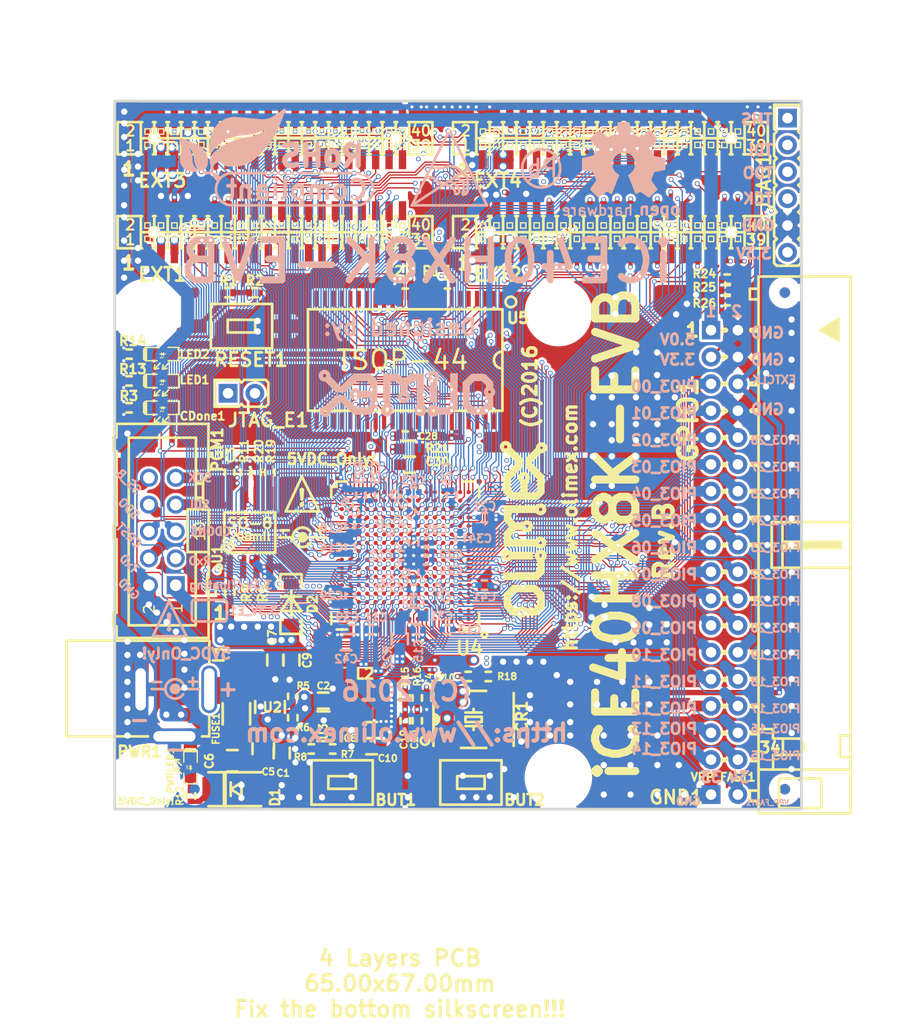
<source format=kicad_pcb>
(kicad_pcb (version 20221018) (generator pcbnew)
  (title_block (date "2021-09-16") (rev "B1"))
  (layers (0 "F.Cu" signal) (1 "In1.Cu" signal "In1(GND).Cu") (2 "In2.Cu" signal "In2(PWR).Cu") (31 "B.Cu" signal) (34 "B.Paste" user) (35 "F.Paste" user) (36 "B.SilkS" user "B.Silkscreen") (37 "F.SilkS" user "F.Silkscreen") (38 "B.Mask" user) (39 "F.Mask" user) (44 "Edge.Cuts" user))
  (net 0 "")
  (net 1 "GND")
  (net 2 "+5V")
  (net 3 "+3V3")
  (net 4 "+1V2")
  (net 5 "/iCE40-CDONE")
  (net 6 "Net-(CDone1-Pad1)")
  (net 7 "Net-(CR1-Pad3)")
  (net 8 "Net-(D2-Pad1)")
  (net 9 "Net-(L1-Pad2)")
  (net 10 "Net-(L2-Pad2)")
  (net 11 "Net-(LED1-Pad1)")
  (net 12 "Net-(LED2-Pad1)")
  (net 13 "/iCE40-CRESET")
  (net 14 "/iCE40-SDO")
  (net 15 "/iCE40-SDI")
  (net 16 "/iCE40-SCK")
  (net 17 "/iCE40-SS_B")
  (net 18 "Net-(PWRLED1-Pad2)")
  (net 19 "Net-(R4-Pad1)")
  (net 20 "Net-(R5-Pad1)")
  (net 21 "Net-(R7-Pad1)")
  (net 22 "/SYSCLK")
  (net 23 "Net-(R11-Pad2)")
  (net 24 "/SRAM_#CS")
  (net 25 "/SD15")
  (net 26 "/SD14")
  (net 27 "/SD13")
  (net 28 "/SD12")
  (net 29 "/SD11")
  (net 30 "/SD10")
  (net 31 "/SD9")
  (net 32 "/SD8")
  (net 33 "/SD7")
  (net 34 "/SD6")
  (net 35 "/SD5")
  (net 36 "/SD4")
  (net 37 "/SD3")
  (net 38 "/SD2")
  (net 39 "/SD1")
  (net 40 "/SD0")
  (net 41 "/SRAM_#WE")
  (net 42 "/SRAM_#OE")
  (net 43 "/SA0")
  (net 44 "/SA1")
  (net 45 "/SA2")
  (net 46 "/SA3")
  (net 47 "/SA4")
  (net 48 "/SA5")
  (net 49 "/SA6")
  (net 50 "/SA7")
  (net 51 "/SA8")
  (net 52 "/SA9")
  (net 53 "/SA10")
  (net 54 "/SA11")
  (net 55 "/SA12")
  (net 56 "/SA13")
  (net 57 "/SA14")
  (net 58 "/SA15")
  (net 59 "/SA16")
  (net 60 "/SA17")
  (net 61 "/EXTCLK")
  (net 62 "Net-(3.3V_E1-Pad1)")
  (net 63 "/PIO2_44/BUT1")
  (net 64 "/PIO2_45/BUT2")
  (net 65 "Net-(C30-Pad1)")
  (net 66 "Net-(C30-Pad2)")
  (net 67 "Net-(C31-Pad1)")
  (net 68 "Net-(C31-Pad2)")
  (net 69 "/PIO0_17")
  (net 70 "/PIO0_16")
  (net 71 "/PIO0_18")
  (net 72 "/PIO0_15")
  (net 73 "/PIO0_19")
  (net 74 "/PIO0_14")
  (net 75 "/PIO0_20")
  (net 76 "/PIO0_13")
  (net 77 "/PIO0_21")
  (net 78 "/PIO0_12")
  (net 79 "/PIO0_22")
  (net 80 "/PIO0_11")
  (net 81 "/PIO0_23")
  (net 82 "/PIO0_10")
  (net 83 "/PIO0_24")
  (net 84 "/PIO0_09")
  (net 85 "/PIO0_25")
  (net 86 "/PIO0_08")
  (net 87 "/PIO0_26")
  (net 88 "/PIO0_07")
  (net 89 "/PIO0_00")
  (net 90 "/PIO0_01")
  (net 91 "/PIO0_32")
  (net 92 "/PIO0_02")
  (net 93 "/PIO0_31")
  (net 94 "/PIO0_03")
  (net 95 "/PIO0_30")
  (net 96 "/PIO0_04")
  (net 97 "/PIO0_29")
  (net 98 "/PIO0_05")
  (net 99 "/PIO0_28")
  (net 100 "/PIO0_06")
  (net 101 "/PIO0_27")
  (net 102 "/PIO0_50")
  (net 103 "/PIO0_49")
  (net 104 "/PIO0_51")
  (net 105 "/PIO0_48")
  (net 106 "/PIO1_00")
  (net 107 "/PIO0_47")
  (net 108 "/PIO1_01")
  (net 109 "/PIO0_46")
  (net 110 "/PIO1_02")
  (net 111 "/PIO0_45")
  (net 112 "/PIO1_03")
  (net 113 "/PIO0_44")
  (net 114 "/PIO1_04")
  (net 115 "/PIO0_43")
  (net 116 "/PIO1_05")
  (net 117 "/PIO0_42")
  (net 118 "/PIO1_06")
  (net 119 "/PIO0_41")
  (net 120 "/PIO1_07")
  (net 121 "/PIO0_40")
  (net 122 "/PIO0_33")
  (net 123 "/PIO0_34")
  (net 124 "/PIO1_13")
  (net 125 "/PIO0_35")
  (net 126 "/PIO1_12")
  (net 127 "/PIO0_36")
  (net 128 "/PIO1_11")
  (net 129 "/PIO0_37")
  (net 130 "/PIO1_10")
  (net 131 "/PIO0_38")
  (net 132 "/PIO1_09")
  (net 133 "/PIO0_39")
  (net 134 "/PIO1_08")
  (net 135 "/PIO1_31")
  (net 136 "/PIO1_30")
  (net 137 "/PIO1_32")
  (net 138 "/PIO1_29")
  (net 139 "/PIO1_33")
  (net 140 "/PIO1_28")
  (net 141 "/PIO1_34")
  (net 142 "/PIO1_27")
  (net 143 "/PIO1_35")
  (net 144 "/PIO1_26")
  (net 145 "/PIO1_36")
  (net 146 "/PIO1_25")
  (net 147 "/PIO1_37")
  (net 148 "/PIO1_24")
  (net 149 "/PIO1_38")
  (net 150 "/PIO1_23")
  (net 151 "/PIO1_39")
  (net 152 "/PIO1_22")
  (net 153 "/PIO1_40")
  (net 154 "/PIO1_21")
  (net 155 "/PIO1_14")
  (net 156 "/PIO1_15")
  (net 157 "/PIO1_46")
  (net 158 "/PIO1_16")
  (net 159 "/PIO1_45")
  (net 160 "/PIO1_17")
  (net 161 "/PIO1_44")
  (net 162 "/PIO1_18")
  (net 163 "/PIO1_43")
  (net 164 "/PIO1_19")
  (net 165 "/PIO1_42")
  (net 166 "/PIO1_20")
  (net 167 "/PIO1_41")
  (net 168 "/PIO3_36")
  (net 169 "/PIO3_35")
  (net 170 "/PIO3_37")
  (net 171 "/PIO3_34")
  (net 172 "/PIO3_38")
  (net 173 "/PIO3_33")
  (net 174 "/PIO3_39")
  (net 175 "/PIO3_32")
  (net 176 "/PIO3_40")
  (net 177 "/PIO3_31")
  (net 178 "/PIO3_41")
  (net 179 "/PIO3_30")
  (net 180 "/PIO3_42")
  (net 181 "/PIO3_29")
  (net 182 "/PIO3_43")
  (net 183 "/PIO2_43/LED2")
  (net 184 "/PIO3_44")
  (net 185 "/PIO2_42/LED1")
  (net 186 "/PIO3_45")
  (net 187 "/PIO2_39")
  (net 188 "/PIO1_47")
  (net 189 "/PIO1_48")
  (net 190 "/PIO3_51")
  (net 191 "/PIO1_49")
  (net 192 "/PIO3_50")
  (net 193 "/PIO1_50")
  (net 194 "/PIO3_49")
  (net 195 "/PIO1_51")
  (net 196 "/PIO3_48")
  (net 197 "/PIO2_37")
  (net 198 "/PIO3_47")
  (net 199 "/PIO2_38")
  (net 200 "/PIO3_46")
  (net 201 "/PIO3_00/IOL_1A")
  (net 202 "/PIO3_01/IOL_1B")
  (net 203 "/PIO3_02/IOL_2A")
  (net 204 "/PIO3_28/IOL_15A")
  (net 205 "/PIO3_27/IOL_14B")
  (net 206 "/PIO3_03/IOL_2B")
  (net 207 "/PIO3_25/IOL_13B")
  (net 208 "/PIO3_04/IOL_3A")
  (net 209 "/PIO3_24/IOL_13A")
  (net 210 "/PIO3_05/IOL_3B")
  (net 211 "/PIO3_23/IOL_12B")
  (net 212 "/PIO3_06/IOL_4A")
  (net 213 "/PIO3_22/IOL_12A")
  (net 214 "/PIO3_07/IOL_4B")
  (net 215 "/PIO3_19/IOL_10B")
  (net 216 "/PIO3_10/IOL_6A")
  (net 217 "/PIO3_15/IOL_8B")
  (net 218 "/PIO3_13/IOL_7B")
  (net 219 "/PIO3_16/IOL_9A")
  (net 220 "/PIO3_14/IOL_8A")
  (net 221 "/PIO3_12/IOL_7A")
  (net 222 "/PIO3_18/IOL_10A")
  (net 223 "/PIO3_17/IOL_9B")
  (net 224 "/PIO3_11/IOL_6B")
  (net 225 "/PIO3_21/IOL_11B")
  (net 226 "/PIO3_20/IOL_11A")
  (net 227 "/PIO3_09/IOL_5B")
  (net 228 "/PIO3_08/IOL_5A")
  (net 229 "/TRST_B")
  (net 230 "/PIO2_40/RxD")
  (net 231 "/PIO2_41/TxD")
  (net 232 "Net-(U4-PadD12)")
  (net 233 "Net-(U5-Pad28)")
  (footprint "OLIMEX_RLC-FP:C_0603_5MIL_DWS" (layer "F.Cu") (at 130.81 114.681 90)
    (fp_text reference "C1")
    (fp_text value "22uF/6.3V/20%/X5R")
  )
  (footprint "OLIMEX_RLC-FP:C_0603_5MIL_DWS" (layer "F.Cu") (at 134.747 109.728 180)
    (fp_text reference "C2")
    (fp_text value "22uF/6.3V/20%/X5R")
  )
  (footprint "OLIMEX_RLC-FP:C_0402_5MIL_DWS" (layer "F.Cu") (at 125.885 88.115 -90)
    (fp_text reference "C3")
    (fp_text value "100nF/50V/20%/Y5V")
  )
  (footprint "OLIMEX_RLC-FP:C_0402_5MIL_DWS" (layer "F.Cu") (at 144.526 109.474 90)
    (fp_text reference "C4")
    (fp_text value "100nF/50V/20%/Y5V")
  )
  (footprint "OLIMEX_RLC-FP:C_0805_5MIL_DWS" (layer "F.Cu") (at 129.06 114.277 90)
    (fp_text reference "C5")
    (fp_text value "47uF/6.3V/20%/X5R")
  )
  (footprint "OLIMEX_RLC-FP:C_0805_5MIL_DWS" (layer "F.Cu") (at 126.139 115.42 180)
    (fp_text reference "C6")
    (fp_text value "47uF/6.3V/20%/X5R")
  )
  (footprint "OLIMEX_RLC-FP:C_0603_5MIL_DWS" (layer "F.Cu") (at 130.203 105.895 90)
    (fp_text reference "C7")
    (fp_text value "22uF/6.3V/20%/X5R")
  )
  (footprint "OLIMEX_RLC-FP:C_0603_5MIL_DWS" (layer "F.Cu") (at 139.319 112.522)
    (fp_text reference "C8")
    (fp_text value "22uF/6.3V/20%/X5R")
  )
  (footprint "OLIMEX_RLC-FP:C_0603_5MIL_DWS" (layer "F.Cu") (at 131.727 105.895 90)
    (fp_text reference "C9")
    (fp_text value "22uF/6.3V/20%/X5R")
  )
  (footprint "OLIMEX_RLC-FP:C_0603_5MIL_DWS" (layer "F.Cu") (at 139.319 114.046)
    (fp_text reference "C10")
    (fp_text value "22uF/6.3V/20%/X5R")
  )
  (footprint "OLIMEX_RLC-FP:C_0402_5MIL_DWS" (layer "F.Cu") (at 142.494 111.633 90)
    (fp_text reference "C19")
    (fp_text value "NA(100nF/50V/20%/Y5V)")
  )
  (footprint "OLIMEX_RLC-FP:C_0402_5MIL_DWS" (layer "F.Cu") (at 143.637 111.633 90)
    (fp_text reference "C20")
    (fp_text value "NA(100nF/50V/20%/Y5V)")
  )
  (footprint "OLIMEX_RLC-FP:C_0402_5MIL_DWS" (layer "F.Cu") (at 142.5 70.3)
    (fp_text reference "C27")
    (fp_text value "100nF/50V/20%/Y5V")
  )
  (footprint "OLIMEX_RLC-FP:C_0402_5MIL_DWS" (layer "F.Cu") (at 142.5 84.7 180)
    (fp_text reference "C28")
    (fp_text value "100nF/50V/20%/Y5V")
  )
  (footprint "OLIMEX_LEDs-FP:LED_0603_KA" (layer "F.Cu") (at 119.535 82.019)
    (fp_text reference "CDone1")
    (fp_text value "LED/Green/0603")
  )
  (footprint "OLIMEX_Crystal-FP:Oscillator_7.0x5.0mm" (layer "F.Cu") (at 148.971 111.506)
    (fp_text reference "CR1")
    (fp_text value "Oscillator-100MHZ_TXC-7W")
  )
  (footprint "OLIMEX_Diodes-FP:DO214AA_1(K)-2(A)" (layer "F.Cu") (at 126.365 118.11)
    (fp_text reference "D1")
    (fp_text value "SMBJ6.0A(DO-214AA)")
  )
  (footprint "OLIMEX_Diodes-FP:SOD-123_1C-2A_KA" (layer "F.Cu") (at 131.699 100.584 -90)
    (fp_text reference "D2")
    (fp_text value "1N5819(S4SOD-123)")
  )
  (footprint "OLIMEX_Devices-FP:FUSE-5025" (layer "F.Cu") (at 126.52 110.975 -90)
    (fp_text reference "FUSE1")
    (fp_text value "NA(5025)")
  )
  (footprint "OLIMEX_Connectors-FP:BH34R" (layer "F.Cu") (at 172.72 94.996 -90)
    (fp_text reference "GPIO1")
    (fp_text value "BH34R")
  )
  (footprint "OLIMEX_RLC-FP:CD32" (layer "F.Cu") (at 127.282 105.26 90)
    (fp_text reference "L1")
    (fp_text value "2.2uH/1.5A/DCR<0.1R/CD32")
  )
  (footprint "OLIMEX_RLC-FP:CD32" (layer "F.Cu") (at 139.065 109.728)
    (fp_text reference "L2")
    (fp_text value "2.2uH/1.5A/DCR<0.1R/CD32")
  )
  (footprint "OLIMEX_LEDs-FP:LED_0603_KA" (layer "F.Cu") (at 119.535 79.479)
    (fp_text reference "LED1")
    (fp_text value "LED/Red/0603")
  )
  (footprint "OLIMEX_LEDs-FP:LED_0603_KA" (layer "F.Cu") (at 119.535 76.939)
    (fp_text reference "LED2")
    (fp_text value "LED/Red/0603")
  )
  (footprint "OLIMEX_Connectors-FP:UEXT_ML10" (layer "F.Cu") (at 119.507 93.726 90)
    (fp_text reference "PGM1")
    (fp_text value "BH10S")
  )
  (footprint "OLIMEX_LEDs-FP:LED_0603_KA" (layer "F.Cu") (at 122.174 116.078 -90)
    (fp_text reference "PWRLED1")
    (fp_text value "LED/Red/0603")
  )
  (footprint "OLIMEX_RLC-FP:R_0402_5MIL_DWS" (layer "F.Cu") (at 125.73 71.12)
    (fp_text reference "R1")
    (fp_text value "10k")
  )
  (footprint "OLIMEX_RLC-FP:R_0402_5MIL_DWS" (layer "F.Cu") (at 128.27 71.12 180)
    (fp_text reference "R2")
    (fp_text value "2.2k")
  )
  (footprint "OLIMEX_RLC-FP:R_0402_5MIL_DWS" (layer "F.Cu") (at 116.36 82.019 180)
    (fp_text reference "R3")
    (fp_text value "22R")
  )
  (footprint "OLIMEX_RLC-FP:R_0402_5MIL_DWS" (layer "F.Cu") (at 125.9 99.5 -90)
    (fp_text reference "R4")
    (fp_text value "10k")
  )
  (footprint "OLIMEX_RLC-FP:R_0402_5MIL_DWS" (layer "F.Cu") (at 131.854 109.324 90)
    (fp_text reference "R5")
    (fp_text value "4.99k/1%")
  )
  (footprint "OLIMEX_RLC-FP:R_0402_5MIL_DWS" (layer "F.Cu") (at 131.854 111.356 -90)
    (fp_text reference "R6")
    (fp_text value "1.1k/1%")
  )
  (footprint "OLIMEX_RLC-FP:R_0402_5MIL_DWS" (layer "F.Cu") (at 135.636 114.3)
    (fp_text reference "R7")
    (fp_text value "4.99k/1%")
  )
  (footprint "OLIMEX_RLC-FP:R_0402_5MIL_DWS" (layer "F.Cu") (at 133.604 114.3 180)
    (fp_text reference "R8")
    (fp_text value "4.99k/1%")
  )
  (footprint "OLIMEX_RLC-FP:R_0402_5MIL_DWS" (layer "F.Cu") (at 125 99.5 90)
    (fp_text reference "R9")
    (fp_text value "22R")
  )
  (footprint "OLIMEX_RLC-FP:R_0402_5MIL_DWS" (layer "F.Cu") (at 148.463 107.442)
    (fp_text reference "R10")
    (fp_text value "22R")
  )
  (footprint "OLIMEX_RLC-FP:R_0402_5MIL_DWS" (layer "F.Cu") (at 127.381 88.138 -90)
    (fp_text reference "R11")
    (fp_text value "10k")
  )
  (footprint "OLIMEX_RLC-FP:R_0402_5MIL_DWS" (layer "F.Cu") (at 122.174 118.745 90)
    (fp_text reference "R12")
    (fp_text value "2.2k")
  )
  (footprint "OLIMEX_RLC-FP:R_0402_5MIL_DWS" (layer "F.Cu") (at 116.36 79.479 180)
    (fp_text reference "R13")
    (fp_text value "2.2k")
  )
  (footprint "OLIMEX_RLC-FP:R_0402_5MIL_DWS" (layer "F.Cu") (at 116.36 76.939 180)
    (fp_text reference "R14")
    (fp_text value "2.2k")
  )
  (footprint "OLIMEX_RLC-FP:R_0402_5MIL_DWS" (layer "F.Cu") (at 142.494 109.474 90)
    (fp_text reference "R15")
    (fp_text value "10k")
  )
  (footprint "OLIMEX_RLC-FP:R_0402_5MIL_DWS" (layer "F.Cu") (at 143.637 109.474 90)
    (fp_text reference "R16")
    (fp_text value "10k")
  )
  (footprint "OLIMEX_RLC-FP:R_0402_5MIL_DWS" (layer "F.Cu") (at 146.5 70.3)
    (fp_text reference "R17")
    (fp_text value "10k")
  )
  (footprint "OLIMEX_RLC-FP:R_0402_5MIL_DWS" (layer "F.Cu") (at 150.368 107.442 180)
    (fp_text reference "R18")
    (fp_text value "22R")
  )
  (footprint "OLIMEX_IC-FP:SO-8_208mil" (layer "F.Cu") (at 127.79 93.83)
    (fp_text reference "U1")
    (fp_text value "EN25Q16B-104HIP(SOIC-8_208mil)")
  )
  (footprint "OLIMEX_IC-FP:SOT-23-5" (layer "F.Cu") (at 129.695 110.34 90)
    (fp_text reference "U2")
    (fp_text value "SY8009AAAC(SOT23-5)")
  )
  (footprint "OLIMEX_IC-FP:SOT-23-5" (layer "F.Cu") (at 134.747 112.141)
    (fp_text reference "U3")
    (fp_text value "SY8009AAAC(SOT23-5)")
  )
  (footprint "OLIMEX_IC-FP:TSOP-44_Pitch-0.80mm_18.80x11.80x1.20mm" (layer "F.Cu") (at 142.5 77.5 180)
    (fp_text reference "U5")
    (fp_text value "K6R4016V1D-TC10(TSOP-44)")
  )
  (footprint "OLIMEX_Other-FP:Mounting_hole_3.3mm" (layer "F.Cu") (at 118 117)
    (fp_text reference "MountingHole" hide)
    (fp_text value "Mounting_hole_3.3mm" hide)
  )
  (footprint "OLIMEX_Other-FP:Mounting_hole_3.3mm" (layer "F.Cu") (at 118 73)
    (fp_text reference "MountingHole" hide)
    (fp_text value "Mounting_hole_3.3mm" hide)
  )
  (footprint "OLIMEX_Other-FP:Mounting_hole_3.3mm" (layer "F.Cu") (at 157 73)
    (fp_text reference "MountingHole" hide)
    (fp_text value "Mounting_hole_3.3mm" hide)
  )
  (footprint "OLIMEX_Other-FP:Mounting_hole_3.3mm" (layer "F.Cu") (at 157 117)
    (fp_text reference "MountingHole" hide)
    (fp_text value "Mounting_hole_3.3mm" hide)
  )
  (footprint "OLIMEX_Buttons-FP:T1107A(6x3,8x2,5MM)" (layer "F.Cu") (at 136.525 117.475 180)
    (fp_text reference "BUT1")
    (fp_text value "T1107A(6x3,8x2,5MM)")
  )
  (footprint "OLIMEX_Buttons-FP:T1107A(6x3,8x2,5MM)" (layer "F.Cu") (at 148.717 117.475)
    (fp_text reference "BUT2")
    (fp_text value "T1107A(6x3,8x2,5MM)")
  )
  (footprint "OLIMEX_Buttons-FP:T1107A(6x3,8x2,5MM)" (layer "F.Cu") (at 127 74.295)
    (fp_text reference "RESET1")
    (fp_text value "T1107A(6x3,8x2,5MM)")
  )
  (footprint "OLIMEX_Other-FP:Fiducial1x3" (layer "F.Cu") (at 122.555 71.12)
    (fp_text reference "")
    (fp_text value "")
  )
  (footprint "OLIMEX_Other-FP:Fiducial1x3" (layer "F.Cu") (at 178.435 71.12)
    (fp_text reference "")
    (fp_text value "")
  )
  (footprint "OLIMEX_Other-FP:Fiducial1x3" (layer "F.Cu") (at 178.435 118.11)
    (fp_text reference "")
    (fp_text value "")
  )
  (footprint "OLIMEX_Other-FP:TEST_PAD40x70_SQUARE" (layer "F.Cu") (at 171.45 118.618)
    (fp_text reference "GND1")
    (fp_text value "TESTPAD" hide)
  )
  (footprint "OLIMEX_RLC-FP:R_0402_5MIL_DWS" (layer "F.Cu") (at 129.667 88.138 -90)
    (fp_text reference "R19")
    (fp_text value "NA(22R)")
  )
  (footprint "OLIMEX_Connectors-FP:PWRJ-2mm(YDJ-1136)" (layer "F.Cu") (at 123.952 113.411)
    (fp_text reference "PWR1")
    (fp_text value "PWRJ-2mm(YDJ-1134)")
  )
  (footprint "OLIMEX_RLC-FP:R_0402_5MIL_DWS" (layer "F.Cu") (at 172.974 69.85)
    (fp_text reference "R24")
    (fp_text value "NA(10k)")
  )
  (footprint "OLIMEX_RLC-FP:R_0402_5MIL_DWS" (layer "F.Cu") (at 172.974 70.866)
    (fp_text reference "R25")
    (fp_text value "NA(10k)")
  )
  (footprint "OLIMEX_RLC-FP:R_0402_5MIL_DWS" (layer "F.Cu") (at 172.974 71.882)
    (fp_text reference "R26")
    (fp_text value "NA(10k)")
  )
  (footprint "OLIMEX_RLC-FP:C_0603_5MIL_DWS" (layer "F.Cu") (at 142.9 87.4 180)
    (fp_text reference "C30")
    (fp_text value "22uF/6.3V/20%/X5R")
  )
  (footprint "OLIMEX_Connectors-FP:GPH127SMT-02X20(PA-V16X-2X20-LF)" (layer "F.Cu") (at 130.175 65.405)
    (fp_text reference "EXT1")
    (fp_text value "PA-V16X-2X20-LF")
  )
  (footprint "OLIMEX_Connectors-FP:GPH127SMT-02X20(PA-V16X-2X20-LF)" (layer "F.Cu") (at 161.925 65.405)
    (fp_text reference "EXT2")
    (fp_text value "PA-V16X-2X20-LF")
  )
  (footprint "OLIMEX_Connectors-FP:GPH127SMT-02X20(PA-V16X-2X20-LF)" (layer "F.Cu") (at 130.175 56.515)
    (fp_text reference "EXT3")
    (fp_text value "PA-V16X-2X20-LF")
  )
  (footprint "OLIMEX_Connectors-FP:GPH127SMT-02X20(PA-V16X-2X20-LF)" (layer "F.Cu") (at 161.925 56.515)
    (fp_text reference "EXT4")
    (fp_text value "PA-V16X-2X20-LF")
  )
  (footprint "OLIMEX_Connectors-FP:HN1x6" (layer "F.Cu") (at 178.689 60.96 -90)
    (fp_text reference "JTAG1")
    (fp_text value "NA(HN1x6)")
  )
  (footprint "OLIMEX_Connectors-FP:HN1x2" (layer "F.Cu") (at 127 80.645)
    (fp_text reference "JTAG_E1")
    (fp_text value "NA(HN1x2(Opened))")
  )
  (footprint "OLIMEX_RLC-FP:R_0402_5MIL_DWS" (layer "F.Cu") (at 128.397 88.138 90)
    (fp_text reference "R20")
    (fp_text value "10k")
  )
  (footprint "OLIMEX_RLC-FP:R_0603_5MIL_DWS" (layer "F.Cu") (at 142.9 85.9 180)
    (fp_text reference "R21")
    (fp_text value "100R")
  )
  (footprint "OLIMEX_IC-FP:256-Ball_caBGA(Pitch_0.80mm_Pad_0.40mm)" (layer "F.Cu") (at 142.5 96 90)
    (fp_text reference "U4")
    (fp_text value "iCE40HX8K-CT256(256-Ball_caBGA)")
  )
  (footprint "OLIMEX_Other-FP:TEST_PAD_40x70_Round" (layer "F.Cu") (at 173.99 118.618)
    (fp_text reference "VPP_FAST1")
    (fp_text value "TESTPAD" hide)
  )
  (footprint "OLIMEX_LOGOs-FP:OLIMEX_LOGO_TB" (layer "F.Cu") (at 153.67 93.345 90)
    (fp_text reference "" hide)
    (fp_text value "" hide)
  )
  (footprint "OLIMEX_RLC-FP:C_0402_5MIL_DWS" (layer "B.Cu") (at 139.3 103 180)
    (fp_text reference "C11")
    (fp_text value "100nF/50V/20%/Y5V")
  )
  (footprint "OLIMEX_RLC-FP:C_0402_5MIL_DWS" (layer "B.Cu") (at 142.1 96 180)
    (fp_text reference "C12")
    (fp_text value "100nF/50V/20%/Y5V")
  )
  (footprint "OLIMEX_RLC-FP:C_0402_5MIL_DWS" (layer "B.Cu") (at 146.5 103)
    (fp_text reference "C13")
    (fp_text value "100nF/50V/20%/Y5V")
  )
  (footprint "OLIMEX_RLC-FP:C_0402_5MIL_DWS" (layer "B.Cu") (at 137.3 95.2 -90)
    (fp_text reference "C14")
    (fp_text value "100nF/50V/20%/Y5V")
  )
  (footprint "OLIMEX_RLC-FP:C_0402_5MIL_DWS" (layer "B.Cu") (at 143.7 103 180)
    (fp_text reference "C15")
    (fp_text value "100nF/50V/20%/Y5V")
  )
  (footprint "OLIMEX_RLC-FP:C_0402_5MIL_DWS" (layer "B.Cu") (at 137.3 93.2 90)
    (fp_text reference "C16")
    (fp_text value "100nF/50V/20%/Y5V")
  )
  (footprint "OLIMEX_RLC-FP:C_0402_5MIL_DWS" (layer "B.Cu") (at 143.3 97.6 -90)
    (fp_text reference "C17")
    (fp_text value "100nF/50V/20%/Y5V")
  )
  (footprint "OLIMEX_RLC-FP:C_0402_5MIL_DWS" (layer "B.Cu") (at 138.1 93.2 -90)
    (fp_text reference "C18")
    (fp_text value "100nF/50V/20%/Y5V")
  )
  (footprint "OLIMEX_RLC-FP:C_0402_5MIL_DWS" (layer "B.Cu") (at 150 92.4 180)
    (fp_text reference "C21")
    (fp_text value "100nF/50V/20%/Y5V")
  )
  (footprint "OLIMEX_RLC-FP:C_0402_5MIL_DWS" (layer "B.Cu") (at 144.5 95.6)
    (fp_text reference "C22")
    (fp_text value "100nF/50V/20%/Y5V")
  )
  (footprint "OLIMEX_RLC-FP:C_0402_5MIL_DWS" (layer "B.Cu") (at 143.3 90 180)
    (fp_text reference "C23")
    (fp_text value "100nF/50V/20%/Y5V")
  )
  (footprint "OLIMEX_RLC-FP:C_0402_5MIL_DWS" (layer "B.Cu") (at 144.5 96.4)
    (fp_text reference "C24")
    (fp_text value "100nF/50V/20%/Y5V")
  )
  (footprint "OLIMEX_RLC-FP:C_0402_5MIL_DWS" (layer "B.Cu") (at 139.2 90.3 -90)
    (fp_text reference "C25")
    (fp_text value "100nF/50V/20%/Y5V")
  )
  (footprint "OLIMEX_RLC-FP:C_0402_5MIL_DWS" (layer "B.Cu") (at 146.9 90.3 -90)
    (fp_text reference "C26")
    (fp_text value "100nF/50V/20%/Y5V")
  )
  (footprint "OLIMEX_Jumpers-FP:SJ" (layer "B.Cu") (at 123.952 101.219)
    (fp_text reference "3.3V_E1")
    (fp_text value "Opened")
  )
  (footprint "OLIMEX_RLC-FP:C_0402_5MIL_DWS" (layer "B.Cu") (at 137.3 99.8 -90)
    (fp_text reference "C29")
    (fp_text value "100nF/50V/20%/Y5V")
  )
  (footprint "OLIMEX_RLC-FP:C_0603_5MIL_DWS" (layer "B.Cu") (at 143.3 101.7)
    (fp_text reference "C31")
    (fp_text value "22uF/6.3V/20%/X5R")
  )
  (footprint "OLIMEX_RLC-FP:C_0402_5MIL_DWS" (layer "B.Cu") (at 143.2 92.1 -45)
    (fp_text reference "C32")
    (fp_text value "100nF/50V/20%/Y5V")
  )
  (footprint "OLIMEX_RLC-FP:C_0402_5MIL_DWS" (layer "B.Cu") (at 143.3 99.2 180)
    (fp_text reference "C33")
    (fp_text value "100nF/50V/20%/Y5V")
  )
  (footprint "OLIMEX_RLC-FP:C_0402_5MIL_DWS" (layer "B.Cu") (at 147.7 94.4 90)
    (fp_text reference "C34")
    (fp_text value "100nF/50V/20%/Y5V")
  )
  (footprint "OLIMEX_RLC-FP:C_0402_5MIL_DWS" (layer "B.Cu") (at 144.5 94.8)
    (fp_text reference "C35")
    (fp_text value "100nF/50V/20%/Y5V")
  )
  (footprint "OLIMEX_RLC-FP:C_0402_5MIL_DWS" (layer "B.Cu") (at 142.1 94.8 135)
    (fp_text reference "C36")
    (fp_text value "100nF/50V/20%/Y5V")
  )
  (footprint "OLIMEX_RLC-FP:C_0402_5MIL_DWS" (layer "B.Cu") (at 144.5 98 -45)
    (fp_text reference "C37")
    (fp_text value "100nF/50V/20%/Y5V")
  )
  (footprint "OLIMEX_RLC-FP:C_0402_5MIL_DWS" (layer "B.Cu") (at 142.1 97.2 -135)
    (fp_text reference "C38")
    (fp_text value "100nF/50V/20%/Y5V")
  )
  (footprint "OLIMEX_RLC-FP:C_0402_5MIL_DWS" (layer "B.Cu") (at 137.5 103)
    (fp_text reference "C39")
    (fp_text value "100nF/50V/20%/Y5V")
  )
  (footprint "OLIMEX_RLC-FP:C_0402_5MIL_DWS" (layer "B.Cu") (at 143.3 94.8 90)
    (fp_text reference "C40")
    (fp_text value "100nF/50V/20%/Y5V")
  )
  (footprint "OLIMEX_RLC-FP:C_0402_5MIL_DWS" (layer "B.Cu") (at 150 98.8 180)
    (fp_text reference "C41")
    (fp_text value "100nF/50V/20%/Y5V")
  )
  (footprint "OLIMEX_RLC-FP:C_0603_5MIL_DWS" (layer "B.Cu") (at 136.9 104.2 180)
    (fp_text reference "C42")
    (fp_text value "22uF/6.3V/20%/X5R")
  )
  (footprint "OLIMEX_RLC-FP:R_0603_5MIL_DWS" (layer "B.Cu") (at 141.986 103.886 -90)
    (fp_text reference "R22")
    (fp_text value "100R")
  )
  (footprint "OLIMEX_RLC-FP:R_0402_5MIL_DWS" (layer "B.Cu") (at 138.3 90.3 90)
    (fp_text reference "R23")
    (fp_text value "10k")
  )
  (footprint "OLIMEX_LOGOs-FP:OLIMEX_LOGO_TB" (layer "B.Cu") (at 142.494 80.645 180)
    (fp_text reference "" hide)
    (fp_text value "" hide)
  )
  (footprint "OLIMEX_LOGOs-FP:LOGO_ANTISTATIC_1" (layer "B.Cu") (at 150.241 62.865 180)
    (fp_text reference "Ref**" hide)
    (fp_text value "Val**" hide)
  )
  (footprint "OLIMEX_LOGOs-FP:LOGO_PBFREE" (layer "B.Cu") (at 155.575 59.055)
    (fp_text reference "")
    (fp_text value "")
  )
  (footprint "OLIMEX_Other-FP:Fiducial1x3" (layer "B.Cu") (at 122.555 118.11)
    (fp_text reference "")
    (fp_text value "")
  )
  (footprint "OLIMEX_Other-FP:Fiducial1x3" (layer "B.Cu") (at 178.435 71.12)
    (fp_text reference "")
    (fp_text value "")
  )
  (footprint "OLIMEX_Other-FP:Fiducial1x3" (layer "B.Cu") (at 178.435 118.11)
    (fp_text reference "")
    (fp_text value "")
  )
  (footprint "OLIMEX_LOGOs-FP:LOGO_OPENHARDWARE_8x8" (layer "B.Cu") (at 163.195 59.055 180)
    (fp_text reference "" hide)
    (fp_text value "" hide)
  )
  (footprint "OLIMEX_LOGOs-FP:LOGO_ROHS_1" (layer "B.Cu") (at 138.43 62.23 180)
    (fp_text reference "Ref**" hide)
    (fp_text value "Val**" hide)
  )
  (gr_line (start 121.793 103.632) (end 120.142 100.33) (stroke (width 0.254)) (layer "B.SilkS"))
  (gr_line (start 118.618 103.632) (end 121.793 103.632) (stroke (width 0.254)) (layer "B.SilkS"))
  (gr_circle (center 120.711456 108.621659) (end 120.711456 108.240659) (stroke (width 0.254)) (fill none) (layer "B.SilkS"))
  (gr_arc (start 120.203455 109.383659) (mid 119.81343 108.801263) (end 119.949456 108.113658) (stroke (width 0.254)) (layer "B.SilkS"))
  (gr_line (start 119.7864 108.6358) (end 118.491 108.6358) (stroke (width 0.254)) (layer "B.SilkS"))
  (gr_arc (start 121.473456 109.129659) (mid 120.891061 109.519685) (end 120.203456 109.383659) (stroke (width 0.254)) (layer "B.SilkS"))
  (gr_arc (start 119.949456 108.113658) (mid 120.531852 107.723633) (end 121.219457 107.859659) (stroke (width 0.254)) (layer "B.SilkS"))
  (gr_line (start 120.142 100.33) (end 118.618 103.632) (stroke (width 0.254)) (layer "B.SilkS"))
  (gr_arc (start 120.203456 107.859659) (mid 120.891061 107.723633) (end 121.473456 108.113659) (stroke (width 0.254)) (layer "B.SilkS"))
  (gr_line (start 121.1072 108.6358) (end 122.9868 108.6358) (stroke (width 0.254)) (layer "B.SilkS"))
  (gr_circle (center 120.7008 108.6358) (end 120.4976 108.6358) (stroke (width 0.254)) (fill none) (layer "B.SilkS"))
  (gr_line (start 120.8786 108.6358) (end 120.6246 108.6358) (stroke (width 0.254)) (layer "B.SilkS"))
  (gr_line (start 132.9436 94.2848) (end 132.6896 94.2848) (stroke (width 0.254)) (layer "F.SilkS"))
  (gr_circle (center 132.7658 94.2848) (end 132.5626 94.2848) (stroke (width 0.254)) (fill none) (layer "F.SilkS"))
  (gr_line (start 131.8514 94.2848) (end 130.556 94.2848) (stroke (width 0.254)) (layer "F.SilkS"))
  (gr_line (start 133.1722 94.2848) (end 135.0518 94.2848) (stroke (width 0.254)) (layer "F.SilkS"))
  (gr_arc (start 132.268456 93.508659) (mid 132.956061 93.372633) (end 133.538456 93.762659) (stroke (width 0.254)) (layer "F.SilkS"))
  (gr_arc (start 132.014456 93.762658) (mid 132.596852 93.372633) (end 133.284457 93.508659) (stroke (width 0.254)) (layer "F.SilkS"))
  (gr_arc (start 132.268455 95.032659) (mid 131.87843 94.450263) (end 132.014456 93.762658) (stroke (width 0.254)) (layer "F.SilkS"))
  (gr_arc (start 133.538456 94.778659) (mid 132.956061 95.168685) (end 132.268456 95.032659) (stroke (width 0.254)) (layer "F.SilkS"))
  (gr_circle (center 132.776456 94.270659) (end 132.776456 93.889659) (stroke (width 0.254)) (fill none) (layer "F.SilkS"))
  (gr_line (start 132.715 88.519) (end 131.191 91.821) (stroke (width 0.254)) (layer "F.SilkS"))
  (gr_line (start 134.366 91.821) (end 132.715 88.519) (stroke (width 0.254)) (layer "F.SilkS"))
  (gr_line (start 131.191 91.821) (end 134.366 91.821) (stroke (width 0.254)) (layer "F.SilkS"))
  (gr_line (start 135.5 89.5) (end 136 89.5) (stroke (width 0.254)) (layer "F.SilkS"))
  (gr_line (start 136 89.5) (end 136 89) (stroke (width 0.254)) (layer "F.SilkS"))
  (gr_line (start 180 120) (end 115 120) (stroke (width 0.254)) (layer "Edge.Cuts"))
  (gr_line (start 180 53) (end 180 120) (stroke (width 0.254)) (layer "Edge.Cuts"))
  (gr_line (start 115 53) (end 180 53) (stroke (width 0.254)) (layer "Edge.Cuts"))
  (gr_line (start 115 120) (end 115 53) (stroke (width 0.254)) (layer "Edge.Cuts"))
  (gr_text "PIO3_24" (at 177.546 92.71) (layer "B.SilkS") (effects (font (size 0.762 0.762) (thickness 0.1905)) (justify mirror)))
  (gr_text "PIO3_09" (at 167.005 102.87) (layer "B.SilkS") (effects (font (size 1.016 1.016) (thickness 0.254)) (justify mirror)))
  (gr_text "iCE40HX8K-EVB" (at 144.526 68.199) (layer "B.SilkS") (effects (font (size 3.81 3.81) (thickness 0.635)) (justify mirror)))
  (gr_text "PIO3_18" (at 177.546 107.95) (layer "B.SilkS") (effects (font (size 0.762 0.762) (thickness 0.1905)) (justify mirror)))
  (gr_text "TDI" (at 176.149 57.658) (layer "B.SilkS") (effects (font (size 1.016 1.016) (thickness 0.254)) (justify mirror)))
  (gr_text "PIO3_05" (at 167.005 92.71) (layer "B.SilkS") (effects (font (size 1.016 1.016) (thickness 0.254)) (justify mirror)))
  (gr_text "PIO3_04" (at 167.005 90.17) (layer "B.SilkS") (effects (font (size 1.016 1.016) (thickness 0.254)) (justify mirror)))
  (gr_text "RxD" (at 123.063 96.52) (layer "B.SilkS") (effects (font (size 0.762 0.762) (thickness 0.1905)) (justify mirror)))
  (gr_text "PIO3_12" (at 167.005 110.49) (layer "B.SilkS") (effects (font (size 1.016 1.016) (thickness 0.254)) (justify mirror)))
  (gr_text "GND" (at 176.784 74.93) (layer "B.SilkS") (effects (font (size 1.016 1.016) (thickness 0.254)) (justify mirror)))
  (gr_text "GND" (at 175.895 64.77) (layer "B.SilkS") (effects (font (size 1.016 1.016) (thickness 0.254)) (justify mirror)))
  (gr_text "PIO3_15" (at 177.546 114.935) (layer "B.SilkS") (effects (font (size 0.762 0.762) (thickness 0.1905)) (justify mirror)))
  (gr_text "GND" (at 176.784 77.47) (layer "B.SilkS") (effects (font (size 1.016 1.016) (thickness 0.254)) (justify mirror)))
  (gr_text "(C) 2016" (at 142.621 108.839) (layer "B.SilkS") (effects (font (size 1.778 1.778) (thickness 0.381)) (justify mirror)))
  (gr_text "https://www.olimex.com" (at 142.621 112.776) (layer "B.SilkS") (effects (font (size 1.651 1.651) (thickness 0.381)) (justify mirror)))
  (gr_text "3.3V/Floating" (at 125.984 98.806) (layer "B.SilkS") (effects (font (size 0.762 0.762) (thickness 0.1905)) (justify mirror)))
  (gr_text "TxD" (at 116.332 96.774 315) (layer "B.SilkS") (effects (font (size 0.762 0.762) (thickness 0.1905)) (justify mirror)))
  (gr_text "SS_B" (at 116.332 89.027 315) (layer "B.SilkS") (effects (font (size 0.762 0.762) (thickness 0.1905)) (justify mirror)))
  (gr_text "EXTCLK" (at 177.419 79.375) (layer "B.SilkS") (effects (font (size 0.762 0.762) (thickness 0.1905)) (justify mirror)))
  (gr_text "PIO3_20" (at 177.546 102.87) (layer "B.SilkS") (effects (font (size 0.762 0.762) (thickness 0.1905)) (justify mirror)))
  (gr_text "SDI" (at 123.063 91.186) (layer "B.SilkS") (effects (font (size 0.762 0.762) (thickness 0.1905)) (justify mirror)))
  (gr_text "+" (at 125.73 108.585) (layer "B.SilkS") (effects (font (size 1.5 1.5) (thickness 0.3)) (justify mirror)))
  (gr_text "CRST" (at 116.332 94.107 315) (layer "B.SilkS") (effects (font (size 0.762 0.762) (thickness 0.1905)) (justify mirror)))
  (gr_text "SCK" (at 123.063 88.646) (layer "B.SilkS") (effects (font (size 0.762 0.762) (thickness 0.1905)) (justify mirror)))
  (gr_text "PIO3_22" (at 177.546 97.79) (layer "B.SilkS") (effects (font (size 0.762 0.762) (thickness 0.1905)) (justify mirror)))
  (gr_text "-" (at 117.348 111.506) (layer "B.SilkS") (effects (font (size 1.5 1.5) (thickness 0.3)) (justify mirror)))
  (gr_text "PIO3_10" (at 167.005 105.41) (layer "B.SilkS") (effects (font (size 1.016 1.016) (thickness 0.254)) (justify mirror)))
  (gr_text "PIO3_21" (at 177.546 100.33) (layer "B.SilkS") (effects (font (size 0.762 0.762) (thickness 0.1905)) (justify mirror)))
  (gr_text "PIO3_07" (at 167.005 97.79) (layer "B.SilkS") (effects (font (size 1.016 1.016) (thickness 0.254)) (justify mirror)))
  (gr_text "TCK" (at 175.895 62.23) (layer "B.SilkS") (effects (font (size 1.016 1.016) (thickness 0.254)) (justify mirror)))
  (gr_text "PIO3_06" (at 167.005 95.25) (layer "B.SilkS") (effects (font (size 1.016 1.016) (thickness 0.254)) (justify mirror)))
  (gr_text "GND" (at 116.332 99.187 315) (layer "B.SilkS") (effects (font (size 0.762 0.762) (thickness 0.1905)) (justify mirror)))
  (gr_text "33" (at 171.45 116.967) (layer "B.SilkS") (effects (font (size 1.016 1.016) (thickness 0.254)) (justify mirror)))
  (gr_text "PIO3_02" (at 167.005 85.09) (layer "B.SilkS") (effects (font (size 1.016 1.016) (thickness 0.254)) (justify mirror)))
  (gr_text "PIO3_14" (at 167.005 114.3) (layer "B.SilkS") (effects (font (size 1.016 1.016) (thickness 0.254)) (justify mirror)))
  (gr_text "PIO3_11" (at 167.005 107.95) (layer "B.SilkS") (effects (font (size 1.016 1.016) (thickness 0.254)) (justify mirror)))
  (gr_text "PIO3_08" (at 167.005 100.33) (layer "B.SilkS") (effects (font (size 1.016 1.016) (thickness 0.254)) (justify mirror)))
  (gr_text "-" (at 120.777 114.3) (layer "B.SilkS") (effects (font (size 1.5 1.5) (thickness 0.3)) (justify mirror)))
  (gr_text "PIO3_25" (at 177.546 90.17) (layer "B.SilkS") (effects (font (size 0.762 0.762) (thickness 0.1905)) (justify mirror)))
  (gr_text "TDO" (at 175.895 59.817) (layer "B.SilkS") (effects (font (size 1.016 1.016) (thickness 0.254)) (justify mirror)))
  (gr_text "-" (at 119.0244 107.8992) (layer "B.SilkS") (effects (font (size 1.016 1.016) (thickness 0.254)) (justify mirror)))
  (gr_text "PIO3_13" (at 167.005 112.395) (layer "B.SilkS") (effects (font (size 1.016 1.016) (thickness 0.254)) (justify mirror)))
  (gr_text "GND" (at 176.784 82.169) (layer "B.SilkS") (effects (font (size 1.016 1.016) (thickness 0.254)) (justify mirror)))
  (gr_text "5VDC_Only!" (at 121.793 105.283) (layer "B.SilkS") (effects (font (size 1.016 1.016) (thickness 0.254)) (justify mirror)))
  (gr_text "PIO3_23" (at 177.546 95.25) (layer "B.SilkS") (effects (font (size 0.762 0.762) (thickness 0.1905)) (justify mirror)))
  (gr_text "Designed by:" (at 141.986 74.422) (layer "B.SilkS") (effects (font (size 1.5 1.5) (thickness 0.3)) (justify mirror)))
  (gr_text "3.3V" (at 168.275 77.47) (layer "B.SilkS") (effects (font (size 1.016 1.016) (thickness 0.254)) (justify mirror)))
  (gr_text "PIO3_17" (at 177.546 110.49) (layer "B.SilkS") (effects (font (size 0.762 0.762) (thickness 0.1905)) (justify mirror)))
  (gr_text "TMS" (at 175.768 54.737) (layer "B.SilkS") (effects (font (size 1.016 1.016) (thickness 0.254)) (justify mirror)))
  (gr_text "34" (at 174.117 116.967) (layer "B.SilkS") (effects (font (size 1.016 1.016) (thickness 0.254)) (justify mirror)))
  (gr_text "!" (at 120.142 102.362) (layer "B.SilkS") (effects (font (size 1.5 1.5) (thickness 0.3)) (justify mirror)))
  (gr_text "+" (at 122.4026 107.8738) (layer "B.SilkS") (effects (font (size 1.016 1.016) (thickness 0.254)) (justify mirror)))
  (gr_text "CDONE" (at 124.079 93.726) (layer "B.SilkS") (effects (font (size 0.762 0.762) (thickness 0.1905)) (justify mirror)))
  (gr_text "SDO" (at 116.332 91.567 315) (layer "B.SilkS") (effects (font (size 0.762 0.762) (thickness 0.1905)) (justify mirror)))
  (gr_text "PIO3_03" (at 167.005 87.63) (layer "B.SilkS") (effects (font (size 1.016 1.016) (thickness 0.254)) (justify mirror)))
  (gr_text "GND" (at 169.291 119.253) (layer "B.SilkS") (effects (font (size 0.762 0.762) (thickness 0.1905)) (justify mirror)))
  (gr_text "PIO3_19" (at 177.546 105.41) (layer "B.SilkS") (effects (font (size 0.762 0.762) (thickness 0.1905)) (justify mirror)))
  (gr_text "PIO3_16" (at 177.546 112.395) (layer "B.SilkS") (effects (font (size 0.762 0.762) (thickness 0.1905)) (justify mirror)))
  (gr_text "1" (at 171.45 72.898) (layer "B.SilkS") (effects (font (size 1.016 1.016) (thickness 0.254)) (justify mirror)))
  (gr_text "5.0V" (at 168.275 75.565) (layer "B.SilkS") (effects (font (size 1.016 1.016) (thickness 0.254)) (justify mirror)))
  (gr_text "VPP_FAST1" (at 176.784 119.38) (layer "B.SilkS") (effects (font (size 0.508 0.508) (thickness 0.127)) (justify mirror)))
  (gr_text "3.3V" (at 175.514 67.437) (layer "B.SilkS") (effects (font (size 1.016 1.016) (thickness 0.254)) (justify mirror)))
  (gr_text "PIO3_28" (at 177.546 85.09) (layer "B.SilkS") (effects (font (size 0.762 0.762) (thickness 0.1905)) (justify mirror)))
  (gr_text "2" (at 173.863 72.898) (layer "B.SilkS") (effects (font (size 1.016 1.016) (thickness 0.254)) (justify mirror)))
  (gr_text "PIO3_01" (at 167.005 82.55) (layer "B.SilkS") (effects (font (size 1.016 1.016) (thickness 0.254)) (justify mirror)))
  (gr_text "PIO3_27" (at 177.546 87.63) (layer "B.SilkS") (effects (font (size 0.762 0.762) (thickness 0.1905)) (justify mirror)))
  (gr_text "PIO3_00" (at 167.005 80.01) (layer "B.SilkS") (effects (font (size 1.016 1.016) (thickness 0.254)) (justify mirror)))
  (gr_text "+" (at 134.4676 93.5228) (layer "F.SilkS") (effects (font (size 1.016 1.016) (thickness 0.254)) (justify mirror)))
  (gr_text "-" (at 131.0894 93.5482) (layer "F.SilkS") (effects (font (size 1.016 1.016) (thickness 0.254)) (justify mirror)))
  (gr_text "!" (at 132.715 90.551) (layer "F.SilkS") (effects (font (size 1.5 1.5) (thickness 0.3)) (justify mirror)))
  (gr_text "1" (at 148.082 59.436) (layer "F.SilkS") (effects (font (size 1.27 1.27) (thickness 0.3175))))
  (gr_text "1" (at 148.082 68.326) (layer "F.SilkS") (effects (font (size 1.27 1.27) (thickness 0.3175))))
  (gr_text "1" (at 116.332 59.436) (layer "F.SilkS") (effects (font (size 1.27 1.27) (thickness 0.3175))))
  (gr_text "1" (at 116.332 68.326) (layer "F.SilkS") (effects (font (size 1.27 1.27) (thickness 0.3175))))
  (gr_text "1" (at 124.968 101.473) (layer "F.SilkS") (effects (font (size 1.27 1.27) (thickness 0.3175))))
  (gr_text "https://www.olimex.com" (at 158.115 93.345 90) (layer "F.SilkS") (effects (font (size 1.27 1.27) (thickness 0.3175))))
  (gr_text "4 Layers PCB\n65.00x67.00mm\nFix the bottom silkscreen!!!" (at 142 136.5) (layer "F.SilkS") (effects (font (size 1.5 1.5) (thickness 0.3))))
  (gr_text "iCE40HX8K-EVB" (at 162.56 93.98 90) (layer "F.SilkS") (effects (font (size 3.81 3.81) (thickness 0.762))))
  (gr_text "(C)2016" (at 154.305 80.01 90) (layer "F.SilkS") (effects (font (size 1.27 1.27) (thickness 0.3175))))
  (gr_text "5VDC_Only!" (at 135.509 86.868) (layer "F.SilkS") (effects (font (size 1.016 1.016) (thickness 0.254))))
  (gr_text "1" (at 169.672 74.676) (layer "F.SilkS") (effects (font (size 1.27 1.27) (thickness 0.3175))))
  (gr_text "Rev.B" (at 167.005 94.615 90) (layer "F.SilkS") (effects (font (size 1.778 1.778) (thickness 0.4445))))
  (gr_text "5VDC_Only!" (at 117.983 119.253) (layer "F.SilkS") (effects (font (size 0.635 0.635) (thickness 0.15875))))
  (segment (start 128.933 115.42) (end 129.06 115.293) (width 1.016) (layer "F.Cu") (net 1))
  (segment (start 122.174 114.681) (end 122.174 113.133) (width 1.27) (layer "F.Cu") (net 1))
  (segment (start 122.174 113.133) (end 122.152 113.111) (width 1.27) (layer "F.Cu") (net 1))
  (segment (start 122.152 113.111) (end 121.652 113.111) (width 1.27) (layer "F.Cu") (net 1))
  (segment (start 129.06 117.592) (end 129.06 115.293) (width 1.27) (layer "F.Cu") (net 1))
  (segment (start 130.81 117.729) (end 131.064 117.475) (width 1.524) (layer "F.Cu") (net 1))
  (segment (start 131.064 117.475) (end 132.461 117.475) (width 1.524) (layer "F.Cu") (net 1))
  (segment (start 130.81 118.872) (end 130.81 117.729) (width 1.524) (layer "F.Cu") (net 1))
  (segment (start 127 118.927245) (end 126.993015 118.927245) (width 1.27) (layer "F.Cu") (net 1))
  (segment (start 130.754755 118.927245) (end 130.81 118.872) (width 1.524) (layer "F.Cu") (net 1))
  (segment (start 129.197 117.729) (end 129.06 117.592) (width 1.524) (layer "F.Cu") (net 1))
  (segment (start 129.06 117.592) (end 128.542 118.11) (width 1.524) (layer "F.Cu") (net 1))
  (segment (start 130.838 117.701) (end 130.81 117.729) (width 1.016) (layer "F.Cu") (net 1))
  (segment (start 132.461 118.872) (end 132.461 117.475) (width 1.016) (layer "F.Cu") (net 1))
  (segment (start 143.129 112.141) (end 143.637 112.141) (width 0.508) (layer "F.Cu") (net 1))
  (segment (start 119.38 54.022) (end 119.318 53.96) (width 0.762) (layer "F.Cu") (net 1))
  (segment (start 119.318 53.96) (end 118.048 53.96) (width 0.762) (layer "F.Cu") (net 1))
  (segment (start 118.048 53.96) (end 118.11 54.483) (width 0.762) (layer "F.Cu") (net 1))
  (segment (start 119.38 62.912) (end 119.318 62.85) (width 0.762) (layer "F.Cu") (net 1))
  (segment (start 119.318 62.85) (end 115.889 62.85) (width 0.762) (layer "F.Cu") (net 1))
  (segment (start 119.38 63.931) (end 119.318 63.993) (width 0.762) (layer "F.Cu") (net 1))
  (segment (start 119.318 63.993) (end 115.889 63.993) (width 0.762) (layer "F.Cu") (net 1))
  (segment (start 119.38 61.976) (end 119.38 61.965) (width 0.762) (layer "F.Cu") (net 1))
  (segment (start 121.92 61.976) (end 121.92 61.965) (width 0.762) (layer "F.Cu") (net 1))
  (segment (start 153.3906 55.8292) (end 153.3652 55.8292) (width 0.508) (layer "F.Cu") (net 1))
  (segment (start 168.91 118.618) (end 166.37 118.618) (width 1.27) (layer "F.Cu") (net 1))
  (segment (start 166.37 118.618) (end 163.83 118.618) (width 1.27) (layer "F.Cu") (net 1))
  (segment (start 163.83 118.618) (end 161.29 118.618) (width 1.27) (layer "F.Cu") (net 1))
  (segment (start 161.29 118.618) (end 160.655 118.618) (width 1.27) (layer "F.Cu") (net 1))
  (segment (start 160.655 107.95) (end 158.115 107.95) (width 1.016) (layer "F.Cu") (net 1))
  (segment (start 160.655 110.0836) (end 163.195 110.0836) (width 1.016) (layer "F.Cu") (net 1))
  (segment (start 168.021 94.742) (end 168.021 94.742) (width 1.016) (layer "F.Cu") (net 1))
  (segment (start 168.021 95.25) (end 163.322 99.949) (width 1.016) (layer "F.Cu") (net 1))
  (segment (start 163.322 99.949) (end 160.147 99.949) (width 1.016) (layer "F.Cu") (net 1))
  (segment (start 166.37 110.0836) (end 168.402 110.0836) (width 1.016) (layer "F.Cu") (net 1))
  (segment (start 118.5 55.103) (end 118.11 54.713) (width 0.762) (layer "F.Cu") (net 1))
  (segment (start 129.2 98) (end 129.2 97.5) (width 0.508) (layer "F.Cu") (net 1))
  (segment (start 117.206 98.806) (end 116.205 97.805) (width 1.27) (layer "F.Cu") (net 1))
  (segment (start 135.233345 112.046653) (end 134.783346 111.596654) (width 0.508) (layer "F.Cu") (net 1))
  (segment (start 164.3634 76.7588) (end 164.3634 75.3872) (width 1.016) (layer "F.Cu") (net 1))
  (segment (start 164.338 86.614) (end 166.37 86.614) (width 1.016) (layer "F.Cu") (net 1))
  (segment (start 150.114006 61.86127) (end 151.112495 61.86127) (width 0.762) (layer "F.Cu") (net 1))
  (segment (start 115.852 78.878095) (end 115.85369 78.879785) (width 0.508) (layer "F.Cu") (net 1))
  (segment (start 143.7 95.6) (end 143.3 96) (width 0.254) (layer "F.Cu") (net 1))
  (segment (start 146.1 102) (end 146.1 102.6) (width 0.254) (layer "F.Cu") (net 1))
  (segment (start 160.274 87.63) (end 160.274 86.614) (width 1.016) (layer "F.Cu") (net 1))
  (segment (start 141.299996 70) (end 140.999996 70.3) (width 0.508) (layer "F.Cu") (net 1))
  (segment (start 118.237 100.008081) (end 119.428919 101.2) (width 1.27) (layer "F.Cu") (net 1))
  (segment (start 143.7 96.4) (end 143.3 96) (width 0.254) (layer "F.Cu") (net 1))
  (segment (start 115.889 63.99299) (end 115.88899 63.993) (width 1.016) (layer "F.Cu") (net 1))
  (segment (start 131.191 106.812) (end 131.191 106.784) (width 0.508) (layer "F.Cu") (net 1))
  (segment (start 118.11 63.373) (end 118.11 63.293) (width 0.762) (layer "F.Cu") (net 1))
  (segment (start 149.86 54.185001) (end 150.495 53.550001) (width 0.508) (layer "F.Cu") (net 1))
  (segment (start 129.404871 110.293212) (end 128.818005 110.293212) (width 0.508) (layer "F.Cu") (net 1))
  (segment (start 167.259 102.5144) (end 167.259 104.2162) (width 1.016) (layer "F.Cu") (net 1))
  (segment (start 143.637 112.141) (end 143.637 113.263) (width 0.508) (layer "F.Cu") (net 1))
  (segment (start 143.248 113.652) (end 142.748 113.652) (width 0.508) (layer "F.Cu") (net 1))
  (segment (start 173.99 82.296) (end 179.07 82.296) (width 1.016) (layer "F.Cu") (net 1))
  (segment (start 138.997816 86.438953) (end 136.481638 86.438953) (width 0.508) (layer "F.Cu") (net 1))
  (segment (start 121.92 63.373) (end 121.92 61.976) (width 0.762) (layer "F.Cu") (net 1))
  (segment (start 131.064 74.295) (end 129.037346 74.295) (width 1.016) (layer "F.Cu") (net 1))
  (segment (start 121.412 56.515) (end 121.92 56.007) (width 0.508) (layer "F.Cu") (net 1))
  (segment (start 164.338 78.9178) (end 162.0774 78.9178) (width 1.016) (layer "F.Cu") (net 1))
  (segment (start 164.338 83.566) (end 162.052 83.566) (width 1.016) (layer "F.Cu") (net 1))
  (segment (start 130.683 106.784) (end 131.191 106.784) (width 1.016) (layer "F.Cu") (net 1))
  (segment (start 129.042795 115.310205) (end 129.06 115.293) (width 1.016) (layer "F.Cu") (net 1))
  (segment (start 151.13 63.373) (end 151.116519 63.359519) (width 0.762) (layer "F.Cu") (net 1))
  (segment (start 124.1 96.9) (end 124.1 97.6) (width 0.127) (layer "F.Cu") (net 1))
  (segment (start 130.203 106.784) (end 130.683 106.784) (width 1.016) (layer "F.Cu") (net 1))
  (segment (start 165.608 103.0478) (end 165.608 102.5398) (width 1.016) (layer "F.Cu") (net 1))
  (segment (start 115.889 54.010994) (end 115.899994 54) (width 1.016) (layer "F.Cu") (net 1))
  (segment (start 149.86 63.373) (end 150.114006 63.118994) (width 0.762) (layer "F.Cu") (net 1))
  (segment (start 163.068 113.03) (end 163.829996 113.03) (width 1.27) (layer "F.Cu") (net 1))
  (segment (start 151.13 61.878775) (end 151.116519 61.865294) (width 0.762) (layer "F.Cu") (net 1))
  (segment (start 166.37 113.03) (end 166.37 115.824) (width 1.27) (layer "F.Cu") (net 1))
  (segment (start 135.636 109.728) (end 135.636 108.585) (width 1.016) (layer "F.Cu") (net 1))
  (segment (start 129.441503 97.076695) (end 129.123305 97.076695) (width 0.508) (layer "F.Cu") (net 1))
  (segment (start 160.274 89.408) (end 162.052 89.408) (width 1.016) (layer "F.Cu") (net 1))
  (segment (start 163.1696 73.1266) (end 162.4076 73.1266) (width 1.016) (layer "F.Cu") (net 1))
  (segment (start 142.748 118.235604) (end 142.748 118.872) (width 1.27) (layer "F.Cu") (net 1))
  (segment (start 151.116519 62.50169) (end 151.116519 61.865294) (width 0.762) (layer "F.Cu") (net 1))
  (segment (start 162.052 83.566) (end 160.274 83.566) (width 1.016) (layer "F.Cu") (net 1))
  (segment (start 160.274 87.63) (end 160.274 89.408) (width 1.016) (layer "F.Cu") (net 1))
  (segment (start 135.636 107.315) (end 135.636 108.585) (width 0.508) (layer "F.Cu") (net 1))
  (segment (start 142.9 96.4) (end 143.3 96) (width 0.254) (layer "F.Cu") (net 1))
  (segment (start 164.338 81.026) (end 164.338 78.9178) (width 1.016) (layer "F.Cu") (net 1))
  (segment (start 166.37 85.09) (end 166.37 86.614) (width 1.016) (layer "F.Cu") (net 1))
  (segment (start 164.338 81.026) (end 166.37 81.026) (width 1.016) (layer "F.Cu") (net 1))
  (segment (start 141.499996 69.8) (end 141.299996 70) (width 0.508) (layer "F.Cu") (net 1))
  (segment (start 142.9 84.1) (end 143.3 84.5) (width 0.254) (layer "F.Cu") (net 1))
  (segment (start 138.43 112.522) (end 137.414 112.522) (width 1.016) (layer "F.Cu") (net 1))
  (segment (start 129.458306 97.301694) (end 129.348304 97.301694) (width 0.508) (layer "F.Cu") (net 1))
  (segment (start 139.7 106.934) (end 140.207992 106.934) (width 0.508) (layer "F.Cu") (net 1))
  (segment (start 115.889 54.468) (end 115.9 54.479) (width 1.016) (layer "F.Cu") (net 1))
  (segment (start 143.451994 84.5) (end 143.770192 84.5) (width 0.254) (layer "F.Cu") (net 1))
  (segment (start 115.852 81.435) (end 115.852 80.109) (width 0.508) (layer "F.Cu") (net 1))
  (segment (start 147.7 84.1) (end 147.5 84.3) (width 0.3556) (layer "F.Cu") (net 1))
  (segment (start 115.85369 79.47731) (end 115.85369 79.197983) (width 0.508) (layer "F.Cu") (net 1))
  (segment (start 139.065 106.934) (end 136.017 106.934) (width 0.508) (layer "F.Cu") (net 1))
  (segment (start 143.7 94.8) (end 144.1 95.2) (width 0.254) (layer "F.Cu") (net 1))
  (segment (start 115.85369 79.197983) (end 115.85369 78.879785) (width 0.508) (layer "F.Cu") (net 1))
  (segment (start 129.027346 74.295) (end 128.982345 74.249999) (width 1.016) (layer "F.Cu") (net 1))
  (segment (start 143.7 96.4) (end 143.3 96.8) (width 0.254) (layer "F.Cu") (net 1))
  (segment (start 131.854 111.864) (end 131.854 113.04641) (width 0.508) (layer "F.Cu") (net 1))
  (segment (start 126.561028 87.036242) (end 126.561028 87.312305) (width 0.508) (layer "F.Cu") (net 1))
  (segment (start 143.7 94.8) (end 144.1 94.4) (width 0.254) (layer "F.Cu") (net 1))
  (segment (start 137.033 112.141) (end 137.414 112.522) (width 0.508) (layer "F.Cu") (net 1))
  (segment (start 128.542 118.11) (end 127.724755 118.927245) (width 1.27) (layer "F.Cu") (net 1))
  (segment (start 126.700269 86.897001) (end 126.59727 87) (width 0.508) (layer "F.Cu") (net 1))
  (segment (start 122.5 96.9) (end 124.1 96.9) (width 0.127) (layer "F.Cu") (net 1))
  (segment (start 178.816018 74.676) (end 179.07 74.929982) (width 1.016) (layer "F.Cu") (net 1))
  (segment (start 119.877 61.468) (end 121.423 61.468) (width 0.508) (layer "F.Cu") (net 1))
  (segment (start 115.889 62.849992) (end 115.889 63.358) (width 1.016) (layer "F.Cu") (net 1))
  (segment (start 124.9 96.9) (end 125.2 97.2) (width 0.127) (layer "F.Cu") (net 1))
  (segment (start 118.11 54.483) (end 118.11 54.79) (width 0.762) (layer "F.Cu") (net 1))
  (segment (start 115.904 54.483) (end 118.11 54.483) (width 0.762) (layer "F.Cu") (net 1))
  (segment (start 142.748 113.652) (end 142.748 116.84) (width 1.27) (layer "F.Cu") (net 1))
  (segment (start 143.637 113.263) (end 143.248 113.652) (width 0.508) (layer "F.Cu") (net 1))
  (segment (start 125.2 97.2) (end 125.2 98.2) (width 0.127) (layer "F.Cu") (net 1))
  (segment (start 143.7 96.4) (end 144.1 96) (width 0.254) (layer "F.Cu") (net 1))
  (segment (start 150.495 54.102) (end 150.495 53.550001) (width 0.508) (layer "F.Cu") (net 1))
  (segment (start 133.723221 70.111779) (end 131.064 72.771) (width 0.508) (layer "F.Cu") (net 1))
  (segment (start 115.889 63.993) (end 115.88899 63.993) (width 0.762) (layer "F.Cu") (net 1))
  (segment (start 129.736097 96.945562) (end 129.745562 96.945562) (width 0.508) (layer "F.Cu") (net 1))
  (segment (start 153.035 106.045) (end 151.765 106.045) (width 1.016) (layer "F.Cu") (net 1))
  (segment (start 129.692562 96.902027) (end 129.736097 96.945562) (width 0.508) (layer "F.Cu") (net 1))
  (segment (start 173.99 74.676) (end 178.816018 74.676) (width 1.016) (layer "F.Cu") (net 1))
  (segment (start 162.306 107.95) (end 163.068 107.95) (width 1.016) (layer "F.Cu") (net 1))
  (segment (start 166.37 113.03) (end 163.830004 113.03) (width 1.27) (layer "F.Cu") (net 1))
  (segment (start 136.275975 86.350474) (end 136.423046 86.497545) (width 0.508) (layer "F.Cu") (net 1))
  (segment (start 118.194 98.806) (end 118.237 98.806) (width 1.524) (layer "F.Cu") (net 1))
  (segment (start 118.11 54.483) (end 118.11 54.022) (width 0.762) (layer "F.Cu") (net 1))
  (segment (start 164.1094 102.5398) (end 164.1094 104.2162) (width 1.016) (layer "F.Cu") (net 1))
  (segment (start 142.748 116.84) (end 142.748 118.235604) (width 1.27) (layer "F.Cu") (net 1))
  (segment (start 142.1 71.7) (end 142.1 70.408) (width 0.508) (layer "F.Cu") (net 1))
  (segment (start 115.889 62.85) (end 115.889 62.849992) (width 0.762) (layer "F.Cu") (net 1))
  (segment (start 160.274 83.566) (end 160.274 81.026) (width 1.016) (layer "F.Cu") (net 1))
  (segment (start 131.727 106.784) (end 131.548199 106.962801) (width 1.016) (layer "F.Cu") (net 1))
  (segment (start 129.695 97.923416) (end 129.696561 97.924977) (width 0.508) (layer "F.Cu") (net 1))
  (segment (start 163.195 110.0836) (end 165.608 110.0836) (width 1.016) (layer "F.Cu") (net 1))
  (segment (start 126.314726 87.224999) (end 126.539725 87) (width 0.508) (layer "F.Cu") (net 1))
  (segment (start 143.766 84.7) (end 143.770192 84.704192) (width 0.508) (layer "F.Cu") (net 1))
  (segment (start 156.20999 113.02999) (end 156.21 113.03) (width 1.016) (layer "F.Cu") (net 1))
  (segment (start 149.86 54.483) (end 150.495 54.483) (width 0.508) (layer "F.Cu") (net 1))
  (segment (start 120.015 56.515) (end 121.412 56.515) (width 0.508) (layer "F.Cu") (net 1))
  (segment (start 144.525783 109.982217) (end 144.525783 110.246269) (width 0.508) (layer "F.Cu") (net 1))
  (segment (start 118.11 54.79) (end 117.8 55.1) (width 0.762) (layer "F.Cu") (net 1))
  (segment (start 119.38 63.373) (end 119.38 61.976) (width 0.762) (layer "F.Cu") (net 1))
  (segment (start 165.608 104.2162) (end 165.608 103.0478) (width 1.016) (layer "F.Cu") (net 1))
  (segment (start 130.203 106.784) (end 130.198028 106.788972) (width 1.016) (layer "F.Cu") (net 1))
  (segment (start 143.7 90.8) (end 144.1 90.4) (width 0.254) (layer "F.Cu") (net 1))
  (segment (start 139.7 102) (end 139.7 102.5) (width 0.254) (layer "F.Cu") (net 1))
  (segment (start 168.021 94.742) (end 168.021 95.25) (width 1.016) (layer "F.Cu") (net 1))
  (segment (start 129.695 97.065) (end 129.683305 97.076695) (width 0.508) (layer "F.Cu") (net 1))
  (segment (start 141.5 70.3) (end 140.716 70.3) (width 0.508) (layer "F.Cu") (net 1))
  (segment (start 131.854 113.04641) (end 132.080114 113.272524) (width 0.508) (layer "F.Cu") (net 1))
  (segment (start 153.67 55.8292) (end 153.3906 55.8292) (width 0.508) (layer "F.Cu") (net 1))
  (segment (start 129.692064 97.067936) (end 129.692064 97.420177) (width 0.508) (layer "F.Cu") (net 1))
  (segment (start 164.338 83.566) (end 164.338 85.09) (width 1.016) (layer "F.Cu") (net 1))
  (segment (start 151.13 62.103) (end 151.13 61.878775) (width 0.762) (layer "F.Cu") (net 1))
  (segment (start 126.700269 86.897001) (end 127.246796 86.350474) (width 0.508) (layer "F.Cu") (net 1))
  (segment (start 165.608 107.95) (end 165.608 104.2162) (width 1.016) (layer "F.Cu") (net 1))
  (segment (start 143.770192 84.9) (end 143.770192 84.5) (width 0.508) (layer "F.Cu") (net 1))
  (segment (start 129.695 97.065) (end 129.2 97.56) (width 0.508) (layer "F.Cu") (net 1))
  (segment (start 142.494 113.694) (end 142.6 113.8) (width 0.508) (layer "F.Cu") (net 1))
  (segment (start 141.992 70.3) (end 141.5 70.3) (width 0.508) (layer "F.Cu") (net 1))
  (segment (start 130.810633 115.570633) (end 131.469639 115.570633) (width 1.016) (layer "F.Cu") (net 1))
  (segment (start 129.286 74.295) (end 129.205 74.295) (width 1.016) (layer "F.Cu") (net 1))
  (segment (start 143.129 113.634324) (end 143.128235 113.635089) (width 0.508) (layer "F.Cu") (net 1))
  (segment (start 147.7 83.3) (end 147.7 84.1) (width 0.3556) (layer "F.Cu") (net 1))
  (segment (start 119.139 108.661) (end 117.452 108.661) (width 1.27) (layer "F.Cu") (net 1))
  (segment (start 150.876 54.483) (end 150.495 54.102) (width 0.508) (layer "F.Cu") (net 1))
  (segment (start 115.889008 62.85) (end 115.889 62.849992) (width 0.762) (layer "F.Cu") (net 1))
  (segment (start 143.008 84.7) (end 143.208 84.5) (width 0.508) (layer "F.Cu") (net 1))
  (segment (start 168.021 86.614) (end 168.021 94.742) (width 1.016) (layer "F.Cu") (net 1))
  (segment (start 116.205 85.725) (end 116.205 84.455) (width 1.27) (layer "F.Cu") (net 1))
  (segment (start 166.37 115.824) (end 168.402 115.824) (width 1.27) (layer "F.Cu") (net 1))
  (segment (start 140.999996 70.3) (end 140.716 70.3) (width 0.508) (layer "F.Cu") (net 1))
  (segment (start 147.5 84.3) (end 146.9 84.3) (width 0.3556) (layer "F.Cu") (net 1))
  (segment (start 163.830004 113.03) (end 163.83 113.030004) (width 1.27) (layer "F.Cu") (net 1))
  (segment (start 142.9 95.6) (end 142.5 96) (width 0.254) (layer "F.Cu") (net 1))
  (segment (start 161.29 113.03) (end 163.068 113.03) (width 1.27) (layer "F.Cu") (net 1))
  (segment (start 129.04978 115.57) (end 129.042795 115.563015) (width 1.016) (layer "F.Cu") (net 1))
  (segment (start 138.43 114.046) (end 137.414 114.046) (width 1.016) (layer "F.Cu") (net 1))
  (segment (start 151.471 113.606) (end 151.471 115.657) (width 1.27) (layer "F.Cu") (net 1))
  (segment (start 143.3 96.8) (end 142.9 97.2) (width 0.254) (layer "F.Cu") (net 1))
  (segment (start 133.432196 115.570633) (end 133.436473 115.566356) (width 1.016) (layer "F.Cu") (net 1))
  (segment (start 149.86 54.185001) (end 149.225 53.550001) (width 0.508) (layer "F.Cu") (net 1))
  (segment (start 131.064 73.152) (end 131.064 74.295) (width 0.508) (layer "F.Cu") (net 1))
  (segment (start 129.695 110.003083) (end 129.404871 110.293212) (width 0.508) (layer "F.Cu") (net 1))
  (segment (start 119.428919 108.371081) (end 119.139 108.661) (width 1.27) (layer "F.Cu") (net 1))
  (segment (start 115.904 63.373) (end 118.11 63.373) (width 0.762) (layer "F.Cu") (net 1))
  (segment (start 127 118.927245) (end 130.754755 118.927245) (width 1.524) (layer "F.Cu") (net 1))
  (segment (start 155.575 106.045) (end 156.845 107.315) (width 1.016) (layer "F.Cu") (net 1))
  (segment (start 162.4076 73.1266) (end 164.3634 75.0824) (width 1.016) (layer "F.Cu") (net 1))
  (segment (start 117.8 55.1) (end 115.9 55.1) (width 0.762) (layer "F.Cu") (net 1))
  (segment (start 115.852 79.479) (end 115.852 80.109) (width 0.508) (layer "F.Cu") (net 1))
  (segment (start 154.305 112.788) (end 154.305 112.395) (width 1.016) (layer "F.Cu") (net 1))
  (segment (start 118.237 98.806) (end 117.206 98.806) (width 1.27) (layer "F.Cu") (net 1))
  (segment (start 129.2 97.681802) (end 129.2 98) (width 0.508) (layer "F.Cu") (net 1))
  (segment (start 143.3 96.8) (end 142.9 96.4) (width 0.254) (layer "F.Cu") (net 1))
  (segment (start 146.1 90) (end 146.1 89.503256) (width 0.254) (layer "F.Cu") (net 1))
  (segment (start 150.495 54.483) (end 150.495 54.102) (width 0.508) (layer "F.Cu") (net 1))
  (segment (start 164.3634 75.3872) (end 164.3634 74.3204) (width 1.016) (layer "F.Cu") (net 1))
  (segment (start 162.4076 71.5518) (end 164.3634 73.5076) (width 1.016) (layer "F.Cu") (net 1))
  (segment (start 153.487 113.606) (end 154.305 112.788) (width 1.016) (layer "F.Cu") (net 1))
  (segment (start 121.420621 95.230932) (end 122.5 96.310311) (width 0.127) (layer "F.Cu") (net 1))
  (segment (start 118.11 54.713) (end 118.11 54.483) (width 0.762) (layer "F.Cu") (net 1))
  (segment (start 165.608 102.5398) (end 164.1094 102.5398) (width 1.016) (layer "F.Cu") (net 1))
  (segment (start 142.9 97.2) (end 143.7 97.2) (width 0.254) (layer "F.Cu") (net 1))
  (segment (start 151.13 54.483) (end 150.876 54.483) (width 0.508) (layer "F.Cu") (net 1))
  (segment (start 164.338 81.026) (end 164.338 83.566) (width 1.016) (layer "F.Cu") (net 1))
  (segment (start 131.191 106.784) (end 131.727 106.784) (width 1.016) (layer "F.Cu") (net 1))
  (segment (start 128.542 118.11) (end 129.06 117.592) (width 1.27) (layer "F.Cu") (net 1))
  (segment (start 130.81 115.57) (end 130.838 117.701) (width 1.016) (layer "F.Cu") (net 1))
  (segment (start 129.695 97.065) (end 129.695 97.923416) (width 0.508) (layer "F.Cu") (net 1))
  (segment (start 163.195 110.0836) (end 163.195 110.109) (width 0.254) (layer "F.Cu") (net 1))
  (segment (start 142.9 84.592) (end 143.008 84.7) (width 0.254) (layer "F.Cu") (net 1))
  (segment (start 149.225 53.550001) (end 150.495 53.550001) (width 0.508) (layer "F.Cu") (net 1))
  (segment (start 132.08 113.1062) (end 132.08 113.27241) (width 0.508) (layer "F.Cu") (net 1))
  (segment (start 130.81 117.729) (end 129.197 117.729) (width 1.524) (layer "F.Cu") (net 1))
  (segment (start 122.5 96.310311) (end 122.5 96.9) (width 0.127) (layer "F.Cu") (net 1))
  (segment (start 119.38 55.041) (end 119.318 55.103) (width 0.762) (layer "F.Cu") (net 1))
  (segment (start 122.174 115.189) (end 122.174 114.681) (width 0.508) (layer "F.Cu") (net 1))
  (segment (start 156.20999 111.76) (end 156.20999 113.02999) (width 1.016) (layer "F.Cu") (net 1))
  (segment (start 131.064 74.295) (end 129.286 74.295) (width 1.016) (layer "F.Cu") (net 1))
  (segment (start 164.3634 73.5076) (end 164.3634 74.3204) (width 1.016) (layer "F.Cu") (net 1))
  (segment (start 129.46 97.3) (end 129.458306 97.301694) (width 0.508) (layer "F.Cu") (net 1))
  (segment (start 115.852 77.569) (end 115.852 78.878095) (width 0.508) (layer "F.Cu") (net 1))
  (segment (start 127.155 115.42) (end 128.933 115.42) (width 1.016) (layer "F.Cu") (net 1))
  (segment (start 115.889 63.358) (end 115.904 63.373) (width 0.762) (layer "F.Cu") (net 1))
  (segment (start 141.5 70.3) (end 141.5 69.800004) (width 0.508) (layer "F.Cu") (net 1))
  (segment (start 147.499994 82.299994) (end 146.9 82.299994) (width 0.3556) (layer "F.Cu") (net 1))
  (segment (start 164.3634 76.7588) (end 166.3192 76.7588) (width 1.016) (layer "F.Cu") (net 1))
  (segment (start 162.052 86.614) (end 160.274 86.614) (width 1.016) (layer "F.Cu") (net 1))
  (segment (start 118.048 53.96) (end 118.008 54) (width 0.762) (layer "F.Cu") (net 1))
  (segment (start 168.021 81.026) (end 168.021 83.566) (width 1.016) (layer "F.Cu") (net 1))
  (segment (start 140.716 70.3) (end 140.527779 70.111779) (width 0.508) (layer "F.Cu") (net 1))
  (segment (start 135.327692 112.141) (end 135.233345 112.046653) (width 0.508) (layer "F.Cu") (net 1))
  (segment (start 166.878 81.026) (end 166.37 81.026) (width 1.016) (layer "F.Cu") (net 1))
  (segment (start 142.5 96) (end 142.1 96.4) (width 0.254) (layer "F.Cu") (net 1))
  (segment (start 129.695 109.04) (end 129.695 108.204) (width 0.508) (layer "F.Cu") (net 1))
  (segment (start 164.338 85.09) (end 164.338 86.614) (width 1.016) (layer "F.Cu") (net 1))
  (segment (start 160.147 99.893122) (end 160.147 101.8286) (width 1.016) (layer "F.Cu") (net 1))
  (segment (start 118.11 54.022) (end 118.048 53.96) (width 0.762) (layer "F.Cu") (net 1))
  (segment (start 136.047 112.141) (end 135.327692 112.141) (width 0.508) (layer "F.Cu") (net 1))
  (segment (start 129.695 97.065) (end 129.692064 97.067936) (width 0.508) (layer "F.Cu") (net 1))
  (segment (start 164.338 78.9178) (end 166.3446 78.9178) (width 1.016) (layer "F.Cu") (net 1))
  (segment (start 162.052 86.614) (end 164.338 86.614) (width 1.016) (layer "F.Cu") (net 1))
  (segment (start 150.114006 63.118994) (end 150.114006 62.497666) (width 0.762) (layer "F.Cu") (net 1))
  (segment (start 119.38 61.965) (end 119.877 61.468) (width 0.508) (layer "F.Cu") (net 1))
  (segment (start 115.889 54.468) (end 115.904 54.483) (width 0.762) (layer "F.Cu") (net 1))
  (segment (start 116.205 87.3) (end 116.205 85.725) (width 1.27) (layer "F.Cu") (net 1))
  (segment (start 162.4076 73.1266) (end 162.4076 71.5518) (width 1.016) (layer "F.Cu") (net 1))
  (segment (start 141.499996 69.8) (end 142.00001 69.8) (width 0.508) (layer "F.Cu") (net 1))
  (segment (start 131.548199 106.962801) (end 131.548199 107.11845) (width 1.016) (layer "F.Cu") (net 1))
  (segment (start 154.305 110.49) (end 154.305 109.22) (width 1.016) (layer "F.Cu") (net 1))
  (segment (start 115.852 82.019) (end 115.852 82.649) (width 0.508) (layer "F.Cu") (net 1))
  (segment (start 142.9 95.6) (end 143.3 95.2) (width 0.254) (layer "F.Cu") (net 1))
  (segment (start 173.99 74.676) (end 173.99 77.216) (width 1.016) (layer "F.Cu") (net 1))
  (segment (start 129.205 74.295) (end 129.149999 74.350001) (width 1.016) (layer "F.Cu") (net 1))
  (segment (start 142.494 112.141) (end 143.129 112.141) (width 0.508) (layer "F.Cu") (net 1))
  (segment (start 166.3192 76.7588) (end 166.3446 76.7842) (width 1.016) (layer "F.Cu") (net 1))
  (segment (start 125.885 87.607) (end 125.932725 87.607) (width 0.508) (layer "F.Cu") (net 1))
  (segment (start 162.814 81.026) (end 162.052 81.026) (width 1.016) (layer "F.Cu") (net 1))
  (segment (start 160.274 81.026) (end 162.052 81.026) (width 1.016) (layer "F.Cu") (net 1))
  (segment (start 163.83 113.030004) (end 163.83 115.824) (width 1.27) (layer "F.Cu") (net 1))
  (segment (start 124.1 97.6) (end 124.7 98.2) (width 0.127) (layer "F.Cu") (net 1))
  (segment (start 128.1684 117.729) (end 127 117.729) (width 1.524) (layer "F.Cu") (net 1))
  (segment (start 164.338 78.9178) (end 164.338 76.7842) (width 1.016) (layer "F.Cu") (net 1))
  (segment (start 129.695 107.292) (end 130.203 106.784) (width 0.508) (layer "F.Cu") (net 1))
  (segment (start 158.115 111.76) (end 158.115 113.03) (width 1.016) (layer "F.Cu") (net 1))
  (segment (start 116.53639 54) (end 115.899994 54) (width 0.762) (layer "F.Cu") (net 1))
  (segment (start 128.532346 73.8) (end 128.532346 74.8) (width 1.016) (layer "F.Cu") (net 1))
  (segment (start 115.9 55.1) (end 119.097 55.1) (width 0.762) (layer "F.Cu") (net 1))
  (segment (start 158.115 111.76) (end 156.20999 111.76) (width 1.016) (layer "F.Cu") (net 1))
  (segment (start 126.700269 86.897001) (end 126.561028 87.036242) (width 0.508) (layer "F.Cu") (net 1))
  (segment (start 154.305 112.395) (end 154.305 111.76) (width 1.016) (layer "F.Cu") (net 1))
  (segment (start 143.7 95.6) (end 144.1 96) (width 0.254) (layer "F.Cu") (net 1))
  (segment (start 146.9 83.3) (end 146.9 84.3) (width 0.3556) (layer "F.Cu") (net 1))
  (segment (start 129.695 108.204) (end 129.695 107.696) (width 0.508) (layer "F.Cu") (net 1))
  (segment (start 121.6 87.3) (end 116.205 87.3) (width 0.508) (layer "F.Cu") (net 1))
  (segment (start 136.481638 86.438953) (end 136.423046 86.497545) (width 0.508) (layer "F.Cu") (net 1))
  (segment (start 121.423 61.468) (end 121.92 61.965) (width 0.508) (layer "F.Cu") (net 1))
  (segment (start 164.338 76.7842) (end 164.3634 76.7588) (width 1.016) (layer "F.Cu") (net 1))
  (segment (start 160.147 99.949) (end 160.147 99.893122) (width 1.016) (layer "F.Cu") (net 1))
  (segment (start 129.2 97.5) (end 129.2 97.15339) (width 0.508) (layer "F.Cu") (net 1))
  (segment (start 155.575 106.045) (end 154.305 106.045) (width 1.016) (layer "F.Cu") (net 1))
  (segment (start 142.5 95.2) (end 142.9 95.6) (width 0.254) (layer "F.Cu") (net 1))
  (segment (start 149.86 54.483) (end 150.114 54.483) (width 0.508) (layer "F.Cu") (net 1))
  (segment (start 162.052 83.566) (end 162.052 85.09) (width 1.016) (layer "F.Cu") (net 1))
  (segment (start 141.992 70.3) (end 142.00001 70.29199) (width 0.508) (layer "F.Cu") (net 1))
  (segment (start 130.81 115.57) (end 129.04978 115.57) (width 1.016) (layer "F.Cu") (net 1))
  (segment (start 118.008 54) (end 116.53639 54) (width 0.762) (layer "F.Cu") (net 1))
  (segment (start 129.695 107.696) (end 129.695 107.292) (width 0.508) (layer "F.Cu") (net 1))
  (segment (start 139.7 102.5) (end 139.7 103.5) (width 0.254) (layer "F.Cu") (net 1))
  (segment (start 158.115 110.0836) (end 160.655 110.0836) (width 1.016) (layer "F.Cu") (net 1))
  (segment (start 169.164 72.1868) (end 169.1386 72.1868) (width 1.016) (layer "F.Cu") (net 1))
  (segment (start 129.286 74.295) (end 129.027346 74.295) (width 1.016) (layer "F.Cu") (net 1))
  (segment (start 164.338 83.566) (end 166.37 83.566) (width 1.016) (layer "F.Cu") (net 1))
  (segment (start 126.24283 87.630503) (end 126.561028 87.630503) (width 0.508) (layer "F.Cu") (net 1))
  (segment (start 165.608 102.5398) (end 167.2336 102.5398) (width 1.016) (layer "F.Cu") (net 1))
  (segment (start 143.7 97.2) (end 143.7 96.4) (width 0.254) (layer "F.Cu") (net 1))
  (segment (start 162.052 86.614) (end 162.052 89.408) (width 1.016) (layer "F.Cu") (net 1))
  (segment (start 143.3 84.5) (end 143.451994 84.5) (width 0.254) (layer "F.Cu") (net 1))
  (segment (start 147.7 83.3) (end 147.7 82.5) (width 0.3556) (layer "F.Cu") (net 1))
  (segment (start 164.1094 104.2162) (end 162.4076 104.2162) (width 1.016) (layer "F.Cu") (net 1))
  (segment (start 164.3634 75.0824) (end 164.3634 75.3872) (width 1.016) (layer "F.Cu") (net 1))
  (segment (start 115.852 82.019) (end 115.852 81.435) (width 0.508) (layer "F.Cu") (net 1))
  (segment (start 151.865873 116.205) (end 152.781 117.475) (width 1.27) (layer "F.Cu") (net 1))
  (segment (start 143.7 95.6) (end 143.3 95.2) (width 0.254) (layer "F.Cu") (net 1))
  (segment (start 142.00001 70.29199) (end 142.00001 70.118198) (width 0.508) (layer "F.Cu") (net 1))
  (segment (start 162.814 81.026) (end 164.338 81.026) (width 1.016) (layer "F.Cu") (net 1))
  (segment (start 169.164 72.1868) (end 170.0276 71.3232) (width 1.016) (layer "F.Cu") (net 1))
  (segment (start 115.852 79.479) (end 115.85369 79.47731) (width 0.508) (layer "F.Cu") (net 1))
  (segment (start 142.9 84.1) (end 142.9 84.192) (width 0.254) (layer "F.Cu") (net 1))
  (segment (start 146.9 84.9) (end 143.770192 84.9) (width 0.508) (layer "F.Cu") (net 1))
  (segment (start 128.982345 74.350001) (end 128.532346 74.8) (width 1.016) (layer "F.Cu") (net 1))
  (segment (start 142.1 70.408) (end 141.992 70.3) (width 0.508) (layer "F.Cu") (net 1))
  (segment (start 146.9 84.3) (end 146.9 84.9) (width 0.508) (layer "F.Cu") (net 1))
  (segment (start 143.208 84.5) (end 143.770192 84.5) (width 0.508) (layer "F.Cu") (net 1))
  (segment (start 164.592 107.95) (end 163.068 107.95) (width 1.016) (layer "F.Cu") (net 1))
  (segment (start 160.274 83.566) (end 160.274 86.614) (width 1.016) (layer "F.Cu") (net 1))
  (segment (start 118.237 98.806) (end 118.237 100.008081) (width 1.27) (layer "F.Cu") (net 1))
  (segment (start 167.2336 102.5398) (end 167.259 102.5144) (width 1.016) (layer "F.Cu") (net 1))
  (segment (start 129.037346 74.295) (end 128.982345 74.350001) (width 1.016) (layer "F.Cu") (net 1))
  (segment (start 141.5 69.800004) (end 141.499996 69.8) (width 0.508) (layer "F.Cu") (net 1))
  (segment (start 137.3 94) (end 137.7 94.4) (width 0.254) (layer "F.Cu") (net 1))
  (segment (start 152.781 117.475) (end 152.781 118.872) (width 1.27) (layer "F.Cu") (net 1))
  (segment (start 116.205 85.725) (end 116.215676 85.714324) (width 1.27) (layer "F.Cu") (net 1))
  (segment (start 119.38 54.483) (end 119.38 54.022) (width 0.762) (layer "F.Cu") (net 1))
  (segment (start 119.318 55.103) (end 119.1 55.103) (width 0.762) (layer "F.Cu") (net 1))
  (segment (start 127.724755 118.927245) (end 127.629411 118.927245) (width 1.27) (layer "F.Cu") (net 1))
  (segment (start 151.112495 61.86127) (end 151.116519 61.865294) (width 0.762) (layer "F.Cu") (net 1))
  (segment (start 139.7 89.584554) (end 139.784554 89.5) (width 0.4064) (layer "F.Cu") (net 1))
  (segment (start 162.052 85.598) (end 162.052 85.09) (width 1.016) (layer "F.Cu") (net 1))
  (segment (start 115.889 55.103) (end 115.892 55.1) (width 0.762) (layer "F.Cu") (net 1))
  (segment (start 166.37 110.0836) (end 165.608 110.0836) (width 1.016) (layer "F.Cu") (net 1))
  (segment (start 129.2 97.56) (end 129.2 97.681802) (width 0.508) (layer "F.Cu") (net 1))
  (segment (start 117.667 62.85) (end 115.889008 62.85) (width 0.762) (layer "F.Cu") (net 1))
  (segment (start 142.5 96.8) (end 142.9 97.2) (width 0.254) (layer "F.Cu") (net 1))
  (segment (start 139.151993 86.284776) (end 138.997816 86.438953) (width 0.508) (layer "F.Cu") (net 1))
  (segment (start 147.7 82.5) (end 147.499994 82.299994) (width 0.3556) (layer "F.Cu") (net 1))
  (segment (start 126.59727 87) (end 126.539725 87) (width 0.508) (layer "F.Cu") (net 1))
  (segment (start 146.9 83.3) (end 146.9 82.299994) (width 0.3556) (layer "F.Cu") (net 1))
  (segment (start 142.00001 70.118198) (end 142.00001 69.8) (width 0.508) (layer "F.Cu") (net 1))
  (segment (start 179.07 80.01) (end 176.657 80.01) (width 1.016) (layer "F.Cu") (net 1))
  (segment (start 143.7 94.8) (end 143.3 95.2) (width 0.254) (layer "F.Cu") (net 1))
  (segment (start 142.494 113.398) (end 142.748 113.652) (width 0.508) (layer "F.Cu") (net 1))
  (segment (start 139.7 90) (end 139.7 89.584554) (width 0.4064) (layer "F.Cu") (net 1))
  (segment (start 161.29 114.554) (end 161.29 115.824) (width 1.27) (layer "F.Cu") (net 1))
  (segment (start 115.852 82.649) (end 115.852 84.102) (width 0.508) (layer "F.Cu") (net 1))
  (segment (start 166.37 115.824) (end 166.37 118.618) (width 1.27) (layer "F.Cu") (net 1))
  (segment (start 124.7 98.2) (end 125.2 98.2) (width 0.127) (layer "F.Cu") (net 1))
  (segment (start 131.064 74.295) (end 129.027346 74.295) (width 1.016) (layer "F.Cu") (net 1))
  (segment (start 142.1 95.6) (end 142.5 95.2) (width 0.254) (layer "F.Cu") (net 1))
  (segment (start 165.608 100.965) (end 165.608 102.5398) (width 1.016) (layer "F.Cu") (net 1))
  (segment (start 142.9 83.3) (end 142.9 84.1) (width 0.254) (layer "F.Cu") (net 1))
  (segment (start 124.1 96.9) (end 124.9 96.9) (width 0.127) (layer "F.Cu") (net 1))
  (segment (start 149.86 54.483) (end 149.86 54.185001) (width 0.508) (layer "F.Cu") (net 1))
  (segment (start 115.852 84.102) (end 116.205 84.455) (width 0.508) (layer "F.Cu") (net 1))
  (segment (start 119.38 63.373) (end 119.38 63.931) (width 0.762) (layer "F.Cu") (net 1))
  (segment (start 162.0774 78.9178) (end 162.0266 78.9686) (width 1.016) (layer "F.Cu") (net 1))
  (segment (start 157.480006 107.95) (end 158.115 107.95) (width 1.016) (layer "F.Cu") (net 1))
  (segment (start 142.9 96.4) (end 142.5 96.8) (width 0.254) (layer "F.Cu") (net 1))
  (segment (start 136.017 106.934) (end 135.636 107.315) (width 0.508) (layer "F.Cu") (net 1))
  (segment (start 117.54 63.943) (end 117.54 63.993) (width 0.762) (layer "F.Cu") (net 1))
  (segment (start 142.1 97.2) (end 142.5 96.8) (width 0.254) (layer "F.Cu") (net 1))
  (segment (start 133.096 114.3) (end 132.084 114.3) (width 0.762) (layer "F.Cu") (net 1))
  (segment (start 153.67 63.373) (end 153.67 62.0522) (width 0.762) (layer "F.Cu") (net 1))
  (segment (start 168.021 83.566) (end 168.021 86.614) (width 1.016) (layer "F.Cu") (net 1))
  (segment (start 117.452 99.548) (end 118.194 98.806) (width 1.524) (layer "F.Cu") (net 1))
  (segment (start 147.7 94.8) (end 148.1 95.2) (width 0.254) (layer "F.Cu") (net 1))
  (segment (start 119.38 63.373) (end 119.38 62.912) (width 0.762) (layer "F.Cu") (net 1))
  (segment (start 125.885 87.607) (end 125.908503 87.630503) (width 0.508) (layer "F.Cu") (net 1))
  (segment (start 169.1386 72.1868) (end 168.148 73.1774) (width 1.016) (layer "F.Cu") (net 1))
  (segment (start 119.428919 101.2) (end 119.428919 108.371081) (width 1.27) (layer "F.Cu") (net 1))
  (segment (start 142.9 97.2) (end 142.8 97.2) (width 0.254) (layer "F.Cu") (net 1))
  (segment (start 151.13 54.483) (end 151.13 54.185001) (width 0.508) (layer "F.Cu") (net 1))
  (segment (start 151.13 54.185001) (end 150.495 53.550001) (width 0.508) (layer "F.Cu") (net 1))
  (segment (start 129.695 109.04) (end 129.695 110.003083) (width 0.508) (layer "F.Cu") (net 1))
  (segment (start 132.106035 115.570633) (end 133.432196 115.570633) (width 1.016) (layer "F.Cu") (net 1))
  (segment (start 150.114006 62.497666) (end 150.114006 61.86127) (width 0.762) (layer "F.Cu") (net 1))
  (segment (start 130.81 115.57) (end 130.810633 115.570633) (width 1.016) (layer "F.Cu") (net 1))
  (segment (start 142.9 96.4) (end 142.5 96) (width 0.254) (layer "F.Cu") (net 1))
  (segment (start 125.908503 87.630503) (end 126.24283 87.630503) (width 0.508) (layer "F.Cu") (net 1))
  (segment (start 171.45 118.618) (end 168.91 118.618) (width 1.27) (layer "F.Cu") (net 1))
  (segment (start 137.3 98.8) (end 137.7 99.2) (width 0.254) (layer "F.Cu") (net 1))
  (segment (start 128.5621 118.1227) (end 128.1684 117.729) (width 1.524) (layer "F.Cu") (net 1))
  (segment (start 127.246796 86.350474) (end 136.275975 86.350474) (width 0.508) (layer "F.Cu") (net 1))
  (segment (start 116.205 97.805) (end 116.205 87.3) (width 1.27) (layer "F.Cu") (net 1))
  (segment (start 131.854 111.864) (end 131.854 112.55) (width 0.508) (layer "F.Cu") (net 1))
  (segment (start 156.20999 111.76) (end 154.305 111.76) (width 1.016) (layer "F.Cu") (net 1))
  (segment (start 115.852 76.939) (end 115.852 77.569) (width 0.508) (layer "F.Cu") (net 1))
  (segment (start 151.471 113.606) (end 153.487 113.606) (width 1.016) (layer "F.Cu") (net 1))
  (segment (start 129.348304 97.301694) (end 129.123305 97.076695) (width 0.508) (layer "F.Cu") (net 1))
  (segment (start 139.065 106.934) (end 139.7 106.934) (width 0.508) (layer "F.Cu") (net 1))
  (segment (start 121.92 56.007) (end 121.92 54.483) (width 0.508) (layer "F.Cu") (net 1))
  (segment (start 163.83 118.618) (end 163.83 115.824) (width 1.27) (layer "F.Cu") (net 1))
  (segment (start 131.064 72.771) (end 131.064 73.152) (width 0.508) (layer "F.Cu") (net 1))
  (segment (start 117.54 63.993) (end 115.88899 63.993) (width 0.762) (layer "F.Cu") (net 1))
  (segment (start 143.770192 84.704192) (end 143.770192 84.9) (width 0.508) (layer "F.Cu") (net 1))
  (segment (start 115.852 76.939) (end 115.852 76.355) (width 0.508) (layer "F.Cu") (net 1))
  (segment (start 119.097 55.1) (end 119.1 55.103) (width 0.762) (layer "F.Cu") (net 1))
  (segment (start 127.629411 118.927245) (end 127 118.927245) (width 1.27) (layer "F.Cu") (net 1))
  (segment (start 153.67 62.0522) (end 153.9494 61.7728) (width 0.762) (layer "F.Cu") (net 1))
  (segment (start 142.1 96.4) (end 142.5 96.8) (width 0.254) (layer "F.Cu") (net 1))
  (segment (start 151.116519 63.359519) (end 151.116519 62.50169) (width 0.762) (layer "F.Cu") (net 1))
  (segment (start 129.042795 115.563015) (end 129.042795 115.310205) (width 1.016) (layer "F.Cu") (net 1))
  (segment (start 115.892 55.1) (end 115.9 55.1) (width 0.762) (layer "F.Cu") (net 1))
  (segment (start 164.592 107.95) (end 165.608 107.95) (width 1.016) (layer "F.Cu") (net 1))
  (segment (start 153.67 54.483) (end 153.67 55.8292) (width 0.508) (layer "F.Cu") (net 1))
  (segment (start 160.147 101.8286) (end 161.3662 101.8286) (width 1.016) (layer "F.Cu") (net 1))
  (segment (start 162.052 85.598) (end 162.052 86.614) (width 1.016) (layer "F.Cu") (net 1))
  (segment (start 136.389892 86.464391) (end 136.423046 86.497545) (width 0.508) (layer "F.Cu") (net 1))
  (segment (start 115.9 54.479) (end 115.9 55.1) (width 1.016) (layer "F.Cu") (net 1))
  (segment (start 125.885 87.607) (end 121.907 87.607) (width 0.508) (layer "F.Cu") (net 1))
  (segment (start 122.5 96.9) (end 121.9 97.5) (width 0.127) (layer "F.Cu") (net 1))
  (segment (start 142.494 112.141) (end 142.494 113.398) (width 0.508) (layer "F.Cu") (net 1))
  (segment (start 161.29 118.618) (end 161.29 115.824) (width 1.27) (layer "F.Cu") (net 1))
  (segment (start 119.38 55.88) (end 120.015 56.515) (width 0.508) (layer "F.Cu") (net 1))
  (segment (start 119.38 54.483) (end 119.38 55.041) (width 0.762) (layer "F.Cu") (net 1))
  (segment (start 131.469639 115.570633) (end 132.106035 115.570633) (width 1.016) (layer "F.Cu") (net 1))
  (segment (start 156.845006 107.315) (end 157.480006 107.95) (width 1.016) (layer "F.Cu") (net 1))
  (segment (start 130.198028 106.788972) (end 130.198028 107.07662) (width 1.016) (layer "F.Cu") (net 1))
  (segment (start 118.11 63.293) (end 117.667 62.85) (width 0.762) (layer "F.Cu") (net 1))
  (segment (start 166.878 81.026) (end 168.021 81.026) (width 1.016) (layer "F.Cu") (net 1))
  (segment (start 136.047 112.141) (end 137.033 112.141) (width 0.508) (layer "F.Cu") (net 1))
  (segment (start 143.008 84.7) (end 143.766 84.7) (width 0.508) (layer "F.Cu") (net 1))
  (segment (start 151.471 115.657) (end 151.865873 116.205) (width 1.27) (layer "F.Cu") (net 1))
  (segment (start 125.932725 87.607) (end 126.314726 87.224999) (width 0.508) (layer "F.Cu") (net 1))
  (segment (start 147.7 94.8) (end 147.3 95.2) (width 0.254) (layer "F.Cu") (net 1))
  (segment (start 144.525783 110.246269) (end 144.525783 110.564467) (width 0.508) (layer "F.Cu") (net 1))
  (segment (start 166.37 83.566) (end 166.37 85.09) (width 1.016) (layer "F.Cu") (net 1))
  (segment (start 143.7 95.6) (end 144.1 95.2) (width 0.254) (layer "F.Cu") (net 1))
  (segment (start 166.37 86.614) (end 168.021 86.614) (width 1.016) (layer "F.Cu") (net 1))
  (segment (start 163.829996 113.03) (end 163.83 113.030004) (width 1.27) (layer "F.Cu") (net 1))
  (segment (start 142.9 84.192) (end 143.208 84.5) (width 0.254) (layer "F.Cu") (net 1))
  (segment (start 153.3906 55.8292) (end 153.9494 55.8292) (width 0.508) (layer "F.Cu") (net 1))
  (segment (start 119.1 55.103) (end 118.5 55.103) (width 0.762) (layer "F.Cu") (net 1))
  (segment (start 117.452 109.161) (end 117.452 99.548) (width 1.524) (layer "F.Cu") (net 1))
  (segment (start 163.83 115.824) (end 166.37 115.824) (width 1.27) (layer "F.Cu") (net 1))
  (segment (start 161.29 114.554) (end 161.29 113.03) (width 1.27) (layer "F.Cu") (net 1))
  (segment (start 115.889 54.468) (end 115.889 54.010994) (width 1.016) (layer "F.Cu") (net 1))
  (segment (start 154.305 111.76) (end 154.305 110.49) (width 1.016) (layer "F.Cu") (net 1))
  (segment (start 131.548199 107.11845) (end 131.548199 107.754846) (width 1.016) (layer "F.Cu") (net 1))
  (segment (start 168.021 83.566) (end 166.37 83.566) (width 1.016) (layer "F.Cu") (net 1))
  (segment (start 150.114 54.483) (end 150.495 54.102) (width 0.508) (layer "F.Cu") (net 1))
  (segment (start 142.1 95.6) (end 142.5 96) (width 0.254) (layer "F.Cu") (net 1))
  (segment (start 146.1 89.503256) (end 146.103256 89.5) (width 0.254) (layer "F.Cu") (net 1))
  (segment (start 154.305 106.045) (end 153.035 106.045) (width 1.016) (layer "F.Cu") (net 1))
  (segment (start 129.683305 97.076695) (end 129.441503 97.076695) (width 0.508) (layer "F.Cu") (net 1))
  (segment (start 121.907 87.607) (end 121.6 87.3) (width 0.508) (layer "F.Cu") (net 1))
  (segment (start 150.495 54.483) (end 151.13 54.483) (width 0.508) (layer "F.Cu") (net 1))
  (segment (start 142.9 84.1) (end 142.9 84.592) (width 0.254) (layer "F.Cu") (net 1))
  (segment (start 161.3662 101.8286) (end 161.3662 100.6602) (width 1.016) (layer "F.Cu") (net 1))
  (segment (start 142.9 95.6) (end 143.3 96) (width 0.254) (layer "F.Cu") (net 1))
  (segment (start 140.527779 70.111779) (end 141.188217 70.111779) (width 0.508) (layer "F.Cu") (net 1))
  (segment (start 140.527779 70.111779) (end 133.723221 70.111779) (width 0.508) (layer "F.Cu") (net 1))
  (segment (start 164.3634 74.3204) (end 163.1696 73.1266) (width 1.016) (layer "F.Cu") (net 1))
  (segment (start 118.11 63.373) (end 117.54 63.943) (width 0.762) (layer "F.Cu") (net 1))
  (segment (start 128.982345 74.249999) (end 128.532346 73.8) (width 1.016) (layer "F.Cu") (net 1))
  (segment (start 143.7 97.2) (end 143.3 96.8) (width 0.254) (layer "F.Cu") (net 1))
  (segment (start 130.198028 107.07662) (end 130.198028 107.713016) (width 1.016) (layer "F.Cu") (net 1))
  (segment (start 132.08 113.27241) (end 132.080114 113.272524) (width 0.508) (layer "F.Cu") (net 1))
  (segment (start 126.561028 87.312305) (end 126.561028 87.630503) (width 0.508) (layer "F.Cu") (net 1))
  (segment (start 115.889 63.358) (end 115.889 63.99299) (width 1.016) (layer "F.Cu") (net 1))
  (segment (start 119.38 54.483) (end 119.38 55.88) (width 0.508) (layer "F.Cu") (net 1))
  (segment (start 144.526 109.982) (end 144.525783 109.982217) (width 0.508) (layer "F.Cu") (net 1))
  (segment (start 151.13 63.373) (end 149.86 63.373) (width 0.762) (layer "F.Cu") (net 1))
  (segment (start 139.470191 86.284776) (end 139.151993 86.284776) (width 0.508) (layer "F.Cu") (net 1))
  (segment (start 169.3418 107.95) (end 165.608 107.95) (width 1.016) (layer "F.Cu") (net 1))
  (segment (start 141.188217 70.111779) (end 141.299996 70) (width 0.508) (layer "F.Cu") (net 1))
  (segment (start 162.306 107.95) (end 160.655 107.95) (width 1.016) (layer "F.Cu") (net 1))
  (segment (start 121.9 97.5) (end 121.4 97.5) (width 0.127) (layer "F.Cu") (net 1))
  (segment (start 129.2 97.15339) (end 129.123305 97.076695) (width 0.508) (layer "F.Cu") (net 1))
  (segment (start 156.845 107.315) (end 156.845006 107.315) (width 1.016) (layer "F.Cu") (net 1))
  (via (at 179.069998 84.8106) (size 0.9) (drill 0.6) (layers "F.Cu" "B.Cu") (net 1))
  (via (at 151.1 89.5) (size 0.45) (drill 0.3) (layers "F.Cu" "B.Cu") (net 1))
  (via (at 144.1 94.4) (size 0.45) (drill 0.3) (layers "F.Cu" "B.Cu") (net 1))
  (via (at 119.9 102.3) (size 0.9) (drill 0.6) (layers "F.Cu" "B.Cu") (net 1))
  (via (at 147.3 95.2) (size 0.45) (drill 0.3) (layers "F.Cu" "B.Cu") (net 1))
  (via (at 121.6 104) (size 0.9) (drill 0.6) (layers "F.Cu" "B.Cu") (net 1))
  (via (at 117.4 105.4) (size 0.9) (drill 0.6) (layers "F.Cu" "B.Cu") (net 1))
  (via (at 116.205008 104.14) (size 0.9) (drill 0.6) (layers "F.Cu" "B.Cu") (net 1))
  (via (at 160.655 107.95) (size 0.9) (drill 0.6) (layers "F.Cu" "B.Cu") (net 1))
  (via (at 137.7 99.2) (size 0.45) (drill 0.3) (layers "F.Cu" "B.Cu") (net 1))
  (via (at 163.83 115.824) (size 0.9) (drill 0.6) (layers "F.Cu" "B.Cu") (net 1))
  (via (at 162.4076 104.2162) (size 0.9) (drill 0.6) (layers "F.Cu" "B.Cu") (net 1))
  (via (at 121.4 97.5) (size 0.45) (drill 0.3) (layers "F.Cu" "B.Cu") (net 1))
  (via (at 143.3 96) (size 0.45) (drill 0.3) (layers "F.Cu" "B.Cu") (net 1))
  (via (at 121.6 105.3) (size 0.9) (drill 0.6) (layers "F.Cu" "B.Cu") (net 1))
  (via (at 165.608 110.0836) (size 0.9) (drill 0.6) (layers "F.Cu" "B.Cu") (net 1))
  (via (at 116.205008 111.759992) (size 0.9) (drill 0.6) (layers "F.Cu" "B.Cu") (net 1))
  (via (at 137.7 94.4) (size 0.45) (drill 0.3) (layers "F.Cu" "B.Cu") (net 1))
  (via (at 115.900004 59.5) (size 0.9) (drill 0.6) (layers "F.Cu" "B.Cu") (net 1))
  (via (at 153.9494 55.8292) (size 0.45) (drill 0.3) (layers "F.Cu" "B.Cu") (net 1))
  (via (at 168.021 81.026) (size 0.9) (drill 0.6) (layers "F.Cu" "B.Cu") (net 1))
  (via (at 143.3 95.2) (size 0.45) (drill 0.3) (layers "F.Cu" "B.Cu") (net 1))
  (via (at 146.9 84.3) (size 0.45) (drill 0.3) (layers "F.Cu" "B.Cu") (net 1))
  (via (at 143.256 68.834) (size 0.45) (drill 0.3) (layers "F.Cu" "B.Cu") (net 1))
  (via (at 139.7 102.5) (size 0.45) (drill 0.3) (layers "F.Cu" "B.Cu") (net 1))
  (via (at 149.225 118.872) (size 0.9) (drill 0.6) (layers "F.Cu" "B.Cu") (net 1))
  (via (at 160.655 110.0836) (size 0.9) (drill 0.6) (layers "F.Cu" "B.Cu") (net 1))
  (via (at 143.770192 84.5) (size 0.45) (drill 0.3) (layers "F.Cu" "B.Cu") (net 1))
  (via (at 150.495 53.550001) (size 0.45) (drill 0.3) (layers "F.Cu" "B.Cu") (net 1))
  (via (at 139.7 106.934) (size 0.45) (drill 0.3) (layers "F.Cu" "B.Cu") (net 1))
  (via (at 133.436473 115.566356) (size 0.9) (drill 0.6) (layers "F.Cu" "B.Cu") (net 1))
  (via (at 166.37 83.566) (size 0.9) (drill 0.6) (layers "F.Cu" "B.Cu") (net 1))
  (via (at 130.81 117.729) (size 0.9) (drill 0.6) (layers "F.Cu" "B.Cu") (net 1))
  (via (at 176.783996 100.076) (size 0.9) (drill 0.6) (layers "F.Cu" "B.Cu") (net 1))
  (via (at 163.195 110.109) (size 0.9) (drill 0.6) (layers "F.Cu" "B.Cu") (net 1))
  (via (at 148.1 95.2) (size 0.45) (drill 0.3) (layers "F.Cu" "B.Cu") (net 1))
  (via (at 116.205008 107.949992) (size 0.9) (drill 0.6) (layers "F.Cu" "B.Cu") (net 1))
  (via (at 126.993015 118.927245) (size 0.9) (drill 0.6) (layers "F.Cu" "B.Cu") (net 1))
  (via (at 153.035 106.045) (size 0.9) (drill 0.6) (layers "F.Cu" "B.Cu") (net 1))
  (via (at 164.1094 102.5398) (size 0.9) (drill 0.6) (layers "F.Cu" "B.Cu") (net 1))
  (via (at 136.5 103) (size 0.45) (drill 0.3) (layers "F.Cu" "B.Cu") (net 1))
  (via (at 162.052 86.614) (size 0.9) (drill 0.6) (layers "F.Cu" "B.Cu") (net 1))
  (via (at 137.414 118.872) (size 0.9) (drill 0.6) (layers "F.Cu" "B.Cu") (net 1))
  (via (at 179.07 94.9833) (size 0.9) (drill 0.6) (layers "F.Cu" "B.Cu") (net 1))
  (via (at 168.91 118.618) (size 0.9) (drill 0.6) (layers "F.Cu" "B.Cu") (net 1))
  (via (at 116.205008 106.679992) (size 0.9) (drill 0.6) (layers "F.Cu" "B.Cu") (net 1))
  (via (at 115.889 68.1) (size 0.9) (drill 0.6) (layers "F.Cu" "B.Cu") (net 1))
  (via (at 142.748 118.872) (size 0.9) (drill 0.6) (layers "F.Cu" "B.Cu") (net 1))
  (via (at 176.784 89.916) (size 0.9) (drill 0.6) (layers "F.Cu" "B.Cu") (net 1))
  (via (at 115.900008 56.4) (size 0.9) (drill 0.6) (layers "F.Cu" "B.Cu") (net 1))
  (via (at 176.784 94.996) (size 0.9) (drill 0.6) (layers "F.Cu" "B.Cu") (net 1))
  (via (at 146.939 53.550001) (size 0.45) (drill 0.3) (layers "F.Cu" "B.Cu") (net 1))
  (via (at 126.539725 87) (size 0.45) (drill 0.3) (layers "F.Cu" "B.Cu") (net 1))
  (via (at 166.3446 78.9178) (size 0.9) (drill 0.6) (layers "F.Cu" "B.Cu") (net 1))
  (via (at 179.069998 105.1687) (size 0.9) (drill 0.6) (layers "F.Cu" "B.Cu") (net 1))
  (via (at 121.92 61.976) (size 0.9) (drill 0.6) (layers "F.Cu" "B.Cu") (net 1))
  (via (at 136.5 103.5) (size 0.45) (drill 0.3) (layers "F.Cu" "B.Cu") (net 1))
  (via (at 137.414 114.046) (size 0.9) (drill 0.6) (layers "F.Cu" "B.Cu") (net 1))
  (via (at 144.1 95.2) (size 0.45) (drill 0.3) (layers "F.Cu" "B.Cu") (net 1))
  (via (at 115.9 55.1) (size 0.9) (drill 0.6) (layers "F.Cu" "B.Cu") (net 1))
  (via (at 136.423046 86.497545) (size 0.45) (drill 0.3) (layers "F.Cu" "B.Cu") (net 1))
  (via (at 166.3446 76.7842) (size 0.9) (drill 0.6) (layers "F.Cu" "B.Cu") (net 1))
  (via (at 166.37 113.03) (size 0.9) (drill 0.6) (layers "F.Cu" "B.Cu") (net 1))
  (via (at 119.38 61.976) (size 0.9) (drill 0.6) (layers "F.Cu" "B.Cu") (net 1))
  (via (at 155.575 106.045) (size 0.9) (drill 0.6) (layers "F.Cu" "B.Cu") (net 1))
  (via (at 166.37 118.618) (size 0.9) (drill 0.6) (layers "F.Cu" "B.Cu") (net 1))
  (via (at 179.07 97.5741) (size 0.9) (drill 0.6) (layers "F.Cu" "B.Cu") (net 1))
  (via (at 179.07 80.01) (size 0.9) (drill 0.6) (layers "F.Cu" "B.Cu") (net 1))
  (via (at 162.052 81.026) (size 0.9) (drill 0.6) (layers "F.Cu" "B.Cu") (net 1))
  (via (at 176.657 78.74) (size 0.9) (drill 0.6) (layers "F.Cu" "B.Cu") (net 1))
  (via (at 156.20999 111.76) (size 0.9) (drill 0.6) (layers "F.Cu" "B.Cu") (net 1))
  (via (at 162.4076 71.5518) (size 0.9) (drill 0.6) (layers "F.Cu" "B.Cu") (net 1))
  (via (at 162.052 89.408) (size 0.9) (drill 0.6) (layers "F.Cu" "B.Cu") (net 1))
  (via (at 119 101.4) (size 0.9) (drill 0.6) (layers "F.Cu" "B.Cu") (net 1))
  (via (at 146.1 102.6) (size 0.45) (drill 0.3) (layers "F.Cu" "B.Cu") (net 1))
  (via (at 164.338 81.026) (size 0.9) (drill 0.6) (layers "F.Cu" "B.Cu") (net 1))
  (via (at 164.3634 76.7588) (size 0.9) (drill 0.6) (layers "F.Cu" "B.Cu") (net 1))
  (via (at 115.88899 63.993) (size 0.9) (drill 0.6) (layers "F.Cu" "B.Cu") (net 1))
  (via (at 121.6 108.5) (size 0.9) (drill 0.6) (layers "F.Cu" "B.Cu") (net 1))
  (via (at 179.07 116.205) (size 0.9) (drill 0.6) (layers "F.Cu" "B.Cu") (net 1))
  (via (at 153.9494 61.7728) (size 0.9) (drill 0.6) (layers "F.Cu" "B.Cu") (net 1))
  (via (at 116.205008 105.409992) (size 0.9) (drill 0.6) (layers "F.Cu" "B.Cu") (net 1))
  (via (at 115.889 66.2) (size 0.9) (drill 0.6) (layers "F.Cu" "B.Cu") (net 1))
  (via (at 144.1 96) (size 0.45) (drill 0.3) (layers "F.Cu" "B.Cu") (net 1))
  (via (at 147.701 53.550001) (size 0.45) (drill 0.3) (layers "F.Cu" "B.Cu") (net 1))
  (via (at 146.9 82.299994) (size 0.45) (drill 0.3) (layers "F.Cu" "B.Cu") (net 1))
  (via (at 131.548199 107.754846) (size 0.9) (drill 0.6) (layers "F.Cu" "B.Cu") (net 1))
  (via (at 179.069998 100.1014) (size 0.9) (drill 0.6) (layers "F.Cu" "B.Cu") (net 1))
  (via (at 135.408401 99.20227) (size 0.45) (drill 0.3) (layers "F.Cu" "B.Cu") (net 1))
  (via (at 163.068 107.95) (size 0.9) (drill 0.6) (layers "F.Cu" "B.Cu") (net 1))
  (via (at 164.338 86.614) (size 0.9) (drill 0.6) (layers "F.Cu" "B.Cu") (net 1))
  (via (at 115.889 62.849992) (size 0.9) (drill 0.6) (layers "F.Cu" "B.Cu") (net 1))
  (via (at 145.415 53.550001) (size 0.45) (drill 0.3) (layers "F.Cu" "B.Cu") (net 1))
  (via (at 167.259 102.5144) (size 0.9) (drill 0.6) (layers "F.Cu" "B.Cu") (net 1))
  (via (at 129.123305 97.076695) (size 0.45) (drill 0.3) (layers "F.Cu" "B.Cu") (net 1))
  (via (at 139.7 103.5) (size 0.45) (drill 0.3) (layers "F.Cu" "B.Cu") (net 1))
  (via (at 129.2 98) (size 0.45) (drill 0.3) (layers "F.Cu" "B.Cu") (net 1))
  (via (at 127 117.729) (size 0.9) (drill 0.6) (layers "F.Cu" "B.Cu") (net 1))
  (via (at 179.07 89.9414) (size 0.9) (drill 0.6) (layers "F.Cu" "B.Cu") (net 1))
  (via (at 147.955 116.84) (size 0.9) (drill 0.6) (layers "F.Cu" "B.Cu") (net 1))
  (via (at 140.207992 106.934) (size 0.45) (drill 0.3) (layers "F.Cu" "B.Cu") (net 1))
  (via (at 163.83 113.030004) (size 0.9) (drill 0.6) (layers "F.Cu" "B.Cu") (net 1))
  (via (at 163.83 118.618) (size 0.9) (drill 0.6) (layers "F.Cu" "B.Cu") (net 1))
  (via (at 160.274 83.566) (size 0.9) (drill 0.6) (layers "F.Cu" "B.Cu") (net 1))
  (via (at 143.637 107.823) (size 0.45) (drill 0.3) (layers "F.Cu" "B.Cu") (net 1))
  (via (at 134.62 118.872) (size 0.9) (drill 0.6) (layers "F.Cu" "B.Cu") (net 1))
  (via (at 127.60093 93.1) (size 0.45) (drill 0.3) (layers "F.Cu" "B.Cu") (net 1))
  (via (at 164.1094 104.2162) (size 0.9) (drill 0.6) (layers "F.Cu" "B.Cu") (net 1))
  (via (at 142.5 96.8) (size 0.45) (drill 0.3) (layers "F.Cu" "B.Cu") (net 1))
  (via (at 150.114006 61.86127) (size 0.9) (drill 0.6) (layers "F.Cu" "B.Cu") (net 1))
  (via (at 135.538136 94.567056) (size 0.45) (drill 0.3) (layers "F.Cu" "B.Cu") (net 1))
  (via (at 115.852 82.649) (size 0.45) (drill 0.3) (layers "F.Cu" "B.Cu") (net 1))
  (via (at 154.305 109.22) (size 0.9) (drill 0.6) (layers "F.Cu" "B.Cu") (net 1))
  (via (at 115.852 76.355) (size 0.45) (drill 0.3) (layers "F.Cu" "B.Cu") (net 1))
  (via (at 142.748 116.84) (size 0.9) (drill 0.6) (layers "F.Cu" "B.Cu") (net 1))
  (via (at 176.784 97.536) (size 0.9) (drill 0.6) (layers "F.Cu" "B.Cu") (net 1))
  (via (at 115.85369 78.879785) (size 0.45) (drill 0.3) (layers "F.Cu" "B.Cu") (net 1))
  (via (at 143.770192 84.9) (size 0.45) (drill 0.3) (layers "F.Cu" "B.Cu") (net 1))
  (via (at 167.259 104.2162) (size 0.9) (drill 0.6) (layers "F.Cu" "B.Cu") (net 1))
  (via (at 115.899994 54) (size 0.9) (drill 0.6) (layers "F.Cu" "B.Cu") (net 1))
  (via (at 137.414 116.84) (size 0.9) (drill 0.6) (layers "F.Cu" "B.Cu") (net 1))
  (via (at 126.561028 87.630503) (size 0.45) (drill 0.3) (layers "F.Cu" "B.Cu") (net 1))
  (via (at 160.274 81.026) (size 0.9) (drill 0.6) (layers "F.Cu" "B.Cu") (net 1))
  (via (at 158.115 107.95) (size 0.9) (drill 0.6) (layers "F.Cu" "B.Cu") (net 1))
  (via (at 176.657 80.01) (size 0.9) (drill 0.6) (layers "F.Cu" "B.Cu") (net 1))
  (via (at 136.099994 103.5) (size 0.45) (drill 0.3) (layers "F.Cu" "B.Cu") (net 1))
  (via (at 132.461 118.872) (size 0.9) (drill 0.6) (layers "F.Cu" "B.Cu") (net 1))
  (via (at 144.018 53.550001) (size 0.45) (drill 0.3) (layers "F.Cu" "B.Cu") (net 1))
  (via (at 166.37 85.09) (size 0.9) (drill 0.6) (layers "F.Cu" "B.Cu") (net 1))
  (via (at 179.07 73.66) (size 0.9) (drill 0.6) (layers "F.Cu" "B.Cu") (net 1))
  (via (at 179.07 87.4014) (size 0.9) (drill 0.6) (layers "F.Cu" "B.Cu") (net 1))
  (via (at 144.1 90.4) (size 0.45) (drill 0.3) (layers "F.Cu" "B.Cu") (net 1))
  (via (at 151.1 92.2) (size 0.45) (drill 0.3) (layers "F.Cu" "B.Cu") (net 1))
  (via (at 144.526 53.550001) (size 0.45) (drill 0.3) (layers "F.Cu" "B.Cu") (net 1))
  (via (at 153.3652 55.8292) (size 0.45) (drill 0.3) (layers "F.Cu" "B.Cu") (net 1))
  (via (at 153.487 113.606) (size 0.9) (drill 0.6) (layers "F.Cu" "B.Cu") (net 1))
  (via (at 151.116519 61.865294) (size 0.9) (drill 0.6) (layers "F.Cu" "B.Cu") (net 1))
  (via (at 116.205008 109.219992) (size 0.9) (drill 0.6) (layers "F.Cu" "B.Cu") (net 1))
  (via (at 115.852 80.109) (size 0.45) (drill 0.3) (layers "F.Cu" "B.Cu") (net 1))
  (via (at 121.92 56.007) (size 0.9) (drill 0.6) (layers "F.Cu" "B.Cu") (net 1))
  (via (at 162.052 85.09) (size 0.9) (drill 0.6) (layers "F.Cu" "B.Cu") (net 1))
  (via (at 151.04223 98.958042) (size 0.45) (drill 0.3) (layers "F.Cu" "B.Cu") (net 1))
  (via (at 144.145 103.504992) (size 0.45) (drill 0.3) (layers "F.Cu" "B.Cu") (net 1))
  (via (at 143.3 96.8) (size 0.45) (drill 0.3) (layers "F.Cu" "B.Cu") (net 1))
  (via (at 165.608 100.965) (size 0.9) (drill 0.6) (layers "F.Cu" "B.Cu") (net 1))
  (via (at 139.784554 89.5) (size 0.45) (drill 0.3) (layers "F.Cu" "B.Cu") (net 1))
  (via (at 176.784 87.376) (size 0.9) (drill 0.6) (layers "F.Cu" "B.Cu") (net 1))
  (via (at 115.889 69.708004) (size 0.9) (drill 0.6) (layers "F.Cu" "B.Cu") (net 1))
  (via (at 164.338 85.09) (size 0.9) (drill 0.6) (layers "F.Cu" "B.Cu") (net 1))
  (via (at 176.783994 105.156) (size 0.9) (drill 0.6) (layers "F.Cu" "B.Cu") (net 1))
  (via (at 179.070001 92.494101) (size 0.9) (drill 0.6) (layers "F.Cu" "B.Cu") (net 1))
  (via (at 161.29 118.618) (size 0.9) (drill 0.6) (layers "F.Cu" "B.Cu") (net 1))
  (via (at 144.525783 110.564467) (size 0.45) (drill 0.3) (layers "F.Cu" "B.Cu") (net 1))
  (via (at 138.5 93.6) (size 0.45) (drill 0.3) (layers "F.Cu" "B.Cu") (net 1))
  (via (at 179.07 77.47) (size 0.9) (drill 0.6) (layers "F.Cu" "B.Cu") (net 1))
  (via (at 150.495 116.84) (size 0.9) (drill 0.6) (layers "F.Cu" "B.Cu") (net 1))
  (via (at 143.129 53.550001) (size 0.45) (drill 0.3) (layers "F.Cu" "B.Cu") (net 1))
  (via (at 161.29 115.824) (size 0.9) (drill 0.6) (layers "F.Cu" "B.Cu") (net 1))
  (via (at 151.765 106.045) (size 0.9) (drill 0.6) (layers "F.Cu" "B.Cu") (net 1))
  (via (at 134.783346 111.596654) (size 0.9) (drill 0.6) (layers "F.Cu" "B.Cu") (net 1))
  (via (at 156.845006 107.315) (size 0.9) (drill 0.6) (layers "F.Cu" "B.Cu") (net 1))
  (via (at 141.499996 69.8) (size 0.45) (drill 0.3) (layers "F.Cu" "B.Cu") (net 1))
  (via (at 168.148 73.1774) (size 0.9) (drill 0.6) (layers "F.Cu" "B.Cu") (net 1))
  (via (at 177.038 53.594) (size 0.45) (drill 0.3) (layers "F.Cu" "B.Cu") (net 1))
  (via (at 115.852 81.435) (size 0.45) (drill 0.3) (layers "F.Cu" "B.Cu") (net 1))
  (via (at 132.084 114.3) (size 0.9) (drill 0.6) (layers "F.Cu" "B.Cu") (net 1))
  (via (at 146.177 53.550001) (size 0.45) (drill 0.3) (layers "F.Cu" "B.Cu") (net 1))
  (via (at 168.021 94.742) (size 0.9) (drill 0.6) (layers "F.Cu" "B.Cu") (net 1))
  (via (at 161.29 113.03) (size 0.9) (drill 0.6) (layers "F.Cu" "B.Cu") (net 1))
  (via (at 146.9 84.9) (size 0.45) (drill 0.3) (layers "F.Cu" "B.Cu") (net 1))
  (via (at 179.07 110.236002) (size 0.9) (drill 0.6) (layers "F.Cu" "B.Cu") (net 1))
  (via (at 146.103256 89.5) (size 0.45) (drill 0.3) (layers "F.Cu" "B.Cu") (net 1))
  (via (at 160.147 99.893122) (size 0.9) (drill 0.6) (layers "F.Cu" "B.Cu") (net 1))
  (via (at 161.3662 100.6602) (size 0.9) (drill 0.6) (layers "F.Cu" "B.Cu") (net 1))
  (via (at 169.164 72.1868) (size 0.9) (drill 0.6) (layers "F.Cu" "B.Cu") (net 1))
  (via (at 158.115 111.76) (size 0.9) (drill 0.6) (layers "F.Cu" "B.Cu") (net 1))
  (via (at 176.783992 84.836) (size 0.9) (drill 0.6) (layers "F.Cu" "B.Cu") (net 1))
  (via (at 162.4076 73.1266) (size 0.9) (drill 0.6) (layers "F.Cu" "B.Cu") (net 1))
  (via (at 154.305 106.045) (size 0.9) (drill 0.6) (layers "F.Cu" "B.Cu") (net 1))
  (via (at 174.879 53.550001) (size 0.45) (drill 0.3) (layers "F.Cu" "B.Cu") (net 1))
  (via (at 179.069998 107.6833) (size 0.9) (drill 0.6) (layers "F.Cu" "B.Cu") (net 1))
  (via (at 116.205008 110.489992) (size 0.9) (drill 0.6) (layers "F.Cu" "B.Cu") (net 1))
  (via (at 151.1 92.6) (size 0.45) (drill 0.3) (layers "F.Cu" "B.Cu") (net 1))
  (via (at 158.115 113.03) (size 0.9) (drill 0.6) (layers "F.Cu" "B.Cu") (net 1))
  (via (at 168.402 115.824) (size 0.9) (drill 0.6) (layers "F.Cu" "B.Cu") (net 1))
  (via (at 115.9 61) (size 0.9) (drill 0.6) (layers "F.Cu" "B.Cu") (net 1))
  (via (at 152.781 118.872) (size 0.9) (drill 0.6) (layers "F.Cu" "B.Cu") (net 1))
  (via (at 158.115 110.0836) (size 0.9) (drill 0.6) (layers "F.Cu" "B.Cu") (net 1))
  (via (at 179.07 82.296) (size 0.9) (drill 0.6) (layers "F.Cu" "B.Cu") (net 1))
  (via (at 166.37 115.824) (size 0.9) (drill 0.6) (layers "F.Cu" "B.Cu") (net 1))
  (via (at 128.532346 73.8) (size 0.9) (drill 0.6) (layers "F.Cu" "B.Cu") (net 1))
  (via (at 165.608 102.5398) (size 0.9) (drill 0.6) (layers "F.Cu" "B.Cu") (net 1))
  (via (at 154.305 111.76) (size 0.9) (drill 0.6) (layers "F.Cu" "B.Cu") (net 1))
  (via (at 160.147 101.8286) (size 0.9) (drill 0.6) (layers "F.Cu" "B.Cu") (net 1))
  (via (at 179.0827 112.7887) (size 0.9) (drill 0.6) (layers "F.Cu" "B.Cu") (net 1))
  (via (at 176.784 92.456) (size 0.9) (drill 0.6) (layers "F.Cu" "B.Cu") (net 1))
  (via (at 161.3662 101.8286) (size 0.9) (drill 0.6) (layers "F.Cu" "B.Cu") (net 1))
  (via (at 164.338 78.9178) (size 0.9) (drill 0.6) (layers "F.Cu" "B.Cu") (net 1))
  (via (at 115.852 77.569) (size 0.45) (drill 0.3) (layers "F.Cu" "B.Cu") (net 1))
  (via (at 130.198028 107.713016) (size 0.9) (drill 0.6) (layers "F.Cu" "B.Cu") (net 1))
  (via (at 118.237 100.637) (size 0.9) (drill 0.6) (layers "F.Cu" "B.Cu") (net 1))
  (via (at 162.0266 78.9686) (size 0.9) (drill 0.6) (layers "F.Cu" "B.Cu") (net 1))
  (via (at 115.899996 58) (size 0.9) (drill 0.6) (layers "F.Cu" "B.Cu") (net 1))
  (via (at 136.426083 89.363606) (size 0.45) (drill 0.3) (layers "F.Cu" "B.Cu") (net 1))
  (via (at 154.305 110.49) (size 0.9) (drill 0.6) (layers "F.Cu" "B.Cu") (net 1))
  (via (at 147.955 118.872) (size 0.9) (drill 0.6) (layers "F.Cu" "B.Cu") (net 1))
  (via (at 132.106035 115.570633) (size 0.9) (drill 0.6) (layers "F.Cu" "B.Cu") (net 1))
  (via (at 164.338 83.566) (size 0.9) (drill 0.6) (layers "F.Cu" "B.Cu") (net 1))
  (via (at 128.532346 74.8) (size 0.9) (drill 0.6) (layers "F.Cu" "B.Cu") (net 1))
  (via (at 128.818005 110.293212) (size 0.9) (drill 0.6) (layers "F.Cu" "B.Cu") (net 1))
  (via (at 175.895 53.550001) (size 0.45) (drill 0.3) (layers "F.Cu" "B.Cu") (net 1))
  (via (at 142.5 96) (size 0.45) (drill 0.3) (layers "F.Cu" "B.Cu") (net 1))
  (via (at 176.784 102.616) (size 0.9) (drill 0.6) (layers "F.Cu" "B.Cu") (net 1))
  (via (at 130.81 118.872) (size 0.9) (drill 0.6) (layers "F.Cu" "B.Cu") (net 1))
  (via (at 120.799996 103.2) (size 0.9) (drill 0.6) (layers "F.Cu" "B.Cu") (net 1))
  (via (at 160.274 89.408) (size 0.9) (drill 0.6) (layers "F.Cu" "B.Cu") (net 1))
  (via (at 135.636 108.585) (size 0.9) (drill 0.6) (layers "F.Cu" "B.Cu") (net 1))
  (via (at 121.420621 95.230932) (size 0.45) (drill 0.3) (layers "F.Cu" "B.Cu") (net 1))
  (via (at 136.4 88.6) (size 0.45) (drill 0.3) (layers "F.Cu" "B.Cu") (net 1))
  (via (at 179.070004 102.616) (size 0.9) (drill 0.6) (layers "F.Cu" "B.Cu") (net 1))
  (via (at 156.21 113.03) (size 0.9) (drill 0.6) (layers "F.Cu" "B.Cu") (net 1))
  (via (at 179.07 74.929982) (size 0.9) (drill 0.6) (layers "F.Cu" "B.Cu") (net 1))
  (via (at 142.00001 69.8) (size 0.45) (drill 0.3) (layers "F.Cu" "B.Cu") (net 1))
  (via (at 160.274 86.614) (size 0.9) (drill 0.6) (layers "F.Cu" "B.Cu") (net 1))
  (via (at 139.470191 86.284776) (size 0.45) (drill 0.3) (layers "F.Cu" "B.Cu") (net 1))
  (via (at 121.6 106.8) (size 0.9) (drill 0.6) (layers "F.Cu" "B.Cu") (net 1))
  (via (at 151.865873 116.205) (size 0.9) (drill 0.6) (layers "F.Cu" "B.Cu") (net 1))
  (via (at 170.0276 71.3232) (size 0.9) (drill 0.6) (layers "F.Cu" "B.Cu") (net 1))
  (via (at 148.463 53.550001) (size 0.45) (drill 0.3) (layers "F.Cu" "B.Cu") (net 1))
  (via (at 129.2 97.5) (size 0.45) (drill 0.3) (layers "F.Cu" "B.Cu") (net 1))
  (via (at 116.205 84.455) (size 0.9) (drill 0.6) (layers "F.Cu" "B.Cu") (net 1))
  (via (at 132.080114 113.272524) (size 0.9) (drill 0.6) (layers "F.Cu" "B.Cu") (net 1))
  (via (at 150.495 118.872) (size 0.9) (drill 0.6) (layers "F.Cu" "B.Cu") (net 1))
  (via (at 166.37 81.026) (size 0.9) (drill 0.6) (layers "F.Cu" "B.Cu") (net 1))
  (via (at 162.052 83.566) (size 0.9) (drill 0.6) (layers "F.Cu" "B.Cu") (net 1))
  (via (at 144.145 107.823) (size 0.45) (drill 0.3) (layers "F.Cu" "B.Cu") (net 1))
  (via (at 141.5 70.3) (size 0.45) (drill 0.3) (layers "F.Cu" "B.Cu") (net 1))
  (via (at 149.225 53.550001) (size 0.45) (drill 0.3) (layers "F.Cu" "B.Cu") (net 1))
  (via (at 165.608 104.2162) (size 0.9) (drill 0.6) (layers "F.Cu" "B.Cu") (net 1))
  (via (at 144.145 104.013) (size 0.45) (drill 0.3) (layers "F.Cu" "B.Cu") (net 1))
  (via (at 137.414 112.522) (size 0.9) (drill 0.6) (layers "F.Cu" "B.Cu") (net 1))
  (via (at 116.205008 113.029992) (size 0.9) (drill 0.6) (layers "F.Cu" "B.Cu") (net 1))
  (via (at 142.5 95.2) (size 0.45) (drill 0.3) (layers "F.Cu" "B.Cu") (net 1))
  (via (at 165.608 107.95) (size 0.9) (drill 0.6) (layers "F.Cu" "B.Cu") (net 1))
  (segment (start 122.152 113.111) (end 121.652 113.111) (width 1.524) (layer "B.Cu") (net 1))
  (segment (start 127 118.92026) (end 126.993015 118.927245) (width 1.27) (layer "B.Cu") (net 1))
  (segment (start 130.754755 118.927245) (end 130.81 118.872) (width 1.524) (layer "B.Cu") (net 1))
  (segment (start 142.9 97.1) (end 142.9 97.092) (width 0.254) (layer "B.Cu") (net 1))
  (segment (start 143.008 97.092) (end 143.3 96.8) (width 0.254) (layer "B.Cu") (net 1))
  (segment (start 137.2 94.7) (end 137.3 94.692) (width 0.254) (layer "B.Cu") (net 1))
  (segment (start 137.7 94.4) (end 137.4 94.7) (width 0.254) (layer "B.Cu") (net 1))
  (segment (start 137.4 94.7) (end 137.3 94.7) (width 0.254) (layer "B.Cu") (net 1))
  (segment (start 137.3 94.7) (end 137.3 94.692) (width 0.254) (layer "B.Cu") (net 1))
  (segment (start 137.3 93.6) (end 137.3 93.7) (width 0.254) (layer "B.Cu") (net 1))
  (segment (start 137.3 93.7) (end 137.3 93.708) (width 0.254) (layer "B.Cu") (net 1))
  (segment (start 137.3 93.6) (end 137.3 93.708) (width 0.254) (layer "B.Cu") (net 1))
  (segment (start 137.3 94.7) (end 137.3 94.692) (width 0.508) (layer "B.Cu") (net 1))
  (segment (start 139.7 102.892) (end 139.7 102.5) (width 0.254) (layer "B.Cu") (net 1))
  (segment (start 149.092 94.808) (end 150.5 93.4) (width 0.508) (layer "B.Cu") (net 1))
  (segment (start 150.5 93.4) (end 150.5 92.4) (width 0.508) (layer "B.Cu") (net 1))
  (segment (start 150.5 92.4) (end 150.508 92.4) (width 0.508) (layer "B.Cu") (net 1))
  (segment (start 151 92.9) (end 150.9 93) (width 0.508) (layer "B.Cu") (net 1))
  (segment (start 151.1 92.8) (end 151.1 92.6) (width 0.508) (layer "B.Cu") (net 1))
  (segment (start 149.1 94.808) (end 149.092 94.808) (width 0.508) (layer "B.Cu") (net 1))
  (segment (start 168.021 79.629) (end 169.164 78.486) (width 0.508) (layer "B.Cu") (net 1))
  (segment (start 172.8216 75.9714) (end 172.847 75.946) (width 0.762) (layer "B.Cu") (net 1))
  (segment (start 169.164 75.9714) (end 169.1894 75.946) (width 0.254) (layer "B.Cu") (net 1))
  (segment (start 169.1894 75.946) (end 169.2656 75.946) (width 0.254) (layer "B.Cu") (net 1))
  (segment (start 169.2656 75.946) (end 169.164 75.946) (width 0.254) (layer "B.Cu") (net 1))
  (segment (start 169.164 75.946) (end 169.164 72.1868) (width 0.508) (layer "B.Cu") (net 1))
  (segment (start 169.164 72.1868) (end 169.164 72.2376) (width 0.508) (layer "B.Cu") (net 1))
  (segment (start 136.992 102.742) (end 136.758 102.742) (width 0.508) (layer "B.Cu") (net 1))
  (segment (start 131.548199 107.754846) (end 131.548199 108.712) (width 1.016) (layer "B.Cu") (net 1))
  (segment (start 143.3 97.092) (end 142.908 97.092) (width 0.254) (layer "B.Cu") (net 1))
  (segment (start 115.889 63.99301) (end 115.88899 63.993) (width 1.016) (layer "B.Cu") (net 1))
  (segment (start 127 118.92026) (end 126.92126 118.999) (width 1.27) (layer "B.Cu") (net 1))
  (segment (start 142.7 97.1) (end 142.9 97.1) (width 0.254) (layer "B.Cu") (net 1))
  (segment (start 150.495 118.872) (end 150.495 116.84) (width 1.524) (layer "B.Cu") (net 1))
  (segment (start 179.07 113.665) (end 179.07 112.8014) (width 0.762) (layer "B.Cu") (net 1))
  (segment (start 138.208 93.6) (end 138.5 93.6) (width 0.254) (layer "B.Cu") (net 1))
  (segment (start 137.7 99.2) (end 137.7 99.3) (width 0.254) (layer "B.Cu") (net 1))
  (segment (start 144.1 95.2) (end 143.6 95.2) (width 0.508) (layer "B.Cu") (net 1))
  (segment (start 143.992 94.8) (end 143.992 95.6) (width 0.508) (layer "B.Cu") (net 1))
  (segment (start 116.205008 109.219992) (end 116.205008 110.489992) (width 1.016) (layer "B.Cu") (net 1))
  (segment (start 144.208 103) (end 144.145 103.063) (width 0.508) (layer "B.Cu") (net 1))
  (segment (start 148.7 95.2) (end 148.1 95.2) (width 0.4064) (layer "B.Cu") (net 1))
  (segment (start 115.900004 58.000008) (end 115.899996 58) (width 1.016) (layer "B.Cu") (net 1))
  (segment (start 137.414 116.84) (end 137.414 118.872) (width 1.27) (layer "B.Cu") (net 1))
  (segment (start 169.164 78.486) (end 169.164 75.946) (width 0.508) (layer "B.Cu") (net 1))
  (segment (start 142.5 95.2) (end 142.5 96) (width 0.254) (layer "B.Cu") (net 1))
  (segment (start 145.415 53.550001) (end 146.177 53.550001) (width 0.508) (layer "B.Cu") (net 1))
  (segment (start 117.475 113.029992) (end 120.570992 113.029992) (width 1.016) (layer "B.Cu") (net 1))
  (segment (start 115.9 59.500004) (end 115.900004 59.5) (width 1.016) (layer "B.Cu") (net 1))
  (segment (start 138.3 89.792) (end 139.2 89.792) (width 0.508) (layer "B.Cu") (net 1))
  (segment (start 173.99 82.296) (end 174.498 82.296) (width 1.016) (layer "B.Cu") (net 1))
  (segment (start 115.9 61) (end 115.9 59.500004) (width 1.016) (layer "B.Cu") (net 1))
  (segment (start 121.6 105.936396) (end 121.6 106.8) (width 1.016) (layer "B.Cu") (net 1))
  (segment (start 146.018198 103) (end 146.1 102.918198) (width 0.254) (layer "B.Cu") (net 1))
  (segment (start 129.695677 109.774225) (end 129.702652 109.76725) (width 1.016) (layer "B.Cu") (net 1))
  (segment (start 143.3 97.092) (end 143.992 97.092) (width 0.254) (layer "B.Cu") (net 1))
  (segment (start 158.115 111.76) (end 158.115 111.123604) (width 1.016) (layer "B.Cu") (net 1))
  (segment (start 118.237 98.806) (end 118.237 100.637) (width 1.016) (layer "B.Cu") (net 1))
  (segment (start 143.637 53.550001) (end 144.018 53.550001) (width 0.508) (layer "B.Cu") (net 1))
  (segment (start 136.4 88.6) (end 136.4 86.520591) (width 0.254) (layer "B.Cu") (net 1))
  (segment (start 150.495 53.550001) (end 173.863 53.550001) (width 0.508) (layer "B.Cu") (net 1))
  (segment (start 142.5 96.8) (end 143.3 96.8) (width 0.508) (layer "B.Cu") (net 1))
  (segment (start 143.992 94.808) (end 143.6 95.2) (width 0.508) (layer "B.Cu") (net 1))
  (segment (start 176.784 87.376) (end 176.784 84.836008) (width 1.016) (layer "B.Cu") (net 1))
  (segment (start 179.07 80.01) (end 179.07 82.296) (width 1.016) (layer "B.Cu") (net 1))
  (segment (start 115.889 62.849992) (end 115.889 63.99299) (width 1.016) (layer "B.Cu") (net 1))
  (segment (start 136.011 104.2) (end 136.099994 104.111006) (width 0.508) (layer "B.Cu") (net 1))
  (segment (start 144.1 95.2) (end 143.3 95.2) (width 0.254) (layer "B.Cu") (net 1))
  (segment (start 115.899996 56.400012) (end 115.900008 56.4) (width 1.016) (layer "B.Cu") (net 1))
  (segment (start 148.8 95.1) (end 148.7 95.2) (width 0.4064) (layer "B.Cu") (net 1))
  (segment (start 142.5 96) (end 142.5 96.8) (width 0.254) (layer "B.Cu") (net 1))
  (segment (start 143.7 97.2) (end 144.1 97.2) (width 0.254) (layer "B.Cu") (net 1))
  (segment (start 137.3 94.692) (end 137.408 94.692) (width 0.508) (layer "B.Cu") (net 1))
  (segment (start 172.72 78.486) (end 173.99 77.216) (width 0.762) (layer "B.Cu") (net 1))
  (segment (start 137.267056 94.567056) (end 135.856334 94.567056) (width 0.508) (layer "B.Cu") (net 1))
  (segment (start 132.084 115.548598) (end 132.106035 115.570633) (width 1.016) (layer "B.Cu") (net 1))
  (segment (start 137.414 114.046) (end 137.414 116.84) (width 1.27) (layer "B.Cu") (net 1))
  (segment (start 143.129 53.550001) (end 143.637 53.550001) (width 0.508) (layer "B.Cu") (net 1))
  (segment (start 117.421101 111.380101) (end 118.618134 112.577134) (width 1.524) (layer "B.Cu") (net 1))
  (segment (start 127 117.729) (end 130.81 117.729) (width 1.524) (layer "B.Cu") (net 1))
  (segment (start 143.3 96) (end 142.5 96) (width 0.254) (layer "B.Cu") (net 1))
  (segment (start 135.763135 94.342057) (end 135.538136 94.567056) (width 0.508) (layer "B.Cu") (net 1))
  (segment (start 172.8216 75.9714) (end 169.164 75.9714) (width 0.254) (layer "B.Cu") (net 1))
  (segment (start 117.421101 110.191899) (end 117.421101 111.380101) (width 1.524) (layer "B.Cu") (net 1))
  (segment (start 117.4 108.609) (end 117.4 105.4) (width 1.016) (layer "B.Cu") (net 1))
  (segment (start 137.7 94.4) (end 137.7 94.108) (width 0.508) (layer "B.Cu") (net 1))
  (segment (start 121.6 104.636396) (end 121.6 105.3) (width 1.016) (layer "B.Cu") (net 1))
  (segment (start 137.6 99.4) (end 137.408 99.4) (width 0.254) (layer "B.Cu") (net 1))
  (segment (start 151.1 92.2) (end 151.1 92.6) (width 0.508) (layer "B.Cu") (net 1))
  (segment (start 144.1 97.2) (end 144.14079 97.24079) (width 0.254) (layer "B.Cu") (net 1))
  (segment (start 136.011 103.489) (end 136.5 103) (width 1.016) (layer "B.Cu") (net 1))
  (segment (start 136.4 86.520591) (end 136.423046 86.497545) (width 0.254) (layer "B.Cu") (net 1))
  (segment (start 122.152 113.111) (end 124.895038 113.111) (width 1.524) (layer "B.Cu") (net 1))
  (segment (start 137.3 93.708) (end 137.3 94.1) (width 0.508) (layer "B.Cu") (net 1))
  (segment (start 121.6 105.3) (end 121.6 105.936396) (width 1.016) (layer "B.Cu") (net 1))
  (segment (start 143.3 95.2) (end 142.5 96) (width 0.254) (layer "B.Cu") (net 1))
  (segment (start 179.07 94.9833) (end 179.07 97.5741) (width 1.016) (layer "B.Cu") (net 1))
  (segment (start 130.937 109.763041) (end 131.192655 110.018696) (width 1.016) (layer "B.Cu") (net 1))
  (segment (start 121.6 106.8) (end 121.6 107.436396) (width 1.016) (layer "B.Cu") (net 1))
  (segment (start 122.152 113.111) (end 122.198 113.157) (width 1.524) (layer "B.Cu") (net 1))
  (segment (start 150.724032 98.958042) (end 151.04223 98.958042) (width 0.508) (layer "B.Cu") (net 1))
  (segment (start 174.879 53.550001) (end 175.26 53.550001) (width 0.508) (layer "B.Cu") (net 1))
  (segment (start 147.808 94.908) (end 148.1 95.2) (width 0.254) (layer "B.Cu") (net 1))
  (segment (start 179.07 74.929982) (end 179.07 73.66) (width 1.016) (layer "B.Cu") (net 1))
  (segment (start 129.301267 109.80995) (end 129.268004 109.843213) (width 1.016) (layer "B.Cu") (net 1))
  (segment (start 136.011 103.989) (end 136.275001 103.724999) (width 0.508) (layer "B.Cu") (net 1))
  (segment (start 116.205008 111.759992) (end 117.475 113.029984) (width 1.016) (layer "B.Cu") (net 1))
  (segment (start 135.856334 94.567056) (end 135.538136 94.567056) (width 0.508) (layer "B.Cu") (net 1))
  (segment (start 129.274863 109.740846) (end 129.301267 109.76725) (width 1.524) (layer "B.Cu") (net 1))
  (segment (start 169.164 78.486) (end 172.72 78.486) (width 0.254) (layer "B.Cu") (net 1))
  (segment (start 179.07 77.47) (end 179.07 80.01) (width 1.016) (layer "B.Cu") (net 1))
  (segment (start 179.07 82.296) (end 179.07 84.810598) (width 1.016) (layer "B.Cu") (net 1))
  (segment (start 136.854477 89.792) (end 136.651082 89.588605) (width 0.508) (layer "B.Cu") (net 1))
  (segment (start 144.145 103.504992) (end 144.145 103.886) (width 0.508) (layer "B.Cu") (net 1))
  (segment (start 136.779 118.872) (end 142.748 118.872) (width 1.524) (layer "B.Cu") (net 1))
  (segment (start 147.7 94.908) (end 147.708 94.9) (width 0.508) (layer "B.Cu") (net 1))
  (segment (start 130.81 118.872) (end 132.461 118.872) (width 1.524) (layer "B.Cu") (net 1))
  (segment (start 117.452 110.161) (end 117.421101 110.191899) (width 1.27) (layer "B.Cu") (net 1))
  (segment (start 122.198 113.157) (end 125.349 113.157) (width 1.524) (layer "B.Cu") (net 1))
  (segment (start 179.07 116.205) (end 179.07 113.665) (width 0.762) (layer "B.Cu") (net 1))
  (segment (start 125.349 117.729) (end 127 117.729) (width 1.524) (layer "B.Cu") (net 1))
  (segment (start 116.205008 111.759992) (end 116.205008 113.029992) (width 1.016) (layer "B.Cu") (net 1))
  (segment (start 136.011 104.2) (end 136.011 103.489) (width 1.016) (layer "B.Cu") (net 1))
  (segment (start 130.198028 107.713016) (end 127.635 110.276044) (width 1.016) (layer "B.Cu") (net 1))
  (segment (start 134.783346 111.600654) (end 134.783346 111.596654) (width 1.016) (layer "B.Cu") (net 1))
  (segment (start 150.495 118.872) (end 149.225 118.872) (width 1.524) (layer "B.Cu") (net 1))
  (segment (start 135.636 110.744) (end 135.233345 111.146655) (width 1.016) (layer "B.Cu") (net 1))
  (segment (start 173.863 53.550001) (end 174.879 53.550001) (width 0.508) (layer "B.Cu") (net 1))
  (segment (start 147.701 53.550001) (end 148.209 53.550001) (width 0.508) (layer "B.Cu") (net 1))
  (segment (start 176.784 92.456) (end 176.784 94.996) (width 1.016) (layer "B.Cu") (net 1))
  (segment (start 179.07 94.346904) (end 179.07 94.9833) (width 1.016) (layer "B.Cu") (net 1))
  (segment (start 144.526 53.550001) (end 145.415 53.550001) (width 0.508) (layer "B.Cu") (net 1))
  (segment (start 137.3 99.292) (end 135.498131 99.292) (width 0.508) (layer "B.Cu") (net 1))
  (segment (start 120.9 103.3) (end 120.8 103.2) (width 1.016) (layer "B.Cu") (net 1))
  (segment (start 143.3 97.092) (end 143.3 96.8) (width 0.254) (layer "B.Cu") (net 1))
  (segment (start 179.069998 102.615994) (end 179.070004 102.616) (width 1.016) (layer "B.Cu") (net 1))
  (segment (start 116.205008 104.14) (end 116.205008 105.409992) (width 1.016) (layer "B.Cu") (net 1))
  (segment (start 147.592 94.908) (end 147.3 95.2) (width 0.254) (layer "B.Cu") (net 1))
  (segment (start 144.1 96) (end 143.3 95.2) (width 0.254) (layer "B.Cu") (net 1))
  (segment (start 137.3 93.708) (end 136.908 94.1) (width 0.508) (layer "B.Cu") (net 1))
  (segment (start 135.636 108.585) (end 135.636 110.744) (width 1.016) (layer "B.Cu") (net 1))
  (segment (start 139.7 103.5) (end 139.7 102.5) (width 0.508) (layer "B.Cu") (net 1))
  (segment (start 124.895038 113.111) (end 127.635 110.371038) (width 1.524) (layer "B.Cu") (net 1))
  (segment (start 176.784 84.836008) (end 176.783992 84.836) (width 1.016) (layer "B.Cu") (net 1))
  (segment (start 129.702652 109.76725) (end 129.301267 109.76725) (width 1.524) (layer "B.Cu") (net 1))
  (segment (start 147.7 94.908) (end 147.592 94.908) (width 0.254) (layer "B.Cu") (net 1))
  (segment (start 142.9 95.6) (end 143.3 96) (width 0.254) (layer "B.Cu") (net 1))
  (segment (start 146.2186 89.792) (end 146.103256 89.676656) (width 0.4064) (layer "B.Cu") (net 1))
  (segment (start 131.548199 109.663152) (end 131.192655 110.018696) (width 1.016) (layer "B.Cu") (net 1))
  (segment (start 125.349 118.491) (end 125.349 117.729) (width 1.524) (layer "B.Cu") (net 1))
  (segment (start 146.1 102.918198) (end 146.1 102.6) (width 0.254) (layer "B.Cu") (net 1))
  (segment (start 120.799996 103.199996) (end 120.799996 103.2) (width 1.016) (layer "B.Cu") (net 1))
  (segment (start 176.783996 102.615996) (end 176.784 102.616) (width 1.016) (layer "B.Cu") (net 1))
  (segment (start 134.62 118.872) (end 136.779 118.872) (width 1.524) (layer "B.Cu") (net 1))
  (segment (start 121.6 104) (end 120.9 103.3) (width 1.016) (layer "B.Cu") (net 1))
  (segment (start 130.937 107.713016) (end 131.506369 107.713016) (width 1.016) (layer "B.Cu") (net 1))
  (segment (start 129.268004 109.843213) (end 128.818005 110.293212) (width 1.016) (layer "B.Cu") (net 1))
  (segment (start 144.1 96) (end 144.1 96.8) (width 0.254) (layer "B.Cu") (net 1))
  (segment (start 127 118.92026) (end 127 118.92026) (width 1.27) (layer "B.Cu") (net 1))
  (segment (start 143.3 95.2) (end 143.3 96) (width 0.254) (layer "B.Cu") (net 1))
  (segment (start 179.07 74.929982) (end 179.07 77.47) (width 1.016) (layer "B.Cu") (net 1))
  (segment (start 115.889 69.708) (end 115.889 69.708004) (width 1.016) (layer "B.Cu") (net 1))
  (segment (start 176.784 94.996) (end 176.784 97.536) (width 1.016) (layer "B.Cu") (net 1))
  (segment (start 115.889 55.102998) (end 115.889 55.189) (width 0.762) (layer "B.Cu") (net 1))
  (segment (start 179.057298 110.2233) (end 179.07 110.236002) (width 1.016) (layer "B.Cu") (net 1))
  (segment (start 116.349993 53.550001) (end 143.129 53.550001) (width 0.508) (layer "B.Cu") (net 1))
  (segment (start 127.635 110.371038) (end 128.265192 109.740846) (width 1.524) (layer "B.Cu") (net 1))
  (segment (start 115.889 69.708004) (end 115.889 68.1) (width 1.016) (layer "B.Cu") (net 1))
  (segment (start 144.1 96) (end 143.3 96) (width 0.254) (layer "B.Cu") (net 1))
  (segment (start 179.070004 102.616) (end 179.070004 105.168694) (width 1.016) (layer "B.Cu") (net 1))
  (segment (start 130.052011 109.76725) (end 130.198028 109.621233) (width 1.016) (layer "B.Cu") (net 1))
  (segment (start 136.908 94.1) (end 136.7 94.1) (width 0.508) (layer "B.Cu") (net 1))
  (segment (start 179.069998 107.6833) (end 179.069998 110.236) (width 1.016) (layer "B.Cu") (net 1))
  (segment (start 179.069998 105.1687) (end 179.069998 107.6833) (width 1.016) (layer "B.Cu") (net 1))
  (segment (start 136.992 103) (end 136.992 102.742) (width 0.508) (layer "B.Cu") (net 1))
  (segment (start 116.205008 105.409992) (end 116.205008 106.679992) (width 1.016) (layer "B.Cu") (net 1))
  (segment (start 142.5 96.8) (end 142.5 97) (width 0.254) (layer "B.Cu") (net 1))
  (segment (start 136.099994 104.111006) (end 136.099994 103.818198) (width 0.508) (layer "B.Cu") (net 1))
  (segment (start 146.103256 89.676656) (end 146.103256 89.5) (width 0.4064) (layer "B.Cu") (net 1))
  (segment (start 125.349 113.157) (end 125.349 117.729) (width 1.524) (layer "B.Cu") (net 1))
  (segment (start 136.4 88.6) (end 136.4 89.337523) (width 0.508) (layer "B.Cu") (net 1))
  (segment (start 138.1 93.708) (end 138.208 93.6) (width 0.254) (layer "B.Cu") (net 1))
  (segment (start 137.7 94.4) (end 137.7 93.7) (width 0.508) (layer "B.Cu") (net 1))
  (segment (start 115.900004 59.5) (end 115.900004 58.000008) (width 1.016) (layer "B.Cu") (net 1))
  (segment (start 175.26 53.550001) (end 175.895 53.550001) (width 0.508) (layer "B.Cu") (net 1))
  (segment (start 120.8 103.2) (end 120.799996 103.2) (width 1.016) (layer "B.Cu") (net 1))
  (segment (start 139.7 103.5) (end 139.7 106.426) (width 0.508) (layer "B.Cu") (net 1))
  (segment (start 144.018 53.550001) (end 144.526 53.550001) (width 0.508) (layer "B.Cu") (net 1))
  (segment (start 143.808 90.108) (end 144.1 90.4) (width 0.254) (layer "B.Cu") (net 1))
  (segment (start 176.784 100.075996) (end 176.783996 100.076) (width 1.016) (layer "B.Cu") (net 1))
  (segment (start 175.895 53.550001) (end 176.994001 53.550001) (width 0.508) (layer "B.Cu") (net 1))
  (segment (start 142.5 96.8) (end 143.3 96) (width 0.254) (layer "B.Cu") (net 1))
  (segment (start 139.7 103.108) (end 139.7 103.5) (width 0.254) (layer "B.Cu") (net 1))
  (segment (start 139.559555 89.724999) (end 139.784554 89.5) (width 0.508) (layer "B.Cu") (net 1))
  (segment (start 136.992 103) (end 136.5 103) (width 0.508) (layer "B.Cu") (net 1))
  (segment (start 146.177 53.550001) (end 146.431 53.550001) (width 0.508) (layer "B.Cu") (net 1))
  (segment (start 116.205008 106.679992) (end 116.205008 107.949992) (width 1.016) (layer "B.Cu") (net 1))
  (segment (start 150.708 92.2) (end 150.508 92.4) (width 0.508) (layer "B.Cu") (net 1))
  (segment (start 144.1 94.4) (end 144.1 95.2) (width 0.254) (layer "B.Cu") (net 1))
  (segment (start 126.92126 118.999) (end 125.857 118.999) (width 1.27) (layer "B.Cu") (net 1))
  (segment (start 173.99 74.676) (end 173.99 74.803) (width 0.762) (layer "B.Cu") (net 1))
  (segment (start 176.783996 100.076) (end 176.783996 102.615996) (width 1.016) (layer "B.Cu") (net 1))
  (segment (start 149.1 94.808) (end 148.808 95.1) (width 0.508) (layer "B.Cu") (net 1))
  (segment (start 138.1 93.708) (end 138.092 93.7) (width 0.254) (layer "B.Cu") (net 1))
  (segment (start 115.9 55.178) (end 115.9 55.1) (width 1.016) (layer "B.Cu") (net 1))
  (segment (start 115.889 65.6) (end 115.889 66.2) (width 1.016) (layer "B.Cu") (net 1))
  (segment (start 132.456154 107.754846) (end 136.011 104.2) (width 1.016) (layer "B.Cu") (net 1))
  (segment (start 139.808 103) (end 139.7 102.892) (width 0.254) (layer "B.Cu") (net 1))
  (segment (start 115.900008 56.4) (end 115.900008 55.100008) (width 1.016) (layer "B.Cu") (net 1))
  (segment (start 176.403 110.2233) (end 179.057298 110.2233) (width 1.016) (layer "B.Cu") (net 1))
  (segment (start 137.414 112.522) (end 137.414 114.046) (width 1.27) (layer "B.Cu") (net 1))
  (segment (start 136.099994 103.818198) (end 136.099994 103.5) (width 0.508) (layer "B.Cu") (net 1))
  (segment (start 150.5 93.4) (end 151 92.9) (width 0.508) (layer "B.Cu") (net 1))
  (segment (start 116.205008 104.205008) (end 116.205008 104.14) (width 1.016) (layer "B.Cu") (net 1))
  (segment (start 130.937 107.713016) (end 130.937 109.763041) (width 1.016) (layer "B.Cu") (net 1))
  (segment (start 142.5 95.2) (end 142.5 96.8) (width 0.508) (layer "B.Cu") (net 1))
  (segment (start 176.783994 107.949994) (end 176.783994 105.156) (width 1.016) (layer "B.Cu") (net 1))
  (segment (start 144.1 94.692) (end 143.992 94.8) (width 0.254) (layer "B.Cu") (net 1))
  (segment (start 127.635 110.276044) (end 127.635 110.371038) (width 1.016) (layer "B.Cu") (net 1))
  (segment (start 151.1 92.2) (end 150.708 92.2) (width 0.508) (layer "B.Cu") (net 1))
  (segment (start 116.205008 110.489992) (end 116.205008 111.759992) (width 1.016) (layer "B.Cu") (net 1))
  (segment (start 135.874995 103.724999) (end 136.099994 103.5) (width 1.016) (layer "B.Cu") (net 1))
  (segment (start 131.506369 107.713016) (end 131.548199 107.754846) (width 1.016) (layer "B.Cu") (net 1))
  (segment (start 143.992 94.8) (end 143.992 94.808) (width 0.508) (layer "B.Cu") (net 1))
  (segment (start 142.6 97.1) (end 142.7 97.1) (width 0.254) (layer "B.Cu") (net 1))
  (segment (start 179.070004 105.168694) (end 179.069998 105.1687) (width 1.016) (layer "B.Cu") (net 1))
  (segment (start 142.5 97) (end 142.6 97.1) (width 0.254) (layer "B.Cu") (net 1))
  (segment (start 136.992 103.008) (end 136.724999 103.275001) (width 0.508) (layer "B.Cu") (net 1))
  (segment (start 168.021 81.026) (end 168.021 79.629) (width 0.508) (layer "B.Cu") (net 1))
  (segment (start 126.993015 118.927245) (end 130.754755 118.927245) (width 1.524) (layer "B.Cu") (net 1))
  (segment (start 137.7 94.108) (end 138.1 93.708) (width 0.508) (layer "B.Cu") (net 1))
  (segment (start 118.618134 112.577134) (end 119.152 113.111) (width 1.524) (layer "B.Cu") (net 1))
  (segment (start 179.07 110.236002) (end 179.07 112.776) (width 1.016) (layer "B.Cu") (net 1))
  (segment (start 132.456154 107.804045) (end 131.548199 108.712) (width 1.016) (layer "B.Cu") (net 1))
  (segment (start 179.07 100.101398) (end 179.069998 100.1014) (width 1.016) (layer "B.Cu") (net 1))
  (segment (start 137.3 94.1) (end 137.3 94.7) (width 0.508) (layer "B.Cu") (net 1))
  (segment (start 116.205008 107.949992) (end 116.205008 109.219992) (width 1.016) (layer "B.Cu") (net 1))
  (segment (start 143.992 97.092) (end 144.14079 97.24079) (width 0.254) (layer "B.Cu") (net 1))
  (segment (start 149.225 118.872) (end 147.955 118.872) (width 1.524) (layer "B.Cu") (net 1))
  (segment (start 132.084 114.3) (end 134.783346 111.600654) (width 1.016) (layer "B.Cu") (net 1))
  (segment (start 139.808 103) (end 139.7 103.108) (width 0.254) (layer "B.Cu") (net 1))
  (segment (start 143.808 90) (end 143.808 90.108) (width 0.254) (layer "B.Cu") (net 1))
  (segment (start 117.4 105.4) (end 116.205008 104.205008) (width 1.016) (layer "B.Cu") (net 1))
  (segment (start 179.069998 84.8106) (end 179.069998 87.401398) (width 1.016) (layer "B.Cu") (net 1))
  (segment (start 150.508 92.4) (end 150.708 92.6) (width 0.508) (layer "B.Cu") (net 1))
  (segment (start 146.939 53.550001) (end 147.701 53.550001) (width 0.508) (layer "B.Cu") (net 1))
  (segment (start 150.708 92.6) (end 151.1 92.6) (width 0.508) (layer "B.Cu") (net 1))
  (segment (start 138.3 89.792) (end 136.854477 89.792) (width 0.508) (layer "B.Cu") (net 1))
  (segment (start 148.463 53.550001) (end 149.225 53.550001) (width 0.508) (layer "B.Cu") (net 1))
  (segment (start 118.237 100.637) (end 119 101.4) (width 1.016) (layer "B.Cu") (net 1))
  (segment (start 143.3 96) (end 143.8 96.5) (width 0.254) (layer "B.Cu") (net 1))
  (segment (start 139.492554 89.792) (end 139.559555 89.724999) (width 0.508) (layer "B.Cu") (net 1))
  (segment (start 147.708 94.9) (end 149.008 94.9) (width 0.508) (layer "B.Cu") (net 1))
  (segment (start 127 117.729) (end 127 118.92026) (width 1.524) (layer "B.Cu") (net 1))
  (segment (start 150.508 98.8) (end 150.666042 98.958042) (width 0.508) (layer "B.Cu") (net 1))
  (segment (start 119.9 102.3) (end 120.799996 103.199996) (width 1.016) (layer "B.Cu") (net 1))
  (segment (start 144.14079 97.64079) (end 143.592 97.092) (width 0.508) (layer "B.Cu") (net 1))
  (segment (start 144.1 97.6) (end 144.14079 97.64079) (width 0.508) (layer "B.Cu") (net 1))
  (segment (start 130.198028 107.713016) (end 130.937 107.713016) (width 1.016) (layer "B.Cu") (net 1))
  (segment (start 139.7 106.934) (end 140.207992 106.934) (width 0.508) (layer "B.Cu") (net 1))
  (segment (start 129.301267 109.76725) (end 129.301267 109.80995) (width 1.016) (layer "B.Cu") (net 1))
  (segment (start 115.889 67.6) (end 115.889 68.1) (width 1.016) (layer "B.Cu") (net 1))
  (segment (start 115.889 62.849992) (end 115.889 61.011) (width 1.016) (layer "B.Cu") (net 1))
  (segment (start 140.207992 106.933992) (end 140.207992 106.934) (width 0.508) (layer "B.Cu") (net 1))
  (segment (start 176.784 87.503) (end 176.784 89.916) (width 1.016) (layer "B.Cu") (net 1))
  (segment (start 121.6 104) (end 121.6 104.636396) (width 1.016) (layer "B.Cu") (net 1))
  (segment (start 137.7 93.7) (end 137.3 93.7) (width 0.508) (layer "B.Cu") (net 1))
  (segment (start 146.431 53.550001) (end 146.939 53.550001) (width 0.508) (layer "B.Cu") (net 1))
  (segment (start 173.99 74.803) (end 172.8216 75.9714) (width 0.762) (layer "B.Cu") (net 1))
  (segment (start 148.1 95.2) (end 147.3 95.2) (width 0.4064) (layer "B.Cu") (net 1))
  (segment (start 132.461 118.872) (end 134.62 118.872) (width 1.524) (layer "B.Cu") (net 1))
  (segment (start 132.084 114.3) (end 132.084 115.548598) (width 1.016) (layer "B.Cu") (net 1))
  (segment (start 145.992 103) (end 146.018198 103) (width 0.254) (layer "B.Cu") (net 1))
  (segment (start 179.070001 92.494101) (end 179.07 94.346904) (width 1.016) (layer "B.Cu") (net 1))
  (segment (start 139.7 106.426) (end 140.207992 106.933992) (width 0.508) (layer "B.Cu") (net 1))
  (segment (start 136.758 102.742) (end 136.5 103) (width 0.508) (layer "B.Cu") (net 1))
  (segment (start 116.205008 113.029992) (end 117.475 113.029992) (width 1.016) (layer "B.Cu") (net 1))
  (segment (start 136.7 94.1) (end 136.005192 94.1) (width 0.508) (layer "B.Cu") (net 1))
  (segment (start 142.37529 96.92471) (end 142.5 96.8) (width 0.254) (layer "B.Cu") (net 1))
  (segment (start 176.4157 112.7887) (end 179.0827 112.7887) (width 1.016) (layer "B.Cu") (net 1))
  (segment (start 142.8 97.2) (end 142.7 97.1) (width 0.254) (layer "B.Cu") (net 1))
  (segment (start 115.889 61.011) (end 115.9 61) (width 1.016) (layer "B.Cu") (net 1))
  (segment (start 129.702652 109.76725) (end 130.052011 109.76725) (width 1.524) (layer "B.Cu") (net 1))
  (segment (start 130.198028 107.713016) (end 131.886978 107.713016) (width 1.016) (layer "B.Cu") (net 1))
  (segment (start 136.724999 103.275001) (end 136.5 103.5) (width 0.508) (layer "B.Cu") (net 1))
  (segment (start 144.1 97.2) (end 144.1 97.6) (width 0.508) (layer "B.Cu") (net 1))
  (segment (start 179.069998 110.236) (end 179.07 110.236002) (width 1.016) (layer "B.Cu") (net 1))
  (segment (start 136.651082 89.588605) (end 136.426083 89.363606) (width 0.508) (layer "B.Cu") (net 1))
  (segment (start 179.07 89.9414) (end 179.070001 90.577797) (width 1.016) (layer "B.Cu") (net 1))
  (segment (start 146.9 89.792) (end 146.2186 89.792) (width 0.4064) (layer "B.Cu") (net 1))
  (segment (start 143.408 97.2) (end 143.7 97.2) (width 0.254) (layer "B.Cu") (net 1))
  (segment (start 119 101.4) (end 119.9 102.3) (width 1.016) (layer "B.Cu") (net 1))
  (segment (start 150.241 53.550001) (end 150.495 53.550001) (width 0.508) (layer "B.Cu") (net 1))
  (segment (start 143.3 97.092) (end 143.192 97.2) (width 0.254) (layer "B.Cu") (net 1))
  (segment (start 174.498 82.296) (end 176.783992 84.581992) (width 1.016) (layer "B.Cu") (net 1))
  (segment (start 148.209 53.550001) (end 148.463 53.550001) (width 0.508) (layer "B.Cu") (net 1))
  (segment (start 139.2 89.792) (end 139.492554 89.792) (width 0.508) (layer "B.Cu") (net 1))
  (segment (start 143.6 95.2) (end 142.5 95.2) (width 0.508) (layer "B.Cu") (net 1))
  (segment (start 176.784 97.536) (end 176.784 100.075996) (width 1.016) (layer "B.Cu") (net 1))
  (segment (start 137.408 99.4) (end 137.3 99.292) (width 0.254) (layer "B.Cu") (net 1))
  (segment (start 143.992 96.4) (end 143.992 96.508) (width 0.254) (layer "B.Cu") (net 1))
  (segment (start 120.570992 113.029992) (end 120.652 113.111) (width 1.016) (layer "B.Cu") (net 1))
  (segment (start 176.784 105.155994) (end 176.783994 105.156) (width 1.016) (layer "B.Cu") (net 1))
  (segment (start 144.145 103.886) (end 144.145 104.013) (width 0.508) (layer "B.Cu") (net 1))
  (segment (start 117.475 113.029984) (end 117.475 113.029992) (width 1.016) (layer "B.Cu") (net 1))
  (segment (start 179.070001 91.857705) (end 179.070001 92.494101) (width 1.016) (layer "B.Cu") (net 1))
  (segment (start 152.781 118.872) (end 150.495 118.872) (width 1.524) (layer "B.Cu") (net 1))
  (segment (start 176.994001 53.550001) (end 177.038 53.594) (width 0.508) (layer "B.Cu") (net 1))
  (segment (start 179.070001 90.577797) (end 179.070001 91.857705) (width 1.016) (layer "B.Cu") (net 1))
  (segment (start 136.7 94.1) (end 137.3 94.1) (width 0.508) (layer "B.Cu") (net 1))
  (segment (start 125.857 118.999) (end 125.349 118.491) (width 1.27) (layer "B.Cu") (net 1))
  (segment (start 150.666042 98.958042) (end 150.724032 98.958042) (width 0.508) (layer "B.Cu") (net 1))
  (segment (start 131.548199 108.712) (end 131.548199 109.663152) (width 1.016) (layer "B.Cu") (net 1))
  (segment (start 137.4 94.7) (end 137.267056 94.567056) (width 0.508) (layer "B.Cu") (net 1))
  (segment (start 136.779 118.872) (end 137.414 118.872) (width 1.524) (layer "B.Cu") (net 1))
  (segment (start 151 92.9) (end 151.1 92.8) (width 0.508) (layer "B.Cu") (net 1))
  (segment (start 139.7 106.426) (end 139.7 106.934) (width 0.508) (layer "B.Cu") (net 1))
  (segment (start 128.265192 109.740846) (end 129.274863 109.740846) (width 1.524) (layer "B.Cu") (net 1))
  (segment (start 115.899996 58) (end 115.899996 56.400012) (width 1.016) (layer "B.Cu") (net 1))
  (segment (start 115.889 67.6) (end 115.889 66.2) (width 1.016) (layer "B.Cu") (net 1))
  (segment (start 176.657 80.01) (end 176.657 78.74) (width 1.016) (layer "B.Cu") (net 1))
  (segment (start 179.07 87.4014) (end 179.07 89.9414) (width 1.016) (layer "B.Cu") (net 1))
  (segment (start 144.145 103.186794) (end 144.145 103.504992) (width 0.508) (layer "B.Cu") (net 1))
  (segment (start 154.305 110.49) (end 154.305 106.045) (width 1.016) (layer "B.Cu") (net 1))
  (segment (start 115.899994 54) (end 116.349993 53.550001) (width 0.508) (layer "B.Cu") (net 1))
  (segment (start 135.233345 111.146655) (end 134.783346 111.596654) (width 1.016) (layer "B.Cu") (net 1))
  (segment (start 144.1 94.4) (end 144.1 94.692) (width 0.254) (layer "B.Cu") (net 1))
  (segment (start 147.955 118.872) (end 147.955 116.84) (width 1.524) (layer "B.Cu") (net 1))
  (segment (start 143.3 97.092) (end 143.408 97.2) (width 0.254) (layer "B.Cu") (net 1))
  (segment (start 117.452 108.661) (end 117.4 108.609) (width 1.016) (layer "B.Cu") (net 1))
  (segment (start 147.7 94.908) (end 147.808 94.908) (width 0.254) (layer "B.Cu") (net 1))
  (segment (start 142.5 95.2) (end 142.9 95.6) (width 0.254) (layer "B.Cu") (net 1))
  (segment (start 136.4 89.337523) (end 136.426083 89.363606) (width 0.508) (layer "B.Cu") (net 1))
  (segment (start 179.07 112.776) (end 179.0827 112.7887) (width 1.016) (layer "B.Cu") (net 1))
  (segment (start 135.498131 99.292) (end 135.408401 99.20227) (width 0.508) (layer "B.Cu") (net 1))
  (segment (start 144.145 103.063) (end 144.145 103.186794) (width 0.508) (layer "B.Cu") (net 1))
  (segment (start 144.1 94.4) (end 144.1 97.2) (width 0.508) (layer "B.Cu") (net 1))
  (segment (start 149.008 94.9) (end 149.1 94.808) (width 0.508) (layer "B.Cu") (net 1))
  (segment (start 131.548199 107.754846) (end 132.456154 107.754846) (width 1.016) (layer "B.Cu") (net 1))
  (segment (start 143.3 96.8) (end 142.5 96) (width 0.254) (layer "B.Cu") (net 1))
  (segment (start 176.783992 84.581992) (end 176.783992 84.836) (width 1.016) (layer "B.Cu") (net 1))
  (segment (start 121.6 107.436396) (end 121.6 108.5) (width 1.016) (layer "B.Cu") (net 1))
  (segment (start 137.408 94.692) (end 137.7 94.4) (width 0.508) (layer "B.Cu") (net 1))
  (segment (start 179.069998 100.1014) (end 179.069998 102.615994) (width 1.016) (layer "B.Cu") (net 1))
  (segment (start 142.908 97.092) (end 142.9 97.1) (width 0.254) (layer "B.Cu") (net 1))
  (segment (start 131.886978 107.713016) (end 135.874995 103.724999) (width 1.016) (layer "B.Cu") (net 1))
  (segment (start 179.069998 87.401398) (end 179.07 87.4014) (width 1.016) (layer "B.Cu") (net 1))
  (segment (start 136.992 103) (end 136.992 103.008) (width 0.508) (layer "B.Cu") (net 1))
  (segment (start 179.07 97.5741) (end 179.07 100.101398) (width 1.016) (layer "B.Cu") (net 1))
  (segment (start 115.889 63.99299) (end 115.88899 63.993) (width 1.016) (layer "B.Cu") (net 1))
  (segment (start 149.225 53.550001) (end 150.241 53.550001) (width 0.508) (layer "B.Cu") (net 1))
  (segment (start 136.275001 103.724999) (end 136.5 103.5) (width 0.508) (layer "B.Cu") (net 1))
  (segment (start 143.592 97.092) (end 143.3 97.092) (width 0.508) (layer "B.Cu") (net 1))
  (segment (start 179.07 112.8014) (end 179.0827 112.7887) (width 0.762) (layer "B.Cu") (net 1))
  (segment (start 132.456154 107.754846) (end 132.456154 107.804045) (width 1.016) (layer "B.Cu") (net 1))
  (segment (start 143.3 96.8) (end 144.1 96.8) (width 0.508) (layer "B.Cu") (net 1))
  (segment (start 147.955 118.872) (end 142.748 118.872) (width 1.524) (layer "B.Cu") (net 1))
  (segment (start 137.7 99.3) (end 137.6 99.4) (width 0.254) (layer "B.Cu") (net 1))
  (segment (start 176.784 89.916) (end 176.784 92.456) (width 1.016) (layer "B.Cu") (net 1))
  (segment (start 179.07 84.810598) (end 179.069998 84.8106) (width 1.016) (layer "B.Cu") (net 1))
  (segment (start 115.9 55.1) (end 115.9 54.000006) (width 1.016) (layer "B.Cu") (net 1))
  (segment (start 142.9 97.092) (end 143.008 97.092) (width 0.254) (layer "B.Cu") (net 1))
  (segment (start 115.889 65.6) (end 115.889 63.99301) (width 1.016) (layer "B.Cu") (net 1))
  (segment (start 144.1 96.8) (end 144.1 97.2) (width 0.254) (layer "B.Cu") (net 1))
  (segment (start 130.198028 107.713016) (end 130.198028 109.621233) (width 1.016) (layer "B.Cu") (net 1))
  (segment (start 115.9 54.000006) (end 115.899994 54) (width 1.016) (layer "B.Cu") (net 1))
  (segment (start 136.011 104.2) (end 136.011 103.989) (width 0.508) (layer "B.Cu") (net 1))
  (segment (start 143.192 97.2) (end 142.8 97.2) (width 0.254) (layer "B.Cu") (net 1))
  (segment (start 143.3 96.8) (end 144.1 96) (width 0.254) (layer "B.Cu") (net 1))
  (segment (start 130.303457 110.018696) (end 130.052011 109.76725) (width 1.016) (layer "B.Cu") (net 1))
  (segment (start 131.192655 110.018696) (end 130.303457 110.018696) (width 1.016) (layer "B.Cu") (net 1))
  (segment (start 138.092 93.7) (end 137.7 93.7) (width 0.508) (layer "B.Cu") (net 1))
  (segment (start 143.3 96) (end 143.3 96.8) (width 0.254) (layer "B.Cu") (net 1))
  (segment (start 176.784 102.616) (end 176.784 105.155994) (width 1.016) (layer "B.Cu") (net 1))
  (segment (start 158.115 111.123604) (end 158.115 110.0836) (width 1.016) (layer "B.Cu") (net 1))
  (segment (start 136.005192 94.1) (end 135.763135 94.342057) (width 0.508) (layer "B.Cu") (net 1))
  (segment (start 142.5 95.2) (end 143.3 95.2) (width 0.254) (layer "B.Cu") (net 1))
  (segment (start 143.3 96) (end 144.1 95.2) (width 0.254) (layer "B.Cu") (net 1))
  (segment (start 126.606 113.261) (end 129.06 113.261) (width 1.27) (layer "F.Cu") (net 2))
  (segment (start 128.745 112.946) (end 128.745 111.64) (width 1.27) (layer "F.Cu") (net 2))
  (segment (start 127.21 113.175) (end 126.52 113.175) (width 1.27) (layer "F.Cu") (net 2))
  (segment (start 129.4765 113.0985) (end 129.187 113.388) (width 1.016) (layer "F.Cu") (net 2))
  (segment (start 129.187 113.388) (end 129.4995 113.388) (width 1.016) (layer "F.Cu") (net 2))
  (segment (start 126.4745 113.2205) (end 125.095 113.2205) (width 1.524) (layer "F.Cu") (net 2))
  (segment (start 125.095 113.2205) (end 124.188 114.1275) (width 1.524) (layer "F.Cu") (net 2))
  (segment (start 124.188 114.1275) (end 124.188 115.5065) (width 1.524) (layer "F.Cu") (net 2))
  (segment (start 124.188 115.42) (end 124.2695 115.5015) (width 1.524) (layer "F.Cu") (net 2))
  (segment (start 124.2695 115.5015) (end 124.2695 115.5065) (width 1.524) (layer "F.Cu") (net 2))
  (segment (start 124.2695 115.5065) (end 124.188 115.5065) (width 1.524) (layer "F.Cu") (net 2))
  (segment (start 124.188 115.5065) (end 124.188 118.11) (width 1.524) (layer "F.Cu") (net 2))
  (segment (start 125.123 118.392) (end 124.841 118.11) (width 1.524) (layer "F.Cu") (net 2))
  (segment (start 124.841 118.11) (end 124.188 118.11) (width 1.524) (layer "F.Cu") (net 2))
  (segment (start 125.123 113.2205) (end 125.095 113.2205) (width 1.524) (layer "F.Cu") (net 2))
  (segment (start 123.045 119.253) (end 122.174 119.253) (width 0.508) (layer "F.Cu") (net 2))
  (segment (start 118.11 59.19) (end 118.1 59.2) (width 0.508) (layer "F.Cu") (net 2))
  (segment (start 148.844004 66.929) (end 148.844 66.928996) (width 0.762) (layer "F.Cu") (net 2))
  (segment (start 117.2 66.900004) (end 117.2 68.1) (width 0.762) (layer "F.Cu") (net 2))
  (segment (start 132.9436 110.38332) (end 133.01726 110.45698) (width 1.016) (layer "F.Cu") (net 2))
  (segment (start 149.86 67.437) (end 149.86 68.072) (width 0.762) (layer "F.Cu") (net 2))
  (segment (start 148.844006 68.072) (end 148.844 68.071994) (width 0.762) (layer "F.Cu") (net 2))
  (segment (start 148.844 67.564) (end 148.844 68.071994) (width 0.762) (layer "F.Cu") (net 2))
  (segment (start 118.1 68.9) (end 118 69) (width 0.762) (layer "F.Cu") (net 2))
  (segment (start 117.2 58.6) (end 117.2 59.2) (width 0.762) (layer "F.Cu") (net 2))
  (segment (start 125.095 113.2205) (end 124.528992 113.2205) (width 1.27) (layer "F.Cu") (net 2))
  (segment (start 118.11 67.437) (end 118.1 67.427) (width 0.762) (layer "F.Cu") (net 2))
  (segment (start 118.11 58.547) (end 118.11 59.19) (width 0.762) (layer "F.Cu") (net 2))
  (segment (start 124.72366 108.775) (end 124.72035 108.77169) (width 2.54) (layer "F.Cu") (net 2))
  (segment (start 125.123 115.42) (end 124.188 115.42) (width 1.524) (layer "F.Cu") (net 2))
  (segment (start 117.649999 60.050013) (end 117.649999 59.249999) (width 0.762) (layer "F.Cu") (net 2))
  (segment (start 130.810635 113.391314) (end 130.810635 113.791365) (width 1.016) (layer "F.Cu") (net 2))
  (segment (start 149.36513 58.05213) (end 149.86 58.547) (width 0.762) (layer "F.Cu") (net 2))
  (segment (start 133.447 111.54331) (end 133.447 111.191) (width 0.508) (layer "F.Cu") (net 2))
  (segment (start 149.86 58.547) (end 148.844 58.547) (width 0.762) (layer "F.Cu") (net 2))
  (segment (start 118.1 66.9) (end 117.7 66.9) (width 0.762) (layer "F.Cu") (net 2))
  (segment (start 117.2 68.1) (end 117.2 67.4) (width 0.762) (layer "F.Cu") (net 2))
  (segment (start 117.2 58.6) (end 118.057 58.6) (width 0.762) (layer "F.Cu") (net 2))
  (segment (start 130.645 110.077056) (end 129.4765 111.245556) (width 0.508) (layer "F.Cu") (net 2))
  (segment (start 133.2992 109.728) (end 132.9436 109.3724) (width 1.016) (layer "F.Cu") (net 2))
  (segment (start 117.200004 66.9) (end 117.2 66.900004) (width 0.762) (layer "F.Cu") (net 2))
  (segment (start 128.745 111.64) (end 129.3425 111.64) (width 1.016) (layer "F.Cu") (net 2))
  (segment (start 133.447 111.191) (end 132.964001 111.191) (width 1.27) (layer "F.Cu") (net 2))
  (segment (start 122.368245 111.059753) (end 121.285 111.059753) (width 1.27) (layer "F.Cu") (net 2))
  (segment (start 148.971 67.437) (end 148.844 67.564) (width 0.762) (layer "F.Cu") (net 2))
  (segment (start 124.528992 113.2205) (end 122.368245 111.059753) (width 1.27) (layer "F.Cu") (net 2))
  (segment (start 129.06 113.261) (end 129.187 113.388) (width 1.016) (layer "F.Cu") (net 2))
  (segment (start 117.2 60.500012) (end 117.2 59.2) (width 0.762) (layer "F.Cu") (net 2))
  (segment (start 126.52 108.775) (end 126.52 113.175) (width 1.016) (layer "F.Cu") (net 2))
  (segment (start 149.86 58.547) (end 149.86 59.055) (width 0.762) (layer "F.Cu") (net 2))
  (segment (start 133.447 111.191) (end 133.447 110.02724) (width 1.27) (layer "F.Cu") (net 2))
  (segment (start 133.74624 109.728) (end 133.467259 110.006981) (width 1.27) (layer "F.Cu") (net 2))
  (segment (start 130.81 113.792) (end 130.81 113.03) (width 1.016) (layer "F.Cu") (net 2))
  (segment (start 124.066 108.775) (end 124.72366 108.775) (width 1.27) (layer "F.Cu") (net 2))
  (segment (start 130.810635 113.791365) (end 130.81 113.792) (width 1.016) (layer "F.Cu") (net 2))
  (segment (start 129.4765 111.506) (end 129.4765 113.0985) (width 1.016) (layer "F.Cu") (net 2))
  (segment (start 149.86 66.929) (end 148.844004 66.929) (width 0.762) (layer "F.Cu") (net 2))
  (segment (start 117.2 68.2) (end 118 69) (width 0.762) (layer "F.Cu") (net 2))
  (segment (start 118.057 58.6) (end 118.11 58.547) (width 0.762) (layer "F.Cu") (net 2))
  (segment (start 117.447 68.1) (end 118.11 67.437) (width 0.762) (layer "F.Cu") (net 2))
  (segment (start 118.1 58.537) (end 118.1 58) (width 0.762) (layer "F.Cu") (net 2))
  (segment (start 148.844004 59.055) (end 148.844 59.055004) (width 0.762) (layer "F.Cu") (net 2))
  (segment (start 133.467259 110.006981) (end 133.01726 110.45698) (width 1.27) (layer "F.Cu") (net 2))
  (segment (start 148.844 58.547) (end 148.844 58.05213) (width 0.762) (layer "F.Cu") (net 2))
  (segment (start 117.2 67.4) (end 117.7 66.9) (width 0.762) (layer "F.Cu") (net 2))
  (segment (start 132.9436 109.3724) (end 132.9436 110.38332) (width 1.016) (layer "F.Cu") (net 2))
  (segment (start 149.86 67.437) (end 148.971 67.437) (width 0.762) (layer "F.Cu") (net 2))
  (segment (start 148.844 66.928996) (end 148.844 67.564) (width 0.762) (layer "F.Cu") (net 2))
  (segment (start 117.2 60.500012) (end 117.649999 60.050013) (width 0.762) (layer "F.Cu") (net 2))
  (segment (start 133.858 109.728) (end 133.2992 109.728) (width 1.016) (layer "F.Cu") (net 2))
  (segment (start 149.86 59.055) (end 148.844004 59.055) (width 0.762) (layer "F.Cu") (net 2))
  (segment (start 149.86 68.072) (end 148.844006 68.072) (width 0.762) (layer "F.Cu") (net 2))
  (segment (start 129.187 113.388) (end 130.807321 113.388) (width 1.016) (layer "F.Cu") (net 2))
  (segment (start 125.123 115.42) (end 125.123 113.2205) (width 1.524) (layer "F.Cu") (net 2))
  (segment (start 117.818988 60.500012) (end 117.2 60.500012) (width 0.762) (layer "F.Cu") (net 2))
  (segment (start 117.2 68.1) (end 117.447 68.1) (width 0.762) (layer "F.Cu") (net 2))
  (segment (start 133.858 109.728) (end 133.74624 109.728) (width 1.27) (layer "F.Cu") (net 2))
  (segment (start 148.844 58.05213) (end 149.36513 58.05213) (width 0.762) (layer "F.Cu") (net 2))
  (segment (start 133.01726 111.137741) (end 133.01726 110.45698) (width 1.27) (layer "F.Cu") (net 2))
  (segment (start 126.52 108.775) (end 124.72366 108.775) (width 2.54) (layer "F.Cu") (net 2))
  (segment (start 148.844 58.547) (end 148.844 59.055004) (width 0.762) (layer "F.Cu") (net 2))
  (segment (start 118.11 67.437) (end 118.1 67.447) (width 0.762) (layer "F.Cu") (net 2))
  (segment (start 125.123 115.42) (end 125.123 118.392) (width 1.524) (layer "F.Cu") (net 2))
  (segment (start 117.7 66.9) (end 117.200004 66.9) (width 0.762) (layer "F.Cu") (net 2))
  (segment (start 117.649999 59.249999) (end 117.6 59.2) (width 0.762) (layer "F.Cu") (net 2))
  (segment (start 126.52 113.175) (end 126.606 113.261) (width 1.27) (layer "F.Cu") (net 2))
  (segment (start 130.807321 113.388) (end 130.810635 113.391314) (width 1.016) (layer "F.Cu") (net 2))
  (segment (start 126.52 113.175) (end 126.4745 113.2205) (width 1.524) (layer "F.Cu") (net 2))
  (segment (start 118.1 67.447) (end 118.1 68.9) (width 0.762) (layer "F.Cu") (net 2))
  (segment (start 117.2 58) (end 117.2 58.6) (width 0.762) (layer "F.Cu") (net 2))
  (segment (start 117.2 68) (end 117.2 68.1) (width 0.762) (layer "F.Cu") (net 2))
  (segment (start 129.3425 111.64) (end 129.4765 111.506) (width 1.016) (layer "F.Cu") (net 2))
  (segment (start 134.99469 113.091) (end 133.447 111.54331) (width 0.508) (layer "F.Cu") (net 2))
  (segment (start 124.188 118.11) (end 123.045 119.253) (width 0.508) (layer "F.Cu") (net 2))
  (segment (start 132.964001 111.191) (end 133.01726 111.137741) (width 1.27) (layer "F.Cu") (net 2))
  (segment (start 133.447 110.02724) (end 133.467259 110.006981) (width 1.27) (layer "F.Cu") (net 2))
  (segment (start 118.1 59.2) (end 117.6 59.2) (width 0.762) (layer "F.Cu") (net 2))
  (segment (start 121.285 111.059753) (end 119.887292 111.059753) (width 1.27) (layer "F.Cu") (net 2))
  (segment (start 118.11 60.209) (end 117.818988 60.500012) (width 0.762) (layer "F.Cu") (net 2))
  (segment (start 118.1 58) (end 117.2 58) (width 0.762) (layer "F.Cu") (net 2))
  (segment (start 117.6 59.2) (end 117.2 59.2) (width 0.762) (layer "F.Cu") (net 2))
  (segment (start 129.06 113.261) (end 128.745 112.946) (width 1.27) (layer "F.Cu") (net 2))
  (segment (start 129.4765 111.245556) (end 129.4765 111.506) (width 0.508) (layer "F.Cu") (net 2))
  (segment (start 118.11 58.547) (end 118.11 60.209) (width 0.762) (layer "F.Cu") (net 2))
  (segment (start 136.047 113.091) (end 134.99469 113.091) (width 0.508) (layer "F.Cu") (net 2))
  (segment (start 130.645 109.04) (end 130.645 110.077056) (width 0.508) (layer "F.Cu") (net 2))
  (segment (start 117.2 68.1) (end 117.2 68.2) (width 0.762) (layer "F.Cu") (net 2))
  (segment (start 128.745 111.64) (end 127.21 113.175) (width 1.27) (layer "F.Cu") (net 2))
  (segment (start 118.1 67.427) (end 118.1 66.9) (width 0.762) (layer "F.Cu") (net 2))
  (segment (start 118.11 58.547) (end 118.1 58.537) (width 0.762) (layer "F.Cu") (net 2))
  (segment (start 149.86 67.437) (end 149.86 66.929) (width 0.762) (layer "F.Cu") (net 2))
  (segment (start 117.2 60.5) (end 117.2 60.500012) (width 0.762) (layer "F.Cu") (net 2))
  (via (at 121.285 111.059753) (size 0.9) (drill 0.6) (layers "F.Cu" "B.Cu") (net 2))
  (via (at 117.2 68.1) (size 0.9) (drill 0.6) (layers "F.Cu" "B.Cu") (net 2))
  (via (at 130.81 113.03) (size 0.9) (drill 0.6) (layers "F.Cu" "B.Cu") (net 2))
  (via (at 117.2 59.2) (size 0.9) (drill 0.6) (layers "F.Cu" "B.Cu") (net 2))
  (via (at 148.844 58.05213) (size 0.9) (drill 0.6) (layers "F.Cu" "B.Cu") (net 2))
  (via (at 118 69) (size 0.9) (drill 0.6) (layers "F.Cu" "B.Cu") (net 2))
  (via (at 148.844 59.055004) (size 0.9) (drill 0.6) (layers "F.Cu" "B.Cu") (net 2))
  (via (at 117.2 58) (size 0.9) (drill 0.6) (layers "F.Cu" "B.Cu") (net 2))
  (via (at 129.4765 111.506) (size 0.9) (drill 0.6) (layers "F.Cu" "B.Cu") (net 2))
  (via (at 132.9436 109.3724) (size 0.9) (drill 0.6) (layers "F.Cu" "B.Cu") (net 2))
  (via (at 119.887292 111.059753) (size 0.9) (drill 0.6) (layers "F.Cu" "B.Cu") (net 2))
  (via (at 148.844 68.071994) (size 0.9) (drill 0.6) (layers "F.Cu" "B.Cu") (net 2))
  (via (at 148.844 66.928996) (size 0.9) (drill 0.6) (layers "F.Cu" "B.Cu") (net 2))
  (via (at 117.2 66.900004) (size 0.9) (drill 0.6) (layers "F.Cu" "B.Cu") (net 2))
  (via (at 133.01726 110.45698) (size 0.9) (drill 0.6) (layers "F.Cu" "B.Cu") (net 2))
  (via (at 117.2 60.500012) (size 0.9) (drill 0.6) (layers "F.Cu" "B.Cu") (net 2))
  (segment (start 121.285 111.059753) (end 119.887292 109.662045) (width 1.27) (layer "B.Cu") (net 2))
  (segment (start 119.7 69.1) (end 119.773696 69.1) (width 1.27) (layer "B.Cu") (net 2))
  (segment (start 130.81 113.03) (end 130.81 112.828132) (width 1.016) (layer "B.Cu") (net 2))
  (segment (start 130.81 112.828132) (end 131.96824 111.669892) (width 1.016) (layer "B.Cu") (net 2))
  (segment (start 121.285 111.059753) (end 121.285 111.059753) (width 1.27) (layer "B.Cu") (net 2))
  (segment (start 148.8 54.8) (end 150.241 54.8) (width 1.27) (layer "B.Cu") (net 2))
  (segment (start 120.5 69.826304) (end 121.912159 71.238463) (width 1.27) (layer "B.Cu") (net 2))
  (segment (start 118.050003 67.350003) (end 117.649999 67.350003) (width 1.27) (layer "B.Cu") (net 2))
  (segment (start 121.912159 71.238463) (end 121.912159 74.557537) (width 1.27) (layer "B.Cu") (net 2))
  (segment (start 130.81 113.03) (end 130.81 111.506) (width 1.016) (layer "B.Cu") (net 2))
  (segment (start 132.9436 110.38332) (end 133.01726 110.45698) (width 0.762) (layer "B.Cu") (net 2))
  (segment (start 117.2 66) (end 117.2 60.500012) (width 1.27) (layer "B.Cu") (net 2))
  (segment (start 118 69) (end 117.2 68.2) (width 1.27) (layer "B.Cu") (net 2))
  (segment (start 148.844 58.547) (end 148.844 59.055004) (width 1.27) (layer "B.Cu") (net 2))
  (segment (start 119.773696 69.1) (end 120.5 69.826304) (width 1.27) (layer "B.Cu") (net 2))
  (segment (start 130.81 113.03) (end 130.81 112.8395) (width 1.016) (layer "B.Cu") (net 2))
  (segment (start 119.887292 109.662045) (end 119.887292 109.474) (width 1.27) (layer "B.Cu") (net 2))
  (segment (start 119.887292 110.423357) (end 119.887292 111.059753) (width 1.27) (layer "B.Cu") (net 2))
  (segment (start 121.912159 74.557537) (end 119.473804 76.995892) (width 1.27) (layer "B.Cu") (net 2))
  (segment (start 129.4765 111.506) (end 130.81 111.506) (width 1.27) (layer "B.Cu") (net 2))
  (segment (start 117.2 55.7) (end 118.1 54.8) (width 1.27) (layer "B.Cu") (net 2))
  (segment (start 116.197691 86.602309) (end 116.197691 101.412055) (width 1.27) (layer "B.Cu") (net 2))
  (segment (start 119.7 69) (end 118.050003 67.350003) (width 1.27) (layer "B.Cu") (net 2))
  (segment (start 148.844 54.844) (end 148.844 56.134) (width 1.27) (layer "B.Cu") (net 2))
  (segment (start 131.446396 111.506) (end 130.81 111.506) (width 1.016) (layer "B.Cu") (net 2))
  (segment (start 170.099778 54.732978) (end 171.45 56.0832) (width 1.27) (layer "B.Cu") (net 2))
  (segment (start 132.9436 110.008796) (end 131.446396 111.506) (width 1.016) (layer "B.Cu") (net 2))
  (segment (start 116.197691 101.412055) (end 119.887292 105.101656) (width 1.27) (layer "B.Cu") (net 2))
  (segment (start 117.2 68.2) (end 117.2 68.1) (width 1.27) (layer "B.Cu") (net 2))
  (segment (start 148.844 56.134) (end 148.844 58.547) (width 1.27) (layer "B.Cu") (net 2))
  (segment (start 117.2 66.900004) (end 117.2 68.1) (width 1.27) (layer "B.Cu") (net 2))
  (segment (start 150.241 54.8) (end 150.308022 54.732978) (width 1.27) (layer "B.Cu") (net 2))
  (segment (start 130.81 111.506) (end 131.96824 111.506) (width 1.27) (layer "B.Cu") (net 2))
  (segment (start 171.45 72.531) (end 171.45 74.676) (width 1.27) (layer "B.Cu") (net 2))
  (segment (start 131.96824 111.506) (end 132.567261 110.906979) (width 1.27) (layer "B.Cu") (net 2))
  (segment (start 120.5 69.8) (end 117.2 66.5) (width 1.27) (layer "B.Cu") (net 2))
  (segment (start 132.9436 109.3724) (end 132.9436 110.008796) (width 1.016) (layer "B.Cu") (net 2))
  (segment (start 120.5 69.826304) (end 120.5 69.8) (width 1.27) (layer "B.Cu") (net 2))
  (segment (start 119.6 69) (end 118 69) (width 1.27) (layer "B.Cu") (net 2))
  (segment (start 118.1 54.8) (end 147.32 54.8) (width 1.27) (layer "B.Cu") (net 2))
  (segment (start 119.473804 83.326196) (end 116.197691 86.602309) (width 1.27) (layer "B.Cu") (net 2))
  (segment (start 119.7 69.1) (end 119.7 69) (width 1.27) (layer "B.Cu") (net 2))
  (segment (start 148.844 58.547) (end 148.844 58.05213) (width 0.762) (layer "B.Cu") (net 2))
  (segment (start 119.7 69.1) (end 119.6 69) (width 1.27) (layer "B.Cu") (net 2))
  (segment (start 148.844 56.134) (end 148.907 56.134) (width 1.27) (layer "B.Cu") (net 2))
  (segment (start 117.2 59.2) (end 117.2 60.500012) (width 1.27) (layer "B.Cu") (net 2))
  (segment (start 117.2 66.5) (end 117.2 66) (width 1.27) (layer "B.Cu") (net 2))
  (segment (start 148.907 56.134) (end 150.241 54.8) (width 1.27) (layer "B.Cu") (net 2))
  (segment (start 117.2 58) (end 117.2 59.2) (width 1.27) (layer "B.Cu") (net 2))
  (segment (start 117.550001 68.550001) (end 117.2 68.2) (width 1.27) (layer "B.Cu") (net 2))
  (segment (start 147.51 54.8) (end 148.844 56.134) (width 1.27) (layer "B.Cu") (net 2))
  (segment (start 150.308022 54.732978) (end 170.099778 54.732978) (width 1.27) (layer "B.Cu") (net 2))
  (segment (start 121.285 111.059753) (end 119.887292 111.059753) (width 1.27) (layer "B.Cu") (net 2))
  (segment (start 132.9436 109.3724) (end 132.9436 110.38332) (width 1.27) (layer "B.Cu") (net 2))
  (segment (start 147.32 54.8) (end 147.51 54.8) (width 1.27) (layer "B.Cu") (net 2))
  (segment (start 119.887292 109.474) (end 119.887292 110.423357) (width 1.27) (layer "B.Cu") (net 2))
  (segment (start 132.567261 110.906979) (end 133.01726 110.45698) (width 1.27) (layer "B.Cu") (net 2))
  (segment (start 171.45 56.0832) (end 171.45 72.531) (width 1.27) (layer "B.Cu") (net 2))
  (segment (start 119.887292 105.101656) (end 119.887292 109.474) (width 1.27) (layer "B.Cu") (net 2))
  (segment (start 147.32 54.8) (end 148.8 54.8) (width 1.27) (layer "B.Cu") (net 2))
  (segment (start 130.81 112.8395) (end 129.4765 111.506) (width 1.016) (layer "B.Cu") (net 2))
  (segment (start 131.96824 111.669892) (end 131.96824 111.506) (width 1.016) (layer "B.Cu") (net 2))
  (segment (start 117.2 66) (end 117.2 66.900004) (width 1.27) (layer "B.Cu") (net 2))
  (segment (start 117.2 58) (end 117.2 55.7) (width 1.27) (layer "B.Cu") (net 2))
  (segment (start 119.473804 76.995892) (end 119.473804 83.326196) (width 1.27) (layer "B.Cu") (net 2))
  (segment (start 117.649999 67.350003) (end 117.2 66.900004) (width 1.27) (layer "B.Cu") (net 2))
  (segment (start 148.8 54.8) (end 148.844 54.844) (width 1.27) (layer "B.Cu") (net 2))
  (segment (start 131.704 102.489) (end 132.207 102.489) (width 0.508) (layer "F.Cu") (net 3))
  (segment (start 132.207 102.489) (end 132.207 104.013) (width 0.508) (layer "F.Cu") (net 3))
  (segment (start 132.207 104.013) (end 131.699 104.013) (width 0.508) (layer "F.Cu") (net 3))
  (segment (start 131.699 104.013) (end 131.699 103.966689) (width 1.016) (layer "F.Cu") (net 3))
  (segment (start 142.1 84.2) (end 142.1 84.592) (width 0.254) (layer "F.Cu") (net 3))
  (segment (start 141.8 84.5) (end 141.4 84.5) (width 0.254) (layer "F.Cu") (net 3))
  (segment (start 141.4 84.5) (end 141.3 84.5) (width 0.254) (layer "F.Cu") (net 3))
  (segment (start 142.1 84) (end 141.6 84.5) (width 0.254) (layer "F.Cu") (net 3))
  (segment (start 141.6 84.5) (end 141.3 84.5) (width 0.254) (layer "F.Cu") (net 3))
  (segment (start 143.008 69.808) (end 143 69.8) (width 0.508) (layer "F.Cu") (net 3))
  (segment (start 151.11942 66.0654) (end 151.111713 66.073107) (width 0.762) (layer "F.Cu") (net 3))
  (segment (start 144.1 105.9) (end 145.3 105.9) (width 1.016) (layer "F.Cu") (net 3))
  (segment (start 144.145 105.156) (end 144.878 105.889) (width 1.016) (layer "F.Cu") (net 3))
  (segment (start 127.659654 71.017654) (end 127.659654 70.974416) (width 0.508) (layer "F.Cu") (net 3))
  (segment (start 129.788399 102.731183) (end 129.791641 102.727941) (width 1.016) (layer "F.Cu") (net 3))
  (segment (start 127.510743 87.650127) (end 127.828941 87.650127) (width 0.508) (layer "F.Cu") (net 3))
  (segment (start 138.792 106.28) (end 138.322 106.28) (width 0.508) (layer "F.Cu") (net 3))
  (segment (start 172.76 75.906) (end 172.76 73.3) (width 0.254) (layer "F.Cu") (net 3))
  (segment (start 125.885 89.408) (end 125.885 90.595) (width 0.508) (layer "F.Cu") (net 3))
  (segment (start 147.955 108.839) (end 147.955 109.855) (width 1.016) (layer "F.Cu") (net 3))
  (segment (start 143.256 104.01301) (end 143.256 103.505) (width 0.508) (layer "F.Cu") (net 3))
  (segment (start 141.605 104.775) (end 142.621 104.775) (width 0.508) (layer "F.Cu") (net 3))
  (segment (start 127.253951 103.729094) (end 127.254 103.729045) (width 1.016) (layer "F.Cu") (net 3))
  (segment (start 125.885 88.623) (end 125.885 89.408) (width 0.508) (layer "F.Cu") (net 3))
  (segment (start 146.92 109.855) (end 147.955 109.855) (width 1.016) (layer "F.Cu") (net 3))
  (segment (start 131.720553 103.988242) (end 127.353758 103.988242) (width 1.524) (layer "F.Cu") (net 3))
  (segment (start 134.012311 106.28) (end 134.474 106.28) (width 0.508) (layer "F.Cu") (net 3))
  (segment (start 131.875731 105.006) (end 131.727 105.006) (width 0.508) (layer "F.Cu") (net 3))
  (segment (start 141.3 96.4) (end 141.7 96) (width 0.254) (layer "F.Cu") (net 3))
  (segment (start 142.9 103.505) (end 142.9 103.98801) (width 0.508) (layer "F.Cu") (net 3))
  (segment (start 128.397 87.63) (end 128.376873 87.650127) (width 0.508) (layer "F.Cu") (net 3))
  (segment (start 124.984339 103.356598) (end 124.968 103.340259) (width 1.016) (layer "F.Cu") (net 3))
  (segment (start 147.038 108.839) (end 147.955 108.839) (width 1.016) (layer "F.Cu") (net 3))
  (segment (start 120.64999 67.43699) (end 120.64999 66.803396) (width 0.762) (layer "F.Cu") (net 3))
  (segment (start 148.681802 103.01373) (end 149 103.01373) (width 0.254) (layer "F.Cu") (net 3))
  (segment (start 131.975147 103.967005) (end 131.74179 103.967005) (width 1.016) (layer "F.Cu") (net 3))
  (segment (start 151.13 67.437) (end 151.137924 67.429076) (width 0.762) (layer "F.Cu") (net 3))
  (segment (start 132.964795 104.956653) (end 131.975147 103.967005) (width 0.508) (layer "F.Cu") (net 3))
  (segment (start 127.74527 71.628) (end 127.74527 71.309802) (width 0.508) (layer "F.Cu") (net 3))
  (segment (start 142.39199 104.01301) (end 142.9 103.505) (width 0.508) (layer "F.Cu") (net 3))
  (segment (start 142.1 83.3) (end 142.1 84) (width 0.254) (layer "F.Cu") (net 3))
  (segment (start 141.792 84.5) (end 141.3 84.5) (width 0.508) (layer "F.Cu") (net 3))
  (segment (start 146.471 113.606) (end 146.471 111.379) (width 1.27) (layer "F.Cu") (net 3))
  (segment (start 146.9 91.6) (end 146.5 91.2) (width 0.254) (layer "F.Cu") (net 3))
  (segment (start 134.039735 105.845735) (end 133.223 105.845735) (width 0.508) (layer "F.Cu") (net 3))
  (segment (start 142.36699 104.01301) (end 142.49401 104.01301) (width 0.508) (layer "F.Cu") (net 3))
  (segment (start 126.196464 71.078464) (end 126.196464 70.957436) (width 0.508) (layer "F.Cu") (net 3))
  (segment (start 126.111 89.182) (end 126.111 89.154) (width 0.508) (layer "F.Cu") (net 3))
  (segment (start 144.5 97.2) (end 144.9 96.8) (width 0.254) (layer "F.Cu") (net 3))
  (segment (start 127.282 104.06) (end 128.571 104.06) (width 0.508) (layer "F.Cu") (net 3))
  (segment (start 142.113 104.267) (end 142.494 104.648) (width 0.508) (layer "F.Cu") (net 3))
  (segment (start 130.24164 103.17794) (end 129.791641 102.727941) (width 1.016) (layer "F.Cu") (net 3))
  (segment (start 143.946 106.1) (end 142.8 104.954) (width 0.508) (layer "F.Cu") (net 3))
  (segment (start 132.715466 105.845735) (end 131.875731 105.006) (width 0.508) (layer "F.Cu") (net 3))
  (segment (start 133.853877 105.845735) (end 132.964795 104.956653) (width 0.508) (layer "F.Cu") (net 3))
  (segment (start 125.885 89.856657) (end 125.885 90.595) (width 0.508) (layer "F.Cu") (net 3))
  (segment (start 143.637 105.156) (end 144.145 105.156) (width 1.016) (layer "F.Cu") (net 3))
  (segment (start 124.984339 103.992994) (end 124.984339 103.356598) (width 1.016) (layer "F.Cu") (net 3))
  (segment (start 141.618198 84.9) (end 141.3 84.9) (width 0.508) (layer "F.Cu") (net 3))
  (segment (start 142.9 90.8) (end 142.570192 90.470192) (width 0.254) (layer "F.Cu") (net 3))
  (segment (start 125.857 90.567) (end 125.857 89.535) (width 0.508) (layer "F.Cu") (net 3))
  (segment (start 127.762 71.12) (end 127.74527 71.13673) (width 0.508) (layer "F.Cu") (net 3))
  (segment (start 120.65 58.547) (end 120.47177 58.72523) (width 0.762) (layer "F.Cu") (net 3))
  (segment (start 129.21933 104.06072) (end 129.855726 104.06072) (width 1.016) (layer "F.Cu") (net 3))
  (segment (start 127.401127 87.650127) (end 127.510743 87.650127) (width 0.508) (layer "F.Cu") (net 3))
  (segment (start 120.47177 58.72523) (end 120.47177 59.307604) (width 0.762) (layer "F.Cu") (net 3))
  (segment (start 145.3 105.9) (end 145.1 106.1) (width 0.508) (layer "F.Cu") (net 3))
  (segment (start 151.137924 66.047924) (end 151.155398 66.065398) (width 0.762) (layer "F.Cu") (net 3))
  (segment (start 127.282 104.06) (end 127.282 103.98766) (width 1.016) (layer "F.Cu") (net 3))
  (segment (start 128.571 104.06) (end 129.517 105.006) (width 0.508) (layer "F.Cu") (net 3))
  (segment (start 128.032637 87.292043) (end 127.807638 87.067044) (width 0.508) (layer "F.Cu") (net 3))
  (segment (start 145.3 105.9) (end 148.989 105.9) (width 1.016) (layer "F.Cu") (net 3))
  (segment (start 142.9 98) (end 143.3 98.4) (width 0.254) (layer "F.Cu") (net 3))
  (segment (start 151.765 59.182) (end 151.765 58.547) (width 0.762) (layer "F.Cu") (net 3))
  (segment (start 143.256 104.01301) (end 143.256 104.331208) (width 0.508) (layer "F.Cu") (net 3))
  (segment (start 127.28272 104.06072) (end 129.21933 104.06072) (width 1.016) (layer "F.Cu") (net 3))
  (segment (start 148.989 105.9) (end 149 105.889) (width 1.016) (layer "F.Cu") (net 3))
  (segment (start 143.256 104.775) (end 143.637 105.156) (width 0.508) (layer "F.Cu") (net 3))
  (segment (start 141.792 84.9) (end 141.618198 84.9) (width 0.508) (layer "F.Cu") (net 3))
  (segment (start 119.38 67.437) (end 119.38 66.166952) (width 0.762) (layer "F.Cu") (net 3))
  (segment (start 143.256 102.956) (end 143.256 103.505) (width 0.508) (layer "F.Cu") (net 3))
  (segment (start 125.9 100.008) (end 126 100.108) (width 0.508) (layer "F.Cu") (net 3))
  (segment (start 143.008 70.3) (end 143.008 69.808) (width 0.508) (layer "F.Cu") (net 3))
  (segment (start 126.238 71.12) (end 126.196464 71.161536) (width 0.508) (layer "F.Cu") (net 3))
  (segment (start 142.748 104.902) (end 142.8 104.954) (width 0.508) (layer "F.Cu") (net 3))
  (segment (start 137.3 96.4) (end 137.7 96) (width 0.254) (layer "F.Cu") (net 3))
  (segment (start 120.47177 59.307604) (end 120.47177 59.944) (width 0.762) (layer "F.Cu") (net 3))
  (segment (start 120.65 67.437) (end 120.64999 67.43699) (width 0.762) (layer "F.Cu") (net 3))
  (segment (start 132.715466 107.168534) (end 133.604 106.28) (width 0.508) (layer "F.Cu") (net 3))
  (segment (start 142.875 104.01301) (end 143.256 104.01301) (width 0.508) (layer "F.Cu") (net 3))
  (segment (start 142.36699 104.01301) (end 142.39199 104.01301) (width 0.508) (layer "F.Cu") (net 3))
  (segment (start 151.112741 66.073107) (end 151.137924 66.047924) (width 0.762) (layer "F.Cu") (net 3))
  (segment (start 143.256 104.01301) (end 143.256 104.775) (width 0.508) (layer "F.Cu") (net 3))
  (segment (start 138.811 103.505) (end 138.811 102.489) (width 0.254) (layer "F.Cu") (net 3))
  (segment (start 151.763604 66.065398) (end 152.4 66.065398) (width 0.762) (layer "F.Cu") (net 3))
  (segment (start 142.621 104.775) (end 142.748 104.902) (width 0.508) (layer "F.Cu") (net 3))
  (segment (start 172.466 71.4) (end 172.466 71.882) (width 0.508) (layer "F.Cu") (net 3))
  (segment (start 138.9 92.4) (end 138.5 92.8) (width 0.254) (layer "F.Cu") (net 3))
  (segment (start 119.380048 66.167) (end 119.38 66.166952) (width 0.762) (layer "F.Cu") (net 3))
  (segment (start 120.64999 66.803396) (end 120.64999 66.167) (width 0.762) (layer "F.Cu") (net 3))
  (segment (start 151.13 67.437) (end 152.4 67.437) (width 0.762) (layer "F.Cu") (net 3))
  (segment (start 126 100.108) (end 126 101.2) (width 0.508) (layer "F.Cu") (net 3))
  (segment (start 124.968 103.340259) (end 124.968 102.743) (width 1.016) (layer "F.Cu") (net 3))
  (segment (start 133.223 105.845735) (end 133.223 105.791) (width 0.508) (layer "F.Cu") (net 3))
  (segment (start 120.395994 58.292994) (end 120.395994 58.040396) (width 0.762) (layer "F.Cu") (net 3))
  (segment (start 127.282 103.98766) (end 126.475274 103.180934) (width 1.016) (layer "F.Cu") (net 3))
  (segment (start 131.975147 105.046367) (end 131.975147 103.967005) (width 1.016) (layer "F.Cu") (net 3))
  (segment (start 171.45 77.216) (end 172.76 75.906) (width 0.254) (layer "F.Cu") (net 3))
  (segment (start 132.715466 107.315) (end 132.715466 106.934) (width 0.508) (layer "F.Cu") (net 3))
  (segment (start 142.1 84.592) (end 141.992 84.7) (width 0.254) (layer "F.Cu") (net 3))
  (segment (start 124.968 102.743) (end 126.01321 102.743) (width 1.016) (layer "F.Cu") (net 3))
  (segment (start 151.155398 66.065398) (end 151.763604 66.065398) (width 0.762) (layer "F.Cu") (net 3))
  (segment (start 132.715466 106.934) (end 132.715466 106.299) (width 0.508) (layer "F.Cu") (net 3))
  (segment (start 128.531977 104.055895) (end 128.531977 102.737019) (width 1.016) (layer "F.Cu") (net 3))
  (segment (start 133.604 106.28) (end 133.223 106.28) (width 0.508) (layer "F.Cu") (net 3))
  (segment (start 144.080792 105.156) (end 144.145 105.156) (width 0.508) (layer "F.Cu") (net 3))
  (segment (start 127.381 87.63) (end 127.381 87.493682) (width 0.508) (layer "F.Cu") (net 3))
  (segment (start 126.025275 102.730935) (end 126.025275 101.225275) (width 0.508) (layer "F.Cu") (net 3))
  (segment (start 131.699 102.484) (end 131.704 102.489) (width 0.508) (layer "F.Cu") (net 3))
  (segment (start 134.474 106.28) (end 134.039735 105.845735) (width 0.508) (layer "F.Cu") (net 3))
  (segment (start 142.494 104.648) (end 142.748 104.902) (width 0.508) (layer "F.Cu") (net 3))
  (segment (start 128.147139 87.650127) (end 127.828941 87.650127) (width 0.508) (layer "F.Cu") (net 3))
  (segment (start 146.9 91.6) (end 147.3 91.2) (width 0.254) (layer "F.Cu") (net 3))
  (segment (start 127.762 71.12) (end 127.254 71.12) (width 0.508) (layer "F.Cu") (net 3))
  (segment (start 128.537813 102.731183) (end 129.788399 102.731183) (width 1.016) (layer "F.Cu") (net 3))
  (segment (start 143.637 105.156) (end 143.6 105.193) (width 1.016) (layer "F.Cu") (net 3))
  (segment (start 126.587657 89.154) (end 125.885 89.856657) (width 0.508) (layer "F.Cu") (net 3))
  (segment (start 130.212463 104.996537) (end 130.757271 104.996537) (width 1.016) (layer "F.Cu") (net 3))
  (segment (start 128.537813 102.731183) (end 126.025523 102.731183) (width 1.016) (layer "F.Cu") (net 3))
  (segment (start 132.715466 108.191137) (end 132.715466 107.315) (width 0.508) (layer "F.Cu") (net 3))
  (segment (start 143.256 105.41) (end 143.637 105.41) (width 0.508) (layer "F.Cu") (net 3))
  (segment (start 127.762 71.12) (end 127.659654 71.017654) (width 0.508) (layer "F.Cu") (net 3))
  (segment (start 148.5 92.4) (end 149 92.4) (width 0.254) (layer "F.Cu") (net 3))
  (segment (start 125.885 90.595) (end 125.885 88.987) (width 0.508) (layer "F.Cu") (net 3))
  (segment (start 138.9 102) (end 138.9 102.4) (width 0.254) (layer "F.Cu") (net 3))
  (segment (start 152.4 66.0654) (end 152.4 66.065398) (width 0.762) (layer "F.Cu") (net 3))
  (segment (start 138.9 102.4) (end 138.811 102.489) (width 0.254) (layer "F.Cu") (net 3))
  (segment (start 172.466 69.85) (end 172.466 70.4) (width 0.508) (layer "F.Cu") (net 3))
  (segment (start 142.9 102.6) (end 143.256 102.956) (width 0.508) (layer "F.Cu") (net 3))
  (segment (start 142.113 104.267) (end 142.36699 104.01301) (width 0.508) (layer "F.Cu") (net 3))
  (segment (start 131.699 102.484) (end 131.699 104.013) (width 1.016) (layer "F.Cu") (net 3))
  (segment (start 130.757271 104.006247) (end 130.779946 104.006247) (width 1.016) (layer "F.Cu") (net 3))
  (segment (start 127.381 87.493682) (end 127.582639 87.292043) (width 0.508) (layer "F.Cu") (net 3))
  (segment (start 120.395994 58.040396) (end 120.395994 57.404) (width 0.762) (layer "F.Cu") (net 3))
  (segment (start 133.223 106.28) (end 132.734466 106.28) (width 0.508) (layer "F.Cu") (net 3))
  (segment (start 144.522358 108.962358) (end 144.522358 108.75293) (width 0.508) (layer "F.Cu") (net 3))
  (segment (start 127.381 87.63) (end 127.401127 87.650127) (width 0.508) (layer "F.Cu") (net 3))
  (segment (start 125.620735 103.992994) (end 124.984339 103.992994) (width 1.016) (layer "F.Cu") (net 3))
  (segment (start 134.474 106.28) (end 133.604 106.28) (width 0.508) (layer "F.Cu") (net 3))
  (segment (start 148.5 98.8) (end 149 98.8) (width 0.254) (layer "F.Cu") (net 3))
  (segment (start 144.878 105.889) (end 148.363604 105.889) (width 1.016) (layer "F.Cu") (net 3))
  (segment (start 126.264225 88.646) (end 126.587657 88.646) (width 0.508) (layer "F.Cu") (net 3))
  (segment (start 143.6 105.193) (end 143.6 105.4) (width 1.016) (layer "F.Cu") (net 3))
  (segment (start 132.734466 106.28) (end 132.715466 106.299) (width 0.508) (layer "F.Cu") (net 3))
  (segment (start 126.226 88.646) (end 126.264225 88.646) (width 0.508) (layer "F.Cu") (net 3))
  (segment (start 125.885 90.595) (end 125.857 90.567) (width 0.508) (layer "F.Cu") (net 3))
  (segment (start 120.65 58.547) (end 119.38 58.547) (width 0.762) (layer "F.Cu") (net 3))
  (segment (start 138.9 90.8) (end 139.3 91.2) (width 0.254) (layer "F.Cu") (net 3))
  (segment (start 172.76 73.3) (end 172.466 73.006) (width 0.508) (layer "F.Cu") (net 3))
  (segment (start 130.203 105.006) (end 130.16461 105.006) (width 1.016) (layer "F.Cu") (net 3))
  (segment (start 126.475274 103.180934) (end 126.025275 102.730935) (width 1.016) (layer "F.Cu") (net 3))
  (segment (start 146.471 111.379) (end 146.471 109.406) (width 1.27) (layer "F.Cu") (net 3))
  (segment (start 146.031 108.966) (end 146.471 109.406) (width 0.508) (layer "F.Cu") (net 3))
  (segment (start 126.025275 101.225275) (end 126 101.2) (width 0.508) (layer "F.Cu") (net 3))
  (segment (start 142.8 104.954) (end 143.256 105.41) (width 0.508) (layer "F.Cu") (net 3))
  (segment (start 144.9 96) (end 144.5 95.6) (width 0.254) (layer "F.Cu") (net 3))
  (segment (start 128.397 87.63) (end 128.370594 87.63) (width 0.508) (layer "F.Cu") (net 3))
  (segment (start 142.36699 104.01301) (end 143.50998 105.156) (width 0.508) (layer "F.Cu") (net 3))
  (segment (start 142.9 94.8) (end 143.3 94.4) (width 0.254) (layer "F.Cu") (net 3))
  (segment (start 126.238 71.12) (end 126.196464 71.078464) (width 0.508) (layer "F.Cu") (net 3))
  (segment (start 142.49654 108.738098) (end 142.49654 108.4199) (width 0.508) (layer "F.Cu") (net 3))
  (segment (start 142.1 83.3) (end 142.1 84.2) (width 0.254) (layer "F.Cu") (net 3))
  (segment (start 144.526 108.966) (end 143.637 108.966) (width 0.508) (layer "F.Cu") (net 3))
  (segment (start 130.757271 103.693571) (end 130.24164 103.17794) (width 1.016) (layer "F.Cu") (net 3))
  (segment (start 143.637 104.712208) (end 143.637 105.156) (width 0.508) (layer "F.Cu") (net 3))
  (segment (start 144.526 108.966) (end 146.031 108.966) (width 0.508) (layer "F.Cu") (net 3))
  (segment (start 141.992 84.7) (end 141.792 84.9) (width 0.508) (layer "F.Cu") (net 3))
  (segment (start 126.111 89.154) (end 126.587657 89.154) (width 0.508) (layer "F.Cu") (net 3))
  (segment (start 142.9 71.7) (end 142.9 70.408) (width 0.508) (layer "F.Cu") (net 3))
  (segment (start 151.13 67.437) (end 151.13 66.548) (width 0.762) (layer "F.Cu") (net 3))
  (segment (start 134.039735 105.845735) (end 133.853877 105.845735) (width 0.508) (layer "F.Cu") (net 3))
  (segment (start 120.304571 57.404) (end 120.016396 57.404) (width 0.762) (layer "F.Cu") (net 3))
  (segment (start 140.1 106.28) (end 141.605 104.775) (width 0.508) (layer "F.Cu") (net 3))
  (segment (start 128.370594 87.63) (end 128.032637 87.292043) (width 0.508) (layer "F.Cu") (net 3))
  (segment (start 125.885 88.623) (end 125.885 89.055) (width 0.508) (layer "F.Cu") (net 3))
  (segment (start 137.3 92.4) (end 137.7 92.8) (width 0.254) (layer "F.Cu") (net 3))
  (segment (start 126.025523 102.731183) (end 126.025275 102.730935) (width 1.016) (layer "F.Cu") (net 3))
  (segment (start 151.112741 66.073107) (end 151.111713 66.073107) (width 0.762) (layer "F.Cu") (net 3))
  (segment (start 151.13 58.547) (end 151.765 58.547) (width 0.762) (layer "F.Cu") (net 3))
  (segment (start 131.720553 103.988242) (end 134.012311 106.28) (width 0.508) (layer "F.Cu") (net 3))
  (segment (start 127.353758 103.988242) (end 127.282 104.06) (width 1.524) (layer "F.Cu") (net 3))
  (segment (start 142.367 104.521) (end 142.494 104.648) (width 0.508) (layer "F.Cu") (net 3))
  (segment (start 126.238 71.12) (end 126.746 71.12) (width 0.508) (layer "F.Cu") (net 3))
  (segment (start 130.779946 104.006247) (end 130.786923 103.99927) (width 1.016) (layer "F.Cu") (net 3))
  (segment (start 151.137924 67.429076) (end 151.137924 66.047924) (width 0.762) (layer "F.Cu") (net 3))
  (segment (start 128.376873 87.650127) (end 128.147139 87.650127) (width 0.508) (layer "F.Cu") (net 3))
  (segment (start 143.637 105.41) (end 143.637 105.156) (width 0.508) (layer "F.Cu") (net 3))
  (segment (start 126.746 71.12) (end 127.254 71.12) (width 0.508) (layer "F.Cu") (net 3))
  (segment (start 126.196464 71.161536) (end 126.196464 71.309802) (width 0.508) (layer "F.Cu") (net 3))
  (segment (start 129.517 105.006) (end 130.16461 105.006) (width 0.508) (layer "F.Cu") (net 3))
  (segment (start 132.715466 106.787534) (end 133.223 106.28) (width 0.508) (layer "F.Cu") (net 3))
  (segment (start 119.38 57.404) (end 120.395994 57.404) (width 0.762) (layer "F.Cu") (net 3))
  (segment (start 131.699 103.966689) (end 131.720553 103.988242) (width 1.016) (layer "F.Cu") (net 3))
  (segment (start 133.223 105.845735) (end 132.715466 105.845735) (width 0.508) (layer "F.Cu") (net 3))
  (segment (start 142.1 84.2) (end 141.8 84.5) (width 0.254) (layer "F.Cu") (net 3))
  (segment (start 172.466 72.4) (end 172.466 71.882) (width 0.508) (layer "F.Cu") (net 3))
  (segment (start 143.256 104.331208) (end 143.637 104.712208) (width 0.508) (layer "F.Cu") (net 3))
  (segment (start 143.256 104.331208) (end 144.080792 105.156) (width 0.508) (layer "F.Cu") (net 3))
  (segment (start 143.6 105.4) (end 144.1 105.9) (width 1.016) (layer "F.Cu") (net 3))
  (segment (start 142.9 103.98801) (end 142.875 104.01301) (width 0.508) (layer "F.Cu") (net 3))
  (segment (start 126.196464 70.957436) (end 126.196464 70.639238) (width 0.508) (layer "F.Cu") (net 3))
  (segment (start 143.637 108.966) (end 142.494 108.966) (width 0.508) (layer "F.Cu") (net 3))
  (segment (start 146.9 102) (end 146.9 102.6) (width 0.254) (layer "F.Cu") (net 3))
  (segment (start 143.50998 105.156) (end 143.637 105.156) (width 0.508) (layer "F.Cu") (net 3))
  (segment (start 141.605 104.775) (end 141.859 104.521) (width 0.508) (layer "F.Cu") (net 3))
  (segment (start 144.526 108.966) (end 144.522358 108.962358) (width 0.508) (layer "F.Cu") (net 3))
  (segment (start 145.992 70.3) (end 143.008 70.3) (width 0.508) (layer "F.Cu") (net 3))
  (segment (start 142.9 102.6) (end 142.9 103.505) (width 0.508) (layer "F.Cu") (net 3))
  (segment (start 148.363604 105.889) (end 149 105.889) (width 1.016) (layer "F.Cu") (net 3))
  (segment (start 137.3 100.4) (end 137.7 100.8) (width 0.254) (layer "F.Cu") (net 3))
  (segment (start 142.9 102) (end 142.9 102.6) (width 0.254) (layer "F.Cu") (net 3))
  (segment (start 146.471 109.406) (end 146.92 109.855) (width 1.016) (layer "F.Cu") (net 3))
  (segment (start 138.322 106.28) (end 134.474 106.28) (width 0.508) (layer "F.Cu") (net 3))
  (segment (start 129.791641 102.727941) (end 131.455059 102.727941) (width 1.016) (layer "F.Cu") (net 3))
  (segment (start 151.765 58.547) (end 151.765 58.05213) (width 0.762) (layer "F.Cu") (net 3))
  (segment (start 119.38 58.547) (end 119.38 59.944) (width 0.762) (layer "F.Cu") (net 3))
  (segment (start 142.36699 104.01301) (end 142.875 104.01301) (width 0.508) (layer "F.Cu") (net 3))
  (segment (start 142.49401 104.01301) (end 143.256 104.775) (width 0.508) (layer "F.Cu") (net 3))
  (segment (start 119.38 58.547) (end 119.38 57.404) (width 0.762) (layer "F.Cu") (net 3))
  (segment (start 132.478367 105.046367) (end 131.975147 105.046367) (width 0.508) (layer "F.Cu") (net 3))
  (segment (start 132.715466 107.315) (end 132.715466 107.168534) (width 0.508) (layer "F.Cu") (net 3))
  (segment (start 172.466 70.4) (end 172.466 70.866) (width 0.508) (layer "F.Cu") (net 3))
  (segment (start 133.223 105.791) (end 132.478367 105.046367) (width 0.508) (layer "F.Cu") (net 3))
  (segment (start 142.494 108.966) (end 142.49654 108.96346) (width 0.508) (layer "F.Cu") (net 3))
  (segment (start 125.885 88.623) (end 125.908 88.646) (width 0.508) (layer "F.Cu") (net 3))
  (segment (start 125.885 89.408) (end 126.111 89.182) (width 0.508) (layer "F.Cu") (net 3))
  (segment (start 132.715466 106.934) (end 132.715466 106.787534) (width 0.508) (layer "F.Cu") (net 3))
  (segment (start 151.765 58.547) (end 152.4 58.547) (width 0.762) (layer "F.Cu") (net 3))
  (segment (start 127.286105 104.055895) (end 128.531977 104.055895) (width 1.016) (layer "F.Cu") (net 3))
  (segment (start 132.715466 106.299) (end 132.715466 105.845735) (width 0.508) (layer "F.Cu") (net 3))
  (segment (start 131.727 105.006) (end 130.203 105.006) (width 1.016) (layer "F.Cu") (net 3))
  (segment (start 125.908 88.646) (end 126.264225 88.646) (width 0.508) (layer "F.Cu") (net 3))
  (segment (start 127.282 104.06) (end 127.286105 104.055895) (width 1.016) (layer "F.Cu") (net 3))
  (segment (start 127.74527 71.13673) (end 127.74527 71.309802) (width 0.508) (layer "F.Cu") (net 3))
  (segment (start 127.282 104.06) (end 127.28272 104.06072) (width 1.016) (layer "F.Cu") (net 3))
  (segment (start 146.9 102.6) (end 147.31373 103.01373) (width 0.254) (layer "F.Cu") (net 3))
  (segment (start 127.214994 103.992994) (end 125.620735 103.992994) (width 1.524) (layer "F.Cu") (net 3))
  (segment (start 172.466 70.866) (end 172.466 71.4) (width 0.508) (layer "F.Cu") (net 3))
  (segment (start 152.4 67.437) (end 152.4 66.0654) (width 0.762) (layer "F.Cu") (net 3))
  (segment (start 172.466 73.006) (end 172.466 72.4) (width 0.508) (layer "F.Cu") (net 3))
  (segment (start 120.016396 57.404) (end 119.38 57.404) (width 0.762) (layer "F.Cu") (net 3))
  (segment (start 120.65 58.547) (end 120.395994 58.292994) (width 0.762) (layer "F.Cu") (net 3))
  (segment (start 138.792 106.28) (end 140.1 106.28) (width 0.508) (layer "F.Cu") (net 3))
  (segment (start 127.282 104.06) (end 127.214994 103.992994) (width 1.524) (layer "F.Cu") (net 3))
  (segment (start 142.570192 90.470192) (end 142.570192 90.420262) (width 0.254) (layer "F.Cu") (net 3))
  (segment (start 125.885 88.987) (end 126.226 88.646) (width 0.508) (layer "F.Cu") (net 3))
  (segment (start 145.1 106.1) (end 143.946 106.1) (width 0.508) (layer "F.Cu") (net 3))
  (segment (start 147.31373 103.01373) (end 148.681802 103.01373) (width 0.254) (layer "F.Cu") (net 3))
  (segment (start 132.090603 108.816) (end 132.715466 108.191137) (width 0.508) (layer "F.Cu") (net 3))
  (segment (start 130.757271 104.996537) (end 130.757271 104.006247) (width 1.016) (layer "F.Cu") (net 3))
  (segment (start 129.855726 104.697116) (end 129.855726 104.06072) (width 1.016) (layer "F.Cu") (net 3))
  (segment (start 130.757271 104.006247) (end 130.757271 103.693571) (width 1.016) (layer "F.Cu") (net 3))
  (segment (start 130.16461 105.006) (end 129.855726 104.697116) (width 1.016) (layer "F.Cu") (net 3))
  (segment (start 127.659654 70.974416) (end 127.659654 70.656218) (width 0.508) (layer "F.Cu") (net 3))
  (segment (start 130.203 105.006) (end 130.212463 104.996537) (width 1.016) (layer "F.Cu") (net 3))
  (segment (start 127.582639 87.292043) (end 127.807638 87.067044) (width 0.508) (layer "F.Cu") (net 3))
  (segment (start 126.01321 102.743) (end 126.025275 102.730935) (width 1.016) (layer "F.Cu") (net 3))
  (segment (start 146.471 109.406) (end 147.038 108.839) (width 1.016) (layer "F.Cu") (net 3))
  (segment (start 141.992 84.7) (end 141.792 84.5) (width 0.508) (layer "F.Cu") (net 3))
  (segment (start 131.74179 103.967005) (end 131.720553 103.988242) (width 1.016) (layer "F.Cu") (net 3))
  (segment (start 128.531977 102.737019) (end 128.537813 102.731183) (width 1.016) (layer "F.Cu") (net 3))
  (segment (start 144.522358 108.75293) (end 144.522358 108.434732) (width 0.508) (layer "F.Cu") (net 3))
  (segment (start 126.196464 71.309802) (end 126.196464 71.628) (width 0.508) (layer "F.Cu") (net 3))
  (segment (start 152.4 66.294) (end 152.4 66.0654) (width 0.762) (layer "F.Cu") (net 3))
  (segment (start 131.854 108.816) (end 132.090603 108.816) (width 0.508) (layer "F.Cu") (net 3))
  (segment (start 142.49654 108.96346) (end 142.49654 108.738098) (width 0.508) (layer "F.Cu") (net 3))
  (segment (start 127.254 103.729045) (end 127.254 102.743) (width 1.016) (layer "F.Cu") (net 3))
  (segment (start 141.859 104.521) (end 142.113 104.267) (width 0.508) (layer "F.Cu") (net 3))
  (segment (start 131.455059 102.727941) (end 131.699 102.484) (width 1.016) (layer "F.Cu") (net 3))
  (segment (start 141.859 104.521) (end 142.367 104.521) (width 0.508) (layer "F.Cu") (net 3))
  (via (at 120.395994 57.404) (size 0.9) (drill 0.6) (layers "F.Cu" "B.Cu") (net 3))
  (via (at 149 105.889) (size 0.9) (drill 0.6) (layers "F.Cu" "B.Cu") (net 3))
  (via (at 126.587657 89.154) (size 0.45) (drill 0.3) (layers "F.Cu" "B.Cu") (net 3))
  (via (at 142.9 102.6) (size 0.45) (drill 0.3) (layers "F.Cu" "B.Cu") (net 3))
  (via (at 143.3 94.4) (size 0.45) (drill 0.3) (layers "F.Cu" "B.Cu") (net 3))
  (via (at 141.3 84.9) (size 0.45) (drill 0.3) (layers "F.Cu" "B.Cu") (net 3))
  (via (at 138.322 106.28) (size 0.45) (drill 0.3) (layers "F.Cu" "B.Cu") (net 3))
  (via (at 126.587657 88.646) (size 0.45) (drill 0.3) (layers "F.Cu" "B.Cu") (net 3))
  (via (at 135.553207 96.080516) (size 0.45) (drill 0.3) (layers "F.Cu" "B.Cu") (net 3))
  (via (at 143.256 104.01301) (size 0.45) (drill 0.3) (layers "F.Cu" "B.Cu") (net 3))
  (via (at 146.9 102.6) (size 0.45) (drill 0.3) (layers "F.Cu" "B.Cu") (net 3))
  (via (at 143.256 103.505) (size 0.45) (drill 0.3) (layers "F.Cu" "B.Cu") (net 3))
  (via (at 151.111713 66.073107) (size 0.9) (drill 0.6) (layers "F.Cu" "B.Cu") (net 3))
  (via (at 126 101.2) (size 0.45) (drill 0.3) (layers "F.Cu" "B.Cu") (net 3))
  (via (at 126.196464 71.628) (size 0.45) (drill 0.3) (layers "F.Cu" "B.Cu") (net 3))
  (via (at 147.3 91.2) (size 0.45) (drill 0.3) (layers "F.Cu" "B.Cu") (net 3))
  (via (at 172.466 72.4) (size 0.45) (drill 0.3) (layers "F.Cu" "B.Cu") (net 3))
  (via (at 139.3 91.2) (size 0.45) (drill 0.3) (layers "F.Cu" "B.Cu") (net 3))
  (via (at 144.9 96.8) (size 0.45) (drill 0.3) (layers "F.Cu" "B.Cu") (net 3))
  (via (at 151.765 58.05213) (size 0.9) (drill 0.6) (layers "F.Cu" "B.Cu") (net 3))
  (via (at 120.47177 59.944) (size 0.9) (drill 0.6) (layers "F.Cu" "B.Cu") (net 3))
  (via (at 127.828941 87.650127) (size 0.45) (drill 0.3) (layers "F.Cu" "B.Cu") (net 3))
  (via (at 145.3 105.9) (size 0.45) (drill 0.3) (layers "F.Cu" "B.Cu") (net 3))
  (via (at 138.5 92.8) (size 0.45) (drill 0.3) (layers "F.Cu" "B.Cu") (net 3))
  (via (at 119.38 59.944) (size 0.9) (drill 0.6) (layers "F.Cu" "B.Cu") (net 3))
  (via (at 144.522358 108.434732) (size 0.45) (drill 0.3) (layers "F.Cu" "B.Cu") (net 3))
  (via (at 138.811 102.489) (size 0.45) (drill 0.3) (layers "F.Cu" "B.Cu") (net 3))
  (via (at 138.811 103.505) (size 0.45) (drill 0.3) (layers "F.Cu" "B.Cu") (net 3))
  (via (at 124.984339 103.992994) (size 0.9) (drill 0.6) (layers "F.Cu" "B.Cu") (net 3))
  (via (at 126.196464 70.639238) (size 0.45) (drill 0.3) (layers "F.Cu" "B.Cu") (net 3))
  (via (at 137.7 96) (size 0.45) (drill 0.3) (layers "F.Cu" "B.Cu") (net 3))
  (via (at 141.3 84.5) (size 0.45) (drill 0.3) (layers "F.Cu" "B.Cu") (net 3))
  (via (at 131.720553 103.988242) (size 0.9) (drill 0.6) (layers "F.Cu" "B.Cu") (net 3))
  (via (at 135.4 100.4) (size 0.45) (drill 0.3) (layers "F.Cu" "B.Cu") (net 3))
  (via (at 142.570192 90.420262) (size 0.45) (drill 0.3) (layers "F.Cu" "B.Cu") (net 3))
  (via (at 143 69.8) (size 0.45) (drill 0.3) (layers "F.Cu" "B.Cu") (net 3))
  (via (at 149 98.8) (size 0.45) (drill 0.3) (layers "F.Cu" "B.Cu") (net 3))
  (via (at 137.7 92.8) (size 0.45) (drill 0.3) (layers "F.Cu" "B.Cu") (net 3))
  (via (at 130.786923 103.99927) (size 0.9) (drill 0.6) (layers "F.Cu" "B.Cu") (net 3))
  (via (at 129.791641 102.727941) (size 0.9) (drill 0.6) (layers "F.Cu" "B.Cu") (net 3))
  (via (at 120.64999 66.167) (size 0.9) (drill 0.6) (layers "F.Cu" "B.Cu") (net 3))
  (via (at 143.3 98.4) (size 0.45) (drill 0.3) (layers "F.Cu" "B.Cu") (net 3))
  (via (at 147.955 108.839) (size 0.9) (drill 0.6) (layers "F.Cu" "B.Cu") (net 3))
  (via (at 127.74527 71.628) (size 0.45) (drill 0.3) (layers "F.Cu" "B.Cu") (net 3))
  (via (at 151.765 59.182) (size 0.9) (drill 0.6) (layers "F.Cu" "B.Cu") (net 3))
  (via (at 119.38 66.166952) (size 0.9) (drill 0.6) (layers "F.Cu" "B.Cu") (net 3))
  (via (at 142.49654 108.4199) (size 0.45) (drill 0.3) (layers "F.Cu" "B.Cu") (net 3))
  (via (at 137.7 100.8) (size 0.45) (drill 0.3) (layers "F.Cu" "B.Cu") (net 3))
  (via (at 149 103.01373) (size 0.45) (drill 0.3) (layers "F.Cu" "B.Cu") (net 3))
  (via (at 127.807638 87.067044) (size 0.45) (drill 0.3) (layers "F.Cu" "B.Cu") (net 3))
  (via (at 146.5 91.2) (size 0.45) (drill 0.3) (layers "F.Cu" "B.Cu") (net 3))
  (via (at 138.792 106.28) (size 0.45) (drill 0.3) (layers "F.Cu" "B.Cu") (net 3))
  (via (at 148.844 69.723) (size 0.9) (drill 0.6) (layers "F.Cu" "B.Cu") (net 3))
  (via (at 124.7 97.4) (size 0.45) (drill 0.3) (layers "F.Cu" "B.Cu") (net 3))
  (via (at 172.466 70.4) (size 0.45) (drill 0.3) (layers "F.Cu" "B.Cu") (net 3))
  (via (at 126.025275 102.730935) (size 0.9) (drill 0.6) (layers "F.Cu" "B.Cu") (net 3))
  (via (at 129.855726 104.06072) (size 0.9) (drill 0.6) (layers "F.Cu" "B.Cu") (net 3))
  (via (at 124.968 102.743) (size 0.9) (drill 0.6) (layers "F.Cu" "B.Cu") (net 3))
  (via (at 127.254 102.743) (size 0.9) (drill 0.6) (layers "F.Cu" "B.Cu") (net 3))
  (via (at 144.9 96) (size 0.45) (drill 0.3) (layers "F.Cu" "B.Cu") (net 3))
  (via (at 152.4 66.065398) (size 0.9) (drill 0.6) (layers "F.Cu" "B.Cu") (net 3))
  (via (at 141.7 96) (size 0.45) (drill 0.3) (layers "F.Cu" "B.Cu") (net 3))
  (via (at 119.38 57.404) (size 0.9) (drill 0.6) (layers "F.Cu" "B.Cu") (net 3))
  (via (at 127.659654 70.656218) (size 0.45) (drill 0.3) (layers "F.Cu" "B.Cu") (net 3))
  (via (at 146.471 111.379) (size 0.9) (drill 0.6) (layers "F.Cu" "B.Cu") (net 3))
  (via (at 128.537813 102.731183) (size 0.9) (drill 0.6) (layers "F.Cu" "B.Cu") (net 3))
  (via (at 147.955 109.855) (size 0.9) (drill 0.6) (layers "F.Cu" "B.Cu") (net 3))
  (via (at 149 92.4) (size 0.45) (drill 0.3) (layers "F.Cu" "B.Cu") (net 3))
  (via (at 172.466 71.4) (size 0.45) (drill 0.3) (layers "F.Cu" "B.Cu") (net 3))
  (segment (start 137.4 95.7) (end 137.3 95.708) (width 0.254) (layer "B.Cu") (net 3))
  (segment (start 137.4 95.7) (end 137.3 95.708) (width 0.254) (layer "B.Cu") (net 3))
  (segment (start 137.3 92.8) (end 137.3 92.692) (width 0.254) (layer "B.Cu") (net 3))
  (segment (start 137.3 92.8) (end 137.3 92.692) (width 0.254) (layer "B.Cu") (net 3))
  (segment (start 138.5 92.8) (end 138.1 92.8) (width 0.254) (layer "B.Cu") (net 3))
  (segment (start 138.1 92.8) (end 138.1 92.692) (width 0.254) (layer "B.Cu") (net 3))
  (segment (start 138.1 92.8) (end 138.1 92.692) (width 0.254) (layer "B.Cu") (net 3))
  (segment (start 149 98.8) (end 149.492 98.8) (width 0.508) (layer "B.Cu") (net 3))
  (segment (start 124.968 102.743) (end 126.01321 102.743) (width 1.016) (layer "B.Cu") (net 3))
  (segment (start 147.3 91.2) (end 146.5 91.2) (width 0.4064) (layer "B.Cu") (net 3))
  (segment (start 129.791641 102.727941) (end 129.791641 103.996635) (width 1.016) (layer "B.Cu") (net 3))
  (segment (start 124.968 101.473) (end 124.968 102.743) (width 1.016) (layer "B.Cu") (net 3))
  (segment (start 138.322 106.28) (end 138.792 105.81) (width 0.508) (layer "B.Cu") (net 3))
  (segment (start 135.624999 100.624999) (end 135.4 100.4) (width 0.508) (layer "B.Cu") (net 3))
  (segment (start 137.3 100.308) (end 137.3 100.4) (width 0.4064) (layer "B.Cu") (net 3))
  (segment (start 129.788399 102.731183) (end 129.791641 102.727941) (width 1.016) (layer "B.Cu") (net 3))
  (segment (start 146.908 90.8) (end 146.9 90.808) (width 0.254) (layer "B.Cu") (net 3))
  (segment (start 128.525996 102.743) (end 128.537813 102.731183) (width 1.016) (layer "B.Cu") (net 3))
  (segment (start 137.7 92.8) (end 137.3 92.8) (width 0.254) (layer "B.Cu") (net 3))
  (segment (start 145.008 95.892) (end 144.9 96) (width 0.508) (layer "B.Cu") (net 3))
  (segment (start 145.008 96.4) (end 145.008 96.108) (width 0.508) (layer "B.Cu") (net 3))
  (segment (start 135.77327 100.77327) (end 135.624999 100.624999) (width 0.508) (layer "B.Cu") (net 3))
  (segment (start 147.008 103) (end 146.981802 103) (width 0.254) (layer "B.Cu") (net 3))
  (segment (start 142.792 90) (end 142.795191 90.003191) (width 0.254) (layer "B.Cu") (net 3))
  (segment (start 127.254 102.743) (end 128.525996 102.743) (width 1.016) (layer "B.Cu") (net 3))
  (segment (start 145.008 96.4) (end 145.008 96.692) (width 0.508) (layer "B.Cu") (net 3))
  (segment (start 125.625 103.4) (end 124.968 102.743) (width 1.016) (layer "B.Cu") (net 3))
  (segment (start 138.792 103) (end 138.811 103.019) (width 0.254) (layer "B.Cu") (net 3))
  (segment (start 137.4 100.77327) (end 135.77327 100.77327) (width 0.508) (layer "B.Cu") (net 3))
  (segment (start 138.792 103) (end 138.811 102.981) (width 0.254) (layer "B.Cu") (net 3))
  (segment (start 126.025275 102.730935) (end 126.025275 102.952058) (width 1.016) (layer "B.Cu") (net 3))
  (segment (start 129.855726 104.049096) (end 128.537813 102.731183) (width 1.016) (layer "B.Cu") (net 3))
  (segment (start 143.256 103.505) (end 143.256 104.01301) (width 0.508) (layer "B.Cu") (net 3))
  (segment (start 144.9 96.8) (end 144.9 96) (width 0.254) (layer "B.Cu") (net 3))
  (segment (start 141.7 96) (end 141.592 96) (width 0.508) (layer "B.Cu") (net 3))
  (segment (start 149 92.4) (end 149.492 92.4) (width 0.254) (layer "B.Cu") (net 3))
  (segment (start 139.308 90.808) (end 139.3 91.2) (width 0.254) (layer "B.Cu") (net 3))
  (segment (start 138.792 105.81) (end 138.792 105.791) (width 0.508) (layer "B.Cu") (net 3))
  (segment (start 124.984339 103.992994) (end 129.788 103.992994) (width 1.016) (layer "B.Cu") (net 3))
  (segment (start 145.008 95.6) (end 145.008 96.4) (width 0.508) (layer "B.Cu") (net 3))
  (segment (start 126.025275 102.530275) (end 124.714 101.219) (width 1.016) (layer "B.Cu") (net 3))
  (segment (start 143.192 102.892) (end 143.124999 102.824999) (width 0.508) (layer "B.Cu") (net 3))
  (segment (start 137.3 100.4) (end 137.7 100.8) (width 0.4064) (layer "B.Cu") (net 3))
  (segment (start 137.4 100.77327) (end 137.42673 100.8) (width 0.254) (layer "B.Cu") (net 3))
  (segment (start 126.01321 102.743) (end 126.025275 102.730935) (width 1.016) (layer "B.Cu") (net 3))
  (segment (start 124.968 103.976655) (end 124.984339 103.992994) (width 1.016) (layer "B.Cu") (net 3))
  (segment (start 143.256 103.064) (end 143.256 103.186802) (width 0.508) (layer "B.Cu") (net 3))
  (segment (start 142.795191 90.195263) (end 142.570192 90.420262) (width 0.254) (layer "B.Cu") (net 3))
  (segment (start 130.786923 103.99927) (end 130.187653 103.4) (width 1.016) (layer "B.Cu") (net 3))
  (segment (start 130.460252 102.727941) (end 131.720553 103.988242) (width 1.016) (layer "B.Cu") (net 3))
  (segment (start 131.709525 103.99927) (end 131.720553 103.988242) (width 1.016) (layer "B.Cu") (net 3))
  (segment (start 129.788 103.992994) (end 129.855726 104.06072) (width 1.016) (layer "B.Cu") (net 3))
  (segment (start 124.714 101.219) (end 124.968 101.473) (width 1.016) (layer "B.Cu") (net 3))
  (segment (start 138.792 105.791) (end 138.792 106.28) (width 0.508) (layer "B.Cu") (net 3))
  (segment (start 129.917176 103.99927) (end 129.855726 104.06072) (width 1.016) (layer "B.Cu") (net 3))
  (segment (start 137.7 96) (end 137.4 95.7) (width 0.254) (layer "B.Cu") (net 3))
  (segment (start 130.187653 103.4) (end 125.625 103.4) (width 1.016) (layer "B.Cu") (net 3))
  (segment (start 126.025275 102.952058) (end 124.984339 103.992994) (width 1.016) (layer "B.Cu") (net 3))
  (segment (start 138.811 103.186802) (end 138.811 103.505) (width 0.254) (layer "B.Cu") (net 3))
  (segment (start 135.925723 95.708) (end 135.778206 95.855517) (width 0.508) (layer "B.Cu") (net 3))
  (segment (start 138.792 103) (end 138.792 102.508) (width 0.508) (layer "B.Cu") (net 3))
  (segment (start 128.537813 102.731183) (end 129.788399 102.731183) (width 1.016) (layer "B.Cu") (net 3))
  (segment (start 137.42673 100.8) (end 137.7 100.8) (width 0.254) (layer "B.Cu") (net 3))
  (segment (start 131.051942 103.988242) (end 129.791641 102.727941) (width 1.016) (layer "B.Cu") (net 3))
  (segment (start 146.9 90.808) (end 146.5 91.2) (width 0.4064) (layer "B.Cu") (net 3))
  (segment (start 146.9 90.8) (end 146.908 90.8) (width 0.4064) (layer "B.Cu") (net 3))
  (segment (start 143.256 103.186802) (end 143.256 103.505) (width 0.508) (layer "B.Cu") (net 3))
  (segment (start 145.008 96.108) (end 144.9 96) (width 0.508) (layer "B.Cu") (net 3))
  (segment (start 124.968 102.743) (end 124.968 103.976655) (width 1.016) (layer "B.Cu") (net 3))
  (segment (start 138.792 106.28) (end 138.322 106.28) (width 0.508) (layer "B.Cu") (net 3))
  (segment (start 146.981802 103) (end 146.9 102.918198) (width 0.254) (layer "B.Cu") (net 3))
  (segment (start 145.008 96.692) (end 144.9 96.8) (width 0.508) (layer "B.Cu") (net 3))
  (segment (start 138.811 102.807198) (end 138.811 102.489) (width 0.254) (layer "B.Cu") (net 3))
  (segment (start 143.3 94.4) (end 143.3 94.292) (width 0.508) (layer "B.Cu") (net 3))
  (segment (start 145.008 95.6) (end 145.008 95.892) (width 0.508) (layer "B.Cu") (net 3))
  (segment (start 139.2 90.808) (end 139.308 90.808) (width 0.254) (layer "B.Cu") (net 3))
  (segment (start 137.3 95.708) (end 135.925723 95.708) (width 0.508) (layer "B.Cu") (net 3))
  (segment (start 126.025275 102.730935) (end 126.025275 102.530275) (width 1.016) (layer "B.Cu") (net 3))
  (segment (start 143.3 98.4) (end 143.3 98.108) (width 0.508) (layer "B.Cu") (net 3))
  (segment (start 137.7 96) (end 135.8 96) (width 0.254) (layer "B.Cu") (net 3))
  (segment (start 138.792 103) (end 138.792 105.791) (width 0.508) (layer "B.Cu") (net 3))
  (segment (start 130.786923 103.99927) (end 129.917176 103.99927) (width 1.016) (layer "B.Cu") (net 3))
  (segment (start 138.792 102.508) (end 138.811 102.489) (width 0.508) (layer "B.Cu") (net 3))
  (segment (start 137.3 100.4) (end 135.4 100.4) (width 0.508) (layer "B.Cu") (net 3))
  (segment (start 130.786923 103.99927) (end 131.709525 103.99927) (width 1.016) (layer "B.Cu") (net 3))
  (segment (start 126.025275 102.730935) (end 127.241935 102.730935) (width 1.016) (layer "B.Cu") (net 3))
  (segment (start 143.192 103) (end 143.256 103.064) (width 0.508) (layer "B.Cu") (net 3))
  (segment (start 147.3 91.2) (end 146.9 90.8) (width 0.4064) (layer "B.Cu") (net 3))
  (segment (start 138.811 102.981) (end 138.811 102.807198) (width 0.254) (layer "B.Cu") (net 3))
  (segment (start 143.192 103) (end 143.192 102.892) (width 0.508) (layer "B.Cu") (net 3))
  (segment (start 131.720553 103.988242) (end 131.051942 103.988242) (width 1.016) (layer "B.Cu") (net 3))
  (segment (start 135.778206 95.855517) (end 135.553207 96.080516) (width 0.508) (layer "B.Cu") (net 3))
  (segment (start 129.791641 103.996635) (end 129.855726 104.06072) (width 1.016) (layer "B.Cu") (net 3))
  (segment (start 129.791641 102.727941) (end 130.460252 102.727941) (width 1.016) (layer "B.Cu") (net 3))
  (segment (start 138.811 103.019) (end 138.811 103.186802) (width 0.254) (layer "B.Cu") (net 3))
  (segment (start 129.855726 104.06072) (end 129.855726 104.049096) (width 1.016) (layer "B.Cu") (net 3))
  (segment (start 135.8 96) (end 135.6 96.2) (width 0.254) (layer "B.Cu") (net 3))
  (segment (start 143.124999 102.824999) (end 142.9 102.6) (width 0.508) (layer "B.Cu") (net 3))
  (segment (start 127.241935 102.730935) (end 127.254 102.743) (width 1.016) (layer "B.Cu") (net 3))
  (segment (start 142.795191 90.003191) (end 142.795191 90.195263) (width 0.254) (layer "B.Cu") (net 3))
  (segment (start 146.9 102.918198) (end 146.9 102.6) (width 0.254) (layer "B.Cu") (net 3))
  (segment (start 140.265 108.435) (end 140.5 108.2) (width 0.508) (layer "F.Cu") (net 4))
  (segment (start 140.5 108.2) (end 141.2 108.2) (width 0.508) (layer "F.Cu") (net 4))
  (segment (start 140.5 113.754) (end 140.5 113.3) (width 0.508) (layer "F.Cu") (net 4))
  (segment (start 141.2 108.2) (end 141.2 108.793) (width 0.508) (layer "F.Cu") (net 4))
  (segment (start 141.18277 111.700012) (end 141.182764 111.700006) (width 0.508) (layer "F.Cu") (net 4))
  (segment (start 142.6 106.8) (end 143 106.8) (width 0.508) (layer "F.Cu") (net 4))
  (segment (start 145.3 106.8) (end 144.912 107.188) (width 0.508) (layer "F.Cu") (net 4))
  (segment (start 136.144 114.3) (end 136.144 114.35842) (width 0.508) (layer "F.Cu") (net 4))
  (segment (start 140.208 113.3) (end 140.208 114.046) (width 1.016) (layer "F.Cu") (net 4))
  (segment (start 140.2 111.700006) (end 140.700006 111.2) (width 0.508) (layer "F.Cu") (net 4))
  (segment (start 141.986 106) (end 141.777 106) (width 0.508) (layer "F.Cu") (net 4))
  (segment (start 144.912 107.188) (end 141.855 107.188) (width 0.508) (layer "F.Cu") (net 4))
  (segment (start 139.303761 115.011201) (end 139.395201 114.919761) (width 0.508) (layer "F.Cu") (net 4))
  (segment (start 138.829812 115.011201) (end 139.303761 115.011201) (width 0.508) (layer "F.Cu") (net 4))
  (segment (start 141.2 111.2) (end 141.2 110.881802) (width 0.508) (layer "F.Cu") (net 4))
  (segment (start 142.011 85.9) (end 141.618413 85.9) (width 0.508) (layer "F.Cu") (net 4))
  (segment (start 140.53 112.2) (end 141.18277 112.2) (width 0.508) (layer "F.Cu") (net 4))
  (segment (start 141.605 107.438) (end 140.265 108.778) (width 0.508) (layer "F.Cu") (net 4))
  (segment (start 141.2 110.881802) (end 141.2 110.7) (width 0.508) (layer "F.Cu") (net 4))
  (segment (start 141.777 106) (end 141.732 106.045) (width 0.508) (layer "F.Cu") (net 4))
  (segment (start 142.031 106.045) (end 142.239988 106.045) (width 0.508) (layer "F.Cu") (net 4))
  (segment (start 141.2 110.7) (end 141.2 110.2) (width 0.508) (layer "F.Cu") (net 4))
  (segment (start 144.5 98) (end 144.9 98.4) (width 0.254) (layer "F.Cu") (net 4))
  (segment (start 141 112.7) (end 140.4 113.3) (width 0.508) (layer "F.Cu") (net 4))
  (segment (start 140.208 114.101202) (end 140.208 114.046) (width 0.508) (layer "F.Cu") (net 4))
  (segment (start 141.182764 111.217236) (end 141.182764 111.700006) (width 0.508) (layer "F.Cu") (net 4))
  (segment (start 141.732 105.537) (end 142.24 105.537) (width 0.508) (layer "F.Cu") (net 4))
  (segment (start 141.319634 85.707908) (end 141.309536 85.69781) (width 0.508) (layer "F.Cu") (net 4))
  (segment (start 141.732 106.363198) (end 141.732 106.045) (width 0.508) (layer "F.Cu") (net 4))
  (segment (start 141.544633 85.97378) (end 141.319634 86.198779) (width 0.508) (layer "F.Cu") (net 4))
  (segment (start 141.855 107.188) (end 141.605 107.438) (width 0.508) (layer "F.Cu") (net 4))
  (segment (start 142.239988 107.160012) (end 142.6 106.8) (width 0.508) (layer "F.Cu") (net 4))
  (segment (start 141.986 106) (end 142.031 106.045) (width 0.508) (layer "F.Cu") (net 4))
  (segment (start 138.829803 115.01121) (end 138.829812 115.011201) (width 0.508) (layer "F.Cu") (net 4))
  (segment (start 143.9 106.8) (end 143 106.8) (width 0.508) (layer "F.Cu") (net 4))
  (segment (start 142.011 85.9) (end 141.80881 85.69781) (width 0.508) (layer "F.Cu") (net 4))
  (segment (start 140.881802 111.2) (end 141.2 111.2) (width 0.508) (layer "F.Cu") (net 4))
  (segment (start 143.503 106.8) (end 143.9 106.8) (width 0.508) (layer "F.Cu") (net 4))
  (segment (start 141.2 109.2) (end 141.2 108.7) (width 0.508) (layer "F.Cu") (net 4))
  (segment (start 136.79359 115.00801) (end 137.010997 115.00801) (width 0.508) (layer "F.Cu") (net 4))
  (segment (start 138.1 102) (end 138.1 102.4) (width 0.254) (layer "F.Cu") (net 4))
  (segment (start 140 113.838) (end 140 113.618198) (width 0.508) (layer "F.Cu") (net 4))
  (segment (start 140.208 114.046) (end 140.5 113.754) (width 0.508) (layer "F.Cu") (net 4))
  (segment (start 147.7 94) (end 148.1 93.6) (width 0.254) (layer "F.Cu") (net 4))
  (segment (start 141.18277 112.2) (end 141.18277 112.51723) (width 0.508) (layer "F.Cu") (net 4))
  (segment (start 137.010997 115.00801) (end 137.014197 115.01121) (width 0.508) (layer "F.Cu") (net 4))
  (segment (start 140.208 114.046) (end 140 113.838) (width 0.508) (layer "F.Cu") (net 4))
  (segment (start 142.239988 107.160012) (end 142.239988 106.9) (width 0.508) (layer "F.Cu") (net 4))
  (segment (start 140.265 108.521) (end 141.986 106.8) (width 1.016) (layer "F.Cu") (net 4))
  (segment (start 142.239988 106.363198) (end 142.239988 106.045) (width 0.508) (layer "F.Cu") (net 4))
  (segment (start 143.9 106.8) (end 144.8 106.8) (width 0.508) (layer "F.Cu") (net 4))
  (segment (start 140.2 112.514) (end 140.2 112.018204) (width 1.016) (layer "F.Cu") (net 4))
  (segment (start 141.2 108.793) (end 140.265 109.728) (width 0.508) (layer "F.Cu") (net 4))
  (segment (start 141.2 108.2) (end 142.239988 107.160012) (width 0.508) (layer "F.Cu") (net 4))
  (segment (start 140.2 112.018204) (end 140.2 111.700006) (width 1.016) (layer "F.Cu") (net 4))
  (segment (start 140.2 109.793) (end 140.2 111.381808) (width 1.016) (layer "F.Cu") (net 4))
  (segment (start 147.7 94) (end 147.3 93.6) (width 0.254) (layer "F.Cu") (net 4))
  (segment (start 140.386 112.7) (end 141 112.7) (width 0.508) (layer "F.Cu") (net 4))
  (segment (start 141.18277 112.51723) (end 141 112.7) (width 0.508) (layer "F.Cu") (net 4))
  (segment (start 141.18277 112.2) (end 141.18277 111.700012) (width 0.508) (layer "F.Cu") (net 4))
  (segment (start 141.618413 85.9) (end 141.544633 85.97378) (width 0.508) (layer "F.Cu") (net 4))
  (segment (start 144.5 94.8) (end 144.9 94.4) (width 0.254) (layer "F.Cu") (net 4))
  (segment (start 141.319634 86.198779) (end 141.319634 85.707908) (width 0.508) (layer "F.Cu") (net 4))
  (segment (start 141.986 107.057) (end 141.605 107.438) (width 0.508) (layer "F.Cu") (net 4))
  (segment (start 141.2 110.1) (end 141.2 110.018198) (width 0.508) (layer "F.Cu") (net 4))
  (segment (start 141.2 111.2) (end 141.182764 111.217236) (width 0.508) (layer "F.Cu") (net 4))
  (segment (start 141.3 94.8) (end 141.7 94.4) (width 0.254) (layer "F.Cu") (net 4))
  (segment (start 140.208 112.522) (end 140.53 112.2) (width 0.508) (layer "F.Cu") (net 4))
  (segment (start 141.986 106.8) (end 141.986 107.057) (width 0.508) (layer "F.Cu") (net 4))
  (segment (start 140.265 109.728) (end 140.265 108.521) (width 1.016) (layer "F.Cu") (net 4))
  (segment (start 141.3 98) (end 141.7 97.6) (width 0.254) (layer "F.Cu") (net 4))
  (segment (start 141.2 108.7) (end 141.2 108.2) (width 0.508) (layer "F.Cu") (net 4))
  (segment (start 141.627734 85.69781) (end 141.309536 85.69781) (width 0.508) (layer "F.Cu") (net 4))
  (segment (start 140.208 112.522) (end 140.386 112.7) (width 0.508) (layer "F.Cu") (net 4))
  (segment (start 141.732 107.311) (end 141.732 106.363198) (width 0.508) (layer "F.Cu") (net 4))
  (segment (start 141.2 109.7) (end 141.2 109.2) (width 0.508) (layer "F.Cu") (net 4))
  (segment (start 140.208 112.522) (end 140.2 112.514) (width 1.016) (layer "F.Cu") (net 4))
  (segment (start 138.1 102.4) (end 138 102.5) (width 0.254) (layer "F.Cu") (net 4))
  (segment (start 140.265 109.728) (end 140.2 109.793) (width 1.016) (layer "F.Cu") (net 4))
  (segment (start 141.2 110.018198) (end 141.2 109.7) (width 0.508) (layer "F.Cu") (net 4))
  (segment (start 137.014197 115.01121) (end 138.829803 115.01121) (width 0.508) (layer "F.Cu") (net 4))
  (segment (start 140.700006 111.2) (end 140.881802 111.2) (width 0.508) (layer "F.Cu") (net 4))
  (segment (start 141.2 110.863) (end 141.2 110.881802) (width 0.508) (layer "F.Cu") (net 4))
  (segment (start 142.994988 106.8) (end 143 106.8) (width 0.508) (layer "F.Cu") (net 4))
  (segment (start 140.699994 111.700006) (end 141.182764 111.700006) (width 0.508) (layer "F.Cu") (net 4))
  (segment (start 138.008 103.5) (end 138.008 102.508) (width 0.508) (layer "F.Cu") (net 4))
  (segment (start 140 113.618198) (end 140 113.3) (width 0.508) (layer "F.Cu") (net 4))
  (segment (start 140.2 111.381808) (end 140.2 111.700006) (width 1.016) (layer "F.Cu") (net 4))
  (segment (start 140.265 108.778) (end 141.732 107.311) (width 0.508) (layer "F.Cu") (net 4))
  (segment (start 145.3 106.8) (end 144.8 106.8) (width 0.508) (layer "F.Cu") (net 4))
  (segment (start 140.2 111.700006) (end 140.699994 111.700006) (width 0.508) (layer "F.Cu") (net 4))
  (segment (start 142.24 105.537) (end 142.24 106.044988) (width 0.508) (layer "F.Cu") (net 4))
  (segment (start 141.986 106) (end 141.986 106.8) (width 0.508) (layer "F.Cu") (net 4))
  (segment (start 138.008 102.508) (end 138 102.5) (width 0.508) (layer "F.Cu") (net 4))
  (segment (start 143 106.8) (end 141.986 106.8) (width 0.508) (layer "F.Cu") (net 4))
  (segment (start 140.265 109.728) (end 140.265 108.778) (width 0.508) (layer "F.Cu") (net 4))
  (segment (start 142.24 105.537) (end 143.503 106.8) (width 0.508) (layer "F.Cu") (net 4))
  (segment (start 142.24 106.044988) (end 142.239988 106.045) (width 0.508) (layer "F.Cu") (net 4))
  (segment (start 139.395201 114.919761) (end 139.395201 114.914001) (width 0.508) (layer "F.Cu") (net 4))
  (segment (start 142.239988 106.9) (end 142.239988 106.363198) (width 0.508) (layer "F.Cu") (net 4))
  (segment (start 142.239988 106.045) (end 142.994988 106.8) (width 0.508) (layer "F.Cu") (net 4))
  (segment (start 141.2 111.2) (end 141.2 110.7) (width 0.508) (layer "F.Cu") (net 4))
  (segment (start 140.208 112.522) (end 140.208 113.3) (width 1.016) (layer "F.Cu") (net 4))
  (segment (start 139.395201 114.914001) (end 140.208 114.101202) (width 0.508) (layer "F.Cu") (net 4))
  (segment (start 136.144 114.35842) (end 136.79359 115.00801) (width 0.508) (layer "F.Cu") (net 4))
  (segment (start 140.265 109.728) (end 140.265 108.435) (width 0.508) (layer "F.Cu") (net 4))
  (segment (start 141.80881 85.69781) (end 141.627734 85.69781) (width 0.508) (layer "F.Cu") (net 4))
  (segment (start 139.514962 114.8) (end 139.395201 114.919761) (width 0.508) (layer "F.Cu") (net 4))
  (segment (start 141.2 110.2) (end 141.2 109.7) (width 0.508) (layer "F.Cu") (net 4))
  (segment (start 140.4 113.3) (end 140.208 113.3) (width 0.508) (layer "F.Cu") (net 4))
  (segment (start 141.732 105.537) (end 141.732 106.045) (width 0.508) (layer "F.Cu") (net 4))
  (via (at 141.2 109.7) (size 0.45) (drill 0.3) (layers "F.Cu" "B.Cu") (net 4))
  (via (at 149.5 85.7) (size 0.45) (drill 0.3) (layers "F.Cu" "B.Cu") (net 4))
  (via (at 144.9 98.4) (size 0.45) (drill 0.3) (layers "F.Cu" "B.Cu") (net 4))
  (via (at 141.182764 111.700006) (size 0.45) (drill 0.3) (layers "F.Cu" "B.Cu") (net 4))
  (via (at 141.2 108.7) (size 0.45) (drill 0.3) (layers "F.Cu" "B.Cu") (net 4))
  (via (at 141.2 108.2) (size 0.45) (drill 0.3) (layers "F.Cu" "B.Cu") (net 4))
  (via (at 141.732 106.045) (size 0.45) (drill 0.3) (layers "F.Cu" "B.Cu") (net 4))
  (via (at 140.699994 111.700006) (size 0.45) (drill 0.3) (layers "F.Cu" "B.Cu") (net 4))
  (via (at 144.8 106.8) (size 0.45) (drill 0.3) (layers "F.Cu" "B.Cu") (net 4))
  (via (at 141.2 111.2) (size 0.45) (drill 0.3) (layers "F.Cu" "B.Cu") (net 4))
  (via (at 141.7 97.6) (size 0.45) (drill 0.3) (layers "F.Cu" "B.Cu") (net 4))
  (via (at 150.2 106.2) (size 0.45) (drill 0.3) (layers "F.Cu" "B.Cu") (net 4))
  (via (at 148.1 93.6) (size 0.45) (drill 0.3) (layers "F.Cu" "B.Cu") (net 4))
  (via (at 141.2 110.7) (size 0.45) (drill 0.3) (layers "F.Cu" "B.Cu") (net 4))
  (via (at 142.239988 106.045) (size 0.45) (drill 0.3) (layers "F.Cu" "B.Cu") (net 4))
  (via (at 147.3 93.6) (size 0.45) (drill 0.3) (layers "F.Cu" "B.Cu") (net 4))
  (via (at 141.2 109.2) (size 0.45) (drill 0.3) (layers "F.Cu" "B.Cu") (net 4))
  (via (at 138 102.5) (size 0.45) (drill 0.3) (layers "F.Cu" "B.Cu") (net 4))
  (via (at 141.319634 86.198779) (size 0.45) (drill 0.3) (layers "F.Cu" "B.Cu") (net 4))
  (via (at 140.2 111.700006) (size 0.45) (drill 0.3) (layers "F.Cu" "B.Cu") (net 4))
  (via (at 141 112.7) (size 0.45) (drill 0.3) (layers "F.Cu" "B.Cu") (net 4))
  (via (at 141.2 110.2) (size 0.45) (drill 0.3) (layers "F.Cu" "B.Cu") (net 4))
  (via (at 138.008 103.5) (size 0.45) (drill 0.3) (layers "F.Cu" "B.Cu") (net 4))
  (via (at 149.5 86.199994) (size 0.45) (drill 0.3) (layers "F.Cu" "B.Cu") (net 4))
  (via (at 145.3 106.8) (size 0.45) (drill 0.3) (layers "F.Cu" "B.Cu") (net 4))
  (via (at 141.732 105.537) (size 0.45) (drill 0.3) (layers "F.Cu" "B.Cu") (net 4))
  (via (at 141.18277 112.2) (size 0.45) (drill 0.3) (layers "F.Cu" "B.Cu") (net 4))
  (via (at 140.5 113.3) (size 0.45) (drill 0.3) (layers "F.Cu" "B.Cu") (net 4))
  (via (at 142.24 105.537) (size 0.45) (drill 0.3) (layers "F.Cu" "B.Cu") (net 4))
  (via (at 150.2 105.7) (size 0.45) (drill 0.3) (layers "F.Cu" "B.Cu") (net 4))
  (via (at 141.7 94.4) (size 0.45) (drill 0.3) (layers "F.Cu" "B.Cu") (net 4))
  (via (at 141.309536 85.69781) (size 0.45) (drill 0.3) (layers "F.Cu" "B.Cu") (net 4))
  (via (at 140 113.3) (size 0.45) (drill 0.3) (layers "F.Cu" "B.Cu") (net 4))
  (via (at 144.9 94.4) (size 0.45) (drill 0.3) (layers "F.Cu" "B.Cu") (net 4))
  (segment (start 140.265 110.265) (end 141.2 111.2) (width 1.016) (layer "B.Cu") (net 4))
  (segment (start 141.732 105.029) (end 141.986 104.775) (width 0.508) (layer "B.Cu") (net 4))
  (segment (start 138.008 103) (end 138.008 103.5) (width 0.508) (layer "B.Cu") (net 4))
  (segment (start 141.956999 105.312001) (end 141.732 105.537) (width 0.508) (layer "B.Cu") (net 4))
  (segment (start 141.986 105.283) (end 142.24 105.537) (width 0.508) (layer "B.Cu") (net 4))
  (segment (start 138 102.992) (end 138 102.818198) (width 0.508) (layer "B.Cu") (net 4))
  (segment (start 141.732 105.537) (end 141.732 105.029) (width 0.508) (layer "B.Cu") (net 4))
  (segment (start 137.789 104.2) (end 137.789 105.416) (width 1.016) (layer "B.Cu") (net 4))
  (segment (start 141.74079 97.55921) (end 141.7 97.6) (width 0.508) (layer "B.Cu") (net 4))
  (segment (start 141.732 105.537) (end 141.732 106.045) (width 0.508) (layer "B.Cu") (net 4))
  (segment (start 142.24 106.044988) (end 142.239988 106.045) (width 0.508) (layer "B.Cu") (net 4))
  (segment (start 141.2 108.2) (end 141.2 108.7) (width 1.016) (layer "B.Cu") (net 4))
  (segment (start 138.008 102.592) (end 138.008 102.508) (width 0.508) (layer "B.Cu") (net 4))
  (segment (start 147.7 93.892) (end 147.592 93.892) (width 0.254) (layer "B.Cu") (net 4))
  (segment (start 144.9 94.692) (end 145.008 94.8) (width 0.508) (layer "B.Cu") (net 4))
  (segment (start 147.808 93.892) (end 148.1 93.6) (width 0.254) (layer "B.Cu") (net 4))
  (segment (start 140.5 113.2) (end 141 112.7) (width 1.016) (layer "B.Cu") (net 4))
  (segment (start 140.265 111.965) (end 141 112.7) (width 1.016) (layer "B.Cu") (net 4))
  (segment (start 141.732 106.045) (end 142.239988 106.045) (width 0.508) (layer "B.Cu") (net 4))
  (segment (start 141.2 109.7) (end 141.2 110.2) (width 1.016) (layer "B.Cu") (net 4))
  (segment (start 138.045 108.2) (end 139.446 108.2) (width 1.016) (layer "B.Cu") (net 4))
  (segment (start 142.24 105.537) (end 142.24 105.029) (width 0.508) (layer "B.Cu") (net 4))
  (segment (start 141.2 108.7) (end 141.2 109.2) (width 1.016) (layer "B.Cu") (net 4))
  (segment (start 142.24 105.029) (end 141.986 104.775) (width 0.508) (layer "B.Cu") (net 4))
  (segment (start 140.265 109.22) (end 140.265 110.265) (width 1.016) (layer "B.Cu") (net 4))
  (segment (start 140.265 108.2) (end 140.265 109.22) (width 1.016) (layer "B.Cu") (net 4))
  (segment (start 148.1 93.6) (end 147.3 93.6) (width 0.254) (layer "B.Cu") (net 4))
  (segment (start 138.045 108.2) (end 140.2 110.355) (width 1.016) (layer "B.Cu") (net 4))
  (segment (start 147.7 93.892) (end 147.808 93.892) (width 0.254) (layer "B.Cu") (net 4))
  (segment (start 141.2 109.2) (end 141.2 109.7) (width 1.016) (layer "B.Cu") (net 4))
  (segment (start 140.265 110.265) (end 140.265 111.965) (width 1.016) (layer "B.Cu") (net 4))
  (segment (start 138.008 103.981) (end 137.789 104.2) (width 0.508) (layer "B.Cu") (net 4))
  (segment (start 139.446 108.2) (end 140.265 108.2) (width 1.016) (layer "B.Cu") (net 4))
  (segment (start 140.2 110.355) (end 140.2 112.522) (width 1.016) (layer "B.Cu") (net 4))
  (segment (start 141.7 94.4) (end 141.74079 94.44079) (width 0.508) (layer "B.Cu") (net 4))
  (segment (start 147.592 93.892) (end 147.3 93.6) (width 0.254) (layer "B.Cu") (net 4))
  (segment (start 141.2 112.5) (end 141 112.7) (width 1.016) (layer "B.Cu") (net 4))
  (segment (start 137.414 107.569) (end 138.045 108.2) (width 1.016) (layer "B.Cu") (net 4))
  (segment (start 139.446 108.401) (end 140.265 109.22) (width 1.016) (layer "B.Cu") (net 4))
  (segment (start 138.008 103) (end 138 102.992) (width 0.508) (layer "B.Cu") (net 4))
  (segment (start 138.008 102.508) (end 138 102.5) (width 0.508) (layer "B.Cu") (net 4))
  (segment (start 141.986 104.775) (end 141.986 105.283) (width 0.508) (layer "B.Cu") (net 4))
  (segment (start 137.414 105.791) (end 137.414 107.569) (width 1.016) (layer "B.Cu") (net 4))
  (segment (start 140.265 108.2) (end 140.881802 108.2) (width 1.016) (layer "B.Cu") (net 4))
  (segment (start 138 102.818198) (end 138 102.5) (width 0.508) (layer "B.Cu") (net 4))
  (segment (start 144.9 98.4) (end 144.85921 98.35921) (width 0.508) (layer "B.Cu") (net 4))
  (segment (start 144.9 94.4) (end 144.9 94.692) (width 0.508) (layer "B.Cu") (net 4))
  (segment (start 141.2 110.2) (end 141.2 110.7) (width 1.016) (layer "B.Cu") (net 4))
  (segment (start 142.24 105.537) (end 142.24 106.044988) (width 0.508) (layer "B.Cu") (net 4))
  (segment (start 141.2 110.7) (end 141.2 111.2) (width 1.016) (layer "B.Cu") (net 4))
  (segment (start 141.2 111.2) (end 141.2 112.5) (width 1.016) (layer "B.Cu") (net 4))
  (segment (start 139.446 108.2) (end 139.446 108.401) (width 1.016) (layer "B.Cu") (net 4))
  (segment (start 138.008 103.5) (end 138.008 103.981) (width 0.508) (layer "B.Cu") (net 4))
  (segment (start 140.881802 108.2) (end 141.2 108.2) (width 1.016) (layer "B.Cu") (net 4))
  (segment (start 140.2 113.276) (end 140.208 113.284) (width 1.016) (layer "B.Cu") (net 4))
  (segment (start 140.208 113.284) (end 140.484 113.284) (width 1.016) (layer "B.Cu") (net 4))
  (segment (start 140.484 113.284) (end 140.5 113.3) (width 1.016) (layer "B.Cu") (net 4))
  (segment (start 141.732 105.537) (end 142.24 105.537) (width 0.508) (layer "B.Cu") (net 4))
  (segment (start 141.986 105.283) (end 141.956999 105.312001) (width 0.508) (layer "B.Cu") (net 4))
  (segment (start 140.2 111.700006) (end 140.2 112.522) (width 1.016) (layer "B.Cu") (net 4))
  (segment (start 140.5 113.3) (end 140.5 113.2) (width 1.016) (layer "B.Cu") (net 4))
  (segment (start 140.2 112.522) (end 140.2 113.276) (width 1.016) (layer "B.Cu") (net 4))
  (segment (start 137.789 105.416) (end 137.414 105.791) (width 1.016) (layer "B.Cu") (net 4))
  (segment (start 119.634 76.400078) (end 119.634 81.234) (width 0.127) (layer "F.Cu") (net 5))
  (segment (start 119.634 81.234) (end 120.419 82.019) (width 0.127) (layer "F.Cu") (net 5))
  (segment (start 120.734078 75.3) (end 119.634 76.400078) (width 0.127) (layer "F.Cu") (net 5))
  (segment (start 121 75.3) (end 120.734078 75.3) (width 0.127) (layer "F.Cu") (net 5))
  (segment (start 125.624288 72.3) (end 124.1 73.824288) (width 0.254) (layer "F.Cu") (net 5))
  (segment (start 120.424 85.442996) (end 120.395996 85.471) (width 0.508) (layer "F.Cu") (net 5))
  (segment (start 120.424 82.019) (end 120.424 85.442996) (width 0.508) (layer "F.Cu") (net 5))
  (segment (start 120.419 82.019) (end 120.424 82.019) (width 0.127) (layer "F.Cu") (net 5))
  (segment (start 120.447 82.042) (end 120.424 82.019) (width 0.2032) (layer "F.Cu") (net 5))
  (segment (start 127.8 72.3) (end 125.624288 72.3) (width 0.254) (layer "F.Cu") (net 5))
  (segment (start 123.9 75.3) (end 121 75.3) (width 0.254) (layer "F.Cu") (net 5))
  (segment (start 124.1 73.824288) (end 124.1 75.1) (width 0.254) (layer "F.Cu") (net 5))
  (segment (start 128.778 71.12) (end 128.778 71.322) (width 0.254) (layer "F.Cu") (net 5))
  (segment (start 124.1 75.1) (end 123.9 75.3) (width 0.254) (layer "F.Cu") (net 5))
  (segment (start 128.778 71.322) (end 127.8 72.3) (width 0.254) (layer "F.Cu") (net 5))
  (segment (start 141.3 93.2) (end 140.9 92.8) (width 0.127) (layer "F.Cu") (net 5))
  (via (at 120.395996 85.471) (size 0.45) (drill 0.3) (layers "F.Cu" "B.Cu") (net 5))
  (via (at 140.9 92.8) (size 0.45) (drill 0.3) (layers "F.Cu" "B.Cu") (net 5))
  (segment (start 119.6594 92.6594) (end 119.6594 86.3854) (width 0.127) (layer "B.Cu") (net 5))
  (segment (start 119.6594 86.3854) (end 120.395996 85.648804) (width 0.127) (layer "B.Cu") (net 5))
  (segment (start 120.395996 85.648804) (end 120.395996 85.471) (width 0.127) (layer "B.Cu") (net 5))
  (segment (start 120.726 93.726) (end 120.777 93.726) (width 0.508) (layer "B.Cu") (net 5))
  (segment (start 120.1 93.1) (end 119.6594 92.6594) (width 0.127) (layer "B.Cu") (net 5))
  (segment (start 120.1 93.1) (end 120.726 93.726) (width 0.762) (layer "B.Cu") (net 5))
  (segment (start 118.646 82.019) (end 116.868 82.019) (width 0.508) (layer "F.Cu") (net 6))
  (segment (start 149.85238 107.94238) (end 149.352 107.442) (width 0.508) (layer "F.Cu") (net 7))
  (segment (start 149.86 107.77976) (end 149.85238 107.78738) (width 0.508) (layer "F.Cu") (net 7))
  (segment (start 151.316 109.406) (end 149.86 107.95) (width 0.508) (layer "F.Cu") (net 7))
  (segment (start 149.86 107.442) (end 149.86 107.95) (width 0.508) (layer "F.Cu") (net 7))
  (segment (start 149.85238 107.78738) (end 149.85238 107.777082) (width 0.508) (layer "F.Cu") (net 7))
  (segment (start 149.86 107.95) (end 149.85238 107.94238) (width 0.508) (layer "F.Cu") (net 7))
  (segment (start 151.471 109.406) (end 151.316 109.406) (width 0.508) (layer "F.Cu") (net 7))
  (segment (start 150.935 109.406) (end 151.471 109.406) (width 0.508) (layer "F.Cu") (net 7))
  (segment (start 148.971 107.442) (end 150.935 109.406) (width 0.508) (layer "F.Cu") (net 7))
  (segment (start 149.85238 107.94238) (end 149.85238 107.78738) (width 0.508) (layer "F.Cu") (net 7))
  (segment (start 149.86 107.442) (end 149.86 107.77976) (width 0.508) (layer "F.Cu") (net 7))
  (segment (start 149.225 107.442) (end 148.971 107.442) (width 0.508) (layer "F.Cu") (net 7))
  (segment (start 149.86 107.442) (end 149.225 107.442) (width 0.508) (layer "F.Cu") (net 7))
  (segment (start 149.352 107.442) (end 149.225 107.442) (width 0.508) (layer "F.Cu") (net 7))
  (segment (start 132.281802 98.9) (end 132.6 98.9) (width 0.508) (layer "F.Cu") (net 8))
  (segment (start 139.7 98.8) (end 140.1 99.2) (width 0.127) (layer "F.Cu") (net 8))
  (segment (start 131.699 98.684) (end 131.915 98.9) (width 0.508) (layer "F.Cu") (net 8))
  (segment (start 131.915 98.9) (end 132.281802 98.9) (width 0.508) (layer "F.Cu") (net 8))
  (via (at 140.1 99.2) (size 0.45) (drill 0.3) (layers "F.Cu" "B.Cu") (net 8))
  (via (at 132.6 98.9) (size 0.45) (drill 0.3) (layers "F.Cu" "B.Cu") (net 8))
  (segment (start 127.857 106.46) (end 127.282 106.46) (width 0.762) (layer "F.Cu") (net 9))
  (segment (start 128.397 108.692) (end 128.397 107.575) (width 0.508) (layer "F.Cu") (net 9))
  (segment (start 128.745 109.04) (end 128.397 108.692) (width 0.508) (layer "F.Cu") (net 9))
  (segment (start 128.745 107.058481) (end 128.143634 106.457115) (width 0.508) (layer "F.Cu") (net 9))
  (segment (start 127.542 106.46) (end 127.282 106.46) (width 0.508) (layer "F.Cu") (net 9))
  (segment (start 128.745 107.569) (end 128.745 107.058481) (width 0.508) (layer "F.Cu") (net 9))
  (segment (start 128.745 109.04) (end 128.745 107.569) (width 0.508) (layer "F.Cu") (net 9))
  (segment (start 127.859885 106.457115) (end 127.857 106.46) (width 0.508) (layer "F.Cu") (net 9))
  (segment (start 128.745 107.569) (end 128.651 107.569) (width 0.508) (layer "F.Cu") (net 9))
  (segment (start 128.397 107.575) (end 127.282 106.46) (width 0.508) (layer "F.Cu") (net 9))
  (segment (start 128.651 107.569) (end 127.542 106.46) (width 0.508) (layer "F.Cu") (net 9))
  (segment (start 128.143634 106.457115) (end 127.859885 106.457115) (width 0.508) (layer "F.Cu") (net 9))
  (segment (start 136.652 111.191) (end 137.349363 111.191) (width 0.508) (layer "F.Cu") (net 10))
  (segment (start 137.865 109.978) (end 137.865 109.728) (width 0.508) (layer "F.Cu") (net 10))
  (segment (start 136.078 111.191) (end 137.541 109.728) (width 0.508) (layer "F.Cu") (net 10))
  (segment (start 137.541 109.728) (end 137.865 109.728) (width 0.508) (layer "F.Cu") (net 10))
  (segment (start 137.349363 111.191) (end 137.865 110.675363) (width 0.508) (layer "F.Cu") (net 10))
  (segment (start 136.047 111.191) (end 136.652 111.191) (width 0.508) (layer "F.Cu") (net 10))
  (segment (start 136.652 111.191) (end 137.865 109.978) (width 0.508) (layer "F.Cu") (net 10))
  (segment (start 137.865 110.675363) (end 137.865 109.728) (width 0.508) (layer "F.Cu") (net 10))
  (segment (start 136.047 111.191) (end 136.078 111.191) (width 0.508) (layer "F.Cu") (net 10))
  (segment (start 118.646 79.479) (end 116.868 79.479) (width 0.508) (layer "F.Cu") (net 11))
  (segment (start 118.646 76.939) (end 116.868 76.939) (width 0.508) (layer "F.Cu") (net 12))
  (segment (start 121.5 74.7) (end 121.1 74.7) (width 0.508) (layer "F.Cu") (net 13))
  (segment (start 119.3038 86.106) (end 119.3 86.1022) (width 0.127) (layer "F.Cu") (net 13))
  (segment (start 122.936 74.295) (end 122.531 74.7) (width 0.508) (layer "F.Cu") (net 13))
  (segment (start 121.1 74.7) (end 120.999997 74.7) (width 0.127) (layer "F.Cu") (net 13))
  (segment (start 136.699688 85.850731) (end 137.017886 85.850731) (width 0.127) (layer "F.Cu") (net 13))
  (segment (start 122.936 74.295) (end 125.222 72.009) (width 0.508) (layer "F.Cu") (net 13))
  (segment (start 124.549269 85.850731) (end 136.699688 85.850731) (width 0.127) (layer "F.Cu") (net 13))
  (segment (start 125.222 71.903) (end 125.222 71.12) (width 0.508) (layer "F.Cu") (net 13))
  (segment (start 140.5 92.4) (end 140.1 92) (width 0.127) (layer "F.Cu") (net 13))
  (segment (start 122.531 74.7) (end 121.5 74.7) (width 0.508) (layer "F.Cu") (net 13))
  (segment (start 124.299988 86.100012) (end 124.549269 85.850731) (width 0.127) (layer "F.Cu") (net 13))
  (segment (start 119.3 86.1022) (end 119.3 86.100012) (width 0.127) (layer "F.Cu") (net 13))
  (segment (start 119.397769 86.012031) (end 119.3038 86.106) (width 0.127) (layer "F.Cu") (net 13))
  (segment (start 119.397769 76.302228) (end 119.397769 86.012031) (width 0.127) (layer "F.Cu") (net 13))
  (segment (start 119.3 86.100012) (end 124.299988 86.100012) (width 0.127) (layer "F.Cu") (net 13))
  (segment (start 125.222 72.009) (end 125.222 71.903) (width 0.508) (layer "F.Cu") (net 13))
  (segment (start 120.999997 74.7) (end 119.397769 76.302228) (width 0.127) (layer "F.Cu") (net 13))
  (via (at 119.3 86.100012) (size 0.45) (drill 0.3) (layers "F.Cu" "B.Cu") (net 13))
  (via (at 140.1 92) (size 0.45) (drill 0.3) (layers "F.Cu" "B.Cu") (net 13))
  (via (at 137.017886 85.850731) (size 0.45) (drill 0.3) (layers "F.Cu" "B.Cu") (net 13))
  (segment (start 118.872 93.128) (end 118.274 93.726) (width 0.762) (layer "B.Cu") (net 13))
  (segment (start 119.397778 92.602222) (end 119.397778 86.19779) (width 0.127) (layer "B.Cu") (net 13))
  (segment (start 119.397778 86.19779) (end 119.3 86.100012) (width 0.127) (layer "B.Cu") (net 13))
  (segment (start 136.830427 88.00813) (end 136.821749 87.999452) (width 0.127) (layer "B.Cu") (net 13))
  (segment (start 139.702279 91.602279) (end 139.702279 90.185763) (width 0.127) (layer "B.Cu") (net 13))
  (segment (start 139.940442 89.0524) (end 137.172919 89.0524) (width 0.127) (layer "B.Cu") (net 13))
  (segment (start 136.821749 87.999452) (end 136.821749 86.365066) (width 0.127) (layer "B.Cu") (net 13))
  (segment (start 136.830427 88.709908) (end 136.830427 88.00813) (width 0.127) (layer "B.Cu") (net 13))
  (segment (start 118.274 93.726) (end 118.237 93.726) (width 0.508) (layer "B.Cu") (net 13))
  (segment (start 118.872 93.128) (end 119.397778 92.602222) (width 0.127) (layer "B.Cu") (net 13))
  (segment (start 140.1 92) (end 139.702279 91.602279) (width 0.127) (layer "B.Cu") (net 13))
  (segment (start 137.017886 86.168929) (end 137.017886 85.850731) (width 0.127) (layer "B.Cu") (net 13))
  (segment (start 136.821749 86.365066) (end 137.017886 86.168929) (width 0.127) (layer "B.Cu") (net 13))
  (segment (start 137.172919 89.0524) (end 136.830427 88.709908) (width 0.127) (layer "B.Cu") (net 13))
  (segment (start 118.9 93.1) (end 118.872 93.128) (width 0.762) (layer "B.Cu") (net 13))
  (segment (start 140.211284 89.323242) (end 139.940442 89.0524) (width 0.127) (layer "B.Cu") (net 13))
  (segment (start 140.211284 89.676758) (end 140.211284 89.323242) (width 0.127) (layer "B.Cu") (net 13))
  (segment (start 139.702279 90.185763) (end 140.211284 89.676758) (width 0.127) (layer "B.Cu") (net 13))
  (segment (start 129.695 90.595) (end 129.667 90.623) (width 0.508) (layer "F.Cu") (net 14))
  (segment (start 129.695 91.395) (end 128.873562 92.216438) (width 0.127) (layer "F.Cu") (net 14))
  (segment (start 128.873562 92.216438) (end 123.2154 92.216438) (width 0.127) (layer "F.Cu") (net 14))
  (segment (start 129.695 90.595) (end 129.695 88.674) (width 0.508) (layer "F.Cu") (net 14))
  (segment (start 129.695 88.674) (end 129.667 88.646) (width 0.508) (layer "F.Cu") (net 14))
  (segment (start 130.53573 87.80227) (end 135.607908 87.80227) (width 0.127) (layer "F.Cu") (net 14))
  (segment (start 123.2154 92.216438) (end 123.115915 92.315923) (width 0.127) (layer "F.Cu") (net 14))
  (segment (start 129.695 90.595) (end 129.695 91.395) (width 0.127) (layer "F.Cu") (net 14))
  (segment (start 119.366923 92.315923) (end 118.951 91.9) (width 0.127) (layer "F.Cu") (net 14))
  (segment (start 129.692 88.646) (end 130.53573 87.80227) (width 0.127) (layer "F.Cu") (net 14))
  (segment (start 129.667 88.646) (end 129.692 88.646) (width 0.127) (layer "F.Cu") (net 14))
  (segment (start 139.7 91.6) (end 139.3 92) (width 0.127) (layer "F.Cu") (net 14))
  (segment (start 118.951 91.9) (end 118.237 91.186) (width 1.016) (layer "F.Cu") (net 14))
  (segment (start 135.607908 87.80227) (end 135.926106 87.80227) (width 0.127) (layer "F.Cu") (net 14))
  (segment (start 123.115915 92.315923) (end 119.366923 92.315923) (width 0.127) (layer "F.Cu") (net 14))
  (via (at 139.3 92) (size 0.45) (drill 0.3) (layers "F.Cu" "B.Cu") (net 14))
  (via (at 135.926106 87.80227) (size 0.45) (drill 0.3) (layers "F.Cu" "B.Cu") (net 14))
  (segment (start 138.752279 91.452279) (end 138.752279 90.424381) (width 0.127) (layer "B.Cu") (net 14))
  (segment (start 138.627898 90.3) (end 136.740808 90.3) (width 0.127) (layer "B.Cu") (net 14))
  (segment (start 135.926106 89.485298) (end 135.926106 88.120468) (width 0.127) (layer "B.Cu") (net 14))
  (segment (start 136.740808 90.3) (end 135.926106 89.485298) (width 0.127) (layer "B.Cu") (net 14))
  (segment (start 139.3 92) (end 138.752279 91.452279) (width 0.127) (layer "B.Cu") (net 14))
  (segment (start 135.926106 88.120468) (end 135.926106 87.80227) (width 0.127) (layer "B.Cu") (net 14))
  (segment (start 138.752279 90.424381) (end 138.627898 90.3) (width 0.127) (layer "B.Cu") (net 14))
  (segment (start 123.191308 91.891308) (end 127.6929 91.891308) (width 0.127) (layer "F.Cu") (net 15))
  (segment (start 129.667 87.63) (end 129.692 87.63) (width 0.127) (layer "F.Cu") (net 15))
  (segment (start 129.0574 91.673498) (end 128.824986 91.905912) (width 0.127) (layer "F.Cu") (net 15))
  (segment (start 127.6929 91.891308) (end 127.765492 91.818716) (width 0.127) (layer "F.Cu") (net 15))
  (segment (start 120.777 91.186) (end 122.486 91.186) (width 1.016) (layer "F.Cu") (net 15))
  (segment (start 136.989255 87.127538) (end 139.109336 87.127538) (width 0.127) (layer "F.Cu") (net 15))
  (segment (start 139.6492 88.175396) (end 139.6492 88.493594) (width 0.127) (layer "F.Cu") (net 15))
  (segment (start 127.155 97.065) (end 127.155 96.474465) (width 0.508) (layer "F.Cu") (net 15))
  (segment (start 139.109336 87.127538) (end 139.6492 87.667402) (width 0.127) (layer "F.Cu") (net 15))
  (segment (start 128.824986 91.905912) (end 127.852688 91.905912) (width 0.127) (layer "F.Cu") (net 15))
  (segment (start 129.692 87.63) (end 130.161493 87.160507) (width 0.127) (layer "F.Cu") (net 15))
  (segment (start 139.6492 87.667402) (end 139.6492 88.175396) (width 0.127) (layer "F.Cu") (net 15))
  (segment (start 130.161493 87.160507) (end 136.956286 87.160507) (width 0.127) (layer "F.Cu") (net 15))
  (segment (start 122.486 91.186) (end 123.191308 91.891308) (width 0.127) (layer "F.Cu") (net 15))
  (segment (start 136.956286 87.160507) (end 136.989255 87.127538) (width 0.127) (layer "F.Cu") (net 15))
  (segment (start 129.667 87.63) (end 129.667 87.633) (width 0.127) (layer "F.Cu") (net 15))
  (segment (start 129.667 87.633) (end 129.0574 88.2426) (width 0.127) (layer "F.Cu") (net 15))
  (segment (start 129.0574 88.2426) (end 129.0574 91.673498) (width 0.127) (layer "F.Cu") (net 15))
  (segment (start 127.155 96.474465) (end 127.100848 96.420313) (width 0.508) (layer "F.Cu") (net 15))
  (segment (start 140.5 91.6) (end 140.1 91.2) (width 0.127) (layer "F.Cu") (net 15))
  (segment (start 127.100848 96.420313) (end 126.875849 96.195314) (width 0.508) (layer "F.Cu") (net 15))
  (segment (start 127.852688 91.905912) (end 127.765492 91.818716) (width 0.127) (layer "F.Cu") (net 15))
  (via (at 127.765492 91.818716) (size 0.45) (drill 0.3) (layers "F.Cu" "B.Cu") (net 15))
  (via (at 126.875849 96.195314) (size 0.45) (drill 0.3) (layers "F.Cu" "B.Cu") (net 15))
  (via (at 139.6492 88.493594) (size 0.45) (drill 0.3) (layers "F.Cu" "B.Cu") (net 15))
  (via (at 140.1 91.2) (size 0.45) (drill 0.3) (layers "F.Cu" "B.Cu") (net 15))
  (segment (start 140.447515 89.225392) (end 139.715723 88.4936) (width 0.127) (layer "B.Cu") (net 15))
  (segment (start 140.1 91.2) (end 140.1 90.4) (width 0.127) (layer "B.Cu") (net 15))
  (segment (start 128.143 94.928163) (end 128.143 93.688296) (width 0.127) (layer "B.Cu") (net 15))
  (segment (start 128.143 93.688296) (end 128.008953 93.554249) (width 0.127) (layer "B.Cu") (net 15))
  (segment (start 126.875849 96.195314) (end 128.143 94.928163) (width 0.127) (layer "B.Cu") (net 15))
  (segment (start 127.765492 92.136914) (end 127.765492 91.818716) (width 0.127) (layer "B.Cu") (net 15))
  (segment (start 127.765492 92.465492) (end 127.765492 92.136914) (width 0.127) (layer "B.Cu") (net 15))
  (segment (start 139.6492 88.4936) (end 139.6492 88.493594) (width 0.127) (layer "B.Cu") (net 15))
  (segment (start 128.008953 92.708953) (end 127.765492 92.465492) (width 0.127) (layer "B.Cu") (net 15))
  (segment (start 140.447515 90.052485) (end 140.447515 89.225392) (width 0.127) (layer "B.Cu") (net 15))
  (segment (start 139.715723 88.4936) (end 139.6492 88.4936) (width 0.127) (layer "B.Cu") (net 15))
  (segment (start 128.008953 93.554249) (end 128.008953 92.708953) (width 0.127) (layer "B.Cu") (net 15))
  (segment (start 140.1 90.4) (end 140.447515 90.052485) (width 0.127) (layer "B.Cu") (net 15))
  (segment (start 140.182276 89.690908) (end 140.182276 88.417076) (width 0.127) (layer "F.Cu") (net 16))
  (segment (start 128.425 90.595) (end 128.425 88.674) (width 0.508) (layer "F.Cu") (net 16))
  (segment (start 122.454 88.646) (end 122.9 88.2) (width 0.127) (layer "F.Cu") (net 16))
  (segment (start 128.799 88.16692) (end 128.799 88.269) (width 0.127) (layer "F.Cu") (net 16))
  (segment (start 140.1 90.4) (end 140.1 89.773184) (width 0.127) (layer "F.Cu") (net 16))
  (segment (start 140.1 89.773184) (end 140.182276 89.690908) (width 0.127) (layer "F.Cu") (net 16))
  (segment (start 129.475724 86.924276) (end 129.1 87.3) (width 0.127) (layer "F.Cu") (net 16))
  (segment (start 127.826 88.1) (end 123 88.1) (width 0.127) (layer "F.Cu") (net 16))
  (segment (start 128.372 88.646) (end 127.826 88.1) (width 0.127) (layer "F.Cu") (net 16))
  (segment (start 129.1 87.3) (end 129.1 87.86592) (width 0.127) (layer "F.Cu") (net 16))
  (segment (start 128.427252 90.597252) (end 128.425 90.595) (width 0.2032) (layer "F.Cu") (net 16))
  (segment (start 139.88543 88.12023) (end 139.88543 87.53603) (width 0.127) (layer "F.Cu") (net 16))
  (segment (start 128.799 88.269) (end 128.422 88.646) (width 0.127) (layer "F.Cu") (net 16))
  (segment (start 128.397 88.646) (end 128.372 88.646) (width 0.127) (layer "F.Cu") (net 16))
  (segment (start 129.1 87.86592) (end 128.799 88.16692) (width 0.127) (layer "F.Cu") (net 16))
  (segment (start 128.422 88.646) (end 128.397 88.646) (width 0.127) (layer "F.Cu") (net 16))
  (segment (start 140.5 90.8) (end 140.1 90.4) (width 0.127) (layer "F.Cu") (net 16))
  (segment (start 123 88.1) (end 122.9 88.2) (width 0.127) (layer "F.Cu") (net 16))
  (segment (start 128.425 88.674) (end 128.397 88.646) (width 0.508) (layer "F.Cu") (net 16))
  (segment (start 136.858436 86.924276) (end 129.475724 86.924276) (width 0.127) (layer "F.Cu") (net 16))
  (segment (start 140.182276 88.417076) (end 139.88543 88.12023) (width 0.127) (layer "F.Cu") (net 16))
  (segment (start 136.891405 86.891307) (end 136.858436 86.924276) (width 0.127) (layer "F.Cu") (net 16))
  (segment (start 139.88543 87.53603) (end 139.240707 86.891307) (width 0.127) (layer "F.Cu") (net 16))
  (segment (start 139.240707 86.891307) (end 136.891405 86.891307) (width 0.127) (layer "F.Cu") (net 16))
  (segment (start 120.777 88.646) (end 122.454 88.646) (width 1.016) (layer "F.Cu") (net 16))
  (segment (start 136.250874 88.2) (end 130.621 88.2) (width 0.127) (layer "F.Cu") (net 17))
  (segment (start 123.213765 92.552154) (end 119.791846 92.552154) (width 0.127) (layer "F.Cu") (net 17))
  (segment (start 119.2 97.6) (end 119.5 97.9) (width 0.127) (layer "F.Cu") (net 17))
  (segment (start 117.1 97.2) (end 117.5 97.6) (width 0.127) (layer "F.Cu") (net 17))
  (segment (start 117.2 92.7) (end 117.1 92.6) (width 0.127) (layer "F.Cu") (net 17))
  (segment (start 123.31325 92.452669) (end 123.213765 92.552154) (width 0.127) (layer "F.Cu") (net 17))
  (segment (start 124.598 100.008) (end 125 100.008) (width 0.127) (layer "F.Cu") (net 17))
  (segment (start 130.621 88.2) (end 130.175 88.646) (width 0.127) (layer "F.Cu") (net 17))
  (segment (start 117.3 92.7) (end 117.1 92.9) (width 0.127) (layer "F.Cu") (net 17))
  (segment (start 117.5 97.6) (end 119.2 97.6) (width 0.127) (layer "F.Cu") (net 17))
  (segment (start 117.1 92.5) (end 117.1 89.8) (width 0.127) (layer "F.Cu") (net 17))
  (segment (start 119.5 99.8) (end 119.708 100.008) (width 0.127) (layer "F.Cu") (net 17))
  (segment (start 139.2428 87.6046) (end 139.022879 87.384679) (width 0.127) (layer "F.Cu") (net 17))
  (segment (start 119.708 100.008) (end 124.598 100.008) (width 0.127) (layer "F.Cu") (net 17))
  (segment (start 137.066195 87.384679) (end 136.250874 88.2) (width 0.127) (layer "F.Cu") (net 17))
  (segment (start 117.3 92.7) (end 117.1 92.5) (width 0.127) (layer "F.Cu") (net 17))
  (segment (start 129.548229 92.452669) (end 123.31325 92.452669) (width 0.127) (layer "F.Cu") (net 17))
  (segment (start 130.175 91.825898) (end 129.548229 92.452669) (width 0.127) (layer "F.Cu") (net 17))
  (segment (start 119.791846 92.552154) (end 119.644 92.7) (width 0.127) (layer "F.Cu") (net 17))
  (segment (start 117.2 92.7) (end 117.1 92.8) (width 0.127) (layer "F.Cu") (net 17))
  (segment (start 130.175 88.646) (end 130.175 91.825898) (width 0.127) (layer "F.Cu") (net 17))
  (segment (start 117.1 92.8) (end 117.1 92.9) (width 0.127) (layer "F.Cu") (net 17))
  (segment (start 117.3 92.7) (end 117.2 92.7) (width 0.127) (layer "F.Cu") (net 17))
  (segment (start 139.272721 89.056921) (end 139.2428 89.027) (width 0.127) (layer "F.Cu") (net 17))
  (segment (start 117.1 92.6) (end 117.1 92.8) (width 0.127) (layer "F.Cu") (net 17))
  (segment (start 139.2428 89.027) (end 139.2428 87.6046) (width 0.127) (layer "F.Cu") (net 17))
  (segment (start 139.022879 87.384679) (end 137.066195 87.384679) (width 0.127) (layer "F.Cu") (net 17))
  (segment (start 117.6 89.3) (end 118.237 88.663) (width 1.016) (layer "F.Cu") (net 17))
  (segment (start 117.1 92.6) (end 117.1 92.5) (width 0.127) (layer "F.Cu") (net 17))
  (segment (start 119.644 92.7) (end 117.3 92.7) (width 0.127) (layer "F.Cu") (net 17))
  (segment (start 139.272721 90.372721) (end 139.272721 89.056921) (width 0.127) (layer "F.Cu") (net 17))
  (segment (start 119.5 97.9) (end 119.5 99.8) (width 0.127) (layer "F.Cu") (net 17))
  (segment (start 139.7 90.8) (end 139.272721 90.372721) (width 0.127) (layer "F.Cu") (net 17))
  (segment (start 118.237 88.663) (end 118.237 88.646) (width 1.016) (layer "F.Cu") (net 17))
  (segment (start 117.1 89.8) (end 117.6 89.3) (width 0.127) (layer "F.Cu") (net 17))
  (segment (start 117.1 92.9) (end 117.1 97.2) (width 0.127) (layer "F.Cu") (net 17))
  (segment (start 122.174 118.237) (end 122.174 116.967) (width 0.508) (layer "F.Cu") (net 18))
  (segment (start 125.9 98.992) (end 125 98.992) (width 0.508) (layer "F.Cu") (net 19))
  (segment (start 125.885 97.065) (end 125.9 98.992) (width 0.508) (layer "F.Cu") (net 19))
  (segment (start 130.683 111.602) (end 130.683 111.125) (width 0.508) (layer "F.Cu") (net 20))
  (segment (start 130.683 111.125) (end 130.937 110.871) (width 0.508) (layer "F.Cu") (net 20))
  (segment (start 130.96 110.848) (end 131.854 110.848) (width 0.508) (layer "F.Cu") (net 20))
  (segment (start 130.645 111.64) (end 130.683 111.602) (width 0.508) (layer "F.Cu") (net 20))
  (segment (start 130.937 110.871) (end 130.96 110.848) (width 0.508) (layer "F.Cu") (net 20))
  (segment (start 131.854 109.832) (end 131.854 110.848) (width 0.508) (layer "F.Cu") (net 20))
  (segment (start 133.447 113.091) (end 133.8555 113.091) (width 0.508) (layer "F.Cu") (net 21))
  (segment (start 134.112 113.3475) (end 134.112 114.3) (width 0.508) (layer "F.Cu") (net 21))
  (segment (start 133.8555 113.091) (end 134.112 113.3475) (width 0.508) (layer "F.Cu") (net 21))
  (segment (start 135.128 114.3) (end 134.112 114.3) (width 0.508) (layer "F.Cu") (net 21))
  (segment (start 146.9 95.6) (end 147.3 96) (width 0.127) (layer "F.Cu") (net 22))
  (segment (start 147.955 107.442) (end 147.447 107.442) (width 0.508) (layer "F.Cu") (net 22))
  (via (at 147.447 107.442) (size 0.45) (drill 0.3) (layers "F.Cu" "B.Cu") (net 22))
  (via (at 147.3 96) (size 0.45) (drill 0.3) (layers "F.Cu" "B.Cu") (net 22))
  (segment (start 128 96.2) (end 128 96.19999) (width 0.508) (layer "F.Cu") (net 23))
  (segment (start 128.4 96.2) (end 128.4 97.1) (width 0.508) (layer "F.Cu") (net 23))
  (segment (start 128.4 97.1) (end 128.425 97.065) (width 0.508) (layer "F.Cu") (net 23))
  (segment (start 127.381 89.619) (end 127.381 90.551) (width 0.508) (layer "F.Cu") (net 23))
  (segment (start 127.410001 90.961001) (end 127.635 91.186) (width 0.508) (layer "F.Cu") (net 23))
  (segment (start 127.381 89.789) (end 127.381 89.027) (width 0.508) (layer "F.Cu") (net 23))
  (segment (start 127.155 89.845) (end 127.254 89.746) (width 0.508) (layer "F.Cu") (net 23))
  (segment (start 127.169999 90.580001) (end 127.410001 90.580001) (width 0.508) (layer "F.Cu") (net 23))
  (segment (start 127.381 89.027) (end 127.381 89.619) (width 0.508) (layer "F.Cu") (net 23))
  (segment (start 128.425 97.065) (end 128 96.64) (width 0.508) (layer "F.Cu") (net 23))
  (segment (start 128 96.2) (end 128.4 96.2) (width 0.508) (layer "F.Cu") (net 23))
  (segment (start 127.410001 90.580001) (end 127.410001 90.961001) (width 0.508) (layer "F.Cu") (net 23))
  (segment (start 127.381 90.551) (end 127.410001 90.580001) (width 0.508) (layer "F.Cu") (net 23))
  (segment (start 128 96.64) (end 128 96.518188) (width 0.508) (layer "F.Cu") (net 23))
  (segment (start 128 96.518188) (end 128 96.2) (width 0.508) (layer "F.Cu") (net 23))
  (segment (start 127.155 90.595) (end 127.2 90.55) (width 0.508) (layer "F.Cu") (net 23))
  (segment (start 127.381 88.646) (end 127.381 89.027) (width 0.508) (layer "F.Cu") (net 23))
  (segment (start 127.155 90.595) (end 127.155 89.845) (width 0.508) (layer "F.Cu") (net 23))
  (segment (start 127.155 90.015) (end 127.381 89.789) (width 0.508) (layer "F.Cu") (net 23))
  (segment (start 127.155 90.595) (end 127.169999 90.580001) (width 0.508) (layer "F.Cu") (net 23))
  (segment (start 127.155 90.595) (end 127.155 90.015) (width 0.508) (layer "F.Cu") (net 23))
  (segment (start 127.381 89.619) (end 127.254 89.746) (width 0.508) (layer "F.Cu") (net 23))
  (via (at 128 96.19999) (size 0.45) (drill 0.3) (layers "F.Cu" "B.Cu") (net 23))
  (via (at 127.635 91.186) (size 0.45) (drill 0.3) (layers "F.Cu" "B.Cu") (net 23))
  (segment (start 127.953198 91.186) (end 127.635 91.186) (width 0.127) (layer "B.Cu") (net 23))
  (segment (start 128.245184 92.611103) (end 128.163213 92.529132) (width 0.127) (layer "B.Cu") (net 23))
  (segment (start 128.163213 91.396015) (end 127.953198 91.186) (width 0.127) (layer "B.Cu") (net 23))
  (segment (start 128.245184 93.456399) (end 128.245184 92.611103) (width 0.127) (layer "B.Cu") (net 23))
  (segment (start 128 96.19999) (end 128.397 95.80299) (width 0.127) (layer "B.Cu") (net 23))
  (segment (start 128.163213 92.529132) (end 128.163213 91.396015) (width 0.127) (layer "B.Cu") (net 23))
  (segment (start 128.397 95.80299) (end 128.397 93.608215) (width 0.127) (layer "B.Cu") (net 23))
  (segment (start 128.397 93.608215) (end 128.245184 93.456399) (width 0.127) (layer "B.Cu") (net 23))
  (segment (start 146.9 70.408) (end 146.9 71.7) (width 0.254) (layer "F.Cu") (net 24))
  (segment (start 144.747929 87.273158) (end 144.765916 87.255171) (width 0.127) (layer "F.Cu") (net 24))
  (segment (start 144.747929 88.186151) (end 144.747929 87.273158) (width 0.127) (layer "F.Cu") (net 24))
  (segment (start 142.3 74.2) (end 142.907521 73.592479) (width 0.127) (layer "F.Cu") (net 24))
  (segment (start 142.907521 73.592479) (end 144.022531 73.592479) (width 0.127) (layer "F.Cu") (net 24))
  (segment (start 144.022531 73.592479) (end 144.443707 73.171303) (width 0.127) (layer "F.Cu") (net 24))
  (segment (start 145.485107 73.171303) (end 145.485593 73.170817) (width 0.127) (layer "F.Cu") (net 24))
  (segment (start 144.765916 87.255171) (end 144.990915 87.030172) (width 0.127) (layer "F.Cu") (net 24))
  (segment (start 144.5 90) (end 144.5 88.43408) (width 0.127) (layer "F.Cu") (net 24))
  (segment (start 145.979183 73.170817) (end 146.9 72.25) (width 0.127) (layer "F.Cu") (net 24))
  (segment (start 144.443707 73.171303) (end 145.485107 73.171303) (width 0.127) (layer "F.Cu") (net 24))
  (segment (start 144.5 88.43408) (end 144.747929 88.186151) (width 0.127) (layer "F.Cu") (net 24))
  (segment (start 147.008 70.3) (end 146.9 70.408) (width 0.254) (layer "F.Cu") (net 24))
  (segment (start 145.485593 73.170817) (end 145.979183 73.170817) (width 0.127) (layer "F.Cu") (net 24))
  (via (at 142.3 74.2) (size 0.45) (drill 0.3) (layers "F.Cu" "B.Cu") (net 24))
  (via (at 144.990915 87.030172) (size 0.45) (drill 0.3) (layers "F.Cu" "B.Cu") (net 24))
  (segment (start 144.1704 80.069757) (end 145.06953 80.968887) (width 0.127) (layer "B.Cu") (net 24))
  (segment (start 145.06953 80.968887) (end 145.06953 86.951557) (width 0.127) (layer "B.Cu") (net 24))
  (segment (start 145.06953 86.951557) (end 144.990915 87.030172) (width 0.127) (layer "B.Cu") (net 24))
  (segment (start 144.1704 78.268158) (end 144.1704 80.069757) (width 0.127) (layer "B.Cu") (net 24))
  (segment (start 142 74.5) (end 142 76.097758) (width 0.127) (layer "B.Cu") (net 24))
  (segment (start 142 76.097758) (end 144.1704 78.268158) (width 0.127) (layer "B.Cu") (net 24))
  (segment (start 142.3 74.2) (end 142 74.5) (width 0.127) (layer "B.Cu") (net 24))
  (segment (start 146.1 82.75) (end 144.961812 81.611812) (width 0.127) (layer "F.Cu") (net 25))
  (segment (start 143.999218 81.416071) (end 143.330795 80.747648) (width 0.127) (layer "F.Cu") (net 25))
  (segment (start 144.162922 81.416071) (end 143.999218 81.416071) (width 0.127) (layer "F.Cu") (net 25))
  (segment (start 139.164638 80.747648) (end 138.846907 81.065379) (width 0.127) (layer "F.Cu") (net 25))
  (segment (start 146.1 83.3) (end 146.1 82.75) (width 0.127) (layer "F.Cu") (net 25))
  (segment (start 144.961812 81.611812) (end 144.358663 81.611812) (width 0.127) (layer "F.Cu") (net 25))
  (segment (start 138.1 88.595402) (end 138.023598 88.519) (width 0.127) (layer "F.Cu") (net 25))
  (segment (start 144.358663 81.611812) (end 144.162922 81.416071) (width 0.127) (layer "F.Cu") (net 25))
  (segment (start 138.846907 81.065379) (end 138.621908 81.290378) (width 0.127) (layer "F.Cu") (net 25))
  (segment (start 138.1 90) (end 138.1 88.595402) (width 0.127) (layer "F.Cu") (net 25))
  (segment (start 143.330795 80.747648) (end 139.164638 80.747648) (width 0.127) (layer "F.Cu") (net 25))
  (via (at 138.023598 88.519) (size 0.45) (drill 0.3) (layers "F.Cu" "B.Cu") (net 25))
  (via (at 138.621908 81.290378) (size 0.45) (drill 0.3) (layers "F.Cu" "B.Cu") (net 25))
  (segment (start 138.43 88.112598) (end 138.248597 88.294001) (width 0.127) (layer "B.Cu") (net 25))
  (segment (start 138.248597 88.294001) (end 138.023598 88.519) (width 0.127) (layer "B.Cu") (net 25))
  (segment (start 138.43 87.512828) (end 138.43 88.112598) (width 0.127) (layer "B.Cu") (net 25))
  (segment (start 138.2776 83.1596) (end 138.2776 87.360428) (width 0.127) (layer "B.Cu") (net 25))
  (segment (start 138.2776 87.360428) (end 138.43 87.512828) (width 0.127) (layer "B.Cu") (net 25))
  (segment (start 138.621908 81.290378) (end 138.621908 82.815292) (width 0.127) (layer "B.Cu") (net 25))
  (segment (start 138.621908 82.815292) (end 138.2776 83.1596) (width 0.127) (layer "B.Cu") (net 25))
  (segment (start 144.973 82.423) (end 144.83577 82.423) (width 0.127) (layer "F.Cu") (net 26))
  (segment (start 144.83577 82.423) (end 144.065072 81.652302) (width 0.127) (layer "F.Cu") (net 26))
  (segment (start 145.3 83.3) (end 145.3 82.75) (width 0.127) (layer "F.Cu") (net 26))
  (segment (start 143.232945 80.983879) (end 139.550201 80.983879) (width 0.127) (layer "F.Cu") (net 26))
  (segment (start 138.118198 81.7) (end 137.8 81.7) (width 0.127) (layer "F.Cu") (net 26))
  (segment (start 137.3 90) (end 137.3 88.590851) (width 0.127) (layer "F.Cu") (net 26))
  (segment (start 145.3 82.75) (end 144.973 82.423) (width 0.127) (layer "F.Cu") (net 26))
  (segment (start 143.901368 81.652302) (end 143.232945 80.983879) (width 0.127) (layer "F.Cu") (net 26))
  (segment (start 144.065072 81.652302) (end 143.901368 81.652302) (width 0.127) (layer "F.Cu") (net 26))
  (segment (start 138.83408 81.7) (end 138.118198 81.7) (width 0.127) (layer "F.Cu") (net 26))
  (segment (start 139.550201 80.983879) (end 138.83408 81.7) (width 0.127) (layer "F.Cu") (net 26))
  (segment (start 137.3 88.590851) (end 137.228149 88.519) (width 0.127) (layer "F.Cu") (net 26))
  (via (at 137.8 81.7) (size 0.45) (drill 0.3) (layers "F.Cu" "B.Cu") (net 26))
  (via (at 137.228149 88.519) (size 0.45) (drill 0.3) (layers "F.Cu" "B.Cu") (net 26))
  (segment (start 137.6172 88.129949) (end 137.453148 88.294001) (width 0.127) (layer "B.Cu") (net 26))
  (segment (start 137.453148 88.294001) (end 137.228149 88.519) (width 0.127) (layer "B.Cu") (net 26))
  (segment (start 137.798135 82.481363) (end 137.798135 87.042665) (width 0.127) (layer "B.Cu") (net 26))
  (segment (start 137.8 81.7) (end 137.8 82.479498) (width 0.127) (layer "B.Cu") (net 26))
  (segment (start 137.798135 87.042665) (end 137.6172 87.2236) (width 0.127) (layer "B.Cu") (net 26))
  (segment (start 137.8 82.479498) (end 137.798135 82.481363) (width 0.127) (layer "B.Cu") (net 26))
  (segment (start 137.6172 87.2236) (end 137.6172 88.129949) (width 0.127) (layer "B.Cu") (net 26))
  (segment (start 140.5 88.479093) (end 140.580006 88.399087) (width 0.127) (layer "F.Cu") (net 27))
  (segment (start 140.678598 81.610202) (end 140.3604 81.610202) (width 0.127) (layer "F.Cu") (net 27))
  (segment (start 144.5 82.423) (end 143.965533 81.888533) (width 0.127) (layer "F.Cu") (net 27))
  (segment (start 143.965533 81.888533) (end 143.803518 81.888533) (width 0.127) (layer "F.Cu") (net 27))
  (segment (start 143.525187 81.610202) (end 140.678598 81.610202) (width 0.127) (layer "F.Cu") (net 27))
  (segment (start 144.5 83.3) (end 144.5 82.423) (width 0.127) (layer "F.Cu") (net 27))
  (segment (start 140.5 90) (end 140.5 88.479093) (width 0.127) (layer "F.Cu") (net 27))
  (segment (start 143.803518 81.888533) (end 143.525187 81.610202) (width 0.127) (layer "F.Cu") (net 27))
  (via (at 140.580006 88.399087) (size 0.45) (drill 0.3) (layers "F.Cu" "B.Cu") (net 27))
  (via (at 140.3604 81.610202) (size 0.45) (drill 0.3) (layers "F.Cu" "B.Cu") (net 27))
  (segment (start 140.308552 84.303648) (end 141.227538 83.384662) (width 0.127) (layer "B.Cu") (net 27))
  (segment (start 140.580006 85.091411) (end 140.308552 84.819957) (width 0.127) (layer "B.Cu") (net 27))
  (segment (start 141.227538 81.95594) (end 140.8818 81.610202) (width 0.127) (layer "B.Cu") (net 27))
  (segment (start 140.308552 84.819957) (end 140.308552 84.303648) (width 0.127) (layer "B.Cu") (net 27))
  (segment (start 140.580006 86.0806) (end 140.580006 85.091411) (width 0.127) (layer "B.Cu") (net 27))
  (segment (start 141.227538 83.384662) (end 141.227538 81.95594) (width 0.127) (layer "B.Cu") (net 27))
  (segment (start 140.8818 81.610202) (end 140.678598 81.610202) (width 0.127) (layer "B.Cu") (net 27))
  (segment (start 140.580006 88.351593) (end 140.9954 87.936199) (width 0.127) (layer "B.Cu") (net 27))
  (segment (start 140.678598 81.610202) (end 140.3604 81.610202) (width 0.127) (layer "B.Cu") (net 27))
  (segment (start 140.580006 88.399087) (end 140.580006 88.351593) (width 0.127) (layer "B.Cu") (net 27))
  (segment (start 140.9954 87.936199) (end 140.9954 86.495994) (width 0.127) (layer "B.Cu") (net 27))
  (segment (start 140.9954 86.495994) (end 140.580006 86.0806) (width 0.127) (layer "B.Cu") (net 27))
  (segment (start 143.7 83.3) (end 143.7 82.354551) (width 0.127) (layer "F.Cu") (net 28))
  (segment (start 143.7 82.354551) (end 143.769726 82.284825) (width 0.127) (layer "F.Cu") (net 28))
  (segment (start 141.3 88.700033) (end 141.383288 88.616745) (width 0.127) (layer "F.Cu") (net 28))
  (segment (start 141.3 90) (end 141.3 88.700033) (width 0.127) (layer "F.Cu") (net 28))
  (segment (start 140.9192 77.9272) (end 142.875 77.9272) (width 0.127) (layer "F.Cu") (net 28))
  (segment (start 142.875 77.9272) (end 142.9766 78.0288) (width 0.127) (layer "F.Cu") (net 28))
  (via (at 140.9192 77.9272) (size 0.45) (drill 0.3) (layers "F.Cu" "B.Cu") (net 28))
  (via (at 143.769726 82.284825) (size 0.45) (drill 0.3) (layers "F.Cu" "B.Cu") (net 28))
  (via (at 142.9766 78.0288) (size 0.45) (drill 0.3) (layers "F.Cu" "B.Cu") (net 28))
  (via (at 141.383288 88.616745) (size 0.45) (drill 0.3) (layers "F.Cu" "B.Cu") (net 28))
  (segment (start 143.002 78.0288) (end 142.9766 78.0288) (width 0.127) (layer "B.Cu") (net 28))
  (segment (start 141.3256 80.9752) (end 141.3256 78.3336) (width 0.127) (layer "B.Cu") (net 28))
  (segment (start 141.953586 81.603186) (end 141.3256 80.9752) (width 0.127) (layer "B.Cu") (net 28))
  (segment (start 141.383288 88.616745) (end 141.383288 88.298547) (width 0.127) (layer "B.Cu") (net 28))
  (segment (start 143.769726 82.276326) (end 143.608693 82.115293) (width 0.127) (layer "B.Cu") (net 28))
  (segment (start 141.498538 86.973738) (end 141.953586 86.51869) (width 0.127) (layer "B.Cu") (net 28))
  (segment (start 141.498538 88.183297) (end 141.498538 86.973738) (width 0.127) (layer "B.Cu") (net 28))
  (segment (start 141.3256 78.3336) (end 141.144199 78.152199) (width 0.127) (layer "B.Cu") (net 28))
  (segment (start 143.769726 82.284825) (end 143.769726 82.276326) (width 0.127) (layer "B.Cu") (net 28))
  (segment (start 141.144199 78.152199) (end 140.9192 77.9272) (width 0.127) (layer "B.Cu") (net 28))
  (segment (start 143.608693 82.115293) (end 143.608693 78.635493) (width 0.127) (layer "B.Cu") (net 28))
  (segment (start 141.953586 86.51869) (end 141.953586 81.603186) (width 0.127) (layer "B.Cu") (net 28))
  (segment (start 141.383288 88.298547) (end 141.498538 88.183297) (width 0.127) (layer "B.Cu") (net 28))
  (segment (start 143.608693 78.635493) (end 143.002 78.0288) (width 0.127) (layer "B.Cu") (net 28))
  (segment (start 141.3 92.4) (end 140.9 92) (width 0.127) (layer "F.Cu") (net 29))
  (segment (start 141.3 82.75) (end 140.8176 82.2676) (width 0.127) (layer "F.Cu") (net 29))
  (segment (start 140.8176 82.2676) (end 140.8176 82.1182) (width 0.127) (layer "F.Cu") (net 29))
  (segment (start 141.3 83.3) (end 141.3 82.75) (width 0.127) (layer "F.Cu") (net 29))
  (via (at 140.9 92) (size 0.45) (drill 0.3) (layers "F.Cu" "B.Cu") (net 29))
  (via (at 140.8176 82.1182) (size 0.45) (drill 0.3) (layers "F.Cu" "B.Cu") (net 29))
  (segment (start 140.072325 85.055925) (end 140.343776 85.327376) (width 0.127) (layer "B.Cu") (net 29))
  (segment (start 140.683746 90.316254) (end 140.5 90.5) (width 0.127) (layer "B.Cu") (net 29))
  (segment (start 140.75917 86.68257) (end 140.75917 87.631295) (width 0.127) (layer "B.Cu") (net 29))
  (segment (start 140.675001 91.775001) (end 140.9 92) (width 0.127) (layer "B.Cu") (net 29))
  (segment (start 140.343776 85.327376) (end 140.343776 86.267176) (width 0.127) (layer "B.Cu") (net 29))
  (segment (start 140.072325 82.863475) (end 140.072325 85.055925) (width 0.127) (layer "B.Cu") (net 29))
  (segment (start 140.104548 88.285917) (end 140.104548 88.548344) (width 0.127) (layer "B.Cu") (net 29))
  (segment (start 140.8176 82.1182) (end 140.072325 82.863475) (width 0.127) (layer "B.Cu") (net 29))
  (segment (start 140.5 90.5) (end 140.5 91.6) (width 0.127) (layer "B.Cu") (net 29))
  (segment (start 140.343776 86.267176) (end 140.75917 86.68257) (width 0.127) (layer "B.Cu") (net 29))
  (segment (start 140.75917 87.631295) (end 140.104548 88.285917) (width 0.127) (layer "B.Cu") (net 29))
  (segment (start 140.104548 88.548344) (end 140.683746 89.127542) (width 0.127) (layer "B.Cu") (net 29))
  (segment (start 140.683746 89.127542) (end 140.683746 90.316254) (width 0.127) (layer "B.Cu") (net 29))
  (segment (start 140.5 91.6) (end 140.675001 91.775001) (width 0.127) (layer "B.Cu") (net 29))
  (segment (start 140.5 82.3594) (end 139.975799 81.835199) (width 0.127) (layer "F.Cu") (net 30))
  (segment (start 141.3 91.6) (end 140.9 91.2) (width 0.127) (layer "F.Cu") (net 30))
  (segment (start 140.5 83.3) (end 140.5 82.3594) (width 0.127) (layer "F.Cu") (net 30))
  (segment (start 140.11177 78.588486) (end 140.918314 78.588486) (width 0.127) (layer "F.Cu") (net 30))
  (segment (start 140.918314 78.588486) (end 140.9192 78.5876) (width 0.127) (layer "F.Cu") (net 30))
  (segment (start 139.975799 81.835199) (end 139.7508 81.6102) (width 0.127) (layer "F.Cu") (net 30))
  (via (at 140.9 91.2) (size 0.45) (drill 0.3) (layers "F.Cu" "B.Cu") (net 30))
  (via (at 140.9192 78.5876) (size 0.45) (drill 0.3) (layers "F.Cu" "B.Cu") (net 30))
  (via (at 140.11177 78.588486) (size 0.45) (drill 0.3) (layers "F.Cu" "B.Cu") (net 30))
  (via (at 139.7508 81.6102) (size 0.45) (drill 0.3) (layers "F.Cu" "B.Cu") (net 30))
  (segment (start 140.977728 90.804074) (end 140.977728 88.28795) (width 0.127) (layer "B.Cu") (net 30))
  (segment (start 140.9 90.881802) (end 140.977728 90.804074) (width 0.127) (layer "B.Cu") (net 30))
  (segment (start 140.11177 78.588486) (end 139.7508 78.949456) (width 0.127) (layer "B.Cu") (net 30))
  (segment (start 139.7508 78.949456) (end 139.7508 81.292002) (width 0.127) (layer "B.Cu") (net 30))
  (segment (start 139.7508 81.292002) (end 139.7508 81.6102) (width 0.127) (layer "B.Cu") (net 30))
  (segment (start 141.231631 86.87541) (end 141.717355 86.389686) (width 0.127) (layer "B.Cu") (net 30))
  (segment (start 140.9192 78.905798) (end 140.9192 78.5876) (width 0.127) (layer "B.Cu") (net 30))
  (segment (start 141.717355 86.389686) (end 141.717355 81.722555) (width 0.127) (layer "B.Cu") (net 30))
  (segment (start 141.717355 81.722555) (end 140.9192 80.9244) (width 0.127) (layer "B.Cu") (net 30))
  (segment (start 141.231631 88.034047) (end 141.231631 86.87541) (width 0.127) (layer "B.Cu") (net 30))
  (segment (start 140.9 91.2) (end 140.9 90.881802) (width 0.127) (layer "B.Cu") (net 30))
  (segment (start 140.9192 80.9244) (end 140.9192 78.905798) (width 0.127) (layer "B.Cu") (net 30))
  (segment (start 140.977728 88.28795) (end 141.231631 88.034047) (width 0.127) (layer "B.Cu") (net 30))
  (segment (start 139.7 83.3) (end 139.7 84.480404) (width 0.254) (layer "F.Cu") (net 31))
  (segment (start 141.3 94) (end 141.7 93.6) (width 0.127) (layer "F.Cu") (net 31))
  (segment (start 139.7 84.480404) (end 139.674604 84.5058) (width 0.254) (layer "F.Cu") (net 31))
  (via (at 141.7 93.6) (size 0.45) (drill 0.3) (layers "F.Cu" "B.Cu") (net 31))
  (via (at 139.674604 84.5058) (size 0.45) (drill 0.3) (layers "F.Cu" "B.Cu") (net 31))
  (segment (start 141.3 90.8) (end 140.918297 90.418297) (width 0.127) (layer "F.Cu") (net 32))
  (segment (start 140.977727 88.589994) (end 140.977727 87.98034) (width 0.127) (layer "F.Cu") (net 32))
  (segment (start 138.9 82.75) (end 139.4556 82.1944) (width 0.127) (layer "F.Cu") (net 32))
  (segment (start 140.977727 87.98034) (end 140.328794 87.331407) (width 0.127) (layer "F.Cu") (net 32))
  (segment (start 139.4556 82.1944) (end 139.7 82.1944) (width 0.127) (layer "F.Cu") (net 32))
  (segment (start 138.9 83.3) (end 138.9 82.75) (width 0.127) (layer "F.Cu") (net 32))
  (segment (start 140.918297 90.418297) (end 140.918297 88.649424) (width 0.127) (layer "F.Cu") (net 32))
  (segment (start 140.918297 88.649424) (end 140.977727 88.589994) (width 0.127) (layer "F.Cu") (net 32))
  (via (at 140.328794 87.331407) (size 0.45) (drill 0.3) (layers "F.Cu" "B.Cu") (net 32))
  (via (at 139.7 82.1944) (size 0.45) (drill 0.3) (layers "F.Cu" "B.Cu") (net 32))
  (segment (start 140.081 85.8266) (end 140.081 87.083613) (width 0.127) (layer "B.Cu") (net 32))
  (segment (start 139.2682 83.312) (end 139.2682 85.0138) (width 0.127) (layer "B.Cu") (net 32))
  (segment (start 140.081 87.083613) (end 140.328794 87.331407) (width 0.127) (layer "B.Cu") (net 32))
  (segment (start 139.2682 85.0138) (end 140.081 85.8266) (width 0.127) (layer "B.Cu") (net 32))
  (segment (start 139.7 82.8802) (end 139.2682 83.312) (width 0.127) (layer "B.Cu") (net 32))
  (segment (start 139.7 82.1944) (end 139.7 82.8802) (width 0.127) (layer "B.Cu") (net 32))
  (segment (start 138.9 71.7) (end 138.9 72.704) (width 0.254) (layer "F.Cu") (net 33))
  (segment (start 142.1 91.6) (end 141.7 91.2) (width 0.127) (layer "F.Cu") (net 33))
  (segment (start 140.738907 73.179406) (end 140.789703 73.230202) (width 0.254) (layer "F.Cu") (net 33))
  (segment (start 139.375406 73.179406) (end 140.738907 73.179406) (width 0.254) (layer "F.Cu") (net 33))
  (segment (start 138.9 72.704) (end 139.375406 73.179406) (width 0.254) (layer "F.Cu") (net 33))
  (via (at 140.789703 73.230202) (size 0.45) (drill 0.3) (layers "F.Cu" "B.Cu") (net 33))
  (via (at 141.7 91.2) (size 0.45) (drill 0.3) (layers "F.Cu" "B.Cu") (net 33))
  (segment (start 142.662279 81.245079) (end 142.662279 86.81224) (width 0.127) (layer "B.Cu") (net 33))
  (segment (start 142.565777 86.908742) (end 142.565777 88.537598) (width 0.127) (layer "B.Cu") (net 33))
  (segment (start 140.789703 73.230202) (end 140.789703 73.5484) (width 0.127) (layer "B.Cu") (net 33))
  (segment (start 140.663769 73.674334) (end 140.663769 76.107731) (width 0.127) (layer "B.Cu") (net 33))
  (segment (start 141.7 89.403375) (end 141.7 90.881802) (width 0.127) (layer "B.Cu") (net 33))
  (segment (start 142.565777 88.537598) (end 141.7 89.403375) (width 0.127) (layer "B.Cu") (net 33))
  (segment (start 142.0622 80.645) (end 142.662279 81.245079) (width 0.127) (layer "B.Cu") (net 33))
  (segment (start 142.0622 77.506162) (end 142.0622 80.645) (width 0.127) (layer "B.Cu") (net 33))
  (segment (start 141.7 90.881802) (end 141.7 91.2) (width 0.127) (layer "B.Cu") (net 33))
  (segment (start 142.662279 86.81224) (end 142.565777 86.908742) (width 0.127) (layer "B.Cu") (net 33))
  (segment (start 140.663769 76.107731) (end 142.0622 77.506162) (width 0.127) (layer "B.Cu") (net 33))
  (segment (start 140.789703 73.5484) (end 140.663769 73.674334) (width 0.127) (layer "B.Cu") (net 33))
  (segment (start 139.7 72.577) (end 139.7 72.691711) (width 0.127) (layer "F.Cu") (net 34))
  (segment (start 139.708289 71.708289) (end 139.708289 72.381802) (width 0.4064) (layer "F.Cu") (net 34))
  (segment (start 139.7 72.691711) (end 139.708289 72.7) (width 0.127) (layer "F.Cu") (net 34))
  (segment (start 142.1 94.8) (end 142.5 94.4) (width 0.127) (layer "F.Cu") (net 34))
  (segment (start 139.708289 72.381802) (end 139.708289 72.7) (width 0.4064) (layer "F.Cu") (net 34))
  (segment (start 139.7 71.7) (end 139.708289 71.708289) (width 0.4064) (layer "F.Cu") (net 34))
  (via (at 142.5 94.4) (size 0.45) (drill 0.3) (layers "F.Cu" "B.Cu") (net 34))
  (via (at 139.708289 72.7) (size 0.45) (drill 0.3) (layers "F.Cu" "B.Cu") (net 34))
  (segment (start 141.278786 86.957904) (end 141.278786 87.9856) (width 0.127) (layer "F.Cu") (net 35))
  (segment (start 140.5 72.699992) (end 140.499992 72.7) (width 0.127) (layer "F.Cu") (net 35))
  (segment (start 141.781806 88.807467) (end 141.713748 88.875525) (width 0.127) (layer "F.Cu") (net 35))
  (segment (start 141.781806 88.536623) (end 141.781806 88.807467) (width 0.127) (layer "F.Cu") (net 35))
  (segment (start 140.5 71.7) (end 140.5 72.699992) (width 0.4064) (layer "F.Cu") (net 35))
  (segment (start 141.713748 88.875525) (end 141.713748 90.413748) (width 0.127) (layer "F.Cu") (net 35))
  (segment (start 140.706282 86.3854) (end 141.278786 86.957904) (width 0.127) (layer "F.Cu") (net 35))
  (segment (start 141.503346 88.21016) (end 141.575968 88.21016) (width 0.127) (layer "F.Cu") (net 35))
  (segment (start 141.575968 88.21016) (end 141.770326 88.404518) (width 0.127) (layer "F.Cu") (net 35))
  (segment (start 141.770326 88.525143) (end 141.781806 88.536623) (width 0.127) (layer "F.Cu") (net 35))
  (segment (start 141.770326 88.404518) (end 141.770326 88.525143) (width 0.127) (layer "F.Cu") (net 35))
  (segment (start 141.278786 87.9856) (end 141.503346 88.21016) (width 0.127) (layer "F.Cu") (net 35))
  (segment (start 141.713748 90.413748) (end 142.1 90.8) (width 0.127) (layer "F.Cu") (net 35))
  (segment (start 140.706282 84.500006) (end 140.706282 86.3854) (width 0.127) (layer "F.Cu") (net 35))
  (via (at 140.499992 72.7) (size 0.45) (drill 0.3) (layers "F.Cu" "B.Cu") (net 35))
  (via (at 140.706282 84.500006) (size 0.45) (drill 0.3) (layers "F.Cu" "B.Cu") (net 35))
  (segment (start 141.463769 81.824569) (end 141.463769 83.742519) (width 0.127) (layer "B.Cu") (net 35))
  (segment (start 140.5128 80.8736) (end 141.463769 81.824569) (width 0.127) (layer "B.Cu") (net 35))
  (segment (start 140.499992 72.7) (end 139.54679 73.653202) (width 0.127) (layer "B.Cu") (net 35))
  (segment (start 140.5128 77.0128) (end 140.5128 80.8736) (width 0.127) (layer "B.Cu") (net 35))
  (segment (start 141.463769 83.742519) (end 140.931281 84.275007) (width 0.127) (layer "B.Cu") (net 35))
  (segment (start 139.54679 76.04679) (end 140.5128 77.0128) (width 0.127) (layer "B.Cu") (net 35))
  (segment (start 139.54679 73.653202) (end 139.54679 76.04679) (width 0.127) (layer "B.Cu") (net 35))
  (segment (start 140.931281 84.275007) (end 140.706282 84.500006) (width 0.127) (layer "B.Cu") (net 35))
  (segment (start 141.3 71.7) (end 141.3 72.7) (width 0.4064) (layer "F.Cu") (net 36))
  (segment (start 142.1 93.2) (end 141.7 92.8) (width 0.127) (layer "F.Cu") (net 36))
  (via (at 141.7 92.8) (size 0.45) (drill 0.3) (layers "F.Cu" "B.Cu") (net 36))
  (via (at 139.3 80.3) (size 0.45) (drill 0.3) (layers "F.Cu" "B.Cu") (net 36))
  (via (at 141.3 72.7) (size 0.45) (drill 0.3) (layers "F.Cu" "B.Cu") (net 36))
  (segment (start 143.302445 72.647555) (end 141.934826 72.647555) (width 0.127) (layer "F.Cu") (net 37))
  (segment (start 142.1 90) (end 142.1 88.402283) (width 0.127) (layer "F.Cu") (net 37))
  (segment (start 141.934826 72.647555) (end 140.941471 73.64091) (width 0.127) (layer "F.Cu") (net 37))
  (segment (start 143.7 72.25) (end 143.302445 72.647555) (width 0.127) (layer "F.Cu") (net 37))
  (segment (start 142.1 88.402283) (end 142.168047 88.334236) (width 0.127) (layer "F.Cu") (net 37))
  (segment (start 140.941471 73.64091) (end 140.584237 73.64091) (width 0.127) (layer "F.Cu") (net 37))
  (segment (start 140.584237 73.64091) (end 140.266039 73.64091) (width 0.127) (layer "F.Cu") (net 37))
  (via (at 142.168047 88.334236) (size 0.45) (drill 0.3) (layers "F.Cu" "B.Cu") (net 37))
  (via (at 140.266039 73.64091) (size 0.45) (drill 0.3) (layers "F.Cu" "B.Cu") (net 37))
  (segment (start 142.168047 86.972391) (end 142.168047 88.016038) (width 0.127) (layer "B.Cu") (net 37))
  (segment (start 140.399993 76.178036) (end 141.8082 77.586243) (width 0.127) (layer "B.Cu") (net 37))
  (segment (start 141.8082 80.7466) (end 142.426048 81.364448) (width 0.127) (layer "B.Cu") (net 37))
  (segment (start 142.168047 88.016038) (end 142.168047 88.334236) (width 0.127) (layer "B.Cu") (net 37))
  (segment (start 141.8082 77.586243) (end 141.8082 80.7466) (width 0.127) (layer "B.Cu") (net 37))
  (segment (start 142.426048 86.71439) (end 142.168047 86.972391) (width 0.127) (layer "B.Cu") (net 37))
  (segment (start 140.399993 73.774864) (end 140.399993 76.178036) (width 0.127) (layer "B.Cu") (net 37))
  (segment (start 142.426048 81.364448) (end 142.426048 86.71439) (width 0.127) (layer "B.Cu") (net 37))
  (segment (start 140.266039 73.64091) (end 140.399993 73.774864) (width 0.127) (layer "B.Cu") (net 37))
  (segment (start 142.1 92.4) (end 141.7 92) (width 0.127) (layer "F.Cu") (net 38))
  (segment (start 140.302686 74.124097) (end 139.984488 74.124097) (width 0.127) (layer "F.Cu") (net 38))
  (segment (start 143.728982 72.883786) (end 142.032676 72.883786) (width 0.127) (layer "F.Cu") (net 38))
  (segment (start 142.032676 72.883786) (end 140.792365 74.124097) (width 0.127) (layer "F.Cu") (net 38))
  (segment (start 144.412768 72.2) (end 143.728982 72.883786) (width 0.127) (layer "F.Cu") (net 38))
  (segment (start 140.792365 74.124097) (end 140.302686 74.124097) (width 0.127) (layer "F.Cu") (net 38))
  (segment (start 144.5 72.2) (end 144.412768 72.2) (width 0.127) (layer "F.Cu") (net 38))
  (via (at 139.984488 74.124097) (size 0.45) (drill 0.3) (layers "F.Cu" "B.Cu") (net 38))
  (via (at 141.7 92) (size 0.45) (drill 0.3) (layers "F.Cu" "B.Cu") (net 38))
  (segment (start 139.984488 74.442295) (end 139.984488 74.124097) (width 0.127) (layer "B.Cu") (net 38))
  (segment (start 142.189817 86.61654) (end 142.189817 81.483817) (width 0.127) (layer "B.Cu") (net 38))
  (segment (start 141.3 89.289271) (end 141.781805 88.807466) (width 0.127) (layer "B.Cu") (net 38))
  (segment (start 141.770325 88.525144) (end 141.770325 87.036032) (width 0.127) (layer "B.Cu") (net 38))
  (segment (start 141.781805 88.807466) (end 141.781805 88.536624) (width 0.127) (layer "B.Cu") (net 38))
  (segment (start 141.3 91.6) (end 141.3 89.289271) (width 0.127) (layer "B.Cu") (net 38))
  (segment (start 139.984488 76.096612) (end 139.984488 74.442295) (width 0.127) (layer "B.Cu") (net 38))
  (segment (start 141.770325 87.036032) (end 142.189817 86.61654) (width 0.127) (layer "B.Cu") (net 38))
  (segment (start 142.189817 81.483817) (end 141.571969 80.865969) (width 0.127) (layer "B.Cu") (net 38))
  (segment (start 141.571969 80.865969) (end 141.571969 77.684093) (width 0.127) (layer "B.Cu") (net 38))
  (segment (start 141.571969 77.684093) (end 139.984488 76.096612) (width 0.127) (layer "B.Cu") (net 38))
  (segment (start 141.7 92) (end 141.3 91.6) (width 0.127) (layer "B.Cu") (net 38))
  (segment (start 141.781805 88.536624) (end 141.770325 88.525144) (width 0.127) (layer "B.Cu") (net 38))
  (segment (start 143.7 91.6) (end 144.1 91.2) (width 0.127) (layer "F.Cu") (net 39))
  (segment (start 144.248007 72.698841) (end 143.826831 73.120017) (width 0.127) (layer "F.Cu") (net 39))
  (segment (start 145.3 72.25) (end 144.851159 72.698841) (width 0.127) (layer "F.Cu") (net 39))
  (segment (start 144.851159 72.698841) (end 144.248007 72.698841) (width 0.127) (layer "F.Cu") (net 39))
  (segment (start 142.202604 73.120017) (end 141.66597 73.656651) (width 0.127) (layer "F.Cu") (net 39))
  (segment (start 143.826831 73.120017) (end 142.202604 73.120017) (width 0.127) (layer "F.Cu") (net 39))
  (segment (start 141.66597 73.656651) (end 141.66597 73.712388) (width 0.127) (layer "F.Cu") (net 39))
  (segment (start 141.66597 73.712388) (end 141.66597 74.030586) (width 0.127) (layer "F.Cu") (net 39))
  (via (at 144.1 91.2) (size 0.45) (drill 0.3) (layers "F.Cu" "B.Cu") (net 39))
  (via (at 141.66597 74.030586) (size 0.45) (drill 0.3) (layers "F.Cu" "B.Cu") (net 39))
  (segment (start 144.336231 86.428067) (end 144.336231 82.258631) (width 0.127) (layer "B.Cu") (net 39))
  (segment (start 144.336231 82.258631) (end 143.890253 81.812653) (width 0.127) (layer "B.Cu") (net 39))
  (segment (start 144.032087 89.003427) (end 144.032087 88.230213) (width 0.127) (layer "B.Cu") (net 39))
  (segment (start 143.890253 78.322092) (end 141.66597 76.097809) (width 0.127) (layer "B.Cu") (net 39))
  (segment (start 141.66597 76.097809) (end 141.66597 74.348784) (width 0.127) (layer "B.Cu") (net 39))
  (segment (start 144.032087 88.230213) (end 144.082376 88.179924) (width 0.127) (layer "B.Cu") (net 39))
  (segment (start 144.1 91.2) (end 144.1 91.077293) (width 0.127) (layer "B.Cu") (net 39))
  (segment (start 144.082376 88.179924) (end 144.082376 86.681922) (width 0.127) (layer "B.Cu") (net 39))
  (segment (start 144.1 91.077293) (end 144.56377 90.613523) (width 0.127) (layer "B.Cu") (net 39))
  (segment (start 141.66597 74.348784) (end 141.66597 74.030586) (width 0.127) (layer "B.Cu") (net 39))
  (segment (start 144.56377 90.613523) (end 144.56377 89.53511) (width 0.127) (layer "B.Cu") (net 39))
  (segment (start 143.890253 81.812653) (end 143.890253 78.322092) (width 0.127) (layer "B.Cu") (net 39))
  (segment (start 144.56377 89.53511) (end 144.032087 89.003427) (width 0.127) (layer "B.Cu") (net 39))
  (segment (start 144.082376 86.681922) (end 144.336231 86.428067) (width 0.127) (layer "B.Cu") (net 39))
  (segment (start 142.9 89.10001) (end 142.9 90) (width 0.127) (layer "F.Cu") (net 40))
  (segment (start 145.414928 72.935072) (end 146.1 72.25) (width 0.127) (layer "F.Cu") (net 40))
  (segment (start 142.3 73.6) (end 142.543752 73.356248) (width 0.127) (layer "F.Cu") (net 40))
  (segment (start 144.345857 72.935072) (end 145.414928 72.935072) (width 0.127) (layer "F.Cu") (net 40))
  (segment (start 142.543752 73.356248) (end 143.924681 73.356248) (width 0.127) (layer "F.Cu") (net 40))
  (segment (start 143.924681 73.356248) (end 144.345857 72.935072) (width 0.127) (layer "F.Cu") (net 40))
  (via (at 142.3 73.6) (size 0.45) (drill 0.3) (layers "F.Cu" "B.Cu") (net 40))
  (via (at 142.9 89.10001) (size 0.45) (drill 0.3) (layers "F.Cu" "B.Cu") (net 40))
  (segment (start 143.038239 87.104442) (end 143.038239 88.961771) (width 0.127) (layer "B.Cu") (net 40))
  (segment (start 141.53408 73.6) (end 141.23623 73.89785) (width 0.127) (layer "B.Cu") (net 40))
  (segment (start 143.135774 82.573582) (end 143.136231 82.574039) (width 0.127) (layer "B.Cu") (net 40))
  (segment (start 141.23623 76.002149) (end 142.5702 77.336119) (width 0.127) (layer "B.Cu") (net 40))
  (segment (start 141.23623 73.89785) (end 141.23623 76.002149) (width 0.127) (layer "B.Cu") (net 40))
  (segment (start 143.136231 82.574039) (end 143.136231 87.00645) (width 0.127) (layer "B.Cu") (net 40))
  (segment (start 142.5702 80.4418) (end 143.135774 81.007374) (width 0.127) (layer "B.Cu") (net 40))
  (segment (start 143.038239 88.961771) (end 142.9 89.10001) (width 0.127) (layer "B.Cu") (net 40))
  (segment (start 143.136231 87.00645) (end 143.038239 87.104442) (width 0.127) (layer "B.Cu") (net 40))
  (segment (start 142.3 73.6) (end 141.53408 73.6) (width 0.127) (layer "B.Cu") (net 40))
  (segment (start 142.5702 77.336119) (end 142.5702 80.4418) (width 0.127) (layer "B.Cu") (net 40))
  (segment (start 143.135774 81.007374) (end 143.135774 82.573582) (width 0.127) (layer "B.Cu") (net 40))
  (segment (start 138.1 71.7) (end 138.1 72.577) (width 0.127) (layer "F.Cu") (net 41))
  (segment (start 148.089904 85.4) (end 148.260502 85.229402) (width 0.127) (layer "F.Cu") (net 41))
  (segment (start 143.7 90) (end 143.7 88.9) (width 0.127) (layer "F.Cu") (net 41))
  (segment (start 148.260502 85.229402) (end 148.485501 85.004403) (width 0.127) (layer "F.Cu") (net 41))
  (segment (start 138.1 72.577) (end 138.293998 72.770998) (width 0.127) (layer "F.Cu") (net 41))
  (segment (start 143.7 88.9) (end 144.5 88.1) (width 0.127) (layer "F.Cu") (net 41))
  (segment (start 144.5 88.1) (end 144.5 85.9) (width 0.127) (layer "F.Cu") (net 41))
  (segment (start 144.5 85.9) (end 145 85.4) (width 0.127) (layer "F.Cu") (net 41))
  (segment (start 145 85.4) (end 148.089904 85.4) (width 0.127) (layer "F.Cu") (net 41))
  (segment (start 138.293998 72.770998) (end 138.303 72.770998) (width 0.127) (layer "F.Cu") (net 41))
  (via (at 138.303 72.770998) (size 0.45) (drill 0.3) (layers "F.Cu" "B.Cu") (net 41))
  (via (at 145.9484 69.5452) (size 0.45) (drill 0.3) (layers "F.Cu" "B.Cu") (net 41))
  (via (at 148.485501 85.004403) (size 0.45) (drill 0.3) (layers "F.Cu" "B.Cu") (net 41))
  (segment (start 142.1 94) (end 142.5 93.6) (width 0.127) (layer "F.Cu") (net 42))
  (segment (start 148.5 83.3) (end 148.5 83.85) (width 0.127) (layer "F.Cu") (net 42))
  (segment (start 148.5 83.85) (end 149.2574 84.6074) (width 0.127) (layer "F.Cu") (net 42))
  (segment (start 149.2574 84.6074) (end 149.529792 84.6074) (width 0.127) (layer "F.Cu") (net 42))
  (via (at 142.5 93.6) (size 0.45) (drill 0.3) (layers "F.Cu" "B.Cu") (net 42))
  (via (at 149.529792 84.6074) (size 0.45) (drill 0.3) (layers "F.Cu" "B.Cu") (net 42))
  (segment (start 144.5 92.4) (end 144.9 92) (width 0.127) (layer "F.Cu") (net 43))
  (segment (start 143.661169 74.574581) (end 143.540034 74.574581) (width 0.127) (layer "F.Cu") (net 43))
  (segment (start 150.9 72.25) (end 148.025478 75.124522) (width 0.127) (layer "F.Cu") (net 43))
  (segment (start 144.169543 75.136773) (end 144.169543 75.082955) (width 0.127) (layer "F.Cu") (net 43))
  (segment (start 148.025478 75.124522) (end 144.818508 75.124522) (width 0.127) (layer "F.Cu") (net 43))
  (segment (start 144.818508 75.124522) (end 144.666108 75.276922) (width 0.127) (layer "F.Cu") (net 43))
  (segment (start 144.9 92) (end 144.905612 92) (width 0.127) (layer "F.Cu") (net 43))
  (segment (start 144.309692 75.276922) (end 144.169543 75.136773) (width 0.127) (layer "F.Cu") (net 43))
  (segment (start 144.666108 75.276922) (end 144.309692 75.276922) (width 0.127) (layer "F.Cu") (net 43))
  (segment (start 144.169543 75.082955) (end 143.661169 74.574581) (width 0.127) (layer "F.Cu") (net 43))
  (via (at 143.540034 74.574581) (size 0.45) (drill 0.3) (layers "F.Cu" "B.Cu") (net 43))
  (via (at 144.905612 92) (size 0.45) (drill 0.3) (layers "F.Cu" "B.Cu") (net 43))
  (segment (start 145.793585 79.557262) (end 142.3 76.063677) (width 0.127) (layer "B.Cu") (net 43))
  (segment (start 145.867913 86.66254) (end 145.793585 86.588212) (width 0.127) (layer "B.Cu") (net 43))
  (segment (start 142.3 76.063677) (end 142.3 75.496417) (width 0.127) (layer "B.Cu") (net 43))
  (segment (start 145.303682 88.414509) (end 145.867913 87.850278) (width 0.127) (layer "B.Cu") (net 43))
  (segment (start 142.3 75.496417) (end 143.221836 74.574581) (width 0.127) (layer "B.Cu") (net 43))
  (segment (start 145.867913 87.850278) (end 145.867913 86.66254) (width 0.127) (layer "B.Cu") (net 43))
  (segment (start 145.303682 88.807727) (end 145.303682 88.414509) (width 0.127) (layer "B.Cu") (net 43))
  (segment (start 145.302279 88.80913) (end 145.303682 88.807727) (width 0.127) (layer "B.Cu") (net 43))
  (segment (start 145.793585 86.588212) (end 145.793585 79.557262) (width 0.127) (layer "B.Cu") (net 43))
  (segment (start 145.302279 91.603333) (end 145.302279 88.80913) (width 0.127) (layer "B.Cu") (net 43))
  (segment (start 143.221836 74.574581) (end 143.540034 74.574581) (width 0.127) (layer "B.Cu") (net 43))
  (segment (start 144.905612 92) (end 145.302279 91.603333) (width 0.127) (layer "B.Cu") (net 43))
  (segment (start 144.801799 74.494599) (end 144.5768 74.2696) (width 0.127) (layer "F.Cu") (net 44))
  (segment (start 148.668182 87.951669) (end 148.893181 87.72667) (width 0.127) (layer "F.Cu") (net 44))
  (segment (start 148.5 90) (end 148.5 88.119851) (width 0.127) (layer "F.Cu") (net 44))
  (segment (start 147.855401 74.494599) (end 144.801799 74.494599) (width 0.127) (layer "F.Cu") (net 44))
  (segment (start 150.1 72.25) (end 147.855401 74.494599) (width 0.127) (layer "F.Cu") (net 44))
  (segment (start 148.5 88.119851) (end 148.668182 87.951669) (width 0.127) (layer "F.Cu") (net 44))
  (via (at 148.893181 87.72667) (size 0.45) (drill 0.3) (layers "F.Cu" "B.Cu") (net 44))
  (via (at 144.5768 74.2696) (size 0.45) (drill 0.3) (layers "F.Cu" "B.Cu") (net 44))
  (segment (start 148.893181 87.72667) (end 148.893181 85.529528) (width 0.127) (layer "B.Cu") (net 44))
  (segment (start 148.532086 82.674991) (end 148.532086 79.435107) (width 0.127) (layer "B.Cu") (net 44))
  (segment (start 149.132071 85.290638) (end 149.132071 83.274976) (width 0.127) (layer "B.Cu") (net 44))
  (segment (start 144.801799 74.494599) (end 144.5768 74.2696) (width 0.127) (layer "B.Cu") (net 44))
  (segment (start 145.319922 76.222943) (end 145.319922 75.012722) (width 0.127) (layer "B.Cu") (net 44))
  (segment (start 145.319922 75.012722) (end 144.801799 74.494599) (width 0.127) (layer "B.Cu") (net 44))
  (segment (start 148.532086 79.435107) (end 145.319922 76.222943) (width 0.127) (layer "B.Cu") (net 44))
  (segment (start 149.132071 83.274976) (end 148.532086 82.674991) (width 0.127) (layer "B.Cu") (net 44))
  (segment (start 148.893181 85.529528) (end 149.132071 85.290638) (width 0.127) (layer "B.Cu") (net 44))
  (segment (start 147.4709 74.0791) (end 146.5834 74.0791) (width 0.127) (layer "F.Cu") (net 45))
  (segment (start 146.1 91.6) (end 146.5 92) (width 0.127) (layer "F.Cu") (net 45))
  (segment (start 149.3 72.25) (end 147.4709 74.0791) (width 0.127) (layer "F.Cu") (net 45))
  (via (at 146.5834 74.0791) (size 0.45) (drill 0.3) (layers "F.Cu" "B.Cu") (net 45))
  (via (at 146.5 92) (size 0.45) (drill 0.3) (layers "F.Cu" "B.Cu") (net 45))
  (segment (start 149.004548 82.479291) (end 150.185431 83.660174) (width 0.127) (layer "B.Cu") (net 45))
  (segment (start 149.527133 89.538787) (end 147.463641 91.602279) (width 0.127) (layer "B.Cu") (net 45))
  (segment (start 147.463641 91.602279) (end 146.897721 91.602279) (width 0.127) (layer "B.Cu") (net 45))
  (segment (start 149.527133 87.206948) (end 149.527133 89.538787) (width 0.127) (layer "B.Cu") (net 45))
  (segment (start 149.004548 79.137806) (end 149.004548 82.479291) (width 0.127) (layer "B.Cu") (net 45))
  (segment (start 146.5834 74.0791) (end 146.5834 76.716658) (width 0.127) (layer "B.Cu") (net 45))
  (segment (start 150.185431 86.54865) (end 149.527133 87.206948) (width 0.127) (layer "B.Cu") (net 45))
  (segment (start 146.897721 91.602279) (end 146.5 92) (width 0.127) (layer "B.Cu") (net 45))
  (segment (start 146.5834 76.716658) (end 149.004548 79.137806) (width 0.127) (layer "B.Cu") (net 45))
  (segment (start 150.185431 83.660174) (end 150.185431 86.54865) (width 0.127) (layer "B.Cu") (net 45))
  (segment (start 147.7 90.8) (end 148.097719 90.402281) (width 0.127) (layer "F.Cu") (net 46))
  (segment (start 148.5 72.25) (end 147.106721 73.643279) (width 0.127) (layer "F.Cu") (net 46))
  (segment (start 145.681293 73.643279) (end 145.680807 73.643765) (width 0.127) (layer "F.Cu") (net 46))
  (segment (start 144.27548 74.637341) (end 144.500479 74.86234) (width 0.127) (layer "F.Cu") (net 46))
  (segment (start 148.097719 88.918198) (end 148.097719 88.6) (width 0.127) (layer "F.Cu") (net 46))
  (segment (start 144.639407 73.643765) (end 144.179079 74.104093) (width 0.127) (layer "F.Cu") (net 46))
  (segment (start 145.680807 73.643765) (end 144.639407 73.643765) (width 0.127) (layer "F.Cu") (net 46))
  (segment (start 144.179079 74.54094) (end 144.27548 74.637341) (width 0.127) (layer "F.Cu") (net 46))
  (segment (start 144.179079 74.104093) (end 144.179079 74.54094) (width 0.127) (layer "F.Cu") (net 46))
  (segment (start 148.097719 90.402281) (end 148.097719 88.918198) (width 0.127) (layer "F.Cu") (net 46))
  (segment (start 147.106721 73.643279) (end 145.681293 73.643279) (width 0.127) (layer "F.Cu") (net 46))
  (via (at 144.500479 74.86234) (size 0.45) (drill 0.3) (layers "F.Cu" "B.Cu") (net 46))
  (via (at 148.097719 88.6) (size 0.45) (drill 0.3) (layers "F.Cu" "B.Cu") (net 46))
  (segment (start 144.725478 75.087339) (end 144.500479 74.86234) (width 0.127) (layer "B.Cu") (net 46))
  (segment (start 148.49545 85.593178) (end 148.895848 85.19278) (width 0.127) (layer "B.Cu") (net 46))
  (segment (start 148.895848 85.19278) (end 148.895848 83.372834) (width 0.127) (layer "B.Cu") (net 46))
  (segment (start 148.295855 79.609157) (end 145.062309 76.375611) (width 0.127) (layer "B.Cu") (net 46))
  (segment (start 148.295855 82.772841) (end 148.295855 79.609157) (width 0.127) (layer "B.Cu") (net 46))
  (segment (start 145.062309 76.375611) (end 145.062309 75.42417) (width 0.127) (layer "B.Cu") (net 46))
  (segment (start 145.062309 75.42417) (end 144.725478 75.087339) (width 0.127) (layer "B.Cu") (net 46))
  (segment (start 148.097719 88.6) (end 148.49545 88.202269) (width 0.127) (layer "B.Cu") (net 46))
  (segment (start 148.49545 88.202269) (end 148.49545 85.593178) (width 0.127) (layer "B.Cu") (net 46))
  (segment (start 148.895848 83.372834) (end 148.295855 82.772841) (width 0.127) (layer "B.Cu") (net 46))
  (segment (start 145.3 92.4) (end 145.7 92) (width 0.127) (layer "F.Cu") (net 47))
  (segment (start 145.582957 73.407534) (end 145.583443 73.407048) (width 0.127) (layer "F.Cu") (net 47))
  (segment (start 143.5608 73.9902) (end 143.958891 73.9902) (width 0.127) (layer "F.Cu") (net 47))
  (segment (start 143.958891 73.9902) (end 144.541557 73.407534) (width 0.127) (layer "F.Cu") (net 47))
  (segment (start 145.7 92) (end 145.701063 92) (width 0.127) (layer "F.Cu") (net 47))
  (segment (start 145.583443 73.407048) (end 146.542952 73.407048) (width 0.127) (layer "F.Cu") (net 47))
  (segment (start 146.542952 73.407048) (end 147.7 72.25) (width 0.127) (layer "F.Cu") (net 47))
  (segment (start 144.541557 73.407534) (end 145.582957 73.407534) (width 0.127) (layer "F.Cu") (net 47))
  (via (at 143.5608 73.9902) (size 0.45) (drill 0.3) (layers "F.Cu" "B.Cu") (net 47))
  (via (at 145.701063 92) (size 0.45) (drill 0.3) (layers "F.Cu" "B.Cu") (net 47))
  (segment (start 147.347721 90.180177) (end 147.347721 89.347721) (width 0.127) (layer "B.Cu") (net 47))
  (segment (start 146.9 88.9) (end 146.9 86.7) (width 0.127) (layer "B.Cu") (net 47))
  (segment (start 146.502278 79.263712) (end 143.7132 76.474634) (width 0.127) (layer "B.Cu") (net 47))
  (segment (start 144.018 74.4474) (end 143.785799 74.215199) (width 0.127) (layer "B.Cu") (net 47))
  (segment (start 146.3 90.3) (end 147.227898 90.3) (width 0.127) (layer "B.Cu") (net 47))
  (segment (start 143.785799 74.215199) (end 143.5608 73.9902) (width 0.127) (layer "B.Cu") (net 47))
  (segment (start 146.502278 80.686369) (end 146.502278 79.263712) (width 0.127) (layer "B.Cu") (net 47))
  (segment (start 143.7132 75.79817) (end 144.018 75.49337) (width 0.127) (layer "B.Cu") (net 47))
  (segment (start 147.297721 81.481812) (end 146.502278 80.686369) (width 0.127) (layer "B.Cu") (net 47))
  (segment (start 144.018 75.49337) (end 144.018 74.4474) (width 0.127) (layer "B.Cu") (net 47))
  (segment (start 145.701063 92) (end 146.102279 91.598784) (width 0.127) (layer "B.Cu") (net 47))
  (segment (start 147.347721 89.347721) (end 146.9 88.9) (width 0.127) (layer "B.Cu") (net 47))
  (segment (start 146.102279 91.598784) (end 146.102279 90.497721) (width 0.127) (layer "B.Cu") (net 47))
  (segment (start 146.9 86.7) (end 147.297721 86.302279) (width 0.127) (layer "B.Cu") (net 47))
  (segment (start 146.102279 90.497721) (end 146.3 90.3) (width 0.127) (layer "B.Cu") (net 47))
  (segment (start 143.7132 76.474634) (end 143.7132 75.79817) (width 0.127) (layer "B.Cu") (net 47))
  (segment (start 147.227898 90.3) (end 147.347721 90.180177) (width 0.127) (layer "B.Cu") (net 47))
  (segment (start 147.297721 86.302279) (end 147.297721 81.481812) (width 0.127) (layer "B.Cu") (net 47))
  (segment (start 143.933312 75.317528) (end 144.139931 75.524147) (width 0.127) (layer "F.Cu") (net 48))
  (segment (start 143.354845 74.973991) (end 143.726498 74.973991) (width 0.127) (layer "F.Cu") (net 48))
  (segment (start 147.699998 88.129606) (end 147.872729 87.956875) (width 0.127) (layer "F.Cu") (net 48))
  (segment (start 137.3 72.276) (end 137.795 72.771) (width 0.127) (layer "F.Cu") (net 48))
  (segment (start 144.139931 75.524147) (end 144.36493 75.749146) (width 0.127) (layer "F.Cu") (net 48))
  (segment (start 143.726498 74.973991) (end 143.933312 75.180805) (width 0.127) (layer "F.Cu") (net 48))
  (segment (start 143.933312 75.180805) (end 143.933312 75.317528) (width 0.127) (layer "F.Cu") (net 48))
  (segment (start 147.872729 87.956875) (end 148.097728 87.731876) (width 0.127) (layer "F.Cu") (net 48))
  (segment (start 147.699998 89.717156) (end 147.699998 88.129606) (width 0.127) (layer "F.Cu") (net 48))
  (segment (start 137.3 71.7) (end 137.3 72.276) (width 0.127) (layer "F.Cu") (net 48))
  (segment (start 143.078575 74.697721) (end 143.354845 74.973991) (width 0.127) (layer "F.Cu") (net 48))
  (segment (start 147.7 90) (end 147.7 89.717158) (width 0.127) (layer "F.Cu") (net 48))
  (segment (start 147.7 89.717158) (end 147.699998 89.717156) (width 0.127) (layer "F.Cu") (net 48))
  (segment (start 137.795 73.072) (end 139.420721 74.697721) (width 0.127) (layer "F.Cu") (net 48))
  (segment (start 137.795 72.771) (end 137.795 73.072) (width 0.127) (layer "F.Cu") (net 48))
  (segment (start 139.420721 74.697721) (end 143.078575 74.697721) (width 0.127) (layer "F.Cu") (net 48))
  (via (at 144.36493 75.749146) (size 0.45) (drill 0.3) (layers "F.Cu" "B.Cu") (net 48))
  (via (at 148.097728 87.731876) (size 0.45) (drill 0.3) (layers "F.Cu" "B.Cu") (net 48))
  (segment (start 144.776399 76.160615) (end 144.589929 75.974145) (width 0.127) (layer "B.Cu") (net 48))
  (segment (start 144.589929 75.974145) (end 144.36493 75.749146) (width 0.127) (layer "B.Cu") (net 48))
  (segment (start 148.038906 79.762489) (end 144.776399 76.499982) (width 0.127) (layer "B.Cu") (net 48))
  (segment (start 148.097728 87.731876) (end 148.097728 86.883728) (width 0.127) (layer "B.Cu") (net 48))
  (segment (start 148.097728 86.883728) (end 148.038906 86.824906) (width 0.127) (layer "B.Cu") (net 48))
  (segment (start 144.776399 76.499982) (end 144.776399 76.160615) (width 0.127) (layer "B.Cu") (net 48))
  (segment (start 148.038906 86.824906) (end 148.038906 79.762489) (width 0.127) (layer "B.Cu") (net 48))
  (segment (start 145.3 91.6) (end 145.7 91.2) (width 0.127) (layer "F.Cu") (net 49))
  (segment (start 143.418486 75.371713) (end 143.53559 75.371713) (width 0.127) (layer "F.Cu") (net 49))
  (segment (start 136.5 71.7) (end 136.5 72.238) (width 0.127) (layer "F.Cu") (net 49))
  (segment (start 139.195952 74.933952) (end 142.980725 74.933952) (width 0.127) (layer "F.Cu") (net 49))
  (segment (start 142.980725 74.933952) (end 143.418486 75.371713) (width 0.127) (layer "F.Cu") (net 49))
  (segment (start 136.5 72.238) (end 139.195952 74.933952) (width 0.127) (layer "F.Cu") (net 49))
  (via (at 143.53559 75.371713) (size 0.45) (drill 0.3) (layers "F.Cu" "B.Cu") (net 49))
  (via (at 145.7 91.2) (size 0.45) (drill 0.3) (layers "F.Cu" "B.Cu") (net 49))
  (segment (start 146.104546 88.790908) (end 146.104546 88.291973) (width 0.127) (layer "B.Cu") (net 49))
  (segment (start 146.340375 86.46684) (end 146.266047 86.392512) (width 0.127) (layer "B.Cu") (net 49))
  (segment (start 145.7 91.2) (end 145.7 89.195454) (width 0.127) (layer "B.Cu") (net 49))
  (segment (start 146.266047 86.392512) (end 146.266047 79.361562) (width 0.127) (layer "B.Cu") (net 49))
  (segment (start 146.340375 88.056144) (end 146.340375 86.46684) (width 0.127) (layer "B.Cu") (net 49))
  (segment (start 146.104546 88.291973) (end 146.340375 88.056144) (width 0.127) (layer "B.Cu") (net 49))
  (segment (start 146.266047 79.361562) (end 143.310591 76.406106) (width 0.127) (layer "B.Cu") (net 49))
  (segment (start 143.310591 75.596712) (end 143.53559 75.371713) (width 0.127) (layer "B.Cu") (net 49))
  (segment (start 143.310591 76.406106) (end 143.310591 75.596712) (width 0.127) (layer "B.Cu") (net 49))
  (segment (start 145.7 89.195454) (end 146.104546 88.790908) (width 0.127) (layer "B.Cu") (net 49))
  (segment (start 144.046732 76.3524) (end 144.36493 76.3524) (width 0.127) (layer "F.Cu") (net 50))
  (segment (start 142.8014 75.2) (end 143.9538 76.3524) (width 0.127) (layer "F.Cu") (net 50))
  (segment (start 135.7 71.7) (end 135.7 72.25) (width 0.127) (layer "F.Cu") (net 50))
  (segment (start 138.65 75.2) (end 142.8014 75.2) (width 0.127) (layer "F.Cu") (net 50))
  (segment (start 135.7 72.25) (end 138.65 75.2) (width 0.127) (layer "F.Cu") (net 50))
  (segment (start 147.302268 90.397732) (end 147.302268 88.918198) (width 0.127) (layer "F.Cu") (net 50))
  (segment (start 146.9 90.8) (end 147.302268 90.397732) (width 0.127) (layer "F.Cu") (net 50))
  (segment (start 143.9538 76.3524) (end 144.046732 76.3524) (width 0.127) (layer "F.Cu") (net 50))
  (segment (start 147.302268 88.918198) (end 147.302268 88.6) (width 0.127) (layer "F.Cu") (net 50))
  (via (at 147.302268 88.6) (size 0.45) (drill 0.3) (layers "F.Cu" "B.Cu") (net 50))
  (via (at 144.36493 76.3524) (size 0.45) (drill 0.3) (layers "F.Cu" "B.Cu") (net 50))
  (segment (start 147.695451 88.206817) (end 147.695451 86.873549) (width 0.127) (layer "B.Cu") (net 50))
  (segment (start 147.695451 86.873549) (end 147.770183 86.798817) (width 0.127) (layer "B.Cu") (net 50))
  (segment (start 144.36493 76.738128) (end 144.36493 76.670598) (width 0.127) (layer "B.Cu") (net 50))
  (segment (start 147.302268 88.6) (end 147.695451 88.206817) (width 0.127) (layer "B.Cu") (net 50))
  (segment (start 147.770183 86.798817) (end 147.770183 80.143381) (width 0.127) (layer "B.Cu") (net 50))
  (segment (start 144.36493 76.670598) (end 144.36493 76.3524) (width 0.127) (layer "B.Cu") (net 50))
  (segment (start 147.770183 80.143381) (end 144.36493 76.738128) (width 0.127) (layer "B.Cu") (net 50))
  (segment (start 138.369169 75.719169) (end 142.43551 75.719169) (width 0.127) (layer "F.Cu") (net 51))
  (segment (start 145.3 90.8) (end 145.705526 90.394474) (width 0.127) (layer "F.Cu") (net 51))
  (segment (start 145.705526 88.919489) (end 145.706817 88.918198) (width 0.127) (layer "F.Cu") (net 51))
  (segment (start 145.705526 90.394474) (end 145.705526 88.919489) (width 0.127) (layer "F.Cu") (net 51))
  (segment (start 134.9 71.7) (end 134.9 72.25) (width 0.127) (layer "F.Cu") (net 51))
  (segment (start 134.9 72.25) (end 138.369169 75.719169) (width 0.127) (layer "F.Cu") (net 51))
  (segment (start 145.706817 88.918198) (end 145.706817 88.6) (width 0.127) (layer "F.Cu") (net 51))
  (segment (start 142.43551 75.719169) (end 142.753708 75.719169) (width 0.127) (layer "F.Cu") (net 51))
  (via (at 145.706817 88.6) (size 0.45) (drill 0.3) (layers "F.Cu" "B.Cu") (net 51))
  (via (at 142.753708 75.719169) (size 0.45) (drill 0.3) (layers "F.Cu" "B.Cu") (net 51))
  (segment (start 142.753708 76.037367) (end 142.753708 75.719169) (width 0.127) (layer "B.Cu") (net 51))
  (segment (start 146.029816 86.490362) (end 146.029816 79.459412) (width 0.127) (layer "B.Cu") (net 51))
  (segment (start 146.029816 79.459412) (end 142.753708 76.183304) (width 0.127) (layer "B.Cu") (net 51))
  (segment (start 145.706817 88.355621) (end 146.104144 87.958294) (width 0.127) (layer "B.Cu") (net 51))
  (segment (start 142.753708 76.183304) (end 142.753708 76.037367) (width 0.127) (layer "B.Cu") (net 51))
  (segment (start 145.706817 88.6) (end 145.706817 88.355621) (width 0.127) (layer "B.Cu") (net 51))
  (segment (start 146.104144 86.56469) (end 146.029816 86.490362) (width 0.127) (layer "B.Cu") (net 51))
  (segment (start 146.104144 87.958294) (end 146.104144 86.56469) (width 0.127) (layer "B.Cu") (net 51))
  (segment (start 147.072731 88.016096) (end 147.29773 87.791097) (width 0.127) (layer "F.Cu") (net 52))
  (segment (start 137.965682 76.115682) (end 134.1 72.25) (width 0.127) (layer "F.Cu") (net 52))
  (segment (start 134.1 72.25) (end 134.1 71.7) (width 0.127) (layer "F.Cu") (net 52))
  (segment (start 146.9 80.3) (end 142.715682 76.115682) (width 0.127) (layer "F.Cu") (net 52))
  (segment (start 142.715682 76.115682) (end 137.965682 76.115682) (width 0.127) (layer "F.Cu") (net 52))
  (segment (start 146.9 90) (end 146.9 88.188827) (width 0.127) (layer "F.Cu") (net 52))
  (segment (start 146.9 88.188827) (end 147.072731 88.016096) (width 0.127) (layer "F.Cu") (net 52))
  (via (at 146.9 80.3) (size 0.45) (drill 0.3) (layers "F.Cu" "B.Cu") (net 52))
  (via (at 147.29773 87.791097) (size 0.45) (drill 0.3) (layers "F.Cu" "B.Cu") (net 52))
  (segment (start 147.29773 86.636351) (end 147.29773 87.472899) (width 0.127) (layer "B.Cu") (net 52))
  (segment (start 147.533952 86.400129) (end 147.29773 86.636351) (width 0.127) (layer "B.Cu") (net 52))
  (segment (start 146.9 80.3) (end 147.533952 80.933952) (width 0.127) (layer "B.Cu") (net 52))
  (segment (start 147.533952 80.933952) (end 147.533952 86.400129) (width 0.127) (layer "B.Cu") (net 52))
  (segment (start 147.29773 87.472899) (end 147.29773 87.791097) (width 0.127) (layer "B.Cu") (net 52))
  (segment (start 146.1 90.8) (end 146.502268 90.397732) (width 0.127) (layer "F.Cu") (net 53))
  (segment (start 137.20345 79.091307) (end 143.15964 79.091307) (width 0.127) (layer "F.Cu") (net 53))
  (segment (start 134.1 83.3) (end 134.1 82.194757) (width 0.127) (layer "F.Cu") (net 53))
  (segment (start 146.502268 88.918198) (end 146.502268 88.6) (width 0.127) (layer "F.Cu") (net 53))
  (segment (start 143.15964 79.091307) (end 145.780133 81.7118) (width 0.127) (layer "F.Cu") (net 53))
  (segment (start 134.1 82.194757) (end 137.20345 79.091307) (width 0.127) (layer "F.Cu") (net 53))
  (segment (start 146.570002 81.7118) (end 146.8882 81.7118) (width 0.127) (layer "F.Cu") (net 53))
  (segment (start 145.780133 81.7118) (end 146.570002 81.7118) (width 0.127) (layer "F.Cu") (net 53))
  (segment (start 146.502268 90.397732) (end 146.502268 88.918198) (width 0.127) (layer "F.Cu") (net 53))
  (via (at 146.502268 88.6) (size 0.45) (drill 0.3) (layers "F.Cu" "B.Cu") (net 53))
  (via (at 146.8882 81.7118) (size 0.45) (drill 0.3) (layers "F.Cu" "B.Cu") (net 53))
  (segment (start 146.502268 88.281802) (end 146.576606 88.207464) (width 0.127) (layer "B.Cu") (net 53))
  (segment (start 146.576606 86.36899) (end 146.502278 86.294662) (width 0.127) (layer "B.Cu") (net 53))
  (segment (start 146.502268 88.6) (end 146.502268 88.281802) (width 0.127) (layer "B.Cu") (net 53))
  (segment (start 146.663201 81.936799) (end 146.8882 81.7118) (width 0.127) (layer "B.Cu") (net 53))
  (segment (start 146.502278 82.097722) (end 146.663201 81.936799) (width 0.127) (layer "B.Cu") (net 53))
  (segment (start 146.576606 88.207464) (end 146.576606 86.36899) (width 0.127) (layer "B.Cu") (net 53))
  (segment (start 146.502278 86.294662) (end 146.502278 82.097722) (width 0.127) (layer "B.Cu") (net 53))
  (segment (start 143.7 93.2) (end 144.1 92.8) (width 0.127) (layer "F.Cu") (net 54))
  (segment (start 134.9 83.3) (end 134.9 81.728838) (width 0.127) (layer "F.Cu") (net 54))
  (segment (start 142.985964 79.547343) (end 143.210963 79.772342) (width 0.127) (layer "F.Cu") (net 54))
  (segment (start 134.9 81.728838) (end 137.3013 79.327538) (width 0.127) (layer "F.Cu") (net 54))
  (segment (start 143.221542 79.772342) (end 143.210963 79.772342) (width 0.127) (layer "F.Cu") (net 54))
  (segment (start 142.766159 79.327538) (end 142.985964 79.547343) (width 0.127) (layer "F.Cu") (net 54))
  (segment (start 137.3013 79.327538) (end 142.766159 79.327538) (width 0.127) (layer "F.Cu") (net 54))
  (via (at 144.1 92.8) (size 0.45) (drill 0.3) (layers "F.Cu" "B.Cu") (net 54))
  (via (at 143.210963 79.772342) (size 0.45) (drill 0.3) (layers "F.Cu" "B.Cu") (net 54))
  (segment (start 143.7 92.4) (end 144.100318 91.999682) (width 0.127) (layer "F.Cu") (net 55))
  (segment (start 143.054311 80.236231) (end 143.742087 80.236231) (width 0.127) (layer "F.Cu") (net 55))
  (segment (start 135.7 83.3) (end 135.7 81.262919) (width 0.127) (layer "F.Cu") (net 55))
  (segment (start 142.38185 79.563769) (end 143.054311 80.236231) (width 0.127) (layer "F.Cu") (net 55))
  (segment (start 137.39915 79.563769) (end 142.38185 79.563769) (width 0.127) (layer "F.Cu") (net 55))
  (segment (start 144.062976 80.55712) (end 144.287975 80.782119) (width 0.127) (layer "F.Cu") (net 55))
  (segment (start 144.100318 91.999682) (end 144.110161 91.999682) (width 0.127) (layer "F.Cu") (net 55))
  (segment (start 135.7 81.262919) (end 137.39915 79.563769) (width 0.127) (layer "F.Cu") (net 55))
  (segment (start 143.742087 80.236231) (end 144.062976 80.55712) (width 0.127) (layer "F.Cu") (net 55))
  (via (at 144.287975 80.782119) (size 0.45) (drill 0.3) (layers "F.Cu" "B.Cu") (net 55))
  (via (at 144.110161 91.999682) (size 0.45) (drill 0.3) (layers "F.Cu" "B.Cu") (net 55))
  (segment (start 144.5 91.011373) (end 144.800001 90.711373) (width 0.127) (layer "B.Cu") (net 55))
  (segment (start 144.572462 86.525917) (end 144.572462 82.139262) (width 0.127) (layer "B.Cu") (net 55))
  (segment (start 144.110161 91.999682) (end 144.5 91.609843) (width 0.127) (layer "B.Cu") (net 55))
  (segment (start 144.287281 80.782119) (end 144.287975 80.782119) (width 0.127) (layer "B.Cu") (net 55))
  (segment (start 144.268318 88.905577) (end 144.268318 88.328063) (width 0.127) (layer "B.Cu") (net 55))
  (segment (start 144.5 91.609843) (end 144.5 91.011373) (width 0.127) (layer "B.Cu") (net 55))
  (segment (start 144.204559 81.771359) (end 144.204559 80.864841) (width 0.127) (layer "B.Cu") (net 55))
  (segment (start 144.204559 80.864841) (end 144.287281 80.782119) (width 0.127) (layer "B.Cu") (net 55))
  (segment (start 144.800001 90.711373) (end 144.800001 89.43726) (width 0.127) (layer "B.Cu") (net 55))
  (segment (start 144.800001 89.43726) (end 144.268318 88.905577) (width 0.127) (layer "B.Cu") (net 55))
  (segment (start 144.318607 88.277774) (end 144.318607 86.779772) (width 0.127) (layer "B.Cu") (net 55))
  (segment (start 144.268318 88.328063) (end 144.318607 88.277774) (width 0.127) (layer "B.Cu") (net 55))
  (segment (start 144.572462 82.139262) (end 144.204559 81.771359) (width 0.127) (layer "B.Cu") (net 55))
  (segment (start 144.318607 86.779772) (end 144.572462 86.525917) (width 0.127) (layer "B.Cu") (net 55))
  (segment (start 137.497 79.8) (end 142.284 79.8) (width 0.127) (layer "F.Cu") (net 56))
  (segment (start 136.5 83.3) (end 136.5 80.797) (width 0.127) (layer "F.Cu") (net 56))
  (segment (start 143.38969 80.472462) (end 144.097068 81.17984) (width 0.127) (layer "F.Cu") (net 56))
  (segment (start 136.5 80.797) (end 137.497 79.8) (width 0.127) (layer "F.Cu") (net 56))
  (segment (start 144.353602 81.214091) (end 144.6718 81.214091) (width 0.127) (layer "F.Cu") (net 56))
  (segment (start 144.097068 81.17984) (end 144.319351 81.17984) (width 0.127) (layer "F.Cu") (net 56))
  (segment (start 144.319351 81.17984) (end 144.353602 81.214091) (width 0.127) (layer "F.Cu") (net 56))
  (segment (start 142.956462 80.472462) (end 143.38969 80.472462) (width 0.127) (layer "F.Cu") (net 56))
  (segment (start 142.284 79.8) (end 142.956462 80.472462) (width 0.127) (layer "F.Cu") (net 56))
  (segment (start 144.5 91.6) (end 144.9 91.2) (width 0.127) (layer "F.Cu") (net 56))
  (via (at 144.9 91.2) (size 0.45) (drill 0.3) (layers "F.Cu" "B.Cu") (net 56))
  (via (at 144.6718 81.214091) (size 0.45) (drill 0.3) (layers "F.Cu" "B.Cu") (net 56))
  (segment (start 145.036232 89.33941) (end 144.504549 88.807727) (width 0.127) (layer "B.Cu") (net 56))
  (segment (start 144.9 91.2) (end 145.036232 91.063768) (width 0.127) (layer "B.Cu") (net 56))
  (segment (start 144.504549 88.807727) (end 144.504549 88.425913) (width 0.127) (layer "B.Cu") (net 56))
  (segment (start 144.554838 88.375624) (end 144.554838 86.902612) (width 0.127) (layer "B.Cu") (net 56))
  (segment (start 144.824999 81.36729) (end 144.6718 81.214091) (width 0.127) (layer "B.Cu") (net 56))
  (segment (start 144.504549 88.425913) (end 144.554838 88.375624) (width 0.127) (layer "B.Cu") (net 56))
  (segment (start 144.824999 86.632451) (end 144.824999 81.36729) (width 0.127) (layer "B.Cu") (net 56))
  (segment (start 144.554838 86.902612) (end 144.824999 86.632451) (width 0.127) (layer "B.Cu") (net 56))
  (segment (start 145.036232 91.063768) (end 145.036232 89.33941) (width 0.127) (layer "B.Cu") (net 56))
  (segment (start 137.3 83.3) (end 137.3 81.6) (width 0.127) (layer "F.Cu") (net 57))
  (segment (start 137.3 81.6) (end 137.575001 81.324999) (width 0.127) (layer "F.Cu") (net 57))
  (segment (start 142.9 93.2) (end 142.5 92.8) (width 0.127) (layer "F.Cu") (net 57))
  (segment (start 137.575001 81.324999) (end 137.8 81.1) (width 0.127) (layer "F.Cu") (net 57))
  (via (at 142.5 92.8) (size 0.45) (drill 0.3) (layers "F.Cu" "B.Cu") (net 57))
  (via (at 137.8 81.1) (size 0.45) (drill 0.3) (layers "F.Cu" "B.Cu") (net 57))
  (segment (start 149.40227 80.900004) (end 149.401266 80.899) (width 0.127) (layer "F.Cu") (net 58))
  (segment (start 145.316109 88.120468) (end 145.316109 87.80227) (width 0.127) (layer "F.Cu") (net 58))
  (segment (start 145.303683 88.132894) (end 145.316109 88.120468) (width 0.127) (layer "F.Cu") (net 58))
  (segment (start 145.3 90) (end 145.3 89.717158) (width 0.127) (layer "F.Cu") (net 58))
  (segment (start 149.3 82.396683) (end 149.405285 82.291398) (width 0.127) (layer "F.Cu") (net 58))
  (segment (start 149.401266 80.899) (end 147.447 80.899) (width 0.127) (layer "F.Cu") (net 58))
  (segment (start 147.245721 80.697721) (end 145.848721 80.697721) (width 0.127) (layer "F.Cu") (net 58))
  (segment (start 145.3 89.717158) (end 145.303683 89.713475) (width 0.127) (layer "F.Cu") (net 58))
  (segment (start 149.3 83.3) (end 149.3 82.396683) (width 0.127) (layer "F.Cu") (net 58))
  (segment (start 145.848721 80.697721) (end 145.0086 79.8576) (width 0.127) (layer "F.Cu") (net 58))
  (segment (start 145.303683 89.713475) (end 145.303683 88.132894) (width 0.127) (layer "F.Cu") (net 58))
  (segment (start 145.0086 79.8576) (end 145.0086 79.4766) (width 0.127) (layer "F.Cu") (net 58))
  (segment (start 147.447 80.899) (end 147.245721 80.697721) (width 0.127) (layer "F.Cu") (net 58))
  (via (at 149.405285 82.291398) (size 0.45) (drill 0.3) (layers "F.Cu" "B.Cu") (net 58))
  (via (at 145.0086 79.4766) (size 0.45) (drill 0.3) (layers "F.Cu" "B.Cu") (net 58))
  (via (at 145.316109 87.80227) (size 0.45) (drill 0.3) (layers "F.Cu" "B.Cu") (net 58))
  (via (at 149.40227 80.900004) (size 0.45) (drill 0.3) (layers "F.Cu" "B.Cu") (net 58))
  (segment (start 145.316109 87.80227) (end 145.631682 87.486697) (width 0.127) (layer "B.Cu") (net 58))
  (segment (start 145.631682 87.486697) (end 145.631682 86.76039) (width 0.127) (layer "B.Cu") (net 58))
  (segment (start 145.541992 80.009992) (end 145.233599 79.701599) (width 0.127) (layer "B.Cu") (net 58))
  (segment (start 145.233599 79.701599) (end 145.0086 79.4766) (width 0.127) (layer "B.Cu") (net 58))
  (segment (start 149.405285 80.903019) (end 149.40227 80.900004) (width 0.127) (layer "B.Cu") (net 58))
  (segment (start 145.631682 86.76039) (end 145.541992 86.6707) (width 0.127) (layer "B.Cu") (net 58))
  (segment (start 149.405285 82.291398) (end 149.405285 80.903019) (width 0.127) (layer "B.Cu") (net 58))
  (segment (start 145.541992 86.6707) (end 145.541992 80.009992) (width 0.127) (layer "B.Cu") (net 58))
  (segment (start 150.1 82.392471) (end 150.200737 82.291734) (width 0.127) (layer "F.Cu") (net 59))
  (segment (start 150.1 83.3) (end 150.1 82.392471) (width 0.127) (layer "F.Cu") (net 59))
  (segment (start 147.549988 81.4) (end 147.08394 80.933952) (width 0.127) (layer "F.Cu") (net 59))
  (segment (start 150.19773 81.4) (end 147.549988 81.4) (width 0.127) (layer "F.Cu") (net 59))
  (segment (start 144.905961 88.935018) (end 144.905961 88.61682) (width 0.127) (layer "F.Cu") (net 59))
  (segment (start 144.6022 79.865705) (end 144.6022 79.312198) (width 0.127) (layer "F.Cu") (net 59))
  (segment (start 147.08394 80.933952) (end 145.670447 80.933952) (width 0.127) (layer "F.Cu") (net 59))
  (segment (start 144.905961 90.394039) (end 144.905961 88.935018) (width 0.127) (layer "F.Cu") (net 59))
  (segment (start 144.5 90.8) (end 144.905961 90.394039) (width 0.127) (layer "F.Cu") (net 59))
  (segment (start 144.6022 79.312198) (end 144.6022 78.994) (width 0.127) (layer "F.Cu") (net 59))
  (segment (start 145.670447 80.933952) (end 144.6022 79.865705) (width 0.127) (layer "F.Cu") (net 59))
  (via (at 144.6022 78.994) (size 0.45) (drill 0.3) (layers "F.Cu" "B.Cu") (net 59))
  (via (at 150.19773 81.4) (size 0.45) (drill 0.3) (layers "F.Cu" "B.Cu") (net 59))
  (via (at 144.905961 88.61682) (size 0.45) (drill 0.3) (layers "F.Cu" "B.Cu") (net 59))
  (via (at 150.200737 82.291734) (size 0.45) (drill 0.3) (layers "F.Cu" "B.Cu") (net 59))
  (segment (start 145.395451 87.240054) (end 145.395451 86.85824) (width 0.127) (layer "B.Cu") (net 59))
  (segment (start 144.905961 87.623788) (end 145.125201 87.404548) (width 0.127) (layer "B.Cu") (net 59))
  (segment (start 145.125201 87.404548) (end 145.230957 87.404548) (width 0.127) (layer "B.Cu") (net 59))
  (segment (start 145.395451 86.85824) (end 145.305761 86.76855) (width 0.127) (layer "B.Cu") (net 59))
  (segment (start 144.905961 88.61682) (end 144.905961 87.623788) (width 0.127) (layer "B.Cu") (net 59))
  (segment (start 150.200737 81.403007) (end 150.19773 81.4) (width 0.127) (layer "B.Cu") (net 59))
  (segment (start 145.305761 86.76855) (end 145.305761 80.594389) (width 0.127) (layer "B.Cu") (net 59))
  (segment (start 145.305761 80.594389) (end 144.6022 79.890828) (width 0.127) (layer "B.Cu") (net 59))
  (segment (start 145.230957 87.404548) (end 145.395451 87.240054) (width 0.127) (layer "B.Cu") (net 59))
  (segment (start 144.6022 79.890828) (end 144.6022 79.312198) (width 0.127) (layer "B.Cu") (net 59))
  (segment (start 150.200737 82.291734) (end 150.200737 81.403007) (width 0.127) (layer "B.Cu") (net 59))
  (segment (start 144.6022 79.312198) (end 144.6022 78.994) (width 0.127) (layer "B.Cu") (net 59))
  (segment (start 143.015414 78.613) (end 143.002 78.613) (width 0.127) (layer "F.Cu") (net 60))
  (segment (start 150.277 81.8) (end 147.615907 81.8) (width 0.127) (layer "F.Cu") (net 60))
  (segment (start 147.615907 81.8) (end 146.98609 81.170183) (width 0.127) (layer "F.Cu") (net 60))
  (segment (start 150.9 82.423) (end 150.277 81.8) (width 0.127) (layer "F.Cu") (net 60))
  (segment (start 146.98609 81.170183) (end 145.572597 81.170183) (width 0.127) (layer "F.Cu") (net 60))
  (segment (start 142.9 91.6) (end 142.5 91.2) (width 0.127) (layer "F.Cu") (net 60))
  (segment (start 150.9 83.3) (end 150.9 82.423) (width 0.127) (layer "F.Cu") (net 60))
  (segment (start 145.572597 81.170183) (end 143.015414 78.613) (width 0.127) (layer "F.Cu") (net 60))
  (via (at 143.002 78.613) (size 0.45) (drill 0.3) (layers "F.Cu" "B.Cu") (net 60))
  (via (at 142.5 91.2) (size 0.45) (drill 0.3) (layers "F.Cu" "B.Cu") (net 60))
  (segment (start 142.172462 89.761618) (end 142.43408 89.5) (width 0.127) (layer "B.Cu") (net 60))
  (segment (start 143.372462 82.476189) (end 143.372005 82.475732) (width 0.127) (layer "B.Cu") (net 60))
  (segment (start 142.5 90.96592) (end 142.172462 90.638382) (width 0.127) (layer "B.Cu") (net 60))
  (segment (start 143.397721 89.190907) (end 143.397721 88.375065) (width 0.127) (layer "B.Cu") (net 60))
  (segment (start 143.088628 89.5) (end 143.397721 89.190907) (width 0.127) (layer "B.Cu") (net 60))
  (segment (start 142.43408 89.5) (end 143.088628 89.5) (width 0.127) (layer "B.Cu") (net 60))
  (segment (start 143.372462 87.1043) (end 143.372462 82.476189) (width 0.127) (layer "B.Cu") (net 60))
  (segment (start 143.372005 82.475732) (end 143.372005 80.888005) (width 0.127) (layer "B.Cu") (net 60))
  (segment (start 142.813242 80.329242) (end 142.813242 78.801758) (width 0.127) (layer "B.Cu") (net 60))
  (segment (start 143.27447 87.202292) (end 143.372462 87.1043) (width 0.127) (layer "B.Cu") (net 60))
  (segment (start 142.5 91.2) (end 142.5 90.96592) (width 0.127) (layer "B.Cu") (net 60))
  (segment (start 142.813242 78.801758) (end 143.002 78.613) (width 0.127) (layer "B.Cu") (net 60))
  (segment (start 143.397721 88.375065) (end 143.27447 88.251814) (width 0.127) (layer "B.Cu") (net 60))
  (segment (start 143.27447 88.251814) (end 143.27447 87.202292) (width 0.127) (layer "B.Cu") (net 60))
  (segment (start 143.372005 80.888005) (end 142.813242 80.329242) (width 0.127) (layer "B.Cu") (net 60))
  (segment (start 142.172462 90.638382) (end 142.172462 89.761618) (width 0.127) (layer "B.Cu") (net 60))
  (segment (start 120.65 55.88) (end 120.65 54.483) (width 0.508) (layer "F.Cu") (net 61))
  (segment (start 155.231894 107.442) (end 156.755894 108.966) (width 0.508) (layer "F.Cu") (net 61))
  (segment (start 150.876 107.442) (end 155.231894 107.442) (width 0.508) (layer "F.Cu") (net 61))
  (segment (start 177.608802 108.966) (end 177.927 108.966) (width 0.508) (layer "F.Cu") (net 61))
  (segment (start 120.65 63.373) (end 120.65 62.103) (width 0.508) (layer "F.Cu") (net 61))
  (segment (start 156.755894 108.966) (end 177.608802 108.966) (width 0.508) (layer "F.Cu") (net 61))
  (segment (start 152.4 61.965) (end 152.0554 61.6204) (width 0.508) (layer "F.Cu") (net 61))
  (segment (start 152.0554 61.6204) (end 151.892 61.6204) (width 0.508) (layer "F.Cu") (net 61))
  (segment (start 152.5016 54.5846) (end 152.5016 55.434802) (width 0.508) (layer "F.Cu") (net 61))
  (segment (start 152.4 63.373) (end 152.4 61.965) (width 0.508) (layer "F.Cu") (net 61))
  (segment (start 152.5016 55.434802) (end 152.5016 55.753) (width 0.508) (layer "F.Cu") (net 61))
  (segment (start 152.4 54.483) (end 152.5016 54.5846) (width 0.508) (layer "F.Cu") (net 61))
  (via (at 177.927 108.966) (size 0.45) (drill 0.3) (layers "F.Cu" "B.Cu") (net 61))
  (via (at 120.65 55.88) (size 0.45) (drill 0.3) (layers "F.Cu" "B.Cu") (net 61))
  (via (at 151.892 61.6204) (size 0.45) (drill 0.3) (layers "F.Cu" "B.Cu") (net 61))
  (via (at 120.65 62.103) (size 0.45) (drill 0.3) (layers "F.Cu" "B.Cu") (net 61))
  (via (at 152.5016 55.753) (size 0.45) (drill 0.3) (layers "F.Cu" "B.Cu") (net 61))
  (via (at 175.768 54.483) (size 0.45) (drill 0.3) (layers "F.Cu" "B.Cu") (net 61))
  (segment (start 173.99 79.756) (end 175.768 77.978) (width 0.508) (layer "B.Cu") (net 61))
  (segment (start 120.65 56.388) (end 120.65 55.88) (width 0.508) (layer "B.Cu") (net 61))
  (segment (start 175.768 54.801198) (end 175.768 54.483) (width 0.508) (layer "B.Cu") (net 61))
  (segment (start 121.285 60.833) (end 121.285 57.023) (width 0.508) (layer "B.Cu") (net 61))
  (segment (start 120.65 61.468) (end 121.285 60.833) (width 0.508) (layer "B.Cu") (net 61))
  (segment (start 177.927 108.647802) (end 177.927 108.966) (width 0.508) (layer "B.Cu") (net 61))
  (segment (start 120.65 62.103) (end 120.65 61.468) (width 0.508) (layer "B.Cu") (net 61))
  (segment (start 121.285 57.023) (end 120.65 56.388) (width 0.508) (layer "B.Cu") (net 61))
  (segment (start 175.768 77.978) (end 175.768 54.801198) (width 0.508) (layer "B.Cu") (net 61))
  (segment (start 173.99 79.756) (end 177.927 83.693) (width 0.508) (layer "B.Cu") (net 61))
  (segment (start 177.927 83.693) (end 177.927 108.647802) (width 0.508) (layer "B.Cu") (net 61))
  (segment (start 120.777 99.283516) (end 122.712484 101.219) (width 1.27) (layer "B.Cu") (net 62))
  (segment (start 120.777 98.806) (end 120.777 99.283516) (width 1.27) (layer "B.Cu") (net 62))
  (segment (start 122.712484 101.219) (end 123.19 101.219) (width 1.016) (layer "B.Cu") (net 62))
  (segment (start 141.351 113.449) (end 141.351 116.713) (width 0.508) (layer "F.Cu") (net 63))
  (segment (start 142.494 111.125) (end 142.375 111.125) (width 0.508) (layer "F.Cu") (net 63))
  (segment (start 142.493019 110.248981) (end 142.493019 110.567179) (width 0.508) (layer "F.Cu") (net 63))
  (segment (start 140.5 94.8) (end 140.9 94.4) (width 0.127) (layer "F.Cu") (net 63))
  (segment (start 141.351 116.713) (end 140.589 117.475) (width 0.508) (layer "F.Cu") (net 63))
  (segment (start 142.493019 111.124019) (end 142.493019 110.885377) (width 0.508) (layer "F.Cu") (net 63))
  (segment (start 141.8 111.7) (end 141.8 113) (width 0.508) (layer "F.Cu") (net 63))
  (segment (start 142.494 109.982) (end 142.493019 109.982981) (width 0.508) (layer "F.Cu") (net 63))
  (segment (start 141.8 113) (end 141.351 113.449) (width 0.508) (layer "F.Cu") (net 63))
  (segment (start 142.375 111.125) (end 141.8 111.7) (width 0.508) (layer "F.Cu") (net 63))
  (segment (start 142.493019 109.982981) (end 142.493019 110.248981) (width 0.508) (layer "F.Cu") (net 63))
  (segment (start 142.494 111.125) (end 142.493019 111.124019) (width 0.508) (layer "F.Cu") (net 63))
  (segment (start 142.493019 110.885377) (end 142.493019 110.567179) (width 0.508) (layer "F.Cu") (net 63))
  (via (at 142.493019 110.567179) (size 0.45) (drill 0.3) (layers "F.Cu" "B.Cu") (net 63))
  (via (at 140.9 94.4) (size 0.45) (drill 0.3) (layers "F.Cu" "B.Cu") (net 63))
  (segment (start 143.637 109.982) (end 143.638744 109.983744) (width 0.508) (layer "F.Cu") (net 64))
  (segment (start 134.747 91.059) (end 134.60327 91.20273) (width 0.127) (layer "F.Cu") (net 64))
  (segment (start 144.653 117.475) (end 144.526 117.348) (width 0.508) (layer "F.Cu") (net 64))
  (segment (start 143.638744 110.884605) (end 143.638744 110.566407) (width 0.508) (layer "F.Cu") (net 64))
  (segment (start 143.638744 111.123256) (end 143.638744 110.884605) (width 0.508) (layer "F.Cu") (net 64))
  (segment (start 143.637 111.125) (end 143.638744 111.123256) (width 0.508) (layer "F.Cu") (net 64))
  (segment (start 143.638744 110.248209) (end 143.638744 110.566407) (width 0.508) (layer "F.Cu") (net 64))
  (segment (start 143.638744 109.983744) (end 143.638744 110.248209) (width 0.508) (layer "F.Cu") (net 64))
  (segment (start 134.60327 91.20273) (end 133.60864 91.20273) (width 0.127) (layer "F.Cu") (net 64))
  (segment (start 144.526 117.348) (end 144.526 111.749772) (width 0.508) (layer "F.Cu") (net 64))
  (segment (start 138.49891 91.19891) (end 136.271725 91.19891) (width 0.127) (layer "F.Cu") (net 64))
  (segment (start 136.271725 91.19891) (end 136.131815 91.059) (width 0.127) (layer "F.Cu") (net 64))
  (segment (start 136.131815 91.059) (end 134.747 91.059) (width 0.127) (layer "F.Cu") (net 64))
  (segment (start 138.9 91.6) (end 138.49891 91.19891) (width 0.127) (layer "F.Cu") (net 64))
  (segment (start 144.526 111.749772) (end 143.901228 111.125) (width 0.508) (layer "F.Cu") (net 64))
  (segment (start 143.901228 111.125) (end 143.637 111.125) (width 0.508) (layer "F.Cu") (net 64))
  (via (at 133.60864 91.20273) (size 0.45) (drill 0.3) (layers "F.Cu" "B.Cu") (net 64))
  (via (at 143.638744 110.566407) (size 0.45) (drill 0.3) (layers "F.Cu" "B.Cu") (net 64))
  (segment (start 143.789 87.4) (end 143.789 85.9) (width 1.016) (layer "F.Cu") (net 65))
  (segment (start 143.3 93.6) (end 142.9 94) (width 0.254) (layer "F.Cu") (net 65))
  (segment (start 143.672191 87.742709) (end 143.672191 88.060907) (width 0.508) (layer "F.Cu") (net 65))
  (segment (start 143.672191 87.516809) (end 143.672191 87.742709) (width 0.508) (layer "F.Cu") (net 65))
  (segment (start 143.789 87.4) (end 143.672191 87.516809) (width 0.508) (layer "F.Cu") (net 65))
  (via (at 143.3 93.6) (size 0.45) (drill 0.3) (layers "F.Cu" "B.Cu") (net 65))
  (via (at 143.672191 88.060907) (size 0.45) (drill 0.3) (layers "F.Cu" "B.Cu") (net 65))
  (segment (start 143.672191 89.304399) (end 143.672191 88.379105) (width 0.2032) (layer "B.Cu") (net 65))
  (segment (start 143.55921 91.45921) (end 143.3 91.2) (width 0.2032) (layer "B.Cu") (net 65))
  (segment (start 143.3 89.67659) (end 143.672191 89.304399) (width 0.2032) (layer "B.Cu") (net 65))
  (segment (start 143.3 91.2) (end 143.3 89.67659) (width 0.2032) (layer "B.Cu") (net 65))
  (segment (start 143.55921 93.34079) (end 143.3 93.6) (width 0.2032) (layer "B.Cu") (net 65))
  (segment (start 143.55921 92.45921) (end 143.55921 93.34079) (width 0.2032) (layer "B.Cu") (net 65))
  (segment (start 143.672191 88.379105) (end 143.672191 88.060907) (width 0.2032) (layer "B.Cu") (net 65))
  (segment (start 143.55921 92.45921) (end 143.55921 91.45921) (width 0.2032) (layer "B.Cu") (net 65))
  (segment (start 143.3 92) (end 143.3 88.7) (width 0.127) (layer "F.Cu") (net 66))
  (segment (start 142.011 87.411) (end 142.011 87.4) (width 0.127) (layer "F.Cu") (net 66))
  (segment (start 142.9 92.4) (end 142.5 92) (width 0.254) (layer "F.Cu") (net 66))
  (segment (start 142.9 92.4) (end 143.3 92) (width 0.127) (layer "F.Cu") (net 66))
  (segment (start 143.3 88.7) (end 142.011 87.411) (width 0.127) (layer "F.Cu") (net 66))
  (via (at 142.5 92) (size 0.45) (drill 0.3) (layers "F.Cu" "B.Cu") (net 66))
  (segment (start 142.84079 91.74079) (end 142.75921 91.74079) (width 0.254) (layer "B.Cu") (net 66))
  (segment (start 142.75921 91.74079) (end 142.5 92) (width 0.254) (layer "B.Cu") (net 66))
  (segment (start 142.5 92) (end 142.5 91.992) (width 0.254) (layer "B.Cu") (net 66))
  (segment (start 142.9 98.8) (end 142.5 99.2) (width 0.2032) (layer "F.Cu") (net 67))
  (via (at 142.5 99.2) (size 0.45) (drill 0.3) (layers "F.Cu" "B.Cu") (net 67))
  (segment (start 142.792 99.2) (end 142.5 99.2) (width 0.254) (layer "B.Cu") (net 67))
  (segment (start 143.1 101) (end 143.1 99.508) (width 0.254) (layer "B.Cu") (net 67))
  (segment (start 142.411 101.7) (end 141.986 102.125) (width 1.016) (layer "B.Cu") (net 67))
  (segment (start 143.1 99.508) (end 142.792 99.2) (width 0.254) (layer "B.Cu") (net 67))
  (segment (start 142.411 101.689) (end 143.1 101) (width 0.254) (layer "B.Cu") (net 67))
  (segment (start 142.411 101.7) (end 142.411 101.689) (width 0.254) (layer "B.Cu") (net 67))
  (segment (start 141.986 102.125) (end 141.986 102.997) (width 1.016) (layer "B.Cu") (net 67))
  (segment (start 143.7 98.8) (end 144.1 99.2) (width 0.2032) (layer "F.Cu") (net 68))
  (via (at 144.1 99.2) (size 0.45) (drill 0.3) (layers "F.Cu" "B.Cu") (net 68))
  (segment (start 143.5 99.508) (end 143.808 99.2) (width 0.254) (layer "B.Cu") (net 68))
  (segment (start 143.808 99.2) (end 144.1 99.2) (width 0.254) (layer "B.Cu") (net 68))
  (segment (start 144.189 101.7) (end 144.1 101.7) (width 0.254) (layer "B.Cu") (net 68))
  (segment (start 144.1 101.7) (end 143.5 101.1) (width 0.254) (layer "B.Cu") (net 68))
  (segment (start 143.5 101.1) (end 143.5 99.508) (width 0.254) (layer "B.Cu") (net 68))
  (segment (start 133.427181 102.693181) (end 133.320024 102.693181) (width 0.127) (layer "F.Cu") (net 69))
  (segment (start 141.6812 64.261998) (end 141.909798 64.261998) (width 0.127) (layer "F.Cu") (net 69))
  (segment (start 142.24 63.931796) (end 142.24 63.373) (width 0.127) (layer "F.Cu") (net 69))
  (segment (start 135.433378 105.144576) (end 133.985 103.696198) (width 0.127) (layer "F.Cu") (net 69))
  (segment (start 141.909798 64.261998) (end 142.24 63.931796) (width 0.127) (layer "F.Cu") (net 69))
  (segment (start 139.629694 105.144576) (end 135.433378 105.144576) (width 0.127) (layer "F.Cu") (net 69))
  (segment (start 133.985 103.696198) (end 133.985 103.251) (width 0.127) (layer "F.Cu") (net 69))
  (segment (start 141.3 103.47427) (end 139.629694 105.144576) (width 0.127) (layer "F.Cu") (net 69))
  (segment (start 133.985 103.251) (end 133.427181 102.693181) (width 0.127) (layer "F.Cu") (net 69))
  (segment (start 141.3 102) (end 141.3 103.47427) (width 0.127) (layer "F.Cu") (net 69))
  (via (at 122.555 64.516) (size 0.45) (drill 0.3) (layers "F.Cu" "B.Cu") (net 69))
  (via (at 133.320024 102.693181) (size 0.45) (drill 0.3) (layers "F.Cu" "B.Cu") (net 69))
  (via (at 141.6812 64.261998) (size 0.45) (drill 0.3) (layers "F.Cu" "B.Cu") (net 69))
  (segment (start 130.624363 100.097644) (end 126.150086 100.097644) (width 0.127) (layer "B.Cu") (net 69))
  (segment (start 123.428583 75.18566) (end 123.428583 70.61034) (width 0.127) (layer "B.Cu") (net 69))
  (segment (start 123.428583 70.61034) (end 122.555 69.736757) (width 0.127) (layer "B.Cu") (net 69))
  (segment (start 120.990228 84.138361) (end 120.990228 77.624015) (width 0.127) (layer "B.Cu") (net 69))
  (segment (start 120.990228 77.624015) (end 123.428583 75.18566) (width 0.127) (layer "B.Cu") (net 69))
  (segment (start 124.922626 98.870184) (end 123.804151 98.870184) (width 0.127) (layer "B.Cu") (net 69))
  (segment (start 126.150086 100.097644) (end 124.922626 98.870184) (width 0.127) (layer "B.Cu") (net 69))
  (segment (start 122.296813 85.444945) (end 120.990228 84.138361) (width 0.127) (layer "B.Cu") (net 69))
  (segment (start 133.2199 102.693181) (end 130.624363 100.097644) (width 0.127) (layer "B.Cu") (net 69))
  (segment (start 133.320024 102.693181) (end 133.2199 102.693181) (width 0.127) (layer "B.Cu") (net 69))
  (segment (start 122.296814 97.362847) (end 122.296813 85.444945) (width 0.127) (layer "B.Cu") (net 69))
  (segment (start 122.555 64.834198) (end 122.555 64.516) (width 0.127) (layer "B.Cu") (net 69))
  (segment (start 123.804151 98.870184) (end 122.296814 97.362847) (width 0.127) (layer "B.Cu") (net 69))
  (segment (start 122.555 69.736757) (end 122.555 64.834198) (width 0.127) (layer "B.Cu") (net 69))
  (segment (start 154.446379 70.477369) (end 148.531569 70.477369) (width 0.127) (layer "F.Cu") (net 70))
  (segment (start 142.24 66.929) (end 142.24 67.437) (width 0.127) (layer "F.Cu") (net 70))
  (segment (start 161.868248 69.424948) (end 155.4988 69.424948) (width 0.127) (layer "F.Cu") (net 70))
  (segment (start 141.3 100.4) (end 140.9 100.8) (width 0.127) (layer "F.Cu") (net 70))
  (segment (start 155.4988 69.424948) (end 154.446379 70.477369) (width 0.127) (layer "F.Cu") (net 70))
  (segment (start 147.701 66.929) (end 142.24 66.929) (width 0.127) (layer "F.Cu") (net 70))
  (segment (start 168.9608 95.67792) (end 168.9608 76.5175) (width 0.127) (layer "F.Cu") (net 70))
  (segment (start 148.082 70.0278) (end 148.082 67.31) (width 0.127) (layer "F.Cu") (net 70))
  (segment (start 168.9608 76.5175) (end 161.868248 69.424948) (width 0.127) (layer "F.Cu") (net 70))
  (segment (start 160.70034 103.93838) (end 168.9608 95.67792) (width 0.127) (layer "F.Cu") (net 70))
  (segment (start 157.910318 103.93838) (end 160.70034 103.93838) (width 0.127) (layer "F.Cu") (net 70))
  (segment (start 148.531569 70.477369) (end 148.082 70.0278) (width 0.127) (layer "F.Cu") (net 70))
  (segment (start 148.082 67.31) (end 147.701 66.929) (width 0.127) (layer "F.Cu") (net 70))
  (via (at 157.910318 103.93838) (size 0.45) (drill 0.3) (layers "F.Cu" "B.Cu") (net 70))
  (via (at 140.9 100.8) (size 0.45) (drill 0.3) (layers "F.Cu" "B.Cu") (net 70))
  (segment (start 157.17362 103.93838) (end 157.59212 103.93838) (width 0.127) (layer "B.Cu") (net 70))
  (segment (start 140.9 100.8) (end 140.9 101.118198) (width 0.127) (layer "B.Cu") (net 70))
  (segment (start 157.59212 103.93838) (end 157.910318 103.93838) (width 0.127) (layer "B.Cu") (net 70))
  (segment (start 140.8 101.218198) (end 140.8 106.082081) (width 0.127) (layer "B.Cu") (net 70))
  (segment (start 156.644307 104.467693) (end 157.17362 103.93838) (width 0.127) (layer "B.Cu") (net 70))
  (segment (start 140.8 106.082081) (end 141.42588 106.707961) (width 0.127) (layer "B.Cu") (net 70))
  (segment (start 141.42588 106.707961) (end 142.733797 106.707961) (width 0.127) (layer "B.Cu") (net 70))
  (segment (start 140.9 101.118198) (end 140.8 101.218198) (width 0.127) (layer "B.Cu") (net 70))
  (segment (start 142.733797 106.707961) (end 144.974064 104.467693) (width 0.127) (layer "B.Cu") (net 70))
  (segment (start 144.974064 104.467693) (end 156.644307 104.467693) (width 0.127) (layer "B.Cu") (net 70))
  (segment (start 140.97 64.949879) (end 141.039669 65.019548) (width 0.4064) (layer "F.Cu") (net 71))
  (segment (start 139.469877 104.636231) (end 135.657389 104.636231) (width 0.127) (layer "F.Cu") (net 71))
  (segment (start 135.657389 104.636231) (end 135.583898 104.562739) (width 0.127) (layer "F.Cu") (net 71))
  (segment (start 133.970535 101.89773) (end 133.665356 101.89773) (width 0.127) (layer "F.Cu") (net 71))
  (segment (start 135.583898 104.562739) (end 134.475231 103.454072) (width 0.127) (layer "F.Cu") (net 71))
  (segment (start 140.5 103.606108) (end 139.469877 104.636231) (width 0.127) (layer "F.Cu") (net 71))
  (segment (start 140.97 63.373) (end 140.97 64.949879) (width 0.4064) (layer "F.Cu") (net 71))
  (segment (start 134.475231 103.454072) (end 134.475231 102.402426) (width 0.127) (layer "F.Cu") (net 71))
  (segment (start 133.665356 101.89773) (end 133.347158 101.89773) (width 0.127) (layer "F.Cu") (net 71))
  (segment (start 134.475231 102.402426) (end 133.970535 101.89773) (width 0.127) (layer "F.Cu") (net 71))
  (segment (start 140.5 102) (end 140.5 103.606108) (width 0.127) (layer "F.Cu") (net 71))
  (via (at 123.825 64.516) (size 0.45) (drill 0.3) (layers "F.Cu" "B.Cu") (net 71))
  (via (at 141.039669 65.019548) (size 0.45) (drill 0.3) (layers "F.Cu" "B.Cu") (net 71))
  (via (at 133.347158 101.89773) (size 0.45) (drill 0.3) (layers "F.Cu" "B.Cu") (net 71))
  (segment (start 122.770315 97.168186) (end 122.770315 95.8267) (width 0.127) (layer "B.Cu") (net 71))
  (segment (start 122.769275 85.249246) (end 121.46269 83.942661) (width 0.127) (layer "B.Cu") (net 71))
  (segment (start 123.65135 70.164945) (end 123.65135 64.68965) (width 0.127) (layer "B.Cu") (net 71))
  (segment (start 133.122159 101.672731) (end 132.872731 101.672731) (width 0.127) (layer "B.Cu") (net 71))
  (segment (start 123.999851 98.397722) (end 122.770315 97.168186) (width 0.127) (layer "B.Cu") (net 71))
  (segment (start 122.770315 95.8267) (end 122.769275 95.82566) (width 0.127) (layer "B.Cu") (net 71))
  (segment (start 123.901045 70.41464) (end 123.65135 70.164945) (width 0.127) (layer "B.Cu") (net 71))
  (segment (start 122.769275 95.82566) (end 122.769275 85.249246) (width 0.127) (layer "B.Cu") (net 71))
  (segment (start 121.46269 83.942661) (end 121.46269 77.860987) (width 0.127) (layer "B.Cu") (net 71))
  (segment (start 130.825182 99.625182) (end 126.345786 99.625182) (width 0.127) (layer "B.Cu") (net 71))
  (segment (start 125.118326 98.397722) (end 123.999851 98.397722) (width 0.127) (layer "B.Cu") (net 71))
  (segment (start 121.46269 77.860987) (end 123.901045 75.422632) (width 0.127) (layer "B.Cu") (net 71))
  (segment (start 123.65135 64.68965) (end 123.825 64.516) (width 0.127) (layer "B.Cu") (net 71))
  (segment (start 123.901045 75.422632) (end 123.901045 70.41464) (width 0.127) (layer "B.Cu") (net 71))
  (segment (start 133.347158 101.89773) (end 133.122159 101.672731) (width 0.127) (layer "B.Cu") (net 71))
  (segment (start 126.345786 99.625182) (end 125.118326 98.397722) (width 0.127) (layer "B.Cu") (net 71))
  (segment (start 132.872731 101.672731) (end 130.825182 99.625182) (width 0.127) (layer "B.Cu") (net 71))
  (segment (start 139.372027 104.4) (end 140.098769 103.673258) (width 0.127) (layer "F.Cu") (net 72))
  (segment (start 134.711462 103.356222) (end 135.755239 104.4) (width 0.127) (layer "F.Cu") (net 72))
  (segment (start 140.098769 103.673258) (end 140.098769 101.601231) (width 0.127) (layer "F.Cu") (net 72))
  (segment (start 140.098769 101.601231) (end 140.300001 101.399999) (width 0.127) (layer "F.Cu") (net 72))
  (segment (start 133.717748 101.310862) (end 134.711462 102.304576) (width 0.127) (layer "F.Cu") (net 72))
  (segment (start 140.97 67.437) (end 140.97 66.577076) (width 0.4064) (layer "F.Cu") (net 72))
  (segment (start 128.031464 101.310862) (end 133.717748 101.310862) (width 0.127) (layer "F.Cu") (net 72))
  (segment (start 123.586567 99.086567) (end 124 99.5) (width 0.127) (layer "F.Cu") (net 72))
  (segment (start 123.586567 97.416806) (end 123.586567 99.086567) (width 0.127) (layer "F.Cu") (net 72))
  (segment (start 134.711462 102.304576) (end 134.711462 103.356222) (width 0.127) (layer "F.Cu") (net 72))
  (segment (start 124 99.5) (end 126.220602 99.5) (width 0.127) (layer "F.Cu") (net 72))
  (segment (start 126.220602 99.5) (end 128.031464 101.310862) (width 0.127) (layer "F.Cu") (net 72))
  (segment (start 140.97 66.577076) (end 140.714162 66.321238) (width 0.4064) (layer "F.Cu") (net 72))
  (segment (start 140.300001 101.399999) (end 140.5 101.2) (width 0.127) (layer "F.Cu") (net 72))
  (segment (start 135.755239 104.4) (end 139.372027 104.4) (width 0.127) (layer "F.Cu") (net 72))
  (via (at 124.049071 66.167013) (size 0.45) (drill 0.3) (layers "F.Cu" "B.Cu") (net 72))
  (via (at 140.714162 66.321238) (size 0.45) (drill 0.3) (layers "F.Cu" "B.Cu") (net 72))
  (via (at 123.586567 97.416806) (size 0.45) (drill 0.3) (layers "F.Cu" "B.Cu") (net 72))
  (segment (start 123.586567 96.308871) (end 123.586567 97.098608) (width 0.127) (layer "B.Cu") (net 72))
  (segment (start 123.005506 85.151396) (end 123.005506 95.72781) (width 0.127) (layer "B.Cu") (net 72))
  (segment (start 124.1044 66.2178) (end 124.137276 66.250676) (width 0.127) (layer "B.Cu") (net 72))
  (segment (start 121.698921 77.958837) (end 121.698921 83.844811) (width 0.127) (layer "B.Cu") (net 72))
  (segment (start 124.137276 75.520482) (end 121.698921 77.958837) (width 0.127) (layer "B.Cu") (net 72))
  (segment (start 124.137276 66.250676) (end 124.137276 75.520482) (width 0.127) (layer "B.Cu") (net 72))
  (segment (start 123.586567 97.098608) (end 123.586567 97.416806) (width 0.127) (layer "B.Cu") (net 72))
  (segment (start 121.698921 83.844811) (end 123.005506 85.151396) (width 0.127) (layer "B.Cu") (net 72))
  (segment (start 124.049071 66.167013) (end 124.099858 66.2178) (width 0.127) (layer "B.Cu") (net 72))
  (segment (start 123.005506 95.72781) (end 123.586567 96.308871) (width 0.127) (layer "B.Cu") (net 72))
  (segment (start 124.099858 66.2178) (end 124.1044 66.2178) (width 0.127) (layer "B.Cu") (net 72))
  (segment (start 160.74897 104.57943) (end 169.4688 95.8596) (width 0.127) (layer "F.Cu") (net 73))
  (segment (start 157.226 104.4702) (end 157.33523 104.57943) (width 0.127) (layer "F.Cu") (net 73))
  (segment (start 140.825357 61.214) (end 143.3068 61.214) (width 0.127) (layer "F.Cu") (net 73))
  (segment (start 171.9326 71.7042) (end 171.9326 69.4309) (width 0.127) (layer "F.Cu") (net 73))
  (segment (start 141.3 99.6) (end 140.9 100) (width 0.127) (layer "F.Cu") (net 73))
  (segment (start 169.4688 95.8596) (end 169.4688 74.168) (width 0.127) (layer "F.Cu") (net 73))
  (segment (start 139.988017 61.705279) (end 140.334078 61.705279) (width 0.127) (layer "F.Cu") (net 73))
  (segment (start 169.4688 74.168) (end 171.9326 71.7042) (width 0.127) (layer "F.Cu") (net 73))
  (segment (start 143.3068 61.214) (end 143.5354 61.4426) (width 0.127) (layer "F.Cu") (net 73))
  (segment (start 172.57267 68.79083) (end 174.59197 68.79083) (width 0.127) (layer "F.Cu") (net 73))
  (segment (start 139.7 63.373) (end 139.7 61.993296) (width 0.127) (layer "F.Cu") (net 73))
  (segment (start 139.7 61.993296) (end 139.988017 61.705279) (width 0.127) (layer "F.Cu") (net 73))
  (segment (start 170.6626 66.2686) (end 169.1386 64.7446) (width 0.127) (layer "F.Cu") (net 73))
  (segment (start 175.027799 66.722199) (end 174.5742 66.2686) (width 0.127) (layer "F.Cu") (net 73))
  (segment (start 140.334078 61.705279) (end 140.825357 61.214) (width 0.127) (layer "F.Cu") (net 73))
  (segment (start 174.59197 68.79083) (end 175.027799 68.355001) (width 0.127) (layer "F.Cu") (net 73))
  (segment (start 174.5742 66.2686) (end 170.6626 66.2686) (width 0.127) (layer "F.Cu") (net 73))
  (segment (start 157.33523 104.57943) (end 160.74897 104.57943) (width 0.127) (layer "F.Cu") (net 73))
  (segment (start 171.9326 69.4309) (end 172.57267 68.79083) (width 0.127) (layer "F.Cu") (net 73))
  (segment (start 175.027799 68.355001) (end 175.027799 66.722199) (width 0.127) (layer "F.Cu") (net 73))
  (via (at 169.1386 64.7446) (size 0.45) (drill 0.3) (layers "F.Cu" "B.Cu") (net 73))
  (via (at 143.5354 61.4426) (size 0.45) (drill 0.3) (layers "F.Cu" "B.Cu") (net 73))
  (via (at 157.226 104.4702) (size 0.45) (drill 0.3) (layers "F.Cu" "B.Cu") (net 73))
  (via (at 140.9 100) (size 0.45) (drill 0.3) (layers "F.Cu" "B.Cu") (net 73))
  (segment (start 141.32803 106.944192) (end 142.831647 106.944192) (width 0.127) (layer "B.Cu") (net 73))
  (segment (start 145.071914 104.703924) (end 156.992276 104.703924) (width 0.127) (layer "B.Cu") (net 73))
  (segment (start 140.5 100.4) (end 140.5 106.116162) (width 0.127) (layer "B.Cu") (net 73))
  (segment (start 142.831647 106.944192) (end 145.071914 104.703924) (width 0.127) (layer "B.Cu") (net 73))
  (segment (start 157.001001 104.695199) (end 157.226 104.4702) (width 0.127) (layer "B.Cu") (net 73))
  (segment (start 156.992276 104.703924) (end 157.001001 104.695199) (width 0.127) (layer "B.Cu") (net 73))
  (segment (start 140.9 100) (end 140.5 100.4) (width 0.127) (layer "B.Cu") (net 73))
  (segment (start 140.5 106.116162) (end 141.32803 106.944192) (width 0.127) (layer "B.Cu") (net 73))
  (segment (start 139.7 66.35365) (end 139.68248 66.33613) (width 0.4064) (layer "F.Cu") (net 74))
  (segment (start 140.9 103.540189) (end 139.538189 104.902) (width 0.127) (layer "F.Cu") (net 74))
  (segment (start 139.7 67.437) (end 139.7 66.35365) (width 0.4064) (layer "F.Cu") (net 74))
  (segment (start 134.239 102.728671) (end 134.238295 102.727966) (width 0.127) (layer "F.Cu") (net 74))
  (segment (start 134.238295 102.727966) (end 134.013296 102.502967) (width 0.127) (layer "F.Cu") (net 74))
  (segment (start 139.538189 104.902) (end 135.58908 104.902) (width 0.127) (layer "F.Cu") (net 74))
  (segment (start 141.3 101.2) (end 140.9 101.6) (width 0.127) (layer "F.Cu") (net 74))
  (segment (start 135.58908 104.902) (end 134.239 103.55192) (width 0.127) (layer "F.Cu") (net 74))
  (segment (start 140.9 101.6) (end 140.9 103.540189) (width 0.127) (layer "F.Cu") (net 74))
  (segment (start 134.239 103.55192) (end 134.239 102.728671) (width 0.127) (layer "F.Cu") (net 74))
  (via (at 139.68248 66.33613) (size 0.45) (drill 0.3) (layers "F.Cu" "B.Cu") (net 74))
  (via (at 123.25362 66.167) (size 0.45) (drill 0.3) (layers "F.Cu" "B.Cu") (net 74))
  (via (at 134.013296 102.502967) (size 0.45) (drill 0.3) (layers "F.Cu" "B.Cu") (net 74))
  (segment (start 130.722213 99.861413) (end 133.156251 102.295451) (width 0.127) (layer "B.Cu") (net 74))
  (segment (start 122.534084 97.266036) (end 123.902001 98.633953) (width 0.127) (layer "B.Cu") (net 74))
  (segment (start 122.534084 95.924549) (end 122.534084 96) (width 0.127) (layer "B.Cu") (net 74))
  (segment (start 123.664814 70.51249) (end 123.25362 70.101296) (width 0.127) (layer "B.Cu") (net 74))
  (segment (start 125.020476 98.633953) (end 126.247936 99.861413) (width 0.127) (layer "B.Cu") (net 74))
  (segment (start 122.533044 85.347095) (end 121.226459 84.040511) (width 0.127) (layer "B.Cu") (net 74))
  (segment (start 126.247936 99.861413) (end 130.722213 99.861413) (width 0.127) (layer "B.Cu") (net 74))
  (segment (start 121.226459 77.721865) (end 123.664814 75.28351) (width 0.127) (layer "B.Cu") (net 74))
  (segment (start 121.226459 84.040511) (end 121.226459 77.721865) (width 0.127) (layer "B.Cu") (net 74))
  (segment (start 123.902001 98.633953) (end 125.020476 98.633953) (width 0.127) (layer "B.Cu") (net 74))
  (segment (start 122.534084 96) (end 122.533045 95.998961) (width 0.127) (layer "B.Cu") (net 74))
  (segment (start 122.533045 95.92351) (end 122.534084 95.924549) (width 0.127) (layer "B.Cu") (net 74))
  (segment (start 133.487582 102.295451) (end 133.695098 102.502967) (width 0.127) (layer "B.Cu") (net 74))
  (segment (start 122.534084 96) (end 122.534084 97.266036) (width 0.127) (layer "B.Cu") (net 74))
  (segment (start 122.533045 95.998961) (end 122.533044 85.347095) (width 0.127) (layer "B.Cu") (net 74))
  (segment (start 123.664814 75.28351) (end 123.664814 70.51249) (width 0.127) (layer "B.Cu") (net 74))
  (segment (start 123.25362 70.101296) (end 123.25362 66.485198) (width 0.127) (layer "B.Cu") (net 74))
  (segment (start 133.156251 102.295451) (end 133.487582 102.295451) (width 0.127) (layer "B.Cu") (net 74))
  (segment (start 133.695098 102.502967) (end 134.013296 102.502967) (width 0.127) (layer "B.Cu") (net 74))
  (segment (start 123.25362 66.485198) (end 123.25362 66.167) (width 0.127) (layer "B.Cu") (net 74))
  (segment (start 141.699169 100.799169) (end 141.699169 100.798473) (width 0.127) (layer "F.Cu") (net 75))
  (segment (start 139.852399 61.468001) (end 140.23728 61.468001) (width 0.127) (layer "F.Cu") (net 75))
  (segment (start 140.923081 60.7822) (end 143.430346 60.7822) (width 0.127) (layer "F.Cu") (net 75))
  (segment (start 138.43 62.8904) (end 139.852399 61.468001) (width 0.127) (layer "F.Cu") (net 75))
  (segment (start 142.1 100.4) (end 141.699169 100.798473) (width 0.127) (layer "F.Cu") (net 75))
  (segment (start 140.23728 61.468001) (end 140.923081 60.7822) (width 0.127) (layer "F.Cu") (net 75))
  (segment (start 141.7 100.8) (end 141.699169 100.799169) (width 0.127) (layer "F.Cu") (net 75))
  (segment (start 138.43 63.373) (end 138.43 62.8904) (width 0.127) (layer "F.Cu") (net 75))
  (segment (start 143.430346 60.7822) (end 143.444773 60.767773) (width 0.127) (layer "F.Cu") (net 75))
  (via (at 143.444773 60.767773) (size 0.45) (drill 0.3) (layers "F.Cu" "B.Cu") (net 75))
  (via (at 167.6654 60.4266) (size 0.45) (drill 0.3) (layers "F.Cu" "B.Cu") (net 75))
  (via (at 141.699169 100.798473) (size 0.45) (drill 0.3) (layers "F.Cu" "B.Cu") (net 75))
  (segment (start 141.699169 101.411993) (end 141.272462 101.8387) (width 0.127) (layer "B.Cu") (net 75))
  (segment (start 168.728599 71.128605) (end 168.728599 61.489799) (width 0.127) (layer "B.Cu") (net 75))
  (segment (start 142.5 103.9) (end 143.121 104.521) (width 0.127) (layer "B.Cu") (net 75))
  (segment (start 159.215248 91.127152) (end 159.215248 80.641956) (width 0.127) (layer "B.Cu") (net 75))
  (segment (start 143.121 104.521) (end 144.252596 104.521) (width 0.127) (layer "B.Cu") (net 75))
  (segment (start 158.0388 102.325541) (end 158.0388 92.3036) (width 0.127) (layer "B.Cu") (net 75))
  (segment (start 158.0388 92.3036) (end 159.215248 91.127152) (width 0.127) (layer "B.Cu") (net 75))
  (segment (start 156.36911 103.995231) (end 158.0388 102.325541) (width 0.127) (layer "B.Cu") (net 75))
  (segment (start 141.492 103.9) (end 142.5 103.9) (width 0.127) (layer "B.Cu") (net 75))
  (segment (start 144.252596 104.521) (end 144.778364 103.995231) (width 0.127) (layer "B.Cu") (net 75))
  (segment (start 141.699169 100.798473) (end 141.699169 101.411993) (width 0.127) (layer "B.Cu") (net 75))
  (segment (start 159.215248 80.641956) (end 168.728599 71.128605) (width 0.127) (layer "B.Cu") (net 75))
  (segment (start 141.272462 101.8387) (end 141.272462 103.680462) (width 0.127) (layer "B.Cu") (net 75))
  (segment (start 168.728599 61.489799) (end 167.890399 60.651599) (width 0.127) (layer "B.Cu") (net 75))
  (segment (start 144.778364 103.995231) (end 156.36911 103.995231) (width 0.127) (layer "B.Cu") (net 75))
  (segment (start 141.272462 103.680462) (end 141.492 103.9) (width 0.127) (layer "B.Cu") (net 75))
  (segment (start 167.890399 60.651599) (end 167.6654 60.4266) (width 0.127) (layer "B.Cu") (net 75))
  (segment (start 134.947693 102.206726) (end 133.809284 101.068317) (width 0.127) (layer "F.Cu") (net 76))
  (segment (start 139.7 101.2) (end 139.3 101.6) (width 0.127) (layer "F.Cu") (net 76))
  (segment (start 139.036231 104.163769) (end 135.853089 104.163769) (width 0.127) (layer "F.Cu") (net 76))
  (segment (start 126.509246 99.41907) (end 126.509246 99.100872) (width 0.127) (layer "F.Cu") (net 76))
  (segment (start 138.43 66.348335) (end 138.455329 66.323006) (width 0.4064) (layer "F.Cu") (net 76))
  (segment (start 133.809284 101.068317) (end 133.0584 101.068317) (width 0.127) (layer "F.Cu") (net 76))
  (segment (start 133.052086 101.074631) (end 128.164807 101.074631) (width 0.127) (layer "F.Cu") (net 76))
  (segment (start 139.3 103.9) (end 139.036231 104.163769) (width 0.127) (layer "F.Cu") (net 76))
  (segment (start 134.947693 103.258372) (end 134.947693 102.206726) (width 0.127) (layer "F.Cu") (net 76))
  (segment (start 139.3 101.6) (end 139.3 103.9) (width 0.127) (layer "F.Cu") (net 76))
  (segment (start 128.164807 101.074631) (end 126.509246 99.41907) (width 0.127) (layer "F.Cu") (net 76))
  (segment (start 135.853089 104.163769) (end 134.947693 103.258372) (width 0.127) (layer "F.Cu") (net 76))
  (segment (start 133.0584 101.068317) (end 133.052086 101.074631) (width 0.127) (layer "F.Cu") (net 76))
  (segment (start 138.43 67.437) (end 138.43 66.348335) (width 0.4064) (layer "F.Cu") (net 76))
  (via (at 138.455329 66.323006) (size 0.45) (drill 0.3) (layers "F.Cu" "B.Cu") (net 76))
  (via (at 124.608293 66.163759) (size 0.45) (drill 0.3) (layers "F.Cu" "B.Cu") (net 76))
  (via (at 126.509246 99.100872) (size 0.45) (drill 0.3) (layers "F.Cu" "B.Cu") (net 76))
  (segment (start 124.373507 75.618332) (end 121.935152 78.056687) (width 0.127) (layer "B.Cu") (net 76))
  (segment (start 125.477572 98.069198) (end 126.284247 98.875873) (width 0.127) (layer "B.Cu") (net 76))
  (segment (start 126.284247 98.875873) (end 126.509246 99.100872) (width 0.127) (layer "B.Cu") (net 76))
  (segment (start 124.375997 98.069198) (end 125.477572 98.069198) (width 0.127) (layer "B.Cu") (net 76))
  (segment (start 121.935152 78.056687) (end 121.935152 83.746961) (width 0.127) (layer "B.Cu") (net 76))
  (segment (start 124.608293 66.163759) (end 124.373507 66.398545) (width 0.127) (layer "B.Cu") (net 76))
  (segment (start 124.373507 66.398545) (end 124.373507 75.618332) (width 0.127) (layer "B.Cu") (net 76))
  (segment (start 123.241737 85.053546) (end 123.241737 95.561384) (width 0.127) (layer "B.Cu") (net 76))
  (segment (start 124.030802 96.350449) (end 124.030802 97.724003) (width 0.127) (layer "B.Cu") (net 76))
  (segment (start 121.935152 83.746961) (end 123.241737 85.053546) (width 0.127) (layer "B.Cu") (net 76))
  (segment (start 124.030802 97.724003) (end 124.375997 98.069198) (width 0.127) (layer "B.Cu") (net 76))
  (segment (start 123.241737 95.561384) (end 124.030802 96.350449) (width 0.127) (layer "B.Cu") (net 76))
  (segment (start 132.715 62.103) (end 133.078331 61.739669) (width 0.127) (layer "F.Cu") (net 77))
  (segment (start 137.16 62.823) (end 137.16 63.373) (width 0.127) (layer "F.Cu") (net 77))
  (segment (start 142.1 98.8) (end 141.7 99.2) (width 0.127) (layer "F.Cu") (net 77))
  (segment (start 136.076669 61.739669) (end 137.16 62.823) (width 0.127) (layer "F.Cu") (net 77))
  (segment (start 133.078331 61.739669) (end 136.076669 61.739669) (width 0.127) (layer "F.Cu") (net 77))
  (via (at 132.715 62.103) (size 0.45) (drill 0.3) (layers "F.Cu" "B.Cu") (net 77))
  (via (at 141.7 99.2) (size 0.45) (drill 0.3) (layers "F.Cu" "B.Cu") (net 77))
  (via (at 130.6 98.7) (size 0.45) (drill 0.3) (layers "F.Cu" "B.Cu") (net 77))
  (segment (start 134.667468 66.01455) (end 134.34927 66.01455) (width 0.127) (layer "F.Cu") (net 78))
  (segment (start 137.16 67.437) (end 137.16 66.887) (width 0.127) (layer "F.Cu") (net 78))
  (segment (start 137.16 66.887) (end 136.28755 66.01455) (width 0.127) (layer "F.Cu") (net 78))
  (segment (start 140.5 99.6) (end 140.9 99.2) (width 0.127) (layer "F.Cu") (net 78))
  (segment (start 136.28755 66.01455) (end 134.667468 66.01455) (width 0.127) (layer "F.Cu") (net 78))
  (via (at 140.9 99.2) (size 0.45) (drill 0.3) (layers "F.Cu" "B.Cu") (net 78))
  (via (at 134.34927 66.01455) (size 0.45) (drill 0.3) (layers "F.Cu" "B.Cu") (net 78))
  (segment (start 169.545 66.1924) (end 168.0464 64.6938) (width 0.127) (layer "F.Cu") (net 79))
  (segment (start 165.667479 69.887693) (end 165.874293 69.680879) (width 0.127) (layer "F.Cu") (net 79))
  (segment (start 168.520321 69.680879) (end 169.545 68.6562) (width 0.127) (layer "F.Cu") (net 79))
  (segment (start 169.545 68.6562) (end 169.545 66.1924) (width 0.127) (layer "F.Cu") (net 79))
  (segment (start 169.2148 76.382228) (end 165.667479 72.834907) (width 0.127) (layer "F.Cu") (net 79))
  (segment (start 165.874293 69.680879) (end 168.520321 69.680879) (width 0.127) (layer "F.Cu") (net 79))
  (segment (start 157.4546 103.5304) (end 157.4546 104.122909) (width 0.127) (layer "F.Cu") (net 79))
  (segment (start 165.667479 72.834907) (end 165.667479 69.887693) (width 0.127) (layer "F.Cu") (net 79))
  (segment (start 135.89 63.373) (end 135.89 64.614882) (width 0.4064) (layer "F.Cu") (net 79))
  (segment (start 157.674891 104.3432) (end 160.6296 104.3432) (width 0.127) (layer "F.Cu") (net 79))
  (segment (start 141.7 100) (end 142.1 99.6) (width 0.127) (layer "F.Cu") (net 79))
  (segment (start 169.2148 95.758) (end 169.2148 76.382228) (width 0.127) (layer "F.Cu") (net 79))
  (segment (start 157.4546 104.122909) (end 157.674891 104.3432) (width 0.127) (layer "F.Cu") (net 79))
  (segment (start 160.6296 104.3432) (end 169.2148 95.758) (width 0.127) (layer "F.Cu") (net 79))
  (segment (start 135.89 64.614882) (end 135.873693 64.631189) (width 0.4064) (layer "F.Cu") (net 79))
  (via (at 141.7 100) (size 0.45) (drill 0.3) (layers "F.Cu" "B.Cu") (net 79))
  (via (at 135.873693 64.631189) (size 0.45) (drill 0.3) (layers "F.Cu" "B.Cu") (net 79))
  (via (at 157.4546 103.5304) (size 0.45) (drill 0.3) (layers "F.Cu" "B.Cu") (net 79))
  (via (at 168.0464 64.6938) (size 0.45) (drill 0.3) (layers "F.Cu" "B.Cu") (net 79))
  (segment (start 157.187202 103.5304) (end 157.4546 103.5304) (width 0.127) (layer "B.Cu") (net 79))
  (segment (start 141.3 101.477081) (end 141.036231 101.74085) (width 0.127) (layer "B.Cu") (net 79))
  (segment (start 141.036231 105.984231) (end 141.52373 106.47173) (width 0.127) (layer "B.Cu") (net 79))
  (segment (start 156.48614 104.231462) (end 157.187202 103.5304) (width 0.127) (layer "B.Cu") (net 79))
  (segment (start 141.3 100.4) (end 141.3 101.477081) (width 0.127) (layer "B.Cu") (net 79))
  (segment (start 141.52373 106.47173) (end 142.635947 106.47173) (width 0.127) (layer "B.Cu") (net 79))
  (segment (start 141.7 100) (end 141.3 100.4) (width 0.127) (layer "B.Cu") (net 79))
  (segment (start 141.036231 101.74085) (end 141.036231 105.984231) (width 0.127) (layer "B.Cu") (net 79))
  (segment (start 142.635947 106.47173) (end 144.876214 104.231462) (width 0.127) (layer "B.Cu") (net 79))
  (segment (start 144.876214 104.231462) (end 156.48614 104.231462) (width 0.127) (layer "B.Cu") (net 79))
  (segment (start 135.89 67.987) (end 137.245 69.342) (width 0.127) (layer "F.Cu") (net 80))
  (segment (start 161.429234 102.875406) (end 159.939907 102.875406) (width 0.127) (layer "F.Cu") (net 80))
  (segment (start 161.774279 69.686579) (end 168.724569 76.636869) (width 0.127) (layer "F.Cu") (net 80))
  (segment (start 168.724569 95.580071) (end 161.429234 102.875406) (width 0.127) (layer "F.Cu") (net 80))
  (segment (start 145.525279 69.104721) (end 146.803321 69.104721) (width 0.127) (layer "F.Cu") (net 80))
  (segment (start 135.89 67.437) (end 135.89 67.987) (width 0.127) (layer "F.Cu") (net 80))
  (segment (start 137.245 69.342) (end 145.288 69.342) (width 0.127) (layer "F.Cu") (net 80))
  (segment (start 140.5 100.4) (end 140.1 100.8) (width 0.127) (layer "F.Cu") (net 80))
  (segment (start 145.288 69.342) (end 145.525279 69.104721) (width 0.127) (layer "F.Cu") (net 80))
  (segment (start 159.939907 102.875406) (end 159.621709 102.875406) (width 0.127) (layer "F.Cu") (net 80))
  (segment (start 154.598779 70.7136) (end 155.6258 69.686579) (width 0.127) (layer "F.Cu") (net 80))
  (segment (start 155.6258 69.686579) (end 161.774279 69.686579) (width 0.127) (layer "F.Cu") (net 80))
  (segment (start 148.4122 70.7136) (end 154.598779 70.7136) (width 0.127) (layer "F.Cu") (net 80))
  (segment (start 168.724569 76.636869) (end 168.724569 95.580071) (width 0.127) (layer "F.Cu") (net 80))
  (segment (start 146.803321 69.104721) (end 148.4122 70.7136) (width 0.127) (layer "F.Cu") (net 80))
  (via (at 159.621709 102.875406) (size 0.45) (drill 0.3) (layers "F.Cu" "B.Cu") (net 80))
  (via (at 140.1 100.8) (size 0.45) (drill 0.3) (layers "F.Cu" "B.Cu") (net 80))
  (segment (start 140.1 101.118198) (end 140.230721 101.248919) (width 0.127) (layer "B.Cu") (net 80))
  (segment (start 142.92192 107.188) (end 145.169764 104.940155) (width 0.127) (layer "B.Cu") (net 80))
  (segment (start 140.230721 101.248919) (end 140.230721 106.194721) (width 0.127) (layer "B.Cu") (net 80))
  (segment (start 140.230721 106.194721) (end 141.224 107.188) (width 0.127) (layer "B.Cu") (net 80))
  (segment (start 140.1 100.8) (end 140.1 101.118198) (width 0.127) (layer "B.Cu") (net 80))
  (segment (start 141.224 107.188) (end 142.92192 107.188) (width 0.127) (layer "B.Cu") (net 80))
  (segment (start 145.169764 104.940155) (end 157.55696 104.940155) (width 0.127) (layer "B.Cu") (net 80))
  (segment (start 159.39671 103.100405) (end 159.621709 102.875406) (width 0.127) (layer "B.Cu") (net 80))
  (segment (start 157.55696 104.940155) (end 159.39671 103.100405) (width 0.127) (layer "B.Cu") (net 80))
  (segment (start 139.825394 105.617038) (end 135.208038 105.617038) (width 0.127) (layer "F.Cu") (net 81))
  (segment (start 142.1 102) (end 142.1 103.342432) (width 0.127) (layer "F.Cu") (net 81))
  (segment (start 134.62 63.923) (end 133.392 65.151) (width 0.127) (layer "F.Cu") (net 81))
  (segment (start 134.62 63.373) (end 134.62 63.923) (width 0.127) (layer "F.Cu") (net 81))
  (segment (start 122.001269 65.977769) (end 121.77627 66.202768) (width 0.127) (layer "F.Cu") (net 81))
  (segment (start 133.392 65.151) (end 128.6764 65.151) (width 0.127) (layer "F.Cu") (net 81))
  (segment (start 135.208038 105.617038) (end 133.401375 103.810375) (width 0.127) (layer "F.Cu") (net 81))
  (segment (start 133.401375 103.810375) (end 133.349301 103.810375) (width 0.127) (layer "F.Cu") (net 81))
  (segment (start 142.1 103.342432) (end 139.825394 105.617038) (width 0.127) (layer "F.Cu") (net 81))
  (segment (start 122.472438 65.5066) (end 122.001269 65.977769) (width 0.127) (layer "F.Cu") (net 81))
  (segment (start 128.6764 65.151) (end 128.3208 65.5066) (width 0.127) (layer "F.Cu") (net 81))
  (segment (start 128.3208 65.5066) (end 122.472438 65.5066) (width 0.127) (layer "F.Cu") (net 81))
  (via (at 133.349301 103.810375) (size 0.45) (drill 0.3) (layers "F.Cu" "B.Cu") (net 81))
  (via (at 121.77627 66.202768) (size 0.45) (drill 0.3) (layers "F.Cu" "B.Cu") (net 81))
  (segment (start 130.122926 100.584) (end 125.96828 100.584) (width 0.127) (layer "B.Cu") (net 81))
  (segment (start 123.608451 99.342646) (end 121.824352 97.558547) (width 0.127) (layer "B.Cu") (net 81))
  (segment (start 133.349301 103.810375) (end 130.122926 100.584) (width 0.127) (layer "B.Cu") (net 81))
  (segment (start 124.726926 99.342646) (end 123.608451 99.342646) (width 0.127) (layer "B.Cu") (net 81))
  (segment (start 122.956121 70.80604) (end 121.77627 69.626189) (width 0.127) (layer "B.Cu") (net 81))
  (segment (start 125.96828 100.584) (end 124.726926 99.342646) (width 0.127) (layer "B.Cu") (net 81))
  (segment (start 122.956121 74.98996) (end 122.956121 70.80604) (width 0.127) (layer "B.Cu") (net 81))
  (segment (start 121.824351 85.640645) (end 120.517766 84.334061) (width 0.127) (layer "B.Cu") (net 81))
  (segment (start 121.77627 66.520966) (end 121.77627 66.202768) (width 0.127) (layer "B.Cu") (net 81))
  (segment (start 121.824352 97.558547) (end 121.824351 85.640645) (width 0.127) (layer "B.Cu") (net 81))
  (segment (start 121.77627 69.626189) (end 121.77627 66.520966) (width 0.127) (layer "B.Cu") (net 81))
  (segment (start 120.517766 84.334061) (end 120.517766 77.428315) (width 0.127) (layer "B.Cu") (net 81))
  (segment (start 120.517766 77.428315) (end 122.956121 74.98996) (width 0.127) (layer "B.Cu") (net 81))
  (segment (start 134.62 67.437) (end 134.62 66.887) (width 0.127) (layer "F.Cu") (net 82))
  (segment (start 133.402562 65.669562) (end 133.266914 65.669562) (width 0.127) (layer "F.Cu") (net 82))
  (segment (start 141.3 98.8) (end 141.7 98.4) (width 0.127) (layer "F.Cu") (net 82))
  (segment (start 134.62 66.887) (end 133.402562 65.669562) (width 0.127) (layer "F.Cu") (net 82))
  (via (at 141.7 98.4) (size 0.45) (drill 0.3) (layers "F.Cu" "B.Cu") (net 82))
  (via (at 133.266914 65.669562) (size 0.45) (drill 0.3) (layers "F.Cu" "B.Cu") (net 82))
  (via (at 133.8 98.9) (size 0.45) (drill 0.3) (layers "F.Cu" "B.Cu") (net 82))
  (segment (start 133.35 63.373) (end 133.35 64.62627) (width 0.4064) (layer "F.Cu") (net 83))
  (segment (start 142.1 98) (end 142.5 98.4) (width 0.127) (layer "F.Cu") (net 83))
  (segment (start 133.35 64.62627) (end 133.33327 64.643) (width 0.4064) (layer "F.Cu") (net 83))
  (via (at 133.33327 64.643) (size 0.45) (drill 0.3) (layers "F.Cu" "B.Cu") (net 83))
  (via (at 133.2 98.9) (size 0.45) (drill 0.3) (layers "F.Cu" "B.Cu") (net 83))
  (via (at 142.5 98.4) (size 0.45) (drill 0.3) (layers "F.Cu" "B.Cu") (net 83))
  (segment (start 133.35 67.437) (end 133.35 66.887) (width 0.127) (layer "F.Cu") (net 84))
  (segment (start 129.985198 65.659) (end 129.667 65.659) (width 0.127) (layer "F.Cu") (net 84))
  (segment (start 132.122 65.659) (end 129.985198 65.659) (width 0.127) (layer "F.Cu") (net 84))
  (segment (start 138.9 101.2) (end 138.5 101.6) (width 0.127) (layer "F.Cu") (net 84))
  (segment (start 138.5 101.6) (end 138.5 101.624461) (width 0.127) (layer "F.Cu") (net 84))
  (segment (start 133.35 66.887) (end 132.122 65.659) (width 0.127) (layer "F.Cu") (net 84))
  (via (at 129.667 65.659) (size 0.45) (drill 0.3) (layers "F.Cu" "B.Cu") (net 84))
  (via (at 138.5 101.624461) (size 0.45) (drill 0.3) (layers "F.Cu" "B.Cu") (net 84))
  (segment (start 128.717646 93.260699) (end 128.717646 92.415403) (width 0.127) (layer "B.Cu") (net 84))
  (segment (start 128.887231 95.944064) (end 128.887231 93.430284) (width 0.127) (layer "B.Cu") (net 84))
  (segment (start 128.717646 92.415403) (end 128.677661 92.375418) (width 0.127) (layer "B.Cu") (net 84))
  (segment (start 138.133804 101.672459) (end 135.206538 101.672459) (width 0.127) (layer "B.Cu") (net 84))
  (segment (start 129.830045 70.259482) (end 129.830045 69.948652) (width 0.127) (layer "B.Cu") (net 84))
  (segment (start 135.206538 101.672459) (end 133.540495 100.006414) (width 0.127) (layer "B.Cu") (net 84))
  (segment (start 129.662713 65.981485) (end 129.667 65.977198) (width 0.127) (layer "B.Cu") (net 84))
  (segment (start 128.677661 83.173745) (end 130.509994 81.341412) (width 0.127) (layer "B.Cu") (net 84))
  (segment (start 129.667 65.977198) (end 129.667 65.659) (width 0.127) (layer "B.Cu") (net 84))
  (segment (start 138.181802 101.624461) (end 138.133804 101.672459) (width 0.127) (layer "B.Cu") (net 84))
  (segment (start 130.509994 70.945629) (end 130.491404 70.920841) (width 0.127) (layer "B.Cu") (net 84))
  (segment (start 130.491404 70.920841) (end 129.830045 70.259482) (width 0.127) (layer "B.Cu") (net 84))
  (segment (start 130.509994 81.341412) (end 130.509994 70.945629) (width 0.127) (layer "B.Cu") (net 84))
  (segment (start 128.887231 93.430284) (end 128.717646 93.260699) (width 0.127) (layer "B.Cu") (net 84))
  (segment (start 129.662713 69.781321) (end 129.662713 65.981485) (width 0.127) (layer "B.Cu") (net 84))
  (segment (start 138.5 101.624461) (end 138.181802 101.624461) (width 0.127) (layer "B.Cu") (net 84))
  (segment (start 131.493586 98.550419) (end 128.887231 95.944064) (width 0.127) (layer "B.Cu") (net 84))
  (segment (start 129.830045 69.948652) (end 129.662713 69.781321) (width 0.127) (layer "B.Cu") (net 84))
  (segment (start 131.493586 99.384457) (end 131.493586 98.550419) (width 0.127) (layer "B.Cu") (net 84))
  (segment (start 132.115543 100.006414) (end 131.493586 99.384457) (width 0.127) (layer "B.Cu") (net 84))
  (segment (start 128.677661 92.375418) (end 128.677661 83.173745) (width 0.127) (layer "B.Cu") (net 84))
  (segment (start 133.540495 100.006414) (end 132.115543 100.006414) (width 0.127) (layer "B.Cu") (net 84))
  (segment (start 142.9 100.4) (end 142.5 100.8) (width 0.127) (layer "F.Cu") (net 85))
  (segment (start 132.08 63.373) (end 132.08 64.627248) (width 0.4064) (layer "F.Cu") (net 85))
  (segment (start 132.08 64.627248) (end 132.065357 64.641891) (width 0.4064) (layer "F.Cu") (net 85))
  (via (at 142.5 100.8) (size 0.45) (drill 0.3) (layers "F.Cu" "B.Cu") (net 85))
  (via (at 130.4 101.8) (size 0.45) (drill 0.3) (layers "F.Cu" "B.Cu") (net 85))
  (via (at 132.065357 64.641891) (size 0.45) (drill 0.3) (layers "F.Cu" "B.Cu") (net 85))
  (segment (start 137.3 102) (end 136.9 102.4) (width 0.127) (layer "F.Cu") (net 86))
  (segment (start 126.906967 98.892672) (end 126.781738 98.767443) (width 0.127) (layer "F.Cu") (net 86))
  (segment (start 133.907134 100.832086) (end 132.96055 100.832086) (width 0.127) (layer "F.Cu") (net 86))
  (segment (start 128.608252 66.073452) (end 128.2954 65.7606) (width 0.127) (layer "F.Cu") (net 86))
  (segment (start 135.475048 102.4) (end 133.907134 100.832086) (width 0.127) (layer "F.Cu") (net 86))
  (segment (start 132.08 66.887) (end 131.266452 66.073452) (width 0.127) (layer "F.Cu") (net 86))
  (segment (start 126.781738 98.767443) (end 126.556739 98.542444) (width 0.127) (layer "F.Cu") (net 86))
  (segment (start 125.395769 65.93876) (end 125.17077 66.163759) (width 0.127) (layer "F.Cu") (net 86))
  (segment (start 128.2954 65.7606) (end 125.573929 65.7606) (width 0.127) (layer "F.Cu") (net 86))
  (segment (start 128.395382 100.8384) (end 126.906967 99.349985) (width 0.127) (layer "F.Cu") (net 86))
  (segment (start 126.906967 99.349985) (end 126.906967 98.892672) (width 0.127) (layer "F.Cu") (net 86))
  (segment (start 132.08 67.437) (end 132.08 66.887) (width 0.127) (layer "F.Cu") (net 86))
  (segment (start 125.573929 65.7606) (end 125.395769 65.93876) (width 0.127) (layer "F.Cu") (net 86))
  (segment (start 131.266452 66.073452) (end 128.608252 66.073452) (width 0.127) (layer "F.Cu") (net 86))
  (segment (start 132.96055 100.832086) (end 132.954236 100.8384) (width 0.127) (layer "F.Cu") (net 86))
  (segment (start 136.9 102.4) (end 135.475048 102.4) (width 0.127) (layer "F.Cu") (net 86))
  (segment (start 132.954236 100.8384) (end 128.395382 100.8384) (width 0.127) (layer "F.Cu") (net 86))
  (via (at 126.556739 98.542444) (size 0.45) (drill 0.3) (layers "F.Cu" "B.Cu") (net 86))
  (via (at 125.17077 66.163759) (size 0.45) (drill 0.3) (layers "F.Cu" "B.Cu") (net 86))
  (segment (start 122.171383 83.649111) (end 122.171383 78.154537) (width 0.127) (layer "B.Cu") (net 86))
  (segment (start 126.556739 98.542444) (end 126.33174 98.317445) (width 0.127) (layer "B.Cu") (net 86))
  (segment (start 122.171383 78.154537) (end 124.609738 75.716182) (width 0.127) (layer "B.Cu") (net 86))
  (segment (start 126.33174 98.317445) (end 126.33174 98.317307) (width 0.127) (layer "B.Cu") (net 86))
  (segment (start 126.33174 98.317307) (end 123.479008 95.464575) (width 0.127) (layer "B.Cu") (net 86))
  (segment (start 124.609738 66.724791) (end 124.945771 66.388758) (width 0.127) (layer "B.Cu") (net 86))
  (segment (start 124.945771 66.388758) (end 125.17077 66.163759) (width 0.127) (layer "B.Cu") (net 86))
  (segment (start 123.479008 95.464575) (end 123.479007 84.956735) (width 0.127) (layer "B.Cu") (net 86))
  (segment (start 123.479007 84.956735) (end 122.171383 83.649111) (width 0.127) (layer "B.Cu") (net 86))
  (segment (start 124.609738 75.716182) (end 124.609738 66.724791) (width 0.127) (layer "B.Cu") (net 86))
  (segment (start 130.81 63.373) (end 130.81 64.626278) (width 0.4064) (layer "F.Cu") (net 87))
  (segment (start 143.7 98) (end 143.3 97.6) (width 0.127) (layer "F.Cu") (net 87))
  (segment (start 130.81 64.626278) (end 130.79327 64.643008) (width 0.4064) (layer "F.Cu") (net 87))
  (segment (start 130.793278 64.643) (end 130.79327 64.643008) (width 0.127) (layer "F.Cu") (net 87))
  (segment (start 143.3 97.6) (end 142.5 97.6) (width 0.127) (layer "F.Cu") (net 87))
  (segment (start 130.81 64.643) (end 130.793278 64.643) (width 0.127) (layer "F.Cu") (net 87))
  (via (at 130.79327 64.643008) (size 0.45) (drill 0.3) (layers "F.Cu" "B.Cu") (net 87))
  (via (at 142.5 97.6) (size 0.45) (drill 0.3) (layers "F.Cu" "B.Cu") (net 87))
  (via (at 129.8 101.8) (size 0.45) (drill 0.3) (layers "F.Cu" "B.Cu") (net 87))
  (segment (start 134.004984 100.595855) (end 132.8627 100.595855) (width 0.127) (layer "F.Cu") (net 88))
  (segment (start 132.856386 100.602169) (end 128.528664 100.602169) (width 0.127) (layer "F.Cu") (net 88))
  (segment (start 128.528664 100.602169) (end 127.304697 99.378202) (width 0.127) (layer "F.Cu") (net 88))
  (segment (start 130.81 66.887) (end 130.232683 66.309683) (width 0.127) (layer "F.Cu") (net 88))
  (segment (start 130.232683 66.309683) (end 128.463483 66.309683) (width 0.127) (layer "F.Cu") (net 88))
  (segment (start 128.463483 66.309683) (end 128.3208 66.167) (width 0.127) (layer "F.Cu") (net 88))
  (segment (start 130.81 67.437) (end 130.81 66.887) (width 0.127) (layer "F.Cu") (net 88))
  (segment (start 136.5 102) (end 135.409129 102) (width 0.127) (layer "F.Cu") (net 88))
  (segment (start 126.048204 66.167) (end 125.730006 66.167) (width 0.127) (layer "F.Cu") (net 88))
  (segment (start 128.3208 66.167) (end 126.048204 66.167) (width 0.127) (layer "F.Cu") (net 88))
  (segment (start 135.409129 102) (end 134.004984 100.595855) (width 0.127) (layer "F.Cu") (net 88))
  (segment (start 132.8627 100.595855) (end 132.856386 100.602169) (width 0.127) (layer "F.Cu") (net 88))
  (segment (start 127.304697 99.378202) (end 127.304697 99.176816) (width 0.127) (layer "F.Cu") (net 88))
  (via (at 127.304697 99.176816) (size 0.45) (drill 0.3) (layers "F.Cu" "B.Cu") (net 88))
  (via (at 125.730006 66.167) (size 0.45) (drill 0.3) (layers "F.Cu" "B.Cu") (net 88))
  (segment (start 124.845969 67.051037) (end 124.845969 75.827788) (width 0.127) (layer "B.Cu") (net 88))
  (segment (start 126.958934 98.270298) (end 126.958934 98.831053) (width 0.127) (layer "B.Cu") (net 88))
  (segment (start 124.845969 75.827788) (end 122.407614 78.266143) (width 0.127) (layer "B.Cu") (net 88))
  (segment (start 123.715238 84.858885) (end 123.715238 95.361077) (width 0.127) (layer "B.Cu") (net 88))
  (segment (start 126.144161 97.79) (end 126.478636 97.79) (width 0.127) (layer "B.Cu") (net 88))
  (segment (start 125.730006 66.167) (end 124.845969 67.051037) (width 0.127) (layer "B.Cu") (net 88))
  (segment (start 126.478636 97.79) (end 126.958934 98.270298) (width 0.127) (layer "B.Cu") (net 88))
  (segment (start 127.079698 98.951817) (end 127.304697 99.176816) (width 0.127) (layer "B.Cu") (net 88))
  (segment (start 122.407614 83.551261) (end 123.715238 84.858885) (width 0.127) (layer "B.Cu") (net 88))
  (segment (start 122.407614 78.266143) (end 122.407614 83.551261) (width 0.127) (layer "B.Cu") (net 88))
  (segment (start 123.715238 95.361077) (end 126.144161 97.79) (width 0.127) (layer "B.Cu") (net 88))
  (segment (start 126.958934 98.831053) (end 127.079698 98.951817) (width 0.127) (layer "B.Cu") (net 88))
  (segment (start 136.1 100) (end 135.827459 99.727459) (width 0.127) (layer "F.Cu") (net 89))
  (segment (start 137.7 100) (end 136.1 100) (width 0.127) (layer "F.Cu") (net 89))
  (segment (start 134.556721 99.356721) (end 129.695802 99.356721) (width 0.127) (layer "F.Cu") (net 89))
  (segment (start 135.827459 99.727459) (end 134.927459 99.727459) (width 0.127) (layer "F.Cu") (net 89))
  (segment (start 126.284072 70.104) (end 126.60227 70.104) (width 0.127) (layer "F.Cu") (net 89))
  (segment (start 121.92 67.437) (end 121.92 67.987) (width 0.127) (layer "F.Cu") (net 89))
  (segment (start 129.695802 99.356721) (end 129.207094 98.868013) (width 0.127) (layer "F.Cu") (net 89))
  (segment (start 134.927459 99.727459) (end 134.556721 99.356721) (width 0.127) (layer "F.Cu") (net 89))
  (segment (start 121.92 67.987) (end 124.037 70.104) (width 0.127) (layer "F.Cu") (net 89))
  (segment (start 124.037 70.104) (end 126.284072 70.104) (width 0.127) (layer "F.Cu") (net 89))
  (segment (start 129.207094 98.868013) (end 128.982095 98.643014) (width 0.127) (layer "F.Cu") (net 89))
  (segment (start 138.1 100.4) (end 137.7 100) (width 0.127) (layer "F.Cu") (net 89))
  (via (at 128.982095 98.643014) (size 0.45) (drill 0.3) (layers "F.Cu" "B.Cu") (net 89))
  (via (at 126.60227 70.104) (size 0.45) (drill 0.3) (layers "F.Cu" "B.Cu") (net 89))
  (segment (start 123.588769 83.02885) (end 123.588769 78.76915) (width 0.127) (layer "B.Cu") (net 89))
  (segment (start 128.982095 98.356843) (end 128.702279 98.077027) (width 0.127) (layer "B.Cu") (net 89))
  (segment (start 126.60227 72.500567) (end 126.60227 70.422198) (width 0.127) (layer "B.Cu") (net 89))
  (segment (start 128.702279 97.965955) (end 127.345169 96.608845) (width 0.127) (layer "B.Cu") (net 89))
  (segment (start 126.633411 96.608845) (end 124.896393 94.871827) (width 0.127) (layer "B.Cu") (net 89))
  (segment (start 126.60227 70.422198) (end 126.60227 70.104) (width 0.127) (layer "B.Cu") (net 89))
  (segment (start 127.345169 96.608845) (end 126.633411 96.608845) (width 0.127) (layer "B.Cu") (net 89))
  (segment (start 124.896393 84.336474) (end 123.588769 83.02885) (width 0.127) (layer "B.Cu") (net 89))
  (segment (start 123.588769 78.76915) (end 126.027124 76.330795) (width 0.127) (layer "B.Cu") (net 89))
  (segment (start 128.982095 98.643014) (end 128.982095 98.356843) (width 0.127) (layer "B.Cu") (net 89))
  (segment (start 126.027124 76.330795) (end 126.027124 73.075713) (width 0.127) (layer "B.Cu") (net 89))
  (segment (start 126.027124 73.075713) (end 126.60227 72.500567) (width 0.127) (layer "B.Cu") (net 89))
  (segment (start 124.896393 94.871827) (end 124.896393 84.336474) (width 0.127) (layer "B.Cu") (net 89))
  (segment (start 128.702279 98.077027) (end 128.702279 97.965955) (width 0.127) (layer "B.Cu") (net 89))
  (segment (start 134.298534 99.887162) (end 132.56915 99.887162) (width 0.127) (layer "F.Cu") (net 90))
  (segment (start 137.3 101.2) (end 136.897721 100.797721) (width 0.127) (layer "F.Cu") (net 90))
  (segment (start 132.56915 99.887162) (end 132.562836 99.893476) (width 0.127) (layer "F.Cu") (net 90))
  (segment (start 128.502279 99.390907) (end 128.502279 98.924684) (width 0.127) (layer "F.Cu") (net 90))
  (segment (start 125.538959 69.57675) (end 125.857157 69.57675) (width 0.127) (layer "F.Cu") (net 90))
  (segment (start 135.209093 100.797721) (end 134.298534 99.887162) (width 0.127) (layer "F.Cu") (net 90))
  (segment (start 132.562836 99.893476) (end 129.004848 99.893476) (width 0.127) (layer "F.Cu") (net 90))
  (segment (start 128.502279 98.924684) (end 128.411643 98.834048) (width 0.127) (layer "F.Cu") (net 90))
  (segment (start 129.004848 99.893476) (end 128.502279 99.390907) (width 0.127) (layer "F.Cu") (net 90))
  (segment (start 128.411643 98.834048) (end 128.186644 98.609049) (width 0.127) (layer "F.Cu") (net 90))
  (segment (start 124.77975 69.57675) (end 125.538959 69.57675) (width 0.127) (layer "F.Cu") (net 90))
  (segment (start 136.897721 100.797721) (end 135.209093 100.797721) (width 0.127) (layer "F.Cu") (net 90))
  (segment (start 123.19 67.987) (end 124.77975 69.57675) (width 0.127) (layer "F.Cu") (net 90))
  (segment (start 123.19 67.437) (end 123.19 67.987) (width 0.127) (layer "F.Cu") (net 90))
  (via (at 128.186644 98.609049) (size 0.45) (drill 0.3) (layers "F.Cu" "B.Cu") (net 90))
  (via (at 125.857157 69.57675) (size 0.45) (drill 0.3) (layers "F.Cu" "B.Cu") (net 90))
  (segment (start 124.423931 95.067527) (end 124.423931 84.565335) (width 0.127) (layer "B.Cu") (net 90))
  (segment (start 124.423931 84.565335) (end 123.116307 83.257711) (width 0.127) (layer "B.Cu") (net 90))
  (segment (start 125.632158 69.801749) (end 125.857157 69.57675) (width 0.127) (layer "B.Cu") (net 90))
  (segment (start 128.186644 98.290851) (end 126.9771 97.081307) (width 0.127) (layer "B.Cu") (net 90))
  (segment (start 126.9771 97.081307) (end 126.437711 97.081307) (width 0.127) (layer "B.Cu") (net 90))
  (segment (start 125.554662 76.121338) (end 125.554662 69.879245) (width 0.127) (layer "B.Cu") (net 90))
  (segment (start 126.437711 97.081307) (end 124.423931 95.067527) (width 0.127) (layer "B.Cu") (net 90))
  (segment (start 123.116307 83.257711) (end 123.116307 78.559693) (width 0.127) (layer "B.Cu") (net 90))
  (segment (start 125.554662 69.879245) (end 125.632158 69.801749) (width 0.127) (layer "B.Cu") (net 90))
  (segment (start 123.116307 78.559693) (end 125.554662 76.121338) (width 0.127) (layer "B.Cu") (net 90))
  (segment (start 128.186644 98.609049) (end 128.186644 98.290851) (width 0.127) (layer "B.Cu") (net 90))
  (segment (start 153.819783 105.158617) (end 156.340601 102.637799) (width 0.127) (layer "F.Cu") (net 91))
  (segment (start 144.00355 104.47527) (end 144.47527 104.47527) (width 0.127) (layer "F.Cu") (net 91))
  (segment (start 156.340601 102.637799) (end 156.5656 102.4128) (width 0.127) (layer "F.Cu") (net 91))
  (segment (start 143.682731 102.779243) (end 143.682731 104.154451) (width 0.127) (layer "F.Cu") (net 91))
  (segment (start 123.19 64.516) (end 123.189988 64.516) (width 0.127) (layer "F.Cu") (net 91))
  (segment (start 143.3 101.6) (end 143.3 102.396512) (width 0.127) (layer "F.Cu") (net 91))
  (segment (start 143.7 101.2) (end 143.3 101.6) (width 0.127) (layer "F.Cu") (net 91))
  (segment (start 143.3 102.396512) (end 143.682731 102.779243) (width 0.127) (layer "F.Cu") (net 91))
  (segment (start 144.47527 104.47527) (end 145.158617 105.158617) (width 0.127) (layer "F.Cu") (net 91))
  (segment (start 123.19 64.515988) (end 123.189988 64.516) (width 0.127) (layer "F.Cu") (net 91))
  (segment (start 145.158617 105.158617) (end 153.819783 105.158617) (width 0.127) (layer "F.Cu") (net 91))
  (segment (start 143.682731 104.154451) (end 144.00355 104.47527) (width 0.127) (layer "F.Cu") (net 91))
  (segment (start 123.19 63.373) (end 123.19 64.515988) (width 0.127) (layer "F.Cu") (net 91))
  (via (at 156.5656 102.4128) (size 0.45) (drill 0.3) (layers "F.Cu" "B.Cu") (net 91))
  (via (at 123.189988 64.516) (size 0.45) (drill 0.3) (layers "F.Cu" "B.Cu") (net 91))
  (via (at 167.4368 64.6938) (size 0.45) (drill 0.3) (layers "F.Cu" "B.Cu") (net 91))
  (segment (start 158.4706 90.805) (end 157.2768 91.9988) (width 0.127) (layer "B.Cu") (net 91))
  (segment (start 167.4368 64.6938) (end 167.4368 71.251942) (width 0.127) (layer "B.Cu") (net 91))
  (segment (start 158.4706 80.218142) (end 158.4706 90.805) (width 0.127) (layer "B.Cu") (net 91))
  (segment (start 156.883798 102.4128) (end 156.5656 102.4128) (width 0.127) (layer "B.Cu") (net 91))
  (segment (start 167.4368 71.251942) (end 158.4706 80.218142) (width 0.127) (layer "B.Cu") (net 91))
  (segment (start 157.2768 91.9988) (end 157.2768 102.019798) (width 0.127) (layer "B.Cu") (net 91))
  (segment (start 157.2768 102.019798) (end 156.883798 102.4128) (width 0.127) (layer "B.Cu") (net 91))
  (segment (start 138.9 99.6) (end 139.3 100) (width 0.127) (layer "F.Cu") (net 92))
  (segment (start 124.46 67.437) (end 124.46 67.987) (width 0.127) (layer "F.Cu") (net 92))
  (segment (start 128.039564 69.492564) (end 129.978467 69.492564) (width 0.127) (layer "F.Cu") (net 92))
  (segment (start 129.978467 69.492564) (end 130.296665 69.492564) (width 0.127) (layer "F.Cu") (net 92))
  (segment (start 125.434 68.961) (end 127.508 68.961) (width 0.127) (layer "F.Cu") (net 92))
  (segment (start 124.46 67.987) (end 125.434 68.961) (width 0.127) (layer "F.Cu") (net 92))
  (segment (start 127.508 68.961) (end 128.039564 69.492564) (width 0.127) (layer "F.Cu") (net 92))
  (via (at 130.296665 69.492564) (size 0.45) (drill 0.3) (layers "F.Cu" "B.Cu") (net 92))
  (via (at 139.3 100) (size 0.45) (drill 0.3) (layers "F.Cu" "B.Cu") (net 92))
  (segment (start 130.982456 70.743731) (end 130.315846 70.077121) (width 0.127) (layer "B.Cu") (net 92))
  (segment (start 137.900001 101.199997) (end 135.402238 101.199997) (width 0.127) (layer "B.Cu") (net 92))
  (segment (start 131.966048 98.354719) (end 129.359693 95.748364) (width 0.127) (layer "B.Cu") (net 92))
  (segment (start 138.1 100.999998) (end 137.900001 101.199997) (width 0.127) (layer "B.Cu") (net 92))
  (segment (start 129.359693 93.234584) (end 129.190108 93.064999) (width 0.127) (layer "B.Cu") (net 92))
  (segment (start 129.190108 93.064999) (end 129.190108 92.219703) (width 0.127) (layer "B.Cu") (net 92))
  (segment (start 131.966048 99.188757) (end 131.966048 98.354719) (width 0.127) (layer "B.Cu") (net 92))
  (segment (start 129.150123 92.179718) (end 129.150123 83.433578) (width 0.127) (layer "B.Cu") (net 92))
  (segment (start 130.982456 81.601245) (end 130.982456 70.743731) (width 0.127) (layer "B.Cu") (net 92))
  (segment (start 135.402238 101.199997) (end 133.736195 99.533952) (width 0.127) (layer "B.Cu") (net 92))
  (segment (start 133.736195 99.533952) (end 132.311243 99.533952) (width 0.127) (layer "B.Cu") (net 92))
  (segment (start 130.315846 69.511745) (end 130.296665 69.492564) (width 0.127) (layer "B.Cu") (net 92))
  (segment (start 138.9 100.4) (end 138.311372 100.4) (width 0.127) (layer "B.Cu") (net 92))
  (segment (start 130.315846 70.077121) (end 130.315846 69.511745) (width 0.127) (layer "B.Cu") (net 92))
  (segment (start 138.311372 100.4) (end 138.1 100.611372) (width 0.127) (layer "B.Cu") (net 92))
  (segment (start 129.190108 92.219703) (end 129.150123 92.179718) (width 0.127) (layer "B.Cu") (net 92))
  (segment (start 138.1 100.611372) (end 138.1 100.999998) (width 0.127) (layer "B.Cu") (net 92))
  (segment (start 132.311243 99.533952) (end 131.966048 99.188757) (width 0.127) (layer "B.Cu") (net 92))
  (segment (start 139.3 100) (end 138.9 100.4) (width 0.127) (layer "B.Cu") (net 92))
  (segment (start 129.150123 83.433578) (end 130.982456 81.601245) (width 0.127) (layer "B.Cu") (net 92))
  (segment (start 129.359693 95.748364) (end 129.359693 93.234584) (width 0.127) (layer "B.Cu") (net 92))
  (segment (start 143.7 100.4) (end 144.1 100.8) (width 0.127) (layer "F.Cu") (net 93))
  (segment (start 124.46 63.373) (end 124.46 62.23) (width 0.4064) (layer "F.Cu") (net 93))
  (segment (start 144.1 100.8) (end 144.1 100.800006) (width 0.127) (layer "F.Cu") (net 93))
  (via (at 144.1 100.800006) (size 0.45) (drill 0.3) (layers "F.Cu" "B.Cu") (net 93))
  (via (at 124.46 62.23) (size 0.45) (drill 0.3) (layers "F.Cu" "B.Cu") (net 93))
  (via (at 168.275 62.23) (size 0.45) (drill 0.3) (layers "F.Cu" "B.Cu") (net 93))
  (segment (start 158.979017 80.479487) (end 168.474599 70.983905) (width 0.127) (layer "B.Cu") (net 93))
  (segment (start 157.7848 102.24546) (end 157.7848 92.202) (width 0.127) (layer "B.Cu") (net 93))
  (segment (start 144.697763 100.800006) (end 144.899999 101.002242) (width 0.127) (layer "B.Cu") (net 93))
  (segment (start 156.27126 103.759) (end 157.7848 102.24546) (width 0.127) (layer "B.Cu") (net 93))
  (segment (start 145.4912 103.759) (end 156.27126 103.759) (width 0.127) (layer "B.Cu") (net 93))
  (segment (start 144.899999 101.002242) (end 144.899999 103.167799) (width 0.127) (layer "B.Cu") (net 93))
  (segment (start 168.474599 70.983905) (end 168.474599 62.429599) (width 0.127) (layer "B.Cu") (net 93))
  (segment (start 168.474599 62.429599) (end 168.275 62.23) (width 0.127) (layer "B.Cu") (net 93))
  (segment (start 157.7848 92.202) (end 158.979017 91.007783) (width 0.127) (layer "B.Cu") (net 93))
  (segment (start 144.1 100.800006) (end 144.697763 100.800006) (width 0.127) (layer "B.Cu") (net 93))
  (segment (start 144.899999 103.167799) (end 145.4912 103.759) (width 0.127) (layer "B.Cu") (net 93))
  (segment (start 158.979017 91.007783) (end 158.979017 80.479487) (width 0.127) (layer "B.Cu") (net 93))
  (segment (start 127.702419 98.818726) (end 127.616192 98.732499) (width 0.127) (layer "F.Cu") (net 94))
  (segment (start 125.73 67.437) (end 125.73 68.56327) (width 0.4064) (layer "F.Cu") (net 94))
  (segment (start 132.758536 100.365938) (end 128.700633 100.365938) (width 0.127) (layer "F.Cu") (net 94))
  (segment (start 135.34321 101.6) (end 134.102834 100.359624) (width 0.127) (layer "F.Cu") (net 94))
  (segment (start 127.702419 99.367724) (end 127.702419 98.818726) (width 0.127) (layer "F.Cu") (net 94))
  (segment (start 137.7 101.6) (end 135.34321 101.6) (width 0.127) (layer "F.Cu") (net 94))
  (segment (start 134.102834 100.359624) (end 132.76485 100.359624) (width 0.127) (layer "F.Cu") (net 94))
  (segment (start 128.700633 100.365938) (end 127.702419 99.367724) (width 0.127) (layer "F.Cu") (net 94))
  (segment (start 132.76485 100.359624) (end 132.758536 100.365938) (width 0.127) (layer "F.Cu") (net 94))
  (segment (start 138.1 101.2) (end 137.7 101.6) (width 0.127) (layer "F.Cu") (net 94))
  (segment (start 127.616192 98.732499) (end 127.391193 98.5075) (width 0.127) (layer "F.Cu") (net 94))
  (via (at 125.73 68.56327) (size 0.45) (drill 0.3) (layers "F.Cu" "B.Cu") (net 94))
  (via (at 127.391193 98.5075) (size 0.45) (drill 0.3) (layers "F.Cu" "B.Cu") (net 94))
  (segment (start 122.643845 83.453411) (end 122.643845 78.363993) (width 0.127) (layer "B.Cu") (net 94))
  (segment (start 126.242011 97.553769) (end 123.951469 95.263227) (width 0.127) (layer "B.Cu") (net 94))
  (segment (start 125.505001 68.788269) (end 125.73 68.56327) (width 0.127) (layer "B.Cu") (net 94))
  (segment (start 127.391193 98.31634) (end 126.628622 97.553769) (width 0.127) (layer "B.Cu") (net 94))
  (segment (start 123.951469 84.761035) (end 122.643845 83.453411) (width 0.127) (layer "B.Cu") (net 94))
  (segment (start 126.628622 97.553769) (end 126.242011 97.553769) (width 0.127) (layer "B.Cu") (net 94))
  (segment (start 123.951469 95.263227) (end 123.951469 84.761035) (width 0.127) (layer "B.Cu") (net 94))
  (segment (start 127.391193 98.5075) (end 127.391193 98.31634) (width 0.127) (layer "B.Cu") (net 94))
  (segment (start 122.643845 78.363993) (end 125.0822 75.925638) (width 0.127) (layer "B.Cu") (net 94))
  (segment (start 125.0822 75.925638) (end 125.0822 69.21107) (width 0.127) (layer "B.Cu") (net 94))
  (segment (start 125.0822 69.21107) (end 125.505001 68.788269) (width 0.127) (layer "B.Cu") (net 94))
  (segment (start 125.73 63.373) (end 125.73 62.23) (width 0.4064) (layer "F.Cu") (net 95))
  (segment (start 156.552202 101.8286) (end 156.8196 101.8286) (width 0.127) (layer "F.Cu") (net 95))
  (segment (start 153.458416 104.922386) (end 156.552202 101.8286) (width 0.127) (layer "F.Cu") (net 95))
  (segment (start 143.7 102.459033) (end 146.163353 104.922386) (width 0.127) (layer "F.Cu") (net 95))
  (segment (start 143.7 102) (end 143.7 102.459033) (width 0.127) (layer "F.Cu") (net 95))
  (segment (start 146.163353 104.922386) (end 153.458416 104.922386) (width 0.127) (layer "F.Cu") (net 95))
  (via (at 156.8196 101.8286) (size 0.45) (drill 0.3) (layers "F.Cu" "B.Cu") (net 95))
  (via (at 166.37 64.607236) (size 0.45) (drill 0.3) (layers "F.Cu" "B.Cu") (net 95))
  (via (at 125.73 62.23) (size 0.45) (drill 0.3) (layers "F.Cu" "B.Cu") (net 95))
  (segment (start 157.0228 91.8972) (end 157.0228 101.6254) (width 0.127) (layer "B.Cu") (net 95))
  (segment (start 166.37 64.607236) (end 166.848999 65.086235) (width 0.127) (layer "B.Cu") (net 95))
  (segment (start 158.2166 80.087263) (end 158.2166 90.7034) (width 0.127) (layer "B.Cu") (net 95))
  (segment (start 166.848999 65.086235) (end 166.848999 71.454864) (width 0.127) (layer "B.Cu") (net 95))
  (segment (start 157.0228 101.6254) (end 156.8196 101.8286) (width 0.127) (layer "B.Cu") (net 95))
  (segment (start 166.848999 71.454864) (end 158.2166 80.087263) (width 0.127) (layer "B.Cu") (net 95))
  (segment (start 158.2166 90.7034) (end 157.0228 91.8972) (width 0.127) (layer "B.Cu") (net 95))
  (segment (start 127 67.437) (end 127 67.987) (width 0.127) (layer "F.Cu") (net 96))
  (segment (start 139.7 100.4) (end 139.3 100.8) (width 0.127) (layer "F.Cu") (net 96))
  (segment (start 127 67.987) (end 127.99073 68.97773) (width 0.127) (layer "F.Cu") (net 96))
  (segment (start 128.853524 68.97773) (end 129.171722 68.97773) (width 0.127) (layer "F.Cu") (net 96))
  (segment (start 127.99073 68.97773) (end 128.853524 68.97773) (width 0.127) (layer "F.Cu") (net 96))
  (via (at 139.3 100.8) (size 0.45) (drill 0.3) (layers "F.Cu" "B.Cu") (net 96))
  (via (at 129.171722 68.97773) (size 0.45) (drill 0.3) (layers "F.Cu" "B.Cu") (net 96))
  (segment (start 131.2418 98.632714) (end 128.651 96.041914) (width 0.127) (layer "B.Cu") (net 96))
  (segment (start 128.651 93.528134) (end 128.481415 93.358549) (width 0.127) (layer "B.Cu") (net 96))
  (segment (start 129.426482 69.23249) (end 129.396721 69.202729) (width 0.127) (layer "B.Cu") (net 96))
  (segment (start 128.651 96.041914) (end 128.651 93.528134) (width 0.127) (layer "B.Cu") (net 96))
  (segment (start 129.396721 69.202729) (end 129.171722 68.97773) (width 0.127) (layer "B.Cu") (net 96))
  (segment (start 128.44143 92.473268) (end 128.44143 83.052303) (width 0.127) (layer "B.Cu") (net 96))
  (segment (start 130.273763 81.21997) (end 130.273763 71.037281) (width 0.127) (layer "B.Cu") (net 96))
  (segment (start 128.481415 93.358549) (end 128.481415 92.513253) (width 0.127) (layer "B.Cu") (net 96))
  (segment (start 129.593814 70.046503) (end 129.426482 69.879171) (width 0.127) (layer "B.Cu") (net 96))
  (segment (start 139.3 100.8) (end 139.3 101.413089) (width 0.127) (layer "B.Cu") (net 96))
  (segment (start 129.426482 69.879171) (end 129.426482 69.23249) (width 0.127) (layer "B.Cu") (net 96))
  (segment (start 139.3 101.413089) (end 138.690907 102.022182) (width 0.127) (layer "B.Cu") (net 96))
  (segment (start 133.442645 100.242645) (end 132.017693 100.242645) (width 0.127) (layer "B.Cu") (net 96))
  (segment (start 129.593814 70.357332) (end 129.593814 70.046503) (width 0.127) (layer "B.Cu") (net 96))
  (segment (start 135.222182 102.022182) (end 133.442645 100.242645) (width 0.127) (layer "B.Cu") (net 96))
  (segment (start 132.017693 100.242645) (end 131.2418 99.466752) (width 0.127) (layer "B.Cu") (net 96))
  (segment (start 138.690907 102.022182) (end 135.222182 102.022182) (width 0.127) (layer "B.Cu") (net 96))
  (segment (start 131.2418 99.466752) (end 131.2418 98.632714) (width 0.127) (layer "B.Cu") (net 96))
  (segment (start 128.481415 92.513253) (end 128.44143 92.473268) (width 0.127) (layer "B.Cu") (net 96))
  (segment (start 128.44143 83.052303) (end 130.273763 81.21997) (width 0.127) (layer "B.Cu") (net 96))
  (segment (start 130.273763 71.037281) (end 129.593814 70.357332) (width 0.127) (layer "B.Cu") (net 96))
  (segment (start 139.923243 105.853269) (end 134.870388 105.853269) (width 0.127) (layer "F.Cu") (net 97))
  (segment (start 142.9 101.2) (end 142.473269 101.626731) (width 0.127) (layer "F.Cu") (net 97))
  (segment (start 127 63.373) (end 127 63.923) (width 0.127) (layer "F.Cu") (net 97))
  (segment (start 142.473269 101.626731) (end 142.473269 103.303243) (width 0.127) (layer "F.Cu") (net 97))
  (segment (start 121.857204 65.024) (end 121.539006 65.024) (width 0.127) (layer "F.Cu") (net 97))
  (segment (start 133.610549 104.59343) (end 133.38555 104.368431) (width 0.127) (layer "F.Cu") (net 97))
  (segment (start 134.870388 105.853269) (end 133.610549 104.59343) (width 0.127) (layer "F.Cu") (net 97))
  (segment (start 142.473269 103.303243) (end 139.923243 105.853269) (width 0.127) (layer "F.Cu") (net 97))
  (segment (start 125.899 65.024) (end 121.857204 65.024) (width 0.127) (layer "F.Cu") (net 97))
  (segment (start 127 63.923) (end 125.899 65.024) (width 0.127) (layer "F.Cu") (net 97))
  (via (at 121.539006 65.024) (size 0.45) (drill 0.3) (layers "F.Cu" "B.Cu") (net 97))
  (via (at 133.38555 104.368431) (size 0.45) (drill 0.3) (layers "F.Cu" "B.Cu") (net 97))
  (segment (start 119.2 95) (end 117.594 95) (width 0.127) (layer "B.Cu") (net 97))
  (segment (start 117.094 86.995) (end 120.281535 83.807465) (width 0.127) (layer "B.Cu") (net 97))
  (segment (start 120.281535 83.807465) (end 120.281535 77.330465) (width 0.127) (layer "B.Cu") (net 97))
  (segment (start 121.314007 69.498007) (end 121.314007 65.248999) (width 0.127) (layer "B.Cu") (net 97))
  (segment (start 122.71989 74.89211) (end 122.71989 70.90389) (width 0.127) (layer "B.Cu") (net 97))
  (segment (start 119.507 99.695) (end 119.507 95.307) (width 0.127) (layer "B.Cu") (net 97))
  (segment (start 117.094 94.5) (end 117.094 86.995) (width 0.127) (layer "B.Cu") (net 97))
  (segment (start 124.55345 104.74145) (end 119.507 99.695) (width 0.127) (layer "B.Cu") (net 97))
  (segment (start 120.281535 77.330465) (end 122.71989 74.89211) (width 0.127) (layer "B.Cu") (net 97))
  (segment (start 121.314007 65.248999) (end 121.539006 65.024) (width 0.127) (layer "B.Cu") (net 97))
  (segment (start 122.71989 70.90389) (end 121.314007 69.498007) (width 0.127) (layer "B.Cu") (net 97))
  (segment (start 133.012531 104.74145) (end 124.55345 104.74145) (width 0.127) (layer "B.Cu") (net 97))
  (segment (start 119.507 95.307) (end 119.2 95) (width 0.127) (layer "B.Cu") (net 97))
  (segment (start 133.38555 104.368431) (end 133.012531 104.74145) (width 0.127) (layer "B.Cu") (net 97))
  (segment (start 117.594 95) (end 117.094 94.5) (width 0.127) (layer "B.Cu") (net 97))
  (segment (start 128.863 68.58) (end 129.54 68.58) (width 0.127) (layer "F.Cu") (net 98))
  (segment (start 140.5 98.8) (end 140.9 98.4) (width 0.127) (layer "F.Cu") (net 98))
  (segment (start 128.27 67.987) (end 128.863 68.58) (width 0.127) (layer "F.Cu") (net 98))
  (segment (start 129.921 68.961) (end 133.084244 68.961) (width 0.127) (layer "F.Cu") (net 98))
  (segment (start 133.084244 68.961) (end 133.218195 68.827049) (width 0.127) (layer "F.Cu") (net 98))
  (segment (start 128.27 67.437) (end 128.27 67.987) (width 0.127) (layer "F.Cu") (net 98))
  (segment (start 129.54 68.58) (end 129.921 68.961) (width 0.127) (layer "F.Cu") (net 98))
  (via (at 134.4 98.9) (size 0.45) (drill 0.3) (layers "F.Cu" "B.Cu") (net 98))
  (via (at 140.9 98.4) (size 0.45) (drill 0.3) (layers "F.Cu" "B.Cu") (net 98))
  (via (at 133.218195 68.827049) (size 0.45) (drill 0.3) (layers "F.Cu" "B.Cu") (net 98))
  (segment (start 128.27 62.823) (end 128.99 62.103) (width 0.127) (layer "F.Cu") (net 99))
  (segment (start 128.27 62.823) (end 128.27 63.373) (width 0.127) (layer "F.Cu") (net 99))
  (segment (start 142.9 99.6) (end 142.5 100) (width 0.127) (layer "F.Cu") (net 99))
  (segment (start 130.175 62.103) (end 128.99 62.103) (width 0.127) (layer "F.Cu") (net 99))
  (via (at 130.175 62.103) (size 0.45) (drill 0.3) (layers "F.Cu" "B.Cu") (net 99))
  (via (at 129.1 101.8) (size 0.45) (drill 0.3) (layers "F.Cu" "B.Cu") (net 99))
  (via (at 142.5 100) (size 0.45) (drill 0.3) (layers "F.Cu" "B.Cu") (net 99))
  (segment (start 138.9 100.4) (end 138.5 100.8) (width 0.127) (layer "F.Cu") (net 100))
  (segment (start 129.54 67.437) (end 129.54 67.909994) (width 0.4064) (layer "F.Cu") (net 100))
  (segment (start 129.54 67.909994) (end 130.066276 68.43627) (width 0.4064) (layer "F.Cu") (net 100))
  (via (at 130.066276 68.43627) (size 0.45) (drill 0.3) (layers "F.Cu" "B.Cu") (net 100))
  (via (at 138.5 100.8) (size 0.45) (drill 0.3) (layers "F.Cu" "B.Cu") (net 100))
  (segment (start 130.066276 69.850803) (end 129.898944 69.683471) (width 0.127) (layer "B.Cu") (net 100))
  (segment (start 128.953877 93.162849) (end 128.953877 92.317553) (width 0.127) (layer "B.Cu") (net 100))
  (segment (start 129.898944 69.683471) (end 129.898944 68.9218) (width 0.127) (layer "B.Cu") (net 100))
  (segment (start 129.123462 93.332434) (end 128.953877 93.162849) (width 0.127) (layer "B.Cu") (net 100))
  (segment (start 129.898944 68.9218) (end 130.066276 68.754468) (width 0.127) (layer "B.Cu") (net 100))
  (segment (start 129.123462 95.846214) (end 129.123462 93.332434) (width 0.127) (layer "B.Cu") (net 100))
  (segment (start 130.746225 81.462854) (end 130.746225 70.841581) (width 0.127) (layer "B.Cu") (net 100))
  (segment (start 130.066276 68.754468) (end 130.066276 68.43627) (width 0.127) (layer "B.Cu") (net 100))
  (segment (start 137.997851 101.436228) (end 135.304388 101.436228) (width 0.127) (layer "B.Cu") (net 100))
  (segment (start 131.729817 99.286607) (end 131.729817 98.452569) (width 0.127) (layer "B.Cu") (net 100))
  (segment (start 130.066276 70.161632) (end 130.066276 69.850803) (width 0.127) (layer "B.Cu") (net 100))
  (segment (start 128.913892 92.277568) (end 128.913892 83.295187) (width 0.127) (layer "B.Cu") (net 100))
  (segment (start 133.638345 99.770183) (end 132.213393 99.770183) (width 0.127) (layer "B.Cu") (net 100))
  (segment (start 135.304388 101.436228) (end 133.638345 99.770183) (width 0.127) (layer "B.Cu") (net 100))
  (segment (start 138.5 100.934079) (end 137.997851 101.436228) (width 0.127) (layer "B.Cu") (net 100))
  (segment (start 130.746225 70.841581) (end 130.066276 70.161632) (width 0.127) (layer "B.Cu") (net 100))
  (segment (start 128.913892 83.295187) (end 130.746225 81.462854) (width 0.127) (layer "B.Cu") (net 100))
  (segment (start 132.213393 99.770183) (end 131.729817 99.286607) (width 0.127) (layer "B.Cu") (net 100))
  (segment (start 128.953877 92.317553) (end 128.913892 92.277568) (width 0.127) (layer "B.Cu") (net 100))
  (segment (start 138.5 100.8) (end 138.5 100.934079) (width 0.127) (layer "B.Cu") (net 100))
  (segment (start 131.729817 98.452569) (end 129.123462 95.846214) (width 0.127) (layer "B.Cu") (net 100))
  (segment (start 122.137293 65.260231) (end 128.202769 65.260231) (width 0.127) (layer "F.Cu") (net 101))
  (segment (start 141.7 103.408351) (end 139.727544 105.380807) (width 0.127) (layer "F.Cu") (net 101))
  (segment (start 133.747721 103.822641) (end 133.747721 103.642004) (width 0.127) (layer "F.Cu") (net 101))
  (segment (start 139.727544 105.380807) (end 135.305887 105.380807) (width 0.127) (layer "F.Cu") (net 101))
  (segment (start 141.7 101.6) (end 141.7 103.408351) (width 0.127) (layer "F.Cu") (net 101))
  (segment (start 142.1 101.2) (end 141.7 101.6) (width 0.127) (layer "F.Cu") (net 101))
  (segment (start 133.747721 103.642004) (end 133.581911 103.476194) (width 0.127) (layer "F.Cu") (net 101))
  (segment (start 121.773592 65.623932) (end 122.137293 65.260231) (width 0.127) (layer "F.Cu") (net 101))
  (segment (start 128.202769 65.260231) (end 129.54 63.923) (width 0.127) (layer "F.Cu") (net 101))
  (segment (start 135.305887 105.380807) (end 133.747721 103.822641) (width 0.127) (layer "F.Cu") (net 101))
  (segment (start 133.581911 103.476194) (end 133.356912 103.251195) (width 0.127) (layer "F.Cu") (net 101))
  (segment (start 129.54 63.923) (end 129.54 63.373) (width 0.127) (layer "F.Cu") (net 101))
  (via (at 121.773592 65.623932) (size 0.45) (drill 0.3) (layers "F.Cu" "B.Cu") (net 101))
  (via (at 133.356912 103.251195) (size 0.45) (drill 0.3) (layers "F.Cu" "B.Cu") (net 101))
  (segment (start 126.052236 100.333875) (end 124.824776 99.106415) (width 0.127) (layer "B.Cu") (net 101))
  (segment (start 123.192352 75.08781) (end 123.192352 70.70819) (width 0.127) (layer "B.Cu") (net 101))
  (segment (start 121.998591 65.848931) (end 121.773592 65.623932) (width 0.127) (layer "B.Cu") (net 101))
  (segment (start 124.824776 99.106415) (end 123.706301 99.106415) (width 0.127) (layer "B.Cu") (net 101))
  (segment (start 133.289408 103.251195) (end 130.372088 100.333875) (width 0.127) (layer "B.Cu") (net 101))
  (segment (start 123.706301 99.106415) (end 122.060583 97.460697) (width 0.127) (layer "B.Cu") (net 101))
  (segment (start 130.372088 100.333875) (end 126.052236 100.333875) (width 0.127) (layer "B.Cu") (net 101))
  (segment (start 120.753997 77.526165) (end 123.192352 75.08781) (width 0.127) (layer "B.Cu") (net 101))
  (segment (start 120.753997 84.236211) (end 120.753997 77.526165) (width 0.127) (layer "B.Cu") (net 101))
  (segment (start 122.174 66.02434) (end 121.998591 65.848931) (width 0.127) (layer "B.Cu") (net 101))
  (segment (start 133.356912 103.251195) (end 133.289408 103.251195) (width 0.127) (layer "B.Cu") (net 101))
  (segment (start 123.192352 70.70819) (end 122.174 69.689838) (width 0.127) (layer "B.Cu") (net 101))
  (segment (start 122.060583 97.460697) (end 122.060582 85.542795) (width 0.127) (layer "B.Cu") (net 101))
  (segment (start 122.174 69.689838) (end 122.174 66.02434) (width 0.127) (layer "B.Cu") (net 101))
  (segment (start 122.060582 85.542795) (end 120.753997 84.236211) (width 0.127) (layer "B.Cu") (net 101))
  (segment (start 173.99 63.373) (end 173.99 62.001401) (width 0.4064) (layer "F.Cu") (net 102))
  (segment (start 147.298126 99.998126) (end 147.3 99.998126) (width 0.127) (layer "F.Cu") (net 102))
  (segment (start 147.298126 99.998126) (end 146.9 99.6) (width 0.127) (layer "F.Cu") (net 102))
  (via (at 173.99 62.001401) (size 0.45) (drill 0.3) (layers "F.Cu" "B.Cu") (net 102))
  (via (at 147.3 99.998126) (size 0.45) (drill 0.3) (layers "F.Cu" "B.Cu") (net 102))
  (via (at 157.0736 65.8368) (size 0.45) (drill 0.3) (layers "F.Cu" "B.Cu") (net 102))
  (segment (start 151.0792 76.244282) (end 151.0792 69.557202) (width 0.127) (layer "B.Cu") (net 102))
  (segment (start 151.552805 100.127953) (end 152.538191 99.142567) (width 0.127) (layer "B.Cu") (net 102))
  (segment (start 153.2128 92.58944) (end 153.2128 90.55912) (width 0.127) (layer "B.Cu") (net 102))
  (segment (start 152.538191 98.446247) (end 152.9334 98.051038) (width 0.127) (layer "B.Cu") (net 102))
  (segment (start 147.618198 99.998126) (end 147.748025 100.127953) (width 0.127) (layer "B.Cu") (net 102))
  (segment (start 152.129817 94.486607) (end 152.129817 93.672423) (width 0.127) (layer "B.Cu") (net 102))
  (segment (start 151.0792 69.557202) (end 154.799602 65.8368) (width 0.127) (layer "B.Cu") (net 102))
  (segment (start 147.3 99.998126) (end 147.618198 99.998126) (width 0.127) (layer "B.Cu") (net 102))
  (segment (start 152.129817 93.672423) (end 153.2128 92.58944) (width 0.127) (layer "B.Cu") (net 102))
  (segment (start 153.2128 90.55912) (end 154.559 89.21292) (width 0.127) (layer "B.Cu") (net 102))
  (segment (start 154.559 79.724082) (end 151.0792 76.244282) (width 0.127) (layer "B.Cu") (net 102))
  (segment (start 152.538191 99.142567) (end 152.538191 98.446247) (width 0.127) (layer "B.Cu") (net 102))
  (segment (start 152.9334 98.051038) (end 152.9334 95.29019) (width 0.127) (layer "B.Cu") (net 102))
  (segment (start 154.559 89.21292) (end 154.559 79.724082) (width 0.127) (layer "B.Cu") (net 102))
  (segment (start 147.748025 100.127953) (end 151.552805 100.127953) (width 0.127) (layer "B.Cu") (net 102))
  (segment (start 152.9334 95.29019) (end 152.129817 94.486607) (width 0.127) (layer "B.Cu") (net 102))
  (segment (start 156.755402 65.8368) (end 157.0736 65.8368) (width 0.127) (layer "B.Cu") (net 102))
  (segment (start 154.799602 65.8368) (end 156.755402 65.8368) (width 0.127) (layer "B.Cu") (net 102))
  (segment (start 145.7 99.2) (end 145.3 98.8) (width 0.127) (layer "F.Cu") (net 103))
  (segment (start 173.99 67.945) (end 174.1932 68.1482) (width 0.4064) (layer "F.Cu") (net 103))
  (segment (start 173.99 67.437) (end 173.99 67.945) (width 0.4064) (layer "F.Cu") (net 103))
  (segment (start 174.1932 68.1482) (end 174.599596 68.1482) (width 0.4064) (layer "F.Cu") (net 103))
  (via (at 145.7 99.2) (size 0.45) (drill 0.3) (layers "F.Cu" "B.Cu") (net 103))
  (via (at 153.9748 68.9356) (size 0.45) (drill 0.3) (layers "F.Cu" "B.Cu") (net 103))
  (via (at 174.599596 68.1482) (size 0.45) (drill 0.3) (layers "F.Cu" "B.Cu") (net 103))
  (segment (start 145.7 99.2) (end 145.302279 99.597721) (width 0.127) (layer "B.Cu") (net 103))
  (segment (start 153.114801 71.421199) (end 153.9748 70.5612) (width 0.127) (layer "B.Cu") (net 103))
  (segment (start 153.9748 70.5612) (end 153.9748 68.9356) (width 0.127) (layer "B.Cu") (net 103))
  (segment (start 154.303952 90.804289) (end 155.574062 89.534179) (width 0.127) (layer "B.Cu") (net 103))
  (segment (start 151.608898 101.742262) (end 153.717154 99.634006) (width 0.127) (layer "B.Cu") (net 103))
  (segment (start 155.574062 79.394953) (end 153.114801 76.935692) (width 0.127) (layer "B.Cu") (net 103))
  (segment (start 145.302279 100.402279) (end 145.629817 100.729816) (width 0.127) (layer "B.Cu") (net 103))
  (segment (start 145.629817 101.238379) (end 146.1337 101.742262) (width 0.127) (layer "B.Cu") (net 103))
  (segment (start 145.629817 100.729816) (end 145.629817 101.238379) (width 0.127) (layer "B.Cu") (net 103))
  (segment (start 145.302279 99.597721) (end 145.302279 100.402279) (width 0.127) (layer "B.Cu") (net 103))
  (segment (start 153.717154 99.634006) (end 153.951283 99.634006) (width 0.127) (layer "B.Cu") (net 103))
  (segment (start 154.303952 99.281337) (end 154.303952 90.804289) (width 0.127) (layer "B.Cu") (net 103))
  (segment (start 153.951283 99.634006) (end 154.303952 99.281337) (width 0.127) (layer "B.Cu") (net 103))
  (segment (start 153.114801 76.935692) (end 153.114801 71.421199) (width 0.127) (layer "B.Cu") (net 103))
  (segment (start 155.574062 89.534179) (end 155.574062 79.394953) (width 0.127) (layer "B.Cu") (net 103))
  (segment (start 146.1337 101.742262) (end 151.608898 101.742262) (width 0.127) (layer "B.Cu") (net 103))
  (segment (start 147.29773 100.79773) (end 146.9 100.4) (width 0.127) (layer "F.Cu") (net 104))
  (segment (start 172.72 63.373) (end 172.72 62.0014) (width 0.4064) (layer "F.Cu") (net 104))
  (segment (start 147.29773 100.79773) (end 147.3 100.79773) (width 0.127) (layer "F.Cu") (net 104))
  (via (at 147.3 100.79773) (size 0.45) (drill 0.3) (layers "F.Cu" "B.Cu") (net 104))
  (via (at 172.72 62.0014) (size 0.45) (drill 0.3) (layers "F.Cu" "B.Cu") (net 104))
  (via (at 157.607 65.5574) (size 0.45) (drill 0.3) (layers "F.Cu" "B.Cu") (net 104))
  (segment (start 153.7716 90.66848) (end 155.059369 89.380711) (width 0.127) (layer "B.Cu") (net 104))
  (segment (start 157.607 65.875598) (end 157.607 65.5574) (width 0.127) (layer "B.Cu") (net 104))
  (segment (start 151.384 74.849734) (end 151.384 69.723) (width 0.127) (layer "B.Cu") (net 104))
  (segment (start 151.55119 100.79773) (end 153.010653 99.338267) (width 0.127) (layer "B.Cu") (net 104))
  (segment (start 153.4922 98.160398) (end 153.4922 95.180828) (width 0.127) (layer "B.Cu") (net 104))
  (segment (start 154.8638 66.2432) (end 157.239398 66.2432) (width 0.127) (layer "B.Cu") (net 104))
  (segment (start 153.7716 92.739772) (end 153.7716 90.66848) (width 0.127) (layer "B.Cu") (net 104))
  (segment (start 152.602279 94.290907) (end 152.602279 93.909093) (width 0.127) (layer "B.Cu") (net 104))
  (segment (start 157.239398 66.2432) (end 157.607 65.875598) (width 0.127) (layer "B.Cu") (net 104))
  (segment (start 155.059369 79.556289) (end 152.611251 77.108171) (width 0.127) (layer "B.Cu") (net 104))
  (segment (start 152.611251 76.076985) (end 151.384 74.849734) (width 0.127) (layer "B.Cu") (net 104))
  (segment (start 153.010653 99.338267) (end 153.010653 98.641945) (width 0.127) (layer "B.Cu") (net 104))
  (segment (start 147.3 100.79773) (end 151.55119 100.79773) (width 0.127) (layer "B.Cu") (net 104))
  (segment (start 155.059369 89.380711) (end 155.059369 79.556289) (width 0.127) (layer "B.Cu") (net 104))
  (segment (start 152.611251 77.108171) (end 152.611251 76.076985) (width 0.127) (layer "B.Cu") (net 104))
  (segment (start 153.4922 95.180828) (end 152.602279 94.290907) (width 0.127) (layer "B.Cu") (net 104))
  (segment (start 153.010653 98.641945) (end 153.4922 98.160398) (width 0.127) (layer "B.Cu") (net 104))
  (segment (start 151.384 69.723) (end 154.8638 66.2432) (width 0.127) (layer "B.Cu") (net 104))
  (segment (start 152.602279 93.909093) (end 153.7716 92.739772) (width 0.127) (layer "B.Cu") (net 104))
  (segment (start 146.1 99.6) (end 146.5 99.2) (width 0.127) (layer "F.Cu") (net 105))
  (segment (start 172.72 67.945) (end 172.9232 68.1482) (width 0.4064) (layer "F.Cu") (net 105))
  (segment (start 172.9232 68.1482) (end 173.304202 68.1482) (width 0.4064) (layer "F.Cu") (net 105))
  (segment (start 172.72 67.437) (end 172.72 67.945) (width 0.4064) (layer "F.Cu") (net 105))
  (via (at 173.304202 68.1482) (size 0.45) (drill 0.3) (layers "F.Cu" "B.Cu") (net 105))
  (via (at 146.5 99.2) (size 0.45) (drill 0.3) (layers "F.Cu" "B.Cu") (net 105))
  (via (at 150.5458 75.1586) (size 0.45) (drill 0.3) (layers "F.Cu" "B.Cu") (net 105))
  (segment (start 152.3746 97.941672) (end 152.3746 95.399552) (width 0.127) (layer "B.Cu") (net 105))
  (segment (start 151.218987 99.384773) (end 151.468961 99.134799) (width 0.127) (layer "B.Cu") (net 105))
  (segment (start 151.468961 98.707287) (end 151.675757 98.500491) (width 0.127) (layer "B.Cu") (net 105))
  (segment (start 150.1902 76.026081) (end 150.1902 75.5142) (width 0.127) (layer "B.Cu") (net 105))
  (segment (start 152.065731 98.250541) (end 152.3746 97.941672) (width 0.127) (layer "B.Cu") (net 105))
  (segment (start 152.3746 95.399552) (end 151.657355 94.682307) (width 0.127) (layer "B.Cu") (net 105))
  (segment (start 146.5 99.2) (end 146.9 98.8) (width 0.127) (layer "B.Cu") (net 105))
  (segment (start 151.657355 94.682307) (end 151.657355 93.476723) (width 0.127) (layer "B.Cu") (net 105))
  (segment (start 148.889373 99.384773) (end 151.218987 99.384773) (width 0.127) (layer "B.Cu") (net 105))
  (segment (start 152.065729 98.293222) (end 152.065731 98.250541) (width 0.127) (layer "B.Cu") (net 105))
  (segment (start 151.468961 99.134799) (end 151.468961 98.707287) (width 0.127) (layer "B.Cu") (net 105))
  (segment (start 154.051 89.052758) (end 154.051 79.886881) (width 0.127) (layer "B.Cu") (net 105))
  (segment (start 146.9 98.8) (end 148.3046 98.8) (width 0.127) (layer "B.Cu") (net 105))
  (segment (start 148.3046 98.8) (end 148.889373 99.384773) (width 0.127) (layer "B.Cu") (net 105))
  (segment (start 151.675757 98.500491) (end 151.85846 98.500491) (width 0.127) (layer "B.Cu") (net 105))
  (segment (start 154.051 79.886881) (end 150.1902 76.026081) (width 0.127) (layer "B.Cu") (net 105))
  (segment (start 152.654 90.449758) (end 154.051 89.052758) (width 0.127) (layer "B.Cu") (net 105))
  (segment (start 151.85846 98.500491) (end 152.065729 98.293222) (width 0.127) (layer "B.Cu") (net 105))
  (segment (start 152.654 92.480078) (end 152.654 90.449758) (width 0.127) (layer "B.Cu") (net 105))
  (segment (start 151.657355 93.476723) (end 152.654 92.480078) (width 0.127) (layer "B.Cu") (net 105))
  (segment (start 150.1902 75.5142) (end 150.5458 75.1586) (width 0.127) (layer "B.Cu") (net 105))
  (segment (start 171.45 63.373) (end 171.45 62.128404) (width 0.127) (layer "F.Cu") (net 106))
  (segment (start 171.45 63.373) (end 171.45 63.923) (width 0.127) (layer "F.Cu") (net 106))
  (segment (start 173.859 70.866) (end 173.482 70.866) (width 0.127) (layer "F.Cu") (net 106))
  (segment (start 170.354199 61.032603) (end 170.1292 60.807604) (width 0.127) (layer "F.Cu") (net 106))
  (segment (start 138.438679 88.684507) (end 138.438679 88.205521) (width 0.127) (layer "F.Cu") (net 106))
  (segment (start 171.45 62.128404) (end 170.354199 61.032603) (width 0.127) (layer "F.Cu") (net 106))
  (segment (start 138.438679 88.205521) (end 138.611401 88.032799) (width 0.127) (layer "F.Cu") (net 106))
  (segment (start 171.45 63.923) (end 172.043 64.516) (width 0.127) (layer "F.Cu") (net 106))
  (segment (start 174.1678 70.866) (end 173.859 70.866) (width 0.127) (layer "F.Cu") (net 106))
  (segment (start 173.863 64.516) (end 175.7934 66.4464) (width 0.127) (layer "F.Cu") (net 106))
  (segment (start 175.7934 69.2404) (end 174.1678 70.866) (width 0.127) (layer "F.Cu") (net 106))
  (segment (start 138.489479 88.735307) (end 138.438679 88.684507) (width 0.127) (layer "F.Cu") (net 106))
  (segment (start 138.489479 90.410521) (end 138.489479 88.735307) (width 0.127) (layer "F.Cu") (net 106))
  (segment (start 138.611401 88.032799) (end 138.8364 87.8078) (width 0.127) (layer "F.Cu") (net 106))
  (segment (start 172.043 64.516) (end 173.863 64.516) (width 0.127) (layer "F.Cu") (net 106))
  (segment (start 138.1 90.8) (end 138.489479 90.410521) (width 0.127) (layer "F.Cu") (net 106))
  (segment (start 175.7934 66.4464) (end 175.7934 69.2404) (width 0.127) (layer "F.Cu") (net 106))
  (via (at 146.306725 60.081578) (size 0.45) (drill 0.3) (layers "F.Cu" "B.Cu") (net 106))
  (via (at 138.8364 87.8078) (size 0.45) (drill 0.3) (layers "F.Cu" "B.Cu") (net 106))
  (via (at 170.1292 60.807604) (size 0.45) (drill 0.3) (layers "F.Cu" "B.Cu") (net 106))
  (segment (start 138.8364 87.394216) (end 138.8364 87.489602) (width 0.127) (layer "B.Cu") (net 106))
  (segment (start 146.306725 60.081578) (end 146.306725 62.020194) (width 0.127) (layer "B.Cu") (net 106))
  (segment (start 146.306725 62.020194) (end 146.016969 62.30995) (width 0.127) (layer "B.Cu") (net 106))
  (segment (start 138.8364 87.489602) (end 138.8364 87.8078) (width 0.127) (layer "B.Cu") (net 106))
  (segment (start 138.563769 80.612665) (end 139.066048 81.114944) (width 0.127) (layer "B.Cu") (net 106))
  (segment (start 139.066048 82.752152) (end 138.5316 83.2866) (width 0.127) (layer "B.Cu") (net 106))
  (segment (start 138.5316 83.2866) (end 138.5316 87.089416) (width 0.127) (layer "B.Cu") (net 106))
  (segment (start 138.563769 78.78015) (end 138.563769 80.612665) (width 0.127) (layer "B.Cu") (net 106))
  (segment (start 146.016969 62.30995) (end 146.016969 63.173551) (width 0.127) (layer "B.Cu") (net 106))
  (segment (start 139.066048 81.114944) (end 139.066048 82.752152) (width 0.127) (layer "B.Cu") (net 106))
  (segment (start 146.016969 63.173551) (end 138.9888 70.20172) (width 0.127) (layer "B.Cu") (net 106))
  (segment (start 138.9888 70.20172) (end 138.9888 78.355119) (width 0.127) (layer "B.Cu") (net 106))
  (segment (start 138.9888 78.355119) (end 138.563769 78.78015) (width 0.127) (layer "B.Cu") (net 106))
  (segment (start 138.5316 87.089416) (end 138.8364 87.394216) (width 0.127) (layer "B.Cu") (net 106))
  (segment (start 169.4434 70.0786) (end 166.0652 70.0786) (width 0.127) (layer "F.Cu") (net 107))
  (segment (start 148.971 102.616) (end 149.114722 102.472278) (width 0.127) (layer "F.Cu") (net 107))
  (segment (start 146.9 101.2) (end 147.327279 101.627279) (width 0.127) (layer "F.Cu") (net 107))
  (segment (start 147.327279 101.627279) (end 147.327279 102.289199) (width 0.127) (layer "F.Cu") (net 107))
  (segment (start 147.65408 102.616) (end 148.971 102.616) (width 0.127) (layer "F.Cu") (net 107))
  (segment (start 171.45 67.437) (end 171.45 68.072) (width 0.127) (layer "F.Cu") (net 107))
  (segment (start 152.053078 102.472278) (end 152.251201 102.670401) (width 0.127) (layer "F.Cu") (net 107))
  (segment (start 171.45 68.072) (end 169.4434 70.0786) (width 0.127) (layer "F.Cu") (net 107))
  (segment (start 149.114722 102.472278) (end 152.053078 102.472278) (width 0.127) (layer "F.Cu") (net 107))
  (segment (start 147.327279 102.289199) (end 147.65408 102.616) (width 0.127) (layer "F.Cu") (net 107))
  (segment (start 152.251201 102.670401) (end 152.4762 102.8954) (width 0.127) (layer "F.Cu") (net 107))
  (via (at 152.4762 102.8954) (size 0.45) (drill 0.3) (layers "F.Cu" "B.Cu") (net 107))
  (via (at 166.0652 70.0786) (size 0.45) (drill 0.3) (layers "F.Cu" "B.Cu") (net 107))
  (segment (start 157.970231 79.980849) (end 157.970231 90.601931) (width 0.127) (layer "B.Cu") (net 107))
  (segment (start 156.7688 91.80336) (end 156.7688 101.2444) (width 0.127) (layer "B.Cu") (net 107))
  (segment (start 152.5016 102.9208) (end 152.4762 102.8954) (width 0.127) (layer "B.Cu") (net 107))
  (segment (start 156.7688 101.2444) (end 155.0924 102.9208) (width 0.127) (layer "B.Cu") (net 107))
  (segment (start 166.0652 70.0786) (end 166.0652 71.885878) (width 0.127) (layer "B.Cu") (net 107))
  (segment (start 155.0924 102.9208) (end 152.5016 102.9208) (width 0.127) (layer "B.Cu") (net 107))
  (segment (start 157.970231 90.601931) (end 156.7688 91.80336) (width 0.127) (layer "B.Cu") (net 107))
  (segment (start 166.0652 71.885878) (end 157.970231 79.980849) (width 0.127) (layer "B.Cu") (net 107))
  (segment (start 167.13201 59.99479) (end 166.072831 61.053969) (width 0.127) (layer "F.Cu") (net 108))
  (segment (start 170.18 63.373) (end 170.18 61.74739) (width 0.127) (layer "F.Cu") (net 108))
  (segment (start 170.18 61.74739) (end 168.652399 60.219789) (width 0.127) (layer "F.Cu") (net 108))
  (segment (start 137.625877 88.205521) (end 137.798601 88.032797) (width 0.127) (layer "F.Cu") (net 108))
  (segment (start 168.4274 59.99479) (end 167.13201 59.99479) (width 0.127) (layer "F.Cu") (net 108))
  (segment (start 137.676679 88.760709) (end 137.625877 88.709907) (width 0.127) (layer "F.Cu") (net 108))
  (segment (start 154.932369 61.053969) (end 154.432 60.5536) (width 0.127) (layer "F.Cu") (net 108))
  (segment (start 137.3 90.8) (end 137.676679 90.423321) (width 0.127) (layer "F.Cu") (net 108))
  (segment (start 170.18 63.923) (end 171.027 64.77) (width 0.127) (layer "F.Cu") (net 108))
  (segment (start 168.652399 60.219789) (end 168.4274 59.99479) (width 0.127) (layer "F.Cu") (net 108))
  (segment (start 166.072831 61.053969) (end 154.932369 61.053969) (width 0.127) (layer "F.Cu") (net 108))
  (segment (start 175.5394 66.548) (end 175.5394 68.58) (width 0.127) (layer "F.Cu") (net 108))
  (segment (start 137.676679 90.423321) (end 137.676679 88.760709) (width 0.127) (layer "F.Cu") (net 108))
  (segment (start 173.859 69.85) (end 173.482 69.85) (width 0.127) (layer "F.Cu") (net 108))
  (segment (start 170.18 63.373) (end 170.18 63.923) (width 0.127) (layer "F.Cu") (net 108))
  (segment (start 173.7614 64.77) (end 175.5394 66.548) (width 0.127) (layer "F.Cu") (net 108))
  (segment (start 137.798601 88.032797) (end 138.0236 87.807798) (width 0.127) (layer "F.Cu") (net 108))
  (segment (start 154.432 60.5536) (end 145.999199 60.553599) (width 0.127) (layer "F.Cu") (net 108))
  (segment (start 175.5394 68.58) (end 174.2694 69.85) (width 0.127) (layer "F.Cu") (net 108))
  (segment (start 145.999199 60.553599) (end 145.796 60.3504) (width 0.127) (layer "F.Cu") (net 108))
  (segment (start 174.2694 69.85) (end 173.859 69.85) (width 0.127) (layer "F.Cu") (net 108))
  (segment (start 171.027 64.77) (end 173.7614 64.77) (width 0.127) (layer "F.Cu") (net 108))
  (segment (start 137.625877 88.709907) (end 137.625877 88.205521) (width 0.127) (layer "F.Cu") (net 108))
  (via (at 168.4274 59.99479) (size 0.45) (drill 0.3) (layers "F.Cu" "B.Cu") (net 108))
  (via (at 145.796 60.3504) (size 0.45) (drill 0.3) (layers "F.Cu" "B.Cu") (net 108))
  (via (at 138.0236 87.807798) (size 0.45) (drill 0.3) (layers "F.Cu" "B.Cu") (net 108))
  (segment (start 138.224186 78.785654) (end 138.224186 82.870457) (width 0.127) (layer "B.Cu") (net 108))
  (segment (start 138.034365 87.797035) (end 138.0236 87.8078) (width 0.127) (layer "B.Cu") (net 108))
  (segment (start 138.7094 70.1294) (end 138.7094 78.30044) (width 0.127) (layer "B.Cu") (net 108))
  (segment (start 145.796 60.3504) (end 145.796 60.414598) (width 0.127) (layer "B.Cu") (net 108))
  (segment (start 138.224186 82.870457) (end 138.034365 83.060278) (width 0.127) (layer "B.Cu") (net 108))
  (segment (start 145.796 60.414598) (end 145.7706 60.439998) (width 0.127) (layer "B.Cu") (net 108))
  (segment (start 138.0236 87.8078) (end 138.0236 87.807798) (width 0.127) (layer "B.Cu") (net 108))
  (segment (start 145.7706 60.439998) (end 145.7706 63.0682) (width 0.127) (layer "B.Cu") (net 108))
  (segment (start 138.7094 78.30044) (end 138.224186 78.785654) (width 0.127) (layer "B.Cu") (net 108))
  (segment (start 145.7706 63.0682) (end 138.7094 70.1294) (width 0.127) (layer "B.Cu") (net 108))
  (segment (start 138.034365 83.060278) (end 138.034365 87.797035) (width 0.127) (layer "B.Cu") (net 108))
  (segment (start 170.18 67.437) (end 170.18 68.6308) (width 0.4064) (layer "F.Cu") (net 109))
  (segment (start 146.1 100.4) (end 146.5 100) (width 0.127) (layer "F.Cu") (net 109))
  (via (at 146.5 100) (size 0.45) (drill 0.3) (layers "F.Cu" "B.Cu") (net 109))
  (via (at 170.18 68.6308) (size 0.45) (drill 0.3) (layers "F.Cu" "B.Cu") (net 109))
  (via (at 150.622 75.7428) (size 0.45) (drill 0.3) (layers "F.Cu" "B.Cu") (net 109))
  (segment (start 150.8252 76.324363) (end 150.827837 76.327) (width 0.127) (layer "B.Cu") (net 109))
  (segment (start 150.622 76.121163) (end 150.622 75.7428) (width 0.127) (layer "B.Cu") (net 109))
  (segment (start 152.30196 98.348397) (end 152.654 97.996357) (width 0.127) (layer "B.Cu") (net 109))
  (segment (start 154.305 89.132839) (end 154.305 79.804163) (width 0.127) (layer "B.Cu") (net 109))
  (segment (start 152.654 97.996357) (end 152.654 95.344871) (width 0.127) (layer "B.Cu") (net 109))
  (segment (start 152.9334 92.534759) (end 152.9334 90.504439) (width 0.127) (layer "B.Cu") (net 109))
  (segment (start 146.5 100) (end 146.9 99.6) (width 0.127) (layer "B.Cu") (net 109))
  (segment (start 150.842969 76.342132) (end 150.8252 76.324363) (width 0.127) (layer "B.Cu") (net 109))
  (segment (start 148.3426 99.6) (end 148.634322 99.891722) (width 0.127) (layer "B.Cu") (net 109))
  (segment (start 148.634322 99.891722) (end 151.454955 99.891722) (width 0.127) (layer "B.Cu") (net 109))
  (segment (start 150.8252 76.324363) (end 150.622 76.121163) (width 0.127) (layer "B.Cu") (net 109))
  (segment (start 154.305 79.804163) (end 150.842969 76.342132) (width 0.127) (layer "B.Cu") (net 109))
  (segment (start 146.9 99.6) (end 148.3426 99.6) (width 0.127) (layer "B.Cu") (net 109))
  (segment (start 151.454955 99.891722) (end 152.30196 99.044717) (width 0.127) (layer "B.Cu") (net 109))
  (segment (start 152.30196 99.044717) (end 152.30196 98.348397) (width 0.127) (layer "B.Cu") (net 109))
  (segment (start 152.654 95.344871) (end 151.893586 94.584457) (width 0.127) (layer "B.Cu") (net 109))
  (segment (start 152.9334 90.504439) (end 154.305 89.132839) (width 0.127) (layer "B.Cu") (net 109))
  (segment (start 151.893586 94.584457) (end 151.893586 93.574573) (width 0.127) (layer "B.Cu") (net 109))
  (segment (start 151.893586 93.574573) (end 152.9334 92.534759) (width 0.127) (layer "B.Cu") (net 109))
  (segment (start 169.468796 62.1538) (end 169.468796 61.518796) (width 0.127) (layer "F.Cu") (net 110))
  (segment (start 173.355 69.0626) (end 174.6758 69.0626) (width 0.127) (layer "F.Cu") (net 110))
  (segment (start 168.91 63.923) (end 168.91 63.373) (width 0.127) (layer "F.Cu") (net 110))
  (segment (start 168.91 63.373) (end 168.91 62.712596) (width 0.4064) (layer "F.Cu") (net 110))
  (segment (start 175.276722 68.461678) (end 175.276722 66.637041) (width 0.127) (layer "F.Cu") (net 110))
  (segment (start 174.67205 66.032369) (end 171.019369 66.032369) (width 0.127) (layer "F.Cu") (net 110))
  (segment (start 174.6758 69.0626) (end 175.276722 68.461678) (width 0.127) (layer "F.Cu") (net 110))
  (segment (start 154.31263 60.78983) (end 145.663232 60.78983) (width 0.127) (layer "F.Cu") (net 110))
  (segment (start 172.9486 69.469) (end 173.355 69.0626) (width 0.127) (layer "F.Cu") (net 110))
  (segment (start 172.9486 71.3236) (end 172.9486 69.469) (width 0.127) (layer "F.Cu") (net 110))
  (segment (start 169.1132 61.1632) (end 166.3446 61.1632) (width 0.127) (layer "F.Cu") (net 110))
  (segment (start 154.813 61.2902) (end 154.31263 60.78983) (width 0.127) (layer "F.Cu") (net 110))
  (segment (start 175.276722 66.637041) (end 174.67205 66.032369) (width 0.127) (layer "F.Cu") (net 110))
  (segment (start 168.91 62.712596) (end 169.468796 62.1538) (width 0.4064) (layer "F.Cu") (net 110))
  (segment (start 171.019369 66.032369) (end 168.91 63.923) (width 0.127) (layer "F.Cu") (net 110))
  (segment (start 173.482 71.857) (end 172.9486 71.3236) (width 0.127) (layer "F.Cu") (net 110))
  (segment (start 145.663232 60.78983) (end 145.215401 60.341999) (width 0.127) (layer "F.Cu") (net 110))
  (segment (start 137.7 92) (end 138.1 91.6) (width 0.127) (layer "F.Cu") (net 110))
  (segment (start 145.215401 60.341999) (end 145.215401 59.737199) (width 0.127) (layer "F.Cu") (net 110))
  (segment (start 166.3446 61.1632) (end 166.2176 61.2902) (width 0.127) (layer "F.Cu") (net 110))
  (segment (start 145.215401 59.737199) (end 145.4404 59.5122) (width 0.127) (layer "F.Cu") (net 110))
  (segment (start 173.482 71.882) (end 173.482 71.857) (width 0.127) (layer "F.Cu") (net 110))
  (segment (start 166.2176 61.2902) (end 154.813 61.2902) (width 0.127) (layer "F.Cu") (net 110))
  (segment (start 169.468796 61.518796) (end 169.1132 61.1632) (width 0.127) (layer "F.Cu") (net 110))
  (via (at 169.468796 62.1538) (size 0.45) (drill 0.3) (layers "F.Cu" "B.Cu") (net 110))
  (via (at 145.4404 59.5122) (size 0.45) (drill 0.3) (layers "F.Cu" "B.Cu") (net 110))
  (via (at 137.7 92) (size 0.45) (drill 0.3) (layers "F.Cu" "B.Cu") (net 110))
  (segment (start 137.16 84.640852) (end 135.292145 86.508707) (width 0.127) (layer "B.Cu") (net 110))
  (segment (start 137.7 92) (end 137.475001 91.775001) (width 0.127) (layer "B.Cu") (net 110))
  (segment (start 137.806414 77.615543) (end 137.190469 76.999598) (width 0.127) (layer "B.Cu") (net 110))
  (segment (start 137.806414 78.521508) (end 137.806414 77.615543) (width 0.127) (layer "B.Cu") (net 110))
  (segment (start 137.16 79.16792) (end 137.806414 78.521508) (width 0.127) (layer "B.Cu") (net 110))
  (segment (start 137.190469 76.999598) (end 137.190469 70.937131) (width 0.127) (layer "B.Cu") (net 110))
  (segment (start 145.1102 63.0174) (end 145.1102 59.8424) (width 0.127) (layer "B.Cu") (net 110))
  (segment (start 137.475001 91.708082) (end 135.292145 89.525226) (width 0.127) (layer "B.Cu") (net 110))
  (segment (start 145.215401 59.737199) (end 145.4404 59.5122) (width 0.127) (layer "B.Cu") (net 110))
  (segment (start 145.1102 59.8424) (end 145.215401 59.737199) (width 0.127) (layer "B.Cu") (net 110))
  (segment (start 137.162938 79.164982) (end 137.16 79.16792) (width 0.127) (layer "B.Cu") (net 110))
  (segment (start 137.475001 91.775001) (end 137.475001 91.708082) (width 0.127) (layer "B.Cu") (net 110))
  (segment (start 137.16 79.16792) (end 137.16 84.640852) (width 0.127) (layer "B.Cu") (net 110))
  (segment (start 135.292145 89.525226) (end 135.292145 86.508707) (width 0.127) (layer "B.Cu") (net 110))
  (segment (start 137.190469 70.937131) (end 145.1102 63.0174) (width 0.127) (layer "B.Cu") (net 110))
  (segment (start 168.91 67.987) (end 167.452352 69.444648) (width 0.127) (layer "F.Cu") (net 111))
  (segment (start 146.502279 101.802279) (end 146.502279 103.202279) (width 0.127) (layer "F.Cu") (net 111))
  (segment (start 145.948372 101.6) (end 146.3 101.6) (width 0.127) (layer "F.Cu") (net 111))
  (segment (start 146.3 101.6) (end 146.502279 101.802279) (width 0.127) (layer "F.Cu") (net 111))
  (segment (start 167.452352 69.444648) (end 165.479952 69.444648) (width 0.127) (layer "F.Cu") (net 111))
  (segment (start 145.727279 101.378907) (end 145.948372 101.6) (width 0.127) (layer "F.Cu") (net 111))
  (segment (start 165.479952 69.444648) (end 165.3286 69.596) (width 0.127) (layer "F.Cu") (net 111))
  (segment (start 151.667001 103.120399) (end 151.892 102.8954) (width 0.127) (layer "F.Cu") (net 111))
  (segment (start 145.3 100.4) (end 145.727279 100.827279) (width 0.127) (layer "F.Cu") (net 111))
  (segment (start 145.727279 100.827279) (end 145.727279 101.378907) (width 0.127) (layer "F.Cu") (net 111))
  (segment (start 146.725199 103.425199) (end 151.362201 103.425199) (width 0.127) (layer "F.Cu") (net 111))
  (segment (start 151.362201 103.425199) (end 151.667001 103.120399) (width 0.127) (layer "F.Cu") (net 111))
  (segment (start 146.502279 103.202279) (end 146.725199 103.425199) (width 0.127) (layer "F.Cu") (net 111))
  (segment (start 168.91 67.437) (end 168.91 67.987) (width 0.127) (layer "F.Cu") (net 111))
  (via (at 165.3286 69.596) (size 0.45) (drill 0.3) (layers "F.Cu" "B.Cu") (net 111))
  (via (at 151.892 102.8954) (size 0.45) (drill 0.3) (layers "F.Cu" "B.Cu") (net 111))
  (segment (start 157.734 90.504081) (end 156.5148 91.72328) (width 0.127) (layer "B.Cu") (net 111))
  (segment (start 154.975734 102.681866) (end 152.851294 102.681866) (width 0.127) (layer "B.Cu") (net 111))
  (segment (start 156.5148 91.72328) (end 156.5148 101.1428) (width 0.127) (layer "B.Cu") (net 111))
  (segment (start 152.667107 102.497679) (end 152.289721 102.497679) (width 0.127) (layer "B.Cu") (net 111))
  (segment (start 152.851294 102.681866) (end 152.667107 102.497679) (width 0.127) (layer "B.Cu") (net 111))
  (segment (start 165.3286 69.596) (end 165.3286 72.2884) (width 0.127) (layer "B.Cu") (net 111))
  (segment (start 152.116999 102.670401) (end 151.892 102.8954) (width 0.127) (layer "B.Cu") (net 111))
  (segment (start 165.3286 72.2884) (end 157.734 79.883) (width 0.127) (layer "B.Cu") (net 111))
  (segment (start 157.734 79.883) (end 157.734 90.504081) (width 0.127) (layer "B.Cu") (net 111))
  (segment (start 152.289721 102.497679) (end 152.116999 102.670401) (width 0.127) (layer "B.Cu") (net 111))
  (segment (start 156.5148 101.1428) (end 154.975734 102.681866) (width 0.127) (layer "B.Cu") (net 111))
  (segment (start 167.64 63.373) (end 167.64 61.595) (width 0.4064) (layer "F.Cu") (net 112))
  (segment (start 137.3 91.6) (end 136.9 92) (width 0.127) (layer "F.Cu") (net 112))
  (via (at 167.64 61.595) (size 0.45) (drill 0.3) (layers "F.Cu" "B.Cu") (net 112))
  (via (at 142.974762 63.603438) (size 0.45) (drill 0.3) (layers "F.Cu" "B.Cu") (net 112))
  (via (at 136.9 92) (size 0.45) (drill 0.3) (layers "F.Cu" "B.Cu") (net 112))
  (segment (start 135.055914 86.360054) (end 135.055914 86.360054) (width 0.127) (layer "B.Cu") (net 112))
  (segment (start 142.974762 63.921636) (end 142.974762 63.603438) (width 0.127) (layer "B.Cu") (net 112))
  (segment (start 142.786798 64.9986) (end 142.9258 64.859598) (width 0.127) (layer "B.Cu") (net 112))
  (segment (start 136.9 92) (end 136.9 91.467161) (width 0.127) (layer "B.Cu") (net 112))
  (segment (start 136.928838 70.85656) (end 142.786798 64.9986) (width 0.127) (layer "B.Cu") (net 112))
  (segment (start 135.055905 86.360054) (end 136.923173 84.492786) (width 0.127) (layer "B.Cu") (net 112))
  (segment (start 136.923173 84.492786) (end 136.923173 79.070667) (width 0.127) (layer "B.Cu") (net 112))
  (segment (start 136.923173 79.070667) (end 137.570183 78.423658) (width 0.127) (layer "B.Cu") (net 112))
  (segment (start 136.928838 77.072048) (end 136.928838 70.85656) (width 0.127) (layer "B.Cu") (net 112))
  (segment (start 142.974762 64.810636) (end 142.974762 63.921636) (width 0.127) (layer "B.Cu") (net 112))
  (segment (start 142.786798 64.9986) (end 142.974762 64.810636) (width 0.127) (layer "B.Cu") (net 112))
  (segment (start 136.9 91.467161) (end 135.055905 89.623066) (width 0.127) (layer "B.Cu") (net 112))
  (segment (start 135.055905 89.623066) (end 135.055905 86.360054) (width 0.127) (layer "B.Cu") (net 112))
  (segment (start 137.570183 77.713393) (end 136.928838 77.072048) (width 0.127) (layer "B.Cu") (net 112))
  (segment (start 137.570183 78.423658) (end 137.570183 77.713393) (width 0.127) (layer "B.Cu") (net 112))
  (segment (start 152.137894 101.4476) (end 152.551948 101.861654) (width 0.127) (layer "F.Cu") (net 113))
  (segment (start 167.64 67.987) (end 166.539 69.088) (width 0.127) (layer "F.Cu") (net 113))
  (segment (start 152.551948 101.861654) (end 152.776947 102.086653) (width 0.127) (layer "F.Cu") (net 113))
  (segment (start 164.918599 69.3456) (end 164.6936 69.570599) (width 0.127) (layer "F.Cu") (net 113))
  (segment (start 149.428197 101.4476) (end 152.137894 101.4476) (width 0.127) (layer "F.Cu") (net 113))
  (segment (start 165.176199 69.088) (end 164.918599 69.3456) (width 0.127) (layer "F.Cu") (net 113))
  (segment (start 148.875797 102) (end 149.428197 101.4476) (width 0.127) (layer "F.Cu") (net 113))
  (segment (start 167.64 67.437) (end 167.64 67.987) (width 0.127) (layer "F.Cu") (net 113))
  (segment (start 148.5 102) (end 148.875797 102) (width 0.127) (layer "F.Cu") (net 113))
  (segment (start 166.539 69.088) (end 165.176199 69.088) (width 0.127) (layer "F.Cu") (net 113))
  (via (at 152.776947 102.086653) (size 0.45) (drill 0.3) (layers "F.Cu" "B.Cu") (net 113))
  (via (at 164.6936 69.570599) (size 0.45) (drill 0.3) (layers "F.Cu" "B.Cu") (net 113))
  (segment (start 157.497769 79.763631) (end 164.6936 72.5678) (width 0.127) (layer "B.Cu") (net 113))
  (segment (start 164.6936 72.5678) (end 164.6936 69.888797) (width 0.127) (layer "B.Cu") (net 113))
  (segment (start 152.776947 102.086653) (end 153.135929 102.445635) (width 0.127) (layer "B.Cu") (net 113))
  (segment (start 157.497769 90.406231) (end 157.497769 79.763631) (width 0.127) (layer "B.Cu") (net 113))
  (segment (start 156.278569 91.625431) (end 157.497769 90.406231) (width 0.127) (layer "B.Cu") (net 113))
  (segment (start 156.278569 100.998031) (end 156.278569 91.625431) (width 0.127) (layer "B.Cu") (net 113))
  (segment (start 164.6936 69.888797) (end 164.6936 69.570599) (width 0.127) (layer "B.Cu") (net 113))
  (segment (start 153.135929 102.445635) (end 154.830965 102.445635) (width 0.127) (layer "B.Cu") (net 113))
  (segment (start 154.830965 102.445635) (end 156.278569 100.998031) (width 0.127) (layer "B.Cu") (net 113))
  (segment (start 136.059235 91.6) (end 136.000004 91.540769) (width 0.127) (layer "F.Cu") (net 114))
  (segment (start 166.37 63.373) (end 166.37 62.23) (width 0.4064) (layer "F.Cu") (net 114))
  (segment (start 136.059235 91.6) (end 136.5 91.6) (width 0.127) (layer "F.Cu") (net 114))
  (via (at 166.37 62.23) (size 0.45) (drill 0.3) (layers "F.Cu" "B.Cu") (net 114))
  (via (at 141.668933 62.09433) (size 0.45) (drill 0.3) (layers "F.Cu" "B.Cu") (net 114))
  (via (at 136.000004 91.540769) (size 0.45) (drill 0.3) (layers "F.Cu" "B.Cu") (net 114))
  (segment (start 136.67158 84.359504) (end 134.819683 86.211401) (width 0.127) (layer "B.Cu") (net 114))
  (segment (start 136.000004 91.540769) (end 136.000004 90.901246) (width 0.127) (layer "B.Cu") (net 114))
  (segment (start 136.000004 90.901246) (end 134.819683 89.720925) (width 0.127) (layer "B.Cu") (net 114))
  (segment (start 136.667207 70.295872) (end 140.316441 66.646638) (width 0.127) (layer "B.Cu") (net 114))
  (segment (start 140.316441 66.646638) (end 140.316441 63.446822) (width 0.127) (layer "B.Cu") (net 114))
  (segment (start 141.443934 62.319329) (end 141.668933 62.09433) (width 0.127) (layer "B.Cu") (net 114))
  (segment (start 140.316441 63.446822) (end 141.443934 62.319329) (width 0.127) (layer "B.Cu") (net 114))
  (segment (start 136.67158 78.98818) (end 137.333952 78.325808) (width 0.127) (layer "B.Cu") (net 114))
  (segment (start 137.333952 77.811243) (end 136.667207 77.144498) (width 0.127) (layer "B.Cu") (net 114))
  (segment (start 136.67158 78.98818) (end 136.67158 84.359504) (width 0.127) (layer "B.Cu") (net 114))
  (segment (start 136.66788 78.99188) (end 136.67158 78.98818) (width 0.127) (layer "B.Cu") (net 114))
  (segment (start 134.819683 89.720925) (end 134.819683 86.211401) (width 0.127) (layer "B.Cu") (net 114))
  (segment (start 137.333952 78.325808) (end 137.333952 77.811243) (width 0.127) (layer "B.Cu") (net 114))
  (segment (start 136.667207 77.144498) (end 136.667207 70.295872) (width 0.127) (layer "B.Cu") (net 114))
  (segment (start 145.3 99.6) (end 145.7 100) (width 0.127) (layer "F.Cu") (net 115))
  (segment (start 166.37 67.437) (end 166.37 68.6054) (width 0.4064) (layer "F.Cu") (net 115))
  (via (at 166.37 68.6054) (size 0.45) (drill 0.3) (layers "F.Cu" "B.Cu") (net 115))
  (via (at 145.7 100) (size 0.45) (drill 0.3) (layers "F.Cu" "B.Cu") (net 115))
  (via (at 152.07847 74.956456) (size 0.45) (drill 0.3) (layers "F.Cu" "B.Cu") (net 115))
  (segment (start 153.644704 99.372375) (end 153.844653 99.372375) (width 0.127) (layer "B.Cu") (net 115))
  (segment (start 145.7 100.318198) (end 145.866048 100.484246) (width 0.127) (layer "B.Cu") (net 115))
  (segment (start 154.042321 90.731839) (end 155.321 89.45316) (width 0.127) (layer "B.Cu") (net 115))
  (segment (start 155.321 79.483839) (end 152.847482 77.010321) (width 0.127) (layer "B.Cu") (net 115))
  (segment (start 145.866048 100.484246) (end 145.866048 101.115129) (width 0.127) (layer "B.Cu") (net 115))
  (segment (start 154.042321 99.174707) (end 154.042321 90.731839) (width 0.127) (layer "B.Cu") (net 115))
  (segment (start 146.23155 101.480631) (end 151.536448 101.480631) (width 0.127) (layer "B.Cu") (net 115))
  (segment (start 152.847482 77.010321) (end 152.847482 75.725468) (width 0.127) (layer "B.Cu") (net 115))
  (segment (start 145.866048 101.115129) (end 146.23155 101.480631) (width 0.127) (layer "B.Cu") (net 115))
  (segment (start 155.321 89.45316) (end 155.321 79.483839) (width 0.127) (layer "B.Cu") (net 115))
  (segment (start 153.844653 99.372375) (end 154.042321 99.174707) (width 0.127) (layer "B.Cu") (net 115))
  (segment (start 152.303469 75.181455) (end 152.07847 74.956456) (width 0.127) (layer "B.Cu") (net 115))
  (segment (start 145.7 100) (end 145.7 100.318198) (width 0.127) (layer "B.Cu") (net 115))
  (segment (start 152.847482 75.725468) (end 152.303469 75.181455) (width 0.127) (layer "B.Cu") (net 115))
  (segment (start 151.536448 101.480631) (end 153.644704 99.372375) (width 0.127) (layer "B.Cu") (net 115))
  (segment (start 157.408228 64.77) (end 158.186949 65.548721) (width 0.127) (layer "F.Cu") (net 116))
  (segment (start 147.955 66.675) (end 149.86 64.77) (width 0.127) (layer "F.Cu") (net 116))
  (segment (start 139.076042 65.793302) (end 140.829328 65.793302) (width 0.127) (layer "F.Cu") (net 116))
  (segment (start 149.86 64.77) (end 157.408228 64.77) (width 0.127) (layer "F.Cu") (net 116))
  (segment (start 141.330026 66.294001) (end 143.84408 66.294001) (width 0.127) (layer "F.Cu") (net 116))
  (segment (start 143.84408 66.294001) (end 144.225079 66.675) (width 0.127) (layer "F.Cu") (net 116))
  (segment (start 158.186949 65.548721) (end 163.474279 65.548721) (width 0.127) (layer "F.Cu") (net 116))
  (segment (start 144.225079 66.675) (end 147.955 66.675) (width 0.127) (layer "F.Cu") (net 116))
  (segment (start 165.1 63.923) (end 165.1 63.373) (width 0.127) (layer "F.Cu") (net 116))
  (segment (start 163.474279 65.548721) (end 165.1 63.923) (width 0.127) (layer "F.Cu") (net 116))
  (segment (start 140.829328 65.793302) (end 141.330026 66.294001) (width 0.127) (layer "F.Cu") (net 116))
  (segment (start 138.9 93.2) (end 139.3 92.8) (width 0.127) (layer "F.Cu") (net 116))
  (via (at 139.3 92.8) (size 0.45) (drill 0.3) (layers "F.Cu" "B.Cu") (net 116))
  (via (at 139.076042 65.793302) (size 0.45) (drill 0.3) (layers "F.Cu" "B.Cu") (net 116))
  (segment (start 138.9 93.2) (end 136.634309 93.2) (width 0.127) (layer "B.Cu") (net 116))
  (segment (start 138.865401 66.003943) (end 139.076042 65.793302) (width 0.127) (layer "B.Cu") (net 116))
  (segment (start 134.110974 85.832284) (end 135.946033 83.997225) (width 0.127) (layer "B.Cu") (net 116))
  (segment (start 134.980615 91.850465) (end 134.980615 90.8841) (width 0.127) (layer "B.Cu") (net 116))
  (segment (start 135.946033 83.997225) (end 135.946033 70.014803) (width 0.127) (layer "B.Cu") (net 116))
  (segment (start 135.770323 93.658951) (end 135.186968 93.075596) (width 0.127) (layer "B.Cu") (net 116))
  (segment (start 134.110974 90.014459) (end 134.110974 85.832284) (width 0.127) (layer "B.Cu") (net 116))
  (segment (start 135.186968 92.056818) (end 134.980615 91.850465) (width 0.127) (layer "B.Cu") (net 116))
  (segment (start 139.3 92.8) (end 138.9 93.2) (width 0.127) (layer "B.Cu") (net 116))
  (segment (start 134.980615 90.8841) (end 134.110974 90.014459) (width 0.127) (layer "B.Cu") (net 116))
  (segment (start 136.634309 93.2) (end 136.175358 93.658951) (width 0.127) (layer "B.Cu") (net 116))
  (segment (start 135.946033 70.014803) (end 138.865401 67.095435) (width 0.127) (layer "B.Cu") (net 116))
  (segment (start 136.175358 93.658951) (end 135.770323 93.658951) (width 0.127) (layer "B.Cu") (net 116))
  (segment (start 135.186968 93.075596) (end 135.186968 92.056818) (width 0.127) (layer "B.Cu") (net 116))
  (segment (start 138.865401 67.095435) (end 138.865401 66.003943) (width 0.127) (layer "B.Cu") (net 116))
  (segment (start 151.971368 101.857601) (end 152.196367 102.0826) (width 0.127) (layer "F.Cu") (net 117))
  (segment (start 149.55132 101.7016) (end 151.815367 101.7016) (width 0.127) (layer "F.Cu") (net 117))
  (segment (start 148.079769 102.379769) (end 148.873151 102.379769) (width 0.127) (layer "F.Cu") (net 117))
  (segment (start 151.815367 101.7016) (end 151.971368 101.857601) (width 0.127) (layer "F.Cu") (net 117))
  (segment (start 164.097397 69.5198) (end 163.779199 69.5198) (width 0.127) (layer "F.Cu") (net 117))
  (segment (start 148.873151 102.379769) (end 149.55132 101.7016) (width 0.127) (layer "F.Cu") (net 117))
  (segment (start 165.1 67.437) (end 165.1 68.5292) (width 0.127) (layer "F.Cu") (net 117))
  (segment (start 147.7 102) (end 148.079769 102.379769) (width 0.127) (layer "F.Cu") (net 117))
  (segment (start 164.1094 69.5198) (end 164.097397 69.5198) (width 0.127) (layer "F.Cu") (net 117))
  (segment (start 165.1 68.5292) (end 164.1094 69.5198) (width 0.127) (layer "F.Cu") (net 117))
  (via (at 163.779199 69.5198) (size 0.45) (drill 0.3) (layers "F.Cu" "B.Cu") (net 117))
  (via (at 152.196367 102.0826) (size 0.45) (drill 0.3) (layers "F.Cu" "B.Cu") (net 117))
  (segment (start 152.92897 101.6762) (end 153.462174 102.209404) (width 0.127) (layer "B.Cu") (net 117))
  (segment (start 154.686196 102.209404) (end 156.0322 100.8634) (width 0.127) (layer "B.Cu") (net 117))
  (segment (start 156.0322 100.8634) (end 156.0322 91.5162) (width 0.127) (layer "B.Cu") (net 117))
  (segment (start 157.2514 79.6544) (end 163.779199 73.126601) (width 0.127) (layer "B.Cu") (net 117))
  (segment (start 153.462174 102.209404) (end 154.686196 102.209404) (width 0.127) (layer "B.Cu") (net 117))
  (segment (start 152.602767 101.6762) (end 152.92897 101.6762) (width 0.127) (layer "B.Cu") (net 117))
  (segment (start 156.0322 91.5162) (end 157.2514 90.297) (width 0.127) (layer "B.Cu") (net 117))
  (segment (start 163.779199 73.126601) (end 163.779199 69.837998) (width 0.127) (layer "B.Cu") (net 117))
  (segment (start 152.196367 102.0826) (end 152.602767 101.6762) (width 0.127) (layer "B.Cu") (net 117))
  (segment (start 163.779199 69.837998) (end 163.779199 69.5198) (width 0.127) (layer "B.Cu") (net 117))
  (segment (start 157.2514 90.297) (end 157.2514 79.6544) (width 0.127) (layer "B.Cu") (net 117))
  (segment (start 163.83 63.373) (end 163.83 62.259076) (width 0.4064) (layer "F.Cu") (net 118))
  (segment (start 136.224057 93.610254) (end 136.175359 93.658952) (width 0.127) (layer "F.Cu") (net 118))
  (segment (start 136.175359 93.658952) (end 135.062816 93.658952) (width 0.127) (layer "F.Cu") (net 118))
  (segment (start 138.1 93.2) (end 137.689746 93.610254) (width 0.127) (layer "F.Cu") (net 118))
  (segment (start 134.648621 93.244757) (end 134.423622 93.019758) (width 0.127) (layer "F.Cu") (net 118))
  (segment (start 137.689746 93.610254) (end 136.224057 93.610254) (width 0.127) (layer "F.Cu") (net 118))
  (segment (start 135.062816 93.658952) (end 134.648621 93.244757) (width 0.127) (layer "F.Cu") (net 118))
  (segment (start 163.83 62.259076) (end 163.844538 62.244538) (width 0.4064) (layer "F.Cu") (net 118))
  (via (at 137.668 62.103) (size 0.45) (drill 0.3) (layers "F.Cu" "B.Cu") (net 118))
  (via (at 134.423622 93.019758) (size 0.45) (drill 0.3) (layers "F.Cu" "B.Cu") (net 118))
  (via (at 163.844538 62.244538) (size 0.45) (drill 0.3) (layers "F.Cu" "B.Cu") (net 118))
  (segment (start 133.402281 85.46745) (end 133.402281 90.30801) (width 0.127) (layer "B.Cu") (net 118))
  (segment (start 134.017922 90.92365) (end 134.017922 92.413593) (width 0.127) (layer "B.Cu") (net 118))
  (segment (start 138.066769 62.501769) (end 138.066769 65.10007) (width 0.127) (layer "B.Cu") (net 118))
  (segment (start 137.668 62.103) (end 138.066769 62.501769) (width 0.127) (layer "B.Cu") (net 118))
  (segment (start 135.23734 69.721258) (end 135.23734 83.632391) (width 0.127) (layer "B.Cu") (net 118))
  (segment (start 138.066769 65.10007) (end 137.50145 65.665389) (width 0.127) (layer "B.Cu") (net 118))
  (segment (start 135.23734 83.632391) (end 133.402281 85.46745) (width 0.127) (layer "B.Cu") (net 118))
  (segment (start 137.50145 65.665389) (end 137.50145 67.457148) (width 0.127) (layer "B.Cu") (net 118))
  (segment (start 134.423622 92.819293) (end 134.423622 93.019758) (width 0.127) (layer "B.Cu") (net 118))
  (segment (start 133.402281 90.30801) (end 134.017922 90.92365) (width 0.127) (layer "B.Cu") (net 118))
  (segment (start 134.017922 92.413593) (end 134.423622 92.819293) (width 0.127) (layer "B.Cu") (net 118))
  (segment (start 137.50145 67.457148) (end 135.23734 69.721258) (width 0.127) (layer "B.Cu") (net 118))
  (segment (start 163.83 68.688192) (end 163.8046 68.713592) (width 0.4064) (layer "F.Cu") (net 119))
  (segment (start 146.500009 100.799991) (end 146.500009 100.79773) (width 0.127) (layer "F.Cu") (net 119))
  (segment (start 163.83 67.437) (end 163.83 68.688192) (width 0.4064) (layer "F.Cu") (net 119))
  (segment (start 146.1 101.2) (end 146.500009 100.799991) (width 0.127) (layer "F.Cu") (net 119))
  (via (at 152.146 76.2) (size 0.45) (drill 0.3) (layers "F.Cu" "B.Cu") (net 119))
  (via (at 146.500009 100.79773) (size 0.45) (drill 0.3) (layers "F.Cu" "B.Cu") (net 119))
  (via (at 163.8046 68.713592) (size 0.45) (drill 0.3) (layers "F.Cu" "B.Cu") (net 119))
  (segment (start 152.774422 98.544096) (end 153.2128 98.105718) (width 0.127) (layer "B.Cu") (net 119))
  (segment (start 152.774422 99.240417) (end 152.774422 98.544096) (width 0.127) (layer "B.Cu") (net 119))
  (segment (start 153.2128 95.235509) (end 152.366048 94.388757) (width 0.127) (layer "B.Cu") (net 119))
  (segment (start 153.4922 92.685091) (end 153.4922 90.6138) (width 0.127) (layer "B.Cu") (net 119))
  (segment (start 154.813 79.644001) (end 152.146 76.977001) (width 0.127) (layer "B.Cu") (net 119))
  (segment (start 153.2128 98.105718) (end 153.2128 95.235509) (width 0.127) (layer "B.Cu") (net 119))
  (segment (start 152.366048 93.811243) (end 153.4922 92.685091) (width 0.127) (layer "B.Cu") (net 119))
  (segment (start 152.146 76.977001) (end 152.146 76.2) (width 0.127) (layer "B.Cu") (net 119))
  (segment (start 152.366048 94.388757) (end 152.366048 93.811243) (width 0.127) (layer "B.Cu") (net 119))
  (segment (start 153.4922 90.6138) (end 154.813 89.293) (width 0.127) (layer "B.Cu") (net 119))
  (segment (start 146.89773 100.400009) (end 151.61483 100.400009) (width 0.127) (layer "B.Cu") (net 119))
  (segment (start 154.813 89.293) (end 154.813 79.644001) (width 0.127) (layer "B.Cu") (net 119))
  (segment (start 146.500009 100.79773) (end 146.89773 100.400009) (width 0.127) (layer "B.Cu") (net 119))
  (segment (start 151.61483 100.400009) (end 152.774422 99.240417) (width 0.127) (layer "B.Cu") (net 119))
  (segment (start 140.1 94.4) (end 139.7 94) (width 0.127) (layer "F.Cu") (net 120))
  (segment (start 162.56 63.373) (end 162.56 62.23) (width 0.4064) (layer "F.Cu") (net 120))
  (via (at 155.6004 60.6298) (size 0.45) (drill 0.3) (layers "F.Cu" "B.Cu") (net 120))
  (via (at 140.1 94.4) (size 0.45) (drill 0.3) (layers "F.Cu" "B.Cu") (net 120))
  (via (at 152.1 87) (size 0.45) (drill 0.3) (layers "F.Cu" "B.Cu") (net 120))
  (via (at 162.56 62.23) (size 0.45) (drill 0.3) (layers "F.Cu" "B.Cu") (net 120))
  (segment (start 162.56 68.464) (end 161.838001 69.185999) (width 0.127) (layer "F.Cu") (net 121))
  (segment (start 155.329029 69.185999) (end 154.489066 70.025962) (width 0.127) (layer "F.Cu") (net 121))
  (segment (start 161.838001 69.185999) (end 155.329029 69.185999) (width 0.127) (layer "F.Cu") (net 121))
  (segment (start 154.489066 70.025962) (end 151.890162 70.025962) (width 0.127) (layer "F.Cu") (net 121))
  (segment (start 162.56 67.437) (end 162.56 68.464) (width 0.127) (layer "F.Cu") (net 121))
  (segment (start 144.9 99.2) (end 144.5 98.8) (width 0.127) (layer "F.Cu") (net 121))
  (via (at 153.6446 98.925568) (size 0.45) (drill 0.3) (layers "F.Cu" "B.Cu") (net 121))
  (via (at 144.9 99.2) (size 0.45) (drill 0.3) (layers "F.Cu" "B.Cu") (net 121))
  (via (at 151.890162 70.025962) (size 0.45) (drill 0.3) (layers "F.Cu" "B.Cu") (net 121))
  (segment (start 153.663076 100.268212) (end 154.624212 100.268212) (width 0.127) (layer "F.Cu") (net 122))
  (segment (start 154.624212 100.268212) (end 154.9908 100.6348) (width 0.127) (layer "F.Cu") (net 122))
  (segment (start 154.9908 100.6348) (end 154.9908 103.039531) (width 0.127) (layer "F.Cu") (net 122))
  (segment (start 154.9908 103.039531) (end 153.344176 104.686155) (width 0.127) (layer "F.Cu") (net 122))
  (segment (start 154.3646 68.6816) (end 154.9908 68.6816) (width 0.127) (layer "F.Cu") (net 122))
  (segment (start 146.261203 104.686155) (end 153.344176 104.686155) (width 0.127) (layer "F.Cu") (net 122))
  (segment (start 153.286539 100.644749) (end 153.663076 100.268212) (width 0.127) (layer "F.Cu") (net 122))
  (segment (start 144.1 101.6) (end 144.1 102.524952) (width 0.127) (layer "F.Cu") (net 122))
  (segment (start 144.5 101.2) (end 144.1 101.6) (width 0.127) (layer "F.Cu") (net 122))
  (segment (start 144.1 102.524952) (end 146.261203 104.686155) (width 0.127) (layer "F.Cu") (net 122))
  (segment (start 154.3646 68.6816) (end 153.67 67.987) (width 0.127) (layer "F.Cu") (net 122))
  (segment (start 153.67 67.437) (end 153.67 67.987) (width 0.127) (layer "F.Cu") (net 122))
  (via (at 153.286539 100.644749) (size 0.45) (drill 0.3) (layers "F.Cu" "B.Cu") (net 122))
  (via (at 154.9908 68.6816) (size 0.45) (drill 0.3) (layers "F.Cu" "B.Cu") (net 122))
  (segment (start 154.551369 99.379919) (end 154.551369 90.914231) (width 0.127) (layer "B.Cu") (net 122))
  (segment (start 153.3652 76.835) (end 153.3652 71.5518) (width 0.127) (layer "B.Cu") (net 122))
  (segment (start 154.551369 90.914231) (end 155.810293 89.655307) (width 0.127) (layer "B.Cu") (net 122))
  (segment (start 155.810293 89.655307) (end 155.810293 79.280093) (width 0.127) (layer "B.Cu") (net 122))
  (segment (start 155.810293 79.280093) (end 153.3652 76.835) (width 0.127) (layer "B.Cu") (net 122))
  (segment (start 154.9908 69.9262) (end 153.3652 71.5518) (width 0.127) (layer "B.Cu") (net 122))
  (segment (start 154.9908 68.6816) (end 154.9908 69.9262) (width 0.127) (layer "B.Cu") (net 122))
  (segment (start 153.286539 100.644749) (end 154.551369 99.379919) (width 0.127) (layer "B.Cu") (net 122))
  (segment (start 154.94 67.437) (end 154.94 67.9704) (width 0.127) (layer "F.Cu") (net 123))
  (segment (start 144.9 100.8) (end 144.9 102.65679) (width 0.127) (layer "F.Cu") (net 123))
  (segment (start 154.3304 101.1428) (end 153.872558 100.684958) (width 0.127) (layer "F.Cu") (net 123))
  (segment (start 153.872558 100.684958) (end 153.872558 100.665943) (width 0.127) (layer "F.Cu") (net 123))
  (segment (start 155.5242 68.5546) (end 156.6418 68.5546) (width 0.127) (layer "F.Cu") (net 123))
  (segment (start 153.098467 104.213693) (end 154.3304 102.98176) (width 0.127) (layer "F.Cu") (net 123))
  (segment (start 146.456903 104.213693) (end 153.098467 104.213693) (width 0.127) (layer "F.Cu") (net 123))
  (segment (start 154.3304 102.98176) (end 154.3304 101.1428) (width 0.127) (layer "F.Cu") (net 123))
  (segment (start 144.5 100.4) (end 144.9 100.8) (width 0.127) (layer "F.Cu") (net 123))
  (segment (start 144.9 102.65679) (end 146.456903 104.213693) (width 0.127) (layer "F.Cu") (net 123))
  (segment (start 154.94 67.9704) (end 155.5242 68.5546) (width 0.127) (layer "F.Cu") (net 123))
  (segment (start 156.6418 68.5546) (end 156.8196 68.7324) (width 0.127) (layer "F.Cu") (net 123))
  (via (at 153.872558 100.665943) (size 0.45) (drill 0.3) (layers "F.Cu" "B.Cu") (net 123))
  (via (at 156.8196 68.7324) (size 0.45) (drill 0.3) (layers "F.Cu" "B.Cu") (net 123))
  (segment (start 156.046524 79.182244) (end 153.6192 76.75492) (width 0.127) (layer "B.Cu") (net 123))
  (segment (start 153.6192 76.75492) (end 153.6192 71.678802) (width 0.127) (layer "B.Cu") (net 123))
  (segment (start 154.813 91.0082) (end 156.046524 89.774676) (width 0.127) (layer "B.Cu") (net 123))
  (segment (start 154.813 99.725501) (end 154.813 91.0082) (width 0.127) (layer "B.Cu") (net 123))
  (segment (start 156.565602 68.7324) (end 156.8196 68.7324) (width 0.127) (layer "B.Cu") (net 123))
  (segment (start 156.046524 89.774676) (end 156.046524 79.182244) (width 0.127) (layer "B.Cu") (net 123))
  (segment (start 153.6192 71.678802) (end 156.565602 68.7324) (width 0.127) (layer "B.Cu") (net 123))
  (segment (start 153.872558 100.665943) (end 154.813 99.725501) (width 0.127) (layer "B.Cu") (net 123))
  (segment (start 154.94 63.923) (end 154.94 63.373) (width 0.127) (layer "F.Cu") (net 124))
  (segment (start 149.733 64.533769) (end 154.329231 64.533769) (width 0.127) (layer "F.Cu") (net 124))
  (segment (start 134.166347 65.405) (end 138.875716 65.405) (width 0.127) (layer "F.Cu") (net 124))
  (segment (start 154.329231 64.533769) (end 154.94 63.923) (width 0.127) (layer "F.Cu") (net 124))
  (segment (start 141.427876 66.05777) (end 144.03577 66.05777) (width 0.127) (layer "F.Cu") (net 124))
  (segment (start 140.765687 65.395581) (end 141.427876 66.05777) (width 0.127) (layer "F.Cu") (net 124))
  (segment (start 138.885135 65.395581) (end 140.765687 65.395581) (width 0.127) (layer "F.Cu") (net 124))
  (segment (start 147.845769 66.421) (end 149.733 64.533769) (width 0.127) (layer "F.Cu") (net 124))
  (segment (start 144.399 66.421) (end 147.845769 66.421) (width 0.127) (layer "F.Cu") (net 124))
  (segment (start 141.3 95.6) (end 141.7 95.2) (width 0.127) (layer "F.Cu") (net 124))
  (segment (start 144.03577 66.05777) (end 144.399 66.421) (width 0.127) (layer "F.Cu") (net 124))
  (segment (start 138.875716 65.405) (end 138.885135 65.395581) (width 0.127) (layer "F.Cu") (net 124))
  (via (at 132.207 94.107) (size 0.45) (drill 0.3) (layers "F.Cu" "B.Cu") (net 124))
  (via (at 134.166347 65.405) (size 0.45) (drill 0.3) (layers "F.Cu" "B.Cu") (net 124))
  (via (at 141.7 95.2) (size 0.45) (drill 0.3) (layers "F.Cu" "B.Cu") (net 124))
  (segment (start 144.09773 99.99773) (end 144.09773 100.023547) (width 0.127) (layer "F.Cu") (net 125))
  (segment (start 156.862479 66.234521) (end 157.239107 66.234521) (width 0.127) (layer "F.Cu") (net 125))
  (segment (start 157.306628 66.167) (end 167.753602 66.167) (width 0.127) (layer "F.Cu") (net 125))
  (segment (start 143.7 99.6) (end 144.09773 99.99773) (width 0.127) (layer "F.Cu") (net 125))
  (segment (start 167.753602 66.167) (end 168.0718 66.167) (width 0.127) (layer "F.Cu") (net 125))
  (segment (start 157.239107 66.234521) (end 157.306628 66.167) (width 0.127) (layer "F.Cu") (net 125))
  (segment (start 156.21 66.887) (end 156.862479 66.234521) (width 0.127) (layer "F.Cu") (net 125))
  (segment (start 156.21 67.437) (end 156.21 66.887) (width 0.127) (layer "F.Cu") (net 125))
  (via (at 168.0718 66.167) (size 0.45) (drill 0.3) (layers "F.Cu" "B.Cu") (net 125))
  (via (at 144.09773 100.023547) (size 0.45) (drill 0.3) (layers "F.Cu" "B.Cu") (net 125))
  (segment (start 145.6182 103.505) (end 156.1846 103.505) (width 0.127) (layer "B.Cu") (net 125))
  (segment (start 158.7246 90.9066) (end 158.7246 80.349023) (width 0.127) (layer "B.Cu") (net 125))
  (segment (start 157.5308 92.1004) (end 158.7246 90.9066) (width 0.127) (layer "B.Cu") (net 125))
  (segment (start 168.0718 71.001823) (end 168.0718 66.485198) (width 0.127) (layer "B.Cu") (net 125))
  (segment (start 144.322729 100.248546) (end 144.480384 100.248546) (width 0.127) (layer "B.Cu") (net 125))
  (segment (start 157.5308 102.1588) (end 157.5308 92.1004) (width 0.127) (layer "B.Cu") (net 125))
  (segment (start 144.480384 100.248546) (end 145.13623 100.904392) (width 0.127) (layer "B.Cu") (net 125))
  (segment (start 144.09773 100.023547) (end 144.322729 100.248546) (width 0.127) (layer "B.Cu") (net 125))
  (segment (start 156.1846 103.505) (end 157.5308 102.1588) (width 0.127) (layer "B.Cu") (net 125))
  (segment (start 145.13623 103.02303) (end 145.6182 103.505) (width 0.127) (layer "B.Cu") (net 125))
  (segment (start 145.13623 100.904392) (end 145.13623 103.02303) (width 0.127) (layer "B.Cu") (net 125))
  (segment (start 158.7246 80.349023) (end 168.0718 71.001823) (width 0.127) (layer "B.Cu") (net 125))
  (segment (start 168.0718 66.485198) (end 168.0718 66.167) (width 0.127) (layer "B.Cu") (net 125))
  (segment (start 136.045681 93.2) (end 135.984451 93.26123) (width 0.127) (layer "F.Cu") (net 126))
  (segment (start 156.21 63.373) (end 156.21 62.454733) (width 0.4064) (layer "F.Cu") (net 126))
  (segment (start 156.21 62.454733) (end 156.128997 62.37373) (width 0.4064) (layer "F.Cu") (net 126))
  (segment (start 136.5 93.2) (end 136.045681 93.2) (width 0.127) (layer "F.Cu") (net 126))
  (via (at 140.131036 62.125488) (size 0.45) (drill 0.3) (layers "F.Cu" "B.Cu") (net 126))
  (via (at 156.128997 62.37373) (size 0.45) (drill 0.3) (layers "F.Cu" "B.Cu") (net 126))
  (via (at 135.984451 93.26123) (size 0.45) (drill 0.3) (layers "F.Cu" "B.Cu") (net 126))
  (segment (start 139.827 62.429524) (end 139.906037 62.350487) (width 0.127) (layer "B.Cu") (net 126))
  (segment (start 136.182264 84.120474) (end 136.182264 70.112654) (width 0.127) (layer "B.Cu") (net 126))
  (segment (start 135.423199 91.958968) (end 135.216846 91.752615) (width 0.127) (layer "B.Cu") (net 126))
  (segment (start 134.347209 85.955529) (end 136.182264 84.120474) (width 0.127) (layer "B.Cu") (net 126))
  (segment (start 135.423199 92.699978) (end 135.423199 91.958968) (width 0.127) (layer "B.Cu") (net 126))
  (segment (start 139.219487 66.215722) (end 139.827 65.608209) (width 0.127) (layer "B.Cu") (net 126))
  (segment (start 136.182264 70.112654) (end 139.219487 67.075431) (width 0.127) (layer "B.Cu") (net 126))
  (segment (start 135.984451 93.26123) (end 135.423199 92.699978) (width 0.127) (layer "B.Cu") (net 126))
  (segment (start 139.219487 67.075431) (end 139.219487 66.215722) (width 0.127) (layer "B.Cu") (net 126))
  (segment (start 134.347209 89.916613) (end 134.347209 85.955529) (width 0.127) (layer "B.Cu") (net 126))
  (segment (start 139.827 65.608209) (end 139.827 62.429524) (width 0.127) (layer "B.Cu") (net 126))
  (segment (start 135.216846 91.752615) (end 135.216846 90.78625) (width 0.127) (layer "B.Cu") (net 126))
  (segment (start 135.216846 90.78625) (end 134.347209 89.916613) (width 0.127) (layer "B.Cu") (net 126))
  (segment (start 139.906037 62.350487) (end 140.131036 62.125488) (width 0.127) (layer "B.Cu") (net 126))
  (segment (start 146.359053 104.449924) (end 153.221717 104.449924) (width 0.127) (layer "F.Cu") (net 127))
  (segment (start 144.5 102.590871) (end 146.359053 104.449924) (width 0.127) (layer "F.Cu") (net 127))
  (segment (start 153.221717 104.449924) (end 154.682399 102.989242) (width 0.127) (layer "F.Cu") (net 127))
  (segment (start 157.48 67.437) (end 157.48 68.707) (width 0.4064) (layer "F.Cu") (net 127))
  (segment (start 144.5 102) (end 144.5 102.590871) (width 0.127) (layer "F.Cu") (net 127))
  (segment (start 154.682399 102.989242) (end 154.682399 100.890942) (width 0.127) (layer "F.Cu") (net 127))
  (segment (start 154.682399 100.890942) (end 154.4574 100.665943) (width 0.127) (layer "F.Cu") (net 127))
  (via (at 157.48 68.707) (size 0.45) (drill 0.3) (layers "F.Cu" "B.Cu") (net 127))
  (via (at 154.4574 100.665943) (size 0.45) (drill 0.3) (layers "F.Cu" "B.Cu") (net 127))
  (segment (start 160.401 71.628) (end 160.401 75.14696) (width 0.127) (layer "B.Cu") (net 127))
  (segment (start 155.063399 100.059944) (end 154.682399 100.440944) (width 0.127) (layer "B.Cu") (net 127))
  (segment (start 156.282755 79.265205) (end 156.282755 89.882405) (width 0.127) (layer "B.Cu") (net 127))
  (segment (start 160.401 75.14696) (end 156.282755 79.265205) (width 0.127) (layer "B.Cu") (net 127))
  (segment (start 156.282755 89.882405) (end 155.063399 91.101761) (width 0.127) (layer "B.Cu") (net 127))
  (segment (start 154.682399 100.440944) (end 154.4574 100.665943) (width 0.127) (layer "B.Cu") (net 127))
  (segment (start 155.063399 91.101761) (end 155.063399 100.059944) (width 0.127) (layer "B.Cu") (net 127))
  (segment (start 157.48 68.707) (end 160.401 71.628) (width 0.127) (layer "B.Cu") (net 127))
  (segment (start 157.48 63.923) (end 158.369 64.812) (width 0.127) (layer "F.Cu") (net 128))
  (segment (start 158.369 64.812) (end 158.369 64.832802) (width 0.127) (layer "F.Cu") (net 128))
  (segment (start 158.369 64.832802) (end 158.369 65.151) (width 0.127) (layer "F.Cu") (net 128))
  (segment (start 157.48 63.373) (end 157.48 63.923) (width 0.127) (layer "F.Cu") (net 128))
  (segment (start 139.7 94.8) (end 140.1 95.2) (width 0.127) (layer "F.Cu") (net 128))
  (via (at 158.369 65.151) (size 0.45) (drill 0.3) (layers "F.Cu" "B.Cu") (net 128))
  (via (at 140.1 95.2) (size 0.45) (drill 0.3) (layers "F.Cu" "B.Cu") (net 128))
  (via (at 137.668 64.91373) (size 0.45) (drill 0.3) (layers "F.Cu" "B.Cu") (net 128))
  (segment (start 158.75 67.437) (end 158.75 68.707) (width 0.4064) (layer "F.Cu") (net 129))
  (segment (start 144.5 99.6) (end 144.9 100) (width 0.127) (layer "F.Cu") (net 129))
  (via (at 158.75 68.707) (size 0.45) (drill 0.3) (layers "F.Cu" "B.Cu") (net 129))
  (via (at 144.9 100) (size 0.45) (drill 0.3) (layers "F.Cu" "B.Cu") (net 129))
  (segment (start 158.75 68.94068) (end 158.75 68.707) (width 0.127) (layer "B.Cu") (net 129))
  (segment (start 151.678838 102.0064) (end 152.621565 101.063673) (width 0.127) (layer "B.Cu") (net 129))
  (segment (start 160.64992 70.83552) (end 160.64992 70.8406) (width 0.127) (layer "B.Cu") (net 129))
  (segment (start 144.9 100) (end 144.9 100.33408) (width 0.127) (layer "B.Cu") (net 129))
  (segment (start 154.688927 101.063673) (end 155.321 100.4316) (width 0.127) (layer "B.Cu") (net 129))
  (segment (start 152.621565 101.063673) (end 154.688927 101.063673) (width 0.127) (layer "B.Cu") (net 129))
  (segment (start 146.038357 102.0064) (end 151.678838 102.0064) (width 0.127) (layer "B.Cu") (net 129))
  (segment (start 156.518986 79.363054) (end 160.64992 75.23212) (width 0.127) (layer "B.Cu") (net 129))
  (segment (start 145.393586 101.361629) (end 146.038357 102.0064) (width 0.127) (layer "B.Cu") (net 129))
  (segment (start 144.9 100.33408) (end 145.393586 100.827666) (width 0.127) (layer "B.Cu") (net 129))
  (segment (start 145.393586 100.827666) (end 145.393586 101.361629) (width 0.127) (layer "B.Cu") (net 129))
  (segment (start 156.518986 89.980254) (end 156.518986 79.363054) (width 0.127) (layer "B.Cu") (net 129))
  (segment (start 160.64992 70.8406) (end 158.75 68.94068) (width 0.127) (layer "B.Cu") (net 129))
  (segment (start 155.321 100.4316) (end 155.321 91.17824) (width 0.127) (layer "B.Cu") (net 129))
  (segment (start 155.321 91.17824) (end 156.518986 89.980254) (width 0.127) (layer "B.Cu") (net 129))
  (segment (start 160.64992 75.23212) (end 160.64992 70.8406) (width 0.127) (layer "B.Cu") (net 129))
  (segment (start 154.7114 61.5442) (end 157.4712 61.5442) (width 0.127) (layer "F.Cu") (net 130))
  (segment (start 158.75 62.823) (end 158.75 63.373) (width 0.127) (layer "F.Cu") (net 130))
  (segment (start 138.1 94) (end 138.5 94.4) (width 0.127) (layer "F.Cu") (net 130))
  (segment (start 157.4712 61.5442) (end 158.75 62.823) (width 0.127) (layer "F.Cu") (net 130))
  (segment (start 141.1224 60.2488) (end 144.7546 60.2488) (width 0.127) (layer "F.Cu") (net 130))
  (segment (start 139.50443 61.23177) (end 140.13943 61.23177) (width 0.127) (layer "F.Cu") (net 130))
  (segment (start 139.3444 61.3918) (end 139.50443 61.23177) (width 0.127) (layer "F.Cu") (net 130))
  (segment (start 145.542 61.0362) (end 154.2034 61.0362) (width 0.127) (layer "F.Cu") (net 130))
  (segment (start 138.5 94.4) (end 138.52446 94.4) (width 0.127) (layer "F.Cu") (net 130))
  (segment (start 140.13943 61.23177) (end 141.1224 60.2488) (width 0.127) (layer "F.Cu") (net 130))
  (segment (start 144.7546 60.2488) (end 145.542 61.0362) (width 0.127) (layer "F.Cu") (net 130))
  (segment (start 154.2034 61.0362) (end 154.7114 61.5442) (width 0.127) (layer "F.Cu") (net 130))
  (via (at 138.52446 94.4) (size 0.45) (drill 0.3) (layers "F.Cu" "B.Cu") (net 130))
  (via (at 139.3444 61.3918) (size 0.45) (drill 0.3) (layers "F.Cu" "B.Cu") (net 130))
  (segment (start 138.049 65.786) (end 139.119401 64.715599) (width 0.127) (layer "B.Cu") (net 130))
  (segment (start 133.874743 85.709035) (end 135.709802 83.873976) (width 0.127) (layer "B.Cu") (net 130))
  (segment (start 137.72446 95.2) (end 135.530475 95.2) (width 0.127) (layer "B.Cu") (net 130))
  (segment (start 134.744384 90.98195) (end 133.874743 90.112309) (width 0.127) (layer "B.Cu") (net 130))
  (segment (start 135.709802 83.873976) (end 135.709802 69.916957) (width 0.127) (layer "B.Cu") (net 130))
  (segment (start 139.119401 61.616799) (end 139.3444 61.3918) (width 0.127) (layer "B.Cu") (net 130))
  (segment (start 139.119401 64.715599) (end 139.119401 61.616799) (width 0.127) (layer "B.Cu") (net 130))
  (segment (start 135.709802 69.916957) (end 138.049 67.577759) (width 0.127) (layer "B.Cu") (net 130))
  (segment (start 134.950737 94.620262) (end 134.950737 92.154668) (width 0.127) (layer "B.Cu") (net 130))
  (segment (start 134.950737 92.154668) (end 134.744384 91.948315) (width 0.127) (layer "B.Cu") (net 130))
  (segment (start 138.52446 94.4) (end 137.72446 95.2) (width 0.127) (layer "B.Cu") (net 130))
  (segment (start 138.049 67.577759) (end 138.049 65.786) (width 0.127) (layer "B.Cu") (net 130))
  (segment (start 134.744384 91.948315) (end 134.744384 90.98195) (width 0.127) (layer "B.Cu") (net 130))
  (segment (start 133.874743 90.112309) (end 133.874743 85.709035) (width 0.127) (layer "B.Cu") (net 130))
  (segment (start 135.530475 95.2) (end 134.950737 94.620262) (width 0.127) (layer "B.Cu") (net 130))
  (segment (start 146.554753 103.977462) (end 152.972819 103.977462) (width 0.127) (layer "F.Cu") (net 131))
  (segment (start 160.02 67.437) (end 160.02 68.707) (width 0.4064) (layer "F.Cu") (net 131))
  (segment (start 145.3 102) (end 145.3 102.722709) (width 0.127) (layer "F.Cu") (net 131))
  (segment (start 152.972819 103.977462) (end 153.924 103.026281) (width 0.127) (layer "F.Cu") (net 131))
  (segment (start 153.924 101.791198) (end 153.924 101.473) (width 0.127) (layer "F.Cu") (net 131))
  (segment (start 153.924 103.026281) (end 153.924 101.791198) (width 0.127) (layer "F.Cu") (net 131))
  (segment (start 145.3 102.722709) (end 146.554753 103.977462) (width 0.127) (layer "F.Cu") (net 131))
  (via (at 160.02 68.707) (size 0.45) (drill 0.3) (layers "F.Cu" "B.Cu") (net 131))
  (via (at 153.924 101.473) (size 0.45) (drill 0.3) (layers "F.Cu" "B.Cu") (net 131))
  (segment (start 154.242198 101.473) (end 153.924 101.473) (width 0.127) (layer "B.Cu") (net 131))
  (segment (start 156.755217 90.078103) (end 155.559738 91.273582) (width 0.127) (layer "B.Cu") (net 131))
  (segment (start 160.909 75.30712) (end 156.755217 79.460903) (width 0.127) (layer "B.Cu") (net 131))
  (segment (start 160.02 68.707) (end 160.909 69.596) (width 0.127) (layer "B.Cu") (net 131))
  (segment (start 156.755217 79.460903) (end 156.755217 90.078103) (width 0.127) (layer "B.Cu") (net 131))
  (segment (start 154.6606 101.473) (end 154.242198 101.473) (width 0.127) (layer "B.Cu") (net 131))
  (segment (start 160.909 69.596) (end 160.909 75.30712) (width 0.127) (layer "B.Cu") (net 131))
  (segment (start 155.559738 91.273582) (end 155.559738 100.573862) (width 0.127) (layer "B.Cu") (net 131))
  (segment (start 155.559738 100.573862) (end 154.6606 101.473) (width 0.127) (layer "B.Cu") (net 131))
  (segment (start 160.02 63.373) (end 160.02 62.352253) (width 0.4064) (layer "F.Cu") (net 132))
  (segment (start 138.9 94) (end 139.3 94.4) (width 0.127) (layer "F.Cu") (net 132))
  (segment (start 160.02 62.352253) (end 159.987122 62.319375) (width 0.4064) (layer "F.Cu") (net 132))
  (via (at 139.3 94.4) (size 0.45) (drill 0.3) (layers "F.Cu" "B.Cu") (net 132))
  (via (at 159.987122 62.319375) (size 0.45) (drill 0.3) (layers "F.Cu" "B.Cu") (net 132))
  (via (at 133.33327 62.13739) (size 0.45) (drill 0.3) (layers "F.Cu" "B.Cu") (net 132))
  (segment (start 137.03408 96.799997) (end 133.418055 96.799997) (width 0.127) (layer "B.Cu") (net 132))
  (segment (start 131.316187 91.339053) (end 131.276202 91.299068) (width 0.127) (layer "B.Cu") (net 132))
  (segment (start 138.902279 95.397721) (end 138.333952 95.966047) (width 0.127) (layer "B.Cu") (net 132))
  (segment (start 138.902279 94.797721) (end 138.902279 95.397721) (width 0.127) (layer "B.Cu") (net 132))
  (segment (start 131.276202 89.6) (end 131.276202 84.50259) (width 0.127) (layer "B.Cu") (net 132))
  (segment (start 133.108271 62.362389) (end 133.33327 62.13739) (width 0.127) (layer "B.Cu") (net 132))
  (segment (start 138.333952 95.966047) (end 138.333952 96.288757) (width 0.127) (layer "B.Cu") (net 132))
  (segment (start 131.316187 92.184349) (end 131.316187 91.339053) (width 0.127) (layer "B.Cu") (net 132))
  (segment (start 137.10199 96.732087) (end 137.03408 96.799997) (width 0.127) (layer "B.Cu") (net 132))
  (segment (start 132.935549 62.535111) (end 133.108271 62.362389) (width 0.127) (layer "B.Cu") (net 132))
  (segment (start 131.276202 89.6) (end 131.276203 89.6) (width 0.127) (layer "B.Cu") (net 132))
  (segment (start 132.584243 69.287443) (end 132.584243 65.427543) (width 0.127) (layer "B.Cu") (net 132))
  (segment (start 131.572 94.953942) (end 131.572 92.440162) (width 0.127) (layer "B.Cu") (net 132))
  (segment (start 132.935549 65.076239) (end 132.935549 62.535111) (width 0.127) (layer "B.Cu") (net 132))
  (segment (start 139.3 94.4) (end 138.902279 94.797721) (width 0.127) (layer "B.Cu") (net 132))
  (segment (start 131.572 92.440162) (end 131.316187 92.184349) (width 0.127) (layer "B.Cu") (net 132))
  (segment (start 133.111261 82.667531) (end 133.111261 69.814461) (width 0.127) (layer "B.Cu") (net 132))
  (segment (start 137.890622 96.732087) (end 137.10199 96.732087) (width 0.127) (layer "B.Cu") (net 132))
  (segment (start 132.584243 65.427543) (end 132.935549 65.076239) (width 0.127) (layer "B.Cu") (net 132))
  (segment (start 138.333952 96.288757) (end 137.890622 96.732087) (width 0.127) (layer "B.Cu") (net 132))
  (segment (start 131.276202 84.50259) (end 133.111261 82.667531) (width 0.127) (layer "B.Cu") (net 132))
  (segment (start 133.111261 69.814461) (end 132.584243 69.287443) (width 0.127) (layer "B.Cu") (net 132))
  (segment (start 133.418055 96.799997) (end 131.572 94.953942) (width 0.127) (layer "B.Cu") (net 132))
  (segment (start 131.276202 91.299068) (end 131.276202 89.6) (width 0.127) (layer "B.Cu") (net 132))
  (segment (start 146.652603 103.741231) (end 152.849569 103.741231) (width 0.127) (layer "F.Cu") (net 133))
  (segment (start 145.702279 102.790907) (end 146.652603 103.741231) (width 0.127) (layer "F.Cu") (net 133))
  (segment (start 153.590199 103.000601) (end 153.590199 101.723399) (width 0.127) (layer "F.Cu") (net 133))
  (segment (start 145.702279 101.702279) (end 145.702279 102.790907) (width 0.127) (layer "F.Cu") (net 133))
  (segment (start 153.590199 101.723399) (end 153.3652 101.4984) (width 0.127) (layer "F.Cu") (net 133))
  (segment (start 145.3 101.3) (end 145.702279 101.702279) (width 0.127) (layer "F.Cu") (net 133))
  (segment (start 152.849569 103.741231) (end 153.590199 103.000601) (width 0.127) (layer "F.Cu") (net 133))
  (segment (start 145.3 101.2) (end 145.3 101.3) (width 0.127) (layer "F.Cu") (net 133))
  (segment (start 161.29 67.437) (end 161.29 68.707) (width 0.4064) (layer "F.Cu") (net 133))
  (via (at 153.3652 101.4984) (size 0.45) (drill 0.3) (layers "F.Cu" "B.Cu") (net 133))
  (via (at 161.29 68.707) (size 0.45) (drill 0.3) (layers "F.Cu" "B.Cu") (net 133))
  (segment (start 153.590199 101.723399) (end 153.3652 101.4984) (width 0.127) (layer "B.Cu") (net 133))
  (segment (start 154.541427 101.973173) (end 153.839973 101.973173) (width 0.127) (layer "B.Cu") (net 133))
  (segment (start 161.29 75.2602) (end 156.9974 79.5528) (width 0.127) (layer "B.Cu") (net 133))
  (segment (start 153.839973 101.973173) (end 153.590199 101.723399) (width 0.127) (layer "B.Cu") (net 133))
  (segment (start 156.9974 79.5528) (end 156.9974 90.17) (width 0.127) (layer "B.Cu") (net 133))
  (segment (start 155.795969 91.371431) (end 155.795969 100.718631) (width 0.127) (layer "B.Cu") (net 133))
  (segment (start 155.795969 100.718631) (end 154.541427 101.973173) (width 0.127) (layer "B.Cu") (net 133))
  (segment (start 161.29 68.707) (end 161.29 75.2602) (width 0.127) (layer "B.Cu") (net 133))
  (segment (start 156.9974 90.17) (end 155.795969 91.371431) (width 0.127) (layer "B.Cu") (net 133))
  (segment (start 161.29 63.373) (end 161.29 62.32784) (width 0.4064) (layer "F.Cu") (net 134))
  (segment (start 161.29 62.32784) (end 161.281535 62.319375) (width 0.4064) (layer "F.Cu") (net 134))
  (segment (start 136.5 92.4) (end 136.200345 92.100345) (width 0.127) (layer "F.Cu") (net 134))
  (segment (start 136.200345 92.100345) (end 135.982227 92.100345) (width 0.127) (layer "F.Cu") (net 134))
  (via (at 140.968162 61.643962) (size 0.45) (drill 0.3) (layers "F.Cu" "B.Cu") (net 134))
  (via (at 161.281535 62.319375) (size 0.45) (drill 0.3) (layers "F.Cu" "B.Cu") (net 134))
  (via (at 135.982227 92.100345) (size 0.45) (drill 0.3) (layers "F.Cu" "B.Cu") (net 134))
  (segment (start 135.453077 90.6884) (end 134.58344 89.818763) (width 0.127) (layer "B.Cu") (net 134))
  (segment (start 134.58344 89.818763) (end 134.58344 86.08816) (width 0.127) (layer "B.Cu") (net 134))
  (segment (start 136.418495 70.210503) (end 140.08021 66.548788) (width 0.127) (layer "B.Cu") (net 134))
  (segment (start 140.968162 62.194436) (end 140.968162 61.96216) (width 0.127) (layer "B.Cu") (net 134))
  (segment (start 136.418495 84.253105) (end 136.418495 70.210503) (width 0.127) (layer "B.Cu") (net 134))
  (segment (start 134.58344 86.08816) (end 136.418495 84.253105) (width 0.127) (layer "B.Cu") (net 134))
  (segment (start 135.982227 92.100345) (end 135.453077 91.571195) (width 0.127) (layer "B.Cu") (net 134))
  (segment (start 140.08021 66.548788) (end 140.08021 63.082388) (width 0.127) (layer "B.Cu") (net 134))
  (segment (start 140.08021 63.082388) (end 140.968162 62.194436) (width 0.127) (layer "B.Cu") (net 134))
  (segment (start 140.968162 61.96216) (end 140.968162 61.643962) (width 0.127) (layer "B.Cu") (net 134))
  (segment (start 135.453077 91.571195) (end 135.453077 90.6884) (width 0.127) (layer "B.Cu") (net 134))
  (segment (start 137.938721 56.244279) (end 137.795 56.388) (width 0.127) (layer "F.Cu") (net 135))
  (segment (start 140.1826 56.244279) (end 137.938721 56.244279) (width 0.127) (layer "F.Cu") (net 135))
  (segment (start 141.5708 55.7022) (end 140.724679 55.7022) (width 0.127) (layer "F.Cu") (net 135))
  (segment (start 139.7 96.4) (end 140.1 96.8) (width 0.127) (layer "F.Cu") (net 135))
  (segment (start 140.724679 55.7022) (end 140.1826 56.244279) (width 0.127) (layer "F.Cu") (net 135))
  (segment (start 142.24 55.033) (end 141.5708 55.7022) (width 0.127) (layer "F.Cu") (net 135))
  (segment (start 142.24 54.483) (end 142.24 55.033) (width 0.127) (layer "F.Cu") (net 135))
  (via (at 137.795 56.388) (size 0.45) (drill 0.3) (layers "F.Cu" "B.Cu") (net 135))
  (via (at 140.1 96.8) (size 0.45) (drill 0.3) (layers "F.Cu" "B.Cu") (net 135))
  (segment (start 136.217158 97.2) (end 136.053383 97.036225) (width 0.127) (layer "F.Cu") (net 136))
  (segment (start 130.713522 94.236231) (end 127.429601 94.236231) (width 0.127) (layer "F.Cu") (net 136))
  (segment (start 142.24 58.547) (end 142.24 55.7784) (width 0.127) (layer "F.Cu") (net 136))
  (segment (start 127.048962 93.855592) (end 127.048962 93.753238) (width 0.127) (layer "F.Cu") (net 136))
  (segment (start 133.513516 97.036225) (end 130.713522 94.236231) (width 0.127) (layer "F.Cu") (net 136))
  (segment (start 136.5 97.2) (end 136.217158 97.2) (width 0.127) (layer "F.Cu") (net 136))
  (segment (start 136.053383 97.036225) (end 133.513516 97.036225) (width 0.127) (layer "F.Cu") (net 136))
  (segment (start 127.429601 94.236231) (end 127.048962 93.855592) (width 0.127) (layer "F.Cu") (net 136))
  (via (at 142.24 55.7784) (size 0.45) (drill 0.3) (layers "F.Cu" "B.Cu") (net 136))
  (via (at 127.048962 93.753238) (size 0.45) (drill 0.3) (layers "F.Cu" "B.Cu") (net 136))
  (segment (start 127.048962 93.753238) (end 126.916169 93.620445) (width 0.127) (layer "B.Cu") (net 136))
  (segment (start 129.10521 70.53689) (end 129.10521 70.22606) (width 0.127) (layer "B.Cu") (net 136))
  (segment (start 127.236231 89.63285) (end 127.236231 87.980126) (width 0.127) (layer "B.Cu") (net 136))
  (segment (start 126.916169 89.952912) (end 127.236231 89.63285) (width 0.127) (layer "B.Cu") (net 136))
  (segment (start 127.194989 87.377104) (end 127.173686 87.355801) (width 0.127) (layer "B.Cu") (net 136))
  (segment (start 140.7922 55.7784) (end 141.921802 55.7784) (width 0.127) (layer "B.Cu") (net 136))
  (segment (start 127.173686 83.604701) (end 129.801301 80.977086) (width 0.127) (layer "B.Cu") (net 136))
  (segment (start 126.916169 93.620445) (end 126.916169 89.952912) (width 0.127) (layer "B.Cu") (net 136))
  (segment (start 127.194989 87.938884) (end 127.194989 87.377104) (width 0.127) (layer "B.Cu") (net 136))
  (segment (start 141.921802 55.7784) (end 142.24 55.7784) (width 0.127) (layer "B.Cu") (net 136))
  (segment (start 138.9634 57.6072) (end 140.7922 55.7784) (width 0.127) (layer "B.Cu") (net 136))
  (segment (start 129.801301 80.977086) (end 129.801301 71.232981) (width 0.127) (layer "B.Cu") (net 136))
  (segment (start 129.801301 71.232981) (end 129.10521 70.53689) (width 0.127) (layer "B.Cu") (net 136))
  (segment (start 128.53777 59.549229) (end 130.4798 57.6072) (width 0.127) (layer "B.Cu") (net 136))
  (segment (start 128.95402 70.074871) (end 128.95402 69.665966) (width 0.127) (layer "B.Cu") (net 136))
  (segment (start 129.10521 70.22606) (end 128.95402 70.074871) (width 0.127) (layer "B.Cu") (net 136))
  (segment (start 127.173686 87.355801) (end 127.173686 83.604701) (width 0.127) (layer "B.Cu") (net 136))
  (segment (start 128.53777 69.249716) (end 128.53777 59.549229) (width 0.127) (layer "B.Cu") (net 136))
  (segment (start 128.95402 69.665966) (end 128.53777 69.249716) (width 0.127) (layer "B.Cu") (net 136))
  (segment (start 127.236231 87.980126) (end 127.194989 87.938884) (width 0.127) (layer "B.Cu") (net 136))
  (segment (start 130.4798 57.6072) (end 138.9634 57.6072) (width 0.127) (layer "B.Cu") (net 136))
  (segment (start 135.742861 97.272456) (end 133.415666 97.272456) (width 0.127) (layer "F.Cu") (net 137))
  (segment (start 126.993159 94.150959) (end 126.858055 94.150959) (width 0.127) (layer "F.Cu") (net 137))
  (segment (start 126.858055 94.150959) (end 126.651241 93.944145) (width 0.127) (layer "F.Cu") (net 137))
  (segment (start 140.97 54.483) (end 140.97 55.033) (width 0.127) (layer "F.Cu") (net 137))
  (segment (start 126.651241 93.326441) (end 126.492 93.1672) (width 0.127) (layer "F.Cu") (net 137))
  (segment (start 137.3 97.2) (end 136.9 97.6) (width 0.127) (layer "F.Cu") (net 137))
  (segment (start 136.070404 97.6) (end 135.742861 97.272456) (width 0.127) (layer "F.Cu") (net 137))
  (segment (start 133.415666 97.272456) (end 130.615672 94.472462) (width 0.127) (layer "F.Cu") (net 137))
  (segment (start 140.97 55.033) (end 140.1992 55.8038) (width 0.127) (layer "F.Cu") (net 137))
  (segment (start 126.651241 93.944145) (end 126.651241 93.326441) (width 0.127) (layer "F.Cu") (net 137))
  (segment (start 130.615672 94.472462) (end 127.314662 94.472462) (width 0.127) (layer "F.Cu") (net 137))
  (segment (start 136.9 97.6) (end 136.070404 97.6) (width 0.127) (layer "F.Cu") (net 137))
  (segment (start 127.314662 94.472462) (end 126.993159 94.150959) (width 0.127) (layer "F.Cu") (net 137))
  (segment (start 140.1992 55.8038) (end 139.9286 55.8038) (width 0.127) (layer "F.Cu") (net 137))
  (via (at 126.492 93.1672) (size 0.45) (drill 0.3) (layers "F.Cu" "B.Cu") (net 137))
  (via (at 139.9286 55.8038) (size 0.45) (drill 0.3) (layers "F.Cu" "B.Cu") (net 137))
  (segment (start 127 88.077976) (end 126.958758 88.036734) (width 0.127) (layer "B.Cu") (net 137))
  (segment (start 126.958758 87.474954) (end 126.937455 87.453651) (width 0.127) (layer "B.Cu") (net 137))
  (segment (start 136.33823 57.34423) (end 138.782568 57.34423) (width 0.127) (layer "B.Cu") (net 137))
  (segment (start 128.868979 70.63474) (end 128.868979 70.32391) (width 0.127) (layer "B.Cu") (net 137))
  (segment (start 128.301539 59.429861) (end 130.362938 57.368462) (width 0.127) (layer "B.Cu") (net 137))
  (segment (start 126.492 90.043) (end 127 89.535) (width 0.127) (layer "B.Cu") (net 137))
  (segment (start 133.612457 57.368462) (end 134.302093 56.678826) (width 0.127) (layer "B.Cu") (net 137))
  (segment (start 128.717789 70.172721) (end 128.717789 69.763816) (width 0.127) (layer "B.Cu") (net 137))
  (segment (start 134.302093 56.678826) (end 135.672826 56.678826) (width 0.127) (layer "B.Cu") (net 137))
  (segment (start 126.958758 88.036734) (end 126.958758 87.474954) (width 0.127) (layer "B.Cu") (net 137))
  (segment (start 139.9286 56.198198) (end 139.9286 56.121998) (width 0.127) (layer "B.Cu") (net 137))
  (segment (start 126.937455 83.483258) (end 129.54 80.880713) (width 0.127) (layer "B.Cu") (net 137))
  (segment (start 127 89.535) (end 127 88.077976) (width 0.127) (layer "B.Cu") (net 137))
  (segment (start 128.301539 69.347566) (end 128.301539 59.429861) (width 0.127) (layer "B.Cu") (net 137))
  (segment (start 129.54 71.305761) (end 128.868979 70.63474) (width 0.127) (layer "B.Cu") (net 137))
  (segment (start 126.492 93.1672) (end 126.492 90.043) (width 0.127) (layer "B.Cu") (net 137))
  (segment (start 139.9286 56.121998) (end 139.9286 55.8038) (width 0.127) (layer "B.Cu") (net 137))
  (segment (start 128.868979 70.32391) (end 128.717789 70.172721) (width 0.127) (layer "B.Cu") (net 137))
  (segment (start 135.672826 56.678826) (end 136.33823 57.34423) (width 0.127) (layer "B.Cu") (net 137))
  (segment (start 130.362938 57.368462) (end 133.612457 57.368462) (width 0.127) (layer "B.Cu") (net 137))
  (segment (start 126.937455 87.453651) (end 126.937455 83.483258) (width 0.127) (layer "B.Cu") (net 137))
  (segment (start 128.717789 69.763816) (end 128.301539 69.347566) (width 0.127) (layer "B.Cu") (net 137))
  (segment (start 129.54 80.880713) (end 129.54 71.305761) (width 0.127) (layer "B.Cu") (net 137))
  (segment (start 138.782568 57.34423) (end 139.9286 56.198198) (width 0.127) (layer "B.Cu") (net 137))
  (segment (start 130.638972 93.8276) (end 127.927798 93.8276) (width 0.127) (layer "F.Cu") (net 138))
  (segment (start 133.611366 96.799994) (end 130.638972 93.8276) (width 0.127) (layer "F.Cu") (net 138))
  (segment (start 140.97 58.547) (end 140.97 56.3118) (width 0.127) (layer "F.Cu") (net 138))
  (segment (start 137.700006 96.799994) (end 133.611366 96.799994) (width 0.127) (layer "F.Cu") (net 138))
  (segment (start 140.97 56.3118) (end 140.895638 56.237438) (width 0.127) (layer "F.Cu") (net 138))
  (segment (start 127.927798 93.8276) (end 127.6096 93.8276) (width 0.127) (layer "F.Cu") (net 138))
  (segment (start 138.1 96.4) (end 137.700006 96.799994) (width 0.127) (layer "F.Cu") (net 138))
  (via (at 140.895638 56.237438) (size 0.45) (drill 0.3) (layers "F.Cu" "B.Cu") (net 138))
  (via (at 127.6096 93.8276) (size 0.45) (drill 0.3) (layers "F.Cu" "B.Cu") (net 138))
  (segment (start 127.472462 87.882276) (end 127.43122 87.841034) (width 0.127) (layer "B.Cu") (net 138))
  (segment (start 127.1524 90.050762) (end 127.472462 89.7307) (width 0.127) (layer "B.Cu") (net 138))
  (segment (start 130.037532 71.135131) (end 129.341441 70.43904) (width 0.127) (layer "B.Cu") (net 138))
  (segment (start 128.774001 69.151866) (end 128.774001 59.647079) (width 0.127) (layer "B.Cu") (net 138))
  (segment (start 127.6096 93.7514) (end 127.1524 93.2942) (width 0.127) (layer "B.Cu") (net 138))
  (segment (start 129.190251 69.568116) (end 128.774001 69.151866) (width 0.127) (layer "B.Cu") (net 138))
  (segment (start 130.037532 81.098528) (end 130.037532 71.135131) (width 0.127) (layer "B.Cu") (net 138))
  (segment (start 139.271876 57.8612) (end 140.670639 56.462437) (width 0.127) (layer "B.Cu") (net 138))
  (segment (start 129.341441 70.12821) (end 129.190251 69.977021) (width 0.127) (layer "B.Cu") (net 138))
  (segment (start 130.55988 57.8612) (end 139.271876 57.8612) (width 0.127) (layer "B.Cu") (net 138))
  (segment (start 127.43122 87.279254) (end 127.409917 87.257951) (width 0.127) (layer "B.Cu") (net 138))
  (segment (start 127.1524 93.2942) (end 127.1524 90.050762) (width 0.127) (layer "B.Cu") (net 138))
  (segment (start 127.409917 83.726143) (end 130.037532 81.098528) (width 0.127) (layer "B.Cu") (net 138))
  (segment (start 127.6096 93.8276) (end 127.6096 93.7514) (width 0.127) (layer "B.Cu") (net 138))
  (segment (start 127.43122 87.841034) (end 127.43122 87.279254) (width 0.127) (layer "B.Cu") (net 138))
  (segment (start 127.409917 87.257951) (end 127.409917 83.726143) (width 0.127) (layer "B.Cu") (net 138))
  (segment (start 129.190251 69.977021) (end 129.190251 69.568116) (width 0.127) (layer "B.Cu") (net 138))
  (segment (start 129.341441 70.43904) (end 129.341441 70.12821) (width 0.127) (layer "B.Cu") (net 138))
  (segment (start 140.670639 56.462437) (end 140.895638 56.237438) (width 0.127) (layer "B.Cu") (net 138))
  (segment (start 127.472462 89.7307) (end 127.472462 87.882276) (width 0.127) (layer "B.Cu") (net 138))
  (segment (start 128.774001 59.647079) (end 130.55988 57.8612) (width 0.127) (layer "B.Cu") (net 138))
  (segment (start 139.7 54.483) (end 139.7 55.1688) (width 0.508) (layer "F.Cu") (net 139))
  (segment (start 139.7 55.1688) (end 139.289999 55.578801) (width 0.508) (layer "F.Cu") (net 139))
  (segment (start 141.3 97.2) (end 141.7 96.8) (width 0.127) (layer "F.Cu") (net 139))
  (segment (start 139.289999 55.578801) (end 139.065 55.8038) (width 0.508) (layer "F.Cu") (net 139))
  (via (at 133.967736 55.833586) (size 0.45) (drill 0.3) (layers "F.Cu" "B.Cu") (net 139))
  (via (at 139.065 55.8038) (size 0.45) (drill 0.3) (layers "F.Cu" "B.Cu") (net 139))
  (via (at 132.207 94.666233) (size 0.45) (drill 0.3) (layers "F.Cu" "B.Cu") (net 139))
  (via (at 141.7 96.8) (size 0.45) (drill 0.3) (layers "F.Cu" "B.Cu") (net 139))
  (segment (start 134.463999 60.497731) (end 134.239 60.72273) (width 0.127) (layer "F.Cu") (net 140))
  (segment (start 134.260717 96.563763) (end 133.824018 96.127064) (width 0.127) (layer "F.Cu") (net 140))
  (segment (start 139.7 58.547) (end 139.7 59.817) (width 0.127) (layer "F.Cu") (net 140))
  (segment (start 134.50973 60.452) (end 134.463999 60.497731) (width 0.127) (layer "F.Cu") (net 140))
  (segment (start 136.5 96.4) (end 136.1 96.4) (width 0.127) (layer "F.Cu") (net 140))
  (segment (start 136.1 96.4) (end 135.936237 96.563763) (width 0.127) (layer "F.Cu") (net 140))
  (segment (start 135.936237 96.563763) (end 134.260717 96.563763) (width 0.127) (layer "F.Cu") (net 140))
  (segment (start 133.824018 96.127064) (end 133.599019 95.902065) (width 0.127) (layer "F.Cu") (net 140))
  (segment (start 139.065 60.452) (end 134.50973 60.452) (width 0.127) (layer "F.Cu") (net 140))
  (segment (start 139.7 59.817) (end 139.065 60.452) (width 0.127) (layer "F.Cu") (net 140))
  (via (at 133.599019 95.902065) (size 0.45) (drill 0.3) (layers "F.Cu" "B.Cu") (net 140))
  (via (at 134.239 60.72273) (size 0.45) (drill 0.3) (layers "F.Cu" "B.Cu") (net 140))
  (segment (start 133.280821 95.902065) (end 132.604721 95.225965) (width 0.127) (layer "B.Cu") (net 140))
  (segment (start 132.272843 93.562875) (end 132.272843 92.472843) (width 0.127) (layer "B.Cu") (net 140))
  (segment (start 132.604721 95.225965) (end 132.604721 93.894753) (width 0.127) (layer "B.Cu") (net 140))
  (segment (start 131.788649 91.143353) (end 131.748664 91.103368) (width 0.127) (layer "B.Cu") (net 140))
  (segment (start 134.239 61.040928) (end 134.239 60.72273) (width 0.127) (layer "B.Cu") (net 140))
  (segment (start 131.788649 91.988649) (end 131.788649 91.143353) (width 0.127) (layer "B.Cu") (net 140))
  (segment (start 131.748664 91.103368) (end 131.748664 84.69829) (width 0.127) (layer "B.Cu") (net 140))
  (segment (start 133.583723 82.863231) (end 133.583723 69.036238) (width 0.127) (layer "B.Cu") (net 140))
  (segment (start 131.748664 84.69829) (end 133.583723 82.863231) (width 0.127) (layer "B.Cu") (net 140))
  (segment (start 133.583723 69.036238) (end 133.768626 68.851335) (width 0.127) (layer "B.Cu") (net 140))
  (segment (start 133.768626 65.214093) (end 134.239 64.743719) (width 0.127) (layer "B.Cu") (net 140))
  (segment (start 133.599019 95.902065) (end 133.280821 95.902065) (width 0.127) (layer "B.Cu") (net 140))
  (segment (start 132.272843 92.472843) (end 131.788649 91.988649) (width 0.127) (layer "B.Cu") (net 140))
  (segment (start 132.604721 93.894753) (end 132.272843 93.562875) (width 0.127) (layer "B.Cu") (net 140))
  (segment (start 134.239 64.743719) (end 134.239 61.040928) (width 0.127) (layer "B.Cu") (net 140))
  (segment (start 133.768626 68.851335) (end 133.768626 65.214093) (width 0.127) (layer "B.Cu") (net 140))
  (segment (start 138.43 54.483) (end 138.43 55.8038) (width 0.4064) (layer "F.Cu") (net 141))
  (segment (start 136.136324 98) (end 135.645011 97.508687) (width 0.127) (layer "F.Cu") (net 141))
  (segment (start 127.169893 94.708693) (end 126.9238 94.4626) (width 0.127) (layer "F.Cu") (net 141))
  (segment (start 126.9238 94.4626) (end 126.677482 94.4626) (width 0.127) (layer "F.Cu") (net 141))
  (segment (start 133.317816 97.508687) (end 130.517822 94.708693) (width 0.127) (layer "F.Cu") (net 141))
  (segment (start 130.517822 94.708693) (end 127.169893 94.708693) (width 0.127) (layer "F.Cu") (net 141))
  (segment (start 135.645011 97.508687) (end 133.317816 97.508687) (width 0.127) (layer "F.Cu") (net 141))
  (segment (start 136.5 98) (end 136.136324 98) (width 0.127) (layer "F.Cu") (net 141))
  (segment (start 126.253511 94.038629) (end 126.253511 93.720431) (width 0.127) (layer "F.Cu") (net 141))
  (segment (start 126.677482 94.4626) (end 126.253511 94.038629) (width 0.127) (layer "F.Cu") (net 141))
  (via (at 138.43 55.8038) (size 0.45) (drill 0.3) (layers "F.Cu" "B.Cu") (net 141))
  (via (at 126.253511 93.720431) (size 0.45) (drill 0.3) (layers "F.Cu" "B.Cu") (net 141))
  (segment (start 138.43 55.8038) (end 136.520572 55.8038) (width 0.127) (layer "B.Cu") (net 141))
  (segment (start 127.10923 77.03057) (end 127.10923 82.94877) (width 0.127) (layer "B.Cu") (net 141))
  (segment (start 128.481558 70.270571) (end 128.632748 70.42176) (width 0.127) (layer "B.Cu") (net 141))
  (segment (start 136.520572 55.8038) (end 135.881777 56.442595) (width 0.127) (layer "B.Cu") (net 141))
  (segment (start 135.881777 56.442595) (end 134.204243 56.442595) (width 0.127) (layer "B.Cu") (net 141))
  (segment (start 127.208278 76.931522) (end 127.10923 77.03057) (width 0.127) (layer "B.Cu") (net 141))
  (segment (start 134.204243 56.442595) (end 133.514607 57.132231) (width 0.127) (layer "B.Cu") (net 141))
  (segment (start 128.065308 69.445416) (end 128.481558 69.861666) (width 0.127) (layer "B.Cu") (net 141))
  (segment (start 133.514607 57.132231) (end 130.243569 57.132231) (width 0.127) (layer "B.Cu") (net 141))
  (segment (start 130.243569 57.132231) (end 128.065308 59.310492) (width 0.127) (layer "B.Cu") (net 141))
  (segment (start 128.481558 69.861666) (end 128.481558 70.270571) (width 0.127) (layer "B.Cu") (net 141))
  (segment (start 128.065308 59.310492) (end 128.065308 69.445416) (width 0.127) (layer "B.Cu") (net 141))
  (segment (start 128.632748 70.42176) (end 128.632748 72.154252) (width 0.127) (layer "B.Cu") (net 141))
  (segment (start 128.632748 72.154252) (end 127.208278 73.578722) (width 0.127) (layer "B.Cu") (net 141))
  (segment (start 127.10923 82.94877) (end 126.091204 83.966796) (width 0.127) (layer "B.Cu") (net 141))
  (segment (start 126.091204 93.558124) (end 126.253511 93.720431) (width 0.127) (layer "B.Cu") (net 141))
  (segment (start 127.208278 73.578722) (end 127.208278 76.931522) (width 0.127) (layer "B.Cu") (net 141))
  (segment (start 126.091204 83.966796) (end 126.091204 93.558124) (width 0.127) (layer "B.Cu") (net 141))
  (segment (start 140.5 96.4) (end 140.896985 96.003015) (width 0.127) (layer "F.Cu") (net 142))
  (segment (start 138.43 58.547) (end 138.43 59.783541) (width 0.4064) (layer "F.Cu") (net 142))
  (segment (start 138.43 59.783541) (end 138.463451 59.816992) (width 0.4064) (layer "F.Cu") (net 142))
  (segment (start 140.896985 96.003015) (end 140.896985 96.00227) (width 0.127) (layer "F.Cu") (net 142))
  (via (at 140.896985 96.00227) (size 0.45) (drill 0.3) (layers "F.Cu" "B.Cu") (net 142))
  (via (at 138.463451 59.816992) (size 0.45) (drill 0.3) (layers "F.Cu" "B.Cu") (net 142))
  (segment (start 140.890778 96.8) (end 140.9 96.8) (width 0.127) (layer "F.Cu") (net 143))
  (segment (start 137.16 54.483) (end 137.16 56.2356) (width 0.4064) (layer "F.Cu") (net 143))
  (segment (start 137.16 56.2356) (end 137.0076 56.388) (width 0.4064) (layer "F.Cu") (net 143))
  (segment (start 140.5 97.2) (end 140.890778 96.8) (width 0.127) (layer "F.Cu") (net 143))
  (via (at 137.0076 56.388) (size 0.45) (drill 0.3) (layers "F.Cu" "B.Cu") (net 143))
  (via (at 140.890778 96.8) (size 0.45) (drill 0.3) (layers "F.Cu" "B.Cu") (net 143))
  (segment (start 137.16 59.097) (end 136.041231 60.215769) (width 0.127) (layer "F.Cu") (net 144))
  (segment (start 133.159093 60.054279) (end 132.905102 60.30827) (width 0.127) (layer "F.Cu") (net 144))
  (segment (start 132.905102 60.30827) (end 131.720926 60.30827) (width 0.127) (layer "F.Cu") (net 144))
  (segment (start 136.041231 60.215769) (end 133.702397 60.215769) (width 0.127) (layer "F.Cu") (net 144))
  (segment (start 133.702397 60.215769) (end 133.540907 60.054279) (width 0.127) (layer "F.Cu") (net 144))
  (segment (start 137.16 58.547) (end 137.16 59.097) (width 0.127) (layer "F.Cu") (net 144))
  (segment (start 131.720926 60.30827) (end 131.402728 60.30827) (width 0.127) (layer "F.Cu") (net 144))
  (segment (start 133.540907 60.054279) (end 133.159093 60.054279) (width 0.127) (layer "F.Cu") (net 144))
  (segment (start 138.9 96.4) (end 139.3 96.8) (width 0.127) (layer "F.Cu") (net 144))
  (via (at 131.402728 60.30827) (size 0.45) (drill 0.3) (layers "F.Cu" "B.Cu") (net 144))
  (via (at 139.3 96.8) (size 0.45) (drill 0.3) (layers "F.Cu" "B.Cu") (net 144))
  (segment (start 130.556 92.760486) (end 130.371263 92.575749) (width 0.127) (layer "B.Cu") (net 144))
  (segment (start 138.897721 97.202279) (end 138.897721 97.790907) (width 0.127) (layer "B.Cu") (net 144))
  (segment (start 130.556 95.274266) (end 130.556 92.760486) (width 0.127) (layer "B.Cu") (net 144))
  (segment (start 137.044921 97.744921) (end 133.026655 97.744921) (width 0.127) (layer "B.Cu") (net 144))
  (segment (start 131.639319 69.730189) (end 131.639319 65.366838) (width 0.127) (layer "B.Cu") (net 144))
  (segment (start 131.431405 65.158925) (end 131.431405 62.16238) (width 0.127) (layer "B.Cu") (net 144))
  (segment (start 130.371263 91.730453) (end 130.331278 91.690468) (width 0.127) (layer "B.Cu") (net 144))
  (segment (start 130.331278 84.062973) (end 132.163611 82.23064) (width 0.127) (layer "B.Cu") (net 144))
  (segment (start 139.3 96.8) (end 138.897721 97.202279) (width 0.127) (layer "B.Cu") (net 144))
  (segment (start 130.331278 91.690468) (end 130.331278 84.062973) (width 0.127) (layer "B.Cu") (net 144))
  (segment (start 132.163611 70.254481) (end 131.639319 69.730189) (width 0.127) (layer "B.Cu") (net 144))
  (segment (start 137.363768 98.063768) (end 137.044921 97.744921) (width 0.127) (layer "B.Cu") (net 144))
  (segment (start 131.229992 60.463808) (end 131.38553 60.30827) (width 0.127) (layer "B.Cu") (net 144))
  (segment (start 133.026655 97.744921) (end 130.556 95.274266) (width 0.127) (layer "B.Cu") (net 144))
  (segment (start 138.897721 97.790907) (end 138.62486 98.063768) (width 0.127) (layer "B.Cu") (net 144))
  (segment (start 130.371263 92.575749) (end 130.371263 91.730453) (width 0.127) (layer "B.Cu") (net 144))
  (segment (start 132.163611 82.23064) (end 132.163611 70.254481) (width 0.127) (layer "B.Cu") (net 144))
  (segment (start 131.639319 65.366838) (end 131.431405 65.158925) (width 0.127) (layer "B.Cu") (net 144))
  (segment (start 138.62486 98.063768) (end 137.363768 98.063768) (width 0.127) (layer "B.Cu") (net 144))
  (segment (start 131.38553 60.30827) (end 131.402728 60.30827) (width 0.127) (layer "B.Cu") (net 144))
  (segment (start 131.229992 61.960968) (end 131.229992 60.463808) (width 0.127) (layer "B.Cu") (net 144))
  (segment (start 131.431405 62.16238) (end 131.229992 61.960968) (width 0.127) (layer "B.Cu") (net 144))
  (segment (start 133.219966 97.744918) (end 130.475048 95) (width 0.127) (layer "F.Cu") (net 145))
  (segment (start 135.89 54.483) (end 135.89 55.871896) (width 0.4064) (layer "F.Cu") (net 145))
  (segment (start 137.3 98) (end 136.9 98.4) (width 0.127) (layer "F.Cu") (net 145))
  (segment (start 135.89 55.871896) (end 135.885948 55.875948) (width 0.4064) (layer "F.Cu") (net 145))
  (segment (start 136.9 98.4) (end 136.202243 98.4) (width 0.127) (layer "F.Cu") (net 145))
  (segment (start 130.475048 95) (end 126.877 95) (width 0.127) (layer "F.Cu") (net 145))
  (segment (start 135.547161 97.744918) (end 133.219966 97.744918) (width 0.127) (layer "F.Cu") (net 145))
  (segment (start 136.202243 98.4) (end 135.547161 97.744918) (width 0.127) (layer "F.Cu") (net 145))
  (segment (start 126.877 95) (end 126.746 94.869) (width 0.127) (layer "F.Cu") (net 145))
  (via (at 126.746 94.869) (size 0.45) (drill 0.3) (layers "F.Cu" "B.Cu") (net 145))
  (via (at 135.885948 55.875948) (size 0.45) (drill 0.3) (layers "F.Cu" "B.Cu") (net 145))
  (segment (start 135.660949 56.100947) (end 135.885948 55.875948) (width 0.127) (layer "B.Cu") (net 145))
  (segment (start 128.245327 70.368421) (end 128.245327 69.959516) (width 0.127) (layer "B.Cu") (net 145))
  (segment (start 135.555532 56.206364) (end 135.660949 56.100947) (width 0.127) (layer "B.Cu") (net 145))
  (segment (start 127.829077 69.543266) (end 127.829077 59.191123) (width 0.127) (layer "B.Cu") (net 145))
  (segment (start 125.841317 93.964317) (end 125.841317 83.835683) (width 0.127) (layer "B.Cu") (net 145))
  (segment (start 126.149765 94.272765) (end 125.841317 93.964317) (width 0.127) (layer "B.Cu") (net 145))
  (segment (start 125.841317 83.835683) (end 126.873 82.804) (width 0.127) (layer "B.Cu") (net 145))
  (segment (start 134.106393 56.206364) (end 135.555532 56.206364) (width 0.127) (layer "B.Cu") (net 145))
  (segment (start 126.391763 94.272765) (end 126.149765 94.272765) (width 0.127) (layer "B.Cu") (net 145))
  (segment (start 126.873 76.908648) (end 126.972048 76.8096) (width 0.127) (layer "B.Cu") (net 145))
  (segment (start 130.1242 56.896) (end 133.416757 56.896) (width 0.127) (layer "B.Cu") (net 145))
  (segment (start 126.972048 76.8096) (end 126.972048 73.467113) (width 0.127) (layer "B.Cu") (net 145))
  (segment (start 126.746 94.869) (end 126.746 94.627002) (width 0.127) (layer "B.Cu") (net 145))
  (segment (start 128.379231 72.05993) (end 128.379231 70.502325) (width 0.127) (layer "B.Cu") (net 145))
  (segment (start 127.829077 59.191123) (end 130.1242 56.896) (width 0.127) (layer "B.Cu") (net 145))
  (segment (start 133.416757 56.896) (end 134.106393 56.206364) (width 0.127) (layer "B.Cu") (net 145))
  (segment (start 126.746 94.627002) (end 126.391763 94.272765) (width 0.127) (layer "B.Cu") (net 145))
  (segment (start 126.873 82.804) (end 126.873 76.908648) (width 0.127) (layer "B.Cu") (net 145))
  (segment (start 128.379231 70.502325) (end 128.245327 70.368421) (width 0.127) (layer "B.Cu") (net 145))
  (segment (start 126.972048 73.467113) (end 128.379231 72.05993) (width 0.127) (layer "B.Cu") (net 145))
  (segment (start 128.245327 69.959516) (end 127.829077 69.543266) (width 0.127) (layer "B.Cu") (net 145))
  (segment (start 134.693064 95.437239) (end 134.590908 95.539395) (width 0.127) (layer "F.Cu") (net 146))
  (segment (start 136.5 95.6) (end 136.217158 95.6) (width 0.127) (layer "F.Cu") (net 146))
  (segment (start 135.89 58.547) (end 135.89 59.656844) (width 0.4064) (layer "F.Cu") (net 146))
  (segment (start 134.039395 95.539395) (end 133.827269 95.327269) (width 0.127) (layer "F.Cu") (net 146))
  (segment (start 135.89 59.656844) (end 135.906426 59.67327) (width 0.4064) (layer "F.Cu") (net 146))
  (segment (start 136.054397 95.437239) (end 134.693064 95.437239) (width 0.127) (layer "F.Cu") (net 146))
  (segment (start 133.827269 95.327269) (end 133.60227 95.10227) (width 0.127) (layer "F.Cu") (net 146))
  (segment (start 134.590908 95.539395) (end 134.039395 95.539395) (width 0.127) (layer "F.Cu") (net 146))
  (segment (start 136.217158 95.6) (end 136.054397 95.437239) (width 0.127) (layer "F.Cu") (net 146))
  (via (at 135.906426 59.67327) (size 0.45) (drill 0.3) (layers "F.Cu" "B.Cu") (net 146))
  (via (at 133.60227 95.10227) (size 0.45) (drill 0.3) (layers "F.Cu" "B.Cu") (net 146))
  (segment (start 132.221126 84.9058) (end 132.221126 90.907668) (width 0.127) (layer "B.Cu") (net 146))
  (segment (start 136.271414 67.01673) (end 134.056185 69.231959) (width 0.127) (layer "B.Cu") (net 146))
  (segment (start 132.745305 92.277143) (end 132.745305 93.367175) (width 0.127) (layer "B.Cu") (net 146))
  (segment (start 134.056185 69.231959) (end 134.056185 83.070741) (width 0.127) (layer "B.Cu") (net 146))
  (segment (start 134.056185 83.070741) (end 132.221126 84.9058) (width 0.127) (layer "B.Cu") (net 146))
  (segment (start 133.077183 93.699053) (end 133.077183 94.878495) (width 0.127) (layer "B.Cu") (net 146))
  (segment (start 132.261111 91.792949) (end 132.745305 92.277143) (width 0.127) (layer "B.Cu") (net 146))
  (segment (start 132.221126 90.907668) (end 132.261111 90.947653) (width 0.127) (layer "B.Cu") (net 146))
  (segment (start 133.077183 94.878495) (end 133.300958 95.10227) (width 0.127) (layer "B.Cu") (net 146))
  (segment (start 132.261111 90.947653) (end 132.261111 91.792949) (width 0.127) (layer "B.Cu") (net 146))
  (segment (start 135.906426 59.67327) (end 136.271414 60.038258) (width 0.127) (layer "B.Cu") (net 146))
  (segment (start 136.271414 60.038258) (end 136.271414 67.01673) (width 0.127) (layer "B.Cu") (net 146))
  (segment (start 132.745305 93.367175) (end 133.077183 93.699053) (width 0.127) (layer "B.Cu") (net 146))
  (segment (start 133.300958 95.10227) (end 133.60227 95.10227) (width 0.127) (layer "B.Cu") (net 146))
  (segment (start 134.62 54.483) (end 134.62 55.792626) (width 0.4064) (layer "F.Cu") (net 147))
  (segment (start 138.1 97.2) (end 137.7 97.6) (width 0.127) (layer "F.Cu") (net 147))
  (segment (start 137.7 97.6) (end 137.7 97.60227) (width 0.127) (layer "F.Cu") (net 147))
  (segment (start 134.62 55.792626) (end 134.603992 55.808634) (width 0.4064) (layer "F.Cu") (net 147))
  (via (at 134.603992 55.808634) (size 0.45) (drill 0.3) (layers "F.Cu" "B.Cu") (net 147))
  (via (at 137.7 97.60227) (size 0.45) (drill 0.3) (layers "F.Cu" "B.Cu") (net 147))
  (via (at 133.985 59.67327) (size 0.45) (drill 0.3) (layers "F.Cu" "B.Cu") (net 147))
  (segment (start 132.399842 82.350549) (end 132.399842 70.144442) (width 0.127) (layer "B.Cu") (net 147))
  (segment (start 131.87555 69.62015) (end 131.87555 65.25135) (width 0.127) (layer "B.Cu") (net 147))
  (segment (start 137.7 97.60227) (end 137.381802 97.60227) (width 0.127) (layer "B.Cu") (net 147))
  (segment (start 130.81 92.680405) (end 130.607494 92.477899) (width 0.127) (layer "B.Cu") (net 147))
  (segment (start 131.667636 65.043436) (end 131.667636 62.06453) (width 0.127) (layer "B.Cu") (net 147))
  (segment (start 130.567509 84.182882) (end 132.399842 82.350549) (width 0.127) (layer "B.Cu") (net 147))
  (segment (start 132.825019 59.67327) (end 133.666802 59.67327) (width 0.127) (layer "B.Cu") (net 147))
  (segment (start 137.381802 97.60227) (end 137.288222 97.50869) (width 0.127) (layer "B.Cu") (net 147))
  (segment (start 130.607494 92.477899) (end 130.607494 91.632603) (width 0.127) (layer "B.Cu") (net 147))
  (segment (start 131.466223 61.032066) (end 132.825019 59.67327) (width 0.127) (layer "B.Cu") (net 147))
  (segment (start 132.399842 70.144442) (end 131.87555 69.62015) (width 0.127) (layer "B.Cu") (net 147))
  (segment (start 131.87555 65.25135) (end 131.667636 65.043436) (width 0.127) (layer "B.Cu") (net 147))
  (segment (start 131.667636 62.06453) (end 131.466223 61.863118) (width 0.127) (layer "B.Cu") (net 147))
  (segment (start 130.81 95.194185) (end 130.81 92.680405) (width 0.127) (layer "B.Cu") (net 147))
  (segment (start 133.124505 97.50869) (end 130.81 95.194185) (width 0.127) (layer "B.Cu") (net 147))
  (segment (start 137.288222 97.50869) (end 133.124505 97.50869) (width 0.127) (layer "B.Cu") (net 147))
  (segment (start 133.666802 59.67327) (end 133.985 59.67327) (width 0.127) (layer "B.Cu") (net 147))
  (segment (start 130.607494 91.632603) (end 130.567509 91.592618) (width 0.127) (layer "B.Cu") (net 147))
  (segment (start 130.567509 91.592618) (end 130.567509 84.182882) (width 0.127) (layer "B.Cu") (net 147))
  (segment (start 131.466223 61.863118) (end 131.466223 61.032066) (width 0.127) (layer "B.Cu") (net 147))
  (segment (start 138.9 95.6) (end 139.3 96) (width 0.127) (layer "F.Cu") (net 148))
  (segment (start 134.62 58.547) (end 134.62 59.69) (width 0.4064) (layer "F.Cu") (net 148))
  (via (at 139.3 96) (size 0.45) (drill 0.3) (layers "F.Cu" "B.Cu") (net 148))
  (via (at 134.62 59.69) (size 0.45) (drill 0.3) (layers "F.Cu" "B.Cu") (net 148))
  (segment (start 132.111781 69.500781) (end 132.111782 65.231842) (width 0.127) (layer "B.Cu") (net 148))
  (segment (start 132.778092 60.054278) (end 133.540908 60.054278) (width 0.127) (layer "B.Cu") (net 148))
  (segment (start 131.702454 61.765268) (end 131.702454 61.129916) (width 0.127) (layer "B.Cu") (net 148))
  (segment (start 131.064 95.114104) (end 131.064 92.600324) (width 0.127) (layer "B.Cu") (net 148))
  (segment (start 132.633716 82.472815) (end 132.637815 82.472815) (width 0.127) (layer "B.Cu") (net 148))
  (segment (start 130.80374 91.494768) (end 130.80374 84.30279) (width 0.127) (layer "B.Cu") (net 148))
  (segment (start 137.22978 97.272459) (end 133.222355 97.272459) (width 0.127) (layer "B.Cu") (net 148))
  (segment (start 134.395001 59.914999) (end 134.62 59.69) (width 0.127) (layer "B.Cu") (net 148))
  (segment (start 139.3 96) (end 138.095451 97.204549) (width 0.127) (layer "B.Cu") (net 148))
  (segment (start 131.909268 61.972082) (end 131.702454 61.765268) (width 0.127) (layer "B.Cu") (net 148))
  (segment (start 133.540908 60.054278) (end 133.55763 60.071) (width 0.127) (layer "B.Cu") (net 148))
  (segment (start 131.064 92.600324) (end 130.843725 92.380049) (width 0.127) (layer "B.Cu") (net 148))
  (segment (start 130.80374 84.30279) (end 132.633716 82.472815) (width 0.127) (layer "B.Cu") (net 148))
  (segment (start 132.636073 70.025073) (end 132.111781 69.500781) (width 0.127) (layer "B.Cu") (net 148))
  (segment (start 131.909268 63.837268) (end 131.909268 61.972082) (width 0.127) (layer "B.Cu") (net 148))
  (segment (start 133.55763 60.071) (end 134.239 60.071) (width 0.127) (layer "B.Cu") (net 148))
  (segment (start 133.222355 97.272459) (end 131.064 95.114104) (width 0.127) (layer "B.Cu") (net 148))
  (segment (start 134.239 60.071) (end 134.395001 59.914999) (width 0.127) (layer "B.Cu") (net 148))
  (segment (start 138.095451 97.204549) (end 137.29769 97.204549) (width 0.127) (layer "B.Cu") (net 148))
  (segment (start 137.29769 97.204549) (end 137.22978 97.272459) (width 0.127) (layer "B.Cu") (net 148))
  (segment (start 132.463087 64.880539) (end 132.463087 64.391087) (width 0.127) (layer "B.Cu") (net 148))
  (segment (start 132.463087 64.391087) (end 131.909268 63.837268) (width 0.127) (layer "B.Cu") (net 148))
  (segment (start 132.637815 82.472815) (end 132.636073 82.471073) (width 0.127) (layer "B.Cu") (net 148))
  (segment (start 132.111782 65.231842) (end 132.463087 64.880539) (width 0.127) (layer "B.Cu") (net 148))
  (segment (start 130.843725 92.380049) (end 130.843725 91.534753) (width 0.127) (layer "B.Cu") (net 148))
  (segment (start 130.843725 91.534753) (end 130.80374 91.494768) (width 0.127) (layer "B.Cu") (net 148))
  (segment (start 132.636073 82.471073) (end 132.636073 70.025073) (width 0.127) (layer "B.Cu") (net 148))
  (segment (start 131.702454 61.129916) (end 132.778092 60.054278) (width 0.127) (layer "B.Cu") (net 148))
  (segment (start 136.26816 98.8) (end 135.449311 97.981149) (width 0.127) (layer "F.Cu") (net 149))
  (segment (start 126.198435 94.988685) (end 126.198435 94.670487) (width 0.127) (layer "F.Cu") (net 149))
  (segment (start 133.35 54.483) (end 133.35 55.88) (width 0.4064) (layer "F.Cu") (net 149))
  (segment (start 126.476472 95.266722) (end 126.198435 94.988685) (width 0.127) (layer "F.Cu") (net 149))
  (segment (start 136.5 98.8) (end 136.26816 98.8) (width 0.127) (layer "F.Cu") (net 149))
  (segment (start 135.449311 97.981149) (end 133.122116 97.981149) (width 0.127) (layer "F.Cu") (net 149))
  (segment (start 130.407689 95.266722) (end 126.476472 95.266722) (width 0.127) (layer "F.Cu") (net 149))
  (segment (start 133.122116 97.981149) (end 130.407689 95.266722) (width 0.127) (layer "F.Cu") (net 149))
  (via (at 126.198435 94.670487) (size 0.45) (drill 0.3) (layers "F.Cu" "B.Cu") (net 149))
  (via (at 133.35 55.88) (size 0.45) (drill 0.3) (layers "F.Cu" "B.Cu") (net 149))
  (segment (start 128.143 71.96208) (end 126.735817 73.369263) (width 0.127) (layer "B.Cu") (net 149))
  (segment (start 125.605086 94.077138) (end 125.973436 94.445488) (width 0.127) (layer "B.Cu") (net 149))
  (segment (start 126.735817 76.671263) (end 124.3076 79.09948) (width 0.127) (layer "B.Cu") (net 149))
  (segment (start 124.3076 79.09948) (end 124.3076 82.669238) (width 0.127) (layer "B.Cu") (net 149))
  (segment (start 125.973436 94.445488) (end 126.198435 94.670487) (width 0.127) (layer "B.Cu") (net 149))
  (segment (start 127.592846 59.046354) (end 127.592846 69.641116) (width 0.127) (layer "B.Cu") (net 149))
  (segment (start 128.009096 70.466271) (end 128.143 70.600175) (width 0.127) (layer "B.Cu") (net 149))
  (segment (start 128.009096 70.057366) (end 128.009096 70.466271) (width 0.127) (layer "B.Cu") (net 149))
  (segment (start 127.592846 69.641116) (end 128.009096 70.057366) (width 0.127) (layer "B.Cu") (net 149))
  (segment (start 124.3076 82.669238) (end 125.605086 83.966724) (width 0.127) (layer "B.Cu") (net 149))
  (segment (start 129.9972 56.642) (end 127.592846 59.046354) (width 0.127) (layer "B.Cu") (net 149))
  (segment (start 125.605086 83.966724) (end 125.605086 94.077138) (width 0.127) (layer "B.Cu") (net 149))
  (segment (start 126.735817 73.369263) (end 126.735817 76.671263) (width 0.127) (layer "B.Cu") (net 149))
  (segment (start 133.35 55.88) (end 132.588 56.642) (width 0.127) (layer "B.Cu") (net 149))
  (segment (start 132.588 56.642) (end 129.9972 56.642) (width 0.127) (layer "B.Cu") (net 149))
  (segment (start 128.143 70.600175) (end 128.143 71.96208) (width 0.127) (layer "B.Cu") (net 149))
  (segment (start 133.35 58.547) (end 133.35 57.997) (width 0.127) (layer "F.Cu") (net 150))
  (segment (start 133.872721 57.474279) (end 137.295652 57.474279) (width 0.127) (layer "F.Cu") (net 150))
  (segment (start 139.7 95.6) (end 140.1 96) (width 0.127) (layer "F.Cu") (net 150))
  (segment (start 133.35 57.997) (end 133.872721 57.474279) (width 0.127) (layer "F.Cu") (net 150))
  (segment (start 137.295652 57.474279) (end 137.598423 57.171508) (width 0.127) (layer "F.Cu") (net 150))
  (segment (start 137.598423 57.171508) (end 137.823422 56.946509) (width 0.127) (layer "F.Cu") (net 150))
  (via (at 140.1 96) (size 0.45) (drill 0.3) (layers "F.Cu" "B.Cu") (net 150))
  (via (at 137.823422 56.946509) (size 0.45) (drill 0.3) (layers "F.Cu" "B.Cu") (net 150))
  (segment (start 138.9 97.2) (end 139.3 97.6) (width 0.127) (layer "F.Cu") (net 151))
  (segment (start 132.08 54.483) (end 132.08 55.86327) (width 0.4064) (layer "F.Cu") (net 151))
  (via (at 139.3 97.6) (size 0.45) (drill 0.3) (layers "F.Cu" "B.Cu") (net 151))
  (via (at 131.450283 59.751064) (size 0.45) (drill 0.3) (layers "F.Cu" "B.Cu") (net 151))
  (via (at 132.08 55.86327) (size 0.45) (drill 0.3) (layers "F.Cu" "B.Cu") (net 151))
  (segment (start 130.993761 60.1542) (end 131.396897 59.751064) (width 0.127) (layer "B.Cu") (net 151))
  (segment (start 131.92738 82.101858) (end 131.92738 70.352331) (width 0.127) (layer "B.Cu") (net 151))
  (segment (start 130.993761 62.058818) (end 130.993761 60.1542) (width 0.127) (layer "B.Cu") (net 151))
  (segment (start 131.195174 65.282174) (end 131.195174 62.26023) (width 0.127) (layer "B.Cu") (net 151))
  (segment (start 136.881152 97.981152) (end 132.928805 97.981152) (width 0.127) (layer "B.Cu") (net 151))
  (segment (start 139.3 97.6) (end 139.3 97.83408) (width 0.127) (layer "B.Cu") (net 151))
  (segment (start 131.195174 62.26023) (end 130.993761 62.058818) (width 0.127) (layer "B.Cu") (net 151))
  (segment (start 132.928805 97.981152) (end 130.304617 95.356964) (width 0.127) (layer "B.Cu") (net 151))
  (segment (start 131.92738 70.352331) (end 131.403088 69.828039) (width 0.127) (layer "B.Cu") (net 151))
  (segment (start 139.3 97.83408) (end 138.83408 98.3) (width 0.127) (layer "B.Cu") (net 151))
  (segment (start 130.135032 92.673599) (end 130.135032 91.828303) (width 0.127) (layer "B.Cu") (net 151))
  (segment (start 131.403088 65.490088) (end 131.195174 65.282174) (width 0.127) (layer "B.Cu") (net 151))
  (segment (start 130.135032 91.828303) (end 130.095047 91.788318) (width 0.127) (layer "B.Cu") (net 151))
  (segment (start 137.2 98.3) (end 136.881152 97.981152) (width 0.127) (layer "B.Cu") (net 151))
  (segment (start 131.396897 59.751064) (end 131.450283 59.751064) (width 0.127) (layer "B.Cu") (net 151))
  (segment (start 130.095047 91.788318) (end 130.095047 83.934191) (width 0.127) (layer "B.Cu") (net 151))
  (segment (start 130.304617 95.356964) (end 130.304617 92.843184) (width 0.127) (layer "B.Cu") (net 151))
  (segment (start 138.83408 98.3) (end 137.2 98.3) (width 0.127) (layer "B.Cu") (net 151))
  (segment (start 131.403088 69.828039) (end 131.403088 65.490088) (width 0.127) (layer "B.Cu") (net 151))
  (segment (start 130.095047 83.934191) (end 131.92738 82.101858) (width 0.127) (layer "B.Cu") (net 151))
  (segment (start 130.304617 92.843184) (end 130.135032 92.673599) (width 0.127) (layer "B.Cu") (net 151))
  (segment (start 138.1 95.6) (end 137.701008 95.201008) (width 0.127) (layer "F.Cu") (net 152))
  (segment (start 137.701008 95.201008) (end 134.498738 95.201008) (width 0.127) (layer "F.Cu") (net 152))
  (segment (start 132.08 58.547) (end 132.08 59.80027) (width 0.4064) (layer "F.Cu") (net 152))
  (segment (start 134.498738 95.201008) (end 134.4 95.10227) (width 0.127) (layer "F.Cu") (net 152))
  (via (at 132.08 59.80027) (size 0.45) (drill 0.3) (layers "F.Cu" "B.Cu") (net 152))
  (via (at 134.4 95.10227) (size 0.45) (drill 0.3) (layers "F.Cu" "B.Cu") (net 152))
  (segment (start 136.507645 59.625725) (end 136.137613 59.255693) (width 0.127) (layer "B.Cu") (net 152))
  (segment (start 132.500928 90.853389) (end 132.457357 90.809818) (width 0.127) (layer "B.Cu") (net 152))
  (segment (start 133.313414 94.691457) (end 133.313414 93.601203) (width 0.127) (layer "B.Cu") (net 152))
  (segment (start 134.002278 94.704548) (end 133.326505 94.704548) (width 0.127) (layer "B.Cu") (net 152))
  (segment (start 133.313414 93.601203) (end 132.981536 93.269325) (width 0.127) (layer "B.Cu") (net 152))
  (segment (start 133.326505 94.704548) (end 133.313414 94.691457) (width 0.127) (layer "B.Cu") (net 152))
  (segment (start 134.292416 83.168591) (end 134.292416 69.329843) (width 0.127) (layer "B.Cu") (net 152))
  (segment (start 132.624577 59.255693) (end 132.304999 59.575271) (width 0.127) (layer "B.Cu") (net 152))
  (segment (start 136.507645 67.114614) (end 136.507645 59.625725) (width 0.127) (layer "B.Cu") (net 152))
  (segment (start 132.457357 90.809818) (end 132.457357 85.00365) (width 0.127) (layer "B.Cu") (net 152))
  (segment (start 132.981536 92.179293) (end 132.500928 91.698685) (width 0.127) (layer "B.Cu") (net 152))
  (segment (start 132.500928 91.698685) (end 132.500928 90.853389) (width 0.127) (layer "B.Cu") (net 152))
  (segment (start 132.304999 59.575271) (end 132.08 59.80027) (width 0.127) (layer "B.Cu") (net 152))
  (segment (start 132.457357 85.00365) (end 134.292416 83.168591) (width 0.127) (layer "B.Cu") (net 152))
  (segment (start 134.4 95.10227) (end 134.002278 94.704548) (width 0.127) (layer "B.Cu") (net 152))
  (segment (start 136.137613 59.255693) (end 132.624577 59.255693) (width 0.127) (layer "B.Cu") (net 152))
  (segment (start 132.981536 93.269325) (end 132.981536 92.179293) (width 0.127) (layer "B.Cu") (net 152))
  (segment (start 134.292416 69.329843) (end 136.507645 67.114614) (width 0.127) (layer "B.Cu") (net 152))
  (segment (start 136.4 99.6) (end 135.253611 98.453611) (width 0.127) (layer "F.Cu") (net 153))
  (segment (start 125.760539 95.742169) (end 125.416427 95.398057) (width 0.127) (layer "F.Cu") (net 153))
  (segment (start 130.214974 95.742169) (end 125.760539 95.742169) (width 0.127) (layer "F.Cu") (net 153))
  (segment (start 136.5 99.6) (end 136.4 99.6) (width 0.127) (layer "F.Cu") (net 153))
  (segment (start 125.416427 94.945303) (end 125.641426 94.720304) (width 0.127) (layer "F.Cu") (net 153))
  (segment (start 125.416427 95.398057) (end 125.416427 94.945303) (width 0.127) (layer "F.Cu") (net 153))
  (segment (start 132.926416 98.453611) (end 130.214974 95.742169) (width 0.127) (layer "F.Cu") (net 153))
  (segment (start 130.81 54.483) (end 130.81 55.86327) (width 0.4064) (layer "F.Cu") (net 153))
  (segment (start 135.253611 98.453611) (end 132.926416 98.453611) (width 0.127) (layer "F.Cu") (net 153))
  (via (at 125.641426 94.720304) (size 0.45) (drill 0.3) (layers "F.Cu" "B.Cu") (net 153))
  (via (at 130.81 55.86327) (size 0.45) (drill 0.3) (layers "F.Cu" "B.Cu") (net 153))
  (segment (start 126.499586 73.271413) (end 126.499586 76.548013) (width 0.127) (layer "B.Cu") (net 153))
  (segment (start 124.071369 82.817888) (end 125.368855 84.115374) (width 0.127) (layer "B.Cu") (net 153))
  (segment (start 130.81 55.86327) (end 130.42033 55.86327) (width 0.127) (layer "B.Cu") (net 153))
  (segment (start 126.499586 76.548013) (end 124.071369 78.97623) (width 0.127) (layer "B.Cu") (net 153))
  (segment (start 125.368855 84.115374) (end 125.368855 94.447733) (width 0.127) (layer "B.Cu") (net 153))
  (segment (start 127.254 59.0296) (end 127.254 72.517) (width 0.127) (layer "B.Cu") (net 153))
  (segment (start 125.368855 94.447733) (end 125.416427 94.495305) (width 0.127) (layer "B.Cu") (net 153))
  (segment (start 124.071369 78.97623) (end 124.071369 82.817888) (width 0.127) (layer "B.Cu") (net 153))
  (segment (start 130.42033 55.86327) (end 127.254 59.0296) (width 0.127) (layer "B.Cu") (net 153))
  (segment (start 125.416427 94.495305) (end 125.641426 94.720304) (width 0.127) (layer "B.Cu") (net 153))
  (segment (start 127.254 72.517) (end 126.499586 73.271413) (width 0.127) (layer "B.Cu") (net 153))
  (segment (start 136.5 94.8) (end 136.217158 94.8) (width 0.127) (layer "F.Cu") (net 154))
  (segment (start 136.052381 94.964777) (end 134.851137 94.964777) (width 0.127) (layer "F.Cu") (net 154))
  (segment (start 130.81 58.547) (end 130.81 59.775485) (width 0.4064) (layer "F.Cu") (net 154))
  (segment (start 136.217158 94.8) (end 136.052381 94.964777) (width 0.127) (layer "F.Cu") (net 154))
  (segment (start 134.590908 94.704548) (end 134.161482 94.704548) (width 0.127) (layer "F.Cu") (net 154))
  (segment (start 133.936143 94.479209) (end 133.711144 94.25421) (width 0.127) (layer "F.Cu") (net 154))
  (segment (start 134.851137 94.964777) (end 134.590908 94.704548) (width 0.127) (layer "F.Cu") (net 154))
  (segment (start 134.161482 94.704548) (end 133.936143 94.479209) (width 0.127) (layer "F.Cu") (net 154))
  (segment (start 130.81 59.775485) (end 130.792349 59.793136) (width 0.4064) (layer "F.Cu") (net 154))
  (via (at 133.711144 94.25421) (size 0.45) (drill 0.3) (layers "F.Cu" "B.Cu") (net 154))
  (via (at 130.792349 59.793136) (size 0.45) (drill 0.3) (layers "F.Cu" "B.Cu") (net 154))
  (segment (start 133.711144 93.659225) (end 133.217767 93.165848) (width 0.127) (layer "B.Cu") (net 154))
  (segment (start 132.737159 91.600835) (end 132.737159 90.755539) (width 0.127) (layer "B.Cu") (net 154))
  (segment (start 131.566023 59.019462) (end 131.017348 59.568137) (width 0.127) (layer "B.Cu") (net 154))
  (segment (start 132.737159 90.755539) (end 132.693588 90.711968) (width 0.127) (layer "B.Cu") (net 154))
  (segment (start 131.017348 59.568137) (end 130.792349 59.793136) (width 0.127) (layer "B.Cu") (net 154))
  (segment (start 133.217767 92.081443) (end 132.737159 91.600835) (width 0.127) (layer "B.Cu") (net 154))
  (segment (start 136.235463 59.019462) (end 131.566023 59.019462) (width 0.127) (layer "B.Cu") (net 154))
  (segment (start 133.217767 93.165848) (end 133.217767 92.081443) (width 0.127) (layer "B.Cu") (net 154))
  (segment (start 132.693588 90.711968) (end 132.693588 85.1015) (width 0.127) (layer "B.Cu") (net 154))
  (segment (start 132.693588 85.1015) (end 134.528647 83.266441) (width 0.127) (layer "B.Cu") (net 154))
  (segment (start 136.743876 67.212476) (end 136.743876 59.527875) (width 0.127) (layer "B.Cu") (net 154))
  (segment (start 134.528647 83.266441) (end 134.528647 69.427705) (width 0.127) (layer "B.Cu") (net 154))
  (segment (start 133.711144 94.25421) (end 133.711144 93.659225) (width 0.127) (layer "B.Cu") (net 154))
  (segment (start 134.528647 69.427705) (end 136.743876 67.212476) (width 0.127) (layer "B.Cu") (net 154))
  (segment (start 136.743876 59.527875) (end 136.235463 59.019462) (width 0.127) (layer "B.Cu") (net 154))
  (segment (start 136.9 92.8) (end 135.007439 92.8) (width 0.127) (layer "F.Cu") (net 155))
  (segment (start 137.3 93.2) (end 136.9 92.8) (width 0.127) (layer "F.Cu") (net 155))
  (segment (start 135.007439 92.8) (end 134.648757 92.441318) (width 0.127) (layer "F.Cu") (net 155))
  (segment (start 121.92 58.547) (end 121.92 59.69) (width 0.4064) (layer "F.Cu") (net 155))
  (segment (start 134.648757 92.441318) (end 134.423758 92.216319) (width 0.127) (layer "F.Cu") (net 155))
  (via (at 134.423758 92.216319) (size 0.45) (drill 0.3) (layers "F.Cu" "B.Cu") (net 155))
  (via (at 121.92 59.69) (size 0.45) (drill 0.3) (layers "F.Cu" "B.Cu") (net 155))
  (via (at 139.954 60.146767) (size 0.45) (drill 0.3) (layers "F.Cu" "B.Cu") (net 155))
  (segment (start 134.423758 92.216319) (end 134.423758 90.995405) (width 0.127) (layer "B.Cu") (net 155))
  (segment (start 133.638512 90.210159) (end 133.638512 85.576241) (width 0.127) (layer "B.Cu") (net 155))
  (segment (start 138.320769 65.18015) (end 138.320769 61.779998) (width 0.127) (layer "B.Cu") (net 155))
  (segment (start 139.729001 60.371766) (end 139.954 60.146767) (width 0.127) (layer "B.Cu") (net 155))
  (segment (start 135.473571 69.819107) (end 137.812769 67.479909) (width 0.127) (layer "B.Cu") (net 155))
  (segment (start 133.638512 85.576241) (end 135.473571 83.741182) (width 0.127) (layer "B.Cu") (net 155))
  (segment (start 134.423758 90.995405) (end 133.638512 90.210159) (width 0.127) (layer "B.Cu") (net 155))
  (segment (start 137.812769 67.479909) (end 137.812769 65.68815) (width 0.127) (layer "B.Cu") (net 155))
  (segment (start 138.320769 61.779998) (end 139.729001 60.371766) (width 0.127) (layer "B.Cu") (net 155))
  (segment (start 135.473571 83.741182) (end 135.473571 69.819107) (width 0.127) (layer "B.Cu") (net 155))
  (segment (start 137.812769 65.68815) (end 138.320769 65.18015) (width 0.127) (layer "B.Cu") (net 155))
  (segment (start 123.19 58.547) (end 123.19 59.69) (width 0.4064) (layer "F.Cu") (net 156))
  (segment (start 140.5 95.6) (end 140.89773 95.20227) (width 0.127) (layer "F.Cu") (net 156))
  (via (at 123.19 59.69) (size 0.45) (drill 0.3) (layers "F.Cu" "B.Cu") (net 156))
  (via (at 139.04827 59.817) (size 0.45) (drill 0.3) (layers "F.Cu" "B.Cu") (net 156))
  (via (at 140.89773 95.20227) (size 0.45) (drill 0.3) (layers "F.Cu" "B.Cu") (net 156))
  (segment (start 138.5 99.2) (end 138.1 98.8) (width 0.127) (layer "F.Cu") (net 157))
  (segment (start 129.9464 57.277) (end 130.175 57.5056) (width 0.127) (layer "F.Cu") (net 157))
  (segment (start 130.175 59.482072) (end 130.175 59.80027) (width 0.127) (layer "F.Cu") (net 157))
  (segment (start 123.19 54.483) (end 123.19 55.879986) (width 0.508) (layer "F.Cu") (net 157))
  (segment (start 123.19 55.879986) (end 124.587014 57.277) (width 0.127) (layer "F.Cu") (net 157))
  (segment (start 130.175 57.5056) (end 130.175 59.482072) (width 0.127) (layer "F.Cu") (net 157))
  (segment (start 123.19 55.88) (end 123.19 55.879986) (width 0.508) (layer "F.Cu") (net 157))
  (segment (start 124.587014 57.277) (end 129.9464 57.277) (width 0.127) (layer "F.Cu") (net 157))
  (via (at 130.175 59.80027) (size 0.45) (drill 0.3) (layers "F.Cu" "B.Cu") (net 157))
  (via (at 138.5 99.2) (size 0.45) (drill 0.3) (layers "F.Cu" "B.Cu") (net 157))
  (segment (start 129.303769 60.671501) (end 129.950001 60.025269) (width 0.127) (layer "B.Cu") (net 157))
  (segment (start 129.622585 83.703208) (end 131.454918 81.870875) (width 0.127) (layer "B.Cu") (net 157))
  (segment (start 130.930626 70.023739) (end 130.930626 65.779626) (width 0.127) (layer "B.Cu") (net 157))
  (segment (start 129.950001 60.025269) (end 130.175 59.80027) (width 0.127) (layer "B.Cu") (net 157))
  (segment (start 129.832155 95.552664) (end 129.832155 93.038884) (width 0.127) (layer "B.Cu") (net 157))
  (segment (start 132.733105 98.453614) (end 129.832155 95.552664) (width 0.127) (layer "B.Cu") (net 157))
  (segment (start 129.303769 64.152769) (end 129.303769 60.671501) (width 0.127) (layer "B.Cu") (net 157))
  (segment (start 136.965921 98.8) (end 136.619535 98.453614) (width 0.127) (layer "B.Cu") (net 157))
  (segment (start 129.66257 92.024003) (end 129.622585 91.984018) (width 0.127) (layer "B.Cu") (net 157))
  (segment (start 129.66257 92.869299) (end 129.66257 92.024003) (width 0.127) (layer "B.Cu") (net 157))
  (segment (start 131.454918 70.548031) (end 130.930626 70.023739) (width 0.127) (layer "B.Cu") (net 157))
  (segment (start 129.622585 91.984018) (end 129.622585 83.703208) (width 0.127) (layer "B.Cu") (net 157))
  (segment (start 138.5 99.2) (end 138.1 98.8) (width 0.127) (layer "B.Cu") (net 157))
  (segment (start 138.1 98.8) (end 136.965921 98.8) (width 0.127) (layer "B.Cu") (net 157))
  (segment (start 131.454918 81.870875) (end 131.454918 70.548031) (width 0.127) (layer "B.Cu") (net 157))
  (segment (start 129.832155 93.038884) (end 129.66257 92.869299) (width 0.127) (layer "B.Cu") (net 157))
  (segment (start 130.930626 65.779626) (end 129.303769 64.152769) (width 0.127) (layer "B.Cu") (net 157))
  (segment (start 136.619535 98.453614) (end 132.733105 98.453614) (width 0.127) (layer "B.Cu") (net 157))
  (segment (start 136.5 94) (end 136.217158 94) (width 0.127) (layer "F.Cu") (net 158))
  (segment (start 133.886189 93.058652) (end 133.886189 92.865143) (width 0.127) (layer "F.Cu") (net 158))
  (segment (start 134.728837 93.9013) (end 133.886189 93.058652) (width 0.127) (layer "F.Cu") (net 158))
  (segment (start 136.217158 94) (end 136.118458 93.9013) (width 0.127) (layer "F.Cu") (net 158))
  (segment (start 136.118458 93.9013) (end 134.728837 93.9013) (width 0.127) (layer "F.Cu") (net 158))
  (segment (start 124.46 58.547) (end 124.46 59.69) (width 0.4064) (layer "F.Cu") (net 158))
  (via (at 124.46 59.69) (size 0.45) (drill 0.3) (layers "F.Cu" "B.Cu") (net 158))
  (via (at 137.668 59.817) (size 0.45) (drill 0.3) (layers "F.Cu" "B.Cu") (net 158))
  (via (at 133.886189 92.865143) (size 0.45) (drill 0.3) (layers "F.Cu" "B.Cu") (net 158))
  (segment (start 137.216338 67.40818) (end 137.216338 60.268662) (width 0.127) (layer "B.Cu") (net 158))
  (segment (start 133.772871 92.751825) (end 133.772871 91.968385) (width 0.127) (layer "B.Cu") (net 158))
  (segment (start 137.216338 60.268662) (end 137.443001 60.041999) (width 0.127) (layer "B.Cu") (net 158))
  (segment (start 137.443001 60.041999) (end 137.668 59.817) (width 0.127) (layer "B.Cu") (net 158))
  (segment (start 133.209621 91.405135) (end 133.209621 90.559839) (width 0.127) (layer "B.Cu") (net 158))
  (segment (start 133.16605 90.516268) (end 133.16605 85.353381) (width 0.127) (layer "B.Cu") (net 158))
  (segment (start 135.001109 69.623409) (end 137.216338 67.40818) (width 0.127) (layer "B.Cu") (net 158))
  (segment (start 133.16605 85.353381) (end 135.001109 83.518322) (width 0.127) (layer "B.Cu") (net 158))
  (segment (start 133.886189 92.865143) (end 133.772871 92.751825) (width 0.127) (layer "B.Cu") (net 158))
  (segment (start 133.772871 91.968385) (end 133.209621 91.405135) (width 0.127) (layer "B.Cu") (net 158))
  (segment (start 133.209621 90.559839) (end 133.16605 90.516268) (width 0.127) (layer "B.Cu") (net 158))
  (segment (start 135.001109 83.518322) (end 135.001109 69.623409) (width 0.127) (layer "B.Cu") (net 158))
  (segment (start 124.46 55.88) (end 124.46 54.483) (width 0.127) (layer "F.Cu") (net 159))
  (segment (start 134.439453 57.023) (end 125.603 57.023) (width 0.127) (layer "F.Cu") (net 159))
  (segment (start 134.493 57.076547) (end 134.439453 57.023) (width 0.127) (layer "F.Cu") (net 159))
  (segment (start 125.603 57.023) (end 124.46 55.88) (width 0.127) (layer "F.Cu") (net 159))
  (segment (start 140.9 97.6) (end 140.89773 97.6) (width 0.127) (layer "F.Cu") (net 159))
  (segment (start 140.89773 97.60227) (end 140.89773 97.6) (width 0.127) (layer "F.Cu") (net 159))
  (segment (start 140.5 98) (end 140.89773 97.60227) (width 0.127) (layer "F.Cu") (net 159))
  (via (at 134.493 57.076547) (size 0.45) (drill 0.3) (layers "F.Cu" "B.Cu") (net 159))
  (via (at 140.89773 97.6) (size 0.45) (drill 0.3) (layers "F.Cu" "B.Cu") (net 159))
  (segment (start 125.73 58.547) (end 125.73 59.097) (width 0.127) (layer "F.Cu") (net 160))
  (segment (start 138.9 94.8) (end 139.3 95.2) (width 0.127) (layer "F.Cu") (net 160))
  (segment (start 125.73 59.097) (end 128.209192 61.576192) (width 0.127) (layer "F.Cu") (net 160))
  (segment (start 131.781977 61.576192) (end 132.100175 61.576192) (width 0.127) (layer "F.Cu") (net 160))
  (segment (start 128.209192 61.576192) (end 131.781977 61.576192) (width 0.127) (layer "F.Cu") (net 160))
  (via (at 139.3 95.2) (size 0.45) (drill 0.3) (layers "F.Cu" "B.Cu") (net 160))
  (via (at 132.100175 61.576192) (size 0.45) (drill 0.3) (layers "F.Cu" "B.Cu") (net 160))
  (segment (start 132.699318 64.246318) (end 132.207 63.754) (width 0.127) (layer "B.Cu") (net 160))
  (segment (start 137.13193 97.036228) (end 133.320205 97.036228) (width 0.127) (layer "B.Cu") (net 160))
  (segment (start 137.988472 96.968318) (end 137.19984 96.968318) (width 0.127) (layer "B.Cu") (net 160))
  (segment (start 132.348012 65.329693) (end 132.699318 64.978389) (width 0.127) (layer "B.Cu") (net 160))
  (segment (start 132.735665 82.709046) (end 132.87503 82.569681) (width 0.127) (layer "B.Cu") (net 160))
  (segment (start 131.318 95.034023) (end 131.318 92.520243) (width 0.127) (layer "B.Cu") (net 160))
  (segment (start 132.731565 82.709046) (end 132.735665 82.709046) (width 0.127) (layer "B.Cu") (net 160))
  (segment (start 131.318 92.520243) (end 131.079956 92.282199) (width 0.127) (layer "B.Cu") (net 160))
  (segment (start 139.3 95.2) (end 139.3 95.33408) (width 0.127) (layer "B.Cu") (net 160))
  (segment (start 132.207 61.683017) (end 132.100175 61.576192) (width 0.127) (layer "B.Cu") (net 160))
  (segment (start 131.079956 91.436903) (end 131.039971 91.396918) (width 0.127) (layer "B.Cu") (net 160))
  (segment (start 132.207 63.754) (end 132.207 61.683017) (width 0.127) (layer "B.Cu") (net 160))
  (segment (start 132.87503 69.916191) (end 132.348012 69.389173) (width 0.127) (layer "B.Cu") (net 160))
  (segment (start 132.87503 82.569681) (end 132.87503 69.916191) (width 0.127) (layer "B.Cu") (net 160))
  (segment (start 131.039971 91.396918) (end 131.039971 84.40064) (width 0.127) (layer "B.Cu") (net 160))
  (segment (start 131.079956 92.282199) (end 131.079956 91.436903) (width 0.127) (layer "B.Cu") (net 160))
  (segment (start 138.570183 96.063897) (end 138.570183 96.386607) (width 0.127) (layer "B.Cu") (net 160))
  (segment (start 132.348012 69.389173) (end 132.348012 65.329693) (width 0.127) (layer "B.Cu") (net 160))
  (segment (start 138.570183 96.386607) (end 137.988472 96.968318) (width 0.127) (layer "B.Cu") (net 160))
  (segment (start 133.320205 97.036228) (end 131.318 95.034023) (width 0.127) (layer "B.Cu") (net 160))
  (segment (start 139.3 95.33408) (end 138.570183 96.063897) (width 0.127) (layer "B.Cu") (net 160))
  (segment (start 132.699318 64.978389) (end 132.699318 64.246318) (width 0.127) (layer "B.Cu") (net 160))
  (segment (start 137.19984 96.968318) (end 137.13193 97.036228) (width 0.127) (layer "B.Cu") (net 160))
  (segment (start 131.039971 84.40064) (end 132.731565 82.709046) (width 0.127) (layer "B.Cu") (net 160))
  (segment (start 135.351461 98.21738) (end 133.024266 98.21738) (width 0.127) (layer "F.Cu") (net 161))
  (segment (start 126.112938 95.505938) (end 125.857 95.25) (width 0.127) (layer "F.Cu") (net 161))
  (segment (start 130.312824 95.505938) (end 126.191104 95.505938) (width 0.127) (layer "F.Cu") (net 161))
  (segment (start 136.9 99.2) (end 136.33408 99.2) (width 0.127) (layer "F.Cu") (net 161))
  (segment (start 125.73 55.88) (end 125.73 54.483) (width 0.508) (layer "F.Cu") (net 161))
  (segment (start 126.191104 95.505938) (end 126.112938 95.505938) (width 0.127) (layer "F.Cu") (net 161))
  (segment (start 136.17031 99.036231) (end 135.351461 98.21738) (width 0.127) (layer "F.Cu") (net 161))
  (segment (start 136.33408 99.2) (end 136.17031 99.036231) (width 0.127) (layer "F.Cu") (net 161))
  (segment (start 133.024266 98.21738) (end 130.312824 95.505938) (width 0.127) (layer "F.Cu") (net 161))
  (segment (start 137.3 99.6) (end 136.9 99.2) (width 0.127) (layer "F.Cu") (net 161))
  (via (at 125.857 95.25) (size 0.45) (drill 0.3) (layers "F.Cu" "B.Cu") (net 161))
  (via (at 125.73 55.88) (size 0.45) (drill 0.3) (layers "F.Cu" "B.Cu") (net 161))
  (segment (start 125.954999 56.104999) (end 125.73 55.88) (width 0.127) (layer "B.Cu") (net 161))
  (segment (start 125.608646 95.25) (end 125.132624 94.773977) (width 0.127) (layer "B.Cu") (net 161))
  (segment (start 125.857 95.25) (end 125.608646 95.25) (width 0.127) (layer "B.Cu") (net 161))
  (segment (start 126.263355 76.428645) (end 126.263355 73.173563) (width 0.127) (layer "B.Cu") (net 161))
  (segment (start 126.263355 73.173563) (end 127 72.436918) (width 0.127) (layer "B.Cu") (net 161))
  (segment (start 127 57.15) (end 125.954999 56.104999) (width 0.127) (layer "B.Cu") (net 161))
  (segment (start 125.132624 94.773977) (end 125.132624 84.238624) (width 0.127) (layer "B.Cu") (net 161))
  (segment (start 127 72.436918) (end 127 57.15) (width 0.127) (layer "B.Cu") (net 161))
  (segment (start 125.132624 84.238624) (end 123.825 82.931) (width 0.127) (layer "B.Cu") (net 161))
  (segment (start 123.825 78.867) (end 126.263355 76.428645) (width 0.127) (layer "B.Cu") (net 161))
  (segment (start 123.825 82.931) (end 123.825 78.867) (width 0.127) (layer "B.Cu") (net 161))
  (segment (start 125.73 56.007) (end 125.73 55.88) (width 0.127) (layer "B.Cu") (net 161))
  (segment (start 129.081462 61.178462) (end 127 59.097) (width 0.127) (layer "F.Cu") (net 162))
  (segment (start 133.35 61.341) (end 133.187462 61.178462) (width 0.127) (layer "F.Cu") (net 162))
  (segment (start 133.187462 61.178462) (end 129.081462 61.178462) (width 0.127) (layer "F.Cu") (net 162))
  (segment (start 138.1 94.8) (end 138.5 95.2) (width 0.127) (layer "F.Cu") (net 162))
  (segment (start 127 59.097) (end 127 58.547) (width 0.127) (layer "F.Cu") (net 162))
  (via (at 138.5 95.2) (size 0.45) (drill 0.3) (layers "F.Cu" "B.Cu") (net 162))
  (via (at 133.35 61.341) (size 0.45) (drill 0.3) (layers "F.Cu" "B.Cu") (net 162))
  (segment (start 132.820474 69.168074) (end 132.820474 65.553526) (width 0.127) (layer "B.Cu") (net 162))
  (segment (start 131.809279 94.85714) (end 131.809279 92.34336) (width 0.127) (layer "B.Cu") (net 162))
  (segment (start 131.552418 92.086499) (end 131.552418 91.241203) (width 0.127) (layer "B.Cu") (net 162))
  (segment (start 133.532395 65.116243) (end 133.731 64.917639) (width 0.127) (layer "B.Cu") (net 162))
  (segment (start 132.820474 65.553526) (end 133.257757 65.116243) (width 0.127) (layer "B.Cu") (net 162))
  (segment (start 133.347492 69.695092) (end 132.820474 69.168074) (width 0.127) (layer "B.Cu") (net 162))
  (segment (start 136.93623 96.563766) (end 133.515905 96.563766) (width 0.127) (layer "B.Cu") (net 162))
  (segment (start 133.731 61.722) (end 133.574999 61.565999) (width 0.127) (layer "B.Cu") (net 162))
  (segment (start 131.809279 92.34336) (end 131.552418 92.086499) (width 0.127) (layer "B.Cu") (net 162))
  (segment (start 133.574999 61.565999) (end 133.35 61.341) (width 0.127) (layer "B.Cu") (net 162))
  (segment (start 138.097721 96.190907) (end 137.792772 96.495856) (width 0.127) (layer "B.Cu") (net 162))
  (segment (start 131.552418 91.241203) (end 131.512433 91.201218) (width 0.127) (layer "B.Cu") (net 162))
  (segment (start 138.097721 95.602279) (end 138.097721 96.190907) (width 0.127) (layer "B.Cu") (net 162))
  (segment (start 138.5 95.2) (end 138.097721 95.602279) (width 0.127) (layer "B.Cu") (net 162))
  (segment (start 137.00414 96.495856) (end 136.93623 96.563766) (width 0.127) (layer "B.Cu") (net 162))
  (segment (start 137.792772 96.495856) (end 137.00414 96.495856) (width 0.127) (layer "B.Cu") (net 162))
  (segment (start 131.512433 91.201218) (end 131.512433 84.60044) (width 0.127) (layer "B.Cu") (net 162))
  (segment (start 133.515905 96.563766) (end 131.809279 94.85714) (width 0.127) (layer "B.Cu") (net 162))
  (segment (start 131.512433 84.60044) (end 133.347492 82.765381) (width 0.127) (layer "B.Cu") (net 162))
  (segment (start 133.731 64.917639) (end 133.731 61.722) (width 0.127) (layer "B.Cu") (net 162))
  (segment (start 133.257757 65.116243) (end 133.532395 65.116243) (width 0.127) (layer "B.Cu") (net 162))
  (segment (start 133.347492 82.765381) (end 133.347492 69.695092) (width 0.127) (layer "B.Cu") (net 162))
  (segment (start 139.7 98) (end 140.1 98.4) (width 0.127) (layer "F.Cu") (net 163))
  (segment (start 127 55.033) (end 128.736 56.769) (width 0.127) (layer "F.Cu") (net 163))
  (segment (start 134.885976 56.85155) (end 135.110975 57.076549) (width 0.127) (layer "F.Cu") (net 163))
  (segment (start 134.302092 56.678825) (end 134.713251 56.678825) (width 0.127) (layer "F.Cu") (net 163))
  (segment (start 127 54.483) (end 127 55.033) (width 0.127) (layer "F.Cu") (net 163))
  (segment (start 128.736 56.769) (end 134.211917 56.769) (width 0.127) (layer "F.Cu") (net 163))
  (segment (start 134.713251 56.678825) (end 134.885976 56.85155) (width 0.127) (layer "F.Cu") (net 163))
  (segment (start 134.211917 56.769) (end 134.302092 56.678825) (width 0.127) (layer "F.Cu") (net 163))
  (via (at 140.1 98.4) (size 0.45) (drill 0.3) (layers "F.Cu" "B.Cu") (net 163))
  (via (at 135.110975 57.076549) (size 0.45) (drill 0.3) (layers "F.Cu" "B.Cu") (net 163))
  (segment (start 130.429 60.198) (end 129.371 60.198) (width 0.127) (layer "F.Cu") (net 164))
  (segment (start 135.217205 95.682795) (end 134.962875 95.937125) (width 0.127) (layer "F.Cu") (net 164))
  (segment (start 137.3 95.6) (end 136.9 96) (width 0.127) (layer "F.Cu") (net 164))
  (segment (start 134.962875 95.937125) (end 134.712668 95.937125) (width 0.127) (layer "F.Cu") (net 164))
  (segment (start 128.27 59.097) (end 128.27 58.547) (width 0.127) (layer "F.Cu") (net 164))
  (segment (start 133.35 60.452) (end 133.096 60.706) (width 0.127) (layer "F.Cu") (net 164))
  (segment (start 133.096 60.706) (end 130.937 60.706) (width 0.127) (layer "F.Cu") (net 164))
  (segment (start 136.9 96) (end 136.061319 96) (width 0.127) (layer "F.Cu") (net 164))
  (segment (start 135.744114 95.682795) (end 135.217205 95.682795) (width 0.127) (layer "F.Cu") (net 164))
  (segment (start 136.061319 96) (end 135.744114 95.682795) (width 0.127) (layer "F.Cu") (net 164))
  (segment (start 130.937 60.706) (end 130.429 60.198) (width 0.127) (layer "F.Cu") (net 164))
  (segment (start 129.371 60.198) (end 128.27 59.097) (width 0.127) (layer "F.Cu") (net 164))
  (segment (start 134.712668 95.937125) (end 134.39447 95.937125) (width 0.127) (layer "F.Cu") (net 164))
  (via (at 133.35 60.452) (size 0.45) (drill 0.3) (layers "F.Cu" "B.Cu") (net 164))
  (via (at 134.39447 95.937125) (size 0.45) (drill 0.3) (layers "F.Cu" "B.Cu") (net 164))
  (segment (start 133.35 60.452) (end 133.477 60.325) (width 0.127) (layer "B.Cu") (net 164))
  (segment (start 134.747 60.6044) (end 134.747 68.207049) (width 0.127) (layer "B.Cu") (net 164))
  (segment (start 134.4676 60.325) (end 134.747 60.6044) (width 0.127) (layer "B.Cu") (net 164))
  (segment (start 133.819954 82.972891) (end 131.984895 84.80795) (width 0.127) (layer "B.Cu") (net 164))
  (segment (start 132.02488 91.045503) (end 132.02488 91.890799) (width 0.127) (layer "B.Cu") (net 164))
  (segment (start 133.368951 95.504343) (end 133.961688 95.504343) (width 0.127) (layer "B.Cu") (net 164))
  (segment (start 132.840952 94.976345) (end 133.368951 95.504343) (width 0.127) (layer "B.Cu") (net 164))
  (segment (start 131.984895 91.005518) (end 132.02488 91.045503) (width 0.127) (layer "B.Cu") (net 164))
  (segment (start 134.747 68.207049) (end 133.819954 69.134095) (width 0.127) (layer "B.Cu") (net 164))
  (segment (start 132.02488 91.890799) (end 132.509074 92.374993) (width 0.127) (layer "B.Cu") (net 164))
  (segment (start 133.819954 69.134095) (end 133.819954 82.972891) (width 0.127) (layer "B.Cu") (net 164))
  (segment (start 132.840952 93.796903) (end 132.840952 94.976345) (width 0.127) (layer "B.Cu") (net 164))
  (segment (start 133.477 60.325) (end 134.4676 60.325) (width 0.127) (layer "B.Cu") (net 164))
  (segment (start 133.961688 95.504343) (end 134.169471 95.712126) (width 0.127) (layer "B.Cu") (net 164))
  (segment (start 132.509074 92.374993) (end 132.509074 93.465025) (width 0.127) (layer "B.Cu") (net 164))
  (segment (start 134.169471 95.712126) (end 134.39447 95.937125) (width 0.127) (layer "B.Cu") (net 164))
  (segment (start 132.509074 93.465025) (end 132.840952 93.796903) (width 0.127) (layer "B.Cu") (net 164))
  (segment (start 131.984895 84.80795) (end 131.984895 91.005518) (width 0.127) (layer "B.Cu") (net 164))
  (segment (start 128.27 54.483) (end 128.27 55.033) (width 0.127) (layer "F.Cu") (net 165))
  (segment (start 134.131836 56.515) (end 134.204242 56.442594) (width 0.127) (layer "F.Cu") (net 165))
  (segment (start 134.204242 56.442594) (end 136.071594 56.442594) (width 0.127) (layer "F.Cu") (net 165))
  (segment (start 136.173001 56.544001) (end 136.398 56.769) (width 0.127) (layer "F.Cu") (net 165))
  (segment (start 136.071594 56.442594) (end 136.173001 56.544001) (width 0.127) (layer "F.Cu") (net 165))
  (segment (start 128.27 55.033) (end 129.752 56.515) (width 0.127) (layer "F.Cu") (net 165))
  (segment (start 138.1 98) (end 138.5 97.6) (width 0.127) (layer "F.Cu") (net 165))
  (segment (start 129.752 56.515) (end 134.131836 56.515) (width 0.127) (layer "F.Cu") (net 165))
  (via (at 136.398 56.769) (size 0.45) (drill 0.3) (layers "F.Cu" "B.Cu") (net 165))
  (via (at 138.5 97.6) (size 0.45) (drill 0.3) (layers "F.Cu" "B.Cu") (net 165))
  (segment (start 134.924163 94.168318) (end 134.824793 94.267688) (width 0.127) (layer "F.Cu") (net 166))
  (segment (start 129.54 58.547) (end 129.54 59.80027) (width 0.4064) (layer "F.Cu") (net 166))
  (segment (start 134.824793 94.267688) (end 134.506595 94.267688) (width 0.127) (layer "F.Cu") (net 166))
  (segment (start 136.9 94.4) (end 136 94.4) (width 0.127) (layer "F.Cu") (net 166))
  (segment (start 136 94.4) (end 135.768318 94.168318) (width 0.127) (layer "F.Cu") (net 166))
  (segment (start 137.3 94.8) (end 136.9 94.4) (width 0.127) (layer "F.Cu") (net 166))
  (segment (start 135.768318 94.168318) (end 134.924163 94.168318) (width 0.127) (layer "F.Cu") (net 166))
  (via (at 129.54 59.80027) (size 0.45) (drill 0.3) (layers "F.Cu" "B.Cu") (net 166))
  (via (at 134.506595 94.267688) (size 0.45) (drill 0.3) (layers "F.Cu" "B.Cu") (net 166))
  (segment (start 133.453998 93.067998) (end 133.453998 91.983593) (width 0.127) (layer "B.Cu") (net 166))
  (segment (start 132.97339 90.657689) (end 132.929819 90.614118) (width 0.127) (layer "B.Cu") (net 166))
  (segment (start 132.929819 85.238909) (end 134.764878 83.40385) (width 0.127) (layer "B.Cu") (net 166))
  (segment (start 134.281596 93.895596) (end 133.453998 93.067998) (width 0.127) (layer "B.Cu") (net 166))
  (segment (start 130.557039 58.783231) (end 129.764999 59.575271) (width 0.127) (layer "B.Cu") (net 166))
  (segment (start 132.97339 91.502985) (end 132.97339 90.657689) (width 0.127) (layer "B.Cu") (net 166))
  (segment (start 136.380231 58.783231) (end 130.557039 58.783231) (width 0.127) (layer "B.Cu") (net 166))
  (segment (start 134.506595 94.267688) (end 134.281596 94.042689) (width 0.127) (layer "B.Cu") (net 166))
  (segment (start 134.764878 83.40385) (end 134.764878 69.525559) (width 0.127) (layer "B.Cu") (net 166))
  (segment (start 134.764878 69.525559) (end 136.980107 67.31033) (width 0.127) (layer "B.Cu") (net 166))
  (segment (start 136.980107 67.31033) (end 136.980107 59.383107) (width 0.127) (layer "B.Cu") (net 166))
  (segment (start 129.764999 59.575271) (end 129.54 59.80027) (width 0.127) (layer "B.Cu") (net 166))
  (segment (start 134.281596 94.042689) (end 134.281596 93.895596) (width 0.127) (layer "B.Cu") (net 166))
  (segment (start 133.453998 91.983593) (end 132.97339 91.502985) (width 0.127) (layer "B.Cu") (net 166))
  (segment (start 132.929819 90.614118) (end 132.929819 85.238909) (width 0.127) (layer "B.Cu") (net 166))
  (segment (start 136.980107 59.383107) (end 136.380231 58.783231) (width 0.127) (layer "B.Cu") (net 166))
  (segment (start 139.7 97.2) (end 140.1 97.6) (width 0.127) (layer "F.Cu") (net 167))
  (segment (start 129.937721 56.277721) (end 134.035034 56.277721) (width 0.127) (layer "F.Cu") (net 167))
  (segment (start 135.255014 55.88) (end 135.255014 55.808636) (width 0.127) (layer "F.Cu") (net 167))
  (segment (start 129.54 54.483) (end 129.54 55.88) (width 0.127) (layer "F.Cu") (net 167))
  (segment (start 129.54 55.88) (end 129.937721 56.277721) (width 0.127) (layer "F.Cu") (net 167))
  (segment (start 134.106392 56.206363) (end 134.928651 56.206363) (width 0.127) (layer "F.Cu") (net 167))
  (segment (start 134.035034 56.277721) (end 134.106392 56.206363) (width 0.127) (layer "F.Cu") (net 167))
  (segment (start 134.928651 56.206363) (end 135.255014 55.88) (width 0.127) (layer "F.Cu") (net 167))
  (via (at 140.1 97.6) (size 0.45) (drill 0.3) (layers "F.Cu" "B.Cu") (net 167))
  (via (at 135.255014 55.808636) (size 0.45) (drill 0.3) (layers "F.Cu" "B.Cu") (net 167))
  (segment (start 173.99 54.483) (end 173.99 55.033) (width 0.127) (layer "F.Cu") (net 168))
  (segment (start 173.99 55.033) (end 172.8636 56.1594) (width 0.127) (layer "F.Cu") (net 168))
  (segment (start 172.8636 56.1594) (end 172.72 56.1594) (width 0.127) (layer "F.Cu") (net 168))
  (segment (start 144.5 94) (end 144.9 93.6) (width 0.127) (layer "F.Cu") (net 168))
  (via (at 144.9 93.6) (size 0.45) (drill 0.3) (layers "F.Cu" "B.Cu") (net 168))
  (via (at 144.6276 59.4614) (size 0.45) (drill 0.3) (layers "F.Cu" "B.Cu") (net 168))
  (via (at 172.72 56.1594) (size 0.45) (drill 0.3) (layers "F.Cu" "B.Cu") (net 168))
  (segment (start 149.936231 92.69785) (end 149.936231 91.797849) (width 0.127) (layer "F.Cu") (net 169))
  (segment (start 173.328431 57.335431) (end 172.57135 57.335431) (width 0.127) (layer "F.Cu") (net 169))
  (segment (start 171.293719 56.0578) (end 169.228202 56.0578) (width 0.127) (layer "F.Cu") (net 169))
  (segment (start 172.57135 57.335431) (end 171.293719 56.0578) (width 0.127) (layer "F.Cu") (net 169))
  (segment (start 173.99 57.997) (end 173.328431 57.335431) (width 0.127) (layer "F.Cu") (net 169))
  (segment (start 148.5 93.2) (end 149.434081 93.2) (width 0.127) (layer "F.Cu") (net 169))
  (segment (start 151.9 88.618198) (end 151.9 88.3) (width 0.127) (layer "F.Cu") (net 169))
  (segment (start 151.9 89.83408) (end 151.9 88.618198) (width 0.127) (layer "F.Cu") (net 169))
  (segment (start 149.434081 93.2) (end 149.936231 92.69785) (width 0.127) (layer "F.Cu") (net 169))
  (segment (start 169.228202 56.0578) (end 168.910004 56.0578) (width 0.127) (layer "F.Cu") (net 169))
  (segment (start 173.99 58.547) (end 173.99 57.997) (width 0.127) (layer "F.Cu") (net 169))
  (segment (start 149.936231 91.797849) (end 151.9 89.83408) (width 0.127) (layer "F.Cu") (net 169))
  (via (at 151.9 88.3) (size 0.45) (drill 0.3) (layers "F.Cu" "B.Cu") (net 169))
  (via (at 168.910004 56.0578) (size 0.45) (drill 0.3) (layers "F.Cu" "B.Cu") (net 169))
  (segment (start 158.951178 57.443614) (end 159.346392 57.0484) (width 0.127) (layer "B.Cu") (net 169))
  (segment (start 151.6126 88.0126) (end 151.6126 79.846854) (width 0.127) (layer "B.Cu") (net 169))
  (segment (start 147.977893 63.070707) (end 151.003 60.0456) (width 0.127) (layer "B.Cu") (net 169))
  (segment (start 157.774466 57.443614) (end 158.951178 57.443614) (width 0.127) (layer "B.Cu") (net 169))
  (segment (start 168.685005 56.282799) (end 168.910004 56.0578) (width 0.127) (layer "B.Cu") (net 169))
  (segment (start 159.346392 57.0484) (end 167.919404 57.0484) (width 0.127) (layer "B.Cu") (net 169))
  (segment (start 167.919404 57.0484) (end 168.685005 56.282799) (width 0.127) (layer "B.Cu") (net 169))
  (segment (start 151.003 60.0456) (end 155.17248 60.0456) (width 0.127) (layer "B.Cu") (net 169))
  (segment (start 151.9 88.3) (end 151.6126 88.0126) (width 0.127) (layer "B.Cu") (net 169))
  (segment (start 147.977893 76.212147) (end 147.977893 63.070707) (width 0.127) (layer "B.Cu") (net 169))
  (segment (start 155.17248 60.0456) (end 157.774466 57.443614) (width 0.127) (layer "B.Cu") (net 169))
  (segment (start 151.6126 79.846854) (end 147.977893 76.212147) (width 0.127) (layer "B.Cu") (net 169))
  (segment (start 155.448 88.265) (end 155.448 86.614) (width 0.127) (layer "F.Cu") (net 170))
  (segment (start 172.72 55.414203) (end 172.479843 55.65436) (width 0.4064) (layer "F.Cu") (net 170))
  (segment (start 147.3 94.4) (end 148.934081 94.4) (width 0.127) (layer "F.Cu") (net 170))
  (segment (start 150.408693 91.993547) (end 151.47024 90.932) (width 0.127) (layer "F.Cu") (net 170))
  (segment (start 152.781 90.932) (end 155.448 88.265) (width 0.127) (layer "F.Cu") (net 170))
  (segment (start 155.448 86.614) (end 155.448 77.724004) (width 0.127) (layer "F.Cu") (net 170))
  (segment (start 146.9 94) (end 147.3 94.4) (width 0.127) (layer "F.Cu") (net 170))
  (segment (start 151.47024 90.932) (end 152.781 90.932) (width 0.127) (layer "F.Cu") (net 170))
  (segment (start 150.408693 92.925388) (end 150.408693 91.993547) (width 0.127) (layer "F.Cu") (net 170))
  (segment (start 172.72 54.483) (end 172.72 55.414203) (width 0.4064) (layer "F.Cu") (net 170))
  (segment (start 148.934081 94.4) (end 150.408693 92.925388) (width 0.127) (layer "F.Cu") (net 170))
  (via (at 172.479843 55.65436) (size 0.45) (drill 0.3) (layers "F.Cu" "B.Cu") (net 170))
  (via (at 155.448 77.724004) (size 0.45) (drill 0.3) (layers "F.Cu" "B.Cu") (net 170))
  (segment (start 171.39907 56.67607) (end 169.532998 56.67607) (width 0.127) (layer "F.Cu") (net 171))
  (segment (start 172.72 58.547) (end 172.72 57.997) (width 0.127) (layer "F.Cu") (net 171))
  (segment (start 146.1 94.8) (end 145.7 95.2) (width 0.127) (layer "F.Cu") (net 171))
  (segment (start 169.532998 56.67607) (end 169.2148 56.67607) (width 0.127) (layer "F.Cu") (net 171))
  (segment (start 172.72 57.997) (end 171.39907 56.67607) (width 0.127) (layer "F.Cu") (net 171))
  (via (at 145.7 95.2) (size 0.45) (drill 0.3) (layers "F.Cu" "B.Cu") (net 171))
  (via (at 169.2148 56.67607) (size 0.45) (drill 0.3) (layers "F.Cu" "B.Cu") (net 171))
  (segment (start 169.2148 56.67607) (end 167.21687 58.674) (width 0.127) (layer "B.Cu") (net 171))
  (segment (start 149.86 76.029962) (end 153.797 79.966962) (width 0.127) (layer "B.Cu") (net 171))
  (segment (start 150.995369 63.380631) (end 149.86 64.516) (width 0.127) (layer "B.Cu") (net 171))
  (segment (start 149.86 64.516) (end 149.86 76.029962) (width 0.127) (layer "B.Cu") (net 171))
  (segment (start 151.384 95.25) (end 151.034 95.6) (width 0.127) (layer "B.Cu") (net 171))
  (segment (start 167.21687 58.674) (end 161.3154 58.674) (width 0.127) (layer "B.Cu") (net 171))
  (segment (start 152.3746 90.365902) (end 152.3746 92.4254) (width 0.127) (layer "B.Cu") (net 171))
  (segment (start 156.608769 63.380631) (end 150.995369 63.380631) (width 0.127) (layer "B.Cu") (net 171))
  (segment (start 146.1 95.6) (end 145.7 95.2) (width 0.127) (layer "B.Cu") (net 171))
  (segment (start 151.384 93.416) (end 151.384 95.25) (width 0.127) (layer "B.Cu") (net 171))
  (segment (start 152.3746 92.4254) (end 151.384 93.416) (width 0.127) (layer "B.Cu") (net 171))
  (segment (start 161.3154 58.674) (end 156.608769 63.380631) (width 0.127) (layer "B.Cu") (net 171))
  (segment (start 153.797 79.966962) (end 153.797 88.943502) (width 0.127) (layer "B.Cu") (net 171))
  (segment (start 151.034 95.6) (end 146.1 95.6) (width 0.127) (layer "B.Cu") (net 171))
  (segment (start 153.797 88.943502) (end 152.3746 90.365902) (width 0.127) (layer "B.Cu") (net 171))
  (segment (start 145.3 94.8) (end 145.7 94.4) (width 0.127) (layer "F.Cu") (net 172))
  (segment (start 176.784 59.69) (end 176.784 62.992) (width 0.127) (layer "F.Cu") (net 172))
  (segment (start 176.784 62.992) (end 177.165 63.373) (width 0.127) (layer "F.Cu") (net 172))
  (segment (start 171.45 55.88) (end 172.6692 57.0992) (width 0.127) (layer "F.Cu") (net 172))
  (segment (start 172.6692 57.0992) (end 174.1932 57.0992) (width 0.127) (layer "F.Cu") (net 172))
  (segment (start 174.1932 57.0992) (end 176.784 59.69) (width 0.127) (layer "F.Cu") (net 172))
  (segment (start 171.45 54.483) (end 171.45 55.88) (width 0.127) (layer "F.Cu") (net 172))
  (via (at 177.165 63.373) (size 0.45) (drill 0.3) (layers "F.Cu" "B.Cu") (net 172))
  (via (at 145.7 94.4) (size 0.45) (drill 0.3) (layers "F.Cu" "B.Cu") (net 172))
  (via (at 145.7325 65.405) (size 0.45) (drill 0.3) (layers "F.Cu" "B.Cu") (net 172))
  (segment (start 148.968162 94) (end 150.172462 92.7957) (width 0.127) (layer "F.Cu") (net 173))
  (segment (start 148.5 94) (end 148.968162 94) (width 0.127) (layer "F.Cu") (net 173))
  (segment (start 164.863616 57.0738) (end 164.690006 57.24741) (width 0.127) (layer "F.Cu") (net 173))
  (segment (start 171.45 57.997) (end 170.5268 57.0738) (width 0.127) (layer "F.Cu") (net 173))
  (segment (start 171.45 58.547) (end 171.45 57.997) (width 0.127) (layer "F.Cu") (net 173))
  (segment (start 152.324999 89.743161) (end 152.324999 87.924999) (width 0.127) (layer "F.Cu") (net 173))
  (segment (start 164.690006 57.24741) (end 164.465007 57.472409) (width 0.127) (layer "F.Cu") (net 173))
  (segment (start 150.172462 91.895698) (end 152.324999 89.743161) (width 0.127) (layer "F.Cu") (net 173))
  (segment (start 150.172462 92.7957) (end 150.172462 91.895698) (width 0.127) (layer "F.Cu") (net 173))
  (segment (start 170.5268 57.0738) (end 164.863616 57.0738) (width 0.127) (layer "F.Cu") (net 173))
  (segment (start 152.324999 87.924999) (end 152.1 87.7) (width 0.127) (layer "F.Cu") (net 173))
  (via (at 152.1 87.7) (size 0.45) (drill 0.3) (layers "F.Cu" "B.Cu") (net 173))
  (via (at 164.465007 57.472409) (size 0.45) (drill 0.3) (layers "F.Cu" "B.Cu") (net 173))
  (segment (start 148.221279 76.085279) (end 152.527 80.391) (width 0.127) (layer "B.Cu") (net 173))
  (segment (start 150.7236 62.8904) (end 148.221279 65.392721) (width 0.127) (layer "B.Cu") (net 173))
  (segment (start 156.38017 62.8904) (end 150.7236 62.8904) (width 0.127) (layer "B.Cu") (net 173))
  (segment (start 148.221279 65.392721) (end 148.221279 76.085279) (width 0.127) (layer "B.Cu") (net 173))
  (segment (start 152.527 80.391) (end 152.527 87.273) (width 0.127) (layer "B.Cu") (net 173))
  (segment (start 164.465007 57.472409) (end 163.753646 58.18377) (width 0.127) (layer "B.Cu") (net 173))
  (segment (start 161.0868 58.18377) (end 156.38017 62.8904) (width 0.127) (layer "B.Cu") (net 173))
  (segment (start 163.753646 58.18377) (end 161.0868 58.18377) (width 0.127) (layer "B.Cu") (net 173))
  (segment (start 152.527 87.273) (end 152.1 87.7) (width 0.127) (layer "B.Cu") (net 173))
  (segment (start 151.497721 89.902279) (end 151.497721 88.332833) (width 0.127) (layer "F.Cu") (net 174))
  (segment (start 168.21977 56.0578) (end 167.958206 56.0578) (width 0.127) (layer "F.Cu") (net 174))
  (segment (start 148.1 92.8) (end 149.5 92.8) (width 0.127) (layer "F.Cu") (net 174))
  (segment (start 151.497721 88.332833) (end 151.222729 88.057841) (width 0.127) (layer "F.Cu") (net 174))
  (segment (start 149.7 91.7) (end 151.497721 89.902279) (width 0.127) (layer "F.Cu") (net 174))
  (segment (start 170.18 54.483) (end 170.18 55.033) (width 0.127) (layer "F.Cu") (net 174))
  (segment (start 170.18 55.033) (end 169.5616 55.6514) (width 0.127) (layer "F.Cu") (net 174))
  (segment (start 149.7 92.6) (end 149.7 91.7) (width 0.127) (layer "F.Cu") (net 174))
  (segment (start 151.222729 88.057841) (end 150.99773 87.832842) (width 0.127) (layer "F.Cu") (net 174))
  (segment (start 167.958206 56.0578) (end 167.640008 56.0578) (width 0.127) (layer "F.Cu") (net 174))
  (segment (start 169.5616 55.6514) (end 168.62617 55.6514) (width 0.127) (layer "F.Cu") (net 174))
  (segment (start 147.7 93.2) (end 148.1 92.8) (width 0.127) (layer "F.Cu") (net 174))
  (segment (start 149.5 92.8) (end 149.7 92.6) (width 0.127) (layer "F.Cu") (net 174))
  (segment (start 168.62617 55.6514) (end 168.21977 56.0578) (width 0.127) (layer "F.Cu") (net 174))
  (via (at 150.99773 87.832842) (size 0.45) (drill 0.3) (layers "F.Cu" "B.Cu") (net 174))
  (via (at 167.640008 56.0578) (size 0.45) (drill 0.3) (layers "F.Cu" "B.Cu") (net 174))
  (segment (start 159.25868 56.802031) (end 166.895777 56.802031) (width 0.127) (layer "B.Cu") (net 174))
  (segment (start 151.358955 79.95269) (end 147.741662 76.335397) (width 0.127) (layer "B.Cu") (net 174))
  (segment (start 167.415009 56.282799) (end 167.640008 56.0578) (width 0.127) (layer "B.Cu") (net 174))
  (segment (start 157.676617 57.207383) (end 158.853328 57.207383) (width 0.127) (layer "B.Cu") (net 174))
  (segment (start 150.909798 59.804721) (end 155.079279 59.804721) (width 0.127) (layer "B.Cu") (net 174))
  (segment (start 151.358955 87.471617) (end 151.358955 79.95269) (width 0.127) (layer "B.Cu") (net 174))
  (segment (start 155.079279 59.804721) (end 157.676617 57.207383) (width 0.127) (layer "B.Cu") (net 174))
  (segment (start 147.741662 76.335397) (end 147.741662 62.972857) (width 0.127) (layer "B.Cu") (net 174))
  (segment (start 147.741662 62.972857) (end 150.909798 59.804721) (width 0.127) (layer "B.Cu") (net 174))
  (segment (start 158.853328 57.207383) (end 159.25868 56.802031) (width 0.127) (layer "B.Cu") (net 174))
  (segment (start 150.99773 87.832842) (end 151.358955 87.471617) (width 0.127) (layer "B.Cu") (net 174))
  (segment (start 166.895777 56.802031) (end 167.415009 56.282799) (width 0.127) (layer "B.Cu") (net 174))
  (segment (start 165.7858 57.4294) (end 165.742793 57.472407) (width 0.127) (layer "F.Cu") (net 175))
  (segment (start 169.6124 57.4294) (end 165.7858 57.4294) (width 0.127) (layer "F.Cu") (net 175))
  (segment (start 170.18 57.997) (end 169.6124 57.4294) (width 0.127) (layer "F.Cu") (net 175))
  (segment (start 165.742793 57.472407) (end 165.735006 57.472407) (width 0.127) (layer "F.Cu") (net 175))
  (segment (start 170.18 58.547) (end 170.18 57.997) (width 0.127) (layer "F.Cu") (net 175))
  (segment (start 146.1 94) (end 146.5 94.4) (width 0.127) (layer "F.Cu") (net 175))
  (via (at 146.5 94.4) (size 0.45) (drill 0.3) (layers "F.Cu" "B.Cu") (net 175))
  (via (at 165.735006 57.472407) (size 0.45) (drill 0.3) (layers "F.Cu" "B.Cu") (net 175))
  (segment (start 148.5 92.1) (end 150.176 90.424) (width 0.127) (layer "B.Cu") (net 175))
  (segment (start 149.606 76.110043) (end 149.606 64.389) (width 0.127) (layer "B.Cu") (net 175))
  (segment (start 153.543 88.848836) (end 153.543 80.047043) (width 0.127) (layer "B.Cu") (net 175))
  (segment (start 148.2 94.4) (end 148.5 94.1) (width 0.127) (layer "B.Cu") (net 175))
  (segment (start 151.967836 90.424) (end 153.543 88.848836) (width 0.127) (layer "B.Cu") (net 175))
  (segment (start 153.543 80.047043) (end 149.606 76.110043) (width 0.127) (layer "B.Cu") (net 175))
  (segment (start 161.1884 58.42) (end 164.787413 58.42) (width 0.127) (layer "B.Cu") (net 175))
  (segment (start 165.510007 57.697406) (end 165.735006 57.472407) (width 0.127) (layer "B.Cu") (net 175))
  (segment (start 150.176 90.424) (end 151.967836 90.424) (width 0.127) (layer "B.Cu") (net 175))
  (segment (start 164.787413 58.42) (end 165.510007 57.697406) (width 0.127) (layer "B.Cu") (net 175))
  (segment (start 150.8506 63.1444) (end 156.464 63.1444) (width 0.127) (layer "B.Cu") (net 175))
  (segment (start 156.464 63.1444) (end 161.1884 58.42) (width 0.127) (layer "B.Cu") (net 175))
  (segment (start 149.606 64.389) (end 150.8506 63.1444) (width 0.127) (layer "B.Cu") (net 175))
  (segment (start 146.5 94.4) (end 148.2 94.4) (width 0.127) (layer "B.Cu") (net 175))
  (segment (start 148.5 94.1) (end 148.5 92.1) (width 0.127) (layer "B.Cu") (net 175))
  (segment (start 166.688198 56.0578) (end 166.37 56.0578) (width 0.127) (layer "F.Cu") (net 176))
  (segment (start 168.91 55.033) (end 168.282922 55.660078) (width 0.127) (layer "F.Cu") (net 176))
  (segment (start 167.423692 55.660078) (end 167.02597 56.0578) (width 0.127) (layer "F.Cu") (net 176))
  (segment (start 168.91 54.483) (end 168.91 55.033) (width 0.127) (layer "F.Cu") (net 176))
  (segment (start 168.282922 55.660078) (end 167.423692 55.660078) (width 0.127) (layer "F.Cu") (net 176))
  (segment (start 167.02597 56.0578) (end 166.688198 56.0578) (width 0.127) (layer "F.Cu") (net 176))
  (segment (start 143.7 94) (end 144.1 93.6) (width 0.127) (layer "F.Cu") (net 176))
  (via (at 143.7386 58.4708) (size 0.45) (drill 0.3) (layers "F.Cu" "B.Cu") (net 176))
  (via (at 166.37 56.0578) (size 0.45) (drill 0.3) (layers "F.Cu" "B.Cu") (net 176))
  (via (at 144.1 93.6) (size 0.45) (drill 0.3) (layers "F.Cu" "B.Cu") (net 176))
  (segment (start 168.91 58.547) (end 168.91 59.097) (width 0.127) (layer "F.Cu") (net 177))
  (segment (start 168.91 59.097) (end 169.503 59.69) (width 0.127) (layer "F.Cu") (net 177))
  (segment (start 176.431995 60.226995) (end 176.431995 63.655995) (width 0.127) (layer "F.Cu") (net 177))
  (segment (start 146.9 94.8) (end 146.5 95.2) (width 0.127) (layer "F.Cu") (net 177))
  (segment (start 169.503 59.69) (end 175.895 59.69) (width 0.127) (layer "F.Cu") (net 177))
  (segment (start 176.432001 63.656001) (end 176.657 63.881) (width 0.127) (layer "F.Cu") (net 177))
  (segment (start 176.431995 63.655995) (end 176.432001 63.656001) (width 0.127) (layer "F.Cu") (net 177))
  (segment (start 175.895 59.69) (end 176.431995 60.226995) (width 0.127) (layer "F.Cu") (net 177))
  (via (at 176.657 63.881) (size 0.45) (drill 0.3) (layers "F.Cu" "B.Cu") (net 177))
  (via (at 146.5 95.2) (size 0.45) (drill 0.3) (layers "F.Cu" "B.Cu") (net 177))
  (via (at 145.669 66.02327) (size 0.45) (drill 0.3) (layers "F.Cu" "B.Cu") (net 177))
  (segment (start 148.1 92) (end 147.7 92.4) (width 0.127) (layer "F.Cu") (net 178))
  (segment (start 166.1922 55.626) (end 165.7604 56.0578) (width 0.127) (layer "F.Cu") (net 178))
  (segment (start 148.66368 92) (end 150.6 90.06368) (width 0.127) (layer "F.Cu") (net 178))
  (segment (start 150.99773 88.90227) (end 150.99773 88.870753) (width 0.127) (layer "F.Cu") (net 178))
  (segment (start 150.6 89.3) (end 150.99773 88.90227) (width 0.127) (layer "F.Cu") (net 178))
  (segment (start 150.6 90.06368) (end 150.6 89.3) (width 0.127) (layer "F.Cu") (net 178))
  (segment (start 148.1 92) (end 148.66368 92) (width 0.127) (layer "F.Cu") (net 178))
  (segment (start 167.64 55.033) (end 167.047 55.626) (width 0.127) (layer "F.Cu") (net 178))
  (segment (start 165.7604 56.0578) (end 165.418194 56.0578) (width 0.127) (layer "F.Cu") (net 178))
  (segment (start 167.64 54.483) (end 167.64 55.033) (width 0.127) (layer "F.Cu") (net 178))
  (segment (start 150.99773 88.870753) (end 150.99773 88.552555) (width 0.127) (layer "F.Cu") (net 178))
  (segment (start 165.418194 56.0578) (end 165.099996 56.0578) (width 0.127) (layer "F.Cu") (net 178))
  (segment (start 167.047 55.626) (end 166.1922 55.626) (width 0.127) (layer "F.Cu") (net 178))
  (via (at 165.099996 56.0578) (size 0.45) (drill 0.3) (layers "F.Cu" "B.Cu") (net 178))
  (via (at 150.99773 88.552555) (size 0.45) (drill 0.3) (layers "F.Cu" "B.Cu") (net 178))
  (segment (start 150.99773 88.552555) (end 150.562392 88.117217) (width 0.127) (layer "B.Cu") (net 178))
  (segment (start 164.874997 56.282799) (end 165.099996 56.0578) (width 0.127) (layer "B.Cu") (net 178))
  (segment (start 151.1046 80.0862) (end 147.505431 76.487031) (width 0.127) (layer "B.Cu") (net 178))
  (segment (start 147.505431 62.875007) (end 150.82269 59.557748) (width 0.127) (layer "B.Cu") (net 178))
  (segment (start 158.7722 56.95443) (end 159.16083 56.5658) (width 0.127) (layer "B.Cu") (net 178))
  (segment (start 159.16083 56.5658) (end 164.591996 56.5658) (width 0.127) (layer "B.Cu") (net 178))
  (segment (start 150.82269 59.557748) (end 150.82269 58.096188) (width 0.127) (layer "B.Cu") (net 178))
  (segment (start 150.562392 87.537208) (end 151.1046 86.995) (width 0.127) (layer "B.Cu") (net 178))
  (segment (start 150.562392 88.117217) (end 150.562392 87.537208) (width 0.127) (layer "B.Cu") (net 178))
  (segment (start 151.964448 56.95443) (end 158.7722 56.95443) (width 0.127) (layer "B.Cu") (net 178))
  (segment (start 151.1046 86.995) (end 151.1046 80.0862) (width 0.127) (layer "B.Cu") (net 178))
  (segment (start 150.82269 58.096188) (end 151.964448 56.95443) (width 0.127) (layer "B.Cu") (net 178))
  (segment (start 147.505431 76.487031) (end 147.505431 62.875007) (width 0.127) (layer "B.Cu") (net 178))
  (segment (start 164.591996 56.5658) (end 164.874997 56.282799) (width 0.127) (layer "B.Cu") (net 178))
  (segment (start 167.64 59.097) (end 166.1072 60.6298) (width 0.127) (layer "F.Cu") (net 179))
  (segment (start 155.829 78.566928) (end 155.84573 78.550198) (width 0.127) (layer "F.Cu") (net 179))
  (segment (start 150.644924 92.091396) (end 151.568089 91.168231) (width 0.127) (layer "F.Cu") (net 179))
  (segment (start 155.829 88.218081) (end 155.829 78.566928) (width 0.127) (layer "F.Cu") (net 179))
  (segment (start 155.84573 78.550198) (end 155.84573 78.232) (width 0.127) (layer "F.Cu") (net 179))
  (segment (start 151.568089 91.168231) (end 152.87885 91.168231) (width 0.127) (layer "F.Cu") (net 179))
  (segment (start 150.644924 93.055076) (end 150.644924 92.091396) (width 0.127) (layer "F.Cu") (net 179))
  (segment (start 157.874398 60.6298) (end 157.5562 60.6298) (width 0.127) (layer "F.Cu") (net 179))
  (segment (start 167.64 58.547) (end 167.64 59.097) (width 0.127) (layer "F.Cu") (net 179))
  (segment (start 148.5 94.8) (end 148.9 94.8) (width 0.127) (layer "F.Cu") (net 179))
  (segment (start 148.9 94.8) (end 150.644924 93.055076) (width 0.127) (layer "F.Cu") (net 179))
  (segment (start 152.87885 91.168231) (end 155.829 88.218081) (width 0.127) (layer "F.Cu") (net 179))
  (segment (start 166.1072 60.6298) (end 157.874398 60.6298) (width 0.127) (layer "F.Cu") (net 179))
  (via (at 157.5562 60.6298) (size 0.45) (drill 0.3) (layers "F.Cu" "B.Cu") (net 179))
  (via (at 155.84573 78.232) (size 0.45) (drill 0.3) (layers "F.Cu" "B.Cu") (net 179))
  (segment (start 164.249798 56.0578) (end 163.9316 56.0578) (width 0.127) (layer "F.Cu") (net 180))
  (segment (start 164.4904 56.0578) (end 164.249798 56.0578) (width 0.127) (layer "F.Cu") (net 180))
  (segment (start 144.5 93.2) (end 144.9 92.8) (width 0.127) (layer "F.Cu") (net 180))
  (segment (start 166.37 55.033) (end 165.777 55.626) (width 0.127) (layer "F.Cu") (net 180))
  (segment (start 164.9222 55.626) (end 164.4904 56.0578) (width 0.127) (layer "F.Cu") (net 180))
  (segment (start 166.37 54.483) (end 166.37 55.033) (width 0.127) (layer "F.Cu") (net 180))
  (segment (start 165.777 55.626) (end 164.9222 55.626) (width 0.127) (layer "F.Cu") (net 180))
  (via (at 163.9316 56.0578) (size 0.45) (drill 0.3) (layers "F.Cu" "B.Cu") (net 180))
  (via (at 144.221198 57.9628) (size 0.45) (drill 0.3) (layers "F.Cu" "B.Cu") (net 180))
  (via (at 144.9 92.8) (size 0.45) (drill 0.3) (layers "F.Cu" "B.Cu") (net 180))
  (segment (start 156.22673 88.156112) (end 156.22673 79.058198) (width 0.127) (layer "F.Cu") (net 181))
  (segment (start 157.403804 60.198) (end 157.196999 60.404805) (width 0.127) (layer "F.Cu") (net 181))
  (segment (start 156.22673 79.058198) (end 156.22673 78.74) (width 0.127) (layer "F.Cu") (net 181))
  (segment (start 148.782842 95.6) (end 156.22673 88.156112) (width 0.127) (layer "F.Cu") (net 181))
  (segment (start 148.5 95.6) (end 148.782842 95.6) (width 0.127) (layer "F.Cu") (net 181))
  (segment (start 165.269 60.198) (end 157.403804 60.198) (width 0.127) (layer "F.Cu") (net 181))
  (segment (start 166.37 59.097) (end 165.269 60.198) (width 0.127) (layer "F.Cu") (net 181))
  (segment (start 157.196999 60.404805) (end 156.972 60.629804) (width 0.127) (layer "F.Cu") (net 181))
  (segment (start 166.37 58.547) (end 166.37 59.097) (width 0.127) (layer "F.Cu") (net 181))
  (via (at 156.972 60.629804) (size 0.45) (drill 0.3) (layers "F.Cu" "B.Cu") (net 181))
  (via (at 156.22673 78.74) (size 0.45) (drill 0.3) (layers "F.Cu" "B.Cu") (net 181))
  (segment (start 164.507 55.626) (end 163.6522 55.626) (width 0.127) (layer "F.Cu") (net 182))
  (segment (start 163.2204 56.0578) (end 162.878198 56.0578) (width 0.127) (layer "F.Cu") (net 182))
  (segment (start 147.3 92.8) (end 146.9 93.2) (width 0.127) (layer "F.Cu") (net 182))
  (segment (start 165.1 54.483) (end 165.1 55.033) (width 0.127) (layer "F.Cu") (net 182))
  (segment (start 162.878198 56.0578) (end 162.56 56.0578) (width 0.127) (layer "F.Cu") (net 182))
  (segment (start 163.6522 55.626) (end 163.2204 56.0578) (width 0.127) (layer "F.Cu") (net 182))
  (segment (start 165.1 55.033) (end 164.507 55.626) (width 0.127) (layer "F.Cu") (net 182))
  (via (at 151.750394 91.711645) (size 0.45) (drill 0.3) (layers "F.Cu" "B.Cu") (net 182))
  (via (at 162.56 56.0578) (size 0.45) (drill 0.3) (layers "F.Cu" "B.Cu") (net 182))
  (via (at 147.3 92.8) (size 0.45) (drill 0.3) (layers "F.Cu" "B.Cu") (net 182))
  (segment (start 165.1 59.097) (end 164.29617 59.90083) (width 0.127) (layer "F.Cu") (net 183))
  (segment (start 136.5 90.8) (end 136.889279 90.410721) (width 0.127) (layer "F.Cu") (net 183))
  (segment (start 138.3006 76.939) (end 138.303 76.9366) (width 0.508) (layer "F.Cu") (net 183))
  (segment (start 164.29617 59.90083) (end 154.83077 59.90083) (width 0.127) (layer "F.Cu") (net 183))
  (segment (start 120.424 76.939) (end 138.3006 76.939) (width 0.508) (layer "F.Cu") (net 183))
  (segment (start 154.432 60.2996) (end 147.1168 60.2996) (width 0.127) (layer "F.Cu") (net 183))
  (segment (start 147.1168 60.2996) (end 146.528999 59.711799) (width 0.127) (layer "F.Cu") (net 183))
  (segment (start 136.889279 90.410721) (end 136.889279 88.768758) (width 0.127) (layer "F.Cu") (net 183))
  (segment (start 136.994471 88.033544) (end 137.21947 87.808545) (width 0.127) (layer "F.Cu") (net 183))
  (segment (start 154.83077 59.90083) (end 154.432 60.2996) (width 0.127) (layer "F.Cu") (net 183))
  (segment (start 165.1 58.547) (end 165.1 59.097) (width 0.127) (layer "F.Cu") (net 183))
  (segment (start 136.889279 88.768758) (end 136.830428 88.709907) (width 0.127) (layer "F.Cu") (net 183))
  (segment (start 136.830428 88.197587) (end 136.994471 88.033544) (width 0.127) (layer "F.Cu") (net 183))
  (segment (start 136.830428 88.709907) (end 136.830428 88.197587) (width 0.127) (layer "F.Cu") (net 183))
  (segment (start 146.528999 59.711799) (end 146.304 59.4868) (width 0.127) (layer "F.Cu") (net 183))
  (via (at 146.304 59.4868) (size 0.45) (drill 0.3) (layers "F.Cu" "B.Cu") (net 183))
  (via (at 138.303 76.9366) (size 0.45) (drill 0.3) (layers "F.Cu" "B.Cu") (net 183))
  (via (at 137.21947 87.808545) (size 0.45) (drill 0.3) (layers "F.Cu" "B.Cu") (net 183))
  (segment (start 138.303 76.9366) (end 138.303 78.359) (width 0.127) (layer "B.Cu") (net 183))
  (segment (start 137.21947 87.24033) (end 137.21947 87.490347) (width 0.127) (layer "B.Cu") (net 183))
  (segment (start 146.304 59.4868) (end 146.079001 59.711799) (width 0.127) (layer "B.Cu") (net 183))
  (segment (start 138.303 78.359) (end 137.399169 79.262831) (width 0.127) (layer "B.Cu") (net 183))
  (segment (start 137.399169 84.668769) (end 137.534291 84.803891) (width 0.127) (layer "B.Cu") (net 183))
  (segment (start 145.3896 60.1472) (end 145.3896 63.0936) (width 0.127) (layer "B.Cu") (net 183))
  (segment (start 137.534291 86.925509) (end 137.21947 87.24033) (width 0.127) (layer "B.Cu") (net 183))
  (segment (start 145.3896 63.0936) (end 137.900201 70.582999) (width 0.127) (layer "B.Cu") (net 183))
  (segment (start 137.534291 84.803891) (end 137.534291 86.925509) (width 0.127) (layer "B.Cu") (net 183))
  (segment (start 145.825001 59.711799) (end 145.3896 60.1472) (width 0.127) (layer "B.Cu") (net 183))
  (segment (start 146.079001 59.711799) (end 145.825001 59.711799) (width 0.127) (layer "B.Cu") (net 183))
  (segment (start 137.900201 76.533801) (end 138.078001 76.711601) (width 0.127) (layer "B.Cu") (net 183))
  (segment (start 137.900201 70.582999) (end 137.900201 76.533801) (width 0.127) (layer "B.Cu") (net 183))
  (segment (start 137.21947 87.490347) (end 137.21947 87.808545) (width 0.127) (layer "B.Cu") (net 183))
  (segment (start 137.399169 79.262831) (end 137.399169 84.668769) (width 0.127) (layer "B.Cu") (net 183))
  (segment (start 138.078001 76.711601) (end 138.303 76.9366) (width 0.127) (layer "B.Cu") (net 183))
  (segment (start 152.019 56.7182) (end 151.1808 55.88) (width 0.127) (layer "F.Cu") (net 184))
  (segment (start 145.6436 56.8706) (end 145.2626 56.4896) (width 0.127) (layer "F.Cu") (net 184))
  (segment (start 147.4724 56.8706) (end 145.6436 56.8706) (width 0.127) (layer "F.Cu") (net 184))
  (segment (start 160.4264 56.7182) (end 152.019 56.7182) (width 0.127) (layer "F.Cu") (net 184))
  (segment (start 145.3 94) (end 145.7 93.6) (width 0.127) (layer "F.Cu") (net 184))
  (segment (start 148.463 55.88) (end 147.4724 56.8706) (width 0.127) (layer "F.Cu") (net 184))
  (segment (start 162.115649 55.81143) (end 161.33317 55.81143) (width 0.127) (layer "F.Cu") (net 184))
  (segment (start 162.301078 55.626) (end 162.115649 55.81143) (width 0.127) (layer "F.Cu") (net 184))
  (segment (start 163.83 55.033) (end 163.237 55.626) (width 0.127) (layer "F.Cu") (net 184))
  (segment (start 163.83 54.483) (end 163.83 55.033) (width 0.127) (layer "F.Cu") (net 184))
  (segment (start 145.2626 56.4896) (end 145.2626 56.007) (width 0.127) (layer "F.Cu") (net 184))
  (segment (start 161.33317 55.81143) (end 160.4264 56.7182) (width 0.127) (layer "F.Cu") (net 184))
  (segment (start 163.237 55.626) (end 162.301078 55.626) (width 0.127) (layer "F.Cu") (net 184))
  (segment (start 151.1808 55.88) (end 148.463 55.88) (width 0.127) (layer "F.Cu") (net 184))
  (via (at 145.2626 56.007) (size 0.45) (drill 0.3) (layers "F.Cu" "B.Cu") (net 184))
  (via (at 145.7 93.6) (size 0.45) (drill 0.3) (layers "F.Cu" "B.Cu") (net 184))
  (segment (start 163.4744 57.6072) (end 163.83 57.9628) (width 0.127) (layer "F.Cu") (net 185))
  (segment (start 163.83 57.9374) (end 163.83 58.547) (width 0.127) (layer "F.Cu") (net 185))
  (segment (start 122.525 77.5) (end 136.248433 77.5) (width 0.254) (layer "F.Cu") (net 185))
  (segment (start 163.83 58.166) (end 163.2712 57.6072) (width 0.4064) (layer "F.Cu") (net 185))
  (segment (start 120.424 79.479) (end 120.546 79.479) (width 0.254) (layer "F.Cu") (net 185))
  (segment (start 163.83 58.547) (end 163.83 58.166) (width 0.4064) (layer "F.Cu") (net 185))
  (segment (start 136.248433 77.5) (end 136.848433 78.1) (width 0.254) (layer "F.Cu") (net 185))
  (segment (start 163.2712 57.6072) (end 163.4744 57.6072) (width 0.127) (layer "F.Cu") (net 185))
  (segment (start 120.546 79.479) (end 122.525 77.5) (width 0.254) (layer "F.Cu") (net 185))
  (segment (start 139.7 93.2) (end 139.3 93.6) (width 0.127) (layer "F.Cu") (net 185))
  (via (at 163.2712 57.6072) (size 0.45) (drill 0.3) (layers "F.Cu" "B.Cu") (net 185))
  (via (at 136.848433 78.1) (size 0.45) (drill 0.3) (layers "F.Cu" "B.Cu") (net 185))
  (via (at 138.3284 56.642) (size 0.45) (drill 0.3) (layers "F.Cu" "B.Cu") (net 185))
  (via (at 139.3 93.6) (size 0.45) (drill 0.3) (layers "F.Cu" "B.Cu") (net 185))
  (segment (start 159.0802 56.032394) (end 160.705806 56.032394) (width 0.127) (layer "F.Cu") (net 186))
  (segment (start 146.9 92.4) (end 147.3 92) (width 0.127) (layer "F.Cu") (net 186))
  (segment (start 160.705806 56.032394) (end 161.163 55.5752) (width 0.127) (layer "F.Cu") (net 186))
  (segment (start 162.56 55.033) (end 162.56 54.483) (width 0.127) (layer "F.Cu") (net 186))
  (segment (start 158.876994 56.2356) (end 159.0802 56.032394) (width 0.127) (layer "F.Cu") (net 186))
  (segment (start 162.0178 55.5752) (end 162.56 55.033) (width 0.127) (layer "F.Cu") (net 186))
  (segment (start 161.163 55.5752) (end 162.0178 55.5752) (width 0.127) (layer "F.Cu") (net 186))
  (via (at 158.876994 56.2356) (size 0.45) (drill 0.3) (layers "F.Cu" "B.Cu") (net 186))
  (via (at 148.735808 75.9714) (size 0.45) (drill 0.3) (layers "F.Cu" "B.Cu") (net 186))
  (via (at 147.3 92) (size 0.45) (drill 0.3) (layers "F.Cu" "B.Cu") (net 186))
  (segment (start 147.3 92) (end 147.4 92) (width 0.127) (layer "B.Cu") (net 186))
  (segment (start 152.273 89.087423) (end 152.781 88.579423) (width 0.127) (layer "B.Cu") (net 186))
  (segment (start 152.781 88.579423) (end 152.781 80.302798) (width 0.127) (layer "B.Cu") (net 186))
  (segment (start 148.735808 76.257606) (end 148.735808 75.9714) (width 0.127) (layer "B.Cu") (net 186))
  (segment (start 152.781 80.302798) (end 148.735808 76.257606) (width 0.127) (layer "B.Cu") (net 186))
  (segment (start 147.4 92) (end 150.312577 89.087423) (width 0.127) (layer "B.Cu") (net 186))
  (segment (start 150.312577 89.087423) (end 152.273 89.087423) (width 0.127) (layer "B.Cu") (net 186))
  (segment (start 139.7 92.4) (end 140.1 92.8) (width 0.127) (layer "F.Cu") (net 187))
  (segment (start 162.56 58.140604) (end 162.001196 57.5818) (width 0.4064) (layer "F.Cu") (net 187))
  (segment (start 162.56 58.547) (end 162.56 58.140604) (width 0.4064) (layer "F.Cu") (net 187))
  (via (at 162.001196 57.5818) (size 0.45) (drill 0.3) (layers "F.Cu" "B.Cu") (net 187))
  (via (at 140.1 92.8) (size 0.45) (drill 0.3) (layers "F.Cu" "B.Cu") (net 187))
  (via (at 139.2428 85.6742) (size 0.45) (drill 0.3) (layers "F.Cu" "B.Cu") (net 187))
  (via (at 138.9126 56.642) (size 0.45) (drill 0.3) (layers "F.Cu" "B.Cu") (net 187))
  (segment (start 129.124999 99.424999) (end 128.9 99.2) (width 0.127) (layer "F.Cu") (net 188))
  (segment (start 153.67 57.378604) (end 153.669996 57.3786) (width 0.4064) (layer "F.Cu") (net 188))
  (segment (start 129.292952 99.592952) (end 129.124999 99.424999) (width 0.127) (layer "F.Cu") (net 188))
  (segment (start 135.66369 99.96369) (end 134.829609 99.96369) (width 0.127) (layer "F.Cu") (net 188))
  (segment (start 136.5 100.4) (end 136.1 100.4) (width 0.127) (layer "F.Cu") (net 188))
  (segment (start 153.67 58.674) (end 153.669996 58.673996) (width 0.127) (layer "F.Cu") (net 188))
  (segment (start 136.1 100.4) (end 135.66369 99.96369) (width 0.127) (layer "F.Cu") (net 188))
  (segment (start 134.458871 99.592952) (end 129.292952 99.592952) (width 0.127) (layer "F.Cu") (net 188))
  (segment (start 153.669996 57.696798) (end 153.669996 57.3786) (width 0.127) (layer "F.Cu") (net 188))
  (segment (start 153.669996 58.673996) (end 153.669996 57.696798) (width 0.127) (layer "F.Cu") (net 188))
  (segment (start 153.67 58.547) (end 153.67 57.378604) (width 0.4064) (layer "F.Cu") (net 188))
  (segment (start 134.829609 99.96369) (end 134.458871 99.592952) (width 0.127) (layer "F.Cu") (net 188))
  (via (at 128.9 99.2) (size 0.45) (drill 0.3) (layers "F.Cu" "B.Cu") (net 188))
  (via (at 123.952 56.007) (size 0.45) (drill 0.3) (layers "F.Cu" "B.Cu") (net 188))
  (via (at 153.669996 57.3786) (size 0.45) (drill 0.3) (layers "F.Cu" "B.Cu") (net 188))
  (segment (start 124.660162 94.969677) (end 124.660162 84.467485) (width 0.127) (layer "B.Cu") (net 188))
  (segment (start 128.9 99.2) (end 128.584365 98.884365) (width 0.127) (layer "B.Cu") (net 188))
  (segment (start 124.176999 56.231999) (end 123.952 56.007) (width 0.127) (layer "B.Cu") (net 188))
  (segment (start 123.352538 78.6713) (end 125.790893 76.232945) (width 0.127) (layer "B.Cu") (net 188))
  (segment (start 128.466048 98.063805) (end 127.247319 96.845076) (width 0.127) (layer "B.Cu") (net 188))
  (segment (start 127.247319 96.845076) (end 126.535561 96.845076) (width 0.127) (layer "B.Cu") (net 188))
  (segment (start 124.660162 84.467485) (end 123.352538 83.159861) (width 0.127) (layer "B.Cu") (net 188))
  (segment (start 123.352538 83.159861) (end 123.352538 78.6713) (width 0.127) (layer "B.Cu") (net 188))
  (segment (start 125.790893 70.231642) (end 126.492 69.530535) (width 0.127) (layer "B.Cu") (net 188))
  (segment (start 128.466048 98.299825) (end 128.466048 98.063805) (width 0.127) (layer "B.Cu") (net 188))
  (segment (start 126.492 69.530535) (end 126.492 58.547) (width 0.127) (layer "B.Cu") (net 188))
  (segment (start 125.790893 76.232945) (end 125.790893 70.231642) (width 0.127) (layer "B.Cu") (net 188))
  (segment (start 126.535561 96.845076) (end 124.660162 94.969677) (width 0.127) (layer "B.Cu") (net 188))
  (segment (start 128.584365 98.418142) (end 128.466048 98.299825) (width 0.127) (layer "B.Cu") (net 188))
  (segment (start 128.584365 98.884365) (end 128.584365 98.418142) (width 0.127) (layer "B.Cu") (net 188))
  (segment (start 126.492 58.547) (end 124.176999 56.231999) (width 0.127) (layer "B.Cu") (net 188))
  (segment (start 139.973257 60.716138) (end 140.948595 59.7408) (width 0.127) (layer "F.Cu") (net 189))
  (segment (start 135.401231 60.941637) (end 135.62673 60.716138) (width 0.127) (layer "F.Cu") (net 189))
  (segment (start 147.701 59.817) (end 154.22 59.817) (width 0.127) (layer "F.Cu") (net 189))
  (segment (start 138.9 98) (end 139.3 98.4) (width 0.127) (layer "F.Cu") (net 189))
  (segment (start 140.948595 59.7408) (end 143.4084 59.7408) (width 0.127) (layer "F.Cu") (net 189))
  (segment (start 154.22 59.817) (end 154.94 59.097) (width 0.127) (layer "F.Cu") (net 189))
  (segment (start 135.62673 60.716138) (end 139.973257 60.716138) (width 0.127) (layer "F.Cu") (net 189))
  (segment (start 144.3736 58.7756) (end 146.6596 58.7756) (width 0.127) (layer "F.Cu") (net 189))
  (segment (start 143.4084 59.7408) (end 144.3736 58.7756) (width 0.127) (layer "F.Cu") (net 189))
  (segment (start 154.94 59.097) (end 154.94 58.547) (width 0.127) (layer "F.Cu") (net 189))
  (segment (start 146.6596 58.7756) (end 147.701 59.817) (width 0.127) (layer "F.Cu") (net 189))
  (via (at 139.3 98.4) (size 0.45) (drill 0.3) (layers "F.Cu" "B.Cu") (net 189))
  (via (at 135.401231 60.941637) (size 0.45) (drill 0.3) (layers "F.Cu" "B.Cu") (net 189))
  (segment (start 146.1 92.4) (end 146.5 92.8) (width 0.127) (layer "F.Cu") (net 190))
  (segment (start 154.94 54.483) (end 154.94 55.51) (width 0.127) (layer "F.Cu") (net 190))
  (segment (start 154.94 55.51) (end 154.7224 55.7276) (width 0.127) (layer "F.Cu") (net 190))
  (segment (start 154.7224 55.7276) (end 154.6352 55.7276) (width 0.127) (layer "F.Cu") (net 190))
  (via (at 154.6352 55.7276) (size 0.45) (drill 0.3) (layers "F.Cu" "B.Cu") (net 190))
  (via (at 146.5 92.8) (size 0.45) (drill 0.3) (layers "F.Cu" "B.Cu") (net 190))
  (via (at 148.7424 75.2602) (size 0.45) (drill 0.3) (layers "F.Cu" "B.Cu") (net 190))
  (segment (start 153.035 88.659504) (end 153.035 80.207205) (width 0.127) (layer "B.Cu") (net 190))
  (segment (start 151.742966 89.951538) (end 153.035 88.659504) (width 0.127) (layer "B.Cu") (net 190))
  (segment (start 153.035 80.207205) (end 149.133538 76.305743) (width 0.127) (layer "B.Cu") (net 190))
  (segment (start 149.914382 89.951538) (end 151.742966 89.951538) (width 0.127) (layer "B.Cu") (net 190))
  (segment (start 146.5 92.8) (end 146.902279 92.397721) (width 0.127) (layer "B.Cu") (net 190))
  (segment (start 146.902279 92.397721) (end 147.468199 92.397721) (width 0.127) (layer "B.Cu") (net 190))
  (segment (start 149.133538 76.305743) (end 149.133538 75.651338) (width 0.127) (layer "B.Cu") (net 190))
  (segment (start 147.468199 92.397721) (end 149.914382 89.951538) (width 0.127) (layer "B.Cu") (net 190))
  (segment (start 149.133538 75.651338) (end 148.967399 75.485199) (width 0.127) (layer "B.Cu") (net 190))
  (segment (start 148.967399 75.485199) (end 148.7424 75.2602) (width 0.127) (layer "B.Cu") (net 190))
  (segment (start 132.667 100.123393) (end 132.660686 100.129707) (width 0.127) (layer "F.Cu") (net 191))
  (segment (start 132.660686 100.129707) (end 128.906998 100.129707) (width 0.127) (layer "F.Cu") (net 191))
  (segment (start 156.21 57.4548) (end 156.1846 57.4294) (width 0.4064) (layer "F.Cu") (net 191))
  (segment (start 156.21 58.547) (end 156.21 57.4548) (width 0.4064) (layer "F.Cu") (net 191))
  (segment (start 128.100141 99.32285) (end 128.100141 99.2) (width 0.127) (layer "F.Cu") (net 191))
  (segment (start 136.5 101.2) (end 135.277291 101.2) (width 0.127) (layer "F.Cu") (net 191))
  (segment (start 128.906998 100.129707) (end 128.100141 99.32285) (width 0.127) (layer "F.Cu") (net 191))
  (segment (start 134.200684 100.123393) (end 132.667 100.123393) (width 0.127) (layer "F.Cu") (net 191))
  (segment (start 135.277291 101.2) (end 134.200684 100.123393) (width 0.127) (layer "F.Cu") (net 191))
  (via (at 128.100141 99.2) (size 0.45) (drill 0.3) (layers "F.Cu" "B.Cu") (net 191))
  (via (at 122.555 56.642) (size 0.45) (drill 0.3) (layers "F.Cu" "B.Cu") (net 191))
  (via (at 156.1846 57.4294) (size 0.45) (drill 0.3) (layers "F.Cu" "B.Cu") (net 191))
  (segment (start 122.880076 78.461843) (end 122.880076 83.355561) (width 0.127) (layer "B.Cu") (net 191))
  (segment (start 126.339861 97.317538) (end 126.789859 97.317538) (width 0.127) (layer "B.Cu") (net 191))
  (segment (start 124.1877 95.165377) (end 126.339861 97.317538) (width 0.127) (layer "B.Cu") (net 191))
  (segment (start 125.318431 76.023488) (end 122.880076 78.461843) (width 0.127) (layer "B.Cu") (net 191))
  (segment (start 124.1877 84.663185) (end 124.1877 95.165377) (width 0.127) (layer "B.Cu") (net 191))
  (segment (start 127.875142 98.975001) (end 128.100141 99.2) (width 0.127) (layer "B.Cu") (net 191))
  (segment (start 126.789859 97.317538) (end 127.788914 98.316593) (width 0.127) (layer "B.Cu") (net 191))
  (segment (start 127.788914 98.316593) (end 127.788914 98.888773) (width 0.127) (layer "B.Cu") (net 191))
  (segment (start 122.880076 83.355561) (end 124.1877 84.663185) (width 0.127) (layer "B.Cu") (net 191))
  (segment (start 126.238 60.325) (end 126.238 68.63343) (width 0.127) (layer "B.Cu") (net 191))
  (segment (start 126.238 68.63343) (end 125.318431 69.552999) (width 0.127) (layer "B.Cu") (net 191))
  (segment (start 125.318431 69.552999) (end 125.318431 76.023488) (width 0.127) (layer "B.Cu") (net 191))
  (segment (start 127.788914 98.888773) (end 127.875142 98.975001) (width 0.127) (layer "B.Cu") (net 191))
  (segment (start 122.555 56.642) (end 126.238 60.325) (width 0.127) (layer "B.Cu") (net 191))
  (segment (start 155.49 55.753) (end 155.2702 55.753) (width 0.127) (layer "F.Cu") (net 192))
  (segment (start 148.5 90.8) (end 148.90084 90.39916) (width 0.127) (layer "F.Cu") (net 192))
  (segment (start 156.21 54.483) (end 156.21 55.033) (width 0.127) (layer "F.Cu") (net 192))
  (segment (start 148.90084 88.918198) (end 148.90084 88.6) (width 0.127) (layer "F.Cu") (net 192))
  (segment (start 156.21 55.033) (end 155.49 55.753) (width 0.127) (layer "F.Cu") (net 192))
  (segment (start 148.90084 90.39916) (end 148.90084 88.918198) (width 0.127) (layer "F.Cu") (net 192))
  (via (at 148.90084 88.6) (size 0.45) (drill 0.3) (layers "F.Cu" "B.Cu") (net 192))
  (via (at 155.2702 55.753) (size 0.45) (drill 0.3) (layers "F.Cu" "B.Cu") (net 192))
  (segment (start 151.621279 56.226921) (end 154.796279 56.226921) (width 0.127) (layer "B.Cu") (net 192))
  (segment (start 150.114 57.7342) (end 151.621279 56.226921) (width 0.127) (layer "B.Cu") (net 192))
  (segment (start 148.768317 82.577141) (end 148.768317 79.286456) (width 0.127) (layer "B.Cu") (net 192))
  (segment (start 150.114 59.23668) (end 150.114 57.7342) (width 0.127) (layer "B.Cu") (net 192))
  (segment (start 146.7612 62.58948) (end 150.114 59.23668) (width 0.127) (layer "B.Cu") (net 192))
  (segment (start 146.177 73.66) (end 146.7612 73.0758) (width 0.127) (layer "B.Cu") (net 192))
  (segment (start 149.290902 87.109098) (end 149.9492 86.4508) (width 0.127) (layer "B.Cu") (net 192))
  (segment (start 148.90084 88.58916) (end 149.290902 88.199098) (width 0.127) (layer "B.Cu") (net 192))
  (segment (start 154.796279 56.226921) (end 155.045201 55.977999) (width 0.127) (layer "B.Cu") (net 192))
  (segment (start 146.7612 73.0758) (end 146.7612 62.58948) (width 0.127) (layer "B.Cu") (net 192))
  (segment (start 149.9492 83.758024) (end 148.768317 82.577141) (width 0.127) (layer "B.Cu") (net 192))
  (segment (start 149.290902 88.199098) (end 149.290902 87.109098) (width 0.127) (layer "B.Cu") (net 192))
  (segment (start 148.90084 88.6) (end 148.90084 88.58916) (width 0.127) (layer "B.Cu") (net 192))
  (segment (start 149.9492 86.4508) (end 149.9492 83.758024) (width 0.127) (layer "B.Cu") (net 192))
  (segment (start 146.177 76.695139) (end 146.177 73.66) (width 0.127) (layer "B.Cu") (net 192))
  (segment (start 148.768317 79.286456) (end 146.177 76.695139) (width 0.127) (layer "B.Cu") (net 192))
  (segment (start 155.045201 55.977999) (end 155.2702 55.753) (width 0.127) (layer "B.Cu") (net 192))
  (segment (start 141.028676 59.9948) (end 143.51 59.9948) (width 0.127) (layer "F.Cu") (net 193))
  (segment (start 133.886603 60.942231) (end 134.284324 61.339952) (width 0.127) (layer "F.Cu") (net 193))
  (segment (start 146.587151 59.037231) (end 147.60315 60.053231) (width 0.127) (layer "F.Cu") (net 193))
  (segment (start 134.284324 61.339952) (end 136.015952 61.339952) (width 0.127) (layer "F.Cu") (net 193))
  (segment (start 156.9124 59.6646) (end 157.48 59.097) (width 0.127) (layer "F.Cu") (net 193))
  (segment (start 130.102939 60.59573) (end 130.44944 60.942231) (width 0.127) (layer "F.Cu") (net 193))
  (segment (start 143.51 59.9948) (end 144.467569 59.037231) (width 0.127) (layer "F.Cu") (net 193))
  (segment (start 136.403535 60.952369) (end 140.071107 60.952369) (width 0.127) (layer "F.Cu") (net 193))
  (segment (start 136.015952 61.339952) (end 136.403535 60.952369) (width 0.127) (layer "F.Cu") (net 193))
  (segment (start 138.9 98.8) (end 139.3 99.2) (width 0.127) (layer "F.Cu") (net 193))
  (segment (start 154.31785 60.053231) (end 154.70648 59.6646) (width 0.127) (layer "F.Cu") (net 193))
  (segment (start 147.60315 60.053231) (end 154.31785 60.053231) (width 0.127) (layer "F.Cu") (net 193))
  (segment (start 157.48 59.097) (end 157.48 58.547) (width 0.127) (layer "F.Cu") (net 193))
  (segment (start 140.071107 60.952369) (end 141.028676 59.9948) (width 0.127) (layer "F.Cu") (net 193))
  (segment (start 144.467569 59.037231) (end 146.587151 59.037231) (width 0.127) (layer "F.Cu") (net 193))
  (segment (start 130.44944 60.942231) (end 133.886603 60.942231) (width 0.127) (layer "F.Cu") (net 193))
  (segment (start 154.70648 59.6646) (end 156.9124 59.6646) (width 0.127) (layer "F.Cu") (net 193))
  (via (at 139.3 99.2) (size 0.45) (drill 0.3) (layers "F.Cu" "B.Cu") (net 193))
  (via (at 130.102939 60.59573) (size 0.45) (drill 0.3) (layers "F.Cu" "B.Cu") (net 193))
  (segment (start 131.166857 65.634857) (end 131.166857 69.925889) (width 0.127) (layer "B.Cu") (net 193))
  (segment (start 129.898801 92.771449) (end 130.068386 92.941034) (width 0.127) (layer "B.Cu") (net 193))
  (segment (start 137.036232 98.536231) (end 138.636231 98.536231) (width 0.127) (layer "B.Cu") (net 193))
  (segment (start 130.068386 92.941034) (end 130.068386 95.454814) (width 0.127) (layer "B.Cu") (net 193))
  (segment (start 131.166857 69.925889) (end 131.691149 70.450181) (width 0.127) (layer "B.Cu") (net 193))
  (segment (start 129.858816 91.886168) (end 129.898801 91.926153) (width 0.127) (layer "B.Cu") (net 193))
  (segment (start 136.717385 98.217383) (end 137.036232 98.536231) (width 0.127) (layer "B.Cu") (net 193))
  (segment (start 129.858816 83.801058) (end 129.858816 91.886168) (width 0.127) (layer "B.Cu") (net 193))
  (segment (start 130.102939 60.59573) (end 129.54 61.158669) (width 0.127) (layer "B.Cu") (net 193))
  (segment (start 130.068386 95.454814) (end 132.830955 98.217383) (width 0.127) (layer "B.Cu") (net 193))
  (segment (start 131.691149 70.450181) (end 131.691149 81.968725) (width 0.127) (layer "B.Cu") (net 193))
  (segment (start 129.898801 91.926153) (end 129.898801 92.771449) (width 0.127) (layer "B.Cu") (net 193))
  (segment (start 129.54 64.008) (end 131.166857 65.634857) (width 0.127) (layer "B.Cu") (net 193))
  (segment (start 138.636231 98.536231) (end 139.3 99.2) (width 0.127) (layer "B.Cu") (net 193))
  (segment (start 132.830955 98.217383) (end 136.717385 98.217383) (width 0.127) (layer "B.Cu") (net 193))
  (segment (start 131.691149 81.968725) (end 129.858816 83.801058) (width 0.127) (layer "B.Cu") (net 193))
  (segment (start 129.54 61.158669) (end 129.54 64.008) (width 0.127) (layer "B.Cu") (net 193))
  (segment (start 148.317379 55.619221) (end 147.5232 56.4134) (width 0.127) (layer "F.Cu") (net 194))
  (segment (start 156.9505 55.5625) (end 156.04047 55.5625) (width 0.127) (layer "F.Cu") (net 194))
  (segment (start 157.48 55.033) (end 156.9505 55.5625) (width 0.127) (layer "F.Cu") (net 194))
  (segment (start 151.963149 56.306749) (end 151.275621 55.619221) (width 0.127) (layer "F.Cu") (net 194))
  (segment (start 155.296221 56.306749) (end 151.963149 56.306749) (width 0.127) (layer "F.Cu") (net 194))
  (segment (start 156.04047 55.5625) (end 155.296221 56.306749) (width 0.127) (layer "F.Cu") (net 194))
  (segment (start 157.48 54.483) (end 157.48 55.033) (width 0.127) (layer "F.Cu") (net 194))
  (segment (start 145.3 93.2) (end 145.7 92.8) (width 0.127) (layer "F.Cu") (net 194))
  (segment (start 147.5232 56.4134) (end 146.114198 56.4134) (width 0.127) (layer "F.Cu") (net 194))
  (segment (start 151.275621 55.619221) (end 148.317379 55.619221) (width 0.127) (layer "F.Cu") (net 194))
  (segment (start 146.114198 56.4134) (end 145.796 56.4134) (width 0.127) (layer "F.Cu") (net 194))
  (via (at 145.7 92.8) (size 0.45) (drill 0.3) (layers "F.Cu" "B.Cu") (net 194))
  (via (at 145.796 56.4134) (size 0.45) (drill 0.3) (layers "F.Cu" "B.Cu") (net 194))
  (segment (start 158.75 57.997) (end 157.7252 56.9722) (width 0.127) (layer "F.Cu") (net 195))
  (segment (start 157.7252 56.9722) (end 152.019 56.9722) (width 0.127) (layer "F.Cu") (net 195))
  (segment (start 151.8412 57.15) (end 143.9672 57.15) (width 0.127) (layer "F.Cu") (net 195))
  (segment (start 143.2814 57.15) (end 143.9672 57.15) (width 0.127) (layer "F.Cu") (net 195))
  (segment (start 152.019 56.9722) (end 151.8412 57.15) (width 0.127) (layer "F.Cu") (net 195))
  (segment (start 142.7226 56.5912) (end 143.2814 57.15) (width 0.127) (layer "F.Cu") (net 195))
  (segment (start 158.75 58.547) (end 158.75 57.997) (width 0.127) (layer "F.Cu") (net 195))
  (segment (start 138.1 99.6) (end 138.5 100) (width 0.127) (layer "F.Cu") (net 195))
  (segment (start 143.9672 57.15) (end 143.764 57.15) (width 0.127) (layer "F.Cu") (net 195))
  (via (at 138.5 100) (size 0.45) (drill 0.3) (layers "F.Cu" "B.Cu") (net 195))
  (via (at 142.7226 56.5912) (size 0.45) (drill 0.3) (layers "F.Cu" "B.Cu") (net 195))
  (segment (start 131.218687 70.645881) (end 130.694395 70.121589) (width 0.127) (layer "B.Cu") (net 195))
  (segment (start 129.595924 95.650514) (end 129.595924 93.136734) (width 0.127) (layer "B.Cu") (net 195))
  (segment (start 129.386354 83.585273) (end 131.218687 81.75294) (width 0.127) (layer "B.Cu") (net 195))
  (segment (start 132.202279 99.090907) (end 132.202279 98.256869) (width 0.127) (layer "B.Cu") (net 195))
  (segment (start 133.834045 99.297721) (end 132.409093 99.297721) (width 0.127) (layer "B.Cu") (net 195))
  (segment (start 129.032 64.262) (end 129.032 59.7408) (width 0.127) (layer "B.Cu") (net 195))
  (segment (start 132.202279 98.256869) (end 129.595924 95.650514) (width 0.127) (layer "B.Cu") (net 195))
  (segment (start 134.311325 99.775001) (end 133.834045 99.297721) (width 0.127) (layer "B.Cu") (net 195))
  (segment (start 130.694395 70.121589) (end 130.694395 65.924395) (width 0.127) (layer "B.Cu") (net 195))
  (segment (start 141.1986 58.1152) (end 142.7226 56.5912) (width 0.127) (layer "B.Cu") (net 195))
  (segment (start 129.595924 93.136734) (end 129.426339 92.967149) (width 0.127) (layer "B.Cu") (net 195))
  (segment (start 129.426339 92.121853) (end 129.386354 92.081868) (width 0.127) (layer "B.Cu") (net 195))
  (segment (start 129.032 59.7408) (end 130.6576 58.1152) (width 0.127) (layer "B.Cu") (net 195))
  (segment (start 131.218687 81.75294) (end 131.218687 70.645881) (width 0.127) (layer "B.Cu") (net 195))
  (segment (start 138.5 100) (end 138.275001 99.775001) (width 0.127) (layer "B.Cu") (net 195))
  (segment (start 132.409093 99.297721) (end 132.202279 99.090907) (width 0.127) (layer "B.Cu") (net 195))
  (segment (start 129.386354 92.081868) (end 129.386354 83.585273) (width 0.127) (layer "B.Cu") (net 195))
  (segment (start 130.6576 58.1152) (end 141.1986 58.1152) (width 0.127) (layer "B.Cu") (net 195))
  (segment (start 138.275001 99.775001) (end 134.311325 99.775001) (width 0.127) (layer "B.Cu") (net 195))
  (segment (start 130.694395 65.924395) (end 129.032 64.262) (width 0.127) (layer "B.Cu") (net 195))
  (segment (start 129.426339 92.967149) (end 129.426339 92.121853) (width 0.127) (layer "B.Cu") (net 195))
  (segment (start 158.227279 55.555721) (end 157.359779 55.555721) (width 0.127) (layer "F.Cu") (net 196))
  (segment (start 150.10227 88.920468) (end 150.10227 88.60227) (width 0.127) (layer "F.Cu") (net 196))
  (segment (start 147.7 91.6) (end 148.1 91.2) (width 0.127) (layer "F.Cu") (net 196))
  (segment (start 158.75 55.033) (end 158.227279 55.555721) (width 0.127) (layer "F.Cu") (net 196))
  (segment (start 158.75 54.483) (end 158.75 55.033) (width 0.127) (layer "F.Cu") (net 196))
  (segment (start 148.66592 91.2) (end 150.10227 89.76365) (width 0.127) (layer "F.Cu") (net 196))
  (segment (start 157.116769 55.798731) (end 156.392869 55.798731) (width 0.127) (layer "F.Cu") (net 196))
  (segment (start 148.1 91.2) (end 148.66592 91.2) (width 0.127) (layer "F.Cu") (net 196))
  (segment (start 156.282599 55.909001) (end 156.0576 56.134) (width 0.127) (layer "F.Cu") (net 196))
  (segment (start 150.10227 89.76365) (end 150.10227 88.920468) (width 0.127) (layer "F.Cu") (net 196))
  (segment (start 156.392869 55.798731) (end 156.282599 55.909001) (width 0.127) (layer "F.Cu") (net 196))
  (segment (start 157.359779 55.555721) (end 157.116769 55.798731) (width 0.127) (layer "F.Cu") (net 196))
  (via (at 156.0576 56.134) (size 0.45) (drill 0.3) (layers "F.Cu" "B.Cu") (net 196))
  (via (at 150.10227 88.60227) (size 0.45) (drill 0.3) (layers "F.Cu" "B.Cu") (net 196))
  (segment (start 149.763364 88.263364) (end 149.763364 87.304798) (width 0.127) (layer "B.Cu") (net 196))
  (segment (start 149.8 82.062384) (end 149.8 79.5436) (width 0.127) (layer "B.Cu") (net 196))
  (segment (start 151.766048 56.463152) (end 155.728449 56.463151) (width 0.127) (layer "B.Cu") (net 196))
  (segment (start 147.0152 76.7588) (end 147.0152 62.66956) (width 0.127) (layer "B.Cu") (net 196))
  (segment (start 147.0152 62.66956) (end 150.350231 59.334529) (width 0.127) (layer "B.Cu") (net 196))
  (segment (start 150.10227 88.60227) (end 149.763364 88.263364) (width 0.127) (layer "B.Cu") (net 196))
  (segment (start 149.8 79.5436) (end 147.0152 76.7588) (width 0.127) (layer "B.Cu") (net 196))
  (segment (start 149.803015 82.065399) (end 149.8 82.062384) (width 0.127) (layer "B.Cu") (net 196))
  (segment (start 155.728449 56.463151) (end 155.832601 56.358999) (width 0.127) (layer "B.Cu") (net 196))
  (segment (start 150.421662 83.562324) (end 149.803015 82.943677) (width 0.127) (layer "B.Cu") (net 196))
  (segment (start 149.803015 82.943677) (end 149.803015 82.065399) (width 0.127) (layer "B.Cu") (net 196))
  (segment (start 150.350231 59.334529) (end 150.350231 57.878969) (width 0.127) (layer "B.Cu") (net 196))
  (segment (start 155.832601 56.358999) (end 156.0576 56.134) (width 0.127) (layer "B.Cu") (net 196))
  (segment (start 149.763364 87.304798) (end 150.421662 86.6465) (width 0.127) (layer "B.Cu") (net 196))
  (segment (start 150.421662 86.6465) (end 150.421662 83.562324) (width 0.127) (layer "B.Cu") (net 196))
  (segment (start 150.350231 57.878969) (end 151.766048 56.463152) (width 0.127) (layer "B.Cu") (net 196))
  (segment (start 140.5 93.2) (end 140.1 93.6) (width 0.127) (layer "F.Cu") (net 197))
  (segment (start 160.02 58.140602) (end 159.461198 57.5818) (width 0.4064) (layer "F.Cu") (net 197))
  (segment (start 160.02 58.547) (end 160.02 58.140602) (width 0.4064) (layer "F.Cu") (net 197))
  (via (at 147.1168 55.9816) (size 0.45) (drill 0.3) (layers "F.Cu" "B.Cu") (net 197))
  (via (at 140.1 93.6) (size 0.45) (drill 0.3) (layers "F.Cu" "B.Cu") (net 197))
  (via (at 159.461198 57.5818) (size 0.45) (drill 0.3) (layers "F.Cu" "B.Cu") (net 197))
  (segment (start 140.1 93.6) (end 140.5 93.2) (width 0.127) (layer "B.Cu") (net 197))
  (segment (start 147.1168 56.299798) (end 147.1168 55.9816) (width 0.127) (layer "B.Cu") (net 197))
  (segment (start 142.1 90.9) (end 141.936231 90.736231) (width 0.127) (layer "B.Cu") (net 197))
  (segment (start 142 92.4) (end 142.1 92.3) (width 0.127) (layer "B.Cu") (net 197))
  (segment (start 142.9 82.671889) (end 142.899543 82.671432) (width 0.127) (layer "B.Cu") (net 197))
  (segment (start 141.936231 89.501225) (end 142.802008 88.635448) (width 0.127) (layer "B.Cu") (net 197))
  (segment (start 142.494 72.306) (end 142.494 67.3862) (width 0.127) (layer "B.Cu") (net 197))
  (segment (start 140.5 92.5) (end 140.6 92.4) (width 0.127) (layer "B.Cu") (net 197))
  (segment (start 142.1 92.3) (end 142.1 90.9) (width 0.127) (layer "B.Cu") (net 197))
  (segment (start 140.6 92.4) (end 142 92.4) (width 0.127) (layer "B.Cu") (net 197))
  (segment (start 142.494 67.3862) (end 146.5072 63.373) (width 0.127) (layer "B.Cu") (net 197))
  (segment (start 140.999999 76.099999) (end 140.999999 73.8) (width 0.127) (layer "B.Cu") (net 197))
  (segment (start 142.3162 77.4162) (end 140.999999 76.099999) (width 0.127) (layer "B.Cu") (net 197))
  (segment (start 146.5072 63.373) (end 146.5072 62.5094) (width 0.127) (layer "B.Cu") (net 197))
  (segment (start 140.999999 73.8) (end 142.494 72.306) (width 0.127) (layer "B.Cu") (net 197))
  (segment (start 146.5072 62.5094) (end 147.1168 61.8998) (width 0.127) (layer "B.Cu") (net 197))
  (segment (start 142.802008 88.635448) (end 142.802008 87.006592) (width 0.127) (layer "B.Cu") (net 197))
  (segment (start 142.9 86.9086) (end 142.9 82.671889) (width 0.127) (layer "B.Cu") (net 197))
  (segment (start 141.936231 90.736231) (end 141.936231 89.501225) (width 0.127) (layer "B.Cu") (net 197))
  (segment (start 142.899543 82.671432) (end 142.899543 81.126743) (width 0.127) (layer "B.Cu") (net 197))
  (segment (start 140.5 93.2) (end 140.5 92.5) (width 0.127) (layer "B.Cu") (net 197))
  (segment (start 142.802008 87.006592) (end 142.9 86.9086) (width 0.127) (layer "B.Cu") (net 197))
  (segment (start 142.899543 81.126743) (end 142.3162 80.5434) (width 0.127) (layer "B.Cu") (net 197))
  (segment (start 142.3162 80.5434) (end 142.3162 77.4162) (width 0.127) (layer "B.Cu") (net 197))
  (segment (start 147.1168 61.8998) (end 147.1168 56.299798) (width 0.127) (layer "B.Cu") (net 197))
  (segment (start 157.0482 56.261) (end 157.517248 55.791952) (width 0.127) (layer "F.Cu") (net 198))
  (segment (start 158.566279 55.555721) (end 159.497279 55.555721) (width 0.127) (layer "F.Cu") (net 198))
  (segment (start 146.1 93.2) (end 146.5 93.6) (width 0.127) (layer "F.Cu") (net 198))
  (segment (start 160.02 55.033) (end 160.02 54.483) (width 0.127) (layer "F.Cu") (net 198))
  (segment (start 157.517248 55.791952) (end 158.330049 55.791951) (width 0.127) (layer "F.Cu") (net 198))
  (segment (start 158.330049 55.791951) (end 158.566279 55.555721) (width 0.127) (layer "F.Cu") (net 198))
  (segment (start 159.497279 55.555721) (end 160.02 55.033) (width 0.127) (layer "F.Cu") (net 198))
  (segment (start 156.6672 56.261) (end 157.0482 56.261) (width 0.127) (layer "F.Cu") (net 198))
  (via (at 146.5 93.6) (size 0.45) (drill 0.3) (layers "F.Cu" "B.Cu") (net 198))
  (via (at 156.6672 56.261) (size 0.45) (drill 0.3) (layers "F.Cu" "B.Cu") (net 198))
  (via (at 149.1996 74.7522) (size 0.45) (drill 0.3) (layers "F.Cu" "B.Cu") (net 198))
  (segment (start 146.5 93.6) (end 146.9 93.2) (width 0.127) (layer "B.Cu") (net 198))
  (segment (start 149.369769 75.240567) (end 149.1996 75.070398) (width 0.127) (layer "B.Cu") (net 198))
  (segment (start 148.002242 92.7) (end 148.002242 92.197758) (width 0.127) (layer "B.Cu") (net 198))
  (segment (start 149.1996 75.070398) (end 149.1996 74.7522) (width 0.127) (layer "B.Cu") (net 198))
  (segment (start 149.369769 76.207893) (end 149.369769 75.240567) (width 0.127) (layer "B.Cu") (net 198))
  (segment (start 153.289 80.127124) (end 149.369769 76.207893) (width 0.127) (layer "B.Cu") (net 198))
  (segment (start 153.289 88.75417) (end 153.289 80.127124) (width 0.127) (layer "B.Cu") (net 198))
  (segment (start 147.502242 93.2) (end 148.002242 92.7) (width 0.127) (layer "B.Cu") (net 198))
  (segment (start 148.002242 92.197758) (end 150.012231 90.187769) (width 0.127) (layer "B.Cu") (net 198))
  (segment (start 146.9 93.2) (end 147.502242 93.2) (width 0.127) (layer "B.Cu") (net 198))
  (segment (start 151.855401 90.187769) (end 153.289 88.75417) (width 0.127) (layer "B.Cu") (net 198))
  (segment (start 150.012231 90.187769) (end 151.855401 90.187769) (width 0.127) (layer "B.Cu") (net 198))
  (segment (start 161.29 58.547) (end 161.29 58.1406) (width 0.4064) (layer "F.Cu") (net 199))
  (segment (start 161.29 58.1406) (end 160.7312 57.5818) (width 0.4064) (layer "F.Cu") (net 199))
  (segment (start 138.9 90) (end 138.9 88.5572) (width 0.127) (layer "F.Cu") (net 199))
  (segment (start 138.9 88.5572) (end 138.8364 88.4936) (width 0.127) (layer "F.Cu") (net 199))
  (via (at 146.558 55.8292) (size 0.45) (drill 0.3) (layers "F.Cu" "B.Cu") (net 199))
  (via (at 138.8364 88.4936) (size 0.45) (drill 0.3) (layers "F.Cu" "B.Cu") (net 199))
  (via (at 160.7312 57.5818) (size 0.45) (drill 0.3) (layers "F.Cu" "B.Cu") (net 199))
  (segment (start 139.061399 88.268601) (end 138.8364 88.4936) (width 0.127) (layer "B.Cu") (net 199))
  (segment (start 146.2532 63.2714) (end 139.2682 70.2564) (width 0.127) (layer "B.Cu") (net 199))
  (segment (start 139.2428 88.0872) (end 139.061399 88.268601) (width 0.127) (layer "B.Cu") (net 199))
  (segment (start 146.2532 62.4078) (end 146.2532 63.2714) (width 0.127) (layer "B.Cu") (net 199))
  (segment (start 138.8 78.878) (end 138.8 80.514815) (width 0.127) (layer "B.Cu") (net 199))
  (segment (start 138.8 80.514815) (end 139.302279 81.017094) (width 0.127) (layer "B.Cu") (net 199))
  (segment (start 146.558 56.147398) (end 146.7104 56.299798) (width 0.127) (layer "B.Cu") (net 199))
  (segment (start 146.558 55.8292) (end 146.558 56.147398) (width 0.127) (layer "B.Cu") (net 199))
  (segment (start 139.2428 87.4268) (end 139.2428 88.0872) (width 0.127) (layer "B.Cu") (net 199))
  (segment (start 138.7856 83.4136) (end 138.7856 86.9696) (width 0.127) (layer "B.Cu") (net 199))
  (segment (start 139.302279 82.896921) (end 138.7856 83.4136) (width 0.127) (layer "B.Cu") (net 199))
  (segment (start 139.2682 70.2564) (end 139.2682 78.4098) (width 0.127) (layer "B.Cu") (net 199))
  (segment (start 139.302279 81.017094) (end 139.302279 82.896921) (width 0.127) (layer "B.Cu") (net 199))
  (segment (start 139.2682 78.4098) (end 138.8 78.878) (width 0.127) (layer "B.Cu") (net 199))
  (segment (start 146.7104 56.299798) (end 146.7104 61.9506) (width 0.127) (layer "B.Cu") (net 199))
  (segment (start 138.7856 86.9696) (end 139.2428 87.4268) (width 0.127) (layer "B.Cu") (net 199))
  (segment (start 146.7104 61.9506) (end 146.2532 62.4078) (width 0.127) (layer "B.Cu") (net 199))
  (segment (start 150.363769 89.116998) (end 150.509612 88.971155) (width 0.127) (layer "F.Cu") (net 200))
  (segment (start 150.509612 88.971155) (end 150.509612 88.162034) (width 0.127) (layer "F.Cu") (net 200))
  (segment (start 150.386093 88.038515) (end 150.161094 87.813516) (width 0.127) (layer "F.Cu") (net 200))
  (segment (start 150.509612 88.162034) (end 150.386093 88.038515) (width 0.127) (layer "F.Cu") (net 200))
  (segment (start 161.29 55.033) (end 161.29 54.483) (width 0.127) (layer "F.Cu") (net 200))
  (segment (start 148.5 91.6) (end 148.6 91.6) (width 0.127) (layer "F.Cu") (net 200))
  (segment (start 157.6578 56.261) (end 158.2166 56.261) (width 0.127) (layer "F.Cu") (net 200))
  (segment (start 148.6 91.6) (end 150.363769 89.836231) (width 0.127) (layer "F.Cu") (net 200))
  (segment (start 160.531049 55.791951) (end 161.29 55.033) (width 0.127) (layer "F.Cu") (net 200))
  (segment (start 158.2166 56.261) (end 158.685649 55.791951) (width 0.127) (layer "F.Cu") (net 200))
  (segment (start 150.363769 89.836231) (end 150.363769 89.116998) (width 0.127) (layer "F.Cu") (net 200))
  (segment (start 158.685649 55.791951) (end 160.531049 55.791951) (width 0.127) (layer "F.Cu") (net 200))
  (via (at 150.161094 87.813516) (size 0.45) (drill 0.3) (layers "F.Cu" "B.Cu") (net 200))
  (via (at 157.6578 56.261) (size 0.45) (drill 0.3) (layers "F.Cu" "B.Cu") (net 200))
  (segment (start 150.657893 80.020493) (end 147.2692 76.6318) (width 0.127) (layer "B.Cu") (net 200))
  (segment (start 150.657893 86.74435) (end 150.657893 80.020493) (width 0.127) (layer "B.Cu") (net 200))
  (segment (start 150.161094 87.241149) (end 150.657893 86.74435) (width 0.127) (layer "B.Cu") (net 200))
  (segment (start 147.2692 76.6318) (end 147.2692 62.7634) (width 0.127) (layer "B.Cu") (net 200))
  (segment (start 150.161094 87.813516) (end 150.161094 87.241149) (width 0.127) (layer "B.Cu") (net 200))
  (segment (start 157.200601 56.718199) (end 157.432801 56.485999) (width 0.127) (layer "B.Cu") (net 200))
  (segment (start 150.586459 59.446141) (end 150.586459 57.998338) (width 0.127) (layer "B.Cu") (net 200))
  (segment (start 151.866598 56.718199) (end 157.200601 56.718199) (width 0.127) (layer "B.Cu") (net 200))
  (segment (start 150.586459 57.998338) (end 151.866598 56.718199) (width 0.127) (layer "B.Cu") (net 200))
  (segment (start 147.2692 62.7634) (end 150.586459 59.446141) (width 0.127) (layer "B.Cu") (net 200))
  (segment (start 157.432801 56.485999) (end 157.6578 56.261) (width 0.127) (layer "B.Cu") (net 200))
  (segment (start 152.850044 97.0534) (end 151.859866 98.043578) (width 0.127) (layer "F.Cu") (net 201))
  (segment (start 146.1 98.8) (end 146.5 98.4) (width 0.127) (layer "F.Cu") (net 201))
  (segment (start 158.724602 97.0534) (end 152.850044 97.0534) (width 0.127) (layer "F.Cu") (net 201))
  (segment (start 151.859866 98.043578) (end 151.72609 98.043578) (width 0.127) (layer "F.Cu") (net 201))
  (via (at 151.72609 98.043578) (size 0.45) (drill 0.3) (layers "F.Cu" "B.Cu") (net 201))
  (via (at 158.724602 97.0534) (size 0.45) (drill 0.3) (layers "F.Cu" "B.Cu") (net 201))
  (via (at 146.5 98.4) (size 0.45) (drill 0.3) (layers "F.Cu" "B.Cu") (net 201))
  (segment (start 146.9 98) (end 148.3 98) (width 0.127) (layer "B.Cu") (net 201))
  (segment (start 146.5 98.4) (end 146.9 98) (width 0.127) (layer "B.Cu") (net 201))
  (segment (start 166.0525 90.2335) (end 160.4645 90.2335) (width 0.127) (layer "B.Cu") (net 201))
  (segment (start 158.323324 95.78104) (end 158.724602 96.182318) (width 0.127) (layer "B.Cu") (net 201))
  (segment (start 148.3 98) (end 148.506827 97.793173) (width 0.127) (layer "B.Cu") (net 201))
  (segment (start 160.4645 90.2335) (end 158.323324 92.374676) (width 0.127) (layer "B.Cu") (net 201))
  (segment (start 169.926 79.756) (end 168.91 80.772) (width 0.127) (layer "B.Cu") (net 201))
  (segment (start 168.91 87.376) (end 166.0525 90.2335) (width 0.127) (layer "B.Cu") (net 201))
  (segment (start 168.91 80.772) (end 168.91 87.376) (width 0.127) (layer "B.Cu") (net 201))
  (segment (start 158.323324 92.374676) (end 158.323324 95.78104) (width 0.127) (layer "B.Cu") (net 201))
  (segment (start 151.501091 97.818579) (end 151.72609 98.043578) (width 0.127) (layer "B.Cu") (net 201))
  (segment (start 151.475685 97.793173) (end 151.501091 97.818579) (width 0.127) (layer "B.Cu") (net 201))
  (segment (start 148.506827 97.793173) (end 151.475685 97.793173) (width 0.127) (layer "B.Cu") (net 201))
  (segment (start 158.724602 96.182318) (end 158.724602 97.0534) (width 0.127) (layer "B.Cu") (net 201))
  (segment (start 169.926 79.756) (end 171.45 79.756) (width 1.016) (layer "B.Cu") (net 201))
  (segment (start 148.937748 101.582452) (end 149.325508 101.194692) (width 0.127) (layer "F.Cu") (net 202))
  (segment (start 152.147966 101.194692) (end 153.310668 100.03199) (width 0.127) (layer "F.Cu") (net 202))
  (segment (start 149.325508 101.194692) (end 152.147966 101.194692) (width 0.127) (layer "F.Cu") (net 202))
  (segment (start 148.082452 101.582452) (end 148.937748 101.582452) (width 0.127) (layer "F.Cu") (net 202))
  (segment (start 158.038802 102.209602) (end 158.038802 102.602602) (width 0.127) (layer "F.Cu") (net 202))
  (segment (start 155.86119 100.03199) (end 158.038802 102.209602) (width 0.127) (layer "F.Cu") (net 202))
  (segment (start 153.310668 100.03199) (end 155.86119 100.03199) (width 0.127) (layer "F.Cu") (net 202))
  (segment (start 158.038802 102.602602) (end 158.038802 102.9208) (width 0.127) (layer "F.Cu") (net 202))
  (segment (start 147.7 101.2) (end 148.082452 101.582452) (width 0.127) (layer "F.Cu") (net 202))
  (via (at 158.038802 102.9208) (size 0.45) (drill 0.3) (layers "F.Cu" "B.Cu") (net 202))
  (segment (start 169.164 83.058) (end 169.164 87.456081) (width 0.127) (layer "B.Cu") (net 202))
  (segment (start 160.5661 90.4875) (end 158.559555 92.494045) (width 0.127) (layer "B.Cu") (net 202))
  (segment (start 159.148769 97.288135) (end 158.2928 98.144104) (width 0.127) (layer "B.Cu") (net 202))
  (segment (start 158.2928 98.144104) (end 158.2928 102.666802) (width 0.127) (layer "B.Cu") (net 202))
  (segment (start 166.132581 90.4875) (end 160.5661 90.4875) (width 0.127) (layer "B.Cu") (net 202))
  (segment (start 158.559555 92.494045) (end 158.559555 95.652637) (width 0.127) (layer "B.Cu") (net 202))
  (segment (start 158.2928 102.666802) (end 158.263801 102.695801) (width 0.127) (layer "B.Cu") (net 202))
  (segment (start 169.926 82.296) (end 169.164 83.058) (width 0.127) (layer "B.Cu") (net 202))
  (segment (start 159.148769 96.241851) (end 159.148769 97.288135) (width 0.127) (layer "B.Cu") (net 202))
  (segment (start 158.263801 102.695801) (end 158.038802 102.9208) (width 0.127) (layer "B.Cu") (net 202))
  (segment (start 169.164 87.456081) (end 166.132581 90.4875) (width 0.127) (layer "B.Cu") (net 202))
  (segment (start 158.559555 95.652637) (end 159.148769 96.241851) (width 0.127) (layer "B.Cu") (net 202))
  (segment (start 171.45 82.296) (end 169.926 82.296) (width 1.016) (layer "B.Cu") (net 202))
  (segment (start 145.3 98) (end 144.9 97.6) (width 0.127) (layer "F.Cu") (net 203))
  (via (at 144.9 97.6) (size 0.45) (drill 0.3) (layers "F.Cu" "B.Cu") (net 203))
  (via (at 158.9786 95.504) (size 0.45) (drill 0.3) (layers "F.Cu" "B.Cu") (net 203))
  (segment (start 171.45 84.836) (end 170.561 84.836) (width 1.016) (layer "B.Cu") (net 203))
  (segment (start 166.310512 90.977731) (end 169.636462 87.651781) (width 0.127) (layer "B.Cu") (net 203))
  (segment (start 158.9786 95.504) (end 158.9786 93.3704) (width 0.127) (layer "B.Cu") (net 203))
  (segment (start 158.9786 93.3704) (end 161.371269 90.977731) (width 0.127) (layer "B.Cu") (net 203))
  (segment (start 169.636462 85.760538) (end 170.561 84.836) (width 0.127) (layer "B.Cu") (net 203))
  (segment (start 161.371269 90.977731) (end 166.310512 90.977731) (width 0.127) (layer "B.Cu") (net 203))
  (segment (start 169.636462 87.651781) (end 169.636462 85.760538) (width 0.127) (layer "B.Cu") (net 203))
  (segment (start 160.400302 91.059) (end 160.7185 91.059) (width 0.127) (layer "F.Cu") (net 204))
  (segment (start 148.8052 96) (end 153.7462 91.059) (width 0.127) (layer "F.Cu") (net 204))
  (segment (start 153.7462 91.059) (end 160.400302 91.059) (width 0.127) (layer "F.Cu") (net 204))
  (segment (start 147.7 95.6) (end 148.1 96) (width 0.127) (layer "F.Cu") (net 204))
  (segment (start 148.1 96) (end 148.8052 96) (width 0.127) (layer "F.Cu") (net 204))
  (via (at 160.7185 91.059) (size 0.45) (drill 0.3) (layers "F.Cu" "B.Cu") (net 204))
  (segment (start 173.99 84.836) (end 172.72 83.566) (width 1.016) (layer "B.Cu") (net 204))
  (segment (start 170.6245 83.566) (end 169.400231 84.790269) (width 0.127) (layer "B.Cu") (net 204))
  (segment (start 166.212662 90.7415) (end 161.036 90.7415) (width 0.127) (layer "B.Cu") (net 204))
  (segment (start 172.72 83.566) (end 170.6245 83.566) (width 0.127) (layer "B.Cu") (net 204))
  (segment (start 169.400231 84.790269) (end 169.400231 87.553931) (width 0.127) (layer "B.Cu") (net 204))
  (segment (start 169.400231 87.553931) (end 166.212662 90.7415) (width 0.127) (layer "B.Cu") (net 204))
  (segment (start 160.943499 90.834001) (end 160.7185 91.059) (width 0.127) (layer "B.Cu") (net 204))
  (segment (start 161.036 90.7415) (end 160.943499 90.834001) (width 0.127) (layer "B.Cu") (net 204))
  (segment (start 148.829595 96.4) (end 152.519595 92.71) (width 0.127) (layer "F.Cu") (net 205))
  (segment (start 152.519595 92.71) (end 160.201476 92.71) (width 0.127) (layer "F.Cu") (net 205))
  (segment (start 148.5 96.4) (end 148.829595 96.4) (width 0.127) (layer "F.Cu") (net 205))
  (segment (start 160.201476 92.71) (end 160.237738 92.673738) (width 0.127) (layer "F.Cu") (net 205))
  (via (at 160.237738 92.673738) (size 0.45) (drill 0.3) (layers "F.Cu" "B.Cu") (net 205))
  (segment (start 172.6565 86.0425) (end 170.817824 86.0425) (width 0.127) (layer "B.Cu") (net 205))
  (segment (start 166.372824 91.2495) (end 161.661976 91.2495) (width 0.127) (layer "B.Cu") (net 205))
  (segment (start 160.462737 92.448739) (end 160.237738 92.673738) (width 0.127) (layer "B.Cu") (net 205))
  (segment (start 161.661976 91.2495) (end 160.462737 92.448739) (width 0.127) (layer "B.Cu") (net 205))
  (segment (start 170.817824 86.0425) (end 169.872693 86.987631) (width 0.127) (layer "B.Cu") (net 205))
  (segment (start 169.872693 86.987631) (end 169.872693 87.749631) (width 0.127) (layer "B.Cu") (net 205))
  (segment (start 172.6565 86.0425) (end 173.99 87.376) (width 1.016) (layer "B.Cu") (net 205))
  (segment (start 169.872693 87.749631) (end 166.372824 91.2495) (width 0.127) (layer "B.Cu") (net 205))
  (segment (start 155.980559 99.795759) (end 158.648831 102.464031) (width 0.127) (layer "F.Cu") (net 206))
  (segment (start 152.050115 100.958462) (end 153.212818 99.795759) (width 0.127) (layer "F.Cu") (net 206))
  (segment (start 149.083017 100.958462) (end 152.050115 100.958462) (width 0.127) (layer "F.Cu") (net 206))
  (segment (start 158.648831 102.602602) (end 158.648831 102.9208) (width 0.127) (layer "F.Cu") (net 206))
  (segment (start 148.5 101.2) (end 148.841479 101.2) (width 0.127) (layer "F.Cu") (net 206))
  (segment (start 153.212818 99.795759) (end 155.980559 99.795759) (width 0.127) (layer "F.Cu") (net 206))
  (segment (start 148.841479 101.2) (end 149.083017 100.958462) (width 0.127) (layer "F.Cu") (net 206))
  (segment (start 158.648831 102.464031) (end 158.648831 102.602602) (width 0.127) (layer "F.Cu") (net 206))
  (via (at 158.648831 102.9208) (size 0.45) (drill 0.3) (layers "F.Cu" "B.Cu") (net 206))
  (segment (start 159.385 93.938183) (end 159.385 97.403091) (width 0.127) (layer "B.Cu") (net 206))
  (segment (start 160.306656 93.193448) (end 160.129735 93.193448) (width 0.127) (layer "B.Cu") (net 206))
  (segment (start 158.648831 102.602602) (end 158.648831 102.9208) (width 0.127) (layer "B.Cu") (net 206))
  (segment (start 159.385 97.403091) (end 158.5468 98.241291) (width 0.127) (layer "B.Cu") (net 206))
  (segment (start 170.561 87.376) (end 171.45 87.376) (width 1.016) (layer "B.Cu") (net 206))
  (segment (start 170.561 87.376) (end 170.561 87.395405) (width 0.127) (layer "B.Cu") (net 206))
  (segment (start 160.129735 93.193448) (end 159.385 93.938183) (width 0.127) (layer "B.Cu") (net 206))
  (segment (start 170.561 87.395405) (end 166.452905 91.5035) (width 0.127) (layer "B.Cu") (net 206))
  (segment (start 161.996604 91.5035) (end 160.306656 93.193448) (width 0.127) (layer "B.Cu") (net 206))
  (segment (start 158.5468 98.241291) (end 158.5468 102.500571) (width 0.127) (layer "B.Cu") (net 206))
  (segment (start 158.5468 102.500571) (end 158.648831 102.602602) (width 0.127) (layer "B.Cu") (net 206))
  (segment (start 166.452905 91.5035) (end 161.996604 91.5035) (width 0.127) (layer "B.Cu") (net 206))
  (segment (start 152.0825 93.815257) (end 152.306587 93.59117) (width 0.127) (layer "F.Cu") (net 207))
  (segment (start 152.0825 93.815257) (end 148.697757 97.2) (width 0.127) (layer "F.Cu") (net 207))
  (segment (start 148.697757 97.2) (end 148.5 97.2) (width 0.127) (layer "F.Cu") (net 207))
  (segment (start 152.306587 93.59117) (end 160.002445 93.59117) (width 0.127) (layer "F.Cu") (net 207))
  (segment (start 160.002445 93.59117) (end 160.320643 93.59117) (width 0.127) (layer "F.Cu") (net 207))
  (segment (start 152.212472 93.685285) (end 152.0825 93.815257) (width 0.127) (layer "F.Cu") (net 207))
  (via (at 160.320643 93.59117) (size 0.45) (drill 0.3) (layers "F.Cu" "B.Cu") (net 207))
  (segment (start 172.72 88.646) (end 169.8625 88.646) (width 0.127) (layer "B.Cu") (net 207))
  (segment (start 166.751 91.7575) (end 162.154313 91.7575) (width 0.127) (layer "B.Cu") (net 207))
  (segment (start 169.8625 88.646) (end 166.751 91.7575) (width 0.127) (layer "B.Cu") (net 207))
  (segment (start 162.154313 91.7575) (end 160.545642 93.366171) (width 0.127) (layer "B.Cu") (net 207))
  (segment (start 160.545642 93.366171) (end 160.320643 93.59117) (width 0.127) (layer "B.Cu") (net 207))
  (segment (start 173.99 89.916) (end 172.72 88.646) (width 1.016) (layer "B.Cu") (net 207))
  (segment (start 158.728201 101.476601) (end 158.9532 101.7016) (width 0.127) (layer "F.Cu") (net 208))
  (segment (start 151.86356 100.476855) (end 153.017117 99.323298) (width 0.127) (layer "F.Cu") (net 208))
  (segment (start 153.017117 99.323298) (end 156.574898 99.323298) (width 0.127) (layer "F.Cu") (net 208))
  (segment (start 148.859697 100.476855) (end 151.86356 100.476855) (width 0.127) (layer "F.Cu") (net 208))
  (segment (start 148.782842 100.4) (end 148.859697 100.476855) (width 0.127) (layer "F.Cu") (net 208))
  (segment (start 156.574898 99.323298) (end 158.728201 101.476601) (width 0.127) (layer "F.Cu") (net 208))
  (segment (start 148.5 100.4) (end 148.782842 100.4) (width 0.127) (layer "F.Cu") (net 208))
  (via (at 158.9532 101.7016) (size 0.45) (drill 0.3) (layers "F.Cu" "B.Cu") (net 208))
  (segment (start 162.462789 92.0115) (end 159.639 94.835289) (width 0.127) (layer "B.Cu") (net 208))
  (segment (start 167.8305 92.0115) (end 162.462789 92.0115) (width 0.127) (layer "B.Cu") (net 208))
  (segment (start 158.9532 98.171) (end 158.9532 101.383402) (width 0.127) (layer "B.Cu") (net 208))
  (segment (start 158.9532 101.383402) (end 158.9532 101.7016) (width 0.127) (layer "B.Cu") (net 208))
  (segment (start 159.639 97.485198) (end 158.9532 98.171) (width 0.127) (layer "B.Cu") (net 208))
  (segment (start 169.926 89.916) (end 167.8305 92.0115) (width 0.127) (layer "B.Cu") (net 208))
  (segment (start 159.639 94.835289) (end 159.639 97.485198) (width 0.127) (layer "B.Cu") (net 208))
  (segment (start 171.45 89.916) (end 169.926 89.916) (width 1.016) (layer "B.Cu") (net 208))
  (segment (start 145.7 96) (end 145.3 95.6) (width 0.127) (layer "F.Cu") (net 209))
  (via (at 162.1028 93.1926) (size 0.45) (drill 0.3) (layers "F.Cu" "B.Cu") (net 209))
  (via (at 145.7 96) (size 0.45) (drill 0.3) (layers "F.Cu" "B.Cu") (net 209))
  (segment (start 172.72 91.186) (end 172.6565 91.1225) (width 1.016) (layer "B.Cu") (net 209))
  (segment (start 169.926 91.186) (end 168.8465 92.2655) (width 0.127) (layer "B.Cu") (net 209))
  (segment (start 173.99 92.456) (end 172.72 91.186) (width 1.016) (layer "B.Cu") (net 209))
  (segment (start 163.0299 92.2655) (end 162.327799 92.967601) (width 0.127) (layer "B.Cu") (net 209))
  (segment (start 168.8465 92.2655) (end 163.0299 92.2655) (width 0.127) (layer "B.Cu") (net 209))
  (segment (start 162.327799 92.967601) (end 162.1028 93.1926) (width 0.127) (layer "B.Cu") (net 209))
  (segment (start 172.72 91.186) (end 169.926 91.186) (width 0.127) (layer "B.Cu") (net 209))
  (segment (start 151.96141 100.713086) (end 153.114968 99.559528) (width 0.127) (layer "F.Cu") (net 210))
  (segment (start 156.201528 99.559528) (end 158.880601 102.238601) (width 0.127) (layer "F.Cu") (net 210))
  (segment (start 153.114968 99.559528) (end 156.201528 99.559528) (width 0.127) (layer "F.Cu") (net 210))
  (segment (start 148.1126 100.8126) (end 148.894798 100.8126) (width 0.127) (layer "F.Cu") (net 210))
  (segment (start 148.994312 100.713086) (end 151.96141 100.713086) (width 0.127) (layer "F.Cu") (net 210))
  (segment (start 158.880601 102.238601) (end 159.1056 102.4636) (width 0.127) (layer "F.Cu") (net 210))
  (segment (start 148.894798 100.8126) (end 148.994312 100.713086) (width 0.127) (layer "F.Cu") (net 210))
  (segment (start 147.7 100.4) (end 148.1126 100.8126) (width 0.127) (layer "F.Cu") (net 210))
  (via (at 159.1056 102.4636) (size 0.45) (drill 0.3) (layers "F.Cu" "B.Cu") (net 210))
  (segment (start 161.81473 94.09027) (end 160.7181 94.09027) (width 0.127) (layer "B.Cu") (net 210))
  (segment (start 159.330599 102.238601) (end 159.1056 102.4636) (width 0.127) (layer "B.Cu") (net 210))
  (segment (start 169.8625 92.5195) (end 163.3855 92.5195) (width 0.127) (layer "B.Cu") (net 210))
  (segment (start 169.926 92.456) (end 171.45 92.456) (width 1.016) (layer "B.Cu") (net 210))
  (segment (start 163.3855 92.5195) (end 161.81473 94.09027) (width 0.127) (layer "B.Cu") (net 210))
  (segment (start 160.7181 94.09027) (end 159.893 94.91537) (width 0.127) (layer "B.Cu") (net 210))
  (segment (start 159.4104 98.047878) (end 159.4104 102.1588) (width 0.127) (layer "B.Cu") (net 210))
  (segment (start 159.893 94.91537) (end 159.893 97.565278) (width 0.127) (layer "B.Cu") (net 210))
  (segment (start 159.893 97.565278) (end 159.4104 98.047878) (width 0.127) (layer "B.Cu") (net 210))
  (segment (start 169.926 92.456) (end 169.8625 92.5195) (width 0.127) (layer "B.Cu") (net 210))
  (segment (start 159.4104 102.1588) (end 159.330599 102.238601) (width 0.127) (layer "B.Cu") (net 210))
  (segment (start 152.380175 93.183501) (end 161.065001 93.183501) (width 0.127) (layer "F.Cu") (net 211))
  (segment (start 147.7 96.4) (end 148.072721 96.772721) (width 0.127) (layer "F.Cu") (net 211))
  (segment (start 148.790955 96.772721) (end 152.380175 93.183501) (width 0.127) (layer "F.Cu") (net 211))
  (segment (start 161.065001 93.183501) (end 161.705499 93.823999) (width 0.127) (layer "F.Cu") (net 211))
  (segment (start 162.652501 93.823999) (end 162.8775 93.599) (width 0.127) (layer "F.Cu") (net 211))
  (segment (start 148.072721 96.772721) (end 148.790955 96.772721) (width 0.127) (layer "F.Cu") (net 211))
  (segment (start 161.705499 93.823999) (end 162.652501 93.823999) (width 0.127) (layer "F.Cu") (net 211))
  (via (at 162.8775 93.599) (size 0.45) (drill 0.3) (layers "F.Cu" "B.Cu") (net 211))
  (segment (start 163.102499 93.374001) (end 162.8775 93.599) (width 0.127) (layer "B.Cu") (net 211))
  (segment (start 172.72 93.726) (end 169.799 93.726) (width 0.127) (layer "B.Cu") (net 211))
  (segment (start 163.703 92.7735) (end 163.102499 93.374001) (width 0.127) (layer "B.Cu") (net 211))
  (segment (start 172.72 93.726) (end 173.99 94.996) (width 1.016) (layer "B.Cu") (net 211))
  (segment (start 169.799 93.726) (end 168.8465 92.7735) (width 0.127) (layer "B.Cu") (net 211))
  (segment (start 168.8465 92.7735) (end 163.703 92.7735) (width 0.127) (layer "B.Cu") (net 211))
  (segment (start 162.957725 94.090275) (end 163.351001 93.696999) (width 0.127) (layer "F.Cu") (net 212))
  (segment (start 146.1 98) (end 145.7 98.4) (width 0.127) (layer "F.Cu") (net 212))
  (segment (start 163.351001 93.696999) (end 163.576 93.472) (width 0.127) (layer "F.Cu") (net 212))
  (segment (start 160.718092 94.090269) (end 161.099908 94.090269) (width 0.127) (layer "F.Cu") (net 212))
  (segment (start 160.708361 94.1) (end 160.718092 94.090269) (width 0.127) (layer "F.Cu") (net 212))
  (segment (start 153 94.1) (end 160.708361 94.1) (width 0.127) (layer "F.Cu") (net 212))
  (segment (start 161.099914 94.090275) (end 162.957725 94.090275) (width 0.127) (layer "F.Cu") (net 212))
  (segment (start 161.099908 94.090269) (end 161.099914 94.090275) (width 0.127) (layer "F.Cu") (net 212))
  (via (at 153 94.1) (size 0.45) (drill 0.3) (layers "F.Cu" "B.Cu") (net 212))
  (via (at 145.7 98.4) (size 0.45) (drill 0.3) (layers "F.Cu" "B.Cu") (net 212))
  (via (at 163.576 93.472) (size 0.45) (drill 0.3) (layers "F.Cu" "B.Cu") (net 212))
  (segment (start 151.464012 101.219) (end 153.246885 99.436127) (width 0.127) (layer "B.Cu") (net 212))
  (segment (start 153.246885 99.436127) (end 153.246879 99.436127) (width 0.127) (layer "B.Cu") (net 212))
  (segment (start 153.246879 99.436127) (end 153.246879 98.739798) (width 0.127) (layer "B.Cu") (net 212))
  (segment (start 153.7716 98.215077) (end 153.7716 94.8716) (width 0.127) (layer "B.Cu") (net 212))
  (segment (start 153.246879 98.739798) (end 153.7716 98.215077) (width 0.127) (layer "B.Cu") (net 212))
  (segment (start 146.3294 101.219) (end 151.464012 101.219) (width 0.127) (layer "B.Cu") (net 212))
  (segment (start 169.926 94.996) (end 168.783 93.853) (width 0.127) (layer "B.Cu") (net 212))
  (segment (start 153.7716 94.8716) (end 153.224999 94.324999) (width 0.127) (layer "B.Cu") (net 212))
  (segment (start 145.7 98.4) (end 146.102279 98.802279) (width 0.127) (layer "B.Cu") (net 212))
  (segment (start 146.102279 100.991879) (end 146.3294 101.219) (width 0.127) (layer "B.Cu") (net 212))
  (segment (start 153.246879 99.436121) (end 153.246879 99.436127) (width 0.127) (layer "B.Cu") (net 212))
  (segment (start 146.102279 98.802279) (end 146.102279 100.991879) (width 0.127) (layer "B.Cu") (net 212))
  (segment (start 169.926 94.996) (end 171.45 94.996) (width 1.016) (layer "B.Cu") (net 212))
  (segment (start 163.576 93.472) (end 164.03827 93.00973) (width 0.127) (layer "B.Cu") (net 212))
  (segment (start 167.93973 93.00973) (end 168.783 93.853) (width 0.127) (layer "B.Cu") (net 212))
  (segment (start 164.03827 93.00973) (end 167.93973 93.00973) (width 0.127) (layer "B.Cu") (net 212))
  (segment (start 153.224999 94.324999) (end 153 94.1) (width 0.127) (layer "B.Cu") (net 212))
  (segment (start 152.3365 95.921492) (end 152.330421 95.927571) (width 0.127) (layer "F.Cu") (net 213))
  (segment (start 152.331184 95.921492) (end 152.024999 96.227677) (width 0.127) (layer "F.Cu") (net 213))
  (segment (start 152.3365 95.921492) (end 161.395922 95.921492) (width 0.127) (layer "F.Cu") (net 213))
  (segment (start 146.1 95.6) (end 146.5 96) (width 0.127) (layer "F.Cu") (net 213))
  (segment (start 152.024999 96.227677) (end 151.8 96.452676) (width 0.127) (layer "F.Cu") (net 213))
  (segment (start 161.395922 95.921492) (end 161.572733 95.744681) (width 0.127) (layer "F.Cu") (net 213))
  (segment (start 161.572733 95.744681) (end 161.797732 95.519682) (width 0.127) (layer "F.Cu") (net 213))
  (segment (start 152.3365 95.921492) (end 152.331184 95.921492) (width 0.127) (layer "F.Cu") (net 213))
  (via (at 161.797732 95.519682) (size 0.45) (drill 0.3) (layers "F.Cu" "B.Cu") (net 213))
  (via (at 146.5 96) (size 0.45) (drill 0.3) (layers "F.Cu" "B.Cu") (net 213))
  (via (at 151.8 96.452676) (size 0.45) (drill 0.3) (layers "F.Cu" "B.Cu") (net 213))
  (segment (start 173.6725 97.536) (end 172.974 96.8375) (width 0.762) (layer "B.Cu") (net 213))
  (segment (start 172.5295 96.393) (end 172.085 96.393) (width 0.127) (layer "B.Cu") (net 213))
  (segment (start 151.449602 96.102278) (end 151.575001 96.227677) (width 0.127) (layer "B.Cu") (net 213))
  (segment (start 147.7 96.4) (end 147.997722 96.102278) (width 0.127) (layer "B.Cu") (net 213))
  (segment (start 173.99 97.536) (end 173.6725 97.536) (width 0.762) (layer "B.Cu") (net 213))
  (segment (start 172.1485 96.393) (end 172.085 96.393) (width 0.127) (layer "B.Cu") (net 213))
  (segment (start 172.974 96.8375) (end 172.5295 96.393) (width 0.127) (layer "B.Cu") (net 213))
  (segment (start 146.5 96) (end 146.9 96.4) (width 0.127) (layer "B.Cu") (net 213))
  (segment (start 162.11593 95.519682) (end 161.797732 95.519682) (width 0.127) (layer "B.Cu") (net 213))
  (segment (start 167.350882 95.519682) (end 162.11593 95.519682) (width 0.127) (layer "B.Cu") (net 213))
  (segment (start 172.085 96.393) (end 168.2242 96.393) (width 0.127) (layer "B.Cu") (net 213))
  (segment (start 147.997722 96.102278) (end 151.449602 96.102278) (width 0.127) (layer "B.Cu") (net 213))
  (segment (start 146.9 96.4) (end 147.7 96.4) (width 0.127) (layer "B.Cu") (net 213))
  (segment (start 168.2242 96.393) (end 167.350882 95.519682) (width 0.127) (layer "B.Cu") (net 213))
  (segment (start 151.575001 96.227677) (end 151.8 96.452676) (width 0.127) (layer "B.Cu") (net 213))
  (segment (start 164.973 96.457198) (end 164.973 96.139) (width 0.127) (layer "F.Cu") (net 214))
  (segment (start 148.857789 100.013589) (end 149.084824 100.240624) (width 0.127) (layer "F.Cu") (net 214))
  (segment (start 147.7 99.6) (end 148.113589 100.013589) (width 0.127) (layer "F.Cu") (net 214))
  (segment (start 158.5468 99.2124) (end 162.852798 99.2124) (width 0.127) (layer "F.Cu") (net 214))
  (segment (start 162.852798 99.2124) (end 164.973 97.092198) (width 0.127) (layer "F.Cu") (net 214))
  (segment (start 148.113589 100.013589) (end 148.857789 100.013589) (width 0.127) (layer "F.Cu") (net 214))
  (segment (start 157.76703 98.43263) (end 158.5468 99.2124) (width 0.127) (layer "F.Cu") (net 214))
  (segment (start 164.973 97.092198) (end 164.973 96.457198) (width 0.127) (layer "F.Cu") (net 214))
  (segment (start 153.573704 98.43263) (end 157.76703 98.43263) (width 0.127) (layer "F.Cu") (net 214))
  (segment (start 151.76571 100.240624) (end 153.573704 98.43263) (width 0.127) (layer "F.Cu") (net 214))
  (segment (start 149.084824 100.240624) (end 151.76571 100.240624) (width 0.127) (layer "F.Cu") (net 214))
  (via (at 164.973 96.139) (size 0.45) (drill 0.3) (layers "F.Cu" "B.Cu") (net 214))
  (segment (start 168.593198 97.536) (end 167.196198 96.139) (width 0.127) (layer "B.Cu") (net 214))
  (segment (start 169.926 97.536) (end 168.593198 97.536) (width 0.127) (layer "B.Cu") (net 214))
  (segment (start 167.196198 96.139) (end 165.291198 96.139) (width 0.127) (layer "B.Cu") (net 214))
  (segment (start 165.291198 96.139) (end 164.973 96.139) (width 0.127) (layer "B.Cu") (net 214))
  (segment (start 169.926 97.536) (end 171.45 97.536) (width 1.016) (layer "B.Cu") (net 214))
  (segment (start 162.174526 94.885721) (end 162.335016 95.046211) (width 0.127) (layer "F.Cu") (net 215))
  (segment (start 162.335016 95.046211) (end 162.653214 95.046211) (width 0.127) (layer "F.Cu") (net 215))
  (segment (start 148.5 98) (end 148.677291 98) (width 0.127) (layer "F.Cu") (net 215))
  (segment (start 160.337093 94.885721) (end 162.174526 94.885721) (width 0.127) (layer "F.Cu") (net 215))
  (segment (start 160.272584 94.821212) (end 160.337093 94.885721) (width 0.127) (layer "F.Cu") (net 215))
  (segment (start 151.856079 94.821212) (end 160.272584 94.821212) (width 0.127) (layer "F.Cu") (net 215))
  (segment (start 148.677291 98) (end 151.856079 94.821212) (width 0.127) (layer "F.Cu") (net 215))
  (via (at 162.653214 95.046211) (size 0.45) (drill 0.3) (layers "F.Cu" "B.Cu") (net 215))
  (segment (start 175.26 96.647) (end 174.752 96.139) (width 0.127) (layer "B.Cu") (net 215))
  (segment (start 175.26 103.886) (end 175.26 96.647) (width 0.127) (layer "B.Cu") (net 215))
  (segment (start 167.283811 95.046211) (end 162.971412 95.046211) (width 0.127) (layer "B.Cu") (net 215))
  (segment (start 168.3766 96.139) (end 167.283811 95.046211) (width 0.127) (layer "B.Cu") (net 215))
  (segment (start 173.99 105.156) (end 175.26 103.886) (width 1.016) (layer "B.Cu") (net 215))
  (segment (start 162.971412 95.046211) (end 162.653214 95.046211) (width 0.127) (layer "B.Cu") (net 215))
  (segment (start 174.752 96.139) (end 168.3766 96.139) (width 0.127) (layer "B.Cu") (net 215))
  (segment (start 151.987156 97.248127) (end 151.753443 97.248127) (width 0.127) (layer "F.Cu") (net 216))
  (segment (start 158.3436 96.41044) (end 152.824843 96.41044) (width 0.127) (layer "F.Cu") (net 216))
  (segment (start 162.995401 96.897399) (end 163.2204 96.6724) (width 0.127) (layer "F.Cu") (net 216))
  (segment (start 146.1 97.2) (end 146.5 97.6) (width 0.127) (layer "F.Cu") (net 216))
  (segment (start 161.150612 96.41044) (end 158.3436 96.41044) (width 0.127) (layer "F.Cu") (net 216))
  (segment (start 162.817601 97.075199) (end 162.995401 96.897399) (width 0.127) (layer "F.Cu") (net 216))
  (segment (start 161.815371 97.075199) (end 162.817601 97.075199) (width 0.127) (layer "F.Cu") (net 216))
  (segment (start 161.150612 96.41044) (end 161.815371 97.075199) (width 0.127) (layer "F.Cu") (net 216))
  (segment (start 158.4325 96.41044) (end 158.3436 96.41044) (width 0.127) (layer "F.Cu") (net 216))
  (segment (start 152.824843 96.41044) (end 151.987156 97.248127) (width 0.127) (layer "F.Cu") (net 216))
  (via (at 146.5 97.6) (size 0.45) (drill 0.3) (layers "F.Cu" "B.Cu") (net 216))
  (via (at 151.753443 97.248127) (size 0.45) (drill 0.3) (layers "F.Cu" "B.Cu") (net 216))
  (via (at 163.2204 96.6724) (size 0.45) (drill 0.3) (layers "F.Cu" "B.Cu") (net 216))
  (segment (start 170.6372 104.3432) (end 170.6118 104.3178) (width 1.016) (layer "B.Cu") (net 216))
  (segment (start 166.640722 97.679722) (end 163.909524 97.679722) (width 0.127) (layer "B.Cu") (net 216))
  (segment (start 146.9 97.2) (end 148.1 97.2) (width 0.127) (layer "B.Cu") (net 216))
  (segment (start 163.909524 97.679722) (end 163.2204 96.990598) (width 0.127) (layer "B.Cu") (net 216))
  (segment (start 171.45 105.156) (end 170.6372 104.3432) (width 1.016) (layer "B.Cu") (net 216))
  (segment (start 170.6372 104.3432) (end 169.926 103.632) (width 0.127) (layer "B.Cu") (net 216))
  (segment (start 148.397115 96.902885) (end 151.408201 96.902885) (width 0.127) (layer "B.Cu") (net 216))
  (segment (start 169.926 103.632) (end 169.926 100.965) (width 0.127) (layer "B.Cu") (net 216))
  (segment (start 148.1 97.2) (end 148.397115 96.902885) (width 0.127) (layer "B.Cu") (net 216))
  (segment (start 169.926 100.965) (end 166.640722 97.679722) (width 0.127) (layer "B.Cu") (net 216))
  (segment (start 151.528444 97.023128) (end 151.753443 97.248127) (width 0.127) (layer "B.Cu") (net 216))
  (segment (start 163.2204 96.990598) (end 163.2204 96.6724) (width 0.127) (layer "B.Cu") (net 216))
  (segment (start 146.5 97.6) (end 146.9 97.2) (width 0.127) (layer "B.Cu") (net 216))
  (segment (start 151.408201 96.902885) (end 151.528444 97.023128) (width 0.127) (layer "B.Cu") (net 216))
  (segment (start 153.002518 97.463401) (end 160.803799 97.463401) (width 0.127) (layer "F.Cu") (net 217))
  (segment (start 147.3 98.4) (end 146.9 98) (width 0.127) (layer "F.Cu") (net 217))
  (segment (start 151.1 98.19773) (end 151.402762 98.500492) (width 0.127) (layer "F.Cu") (net 217))
  (segment (start 160.803799 97.463401) (end 160.997449 97.269751) (width 0.127) (layer "F.Cu") (net 217))
  (segment (start 151.965427 98.500492) (end 153.002518 97.463401) (width 0.127) (layer "F.Cu") (net 217))
  (segment (start 160.997449 97.269751) (end 161.222448 97.044752) (width 0.127) (layer "F.Cu") (net 217))
  (segment (start 151.402762 98.500492) (end 151.965427 98.500492) (width 0.127) (layer "F.Cu") (net 217))
  (via (at 161.222448 97.044752) (size 0.45) (drill 0.3) (layers "F.Cu" "B.Cu") (net 217))
  (via (at 151.1 98.19773) (size 0.45) (drill 0.3) (layers "F.Cu" "B.Cu") (net 217))
  (via (at 147.3 98.4) (size 0.45) (drill 0.3) (layers "F.Cu" "B.Cu") (net 217))
  (segment (start 148.5 98.2) (end 149 98.2) (width 0.127) (layer "B.Cu") (net 217))
  (segment (start 168.41977 111.72697) (end 168.41977 101.74477) (width 0.127) (layer "B.Cu") (net 217))
  (segment (start 168.41977 101.74477) (end 165.862 99.187) (width 0.127) (layer "B.Cu") (net 217))
  (segment (start 161.222448 97.044752) (end 160.9344 97.3328) (width 0.127) (layer "B.Cu") (net 217))
  (segment (start 161.4424 99.187) (end 160.9344 98.679) (width 0.127) (layer "B.Cu") (net 217))
  (segment (start 148.3 98.4) (end 148.5 98.2) (width 0.127) (layer "B.Cu") (net 217))
  (segment (start 165.862 99.187) (end 161.4424 99.187) (width 0.127) (layer "B.Cu") (net 217))
  (segment (start 149.00227 98.19773) (end 151.1 98.19773) (width 0.127) (layer "B.Cu") (net 217))
  (segment (start 170.7388 114.046) (end 172.72 114.046) (width 0.127) (layer "B.Cu") (net 217))
  (segment (start 147.3 98.4) (end 148.3 98.4) (width 0.127) (layer "B.Cu") (net 217))
  (segment (start 149 98.2) (end 149.00227 98.19773) (width 0.127) (layer "B.Cu") (net 217))
  (segment (start 173.99 115.316) (end 172.72 114.046) (width 1.016) (layer "B.Cu") (net 217))
  (segment (start 160.9344 97.3328) (end 160.9344 98.679) (width 0.127) (layer "B.Cu") (net 217))
  (segment (start 170.7388 114.046) (end 168.41977 111.72697) (width 0.127) (layer "B.Cu") (net 217))
  (segment (start 147.7 98.8) (end 148.1 99.2) (width 0.127) (layer "F.Cu") (net 218))
  (segment (start 158.956532 98.56873) (end 161.125258 98.56873) (width 0.127) (layer "F.Cu") (net 218))
  (segment (start 153.378004 97.960169) (end 158.347971 97.960169) (width 0.127) (layer "F.Cu") (net 218))
  (segment (start 158.347971 97.960169) (end 158.956532 98.56873) (width 0.127) (layer "F.Cu") (net 218))
  (segment (start 151.643173 99.695) (end 153.378004 97.960169) (width 0.127) (layer "F.Cu") (net 218))
  (segment (start 161.125258 98.56873) (end 161.443456 98.56873) (width 0.127) (layer "F.Cu") (net 218))
  (segment (start 148.8824 99.2) (end 149.3774 99.695) (width 0.127) (layer "F.Cu") (net 218))
  (segment (start 148.1 99.2) (end 148.8824 99.2) (width 0.127) (layer "F.Cu") (net 218))
  (segment (start 149.3774 99.695) (end 151.643173 99.695) (width 0.127) (layer "F.Cu") (net 218))
  (via (at 161.443456 98.56873) (size 0.45) (drill 0.3) (layers "F.Cu" "B.Cu") (net 218))
  (segment (start 170.3832 112.2172) (end 170.942 112.776) (width 1.016) (layer "B.Cu") (net 218))
  (segment (start 171.45 112.776) (end 170.942 112.776) (width 1.016) (layer "B.Cu") (net 218))
  (segment (start 165.989 98.933) (end 161.807726 98.933) (width 0.127) (layer "B.Cu") (net 218))
  (segment (start 161.668455 98.793729) (end 161.443456 98.56873) (width 0.127) (layer "B.Cu") (net 218))
  (segment (start 168.656 110.49) (end 168.656 101.6) (width 0.127) (layer "B.Cu") (net 218))
  (segment (start 170.3832 112.2172) (end 168.656 110.49) (width 0.127) (layer "B.Cu") (net 218))
  (segment (start 161.807726 98.933) (end 161.668455 98.793729) (width 0.127) (layer "B.Cu") (net 218))
  (segment (start 168.656 101.6) (end 165.989 98.933) (width 0.127) (layer "B.Cu") (net 218))
  (segment (start 152.038224 96.850406) (end 152.72423 96.1644) (width 0.127) (layer "F.Cu") (net 219))
  (segment (start 161.775768 96.447401) (end 162.000767 96.6724) (width 0.127) (layer "F.Cu") (net 219))
  (segment (start 151.105952 96.50227) (end 151.454088 96.850406) (width 0.127) (layer "F.Cu") (net 219))
  (segment (start 151.454088 96.850406) (end 152.038224 96.850406) (width 0.127) (layer "F.Cu") (net 219))
  (segment (start 152.72423 96.1644) (end 161.492767 96.1644) (width 0.127) (layer "F.Cu") (net 219))
  (segment (start 161.492767 96.1644) (end 161.775768 96.447401) (width 0.127) (layer "F.Cu") (net 219))
  (segment (start 146.9 96.4) (end 147.3 96.8) (width 0.127) (layer "F.Cu") (net 219))
  (via (at 147.3 96.8) (size 0.45) (drill 0.3) (layers "F.Cu" "B.Cu") (net 219))
  (via (at 162.000767 96.6724) (size 0.45) (drill 0.3) (layers "F.Cu" "B.Cu") (net 219))
  (via (at 151.105952 96.50227) (size 0.45) (drill 0.3) (layers "F.Cu" "B.Cu") (net 219))
  (segment (start 168.91 101.473) (end 166.116 98.679) (width 0.127) (layer "B.Cu") (net 219))
  (segment (start 162.0012 96.6724) (end 162.000767 96.6724) (width 0.127) (layer "B.Cu") (net 219))
  (segment (start 150.787754 96.50227) (end 151.105952 96.50227) (width 0.127) (layer "B.Cu") (net 219))
  (segment (start 147.3 96.8) (end 148.165919 96.8) (width 0.127) (layer "B.Cu") (net 219))
  (segment (start 162.0012 98.3742) (end 162.0012 96.6724) (width 0.127) (layer "B.Cu") (net 219))
  (segment (start 168.91 109.5248) (end 168.91 101.473) (width 0.127) (layer "B.Cu") (net 219))
  (segment (start 162.306 98.679) (end 162.0012 98.3742) (width 0.127) (layer "B.Cu") (net 219))
  (segment (start 166.116 98.679) (end 162.306 98.679) (width 0.127) (layer "B.Cu") (net 219))
  (segment (start 172.72 111.506) (end 170.8912 111.506) (width 0.127) (layer "B.Cu") (net 219))
  (segment (start 172.72 111.506) (end 173.99 112.776) (width 1.016) (layer "B.Cu") (net 219))
  (segment (start 170.8912 111.506) (end 168.91 109.5248) (width 0.127) (layer "B.Cu") (net 219))
  (segment (start 148.463649 96.50227) (end 150.787754 96.50227) (width 0.127) (layer "B.Cu") (net 219))
  (segment (start 148.165919 96.8) (end 148.463649 96.50227) (width 0.127) (layer "B.Cu") (net 219))
  (segment (start 160.455403 96.650603) (end 160.652752 96.847952) (width 0.127) (layer "F.Cu") (net 220))
  (segment (start 151.445242 97.645856) (end 151.923507 97.645856) (width 0.127) (layer "F.Cu") (net 220))
  (segment (start 152.91876 96.650603) (end 160.455403 96.650603) (width 0.127) (layer "F.Cu") (net 220))
  (segment (start 151.1 97.300614) (end 151.445242 97.645856) (width 0.127) (layer "F.Cu") (net 220))
  (segment (start 147.3 97.6) (end 146.9 97.2) (width 0.127) (layer "F.Cu") (net 220))
  (segment (start 151.923507 97.645856) (end 152.91876 96.650603) (width 0.127) (layer "F.Cu") (net 220))
  (segment (start 160.652752 96.847952) (end 160.652752 96.867308) (width 0.127) (layer "F.Cu") (net 220))
  (via (at 160.652752 96.867308) (size 0.45) (drill 0.3) (layers "F.Cu" "B.Cu") (net 220))
  (via (at 151.1 97.300614) (size 0.45) (drill 0.3) (layers "F.Cu" "B.Cu") (net 220))
  (via (at 147.3 97.6) (size 0.45) (drill 0.3) (layers "F.Cu" "B.Cu") (net 220))
  (segment (start 170.8404 115.316) (end 170.0276 114.5032) (width 1.016) (layer "B.Cu") (net 220))
  (segment (start 170.0276 114.5032) (end 170.0784 114.554) (width 1.016) (layer "B.Cu") (net 220))
  (segment (start 165.735 99.441) (end 161.362322 99.441) (width 0.127) (layer "B.Cu") (net 220))
  (segment (start 151.099386 97.3) (end 151.1 97.300614) (width 0.127) (layer "B.Cu") (net 220))
  (segment (start 171.45 115.316) (end 170.8404 115.316) (width 1.016) (layer "B.Cu") (net 220))
  (segment (start 161.362322 99.441) (end 160.652752 98.73143) (width 0.127) (layer "B.Cu") (net 220))
  (segment (start 160.652752 98.73143) (end 160.652752 98.679) (width 0.127) (layer "B.Cu") (net 220))
  (segment (start 168.148 112.6236) (end 168.148 101.854) (width 0.127) (layer "B.Cu") (net 220))
  (segment (start 160.652752 96.867308) (end 160.652752 98.679) (width 0.127) (layer "B.Cu") (net 220))
  (segment (start 168.148 101.854) (end 165.735 99.441) (width 0.127) (layer "B.Cu") (net 220))
  (segment (start 170.0276 114.5032) (end 168.148 112.6236) (width 0.127) (layer "B.Cu") (net 220))
  (segment (start 148.4 97.3) (end 151.099386 97.3) (width 0.127) (layer "B.Cu") (net 220))
  (segment (start 148.1 97.6) (end 148.4 97.3) (width 0.127) (layer "B.Cu") (net 220))
  (segment (start 147.3 97.6) (end 148.1 97.6) (width 0.127) (layer "B.Cu") (net 220))
  (segment (start 150.4 107.801898) (end 150.598102 108) (width 0.127) (layer "F.Cu") (net 221))
  (segment (start 150.228899 106.975001) (end 150.4 107.146102) (width 0.127) (layer "F.Cu") (net 221))
  (segment (start 169.2656 110.8964) (end 157.1252 110.8964) (width 0.127) (layer "F.Cu") (net 221))
  (segment (start 145.7 96.8) (end 145.700006 96.8) (width 0.127) (layer "F.Cu") (net 221))
  (segment (start 169.926 110.236) (end 169.2656 110.8964) (width 0.127) (layer "F.Cu") (net 221))
  (segment (start 157.1252 110.8964) (end 154.2288 108) (width 0.127) (layer "F.Cu") (net 221))
  (segment (start 145.7 107.4) (end 146.124999 106.975001) (width 0.127) (layer "F.Cu") (net 221))
  (segment (start 146.124999 106.975001) (end 150.228899 106.975001) (width 0.127) (layer "F.Cu") (net 221))
  (segment (start 150.598102 108) (end 154.2288 108) (width 0.127) (layer "F.Cu") (net 221))
  (segment (start 145.3 96.4) (end 145.7 96.8) (width 0.127) (layer "F.Cu") (net 221))
  (segment (start 169.926 110.236) (end 171.45 110.236) (width 1.016) (layer "F.Cu") (net 221))
  (segment (start 150.4 107.146102) (end 150.4 107.801898) (width 0.127) (layer "F.Cu") (net 221))
  (via (at 145.7 107.4) (size 0.45) (drill 0.3) (layers "F.Cu" "B.Cu") (net 221))
  (via (at 145.700006 96.8) (size 0.45) (drill 0.3) (layers "F.Cu" "B.Cu") (net 221))
  (segment (start 144.5 96.4) (end 144.1 96.8) (width 0.127) (layer "F.Cu") (net 222))
  (segment (start 144.1 96.8) (end 144.1 98.4) (width 0.127) (layer "F.Cu") (net 222))
  (via (at 163.322 97.79) (size 0.45) (drill 0.3) (layers "F.Cu" "B.Cu") (net 222))
  (via (at 144.1 98.4) (size 0.45) (drill 0.3) (layers "F.Cu" "B.Cu") (net 222))
  (segment (start 166.497 97.917) (end 163.449 97.917) (width 0.127) (layer "B.Cu") (net 222))
  (segment (start 163.449 97.917) (end 163.322 97.79) (width 0.127) (layer "B.Cu") (net 222))
  (segment (start 169.672 101.092) (end 166.497 97.917) (width 0.127) (layer "B.Cu") (net 222))
  (segment (start 173.99 107.696) (end 172.72 106.426) (width 1.016) (layer "B.Cu") (net 222))
  (segment (start 169.672 105.41) (end 169.672 101.092) (width 0.127) (layer "B.Cu") (net 222))
  (segment (start 170.688 106.426) (end 169.672 105.41) (width 0.127) (layer "B.Cu") (net 222))
  (segment (start 172.72 106.426) (end 170.688 106.426) (width 0.127) (layer "B.Cu") (net 222))
  (segment (start 151.9555 95.064092) (end 151.919592 95.1) (width 0.127) (layer "F.Cu") (net 223))
  (segment (start 148.648639 98.4) (end 150.70823 96.340409) (width 0.127) (layer "F.Cu") (net 223))
  (segment (start 148.1 98.4) (end 148.648639 98.4) (width 0.127) (layer "F.Cu") (net 223))
  (segment (start 160.239243 95.121952) (end 162.017243 95.121952) (width 0.127) (layer "F.Cu") (net 223))
  (segment (start 151.9555 95.064092) (end 160.181383 95.064092) (width 0.127) (layer "F.Cu") (net 223))
  (segment (start 162.017243 95.121952) (end 162.6108 95.715509) (width 0.127) (layer "F.Cu") (net 223))
  (segment (start 162.6108 95.715509) (end 162.6108 96.354202) (width 0.127) (layer "F.Cu") (net 223))
  (segment (start 162.6108 96.354202) (end 162.6108 96.6724) (width 0.127) (layer "F.Cu") (net 223))
  (segment (start 150.70823 96.311362) (end 151.9555 95.064092) (width 0.127) (layer "F.Cu") (net 223))
  (segment (start 150.70823 96.340409) (end 150.70823 96.311362) (width 0.127) (layer "F.Cu") (net 223))
  (segment (start 160.181383 95.064092) (end 160.239243 95.121952) (width 0.127) (layer "F.Cu") (net 223))
  (segment (start 148.1 98.4) (end 147.7 98) (width 0.127) (layer "F.Cu") (net 223))
  (via (at 162.6108 96.6724) (size 0.45) (drill 0.3) (layers "F.Cu" "B.Cu") (net 223))
  (segment (start 172.72 108.966) (end 170.942 108.966) (width 0.127) (layer "B.Cu") (net 223))
  (segment (start 169.164 101.346) (end 166.243 98.425) (width 0.127) (layer "B.Cu") (net 223))
  (segment (start 166.243 98.425) (end 162.5092 98.425) (width 0.127) (layer "B.Cu") (net 223))
  (segment (start 172.72 108.966) (end 173.99 110.236) (width 1.016) (layer "B.Cu") (net 223))
  (segment (start 162.2552 97.028) (end 162.6108 96.6724) (width 0.127) (layer "B.Cu") (net 223))
  (segment (start 169.164 107.188) (end 169.164 101.346) (width 0.127) (layer "B.Cu") (net 223))
  (segment (start 162.5092 98.425) (end 162.2552 98.171) (width 0.127) (layer "B.Cu") (net 223))
  (segment (start 162.2552 98.171) (end 162.2552 97.028) (width 0.127) (layer "B.Cu") (net 223))
  (segment (start 170.942 108.966) (end 169.164 107.188) (width 0.127) (layer "B.Cu") (net 223))
  (segment (start 162.436601 97.717401) (end 162.6616 97.9424) (width 0.127) (layer "F.Cu") (net 224))
  (segment (start 151.866691 98.898221) (end 151.901777 98.898221) (width 0.127) (layer "F.Cu") (net 224))
  (segment (start 151.901777 98.898221) (end 153.082597 97.717401) (width 0.127) (layer "F.Cu") (net 224))
  (segment (start 146.9 98.8) (end 147.3 99.2) (width 0.127) (layer "F.Cu") (net 224))
  (segment (start 153.082597 97.717401) (end 162.436601 97.717401) (width 0.127) (layer "F.Cu") (net 224))
  (via (at 151.866691 98.898221) (size 0.45) (drill 0.3) (layers "F.Cu" "B.Cu") (net 224))
  (via (at 162.6616 97.9424) (size 0.45) (drill 0.3) (layers "F.Cu" "B.Cu") (net 224))
  (via (at 147.3 99.2) (size 0.45) (drill 0.3) (layers "F.Cu" "B.Cu") (net 224))
  (segment (start 170.815 107.696) (end 170.434 107.315) (width 1.016) (layer "B.Cu") (net 224))
  (segment (start 170.434 107.315) (end 169.418 106.299) (width 0.127) (layer "B.Cu") (net 224))
  (segment (start 151.337783 99.655491) (end 151.866691 99.126583) (width 0.127) (layer "B.Cu") (net 224))
  (segment (start 171.45 107.696) (end 170.815 107.696) (width 1.016) (layer "B.Cu") (net 224))
  (segment (start 162.906921 98.187721) (end 162.6616 97.9424) (width 0.127) (layer "B.Cu") (net 224))
  (segment (start 169.418 106.299) (end 169.418 101.219) (width 0.127) (layer "B.Cu") (net 224))
  (segment (start 166.386721 98.187721) (end 162.906921 98.187721) (width 0.127) (layer "B.Cu") (net 224))
  (segment (start 148.3236 99.2) (end 148.779091 99.655491) (width 0.127) (layer "B.Cu") (net 224))
  (segment (start 148.779091 99.655491) (end 151.337783 99.655491) (width 0.127) (layer "B.Cu") (net 224))
  (segment (start 169.418 101.219) (end 166.386721 98.187721) (width 0.127) (layer "B.Cu") (net 224))
  (segment (start 151.866691 99.126583) (end 151.866691 98.898221) (width 0.127) (layer "B.Cu") (net 224))
  (segment (start 147.3 99.2) (end 148.3236 99.2) (width 0.127) (layer "B.Cu") (net 224))
  (segment (start 148.7038 97.6) (end 151.786811 94.516989) (width 0.127) (layer "F.Cu") (net 225))
  (segment (start 148.1 97.6) (end 148.7038 97.6) (width 0.127) (layer "F.Cu") (net 225))
  (segment (start 151.786811 94.516989) (end 160.561804 94.516989) (width 0.127) (layer "F.Cu") (net 225))
  (segment (start 160.590802 94.487991) (end 160.909 94.487991) (width 0.127) (layer "F.Cu") (net 225))
  (segment (start 147.7 97.2) (end 148.1 97.6) (width 0.127) (layer "F.Cu") (net 225))
  (segment (start 160.561804 94.516989) (end 160.590802 94.487991) (width 0.127) (layer "F.Cu") (net 225))
  (via (at 160.909 94.487991) (size 0.45) (drill 0.3) (layers "F.Cu" "B.Cu") (net 225))
  (segment (start 164.782093 96.536721) (end 164.275142 96.02977) (width 0.127) (layer "B.Cu") (net 225))
  (segment (start 172.72 98.806) (end 169.3164 98.806) (width 0.127) (layer "B.Cu") (net 225))
  (segment (start 160.909 94.806189) (end 160.909 94.487991) (width 0.127) (layer "B.Cu") (net 225))
  (segment (start 161.30777 96.02977) (end 160.909 95.631) (width 0.127) (layer "B.Cu") (net 225))
  (segment (start 169.3164 98.806) (end 167.047121 96.536721) (width 0.127) (layer "B.Cu") (net 225))
  (segment (start 160.909 95.631) (end 160.909 94.806189) (width 0.127) (layer "B.Cu") (net 225))
  (segment (start 167.047121 96.536721) (end 164.782093 96.536721) (width 0.127) (layer "B.Cu") (net 225))
  (segment (start 164.275142 96.02977) (end 161.30777 96.02977) (width 0.127) (layer "B.Cu") (net 225))
  (segment (start 172.72 98.806) (end 173.99 100.076) (width 1.016) (layer "B.Cu") (net 225))
  (segment (start 146.1 96.4) (end 146.5 96.8) (width 0.127) (layer "F.Cu") (net 226))
  (via (at 146.5 96.8) (size 0.45) (drill 0.3) (layers "F.Cu" "B.Cu") (net 226))
  (via (at 163.829998 96.6724) (size 0.45) (drill 0.3) (layers "F.Cu" "B.Cu") (net 226))
  (segment (start 173.99 102.616) (end 172.72 101.346) (width 1.016) (layer "B.Cu") (net 226))
  (segment (start 164.484981 97.009185) (end 164.148196 96.6724) (width 0.127) (layer "B.Cu") (net 226))
  (segment (start 171.022081 101.346) (end 166.685266 97.009185) (width 0.127) (layer "B.Cu") (net 226))
  (segment (start 166.685266 97.009185) (end 164.484981 97.009185) (width 0.127) (layer "B.Cu") (net 226))
  (segment (start 172.72 101.346) (end 171.022081 101.346) (width 0.127) (layer "B.Cu") (net 226))
  (segment (start 164.148196 96.6724) (end 163.829998 96.6724) (width 0.127) (layer "B.Cu") (net 226))
  (segment (start 151.69326 99.978993) (end 153.475853 98.1964) (width 0.127) (layer "F.Cu") (net 227))
  (segment (start 153.475853 98.1964) (end 157.9372 98.1964) (width 0.127) (layer "F.Cu") (net 227))
  (segment (start 148.876 99.6) (end 149.254993 99.978993) (width 0.127) (layer "F.Cu") (net 227))
  (segment (start 164.084 97.600198) (end 164.084 97.282) (width 0.127) (layer "F.Cu") (net 227))
  (segment (start 161.240895 98.954799) (end 161.252548 98.966452) (width 0.127) (layer "F.Cu") (net 227))
  (segment (start 157.9372 98.1964) (end 158.695599 98.954799) (width 0.127) (layer "F.Cu") (net 227))
  (segment (start 162.717746 98.966452) (end 164.084 97.600198) (width 0.127) (layer "F.Cu") (net 227))
  (segment (start 148.5 99.6) (end 148.876 99.6) (width 0.127) (layer "F.Cu") (net 227))
  (segment (start 158.695599 98.954799) (end 161.240895 98.954799) (width 0.127) (layer "F.Cu") (net 227))
  (segment (start 149.254993 99.978993) (end 151.69326 99.978993) (width 0.127) (layer "F.Cu") (net 227))
  (segment (start 161.252548 98.966452) (end 162.717746 98.966452) (width 0.127) (layer "F.Cu") (net 227))
  (via (at 164.084 97.282) (size 0.45) (drill 0.3) (layers "F.Cu" "B.Cu") (net 227))
  (segment (start 166.624 97.282) (end 164.402198 97.282) (width 0.127) (layer "B.Cu") (net 227))
  (segment (start 170.7896 101.9556) (end 171.45 102.616) (width 0.762) (layer "B.Cu") (net 227))
  (segment (start 170.7896 101.4476) (end 166.624 97.282) (width 0.127) (layer "B.Cu") (net 227))
  (segment (start 170.7896 101.9556) (end 170.7896 101.4476) (width 0.127) (layer "B.Cu") (net 227))
  (segment (start 164.402198 97.282) (end 164.084 97.282) (width 0.127) (layer "B.Cu") (net 227))
  (segment (start 145.7 97.6) (end 145.700006 97.6) (width 0.127) (layer "F.Cu") (net 228))
  (segment (start 145.7 97.6) (end 145.3 97.2) (width 0.127) (layer "F.Cu") (net 228))
  (via (at 145.700006 97.6) (size 0.45) (drill 0.3) (layers "F.Cu" "B.Cu") (net 228))
  (via (at 160.2232 98.1456) (size 0.45) (drill 0.3) (layers "F.Cu" "B.Cu") (net 228))
  (segment (start 170.9674 99.5934) (end 170.5102 99.5934) (width 1.016) (layer "B.Cu") (net 228))
  (segment (start 160.6296 96.266) (end 164.177291 96.266) (width 0.127) (layer "B.Cu") (net 228))
  (segment (start 171.45 100.076) (end 170.9674 99.5934) (width 1.016) (layer "B.Cu") (net 228))
  (segment (start 169.6466 99.5934) (end 170.5102 99.5934) (width 0.127) (layer "B.Cu") (net 228))
  (segment (start 160.2232 96.6724) (end 160.6296 96.266) (width 0.127) (layer "B.Cu") (net 228))
  (segment (start 166.826154 96.772954) (end 169.6466 99.5934) (width 0.127) (layer "B.Cu") (net 228))
  (segment (start 164.684245 96.772954) (end 166.826154 96.772954) (width 0.127) (layer "B.Cu") (net 228))
  (segment (start 164.177291 96.266) (end 164.684245 96.772954) (width 0.127) (layer "B.Cu") (net 228))
  (segment (start 160.2232 98.1456) (end 160.2232 96.6724) (width 0.127) (layer "B.Cu") (net 228))
  (segment (start 128.27 82.169) (end 131.398918 85.297918) (width 0.127) (layer "F.Cu") (net 229))
  (segment (start 131.398918 85.297918) (end 136.800746 85.297918) (width 0.127) (layer "F.Cu") (net 229))
  (segment (start 128.27 82.169) (end 128.27 80.645) (width 1.016) (layer "F.Cu") (net 229))
  (segment (start 138.1 92.4) (end 138.5 92) (width 0.254) (layer "F.Cu") (net 229))
  (segment (start 136.800746 85.297918) (end 137.118944 85.297918) (width 0.127) (layer "F.Cu") (net 229))
  (via (at 138.5 92) (size 0.45) (drill 0.3) (layers "F.Cu" "B.Cu") (net 229))
  (via (at 137.118944 85.297918) (size 0.45) (drill 0.3) (layers "F.Cu" "B.Cu") (net 229))
  (segment (start 136.909 90.808) (end 135.528376 89.427376) (width 0.127) (layer "B.Cu") (net 229))
  (segment (start 136.902346 85.297918) (end 137.118944 85.297918) (width 0.127) (layer "B.Cu") (net 229))
  (segment (start 138.3 90.808) (end 136.909 90.808) (width 0.127) (layer "B.Cu") (net 229))
  (segment (start 138.3 91.8) (end 138.5 92) (width 0.254) (layer "B.Cu") (net 229))
  (segment (start 135.528376 89.427376) (end 135.528376 86.671888) (width 0.127) (layer "B.Cu") (net 229))
  (segment (start 138.3 90.808) (end 138.3 91.8) (width 0.254) (layer "B.Cu") (net 229))
  (segment (start 135.528376 86.671888) (end 136.902346 85.297918) (width 0.127) (layer "B.Cu") (net 229))
  (segment (start 140.5 94) (end 140.9 93.6) (width 0.127) (layer "F.Cu") (net 230))
  (via (at 140.9 93.6) (size 0.45) (drill 0.3) (layers "F.Cu" "B.Cu") (net 230))
  (segment (start 131.4661 92.6889) (end 123.4111 92.6889) (width 0.127) (layer "F.Cu") (net 231))
  (segment (start 123.4111 92.6889) (end 121.2 94.9) (width 0.127) (layer "F.Cu") (net 231))
  (segment (start 133.35 90.805) (end 131.4661 92.6889) (width 0.127) (layer "F.Cu") (net 231))
  (segment (start 136.5 90) (end 135.695 90.805) (width 0.127) (layer "F.Cu") (net 231))
  (segment (start 119.603 94.9) (end 119.507 94.996) (width 0.127) (layer "F.Cu") (net 231))
  (segment (start 135.695 90.805) (end 133.35 90.805) (width 0.127) (layer "F.Cu") (net 231))
  (segment (start 119.507 94.996) (end 118.237 96.266) (width 1.016) (layer "F.Cu") (net 231))
  (segment (start 121.2 94.9) (end 119.603 94.9) (width 0.127) (layer "F.Cu") (net 231))
  (segment (start 139.7 99.6) (end 140.1 100) (width 0.127) (layer "F.Cu") (net 232))
  (via (at 140.1 100) (size 0.45) (drill 0.3) (layers "F.Cu" "B.Cu") (net 232))
  (segment (start 172.974 116.9035) (end 173.99 117.9195) (width 1.016) (layer "B.Cu") (net 232))
  (segment (start 145.267614 105.176386) (end 143.002 107.442) (width 0.127) (layer "B.Cu") (net 232))
  (segment (start 167.894 113.792) (end 167.894 106.299) (width 0.127) (layer "B.Cu") (net 232))
  (segment (start 173.99 118.618) (end 173.99 117.9195) (width 1.016) (layer "B.Cu") (net 232))
  (segment (start 172.974 116.9035) (end 171.0055 116.9035) (width 0.127) (layer "B.Cu") (net 232))
  (segment (start 139.273269 102.026731) (end 139.7 101.6) (width 0.127) (layer "B.Cu") (net 232))
  (segment (start 139.273269 107.110757) (end 139.273269 102.026731) (width 0.127) (layer "B.Cu") (net 232))
  (segment (start 143.002 107.442) (end 139.604512 107.442) (width 0.127) (layer "B.Cu") (net 232))
  (segment (start 139.7 101.6) (end 139.7 100.534081) (width 0.127) (layer "B.Cu") (net 232))
  (segment (start 139.604512 107.442) (end 139.273269 107.110757) (width 0.127) (layer "B.Cu") (net 232))
  (segment (start 166.771386 105.176386) (end 145.267614 105.176386) (width 0.127) (layer "B.Cu") (net 232))
  (segment (start 171.0055 116.9035) (end 167.894 113.792) (width 0.127) (layer "B.Cu") (net 232))
  (segment (start 139.7 100.534081) (end 140.1 100.134081) (width 0.127) (layer "B.Cu") (net 232))
  (segment (start 167.894 106.299) (end 166.771386 105.176386) (width 0.127) (layer "B.Cu") (net 232))
  (segment (start 140.1 100.134081) (end 140.1 100) (width 0.127) (layer "B.Cu") (net 232))
  (zone (net 1) (net_name "GND") (layer "F.Cu") (connect_pads (clearance 0.254)) (min_thickness 0.2032) (fill yes (thermal_gap 0.508) (thermal_bridge_width 1.27))
    (polygon (pts (xy 111.76 51.054) (xy 183.515 51.054) (xy 183.515 122.174) (xy 111.76 122.174) (xy 111.76 117.094)))
  )
  (zone (net 0) (net_name "") (layer "F.Cu") (connect_pads (clearance 0)) (min_thickness 0.2032)
    (keepout (tracks allowed) (vias allowed) (pads allowed) (copperpour not_allowed) (footprints allowed))
    (fill yes (thermal_gap 0.508) (thermal_bridge_width 1.27))
    (polygon (pts (xy 133.604 82.423) (xy 151.13 82.423) (xy 151.13 83.82) (xy 133.604 83.82) (xy 133.604 83.566)))
  )
  (zone (net 0) (net_name "") (layer "F.Cu") (connect_pads (clearance 0)) (min_thickness 0.2032)
    (keepout (tracks allowed) (vias allowed) (pads allowed) (copperpour not_allowed) (footprints allowed))
    (fill yes (thermal_gap 0.508) (thermal_bridge_width 1.27))
    (polygon (pts (xy 133.731 70.739) (xy 151.003 70.739) (xy 151.003 72.263) (xy 133.731 72.263) (xy 133.731 70.866)))
  )
  (zone (net 0) (net_name "") (layer "F.Cu") (connect_pads (clearance 0)) (min_thickness 0.2032)
    (keepout (tracks allowed) (vias allowed) (pads allowed) (copperpour not_allowed) (footprints allowed))
    (fill yes (thermal_gap 0.508) (thermal_bridge_width 1.27))
    (polygon (pts (xy 129.159 105.664) (xy 125.2855 105.664) (xy 125.2855 104.902) (xy 129.159 104.902)))
  )
  (zone (net 0) (net_name "") (layer "F.Cu") (connect_pads (clearance 0)) (min_thickness 0.2032)
    (keepout (tracks allowed) (vias allowed) (pads allowed) (copperpour not_allowed) (footprints allowed))
    (fill yes (thermal_gap 0.508) (thermal_bridge_width 1.27))
    (polygon (pts (xy 129.286 108.585) (xy 130.175 108.585) (xy 130.175 109.601) (xy 129.286 109.601)))
  )
  (zone (net 0) (net_name "") (layer "F.Cu") (connect_pads (clearance 0)) (min_thickness 0.254)
    (keepout (tracks allowed) (vias allowed) (pads allowed) (copperpour not_allowed) (footprints allowed))
    (fill yes (thermal_gap 0.508) (thermal_bridge_width 0.508))
    (polygon (pts (xy 124.968 109.728) (xy 128.143 109.728) (xy 128.143 112.268) (xy 124.968 112.268)))
  )
  (zone (net 0) (net_name "") (layer "F.Cu") (connect_pads (clearance 0)) (min_thickness 0.2032)
    (keepout (tracks allowed) (vias allowed) (pads allowed) (copperpour not_allowed) (footprints allowed))
    (fill yes (thermal_gap 0.508) (thermal_bridge_width 1.27))
    (polygon (pts (xy 135.636 111.76) (xy 136.398 111.76) (xy 136.398 112.522) (xy 135.636 112.522)))
  )
  (zone (net 1) (net_name "GND") (layer "B.Cu") (connect_pads (clearance 0.254)) (min_thickness 0.2032) (fill yes (thermal_gap 0.508) (thermal_bridge_width 1.27))
    (polygon (pts (xy 104.14 43.434) (xy 191.135 43.434) (xy 191.135 129.794) (xy 104.14 129.794) (xy 104.14 114.554)))
  )
)
</source>
